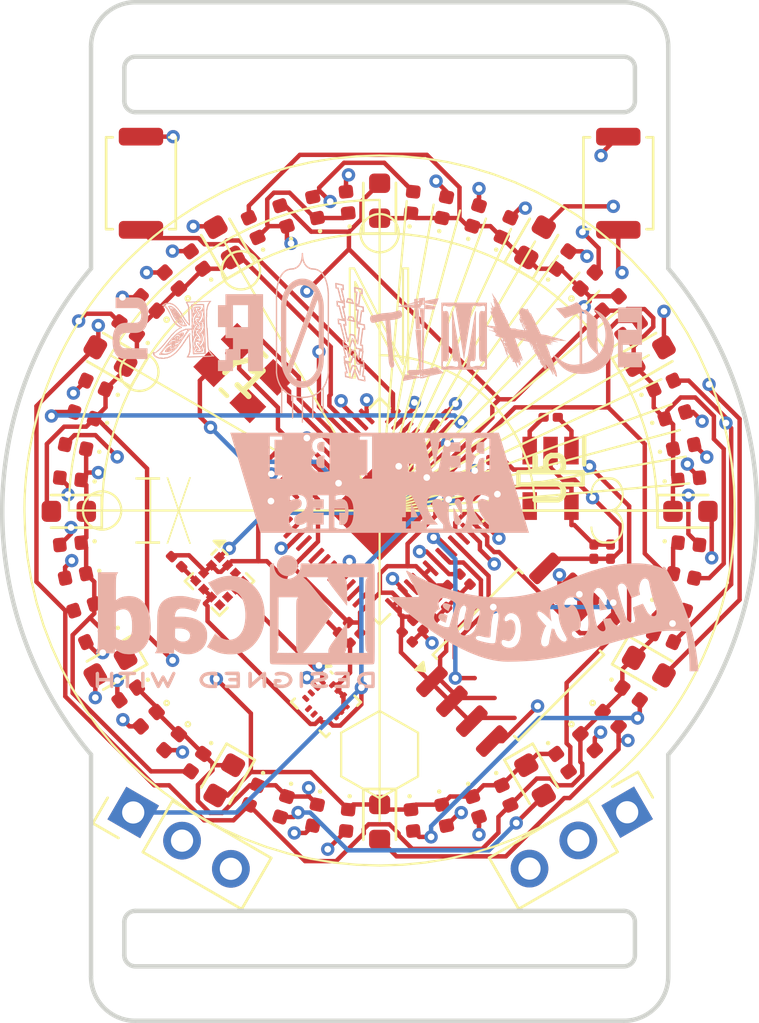
<source format=kicad_pcb>
(kicad_pcb (version 20221018) (generator pcbnew)
  (layers (0 "F.Cu" signal) (1 "In1.Cu" signal) (2 "In2.Cu" signal) (31 "B.Cu" signal) (34 "B.Paste" user) (35 "F.Paste" user) (36 "B.SilkS" user "B.Silkscreen") (37 "F.SilkS" user "F.Silkscreen") (38 "B.Mask" user) (39 "F.Mask" user) (44 "Edge.Cuts" user))
  (net 0 "")
  (net 1 "GND")
  (net 2 "VCC")
  (net 3 "/CA2")
  (net 4 "/CA3")
  (net 5 "/CA4")
  (net 6 "/CA5")
  (net 7 "/CA6")
  (net 8 "/CA7")
  (net 9 "/CA8")
  (net 10 "/CA9")
  (net 11 "+BATT")
  (net 13 "Net-(U1-XIN)")
  (net 14 "Net-(U1-XOUT)")
  (net 23 "Net-(U5-EN)")
  (net 27 "+1V1")
  (net 28 "/IO")
  (net 29 "/CLK")
  (net 38 "Net-(U1-QSPI_SS)")
  (net 39 "Net-(U1-QSPI_SD1)")
  (net 40 "Net-(U1-QSPI_SD2)")
  (net 41 "Net-(U1-QSPI_SD0)")
  (net 42 "Net-(U1-QSPI_SCLK)")
  (net 43 "Net-(U1-QSPI_SD3)")
  (net 45 "/SDA")
  (net 46 "/SCL")
  (net 47 "/TX")
  (net 48 "/RX")
  (net 49 "Net-(U2-C1)")
  (net 54 "/CA1")
  (net 56 "Net-(U1-GPIO11)")
  (net 57 "Net-(U1-GPIO10)")
  (footprint "LED_SMD:LED_0402_1005Metric" (layer "F.Cu") (at 117.7896 59.5932 24)
    (fp_text reference "D12" hide)
    (fp_text value "LED")
  )
  (footprint "LED_SMD:LED_0603_1608Metric" (layer "F.Cu") (at 92.8756 58.2875 150)
    (fp_text reference "D51" hide)
    (fp_text value "LED")
  )
  (footprint "LED_SMD:LED_0402_1005Metric" (layer "F.Cu") (at 103.5366 79.2108 -96)
    (fp_text reference "D32" hide)
    (fp_text value "LED")
  )
  (footprint "LED_SMD:LED_0402_1005Metric" (layer "F.Cu") (at 91.3059 68.1983 -168)
    (fp_text reference "D44" hide)
    (fp_text value "LED")
  )
  (footprint "LED_SMD:LED_0603_1608Metric" (layer "F.Cu") (at 98 53.1631 120)
    (fp_text reference "D56" hide)
    (fp_text value "LED")
  )
  (footprint "LED_SMD:LED_0402_1005Metric" (layer "F.Cu") (at 102.0892 78.9816 -102)
    (fp_text reference "D33" hide)
    (fp_text value "LED")
  )
  (footprint "LED_SMD:LED_0402_1005Metric" (layer "F.Cu") (at 115.404 74.6553 -42)
    (fp_text reference "D23" hide)
    (fp_text value "LED")
  )
  (footprint "LED_SMD:LED_0402_1005Metric" (layer "F.Cu") (at 99.3057 52.4979 114)
    (fp_text reference "D57" hide)
    (fp_text value "LED")
  )
  (footprint "SamacSys_Parts:SOT94P280X100-5N" (layer "F.Cu") (at 112.7 63.8 -90)
    (fp_text reference "U5")
    (fp_text value "RT9080-33GJ5" hide)
  )
  (footprint "LED_SMD:LED_0402_1005Metric" (layer "F.Cu") (at 107.9108 78.9816 -78)
    (fp_text reference "D29" hide)
    (fp_text value "LED")
  )
  (footprint "LED_SMD:LED_0603_1608Metric" (layer "F.Cu") (at 112 77.4119 -60)
    (fp_text reference "D26" hide)
    (fp_text value "LED")
  )
  (footprint "LED_SMD:LED_0402_1005Metric" (layer "F.Cu") (at 102.0892 51.5934 102)
    (fp_text reference "D59" hide)
    (fp_text value "LED")
  )
  (footprint "LED_SMD:LED_0402_1005Metric" (layer "F.Cu") (at 117.7896 70.9818 -24)
    (fp_text reference "D20" hide)
    (fp_text value "LED")
  )
  (footprint "LED_SMD:LED_0402_1005Metric" (layer "F.Cu") (at 94.596 74.6553 -138)
    (fp_text reference "D39" hide)
    (fp_text value "LED")
  )
  (footprint "LED_SMD:LED_0603_1608Metric" (layer "F.Cu") (at 98 77.4119 -120)
    (fp_text reference "D36" hide)
    (fp_text value "LED")
  )
  (footprint "LED_SMD:LED_0402_1005Metric" (layer "F.Cu") (at 106.4634 79.2108 -84)
    (fp_text reference "D30" hide)
    (fp_text value "LED")
  )
  (footprint "LED_SMD:LED_0402_1005Metric" (layer "F.Cu") (at 113.229 76.6137 -54)
    (fp_text reference "D25" hide)
    (fp_text value "LED")
  )
  (footprint "LED_SMD:LED_0402_1005Metric" (layer "F.Cu") (at 118.6941 62.3767 12)
    (fp_text reference "D14" hide)
    (fp_text value "LED")
  )
  (footprint "LED_SMD:LED_0402_1005Metric" (layer "F.Cu") (at 113.229 53.9613 54)
    (fp_text reference "D7" hide)
    (fp_text value "LED")
  )
  (footprint "LED_SMD:LED_0402_1005Metric" (layer "F.Cu") (at 96.771 53.9613 126)
    (fp_text reference "D55" hide)
    (fp_text value "LED")
  )
  (footprint "Capacitor_SMD:C_0201_0603Metric" (layer "F.Cu") (at 106.244 70.944 135)
    (fp_text reference "C10" hide)
    (fp_text value "0.1uF")
  )
  (footprint "LED_SMD:LED_0603_1608Metric" (layer "F.Cu") (at 91 65.2875 180)
    (fp_text reference "D46" hide)
    (fp_text value "LED")
  )
  (footprint "LED_SMD:LED_0402_1005Metric" (layer "F.Cu") (at 116.3262 57.0585 36)
    (fp_text reference "D10" hide)
    (fp_text value "LED")
  )
  (footprint "LED_SMD:LED_0402_1005Metric" (layer "F.Cu") (at 114.3678 54.8835 48)
    (fp_text reference "D8" hide)
    (fp_text value "LED")
  )
  (footprint "LED_SMD:LED_0402_1005Metric" (layer "F.Cu") (at 91.6852 69.6137 -162)
    (fp_text reference "D43" hide)
    (fp_text value "LED")
  )
  (footprint "LED_SMD:LED_0603_1608Metric" (layer "F.Cu") (at 105 79.2875 -90)
    (fp_text reference "D31" hide)
    (fp_text value "LED")
  )
  (footprint "LED_SMD:LED_0402_1005Metric" (layer "F.Cu") (at 118.9233 63.8241 6)
    (fp_text reference "D15" hide)
    (fp_text value "LED")
  )
  (footprint "LED_SMD:LED_0402_1005Metric" (layer "F.Cu") (at 91.0767 63.8241 174)
    (fp_text reference "D47" hide)
    (fp_text value "LED")
  )
  (footprint "LED_SMD:LED_0402_1005Metric" (layer "F.Cu") (at 106.4634 51.3642 84)
    (fp_text reference "D2" hide)
    (fp_text value "LED")
  )
  (footprint "Capacitor_SMD:C_0201_0603Metric" (layer "F.Cu") (at 108.306 68.856 135)
    (fp_text reference "C4" hide)
    (fp_text value "0.1uF")
  )
  (footprint "LED_SMD:LED_0402_1005Metric" (layer "F.Cu") (at 103.5366 51.3642 96)
    (fp_text reference "D60" hide)
    (fp_text value "LED")
  )
  (footprint "Capacitor_SMD:C_0201_0603Metric" (layer "F.Cu") (at 95.856 67.556 -45)
    (fp_text reference "C1" hide)
    (fp_text value "100nF")
  )
  (footprint "LED_SMD:LED_0402_1005Metric" (layer "F.Cu") (at 93.6738 57.0585 144)
    (fp_text reference "D52" hide)
    (fp_text value "LED")
  )
  (footprint "Connector_PinHeader_2.54mm:PinHeader_1x03_P2.54mm_Vertical" (layer "F.Cu") (at 93.9006 78.86 60)
    (fp_text reference "J2" hide)
    (fp_text value "Conn_01x03")
  )
  (footprint "Capacitor_SMD:C_0201_0603Metric" (layer "F.Cu") (at 107.244 69.894 135)
    (fp_text reference "C13" hide)
    (fp_text value "1uF")
  )
  (footprint "Capacitor_SMD:C_0201_0603Metric" (layer "F.Cu") (at 100.844 68.006 45)
    (fp_text reference "C7" hide)
    (fp_text value "0.1uF")
  )
  (footprint "LED_SMD:LED_0402_1005Metric" (layer "F.Cu") (at 95.6322 54.8835 132)
    (fp_text reference "D54" hide)
    (fp_text value "LED")
  )
  (footprint "LED_SMD:LED_0402_1005Metric" (layer "F.Cu") (at 92.2104 70.9818 -156)
    (fp_text reference "D42" hide)
    (fp_text value "LED")
  )
  (footprint "Capacitor_SMD:C_0201_0603Metric" (layer "F.Cu") (at 101.1263 62.2763 -45)
    (fp_text reference "C14" hide)
    (fp_text value "0.1uF")
  )
  (footprint "LED_SMD:LED_0402_1005Metric" (layer "F.Cu") (at 118.9233 66.7509 -6)
    (fp_text reference "D17" hide)
    (fp_text value "LED")
  )
  (footprint "LED_SMD:LED_0603_1608Metric" (layer "F.Cu") (at 117.1244 58.2875 30)
    (fp_text reference "D11" hide)
    (fp_text value "LED")
  )
  (footprint "Package_LGA:LGA-12_2x2mm_P0.5mm" (layer "F.Cu") (at 97.7876 68.434 -45)
    (fp_text reference "U2" hide)
    (fp_text value "LIS3MDL")
  )
  (footprint "LED_SMD:LED_0603_1608Metric" (layer "F.Cu") (at 105 51.2875 90)
    (fp_text reference "D1" hide)
    (fp_text value "LED")
  )
  (footprint "Capacitor_SMD:C_0201_0603Metric" (layer "F.Cu") (at 115.4 67.105 90)
    (fp_text reference "C6" hide)
    (fp_text value "10uF")
  )
  (footprint "LED_SMD:LED_0402_1005Metric" (layer "F.Cu") (at 109.3262 78.6023 -72)
    (fp_text reference "D28" hide)
    (fp_text value "LED")
  )
  (footprint "LED_SMD:LED_0402_1005Metric" (layer "F.Cu") (at 109.3262 51.9727 72)
    (fp_text reference "D4" hide)
    (fp_text value "LED")
  )
  (footprint "LED_SMD:LED_0402_1005Metric" (layer "F.Cu") (at 118.3148 60.9613 18)
    (fp_text reference "D13" hide)
    (fp_text value "LED")
  )
  (footprint "Resistor_SMD:R_0201_0603Metric" (layer "F.Cu") (at 112.705 61.05 180)
    (fp_text reference "R9" hide)
    (fp_text value "10k")
  )
  (footprint "LED_SMD:LED_0402_1005Metric" (layer "F.Cu") (at 94.596 55.9197 138)
    (fp_text reference "D53" hide)
    (fp_text value "LED")
  )
  (footprint "LED_SMD:LED_0402_1005Metric" (layer "F.Cu") (at 115.404 55.9197 42)
    (fp_text reference "D9" hide)
    (fp_text value "LED")
  )
  (footprint "LED_SMD:LED_0603_1608Metric" (layer "F.Cu") (at 119 65.2875)
    (fp_text reference "D16" hide)
    (fp_text value "LED")
  )
  (footprint "Capacitor_SMD:C_0201_0603Metric" (layer "F.Cu") (at 107.794 69.394 135)
    (fp_text reference "C5" hide)
    (fp_text value "0.1uF")
  )
  (footprint "LED_SMD:LED_0603_1608Metric" (layer "F.Cu") (at 112 53.1631 60)
    (fp_text reference "D6" hide)
    (fp_text value "LED")
  )
  (footprint "LED_SMD:LED_0402_1005Metric" (layer "F.Cu") (at 91.6852 60.9613 162)
    (fp_text reference "D49" hide)
    (fp_text value "LED")
  )
  (footprint "Button_Switch_SMD:SW_Push_SPST_NO_Alps_SKRK" (layer "F.Cu") (at 115.75 50.5 90)
    (fp_text reference "SW1" hide)
    (fp_text value "SW_User1")
  )
  (footprint "LED_SMD:LED_0402_1005Metric" (layer "F.Cu") (at 118.3148 69.6137 -18)
    (fp_text reference "D19" hide)
    (fp_text value "LED")
  )
  (footprint "Capacitor_SMD:C_0201_0603Metric" (layer "F.Cu") (at 103.3737 70.5263 45)
    (fp_text reference "C11" hide)
    (fp_text value "0.1uF")
  )
  (footprint "LED_SMD:LED_0402_1005Metric" (layer "F.Cu") (at 96.771 76.6137 -126)
    (fp_text reference "D37" hide)
    (fp_text value "LED")
  )
  (footprint "LED_SMD:LED_0402_1005Metric" (layer "F.Cu") (at 95.6322 75.6915 -132)
    (fp_text reference "D38" hide)
    (fp_text value "LED")
  )
  (footprint "LED_SMD:LED_0603_1608Metric" (layer "F.Cu") (at 92.8756 72.2875 -150)
    (fp_text reference "D41" hide)
    (fp_text value "LED")
  )
  (footprint "LED_SMD:LED_0402_1005Metric" (layer "F.Cu") (at 100.6738 51.9727 108)
    (fp_text reference "D58" hide)
    (fp_text value "LED")
  )
  (footprint "Capacitor_SMD:C_0201_0603Metric" (layer "F.Cu") (at 110 63.295 -90)
    (fp_text reference "C9" hide)
    (fp_text value "0.1uF")
  )
  (footprint "LED_SMD:LED_0402_1005Metric" (layer "F.Cu") (at 92.2104 59.5932 156)
    (fp_text reference "D50" hide)
    (fp_text value "LED")
  )
  (footprint "LED_SMD:LED_0402_1005Metric" (layer "F.Cu") (at 107.9108 51.5934 78)
    (fp_text reference "D3" hide)
    (fp_text value "LED")
  )
  (footprint "LED_SMD:LED_0402_1005Metric" (layer "F.Cu") (at 93.6738 73.5165 -144)
    (fp_text reference "D40" hide)
    (fp_text value "LED")
  )
  (footprint "Capacitor_SMD:C_0201_0603Metric" (layer "F.Cu") (at 106.7263 70.4263 135)
    (fp_text reference "C3" hide)
    (fp_text value "1uF")
  )
  (footprint "Package_SO:SOIC-8_5.23x5.23mm_P1.27mm" (layer "F.Cu") (at 111.25 71.75 45)
    (fp_text reference "U4" hide)
    (fp_text value "W25Q128JVS")
  )
  (footprint "Capacitor_SMD:C_0201_0603Metric" (layer "F.Cu") (at 107.744 61.156 -135)
    (fp_text reference "C8" hide)
    (fp_text value "0.1uF")
  )
  (footprint "Connector_PinHeader_2.54mm:PinHeader_1x03_P2.54mm_Vertical" (layer "F.Cu") (at 116.15 78.85 -60)
    (fp_text reference "J3" hide)
    (fp_text value "Conn_01x03")
  )
  (footprint "Package_LGA:LGA-14_2x2mm_P0.35mm_LayoutBorder3x4y" (layer "F.Cu") (at 102.5846 73.8871 -45)
    (fp_text reference "U3" hide)
    (fp_text value "LIS2DH")
  )
  (footprint "Capacitor_SMD:C_0201_0603Metric" (layer "F.Cu") (at 114.65 67.105 90)
    (fp_text reference "C2" hide)
    (fp_text value "10uF")
  )
  (footprint "LED_SMD:LED_0402_1005Metric" (layer "F.Cu") (at 91.3059 62.3767 168)
    (fp_text reference "D48" hide)
    (fp_text value "LED")
  )
  (footprint "LED_SMD:LED_0402_1005Metric" (layer "F.Cu") (at 110.6943 78.0771 -66)
    (fp_text reference "D27" hide)
    (fp_text value "LED")
  )
  (footprint "LED_SMD:LED_0402_1005Metric" (layer "F.Cu") (at 114.3678 75.6915 -48)
    (fp_text reference "D24" hide)
    (fp_text value "LED")
  )
  (footprint "LED_SMD:LED_0402_1005Metric" (layer "F.Cu") (at 110.6943 52.4979 66)
    (fp_text reference "D5" hide)
    (fp_text value "LED")
  )
  (footprint "LED_SMD:LED_0402_1005Metric" (layer "F.Cu") (at 99.3057 78.0771 -114)
    (fp_text reference "D35" hide)
    (fp_text value "LED")
  )
  (footprint "Package_DFN_QFN:QFN-56-1EP_7x7mm_P0.4mm_EP3.2x3.2mm" (layer "F.Cu") (at 105.0078 65.2808 -135)
    (fp_text reference "U1" hide)
    (fp_text value "RP2040")
  )
  (footprint "SamacSys_Parts:ABM8272T3" (layer "F.Cu") (at 98.8681 59.0555 135)
    (fp_text reference "Y1")
    (fp_text value "12 MHz" hide)
  )
  (footprint "LED_SMD:LED_0402_1005Metric" (layer "F.Cu") (at 116.3262 73.5165 -36)
    (fp_text reference "D22" hide)
    (fp_text value "LED")
  )
  (footprint "Button_Switch_SMD:SW_Push_SPST_NO_Alps_SKRK" (layer "F.Cu") (at 94.25 50.5 90)
    (fp_text reference "SW2" hide)
    (fp_text value "SW_User2")
  )
  (footprint "Capacitor_SMD:C_0201_0603Metric" (layer "F.Cu") (at 103.894 71.006 45)
    (fp_text reference "C12" hide)
    (fp_text value "0.1uF")
  )
  (footprint "LED_SMD:LED_0402_1005Metric" (layer "F.Cu") (at 91.0767 66.7509 -174)
    (fp_text reference "D45" hide)
    (fp_text value "LED")
  )
  (footprint "LED_SMD:LED_0603_1608Metric" (layer "F.Cu") (at 117.1244 72.2875 -30)
    (fp_text reference "D21" hide)
    (fp_text value "LED")
  )
  (footprint "LED_SMD:LED_0402_1005Metric" (layer "F.Cu") (at 100.6738 78.6023 -108)
    (fp_text reference "D34" hide)
    (fp_text value "LED")
  )
  (footprint "LED_SMD:LED_0402_1005Metric" (layer "F.Cu") (at 118.6941 68.1983 -12)
    (fp_text reference "D18" hide)
    (fp_text value "LED")
  )
  (footprint "Capacitor_SMD:C_0201_0603Metric" (layer "F.Cu") (at 108.844 68.344 135)
    (fp_text reference "C15" hide)
    (fp_text value "0.1uF")
  )
  (footprint "Symbol:KiCad-Logo2_5mm_SilkScreen" (layer "B.Cu") (at 98.5 70.25 180)
    (fp_text reference "REF**" hide)
    (fp_text value "KiCad-Logo2_5mm_SilkScreen" hide)
  )
  (footprint "kibuzzard-66C6528B" (layer "B.Cu") (at 105 64 180)
    (fp_text reference "kibuzzard-66C6528B" hide)
    (fp_text value "G***" hide)
  )
  (gr_line (start 104.099284 58.036828) (end 104.247397 58.069417) (stroke (width 0.063528)) (layer "B.SilkS"))
  (gr_line (start 103.971833 55.417819) (end 103.889231 55.399644) (stroke (width 0.063528)) (layer "B.SilkS"))
  (gr_line (start 104.283983 58.701157) (end 103.999151 58.638485) (stroke (width 0.063528)) (layer "B.SilkS"))
  (gr_line (start 103.889231 55.399644) (end 103.875981 55.207631) (stroke (width 0.063528)) (layer "B.SilkS"))
  (gr_line (start 101.880649 54.34423) (end 101.915988 54.35457) (stroke (width 0.060872)) (layer "B.SilkS"))
  (gr_line (start 101.669756 54.195896) (end 101.690589 54.220074) (stroke (width 0.060872)) (layer "B.SilkS"))
  (gr_line (start 103.777271 58.715729) (end 103.945321 58.752705) (stroke (width 0.063528)) (layer "B.SilkS"))
  (gr_line (start 102.689339 58.994539) (end 102.687059 59.044266) (stroke (width 0.060872)) (layer "B.SilkS"))
  (gr_line (start 101.163389 54.34423) (end 101.128051 54.35457) (stroke (width 0.060872)) (layer "B.SilkS"))
  (gr_line (start 103.944679 56.203067) (end 103.931544 56.012738) (stroke (width 0.063528)) (layer "B.SilkS"))
  (gr_line (start 104.057514 58.427396) (end 104.099284 58.036828) (stroke (width 0.063528)) (layer "B.SilkS"))
  (gr_line (start 102.681644 59.101339) (end 102.6711 59.175365) (stroke (width 0.060872)) (layer "B.SilkS"))
  (gr_line (start 101.415967 60.148501) (end 101.316541 60.138824) (stroke (width 0.060872)) (layer "B.SilkS"))
  (gr_line (start 103.873618 58.912755) (end 103.752705 59.274298) (stroke (width 0.063528)) (layer "B.SilkS"))
  (gr_line (start 102.063216 60.045021) (end 101.988156 60.075889) (stroke (width 0.060872)) (layer "B.SilkS"))
  (gr_line (start 103.39201 56.872686) (end 103.566244 57.629261) (stroke (width 0.063528)) (layer "B.SilkS"))
  (gr_line (start 103.77679 57.509712) (end 103.655877 57.871255) (stroke (width 0.063528)) (layer "B.SilkS"))
  (gr_line (start 101.128051 54.35457) (end 101.098184 54.360843) (stroke (width 0.060872)) (layer "B.SilkS"))
  (gr_line (start 102.627781 59.360711) (end 102.591587 59.46525) (stroke (width 0.060872)) (layer "B.SilkS"))
  (gr_poly (pts (xy 114.911648 69.199162) (xy 114.910625 69.199256) (xy 114.909618 69.199407) (xy 114.902611 69.202261) (xy 114.896528 69.208027) (xy 114.891325 69.216508) (xy 114.886954 69.227507) (xy 114.88337 69.240827) (xy 114.880527 69.256272) (xy 114.876879 69.292746) (xy 114.875641 69.335353) (xy 114.876444 69.38252) (xy 114.87892 69.432671) (xy 114.8827 69.48423) (xy 114.892699 69.585273) (xy 114.903491 69.673048) (xy 114.915664 69.75839) (xy 115.267683 69.698291) (xy 114.927859 69.203954) (xy 114.926581 69.203219) (xy 114.925321 69.202546) (xy 114.924081 69.201936) (xy 114.922859 69.201386) (xy 114.921656 69.200897) (xy 114.920472 69.200469) (xy 114.919306 69.200101) (xy 114.918158 69.199792) (xy 114.917029 69.199543) (xy 114.915917 69.199351) (xy 114.914824 69.199218) (xy 114.913748 69.199143) (xy 114.912689 69.199124)) (fill solid) (layer "B.SilkS"))
  (gr_poly (pts (xy 107.01825 56.156379) (xy 107.461731 56.185007) (xy 107.512707 56.048913) (xy 107.022129 55.970814)) (stroke (width 0.019939)) (fill solid) (layer "B.SilkS"))
  (gr_poly (pts (xy 107.0254 55.81435) (xy 107.02379 55.891356) (xy 107.541571 55.971851) (xy 107.646894 55.690664)) (stroke (width 0.019939)) (fill solid) (layer "B.SilkS"))
  (gr_line (start 102.591587 59.46525) (end 102.569109 59.519003) (stroke (width 0.060872)) (layer "B.SilkS"))
  (gr_line (start 100.452452 59.46525) (end 100.416258 59.360711) (stroke (width 0.060872)) (layer "B.SilkS"))
  (gr_line (start 104.319204 59.211506) (end 104.332339 59.401835) (stroke (width 0.063528)) (layer "B.SilkS"))
  (gr_line (start 100.562458 59.68111) (end 100.52972 59.627357) (stroke (width 0.060872)) (layer "B.SilkS"))
  (gr_line (start 102.630686 55.051989) (end 102.652402 55.156529) (stroke (width 0.060872)) (layer "B.SilkS"))
  (gr_poly (pts (xy 105.887771 56.229915) (xy 105.884731 56.230155) (xy 105.88167 56.230523) (xy 105.878587 56.231017) (xy 105.875484 56.231638) (xy 105.864731 56.234121) (xy 105.851048 56.237685) (xy 105.834434 56.24233) (xy 105.814889 56.248056) (xy 105.792414 56.254864) (xy 105.767008 56.262753) (xy 105.707403 56.281774) (xy 105.681778 56.289531) (xy 105.657352 56.296519) (xy 105.634127 56.302735) (xy 105.612101 56.308181) (xy 105.591276 56.312856) (xy 105.571651 56.316761) (xy 105.553225 56.319894) (xy 105.536 56.322258) (xy 105.499641 56.326373) (xy 105.454921 56.331065) (xy 105.401838 56.336334) (xy 105.340394 56.342178) (xy 105.278864 56.347301) (xy 105.22572 56.352054) (xy 105.180963 56.356437) (xy 105.144592 56.36045) (xy 105.122738 56.363338) (xy 105.098471 56.367088) (xy 105.071791 56.371701) (xy 105.042699 56.377176) (xy 105.011193 56.383515) (xy 104.977275 56.390715) (xy 104.940944 56.398779) (xy 104.9022 56.407705) (xy 104.826655 56.42475) (xy 104.760896 56.43833) (xy 104.731686 56.443819) (xy 104.704923 56.448442) (xy 104.680606 56.452199) (xy 104.658735 56.455089) (xy 104.653051 56.455961) (xy 104.647531 56.457206) (xy 104.642174 56.458824) (xy 104.636981 56.460816) (xy 104.631951 56.46318) (xy 104.627084 56.465918) (xy 104.62238 56.469028) (xy 104.61784 56.472512) (xy 104.613464 56.476368) (xy 104.60925 56.480598) (xy 104.6052 56.4852) (xy 104.601314 56.490176) (xy 104.59759 56.495524) (xy 104.59403 56.501246) (xy 104.590634 56.50734) (xy 104.5874 56.513808) (xy 104.584357 56.520338) (xy 104.58158 56.527033) (xy 104.579069 56.533892) (xy 104.576824 56.540915) (xy 104.574845 56.548103) (xy 104.573132 56.555456) (xy 104.571685 56.562974) (xy 104.570504 56.570655) (xy 104.569589 56.578502) (xy 104.56894 56.586513) (xy 104.568557 56.594689) (xy 104.568441 56.603029) (xy 104.56859 56.611534) (xy 104.569005 56.620203) (xy 104.569686 56.629037) (xy 104.570634 56.638036) (xy 104.571801 56.646812) (xy 104.573191 56.655392) (xy 104.574804 56.663775) (xy 104.576641 56.671961) (xy 104.5787 56.679951) (xy 104.580983 56.687744) (xy 104.583489 56.695341) (xy 104.586217 56.702741) (xy 104.589169 56.709944) (xy 104.592344 56.716951) (xy 104.595742 56.723761) (xy 104.599363 56.730375) (xy 104.603207 56.736792) (xy 104.607274 56.743012) (xy 104.611565 56.749036) (xy 104.616078 56.754863) (xy 104.620715 56.760192) (xy 104.625424 56.765132) (xy 104.630206 56.769685) (xy 104.635061 56.77385) (xy 104.639989 56.777626) (xy 104.64499 56.781015) (xy 104.650064 56.784015) (xy 104.65521 56.786627) (xy 104.660429 56.788852) (xy 104.665721 56.790688) (xy 104.671086 56.792136) (xy 104.676523 56.793197) (xy 104.682034 56.793869) (xy 104.687617 56.794153) (xy 104.693273 56.79405) (xy 104.699002 56.793558) (xy 104.699001 56.793558) (xy 104.699001 56.793559) (xy 104.699001 56.79356) (xy 104.699001 56.793561) (xy 104.699001 56.793562) (xy 104.699001 56.793564) (xy 104.699001 56.793565) (xy 104.699001 56.793567) (xy 104.720147 56.790737) (xy 104.743902 56.786969) (xy 104.770265 56.782263) (xy 104.799235 56.776619) (xy 104.830813 56.770037) (xy 104.864999 56.762517) (xy 104.901794 56.754058) (xy 104.941196 56.744661) (xy 105.015881 56.727823) (xy 105.049714 56.720763) (xy 105.081207 56.714609) (xy 105.110361 56.709362) (xy 105.137175 56.70502) (xy 105.161649 56.701585) (xy 105.183784 56.699056) (xy 105.259938 56.689996) (xy 105.272586 56.822029) (xy 105.286642 56.989894) (xy 105.302105 57.193591) (xy 105.318975 57.433122) (xy 105.33545 57.659618) (xy 105.351708 57.859139) (xy 105.367748 58.031687) (xy 105.383571 58.177259) (xy 105.385283 58.192649) (xy 105.386981 58.209923) (xy 105.390337 58.250129) (xy 105.393638 58.297876) (xy 105.396884 58.353165) (xy 105.400143 58.408557) (xy 105.40348 58.456613) (xy 105.406897 58.497335) (xy 105.410394 58.530722) (xy 105.414043 58.558256) (xy 105.418314 58.584722) (xy 105.423205 58.61012) (xy 105.428717 58.63445) (xy 105.43485 58.657712) (xy 105.441603 58.679905) (xy 105.448978 58.701031) (xy 105.456973 58.721088) (xy 105.462427 58.733822) (xy 105.468039 58.745674) (xy 105.473809 58.756643) (xy 105.479739 58.76673) (xy 105.485826 58.775934) (xy 105.492073 58.784257) (xy 105.498477 58.791697) (xy 105.50504 58.798255) (xy 105.511762 58.803931) (xy 105.518642 58.808724) (xy 105.522142 58.81079) (xy 105.525681 58.812635) (xy 105.52926 58.81426) (xy 105.532878 58.815664) (xy 105.536536 58.816848) (xy 105.540234 58.817811) (xy 105.543971 58.818554) (xy 105.547748 58.819076) (xy 105.551565 58.819377) (xy 105.555421 58.819458) (xy 105.559317 58.819318) (xy 105.563252 58.818958) (xy 105.56856 58.818143) (xy 105.573758 58.816976) (xy 105.578846 58.815455) (xy 105.583824 58.81358) (xy 105.588692 58.811353) (xy 105.59345 58.808772) (xy 105.598098 58.805839) (xy 105.602636 58.802552) (xy 105.607064 58.798911) (xy 105.611382 58.794918) (xy 105.61559 58.790571) (xy 105.619688 58.785872) (xy 105.623676 58.780819) (xy 105.627554 58.775413) (xy 105.631322 58.769653) (xy 105.63498 58.763541) (xy 105.638437 58.757164) (xy 105.6416 58.750613) (xy 105.644471 58.743888) (xy 105.64705 58.736988) (xy 105.649336 58.729913) (xy 105.651329 58.722664) (xy 105.653029 58.715241) (xy 105.654436 58.707643) (xy 105.655551 58.699871) (xy 105.656374 58.691924) (xy 105.656903 58.683803) (xy 105.65714 58.675507) (xy 105.657084 58.667037) (xy 105.656736 58.658392) (xy 105.656094 58.649573) (xy 105.65516 58.640579) (xy 105.654294 58.634011) (xy 105.653168 58.626688) (xy 105.651782 58.618612) (xy 105.650137 58.609781) (xy 105.648232 58.600197) (xy 105.646067 58.589858) (xy 105.643642 58.578766) (xy 105.640958 58.56692) (xy 105.63585 58.54398) (xy 105.63178 58.524057) (xy 105.630135 58.515227) (xy 105.628749 58.50715) (xy 105.627623 58.499827) (xy 105.626757 58.493258) (xy 105.621812 58.447696) (xy 105.616603 58.391908) (xy 105.61113 58.325896) (xy 105.605391 58.249659) (xy 105.599172 58.173374) (xy 105.593327 58.107092) (xy 105.587855 58.050812) (xy 105.582758 58.004534) (xy 105.568831 57.874329) (xy 105.55514 57.719817) (xy 105.541685 57.540997) (xy 105.528465 57.337869) (xy 105.514369 57.121661) (xy 105.501337 56.938395) (xy 105.489369 56.788073) (xy 105.478464 56.670694) (xy 105.576266 56.660728) (xy 105.633317 56.653103) (xy 105.687022 56.644203) (xy 105.737378 56.634026) (xy 105.784388 56.622573) (xy 105.828051 56.609843) (xy 105.848627 56.603) (xy 105.868366 56.595838) (xy 105.887268 56.588356) (xy 105.905334 56.580556) (xy 105.922563 56.572436) (xy 105.938955 56.563997) (xy 105.944031 56.561103) (xy 105.948916 56.558044) (xy 105.953609 56.554822) (xy 105.958111 56.551436) (xy 105.962421 56.547887) (xy 105.96654 56.544174) (xy 105.970467 56.540298) (xy 105.974203 56.536257) (xy 105.977747 56.532054) (xy 105.981099 56.527686) (xy 105.98426 56.523155) (xy 105.987229 56.51846) (xy 105.990007 56.513602) (xy 105.992593 56.50858) (xy 105.994988 56.503394) (xy 105.997191 56.498045) (xy 105.999202 56.492532) (xy 106.001022 56.486856) (xy 106.002651 56.481016) (xy 106.004088 56.475012) (xy 106.005333 56.468845) (xy 106.006387 56.462514) (xy 106.007249 56.456019) (xy 106.00792 56.449361) (xy 106.008399 56.442539) (xy 106.008686 56.435554) (xy 106.008782 56.428405) (xy 106.008687 56.421092) (xy 106.008399 56.413616) (xy 106.007921 56.405976) (xy 106.006389 56.390206) (xy 106.005281 56.381821) (xy 106.003971 56.373592) (xy 106.002458 56.365518) (xy 106.000742 56.357598) (xy 105.998824 56.349833) (xy 105.996704 56.342224) (xy 105.994381 56.334769) (xy 105.991855 56.327469) (xy 105.989127 56.320324) (xy 105.986196 56.313334) (xy 105.983063 56.306499) (xy 105.979727 56.299818) (xy 105.976189 56.293293) (xy 105.972448 56.286923) (xy 105.968505 56.280707) (xy 105.964359 56.274646) (xy 105.959435 56.268155) (xy 105.954428 56.262171) (xy 105.949336 56.256694) (xy 105.94416 56.251724) (xy 105.938899 56.247261) (xy 105.936238 56.24522) (xy 105.933555 56.243305) (xy 105.930851 56.241517) (xy 105.928127 56.239856) (xy 105.925381 56.238322) (xy 105.922614 56.236915) (xy 105.919826 56.235634) (xy 105.917017 56.23448) (xy 105.914187 56.233453) (xy 105.911336 56.232553) (xy 105.908464 56.231779) (xy 105.905571 56.231133) (xy 105.902657 56.230613) (xy 105.899722 56.230219) (xy 105.896766 56.229953) (xy 105.893789 56.229813) (xy 105.89079 56.229801)) (fill solid) (layer "B.SilkS"))
  (gr_line (start 100.991462 54.36874) (end 100.931806 54.378417) (stroke (width 0.060872)) (layer "B.SilkS"))
  (gr_line (start 101.522017 53.67105) (end 101.523357 53.734134) (stroke (width 0.060872)) (layer "B.SilkS"))
  (gr_line (start 100.650179 54.546245) (end 100.614762 54.588555) (stroke (width 0.060872)) (layer "B.SilkS"))
  (gr_line (start 100.552648 54.681652) (end 100.525695 54.73159) (stroke (width 0.060872)) (layer "B.SilkS"))
  (gr_line (start 102.689337 55.522699) (end 102.689337 57.83726) (stroke (width 0.060872)) (layer "B.SilkS"))
  (gr_line (start 102.653715 59.262952) (end 102.627781 59.360711) (stroke (width 0.060872)) (layer "B.SilkS"))
  (gr_line (start 103.916692 55.939803) (end 103.971833 55.417819) (stroke (width 0.063528)) (layer "B.SilkS"))
  (gr_line (start 100.775411 54.441352) (end 100.730375 54.47222) (stroke (width 0.060872)) (layer "B.SilkS"))
  (gr_line (start 101.733622 54.261311) (end 101.755481 54.278624) (stroke (width 0.060872)) (layer "B.SilkS"))
  (gr_poly (pts (xy 93.105881 56.130595) (xy 94.027503 56.130595) (xy 94.04247 56.130991) (xy 94.056911 56.132168) (xy 94.070828 56.134113) (xy 94.084224 56.136811) (xy 94.097104 56.140248) (xy 94.10947 56.144409) (xy 94.121326 56.14928) (xy 94.132674 56.154848) (xy 94.14352 56.161096) (xy 94.153866 56.168012) (xy 94.163715 56.175581) (xy 94.173071 56.183788) (xy 94.181938 56.19262) (xy 94.190318 56.202061) (xy 94.198215 56.212098) (xy 94.205633 56.222716) (xy 94.212575 56.233901) (xy 94.219044 56.245639) (xy 94.230579 56.270715) (xy 94.240264 56.297829) (xy 94.248127 56.326867) (xy 94.254195 56.357715) (xy 94.258495 56.390257) (xy 94.261055 56.424379) (xy 94.261903 56.459966) (xy 94.261223 56.491483) (xy 94.259088 56.522584) (xy 94.255354 56.553045) (xy 94.249875 56.582644) (xy 94.246436 56.597051) (xy 94.242508 56.611158) (xy 94.238071 56.624938) (xy 94.233107 56.638362) (xy 94.2276 56.651404) (xy 94.22153 56.664035) (xy 94.21488 56.676228) (xy 94.207631 56.687953) (xy 94.199766 56.699184) (xy 94.191266 56.709893) (xy 94.182114 56.720051) (xy 94.172291 56.729631) (xy 94.161779 56.738605) (xy 94.150561 56.746945) (xy 94.138618 56.754623) (xy 94.125932 56.761612) (xy 94.112485 56.767882) (xy 94.098259 56.773407) (xy 94.083236 56.778159) (xy 94.067399 56.782109) (xy 94.050728 56.78523) (xy 94.033206 56.787493) (xy 94.014815 56.788872) (xy 93.995536 56.789338) (xy 93.574683 56.789338) (xy 93.529827 56.790555) (xy 93.487125 56.794152) (xy 93.446527 56.800048) (xy 93.407986 56.808163) (xy 93.371455 56.818415) (xy 93.336886 56.830725) (xy 93.30423 56.845012) (xy 93.273441 56.861195) (xy 93.244469 56.879193) (xy 93.217268 56.898926) (xy 93.19179 56.920312) (xy 93.167987 56.943272) (xy 93.145811 56.967725) (xy 93.125214 56.99359) (xy 93.106148 57.020786) (xy 93.088566 57.049232) (xy 93.072421 57.078849) (xy 93.057663 57.109555) (xy 93.03212 57.173912) (xy 93.011556 57.241659) (xy 92.995588 57.31215) (xy 92.983835 57.384739) (xy 92.975913 57.458783) (xy 92.97144 57.533634) (xy 92.970034 57.608648) (xy 92.971959 57.69515) (xy 92.977817 57.778431) (xy 92.987733 57.858166) (xy 92.994252 57.896602) (xy 93.001832 57.93403) (xy 93.010488 57.970408) (xy 93.020238 58.005696) (xy 93.031095 58.039853) (xy 93.043077 58.072838) (xy 93.056197 58.104612) (xy 93.070473 58.135132) (xy 93.085919 58.164359) (xy 93.102551 58.192251) (xy 93.120385 58.218769) (xy 93.139436 58.24387) (xy 93.15972 58.267516) (xy 93.181253 58.289664) (xy 93.20405 58.310274) (xy 93.228127 58.329305) (xy 93.253499 58.346717) (xy 93.280183 58.362469) (xy 93.308192 58.376521) (xy 93.337544 58.388831) (xy 93.368254 58.399359) (xy 93.400338 58.408064) (xy 93.43381 58.414905) (xy 93.468687 58.419842) (xy 93.504984 58.422834) (xy 93.542717 58.423841) (xy 94.544248 58.423841) (xy 94.544248 57.938019) (xy 93.532063 57.938019) (xy 93.516354 57.9376) (xy 93.501188 57.936352) (xy 93.486562 57.934291) (xy 93.472474 57.931433) (xy 93.458921 57.927795) (xy 93.445899 57.923391) (xy 93.433406 57.918238) (xy 93.421438 57.912351) (xy 93.409994 57.905747) (xy 93.399069 57.898441) (xy 93.388661 57.890449) (xy 93.378768 57.881786) (xy 93.369385 57.87247) (xy 93.360511 57.862514) (xy 93.352142 57.851936) (xy 93.344275 57.840751) (xy 93.336908 57.828976) (xy 93.330038 57.816624) (xy 93.317774 57.79026) (xy 93.307462 57.761785) (xy 93.299077 57.731325) (xy 93.292596 57.699008) (xy 93.287995 57.66496) (xy 93.285252 57.629308) (xy 93.284343 57.592179) (xy 93.285085 57.558441) (xy 93.287408 57.525307) (xy 93.291454 57.492993) (xy 93.29737 57.461717) (xy 93.301074 57.446535) (xy 93.305299 57.431695) (xy 93.310064 57.417222) (xy 93.315386 57.403144) (xy 93.321284 57.389489) (xy 93.327775 57.376282) (xy 93.334878 57.363552) (xy 93.34261 57.351326) (xy 93.35099 57.339631) (xy 93.360036 57.328493) (xy 93.369766 57.31794) (xy 93.380198 57.308) (xy 93.391349 57.298698) (xy 93.403239 57.290064) (xy 93.415884 57.282122) (xy 93.429304 57.274902) (xy 93.443515 57.268429) (xy 93.458537 57.262731) (xy 93.474387 57.257836) (xy 93.491083 57.253769) (xy 93.508643 57.250559) (xy 93.527086 57.248233) (xy 93.546429 57.246817) (xy 93.566691 57.246339) (xy 93.984882 57.246339) (xy 94.028762 57.245134) (xy 94.070535 57.241575) (xy 94.110248 57.235741) (xy 94.147948 57.227715) (xy 94.18368 57.217579) (xy 94.217494 57.205413) (xy 94.249434 57.191299) (xy 94.279548 57.175318) (xy 94.307883 57.157553) (xy 94.334486 57.138083) (xy 94.359403 57.116992) (xy 94.382681 57.094359) (xy 94.404368 57.070267) (xy 94.424509 57.044797) (xy 94.443152 57.01803) (xy 94.460343 56.990047) (xy 94.47613 56.960932) (xy 94.490559 56.930763) (xy 94.515531 56.867595) (xy 94.535633 56.801194) (xy 94.55124 56.732212) (xy 94.562727 56.6613) (xy 94.570468 56.589109) (xy 94.574839 56.516291) (xy 94.576212 56.443497) (xy 94.57432 56.358537) (xy 94.568564 56.276786) (xy 94.558829 56.198556) (xy 94.552433 56.160861) (xy 94.544997 56.124163) (xy 94.536509 56.088502) (xy 94.526952 56.053918) (xy 94.516312 56.02045) (xy 94.504575 55.988137) (xy 94.491725 55.957018) (xy 94.47775 55.927132) (xy 94.462632 55.898518) (xy 94.446359 55.871217) (xy 94.428916 55.845266) (xy 94.410287 55.820705) (xy 94.390459 55.797574) (xy 94.369416 55.775912) (xy 94.347143 55.755757) (xy 94.323628 55.737149) (xy 94.298853 55.720127) (xy 94.272806 55.70473) (xy 94.245472 55.690998) (xy 94.216835 55.67897) (xy 94.186881 55.668685) (xy 94.155596 55.660182) (xy 94.122964 55.6535) (xy 94.088972 55.648679) (xy 94.053604 55.645757) (xy 94.016846 55.644775) (xy 93.105881 55.644773)) (fill solid) (layer "B.SilkS"))
  (gr_line (start 104.235511 57.998792) (end 103.950678 57.936121) (stroke (width 0.063528)) (layer "B.SilkS"))
  (gr_poly (pts (xy 98.055379 55.995151) (xy 97.716455 55.995151) (xy 97.716455 56.985455) (xy 98.055379 56.985455) (xy 98.055379 57.480606) (xy 98.394304 57.480606) (xy 98.394304 57.975759) (xy 98.055379 57.975759) (xy 98.055379 58.47091) (xy 97.716455 58.47091) (xy 97.716455 58.966063) (xy 98.394304 58.966063) (xy 98.394304 58.470912) (xy 98.73323 58.470912) (xy 98.73323 57.975761) (xy 99.072151 57.975761) (xy 99.072151 58.966063) (xy 99.75 58.966063) (xy 99.75 55.995151) (xy 99.072151 55.995151) (xy 99.072151 56.985455) (xy 98.394304 56.985455) (xy 98.394304 55.995151) (xy 99.072151 55.995151) (xy 99.75 55.995151) (xy 99.75 55.5) (xy 98.055379 55.5)) (fill solid) (layer "B.SilkS"))
  (gr_line (start 101.907326 60.102094) (end 101.820511 60.123214) (stroke (width 0.060872)) (layer "B.SilkS"))
  (gr_line (start 104.332339 59.401835) (end 104.047507 59.339164) (stroke (width 0.063528)) (layer "B.SilkS"))
  (gr_poly (pts (xy 110.054028 55.482826) (xy 110.062085 55.482826) (xy 110.062085 55.471314)) (fill solid) (layer "B.SilkS"))
  (gr_line (start 103.896965 58.052026) (end 104.057514 58.427396) (stroke (width 0.063528)) (layer "B.SilkS"))
  (gr_line (start 104.141198 57.790603) (end 104.222375 57.808464) (stroke (width 0.063528)) (layer "B.SilkS"))
  (gr_poly (pts (xy 106.907439 57.01093) (xy 106.931589 57.007533) (xy 106.899671 58.80039) (xy 106.912337 58.916258) (xy 106.96058 58.915108) (xy 107.01825 56.156379) (xy 106.812568 56.143102)) (stroke (width 0.019939)) (fill solid) (layer "B.SilkS"))
  (gr_line (start 104.270847 58.510828) (end 104.283983 58.701157) (stroke (width 0.063528)) (layer "B.SilkS"))
  (gr_line (start 101.24501 54.307273) (end 101.223664 54.318865) (stroke (width 0.060872)) (layer "B.SilkS"))
  (gr_line (start 102.052576 54.36874) (end 102.112232 54.378417) (stroke (width 0.060872)) (layer "B.SilkS"))
  (gr_poly (pts (xy 110.075516 55.50585) (xy 110.075072 55.504738) (xy 110.074739 55.503563) (xy 110.074501 55.502328) (xy 110.074341 55.501039) (xy 110.074244 55.499699) (xy 110.074194 55.498313) (xy 110.074173 55.495418) (xy 110.074152 55.492388) (xy 110.074102 55.490833) (xy 110.074005 55.489257) (xy 110.073845 55.487664) (xy 110.073606 55.486058) (xy 110.073273 55.484444) (xy 110.07283 55.482826) (xy 110.062085 55.482826)) (fill solid) (layer "B.SilkS"))
  (gr_line (start 104.254829 56.083871) (end 104.267963 56.2742) (stroke (width 0.063528)) (layer "B.SilkS"))
  (gr_line (start 104.009159 57.726716) (end 104.082727 57.024666) (stroke (width 0.063528)) (layer "B.SilkS"))
  (gr_line (start 103.336563 56.069263) (end 103.466679 56.633668) (stroke (width 0.063528)) (layer "B.SilkS"))
  (gr_line (start 100.911321 60.009916) (end 100.847163 59.970996) (stroke (width 0.060872)) (layer "B.SilkS"))
  (gr_line (start 103.825262 58.212077) (end 103.704349 58.573618) (stroke (width 0.063528)) (layer "B.SilkS"))
  (gr_line (start 103.868292 56.722035) (end 103.572066 56.656857) (stroke (width 0.063528)) (layer "B.SilkS"))
  (gr_line (start 103.139615 56.629713) (end 103.461475 56.700533) (stroke (width 0.063528)) (layer "B.SilkS"))
  (gr_line (start 101.820511 60.123214) (end 101.727497 60.138824) (stroke (width 0.060872)) (layer "B.SilkS"))
  (gr_line (start 101.098184 54.360843) (end 101.075157 54.364064) (stroke (width 0.060872)) (layer "B.SilkS"))
  (gr_poly (pts (xy 117.794681 67.786662) (xy 117.790037 67.786958) (xy 117.785249 67.787465) (xy 117.780577 67.788235) (xy 117.776273 67.789303) (xy 117.772327 67.790656) (xy 117.768727 67.792281) (xy 117.765464 67.794163) (xy 117.762526 67.796289) (xy 117.759903 67.798646) (xy 117.757585 67.80122) (xy 117.755561 67.803997) (xy 117.75382 67.806964) (xy 117.752351 67.810108) (xy 117.751145 67.813414) (xy 117.75019 67.816869) (xy 117.749476 67.82046) (xy 117.748992 67.824173) (xy 117.748728 67.827994) (xy 117.748673 67.83191) (xy 117.748816 67.835908) (xy 117.749147 67.839973) (xy 117.749656 67.844093) (xy 117.750331 67.848253) (xy 117.751162 67.852441) (xy 117.75325 67.860842) (xy 117.755835 67.86919) (xy 117.758833 67.877374) (xy 117.762158 67.885287) (xy 117.765725 67.89282) (xy 117.859414 68.090677) (xy 117.954853 68.301307) (xy 118.073186 68.573273) (xy 118.207288 68.896729) (xy 118.278025 69.074687) (xy 118.350031 69.261825) (xy 118.422416 69.456911) (xy 118.49429 69.658715) (xy 118.56476 69.866005) (xy 118.632937 70.07755) (xy 118.69528 70.291428) (xy 118.749245 70.505335) (xy 118.795432 70.717474) (xy 118.834444 70.926047) (xy 118.86688 71.129257) (xy 118.893342 71.325306) (xy 118.930749 71.688731) (xy 118.951473 72.00194) (xy 118.960322 72.250553) (xy 118.961631 72.496466) (xy 119.353169 72.496466) (xy 119.350978 72.40574) (xy 119.338541 72.230781) (xy 119.313069 71.983472) (xy 119.27177 71.675694) (xy 119.244313 71.502842) (xy 119.211853 71.31933) (xy 119.174041 71.126642) (xy 119.130528 70.926263) (xy 119.080965 70.719679) (xy 119.025003 70.508376) (xy 118.962294 70.293838) (xy 118.892488 70.07755) (xy 118.737945 69.650094) (xy 118.57386 69.24177) (xy 118.408725 68.863628) (xy 118.251032 68.52672) (xy 118.109272 68.242096) (xy 117.991937 68.020808) (xy 117.907519 67.873907) (xy 117.86451 67.812444) (xy 117.86323 67.811101) (xy 117.861637 67.809575) (xy 117.859415 67.807616) (xy 117.856567 67.805326) (xy 117.853099 67.802806) (xy 117.851133 67.801493) (xy 117.849014 67.80016) (xy 117.846742 67.798821) (xy 117.844317 67.797488) (xy 117.841741 67.796175) (xy 117.839014 67.794894) (xy 117.836135 67.793658) (xy 117.833107 67.792479) (xy 117.829928 67.79137) (xy 117.826601 67.790345) (xy 117.823125 67.789415) (xy 117.819501 67.788594) (xy 117.81573 67.787894) (xy 117.811812 67.787328) (xy 117.807747 67.786909) (xy 117.803537 67.78665) (xy 117.799181 67.786563)) (fill solid) (layer "B.SilkS"))
  (gr_line (start 100.823909 54.415147) (end 100.775411 54.441352) (stroke (width 0.060872)) (layer "B.SilkS"))
  (gr_line (start 101.612046 54.107595) (end 101.630313 54.139784) (stroke (width 0.060872)) (layer "B.SilkS"))
  (gr_line (start 101.522019 53.67105) (end 101.52068 53.734134) (stroke (width 0.060872)) (layer "B.SilkS"))
  (gr_line (start 101.711935 54.241837) (end 101.733622 54.261311) (stroke (width 0.060872)) (layer "B.SilkS"))
  (gr_poly (pts (xy 110.059399 55.520241) (xy 110.064772 55.52312) (xy 110.064772 55.520241) (xy 110.06477 55.520241) (xy 110.064708 55.51805) (xy 110.064529 55.5158) (xy 110.064239 55.5135) (xy 110.063847 55.511157) (xy 110.06336 55.508781) (xy 110.062787 55.506379) (xy 110.062136 55.503961) (xy 110.061413 55.501534) (xy 110.060627 55.499107) (xy 110.059787 55.496688) (xy 110.057972 55.491911) (xy 110.056031 55.487268) (xy 110.054027 55.482827)) (fill solid) (layer "B.SilkS"))
  (gr_line (start 100.599044 59.734016) (end 100.562458 59.68111) (stroke (width 0.060872)) (layer "B.SilkS"))
  (gr_line (start 103.655877 57.871255) (end 103.372468 57.808896) (stroke (width 0.063528)) (layer "B.SilkS"))
  (gr_line (start 102.689339 57.83726) (end 102.689339 58.994539) (stroke (width 0.060872)) (layer "B.SilkS"))
  (gr_line (start 103.370113 57.876388) (end 103.518226 57.908977) (stroke (width 0.063528)) (layer "B.SilkS"))
  (gr_line (start 102.112232 54.378417) (end 102.16804 54.394027) (stroke (width 0.060872)) (layer "B.SilkS"))
  (gr_line (start 102.461744 54.633832) (end 102.49139 54.681652) (stroke (width 0.060872)) (layer "B.SilkS"))
  (gr_line (start 103.042205 55.218248) (end 103.028605 55.021182) (stroke (width 0.063528)) (layer "B.SilkS"))
  (gr_line (start 103.282888 55.271206) (end 103.282539 55.266153) (stroke (width 0.063528)) (layer "B.SilkS"))
  (gr_line (start 101.628071 60.148501) (end 101.522019 60.151821) (stroke (width 0.060872)) (layer "B.SilkS"))
  (gr_line (start 101.915988 54.35457) (end 101.945855 54.360843) (stroke (width 0.060872)) (layer "B.SilkS"))
  (gr_line (start 101.413723 54.139784) (end 101.39443 54.169175) (stroke (width 0.060872)) (layer "B.SilkS"))
  (gr_poly (pts (xy 96.269303 55.844939) (xy 96.270267 55.86965) (xy 96.274944 55.876476) (xy 96.279811 55.884054) (xy 96.284868 55.892385) (xy 96.290113 55.901467) (xy 96.301172 55.921889) (xy 96.312988 55.94532) (xy 96.325562 55.971759) (xy 96.338892 56.001207) (xy 96.35298 56.033663) (xy 96.367825 56.069129) (xy 96.392458 56.700993) (xy 96.412165 56.762094) (xy 96.413197 56.788569) (xy 96.413029 56.790073) (xy 96.412795 56.791484) (xy 96.412496 56.792801) (xy 96.412132 56.794023) (xy 96.411702 56.795152) (xy 96.411207 56.796186) (xy 96.410936 56.796668) (xy 96.410647 56.797126) (xy 96.410343 56.797561) (xy 96.410022 56.797972) (xy 96.409685 56.79836) (xy 96.409331 56.798724) (xy 96.408962 56.799064) (xy 96.408576 56.799382) (xy 96.408173 56.799675) (xy 96.407754 56.799945) (xy 96.407319 56.800192) (xy 96.406868 56.800415) (xy 96.4064 56.800614) (xy 96.405916 56.80079) (xy 96.405416 56.800942) (xy 96.404899 56.801071) (xy 96.404366 56.801177) (xy 96.403817 56.801258) (xy 96.402669 56.801352) (xy 96.391661 56.801781) (xy 96.375788 56.78475) (xy 96.359356 56.766029) (xy 96.342367 56.745618) (xy 96.324819 56.723516) (xy 96.306713 56.699723) (xy 96.288049 56.674239) (xy 96.268827 56.647065) (xy 96.249047 56.6182) (xy 96.199098 56.538945) (xy 96.163351 56.48057) (xy 96.150803 56.459211) (xy 96.141806 56.443073) (xy 96.136359 56.432155) (xy 96.134967 56.428653) (xy 96.134463 56.426456) (xy 96.123286 56.40742) (xy 96.11339 56.390931) (xy 96.104774 56.376987) (xy 96.09744 56.36559) (xy 96.091385 56.356739) (xy 96.086611 56.350434) (xy 96.084705 56.348237) (xy 96.083118 56.346676) (xy 96.081851 56.345752) (xy 96.080905 56.345464) (xy 96.06922 56.327304) (xy 96.056843 56.30906) (xy 96.043774 56.290733) (xy 96.030013 56.272322) (xy 96.015559 56.253828) (xy 96.000413 56.23525) (xy 95.984574 56.216589) (xy 95.968043 56.197845) (xy 95.964069 56.19028) (xy 95.959825 56.182753) (xy 95.955313 56.175265) (xy 95.950531 56.167814) (xy 95.945479 56.160402) (xy 95.940159 56.153028) (xy 95.934569 56.145692) (xy 95.92871 56.138394) (xy 95.922582 56.131134) (xy 95.916185 56.123912) (xy 95.909518 56.116728) (xy 95.902582 56.109583) (xy 95.895377 56.102475) (xy 95.887903 56.095406) (xy 95.88016 56.088375) (xy 95.872147 56.081382) (xy 95.850006 56.05573) (xy 95.839669 56.044201) (xy 95.829821 56.033537) (xy 95.820463 56.023738) (xy 95.811593 56.014803) (xy 95.803212 56.006734) (xy 95.79532 55.999529) (xy 95.787917 55.993189) (xy 95.781003 55.987714) (xy 95.774579 55.983103) (xy 95.768643 55.979357) (xy 95.763196 55.976476) (xy 95.758239 55.97446) (xy 95.75377 55.973309) (xy 95.749791 55.973022) (xy 95.740393 55.964274) (xy 95.731828 55.956708) (xy 95.727859 55.953369) (xy 95.724098 55.950326) (xy 95.720545 55.947578) (xy 95.717201 55.945126) (xy 95.714065 55.942969) (xy 95.711138 55.941109) (xy 95.708419 55.939543) (xy 95.705908 55.938274) (xy 95.703606 55.9373) (xy 95.701513 55.936622) (xy 95.699627 55.93624) (xy 95.69795 55.936153) (xy 95.696868 55.936172) (xy 95.695784 55.936141) (xy 95.694699 55.936063) (xy 95.693611 55.935936) (xy 95.692521 55.935761) (xy 95.69143 55.935538) (xy 95.689241 55.934947) (xy 95.687044 55.934162) (xy 95.684841 55.933185) (xy 95.682629 55.932014) (xy 95.68041 55.930651) (xy 95.678183 55.929094) (xy 95.675949 55.927345) (xy 95.673708 55.925402) (xy 95.671459 55.923266) (xy 95.669202 55.920937) (xy 95.666938 55.918415) (xy 95.664667 55.9157) (xy 95.662388 55.912792) (xy 95.657426 55.912882) (xy 95.65237 55.912768) (xy 95.64722 55.912451) (xy 95.641976 55.91193) (xy 95.636638 55.911206) (xy 95.631205 55.910279) (xy 95.625679 55.909148) (xy 95.620059 55.907813) (xy 95.614344 55.906275) (xy 95.608536 55.904534) (xy 95.602633 55.902589) (xy 95.596637 55.90044) (xy 95.590546 55.898089) (xy 95.584361 55.895533) (xy 95.578082 55.892774) (xy 95.571709 55.889812) (xy 95.55835 55.888013) (xy 95.548359 55.886745) (xy 95.541735 55.886009) (xy 95.539686 55.88584) (xy 95.538478 55.885804) (xy 95.483194 55.891937) (xy 95.467014 55.893562) (xy 95.458477 55.894227) (xy 95.379635 55.891998) (xy 95.362329 55.898038) (xy 95.345777 55.904172) (xy 95.32998 55.910402) (xy 95.314937 55.916726) (xy 95.300648 55.923146) (xy 95.287114 55.92966) (xy 95.274334 55.936269) (xy 95.262309 55.942973) (xy 95.251038 55.949772) (xy 95.240521 55.956666) (xy 95.230758 55.963654) (xy 95.22175 55.970738) (xy 95.213496 55.977916) (xy 95.205996 55.985189) (xy 95.199251 55.992558) (xy 95.19326 56.000021) (xy 95.194016 56.019436) (xy 95.194112 56.020098) (xy 95.194351 56.020762) (xy 95.19473 56.021428) (xy 95.195252 56.022094) (xy 95.195915 56.022763) (xy 95.196719 56.023432) (xy 95.197665 56.024103) (xy 95.198753 56.024775) (xy 95.199982 56.025449) (xy 95.201353 56.026124) (xy 95.202865 56.0268) (xy 95.204519 56.027478) (xy 95.208252 56.028838) (xy 95.21255 56.030203) (xy 95.217415 56.031574) (xy 95.222846 56.03295) (xy 95.228844 56.034332) (xy 95.235408 56.03572) (xy 95.242538 56.037113) (xy 95.250234 56.038511) (xy 95.258496 56.039915) (xy 95.267325 56.041325) (xy 95.287184 56.056894) (xy 95.30617 56.072484) (xy 95.324283 56.088095) (xy 95.341523 56.103725) (xy 95.35789 56.119376) (xy 95.373384 56.135047) (xy 95.388006 56.150738) (xy 95.401754 56.166449) (xy 95.41463 56.182181) (xy 95.426633 56.197933) (xy 95.437762 56.213705) (xy 95.448019 56.229497) (xy 95.457403 56.245309) (xy 95.465914 56.261142) (xy 95.473553 56.276995) (xy 95.480318 56.292869) (xy 95.481653 56.293897) (xy 95.483026 56.295097) (xy 95.485883 56.29801) (xy 95.48889 56.301607) (xy 95.492047 56.30589) (xy 95.495354 56.310857) (xy 95.498811 56.316508) (xy 95.502417 56.322845) (xy 95.506173 56.329866) (xy 95.510079 56.337571) (xy 95.514135 56.345961) (xy 95.518341 56.355036) (xy 95.522696 56.364796) (xy 95.527201 56.37524) (xy 95.531855 56.386369) (xy 95.53666 56.398182) (xy 95.541614 56.41068) (xy 95.54241 56.410818) (xy 95.543216 56.411073) (xy 95.544034 56.411445) (xy 95.544862 56.411933) (xy 95.545701 56.412539) (xy 95.54655 56.413262) (xy 95.54741 56.414102) (xy 95.548281 56.415058) (xy 95.549163 56.416132) (xy 95.550055 56.417323) (xy 95.550958 56.418631) (xy 95.551872 56.420055) (xy 95.552797 56.421597) (xy 95.553732 56.423256) (xy 95.554678 56.425031) (xy 95.555634 56.426924) (xy 95.55758 56.43106) (xy 95.559568 56.435664) (xy 95.561599 56.440736) (xy 95.563673 56.446276) (xy 95.56579 56.452284) (xy 95.567949 56.45876) (xy 95.570152 56.465704) (xy 95.572397 56.473116) (xy 95.588125 56.472502) (xy 95.589569 56.509567) (xy 95.589639 56.51076) (xy 95.589753 56.511914) (xy 95.589912 56.513028) (xy 95.590116 56.514102) (xy 95.590364 56.515137) (xy 95.590656 56.516132) (xy 95.590994 56.517087) (xy 95.591376 56.518002) (xy 95.591802 56.518878) (xy 95.592273 56.519714) (xy 95.592789 56.520511) (xy 95.593349 56.521267) (xy 95.593954 56.521984) (xy 95.594603 56.522662) (xy 95.595297 56.523299) (xy 95.596036 56.523897) (xy 95.596819 56.524455) (xy 95.597647 56.524974) (xy 95.598519 56.525452) (xy 95.599436 56.525891) (xy 95.600398 56.52629) (xy 95.601404 56.52665) (xy 95.602455 56.52697) (xy 95.60355 56.52725) (xy 95.60469 56.52749) (xy 95.605874 56.527691) (xy 95.607103 56.527852) (xy 95.608377 56.527973) (xy 95.609695 56.528055) (xy 95.611058 56.528096) (xy 95.612465 56.528098) (xy 95.613917 56.528061) (xy 95.614675 56.547475) (xy 95.614833 56.549319) (xy 95.61517 56.551322) (xy 95.615685 56.553484) (xy 95.616378 56.555805) (xy 95.61725 56.558284) (xy 95.6183 56.560923) (xy 95.619529 56.56372) (xy 95.620936 56.566675) (xy 95.622522 56.56979) (xy 95.624286 56.573063) (xy 95.626229 56.576495) (xy 95.62835 56.580086) (xy 95.63065 56.583835) (xy 95.633128 56.587744) (xy 95.635785 56.591811) (xy 95.63862 56.596037) (xy 95.65712 56.629923) (xy 95.675266 56.662332) (xy 95.69306 56.693263) (xy 95.710501 56.722716) (xy 95.727589 56.750692) (xy 95.744324 56.77719) (xy 95.760706 56.80221) (xy 95.776735 56.825752) (xy 95.782697 56.833654) (xy 95.788939 56.841462) (xy 95.79546 56.849176) (xy 95.80226 56.856796) (xy 95.80934 56.864323) (xy 95.816699 56.871756) (xy 95.824337 56.879095) (xy 95.832255 56.88634) (xy 95.840453 56.893492) (xy 95.848929 56.90055) (xy 95.857685 56.907514) (xy 95.866721 56.914384) (xy 95.876035 56.921161) (xy 95.88563 56.927844) (xy 95.895503 56.934433) (xy 95.905656 56.940928) (xy 95.905727 56.941491) (xy 95.905897 56.942078) (xy 95.906167 56.942689) (xy 95.906537 56.943324) (xy 95.907005 56.943982) (xy 95.907573 56.944664) (xy 95.908241 56.94537) (xy 95.909007 56.9461) (xy 95.909873 56.946853) (xy 95.910839 56.94763) (xy 95.911904 56.948431) (xy 95.913068 56.949256) (xy 95.915695 56.950976) (xy 95.918719 56.952792) (xy 95.92214 56.954702) (xy 95.925959 56.956707) (xy 95.930176 56.958808) (xy 95.93479 56.961003) (xy 95.939802 56.963294) (xy 95.945211 56.965679) (xy 95.951018 56.968159) (xy 95.957222 56.970735) (xy 95.95728 56.971494) (xy 95.957391 56.972227) (xy 95.957557 56.972933) (xy 95.957777 56.973613) (xy 95.958052 56.974267) (xy 95.958381 56.974895) (xy 95.958764 56.975496) (xy 95.959202 56.976071) (xy 95.959694 56.97662) (xy 95.960241 56.977142) (xy 95.960841 56.977639) (xy 95.961496 56.978108) (xy 95.962206 56.978552) (xy 95.96297 56.978969) (xy 95.963788 56.97936) (xy 95.96466 56.979725) (xy 95.965587 56.980063) (xy 95.966568 56.980376) (xy 95.967604 56.980661) (xy 95.968694 56.980921) (xy 95.969838 56.981154) (xy 95.971036 56.981361) (xy 95.972289 56.981542) (xy 95.973597 56.981696) (xy 95.974958 56.981824) (xy 95.976374 56.981926) (xy 95.977845 56.982002) (xy 95.979369 56.982051) (xy 95.980948 56.982074) (xy 95.982582 56.982071) (xy 95.98427 56.982041) (xy 95.986012 56.981985) (xy 96.003311 56.981312) (xy 96.004547 57.013081) (xy 95.97624 57.014184) (xy 95.975177 57.014257) (xy 95.97415 57.01439) (xy 95.973159 57.014584) (xy 95.972205 57.014839) (xy 95.971287 57.015154) (xy 95.970405 57.01553) (xy 95.969559 57.015967) (xy 95.968749 57.016465) (xy 95.967976 57.017023) (xy 95.967239 57.017642) (xy 95.966538 57.018322) (xy 95.965873 57.019063) (xy 95.965244 57.019864) (xy 95.964652 57.020726) (xy 95.964096 57.021649) (xy 95.963576 57.022632) (xy 95.963092 57.023677) (xy 95.962645 57.024782) (xy 95.962233 57.025947) (xy 95.961858 57.027174) (xy 95.961519 57.028461) (xy 95.961216 57.029809) (xy 95.96095 57.031217) (xy 95.960719 57.032687) (xy 95.960525 57.034217) (xy 95.960367 57.035808) (xy 95.960246 57.037459) (xy 95.96016 57.039171) (xy 95.960111 57.040945) (xy 95.960098 57.042778) (xy 95.960121 57.044673) (xy 95.96018 57.046628) (xy 95.916143 57.048345) (xy 95.917383 57.080114) (xy 95.871776 57.081892) (xy 95.871795 57.0832) (xy 95.871747 57.084476) (xy 95.871634 57.08572) (xy 95.871455 57.086932) (xy 95.871211 57.088111) (xy 95.8709 57.089259) (xy 95.870524 57.090376) (xy 95.870081 57.09146) (xy 95.869573 57.092512) (xy 95.868999 57.093532) (xy 95.868359 57.09452) (xy 95.867653 57.095476) (xy 95.866882 57.096401) (xy 95.866044 57.097293) (xy 95.865141 57.098154) (xy 95.864172 57.098982) (xy 95.863137 57.099778) (xy 95.862036 57.100543) (xy 95.86087 57.101275) (xy 95.859637 57.101976) (xy 95.858339 57.102645) (xy 95.856975 57.103281) (xy 95.855544 57.103886) (xy 95.854049 57.104459) (xy 95.852487 57.104999) (xy 95.850859 57.105508) (xy 95.849166 57.105985) (xy 95.847407 57.10643) (xy 95.843691 57.107224) (xy 95.839711 57.10789) (xy 95.839722 57.109319) (xy 95.839644 57.110737) (xy 95.839476 57.112145) (xy 95.839218 57.113543) (xy 95.838871 57.114931) (xy 95.838434 57.116308) (xy 95.837907 57.117676) (xy 95.837291 57.119032) (xy 95.836586 57.120379) (xy 95.83579 57.121715) (xy 95.834905 57.12304) (xy 95.833931 57.124356) (xy 95.832866 57.125661) (xy 95.831712 57.126956) (xy 95.830469 57.12824) (xy 95.829136 57.129514) (xy 95.827713 57.130778) (xy 95.826201 57.132032) (xy 95.824599 57.133275) (xy 95.822907 57.134508) (xy 95.821126 57.135731) (xy 95.819255 57.136943) (xy 95.815245 57.139336) (xy 95.810876 57.141689) (xy 95.806148 57.144) (xy 95.801063 57.14627) (xy 95.795618 57.148498) (xy 95.779865 57.165491) (xy 95.763574 57.18256) (xy 95.746744 57.199705) (xy 95.729376 57.216927) (xy 95.711469 57.234224) (xy 95.693024 57.251598) (xy 95.67404 57.269048) (xy 95.654519 57.286575) (xy 95.647349 57.293331) (xy 95.640284 57.300222) (xy 95.633322 57.307247) (xy 95.626464 57.314405) (xy 95.619709 57.321698) (xy 95.613059 57.329124) (xy 95.606512 57.336685) (xy 95.600068 57.34438) (xy 95.593728 57.352208) (xy 95.587492 57.360171) (xy 95.58136 57.368268) (xy 95.575331 57.376499) (xy 95.569406 57.384864) (xy 95.563585 57.393363) (xy 95.557867 57.401996) (xy 95.552253 57.410763) (xy 95.55161 57.411097) (xy 95.550465 57.412069) (xy 95.546671 57.415924) (xy 95.53307 57.431286) (xy 95.511449 57.456849) (xy 95.481809 57.492612) (xy 95.444149 57.538576) (xy 95.39847 57.59474) (xy 95.283054 57.73767) (xy 95.265847 57.755217) (xy 95.249088 57.772912) (xy 95.232778 57.790755) (xy 95.216917 57.808746) (xy 95.201504 57.826886) (xy 95.18654 57.845173) (xy 95.172025 57.863608) (xy 95.157959 57.882192) (xy 95.137693 57.900217) (xy 95.118017 57.918218) (xy 95.098931 57.936197) (xy 95.080434 57.954153) (xy 95.062527 57.972086) (xy 95.04521 57.989996) (xy 95.028483 58.007883) (xy 95.012346 58.025748) (xy 95.010568 58.025874) (xy 95.008773 58.026115) (xy 95.006961 58.02647) (xy 95.005132 58.02694) (xy 95.003286 58.027525) (xy 95.001423 58.028224) (xy 94.999542 58.029038) (xy 94.997645 58.029966) (xy 94.995731 58.031009) (xy 94.993799 58.032167) (xy 94.991851 58.033439) (xy 94.989885 58.034826) (xy 94.985903 58.037943) (xy 94.981853 58.041519) (xy 94.977734 58.045553) (xy 94.973547 58.050045) (xy 94.969291 58.054996) (xy 94.964968 58.060406) (xy 94.960576 58.066273) (xy 94.956116 58.0726) (xy 94.951587 58.079384) (xy 94.94699 58.086627) (xy 94.942803 58.086859) (xy 94.938892 58.087219) (xy 94.935256 58.087706) (xy 94.931896 58.088321) (xy 94.928812 58.089063) (xy 94.926004 58.089932) (xy 94.923471 58.090928) (xy 94.921213 58.092052) (xy 94.919232 58.093303) (xy 94.917526 58.094682) (xy 94.916776 58.095419) (xy 94.916095 58.096188) (xy 94.915484 58.096988) (xy 94.914941 58.097821) (xy 94.914467 58.098685) (xy 94.914062 58.099581) (xy 94.913726 58.100509) (xy 94.913459 58.101469) (xy 94.913261 58.102461) (xy 94.913131 58.103484) (xy 94.913071 58.10454) (xy 94.91308 58.105627) (xy 94.913354 58.112685) (xy 94.913815 58.113863) (xy 94.914318 58.115002) (xy 94.914862 58.116101) (xy 94.915448 58.117161) (xy 94.916075 58.11818) (xy 94.916744 58.119161) (xy 94.917454 58.120101) (xy 94.918206 58.121003) (xy 94.919 58.121864) (xy 94.919835 58.122686) (xy 94.920711 58.123468) (xy 94.921629 58.124211) (xy 94.922589 58.124914) (xy 94.92359 58.125578) (xy 94.924632 58.126202) (xy 94.925716 58.126786) (xy 94.926842 58.127331) (xy 94.928009 58.127836) (xy 94.929218 58.128302) (xy 94.930468 58.128728) (xy 94.93176 58.129114) (xy 94.933093 58.129461) (xy 94.934468 58.129768) (xy 94.935884 58.130036) (xy 94.937342 58.130264) (xy 94.938842 58.130452) (xy 94.940383 58.130601) (xy 94.941965 58.13071) (xy 94.943589 58.13078) (xy 94.945255 58.13081) (xy 94.946962 58.1308) (xy 94.94871 58.130751) (xy 94.953428 58.130568) (xy 94.960144 58.123242) (xy 94.966705 58.116378) (xy 94.973113 58.109976) (xy 94.979366 58.104035) (xy 94.985466 58.098557) (xy 94.991411 58.09354) (xy 94.997201 58.088984) (xy 95.002838 58.084891) (xy 95.00832 58.081259) (xy 95.013648 58.078089) (xy 95.018821 58.075381) (xy 95.023841 58.073135) (xy 95.028706 58.07135) (xy 95.033417 58.070027) (xy 95.037973 58.069166) (xy 95.042376 58.068766) (xy 95.042411 58.067848) (xy 95.042584 58.066859) (xy 95.042897 58.065799) (xy 95.043348 58.064668) (xy 95.043938 58.063466) (xy 95.044667 58.062193) (xy 95.045534 58.060849) (xy 95.04654 58.059434) (xy 95.047685 58.057948) (xy 95.048969 58.056391) (xy 95.051952 58.053064) (xy 95.05549 58.049453) (xy 95.059584 58.045558) (xy 95.064232 58.041378) (xy 95.069435 58.036915) (xy 95.075194 58.032168) (xy 95.081507 58.027137) (xy 95.088375 58.021822) (xy 95.095799 58.016222) (xy 95.103777 58.010339) (xy 95.11231 58.004172) (xy 95.112455 58.003231) (xy 95.11295 58.001951) (xy 95.114989 57.998378) (xy 95.118426 57.993452) (xy 95.123264 57.987173) (xy 95.1295 57.979542) (xy 95.137136 57.970558) (xy 95.146171 57.960221) (xy 95.156606 57.948531) (xy 95.181673 57.921094) (xy 95.212337 57.888247) (xy 95.248599 57.849988) (xy 95.290458 57.806319) (xy 95.290536 57.805771) (xy 95.290807 57.805008) (xy 95.291922 57.802838) (xy 95.293803 57.799809) (xy 95.296451 57.795922) (xy 95.299866 57.791176) (xy 95.304047 57.785572) (xy 95.314707 57.771789) (xy 95.328433 57.754571) (xy 95.345225 57.73392) (xy 95.365082 57.709834) (xy 95.388004 57.682314) (xy 95.555037 57.472079) (xy 95.603974 57.411727) (xy 95.629857 57.381221) (xy 95.726862 57.283753) (xy 95.746887 57.258943) (xy 95.764924 57.237414) (xy 95.780973 57.219167) (xy 95.795032 57.204201) (xy 95.801317 57.197949) (xy 95.807103 57.192517) (xy 95.812393 57.187906) (xy 95.817186 57.184114) (xy 95.821481 57.181143) (xy 95.82528 57.178993) (xy 95.828581 57.177663) (xy 95.831385 57.177153) (xy 95.832077 57.177097) (xy 95.832775 57.176981) (xy 95.833481 57.176807) (xy 95.834193 57.176574) (xy 95.834913 57.176282) (xy 95.835639 57.175931) (xy 95.836372 57.17552) (xy 95.837112 57.175051) (xy 95.837859 57.174523) (xy 95.838613 57.173936) (xy 95.839374 57.17329) (xy 95.840142 57.172586) (xy 95.840916 57.171822) (xy 95.841698 57.170999) (xy 95.842487 57.170117) (xy 95.843282 57.169176) (xy 95.844894 57.167118) (xy 95.846533 57.164824) (xy 95.8482 57.162294) (xy 95.849895 57.159528) (xy 95.851618 57.156526) (xy 95.853368 57.153288) (xy 95.855147 57.149815) (xy 95.856953 57.146106) (xy 95.858033 57.146038) (xy 95.859111 57.145918) (xy 95.860187 57.145746) (xy 95.861261 57.145523) (xy 95.862333 57.145248) (xy 95.863403 57.144922) (xy 95.864471 57.144543) (xy 95.865537 57.144114) (xy 95.866601 57.143632) (xy 95.867663 57.143098) (xy 95.868723 57.142513) (xy 95.869781 57.141877) (xy 95.871892 57.140448) (xy 95.873994 57.138812) (xy 95.876088 57.13697) (xy 95.878174 57.134921) (xy 95.880252 57.132665) (xy 95.882322 57.130202) (xy 95.884384 57.127532) (xy 95.886438 57.124656) (xy 95.888484 57.121572) (xy 95.890521 57.118282) (xy 95.894517 57.11803) (xy 95.898247 57.117594) (xy 95.901711 57.116976) (xy 95.90491 57.116175) (xy 95.907843 57.11519) (xy 95.90921 57.114629) (xy 95.91051 57.114023) (xy 95.911745 57.11337) (xy 95.912913 57.112672) (xy 95.914014 57.111928) (xy 95.915049 57.111139) (xy 95.916018 57.110304) (xy 95.91692 57.109423) (xy 95.917756 57.108496) (xy 95.918526 57.107523) (xy 95.919229 57.106505) (xy 95.919866 57.105441) (xy 95.920436 57.104331) (xy 95.92094 57.103175) (xy 95.921378 57.101974) (xy 95.921749 57.100727) (xy 95.922054 57.099434) (xy 95.922292 57.098095) (xy 95.922464 57.096711) (xy 95.92257 57.095281) (xy 95.922609 57.093805) (xy 95.922582 57.092284) (xy 95.922308 57.085225) (xy 95.935164 57.091793) (xy 95.957183 57.090935) (xy 95.957859 57.090878) (xy 95.958511 57.090759) (xy 95.95914 57.090579) (xy 95.959744 57.090338) (xy 95.960325 57.090036) (xy 95.960881 57.089673) (xy 95.961414 57.089248) (xy 95.961923 57.088762) (xy 95.962407 57.088215) (xy 95.962868 57.087606) (xy 95.963305 57.086937) (xy 95.963718 57.086206) (xy 95.964107 57.085414) (xy 95.964473 57.084561) (xy 95.964814 57.083647) (xy 95.965131 57.082671) (xy 95.965425 57.081634) (xy 95.965694 57.080536) (xy 95.96594 57.079377) (xy 95.966162 57.078157) (xy 95.966359 57.076875) (xy 95.966533 57.075532) (xy 95.966683 57.074128) (xy 95.966809 57.072663) (xy 95.966911 57.071136) (xy 95.966989 57.069548) (xy 95.967043 57.067899) (xy 95.967074 57.066189) (xy 95.96708 57.064418) (xy 95.967062 57.062585) (xy 95.967021 57.060691) (xy 95.966955 57.058736) (xy 96.006549 57.064263) (xy 96.039908 57.031145) (xy 96.047333 57.030779) (xy 96.054272 57.030281) (xy 96.060727 57.029649) (xy 96.066696 57.028885) (xy 96.07218 57.027987) (xy 96.077179 57.026957) (xy 96.081693 57.025793) (xy 96.085722 57.024497) (xy 96.089265 57.023068) (xy 96.092324 57.021505) (xy 96.094897 57.01981) (xy 96.096985 57.017981) (xy 96.098589 57.01602) (xy 96.099208 57.014989) (xy 96.099706 57.013926) (xy 96.100083 57.012829) (xy 96.100339 57.011698) (xy 96.100474 57.010535) (xy 96.100487 57.009338) (xy 96.100213 57.00228) (xy 96.095603 56.99561) (xy 96.090974 56.989382) (xy 96.086325 56.983598) (xy 96.081656 56.978256) (xy 96.076967 56.973356) (xy 96.072259 56.9689) (xy 96.067531 56.964886) (xy 96.062784 56.961314) (xy 96.058016 56.958186) (xy 96.053229 56.9555) (xy 96.048423 56.953257) (xy 96.043596 56.951456) (xy 96.03875 56.950099) (xy 96.03632 56.949586) (xy 96.033884 56.949183) (xy 96.031444 56.948892) (xy 96.028999 56.948711) (xy 96.026549 56.948641) (xy 96.024094 56.948681) (xy 96.020273 56.944259) (xy 96.016249 56.939984) (xy 96.012021 56.935854) (xy 96.00759 56.93187) (xy 96.002955 56.928032) (xy 95.998116 56.92434) (xy 95.993074 56.920794) (xy 95.987829 56.917394) (xy 95.98238 56.91414) (xy 95.976728 56.911032) (xy 95.970872 56.90807) (xy 95.964812 56.905254) (xy 95.958549 56.902584) (xy 95.952082 56.90006) (xy 95.945412 56.897682) (xy 95.938539 56.89545) (xy 95.938389 56.894181) (xy 95.938036 56.892798) (xy 95.937477 56.891303) (xy 95.936715 56.889694) (xy 95.935748 56.887973) (xy 95.934577 56.886139) (xy 95.933201 56.884192) (xy 95.931621 56.882132) (xy 95.927848 56.877674) (xy 95.923257 56.872764) (xy 95.917849 56.867402) (xy 95.911623 56.861589) (xy 95.90458 56.855325) (xy 95.89672 56.848609) (xy 95.888042 56.841442) (xy 95.878546 56.833823) (xy 95.868233 56.825752) (xy 95.857103 56.81723) (xy 95.845155 56.808257) (xy 95.83239 56.798832) (xy 95.829717 56.793226) (xy 95.826862 56.787696) (xy 95.823825 56.782242) (xy 95.820607 56.776865) (xy 95.817207 56.771563) (xy 95.813626 56.766337) (xy 95.809863 56.761188) (xy 95.805918 56.756115) (xy 95.801791 56.751117) (xy 95.797483 56.746196) (xy 95.792994 56.741351) (xy 95.788322 56.736582) (xy 95.78347 56.73189) (xy 95.778435 56.727273) (xy 95.773219 56.722732) (xy 95.767821 56.718268) (xy 95.751841 56.693426) (xy 95.73745 56.671505) (xy 95.72465 56.652504) (xy 95.71344 56.636424) (xy 95.703821 56.623265) (xy 95.695792 56.613028) (xy 95.689354 56.605711) (xy 95.686732 56.603148) (xy 95.684507 56.601315) (xy 95.684306 56.599003) (xy 95.683876 56.596479) (xy 95.683215 56.593743) (xy 95.682325 56.590794) (xy 95.681205 56.587634) (xy 95.679855 56.584262) (xy 95.678276 56.580677) (xy 95.676467 56.576881) (xy 95.674428 56.572873) (xy 95.672159 56.568652) (xy 95.669661 56.56422) (xy 95.666932 56.559576) (xy 95.663974 56.55472) (xy 95.660787 56.549651) (xy 95.657369 56.544371) (xy 95.653721 56.538879) (xy 95.646246 56.520113) (xy 95.639558 56.503857) (xy 95.633657 56.490112) (xy 95.628543 56.478877) (xy 95.624216 56.470152) (xy 95.620676 56.463937) (xy 95.619201 56.461772) (xy 95.617923 56.460233) (xy 95.616841 56.459323) (xy 95.615957 56.459039) (xy 95.615076 56.459012) (xy 95.614202 56.458859) (xy 95.613336 56.458582) (xy 95.612478 56.458181) (xy 95.611626 56.457655) (xy 95.610783 56.457004) (xy 95.609946 56.456229) (xy 95.609118 56.455329) (xy 95.608296 56.454304) (xy 95.607482 56.453155) (xy 95.606676 56.451882) (xy 95.605877 56.450483) (xy 95.605085 56.448961) (xy 95.604301 56.447313) (xy 95.603524 56.445541) (xy 95.602755 56.443645) (xy 95.601993 56.441624) (xy 95.601239 56.439478) (xy 95.600492 56.437208) (xy 95.599753 56.434813) (xy 95.598296 56.42965) (xy 95.596869 56.423988) (xy 95.595472 56.417828) (xy 95.594105 56.41117) (xy 95.592768 56.404014) (xy 95.59146 56.396359) (xy 95.591121 56.396255) (xy 95.590692 56.395919) (xy 95.589569 56.394554) (xy 95.588089 56.392264) (xy 95.586254 56.389049) (xy 95.584062 56.384909) (xy 95.581514 56.379843) (xy 95.57535 56.366937) (xy 95.567762 56.350329) (xy 95.558751 56.330021) (xy 95.548315 56.306012) (xy 95.536455 56.278302) (xy 95.51661 56.237038) (xy 95.497473 56.200055) (xy 95.479044 56.167353) (xy 95.470095 56.152608) (xy 95.461323 56.138933) (xy 95.452729 56.126328) (xy 95.444311 56.114794) (xy 95.436071 56.104329) (xy 95.428007 56.094935) (xy 95.420121 56.086612) (xy 95.412412 56.079358) (xy 95.40488 56.073175) (xy 95.397525 56.068063) (xy 95.397375 56.066187) (xy 95.397071 56.06431) (xy 95.396614 56.062433) (xy 95.396002 56.060554) (xy 95.395237 56.058675) (xy 95.394318 56.056794) (xy 95.393244 56.054913) (xy 95.392017 56.053031) (xy 95.390637 56.051148) (xy 95.389102 56.049264) (xy 95.387413 56.047379) (xy 95.385571 56.045494) (xy 95.383575 56.043607) (xy 95.381424 56.041719) (xy 95.37912 56.039831) (xy 95.376663 56.037942) (xy 95.374051 56.036051) (xy 95.371285 56.03416) (xy 95.368366 56.032268) (xy 95.365293 56.030375) (xy 95.358685 56.026586) (xy 95.351461 56.022794) (xy 95.343622 56.018998) (xy 95.335168 56.015199) (xy 95.326098 56.011396) (xy 95.316413 56.007589) (xy 95.315735 56.007591) (xy 95.315077 56.007544) (xy 95.314438 56.007449) (xy 95.313818 56.007304) (xy 95.313219 56.007109) (xy 95.312639 56.006866) (xy 95.312078 56.006574) (xy 95.311538 56.006232) (xy 95.311016 56.005842) (xy 95.310515 56.005402) (xy 95.310033 56.004914) (xy 95.309571 56.004376) (xy 95.309128 56.003789) (xy 95.308705 56.003153) (xy 95.308301 56.002468) (xy 95.307917 56.001733) (xy 95.307553 56.00095) (xy 95.307208 56.000118) (xy 95.306883 55.999236) (xy 95.306578 55.998305) (xy 95.306292 55.997326) (xy 95.306026 55.996297) (xy 95.305779 55.995219) (xy 95.305552 55.994092) (xy 95.305345 55.992916) (xy 95.305157 55.99169) (xy 95.304989 55.990416) (xy 95.304841 55.989092) (xy 95.304712 55.98772) (xy 95.304603 55.986298) (xy 95.304443 55.983307) (xy 95.308994 55.98215) (xy 95.313672 55.980793) (xy 95.318478 55.979239) (xy 95.323412 55.977486) (xy 95.328473 55.975535) (xy 95.333662 55.973385) (xy 95.338979 55.971038) (xy 95.344423 55.968491) (xy 95.349995 55.965747) (xy 95.355695 55.962804) (xy 95.361522 55.959663) (xy 95.367477 55.956324) (xy 95.37977 55.94905) (xy 95.392573 55.940983) (xy 95.404457 55.942177) (xy 95.415595 55.943179) (xy 95.425988 55.943989) (xy 95.435635 55.944607) (xy 95.444536 55.945033) (xy 95.452691 55.945267) (xy 95.4601 55.94531) (xy 95.466764 55.945161) (xy 95.472879 55.944812) (xy 95.479428 55.944225) (xy 95.48641 55.9434) (xy 95.493826 55.942338) (xy 95.501675 55.941038) (xy 95.509959 55.939499) (xy 95.518676 55.937723) (xy 95.527826 55.93571) (xy 95.531069 55.935707) (xy 95.534505 55.935946) (xy 95.538135 55.936426) (xy 95.541959 55.937147) (xy 95.545977 55.938109) (xy 95.55019 55.939312) (xy 95.554596 55.940756) (xy 95.559196 55.942441) (xy 95.563991 55.944367) (xy 95.568979 55.946534) (xy 95.574161 55.948942) (xy 95.579538 55.951591) (xy 95.585108 55.954481) (xy 95.590873 55.957613) (xy 95.596831 55.960985) (xy 95.602983 55.964598) (xy 95.609333 55.964454) (xy 95.615409 55.964528) (xy 95.62121 55.96482) (xy 95.626736 55.965329) (xy 95.631988 55.966057) (xy 95.636965 55.967002) (xy 95.641668 55.968165) (xy 95.646097 55.969546) (xy 95.65025 55.971145) (xy 95.65413 55.972962) (xy 95.657735 55.974996) (xy 95.661065 55.977249) (xy 95.664121 55.979719) (xy 95.666902 55.982407) (xy 95.669409 55.985313) (xy 95.671641 55.988437) (xy 95.675608 55.988719) (xy 95.679826 55.989422) (xy 95.684293 55.990548) (xy 95.689011 55.992095) (xy 95.693979 55.994065) (xy 95.699198 55.996456) (xy 95.704667 55.999268) (xy 95.710386 56.002503) (xy 95.722574 56.010238) (xy 95.735764 56.01966) (xy 95.749954 56.030769) (xy 95.765146 56.043565) (xy 95.781339 56.058049) (xy 95.798532 56.07422) (xy 95.816727 56.092078) (xy 95.835922 56.111623) (xy 95.856119 56.132856) (xy 95.877316 56.155775) (xy 95.899515 56.180382) (xy 95.922714 56.206677) (xy 95.928854 56.213605) (xy 95.934927 56.220729) (xy 95.940935 56.228049) (xy 95.946876 56.235564) (xy 95.952751 56.243276) (xy 95.958559 56.251184) (xy 95.964302 56.259287) (xy 95.969978 56.267587) (xy 95.981132 56.284774) (xy 95.992021 56.302744) (xy 96.002645 56.321498) (xy 96.013005 56.341035) (xy 96.013623 56.341085) (xy 96.014295 56.341282) (xy 96.015022 56.341624) (xy 96.015804 56.342114) (xy 96.016641 56.342749) (xy 96.017533 56.343531) (xy 96.018479 56.344459) (xy 96.019481 56.345533) (xy 96.020538 56.346754) (xy 96.021649 56.348121) (xy 96.024037 56.351294) (xy 96.026644 56.355052) (xy 96.029472 56.359395) (xy 96.032519 56.364324) (xy 96.035785 56.369838) (xy 96.039271 56.375937) (xy 96.042977 56.382622) (xy 96.046903 56.389891) (xy 96.051049 56.397746) (xy 96.055414 56.406187) (xy 96.059999 56.415212) (xy 96.071774 56.431271) (xy 96.084697 56.450267) (xy 96.098768 56.472201) (xy 96.113987 56.497073) (xy 96.130355 56.524883) (xy 96.147871 56.555631) (xy 96.166535 56.589317) (xy 96.186347 56.625942) (xy 96.212575 56.664913) (xy 96.23688 56.699982) (xy 96.25926 56.731148) (xy 96.279716 56.758412) (xy 96.298248 56.781774) (xy 96.314856 56.801234) (xy 96.329539 56.816792) (xy 96.336159 56.823107) (xy 96.342299 56.828447) (xy 96.359545 56.84849) (xy 96.374963 56.865842) (xy 96.388554 56.880503) (xy 96.400317 56.892473) (xy 96.405514 56.897449) (xy 96.410253 56.901753) (xy 96.414535 56.905383) (xy 96.41836 56.908342) (xy 96.421729 56.910627) (xy 96.42464 56.91224) (xy 96.427094 56.91318) (xy 96.429092 56.913447) (xy 96.446391 56.912772) (xy 96.456712 56.894693) (xy 96.456232 56.882339) (xy 96.455854 56.870118) (xy 96.455614 56.856401) (xy 96.45555 56.824476) (xy 96.456041 56.786562) (xy 96.457086 56.742661) (xy 96.450795 56.742906) (xy 96.452153 56.739843) (xy 96.453319 56.736953) (xy 96.453832 56.735573) (xy 96.454296 56.734236) (xy 96.454713 56.732942) (xy 96.455083 56.731692) (xy 96.455405 56.730485) (xy 96.455679 56.729321) (xy 96.455906 56.7282) (xy 96.456086 56.727123) (xy 96.456218 56.726089) (xy 96.456302 56.725099) (xy 96.456339 56.724151) (xy 96.456328 56.723247) (xy 96.456154 56.721293) (xy 96.455734 56.718077) (xy 96.455067 56.713601) (xy 96.454154 56.707864) (xy 96.45159 56.692608) (xy 96.448043 56.672307) (xy 96.453852 56.659705) (xy 96.446115 56.622886) (xy 96.446105 56.621982) (xy 96.446142 56.621034) (xy 96.446227 56.620044) (xy 96.446359 56.61901) (xy 96.446538 56.617933) (xy 96.446765 56.616812) (xy 96.44704 56.615648) (xy 96.447361 56.614441) (xy 96.447731 56.613191) (xy 96.448148 56.611897) (xy 96.448612 56.61056) (xy 96.449124 56.60918) (xy 96.449684 56.607756) (xy 96.450291 56.606289) (xy 96.450946 56.604779) (xy 96.451648 56.603226) (xy 96.451566 56.601731) (xy 96.451438 56.600334) (xy 96.451264 56.599036) (xy 96.451045 56.597837) (xy 96.450781 56.596735) (xy 96.450471 56.595733) (xy 96.450116 56.594828) (xy 96.449716 56.594022) (xy 96.44927 56.593315) (xy 96.448779 56.592706) (xy 96.448516 56.592438) (xy 96.448242 56.592195) (xy 96.447957 56.591976) (xy 96.44766 56.591783) (xy 96.447353 56.591613) (xy 96.447033 56.591469) (xy 96.446703 56.591349) (xy 96.446361 56.591253) (xy 96.446007 56.591182) (xy 96.445643 56.591136) (xy 96.445267 56.591115) (xy 96.444879 56.591117) (xy 96.446469 56.561227) (xy 96.447428 56.535338) (xy 96.447756 56.51345) (xy 96.447683 56.504007) (xy 96.447452 56.495564) (xy 96.43665 56.218462) (xy 96.436282 56.211571) (xy 96.435697 56.204137) (xy 96.434894 56.196158) (xy 96.433872 56.187636) (xy 96.432633 56.17857) (xy 96.431176 56.16896) (xy 96.429501 56.158805) (xy 96.427607 56.148108) (xy 96.433416 56.135508) (xy 96.425374 56.091464) (xy 96.416655 56.051535) (xy 96.412042 56.033112) (xy 96.40726 56.015719) (xy 96.402309 55.999354) (xy 96.397188 55.984017) (xy 96.391899 55.969709) (xy 96.38644 55.95643) (xy 96.380813 55.944179) (xy 96.375016 55.932956) (xy 96.36905 55.922762) (xy 96.362916 55.913597) (xy 96.356612 55.90546) (xy 96.350139 55.898352) (xy 96.349383 55.878938) (xy 97.318167 55.84117) (xy 97.318649 55.853526) (xy 97.30001 55.879829) (xy 97.283706 55.904163) (xy 97.269738 55.926527) (xy 97.26363 55.93697) (xy 97.258105 55.946922) (xy 97.253164 55.956381) (xy 97.248807 55.965348) (xy 97.245033 55.973822) (xy 97.241844 55.981804) (xy 97.239238 55.989294) (xy 97.237216 55.996291) (xy 97.235777 56.002797) (xy 97.234923 56.008809) (xy 97.229038 56.026412) (xy 97.223444 56.045163) (xy 97.218141 56.065062) (xy 97.213129 56.086111) (xy 97.208408 56.108308) (xy 97.203977 56.131653) (xy 97.199837 56.156148) (xy 97.195988 56.181791) (xy 97.195312 56.181853) (xy 97.19466 56.181987) (xy 97.194033 56.182193) (xy 97.19343 56.18247) (xy 97.192851 56.182819) (xy 97.192297 56.18324) (xy 97.191767 56.183731) (xy 97.191261 56.184295) (xy 97.19078 56.18493) (xy 97.190323 56.185637) (xy 97.18989 56.186415) (xy 97.189482 56.187264) (xy 97.189098 56.188186) (xy 97.188738 56.189178) (xy 97.188403 56.190243) (xy 97.188092 56.191379) (xy 97.187805 56.192586) (xy 97.187543 56.193865) (xy 97.187304 56.195216) (xy 97.187091 56.196638) (xy 97.186901 56.198131) (xy 97.186736 56.199697) (xy 97.186595 56.201333) (xy 97.186479 56.203042) (xy 97.186387 56.204822) (xy 97.186319 56.206673) (xy 97.186257 56.210591) (xy 97.186291 56.214795) (xy 97.186423 56.219285) (xy 97.18758 56.257796) (xy 97.187886 56.292144) (xy 97.18734 56.322326) (xy 97.185942 56.348343) (xy 97.183693 56.370195) (xy 97.182249 56.379559) (xy 97.180592 56.387882) (xy 97.178723 56.395164) (xy 97.17664 56.401404) (xy 97.174345 56.406603) (xy 97.171837 56.410761) (xy 97.174542 56.427117) (xy 97.175638 56.434393) (xy 97.176563 56.441069) (xy 97.177316 56.447144) (xy 97.177899 56.452618) (xy 97.17831 56.457491) (xy 97.17855 56.461763) (xy 97.176501 56.475486) (xy 97.174758 56.488204) (xy 97.17332 56.499915) (xy 97.172187 56.510621) (xy 97.171359 56.52032) (xy 97.170837 56.529013) (xy 97.17062 56.536699) (xy 97.170708 56.543379) (xy 97.181304 56.815187) (xy 97.185252 56.898777) (xy 97.190214 56.973047) (xy 97.193076 57.006687) (xy 97.196191 57.037997) (xy 97.19956 57.066977) (xy 97.203183 57.093628) (xy 97.203192 57.094318) (xy 97.203165 57.095064) (xy 97.203105 57.095868) (xy 97.203009 57.096728) (xy 97.202879 57.097644) (xy 97.202714 57.098617) (xy 97.202514 57.099647) (xy 97.202279 57.100733) (xy 97.20201 57.101876) (xy 97.201706 57.103075) (xy 97.200994 57.105644) (xy 97.200143 57.108439) (xy 97.199154 57.111461) (xy 97.202517 57.144694) (xy 97.205204 57.175744) (xy 97.207216 57.204612) (xy 97.208551 57.231296) (xy 97.215707 57.414854) (xy 97.221598 57.442244) (xy 97.225855 57.463069) (xy 97.228478 57.477329) (xy 97.229177 57.481997) (xy 97.229468 57.485024) (xy 97.239032 57.730357) (xy 97.241944 57.791173) (xy 97.245693 57.845658) (xy 97.250277 57.893814) (xy 97.255698 57.93564) (xy 97.261954 57.971136) (xy 97.265396 57.98651) (xy 97.269047 58.000302) (xy 97.272907 58.012511) (xy 97.276976 58.023138) (xy 97.281254 58.032183) (xy 97.285741 58.039645) (xy 97.291759 58.05369) (xy 97.298077 58.067558) (xy 97.304695 58.081248) (xy 97.311615 58.09476) (xy 97.318835 58.108095) (xy 97.326356 58.121253) (xy 97.334177 58.134233) (xy 97.342299 58.147036) (xy 97.350722 58.159661) (xy 97.359446 58.172109) (xy 97.368471 58.18438) (xy 97.377796 58.196473) (xy 97.387422 58.208388) (xy 97.397349 58.220127) (xy 97.407576 58.231687) (xy 97.418104 58.243071) (xy 97.418587 58.255424) (xy 97.418412 58.25693) (xy 97.41816 58.258341) (xy 97.41783 58.259659) (xy 97.417636 58.260283) (xy 97.417422 58.260884) (xy 97.41719 58.261461) (xy 97.416938 58.262014) (xy 97.416666 58.262545) (xy 97.416375 58.263051) (xy 97.416065 58.263535) (xy 97.415735 58.263995) (xy 97.415386 58.264431) (xy 97.415018 58.264845) (xy 97.41463 58.265234) (xy 97.414223 58.265601) (xy 97.413796 58.265944) (xy 97.41335 58.266263) (xy 97.412885 58.266559) (xy 97.4124 58.266832) (xy 97.411896 58.267081) (xy 97.411372 58.267307) (xy 97.410829 58.26751) (xy 97.410267 58.267689) (xy 97.409686 58.267844) (xy 97.409084 58.267976) (xy 97.408464 58.268085) (xy 97.407824 58.268171) (xy 97.406486 58.268271) (xy 96.410964 58.307081) (xy 96.410287 58.307096) (xy 96.40963 58.307085) (xy 96.408993 58.30705) (xy 96.408377 58.306989) (xy 96.407782 58.306903) (xy 96.407207 58.306793) (xy 96.406653 58.306657) (xy 96.406119 58.306497) (xy 96.405606 58.306312) (xy 96.405113 58.306101) (xy 96.404641 58.305866) (xy 96.40419 58.305606) (xy 96.403759 58.30532) (xy 96.403349 58.30501) (xy 96.402959 58.304675) (xy 96.40259 58.304314) (xy 96.402241 58.303929) (xy 96.401913 58.303519) (xy 96.401605 58.303084) (xy 96.401318 58.302624) (xy 96.401052 58.302139) (xy 96.400806 58.301629) (xy 96.400581 58.301094) (xy 96.400376 58.300534) (xy 96.400192 58.299949) (xy 96.400028 58.299339) (xy 96.399885 58.298704) (xy 96.399763 58.298044) (xy 96.399661 58.297359) (xy 96.399579 58.296649) (xy 96.399478 58.295154) (xy 96.405933 58.285547) (xy 96.412241 58.275351) (xy 96.418404 58.264567) (xy 96.424421 58.253195) (xy 96.430291 58.241234) (xy 96.436016 58.228686) (xy 96.441595 58.215549) (xy 96.447028 58.201824) (xy 96.452315 58.187511) (xy 96.457456 58.17261) (xy 96.462452 58.157121) (xy 96.467301 58.141043) (xy 96.472004 58.124378) (xy 96.476561 58.107124) (xy 96.480972 58.089282) (xy 96.485238 58.070852) (xy 96.485184 58.06995) (xy 96.485092 58.069007) (xy 96.484961 58.068025) (xy 96.484792 58.067003) (xy 96.484585 58.065941) (xy 96.484339 58.064839) (xy 96.484055 58.063697) (xy 96.483732 58.062515) (xy 96.483371 58.061293) (xy 96.482971 58.060031) (xy 96.482532 58.058729) (xy 96.482055 58.057388) (xy 96.480986 58.054584) (xy 96.479762 58.051621) (xy 96.481305 58.020489) (xy 96.483009 57.993493) (xy 96.484875 57.970634) (xy 96.486901 57.951912) (xy 96.489089 57.937326) (xy 96.490244 57.931585) (xy 96.491439 57.926877) (xy 96.492674 57.923204) (xy 96.493949 57.920565) (xy 96.495265 57.91896) (xy 96.496621 57.918389) (xy 96.490703 57.766601) (xy 96.48549 57.73703) (xy 96.480736 57.705342) (xy 96.47644 57.671537) (xy 96.472604 57.635615) (xy 96.469226 57.597576) (xy 96.466307 57.55742) (xy 96.463846 57.515147) (xy 96.461845 57.470757) (xy 96.458335 57.380745) (xy 96.479243 57.310991) (xy 96.478485 57.291576) (xy 96.470958 57.260052) (xy 96.453659 57.260727) (xy 96.451131 57.261005) (xy 96.448465 57.261647) (xy 96.445658 57.262654) (xy 96.442712 57.264026) (xy 96.439626 57.265762) (xy 96.436401 57.267862) (xy 96.433036 57.270327) (xy 96.429532 57.273157) (xy 96.425888 57.276351) (xy 96.422104 57.27991) (xy 96.418181 57.283833) (xy 96.414118 57.28812) (xy 96.405573 57.297789) (xy 96.39647 57.308916) (xy 96.386809 57.3215) (xy 96.376589 57.335543) (xy 96.365811 57.351043) (xy 96.354474 57.368002) (xy 96.342579 57.386419) (xy 96.330125 57.406293) (xy 96.317113 57.427625) (xy 96.303543 57.450416) (xy 96.293262 57.463826) (xy 96.281934 57.479431) (xy 96.269559 57.497231) (xy 96.256138 57.517227) (xy 96.24167 57.539417) (xy 96.226156 57.563802) (xy 96.209596 57.590383) (xy 96.191989 57.619159) (xy 96.188366 57.622338) (xy 96.184743 57.625849) (xy 96.181121 57.629691) (xy 96.1775 57.633865) (xy 96.173879 57.63837) (xy 96.170259 57.643207) (xy 96.166639 57.648375) (xy 96.163021 57.653874) (xy 96.159403 57.659705) (xy 96.155785 57.665867) (xy 96.152168 57.672361) (xy 96.148552 57.679186) (xy 96.144936 57.686342) (xy 96.141321 57.69383) (xy 96.137706 57.701649) (xy 96.134093 57.709799) (xy 96.076186 57.787514) (xy 96.05261 57.818456) (xy 96.032617 57.844121) (xy 96.016209 57.864509) (xy 96.003386 57.87962) (xy 95.994147 57.889454) (xy 95.990871 57.892392) (xy 95.988492 57.894011) (xy 95.983059 57.904262) (xy 95.976994 57.914732) (xy 95.970298 57.925419) (xy 95.962971 57.936325) (xy 95.955012 57.947448) (xy 95.946422 57.958789) (xy 95.9372 57.970349) (xy 95.927347 57.982126) (xy 95.916863 57.994121) (xy 95.905747 58.006334) (xy 95.894 58.018765) (xy 95.881622 58.031414) (xy 95.868612 58.044281) (xy 95.854971 58.057366) (xy 95.840698 58.070669) (xy 95.825794 58.08419) (xy 95.825772 58.085322) (xy 95.82562 58.08651) (xy 95.825339 58.087755) (xy 95.824926 58.089057) (xy 95.824384 58.090416) (xy 95.823712 58.091832) (xy 95.82291 58.093305) (xy 95.821977 58.094834) (xy 95.820915 58.096421) (xy 95.819722 58.098064) (xy 95.816947 58.101521) (xy 95.813651 58.105206) (xy 95.809835 58.109118) (xy 95.805499 58.113257) (xy 95.800642 58.117624) (xy 95.795265 58.122218) (xy 95.789368 58.12704) (xy 95.782951 58.132089) (xy 95.776013 58.137365) (xy 95.768555 58.142869) (xy 95.760577 58.1486) (xy 95.756577 58.153306) (xy 95.752471 58.157837) (xy 95.74826 58.162193) (xy 95.743944 58.166373) (xy 95.739523 58.170378) (xy 95.734996 58.174207) (xy 95.730364 58.177861) (xy 95.725627 58.181339) (xy 95.720785 58.184642) (xy 95.715837 58.18777) (xy 95.710784 58.190722) (xy 95.705625 58.193499) (xy 95.700361 58.1961) (xy 95.694992 58.198526) (xy 95.689518 58.200777) (xy 95.683939 58.202852) (xy 95.683905 58.20408) (xy 95.68371 58.205339) (xy 95.683352 58.206629) (xy 95.682833 58.207949) (xy 95.682152 58.2093) (xy 95.681309 58.210681) (xy 95.680304 58.212092) (xy 95.679138 58.213534) (xy 95.677809 58.215007) (xy 95.676319 58.21651) (xy 95.674667 58.218043) (xy 95.672853 58.219607) (xy 95.670877 58.221201) (xy 95.668739 58.222826) (xy 95.666439 58.224482) (xy 95.663978 58.226167) (xy 95.658569 58.229631) (xy 95.652513 58.233216) (xy 95.645809 58.236923) (xy 95.638458 58.240752) (xy 95.63046 58.244702) (xy 95.621814 58.248775) (xy 95.61252 58.25297) (xy 95.602579 58.257287) (xy 95.601523 58.260325) (xy 95.600471 58.263169) (xy 95.599424 58.26582) (xy 95.598381 58.268278) (xy 95.597343 58.270542) (xy 95.59631 58.272612) (xy 95.595282 58.274489) (xy 95.594259 58.276172) (xy 95.59324 58.277662) (xy 95.592226 58.278958) (xy 95.591217 58.280061) (xy 95.590213 58.28097) (xy 95.589214 58.281686) (xy 95.588219 58.282208) (xy 95.587229 58.282537) (xy 95.586244 58.282672) (xy 95.540637 58.28445) (xy 95.540636 58.286407) (xy 95.54048 58.288309) (xy 95.540167 58.290154) (xy 95.539698 58.291944) (xy 95.539073 58.293677) (xy 95.538293 58.295354) (xy 95.537356 58.296975) (xy 95.536263 58.29854) (xy 95.535015 58.30005) (xy 95.53361 58.301502) (xy 95.532049 58.302899) (xy 95.530333 58.30424) (xy 95.52846 58.305525) (xy 95.526431 58.306754) (xy 95.524247 58.307927) (xy 95.521906 58.309043) (xy 95.51941 58.310104) (xy 95.516757 58.311108) (xy 95.513948 58.312057) (xy 95.510984 58.312949) (xy 95.507863 58.313785) (xy 95.504587 58.314566) (xy 95.501154 58.31529) (xy 95.497565 58.315958) (xy 95.493821 58.31657) (xy 95.48992 58.317126) (xy 95.485864 58.317626) (xy 95.481651 58.31807) (xy 95.477283 58.318457) (xy 95.472758 58.318789) (xy 95.463241 58.319284) (xy 95.463239 58.320379) (xy 95.463147 58.321456) (xy 95.462965 58.322516) (xy 95.462694 58.323559) (xy 95.462332 58.324585) (xy 95.461881 58.325593) (xy 95.461339 58.326585) (xy 95.460708 58.327559) (xy 95.459987 58.328515) (xy 95.459176 58.329455) (xy 95.458275 58.330378) (xy 95.457285 58.331283) (xy 95.456204 58.332171) (xy 95.455034 58.333042) (xy 95.453773 58.333895) (xy 95.452423 58.334732) (xy 95.450983 58.335551) (xy 95.449453 58.336353) (xy 95.447833 58.337137) (xy 95.446123 58.337905) (xy 95.444323 58.338655) (xy 95.442434 58.339388) (xy 95.440454 58.340104) (xy 95.438385 58.340803) (xy 95.436226 58.341485) (xy 95.433977 58.342149) (xy 95.429209 58.343426) (xy 95.424081 58.344634) (xy 95.418594 58.345773) (xy 95.391654 58.341521) (xy 95.367564 58.34478) (xy 95.356246 58.346133) (xy 95.345414 58.347301) (xy 95.335066 58.348284) (xy 95.325203 58.349082) (xy 95.315826 58.349696) (xy 95.306933 58.350126) (xy 95.300495 58.355431) (xy 95.294923 58.360206) (xy 95.290215 58.364449) (xy 95.288186 58.366372) (xy 95.286373 58.368162) (xy 95.284777 58.36982) (xy 95.283396 58.371344) (xy 95.282232 58.372736) (xy 95.281285 58.373996) (xy 95.280553 58.375122) (xy 95.280039 58.376116) (xy 95.27974 58.376977) (xy 95.279658 58.377705) (xy 95.271454 58.374172) (xy 95.262879 58.370902) (xy 95.253932 58.367895) (xy 95.244615 58.365151) (xy 95.234926 58.36267) (xy 95.224866 58.360452) (xy 95.214435 58.358497) (xy 95.203632 58.356805) (xy 95.192459 58.355377) (xy 95.180914 58.354211) (xy 95.168998 58.353309) (xy 95.156711 58.352669) (xy 95.144052 58.352292) (xy 95.131023 58.352179) (xy 95.117622 58.352328) (xy 95.10385 58.352741) (xy 95.069456 58.359384) (xy 95.065308 58.356059) (xy 95.061005 58.352837) (xy 95.056546 58.349717) (xy 95.05193 58.3467) (xy 95.047159 58.343786) (xy 95.042232 58.340974) (xy 95.037149 58.338265) (xy 95.03191 58.335659) (xy 95.026515 58.333156) (xy 95.020964 58.330755) (xy 95.015257 58.328457) (xy 95.009395 58.326262) (xy 95.003376 58.32417) (xy 94.997201 58.32218) (xy 94.990871 58.320293) (xy 94.984384 58.318509) (xy 94.965429 58.306377) (xy 94.948125 58.294954) (xy 94.932473 58.28424) (xy 94.918473 58.274235) (xy 94.906125 58.264939) (xy 94.895429 58.256352) (xy 94.886384 58.248475) (xy 94.878992 58.241306) (xy 94.878826 58.239275) (xy 94.878485 58.237154) (xy 94.877968 58.234944) (xy 94.877276 58.232644) (xy 94.876407 58.230254) (xy 94.875363 58.227775) (xy 94.874143 58.225205) (xy 94.872748 58.222546) (xy 94.871176 58.219797) (xy 94.869429 58.216958) (xy 94.867506 58.21403) (xy 94.865407 58.211011) (xy 94.863132 58.207903) (xy 94.860682 58.204705) (xy 94.858055 58.201417) (xy 94.855253 58.19804) (xy 94.854703 58.18392) (xy 94.855169 58.182379) (xy 94.855704 58.180884) (xy 94.856309 58.179434) (xy 94.856984 58.17803) (xy 94.857727 58.176672) (xy 94.858541 58.175359) (xy 94.859423 58.174092) (xy 94.860376 58.172871) (xy 94.861397 58.171695) (xy 94.862488 58.170565) (xy 94.863649 58.169481) (xy 94.864879 58.168442) (xy 94.866179 58.167449) (xy 94.867548 58.166501) (xy 94.868986 58.165599) (xy 94.870494 58.164743) (xy 94.872071 58.163932) (xy 94.873718 58.163167) (xy 94.875434 58.162448) (xy 94.87722 58.161774) (xy 94.879075 58.161146) (xy 94.881 58.160563) (xy 94.882994 58.160026) (xy 94.885058 58.159535) (xy 94.887191 58.15909) (xy 94.889393 58.15869) (xy 94.891665 58.158335) (xy 94.894007 58.158026) (xy 94.896418 58.157763) (xy 94.898898 58.157546) (xy 94.904067 58.157248) (xy 94.915076 58.156818) (xy 94.913632 58.119754) (xy 94.896178 58.11712) (xy 94.87948 58.114898) (xy 94.863535 58.113089) (xy 94.848345 58.111693) (xy 94.83391 58.110709) (xy 94.820229 58.110138) (xy 94.807302 58.109979) (xy 94.79513 58.110233) (xy 94.784879 58.130075) (xy 94.787079 58.186556) (xy 94.788958 58.194803) (xy 94.791186 58.202885) (xy 94.793765 58.210801) (xy 94.796694 58.218552) (xy 94.799974 58.226137) (xy 94.803604 58.233556) (xy 94.807585 58.24081) (xy 94.811916 58.247898) (xy 94.816597 58.254821) (xy 94.821629 58.261578) (xy 94.827011 58.26817) (xy 94.832743 58.274596) (xy 94.838826 58.280856) (xy 94.84526 58.286951) (xy 94.852043 58.29288) (xy 94.859177 58.298644) (xy 94.859349 58.300524) (xy 94.859718 58.302414) (xy 94.860284 58.304313) (xy 94.861048 58.306222) (xy 94.862009 58.30814) (xy 94.863167 58.310068) (xy 94.864522 58.312006) (xy 94.866075 58.313953) (xy 94.867825 58.31591) (xy 94.869772 58.317876) (xy 94.871916 58.319852) (xy 94.874258 58.321837) (xy 94.876797 58.323832) (xy 94.879533 58.325837) (xy 94.882467 58.327851) (xy 94.885597 58.329875) (xy 94.888925 58.331908) (xy 94.892451 58.333951) (xy 94.896173 58.336003) (xy 94.900093 58.338065) (xy 94.908524 58.342218) (xy 94.917744 58.346409) (xy 94.927754 58.350638) (xy 94.938552 58.354906) (xy 94.95014 58.359212) (xy 94.962516 58.363556) (xy 94.96259 58.364749) (xy 94.962718 58.365902) (xy 94.9629 58.367015) (xy 94.963135 58.368088) (xy 94.963424 58.369121) (xy 94.963768 58.370114) (xy 94.964165 58.371067) (xy 94.964615 58.37198) (xy 94.96512 58.372853) (xy 94.965679 58.373685) (xy 94.966291 58.374478) (xy 94.966957 58.37523) (xy 94.967677 58.375943) (xy 94.968451 58.376615) (xy 94.969278 58.377247) (xy 94.97016 58.37784) (xy 94.971095 58.378392) (xy 94.972084 58.378904) (xy 94.973127 58.379376) (xy 94.974224 58.379808) (xy 94.975374 58.3802) (xy 94.976579 58.380552) (xy 94.977837 58.380863) (xy 94.979149 58.381135) (xy 94.980515 58.381367) (xy 94.981934 58.381558) (xy 94.983407 58.38171) (xy 94.984935 58.381821) (xy 94.986516 58.381892) (xy 94.988151 58.381923) (xy 94.989839 58.381914) (xy 94.991582 58.381865) (xy 95.030898 58.380333) (xy 95.031035 58.382285) (xy 95.031293 58.38417) (xy 95.031672 58.385989) (xy 95.032171 58.387741) (xy 95.032791 58.389425) (xy 95.03353 58.391043) (xy 95.034391 58.392595) (xy 95.035372 58.394079) (xy 95.036473 58.395496) (xy 95.037695 58.396847) (xy 95.039037 58.398131) (xy 95.0405 58.399348) (xy 95.042083 58.400498) (xy 95.043786 58.401581) (xy 95.04561 58.402597) (xy 95.047555 58.403547) (xy 95.049619 58.40443) (xy 95.051805 58.405245) (xy 95.05411 58.405994) (xy 95.056537 58.406677) (xy 95.059083 58.407292) (xy 95.06175 58.407841) (xy 95.064538 58.408322) (xy 95.067445 58.408737) (xy 95.070474 58.409085) (xy 95.073623 58.409366) (xy 95.076892 58.409581) (xy 95.080281 58.409728) (xy 95.083791 58.409809) (xy 95.087422 58.409823) (xy 95.091173 58.40977) (xy 95.095044 58.40965) (xy 95.095848 58.409591) (xy 95.096686 58.409475) (xy 95.09756 58.409303) (xy 95.098468 58.409074) (xy 95.09941 58.408789) (xy 95.100388 58.408447) (xy 95.1014 58.408049) (xy 95.102447 58.407594) (xy 95.103528 58.407082) (xy 95.104644 58.406514) (xy 95.105795 58.405889) (xy 95.106981 58.405208) (xy 95.108201 58.40447) (xy 95.109456 58.403676) (xy 95.110745 58.402825) (xy 95.112069 58.401917) (xy 95.125573 58.403627) (xy 95.137605 58.405451) (xy 95.148164 58.407387) (xy 95.157252 58.409435) (xy 95.161243 58.410502) (xy 95.164867 58.411596) (xy 95.168122 58.412719) (xy 95.17101 58.41387) (xy 95.173529 58.415049) (xy 95.175681 58.416257) (xy 95.177464 58.417492) (xy 95.178879 58.418756) (xy 95.337721 58.412564) (xy 95.337681 58.411067) (xy 95.337682 58.409665) (xy 95.337724 58.408358) (xy 95.337806 58.407146) (xy 95.337929 58.40603) (xy 95.338092 58.405009) (xy 95.338296 58.404083) (xy 95.338541 58.403251) (xy 95.338826 58.402516) (xy 95.339152 58.401875) (xy 95.339518 58.401329) (xy 95.339925 58.400878) (xy 95.340144 58.400688) (xy 95.340373 58.400522) (xy 95.340612 58.40038) (xy 95.340861 58.400262) (xy 95.341121 58.400167) (xy 95.341391 58.400096) (xy 95.34196 58.400026) (xy 95.348099 58.399676) (xy 95.354721 58.399086) (xy 95.361825 58.398257) (xy 95.369412 58.397188) (xy 95.377483 58.395879) (xy 95.386036 58.39433) (xy 95.395072 58.392542) (xy 95.404591 58.390514) (xy 95.444185 58.396041) (xy 95.45024 58.391952) (xy 95.456132 58.388118) (xy 95.461863 58.384538) (xy 95.46743 58.381214) (xy 95.472836 58.378144) (xy 95.478079 58.37533) (xy 95.48316 58.37277) (xy 95.488078 58.370466) (xy 95.492834 58.368416) (xy 95.497428 58.366621) (xy 95.501859 58.365081) (xy 95.506128 58.363796) (xy 95.510235 58.362765) (xy 95.514179 58.36199) (xy 95.517961 58.36147) (xy 95.521581 58.361204) (xy 95.592962 58.333674) (xy 95.597121 58.329424) (xy 95.601278 58.325395) (xy 95.60543 58.321587) (xy 95.609579 58.318001) (xy 95.613724 58.314635) (xy 95.617865 58.311491) (xy 95.622003 58.308567) (xy 95.626137 58.305865) (xy 95.630267 58.303384) (xy 95.634393 58.301124) (xy 95.638516 58.299085) (xy 95.642635 58.297267) (xy 95.646751 58.295671) (xy 95.650863 58.294295) (xy 95.654971 58.293141) (xy 95.659075 58.292208) (xy 95.659841 58.29097) (xy 95.660659 58.289743) (xy 95.662453 58.287326) (xy 95.664458 58.284955) (xy 95.666675 58.282632) (xy 95.669102 58.280355) (xy 95.671741 58.278125) (xy 95.674591 58.275943) (xy 95.677652 58.273807) (xy 95.680923 58.271719) (xy 95.684406 58.269677) (xy 95.6881 58.267682) (xy 95.692005 58.265735) (xy 95.696121 58.263834) (xy 95.700448 58.261981) (xy 95.704986 58.260175) (xy 95.709735 58.258415) (xy 95.721299 58.247607) (xy 95.731688 58.238225) (xy 95.740903 58.230271) (xy 95.748942 58.223743) (xy 95.752522 58.221014) (xy 95.755807 58.218642) (xy 95.758799 58.216626) (xy 95.761497 58.214967) (xy 95.763901 58.213665) (xy 95.766012 58.21272) (xy 95.767829 58.212131) (xy 95.769352 58.211899) (xy 95.786267 58.196325) (xy 95.801294 58.182813) (xy 95.814433 58.171363) (xy 95.825683 58.161976) (xy 95.835045 58.154651) (xy 95.842518 58.149388) (xy 95.845547 58.14753) (xy 95.848103 58.146187) (xy 95.850187 58.14536) (xy 95.851799 58.145049) (xy 95.921212 58.06451) (xy 95.981725 57.993046) (xy 96.033338 57.930657) (xy 96.076051 57.877343) (xy 96.109865 57.833103) (xy 96.134778 57.797939) (xy 96.150792 57.771849) (xy 96.155461 57.762207) (xy 96.157905 57.754834) (xy 96.176504 57.731295) (xy 96.194738 57.707218) (xy 96.212606 57.682603) (xy 96.230108 57.65745) (xy 96.247244 57.631758) (xy 96.264015 57.605528) (xy 96.280421 57.57876) (xy 96.296461 57.551455) (xy 96.302393 57.545016) (xy 96.308466 57.538088) (xy 96.31468 57.530672) (xy 96.321035 57.522766) (xy 96.327531 57.514372) (xy 96.334168 57.505489) (xy 96.347864 57.486257) (xy 96.362125 57.465069) (xy 96.376949 57.441926) (xy 96.392337 57.416827) (xy 96.408289 57.389773) (xy 96.414578 57.389528) (xy 96.425932 57.680751) (xy 96.426019 57.682501) (xy 96.426141 57.684223) (xy 96.426299 57.685915) (xy 96.426493 57.687579) (xy 96.426723 57.689213) (xy 96.426989 57.690819) (xy 96.427291 57.692395) (xy 96.427628 57.693942) (xy 96.428001 57.695461) (xy 96.42841 57.69695) (xy 96.428854 57.69841) (xy 96.429335 57.699841) (xy 96.429851 57.701243) (xy 96.430402 57.702616) (xy 96.43099 57.70396) (xy 96.431613 57.705275) (xy 96.431094 57.706635) (xy 96.430613 57.708022) (xy 96.43017 57.709434) (xy 96.429764 57.710872) (xy 96.429397 57.712337) (xy 96.429067 57.713827) (xy 96.428776 57.715344) (xy 96.428522 57.716887) (xy 96.428307 57.718456) (xy 96.428129 57.720051) (xy 96.427989 57.721672) (xy 96.427887 57.72332) (xy 96.427824 57.724993) (xy 96.427798 57.726693) (xy 96.42781 57.728419) (xy 96.42786 57.730171) (xy 96.43529 57.920789) (xy 96.431089 57.97274) (xy 96.426766 58.017791) (xy 96.422322 58.055941) (xy 96.417757 58.087192) (xy 96.41307 58.111542) (xy 96.410682 58.121129) (xy 96.408263 58.128992) (xy 96.405813 58.135129) (xy 96.403334 58.139541) (xy 96.400824 58.142229) (xy 96.398283 58.143191) (xy 96.398163 58.14863) (xy 96.397407 58.154798) (xy 96.396014 58.161695) (xy 96.393986 58.169321) (xy 96.391321 58.177676) (xy 96.388021 58.186761) (xy 96.384084 58.196574) (xy 96.379511 58.207117) (xy 96.374302 58.218388) (xy 96.368457 58.230389) (xy 96.361976 58.243119) (xy 96.354859 58.256578) (xy 96.347106 58.270766) (xy 96.338717 58.285683) (xy 96.329692 58.301329) (xy 96.320031 58.317705) (xy 96.309022 58.318133) (xy 96.309984 58.342844) (xy 96.316755 58.354952) (xy 96.369266 58.355999) (xy 96.414862 58.356431) (xy 96.453544 58.356248) (xy 96.48531 58.355452) (xy 97.347152 58.321852) (xy 97.361645 58.321177) (xy 97.376818 58.320254) (xy 97.392671 58.319084) (xy 97.409203 58.317666) (xy 97.426415 58.316) (xy 97.444306 58.314088) (xy 97.482127 58.30952) (xy 97.483217 58.310334) (xy 97.484453 58.311087) (xy 97.485833 58.311778) (xy 97.487359 58.312409) (xy 97.48903 58.312979) (xy 97.490847 58.313488) (xy 97.492809 58.313937) (xy 97.494916 58.314324) (xy 97.497168 58.314651) (xy 97.499566 58.314916) (xy 97.502109 58.315121) (xy 97.504797 58.315265) (xy 97.50763 58.315347) (xy 97.510609 58.315369) (xy 97.513733 58.31533) (xy 97.517002 58.315231) (xy 97.520941 58.31353) (xy 97.524622 58.31184) (xy 97.528045 58.31016) (xy 97.53121 58.308489) (xy 97.534117 58.306829) (xy 97.536766 58.305179) (xy 97.539157 58.303539) (xy 97.54129 58.301909) (xy 97.543165 58.300289) (xy 97.544782 58.29868) (xy 97.546141 58.29708) (xy 97.547242 58.29549) (xy 97.548086 58.29391) (xy 97.548671 58.292341) (xy 97.548998 58.290781) (xy 97.549067 58.289232) (xy 97.548791 58.282173) (xy 97.496745 58.240011) (xy 97.479953 58.222326) (xy 97.464051 58.205048) (xy 97.449039 58.188178) (xy 97.434916 58.171715) (xy 97.421683 58.155659) (xy 97.40934 58.14001) (xy 97.397886 58.124768) (xy 97.387322 58.109934) (xy 97.377647 58.095506) (xy 97.368862 58.081487) (xy 97.360967 58.067874) (xy 97.353961 58.054668) (xy 97.347845 58.04187) (xy 97.342618 58.02948) (xy 97.338281 58.017496) (xy 97.334834 58.00592) (xy 97.333843 58.00581) (xy 97.332838 58.005404) (xy 97.331819 58.004701) (xy 97.330785 58.003702) (xy 97.329736 58.002407) (xy 97.328672 58.000816) (xy 97.327594 57.998928) (xy 97.326502 57.996743) (xy 97.325394 57.994263) (xy 97.324272 57.991486) (xy 97.321985 57.985043) (xy 97.319638 57.977415) (xy 97.317234 57.968601) (xy 97.31477 57.958602) (xy 97.312248 57.947418) (xy 97.309668 57.935048) (xy 97.307029 57.921493) (xy 97.304332 57.906752) (xy 97.301576 57.890827) (xy 97.298761 57.873715) (xy 97.295888 57.855419) (xy 97.295146 57.838876) (xy 97.294292 57.824547) (xy 97.293327 57.812432) (xy 97.292252 57.80253) (xy 97.291066 57.794843) (xy 97.290432 57.79183) (xy 97.28977 57.789369) (xy 97.28908 57.787463) (xy 97.288363 57.78611) (xy 97.287618 57.78531) (xy 97.286845 57.785064) (xy 97.289044 57.770727) (xy 97.290584 57.75973) (xy 97.291108 57.755484) (xy 97.291467 57.752073) (xy 97.291662 57.749496) (xy 97.291692 57.747755) (xy 97.258085 57.0473) (xy 97.257929 57.045055) (xy 97.257636 57.042732) (xy 97.257203 57.040333) (xy 97.256633 57.037855) (xy 97.255924 57.0353) (xy 97.255077 57.032668) (xy 97.254092 57.029958) (xy 97.252968 57.027171) (xy 97.251705 57.024307) (xy 97.250305 57.021365) (xy 97.248766 57.018345) (xy 97.247088 57.015248) (xy 97.245273 57.012073) (xy 97.243318 57.008821) (xy 97.241226 57.005492) (xy 97.238995 57.002085) (xy 97.222551 56.580253) (xy 97.222534 56.578093) (xy 97.222639 56.575582) (xy 97.222866 56.572722) (xy 97.223214 56.569511) (xy 97.224276 56.56204) (xy 97.225826 56.553169) (xy 97.227862 56.542898) (xy 97.230385 56.531227) (xy 97.233395 56.518156) (xy 97.236892 56.503684) (xy 97.236166 56.474989) (xy 97.23578 56.43479) (xy 97.235733 56.383088) (xy 97.236027 56.319882) (xy 97.229736 56.320127) (xy 97.235545 56.307528) (xy 97.234513 56.281053) (xy 97.234414 56.276313) (xy 97.234479 56.27136) (xy 97.234708 56.266193) (xy 97.235101 56.260813) (xy 97.235658 56.255219) (xy 97.236379 56.249411) (xy 97.237264 56.24339) (xy 97.238313 56.237156) (xy 97.239526 56.230708) (xy 97.240903 56.224046) (xy 97.244149 56.210082) (xy 97.248051 56.195263) (xy 97.252609 56.179591) (xy 97.252478 56.174023) (xy 97.252515 56.168353) (xy 97.25272 56.162579) (xy 97.253094 56.156702) (xy 97.253635 56.150722) (xy 97.254346 56.144639) (xy 97.255224 56.138452) (xy 97.256271 56.132162) (xy 97.257486 56.125769) (xy 97.258869 56.119273) (xy 97.260421 56.112673) (xy 97.262141 56.10597) (xy 97.264029 56.099165) (xy 97.266086 56.092255) (xy 97.26831 56.085243) (xy 97.270704 56.078127) (xy 97.273459 56.067518) (xy 97.276635 56.056657) (xy 97.280231 56.045544) (xy 97.284249 56.034181) (xy 97.288688 56.022566) (xy 97.293547 56.010701) (xy 97.298828 55.998584) (xy 97.304529 55.986216) (xy 97.310651 55.973596) (xy 97.317194 55.960726) (xy 97.324158 55.947604) (xy 97.331543 55.934231) (xy 97.347576 55.906732) (xy 97.365292 55.878228) (xy 97.374276 55.867521) (xy 97.382429 55.858226) (xy 97.389751 55.850346) (xy 97.3931 55.846935) (xy 97.396242 55.843878) (xy 97.399176 55.841175) (xy 97.401902 55.838824) (xy 97.404421 55.836827) (xy 97.406732 55.835184) (xy 97.408835 55.833893) (xy 97.41073 55.832956) (xy 97.412418 55.832372) (xy 97.413898 55.832142) (xy 97.412658 55.800365)) (fill solid) (layer "B.SilkS"))
  (gr_line (start 100.474931 59.519003) (end 100.452452 59.46525) (stroke (width 0.060872)) (layer "B.SilkS"))
  (gr_line (start 101.727497 60.138824) (end 101.628071 60.148501) (stroke (width 0.060872)) (layer "B.SilkS"))
  (gr_line (start 103.234393 56.844641) (end 103.153216 56.826779) (stroke (width 0.063528)) (layer "B.SilkS"))
  (gr_line (start 102.404349 59.78565) (end 102.359427 59.835589) (stroke (width 0.060872)) (layer "B.SilkS"))
  (gr_line (start 103.535915 59.039159) (end 103.418585 58.57875) (stroke (width 0.063528)) (layer "B.SilkS"))
  (gr_line (start 101.316541 60.138824) (end 101.223528 60.123214) (stroke (width 0.060872)) (layer "B.SilkS"))
  (gr_line (start 103.737482 55.741132) (end 103.812728 55.916928) (stroke (width 0.063528)) (layer "B.SilkS"))
  (gr_line (start 103.931544 56.012738) (end 104.254829 56.083871) (stroke (width 0.063528)) (layer "B.SilkS"))
  (gr_poly (pts (xy 111.913937 57.940698) (xy 111.912264 57.940804) (xy 111.910513 57.940986) (xy 111.908707 57.941248) (xy 111.90687 57.941594) (xy 111.905024 57.942029) (xy 111.903195 57.942557) (xy 111.901404 57.943182) (xy 111.899677 57.943908) (xy 111.898844 57.94431) (xy 111.898036 57.944739) (xy 111.897256 57.945195) (xy 111.896506 57.94568) (xy 111.895789 57.946193) (xy 111.895109 57.946734) (xy 111.894468 57.947306) (xy 111.893869 57.947907) (xy 111.893316 57.948539) (xy 111.892811 57.949202) (xy 111.892357 57.949896) (xy 111.891957 57.950623) (xy 111.891614 57.951383) (xy 111.891331 57.952175) (xy 111.904761 58.001101) (xy 111.907012 58.003495) (xy 111.909672 58.006227) (xy 111.911126 58.007656) (xy 111.912647 58.009094) (xy 111.914223 58.010515) (xy 111.915842 58.011893) (xy 111.917493 58.013205) (xy 111.919163 58.014423) (xy 111.920842 58.015523) (xy 111.922516 58.01648) (xy 111.923348 58.016897) (xy 111.924174 58.017269) (xy 111.924994 58.017592) (xy 111.925805 58.017863) (xy 111.926607 58.01808) (xy 111.927397 58.018238) (xy 111.928174 58.018336) (xy 111.928937 58.018369) (xy 111.92967 58.018344) (xy 111.930356 58.018271) (xy 111.930998 58.018151) (xy 111.931597 58.017987) (xy 111.932155 58.017781) (xy 111.932673 58.017534) (xy 111.933153 58.01725) (xy 111.933596 58.01693) (xy 111.934003 58.016576) (xy 111.934377 58.016191) (xy 111.934718 58.015776) (xy 111.935028 58.015334) (xy 111.935308 58.014866) (xy 111.935561 58.014375) (xy 111.935787 58.013864) (xy 111.935988 58.013333) (xy 111.93632 58.012223) (xy 111.93657 58.011062) (xy 111.936749 58.009868) (xy 111.936869 58.008656) (xy 111.936942 58.007445) (xy 111.936979 58.00625) (xy 111.936995 58.003979) (xy 111.936933 58.001845) (xy 111.936754 57.999758) (xy 111.936464 57.997715) (xy 111.936072 57.99571) (xy 111.935585 57.993742) (xy 111.935012 57.991806) (xy 111.933637 57.988015) (xy 111.932011 57.984308) (xy 111.930196 57.980657) (xy 111.92625 57.9734) (xy 111.924246 57.969736) (xy 111.922305 57.966008) (xy 111.92049 57.962188) (xy 111.918863 57.958245) (xy 111.917489 57.954151) (xy 111.916916 57.952038) (xy 111.916429 57.949875) (xy 111.916037 57.94766) (xy 111.915747 57.945389) (xy 111.915567 57.943057) (xy 111.915506 57.940663)) (fill solid) (layer "B.SilkS"))
  (gr_poly (pts (xy 113.2129 57.517591) (xy 113.213463 57.517558) (xy 113.214133 57.517457) (xy 113.214889 57.517288) (xy 113.215712 57.517052) (xy 113.216582 57.516748) (xy 113.21748 57.516377) (xy 113.218385 57.515939) (xy 113.218835 57.515694) (xy 113.219279 57.515433) (xy 113.219715 57.515155) (xy 113.220141 57.51486) (xy 113.220554 57.514548) (xy 113.220952 57.514219) (xy 113.221333 57.513873) (xy 113.221693 57.513511) (xy 113.22203 57.513131) (xy 113.222342 57.512735) (xy 113.222627 57.512322) (xy 113.222882 57.511892) (xy 113.223104 57.511445) (xy 113.223292 57.510981) (xy 113.223442 57.5105) (xy 113.223552 57.510003) (xy 113.22362 57.509488) (xy 113.223643 57.508957)) (fill solid) (layer "B.SilkS"))
  (gr_line (start 103.439086 57.636116) (end 103.235352 56.838217) (stroke (width 0.063528)) (layer "B.SilkS"))
  (gr_line (start 103.728915 58.01505) (end 103.896965 58.052026) (stroke (width 0.063528)) (layer "B.SilkS"))
  (gr_line (start 103.456162 59.021611) (end 103.535915 59.039159) (stroke (width 0.063528)) (layer "B.SilkS"))
  (gr_line (start 103.337986 56.069576) (end 103.336563 56.069263) (stroke (width 0.063528)) (layer "B.SilkS"))
  (gr_line (start 103.752705 59.274298) (end 103.469297 59.211939) (stroke (width 0.063528)) (layer "B.SilkS"))
  (gr_line (start 103.235352 56.838217) (end 103.234393 56.844641) (stroke (width 0.063528)) (layer "B.SilkS"))
  (gr_line (start 103.097769 56.023355) (end 103.084169 55.826289) (stroke (width 0.063528)) (layer "B.SilkS"))
  (gr_line (start 102.569109 59.519003) (end 102.543424 59.57318) (stroke (width 0.060872)) (layer "B.SilkS"))
  (gr_line (start 104.310276 56.887295) (end 104.32341 57.077623) (stroke (width 0.063528)) (layer "B.SilkS"))
  (gr_line (start 101.081541 61.077646) (end 101.081541 60.075595) (stroke (width 0.060872)) (layer "B.SilkS"))
  (gr_line (start 104.114671 56.776247) (end 103.972255 56.744911) (stroke (width 0.063528)) (layer "B.SilkS"))
  (gr_line (start 104.000126 57.006491) (end 103.986991 56.816162) (stroke (width 0.063528)) (layer "B.SilkS"))
  (gr_line (start 102.678393 55.341874) (end 102.687969 55.472972) (stroke (width 0.060872)) (layer "B.SilkS"))
  (gr_poly (pts (xy 106.781252 56.14108) (xy 106.812568 56.143102) (xy 106.80811 56.102316)) (stroke (width 0.019939)) (fill solid) (layer "B.SilkS"))
  (gr_line (start 100.354701 58.994539) (end 100.354701 57.83726) (stroke (width 0.060872)) (layer "B.SilkS"))
  (gr_line (start 104.129914 55.452602) (end 104.059108 55.971139) (stroke (width 0.063528)) (layer "B.SilkS"))
  (gr_line (start 102.667963 55.254287) (end 102.678393 55.341874) (stroke (width 0.060872)) (layer "B.SilkS"))
  (gr_poly (pts (xy 106.0426 59.406577) (xy 106.820776 59.251709) (xy 106.73201 59.216192) (xy 106.147924 59.125389)) (stroke (width 0.019939)) (fill solid) (layer "B.SilkS"))
  (gr_poly (pts (xy 106.972568 58.902953) (xy 106.965953 58.91498) (xy 106.96058 58.915108) (xy 106.960371 58.925128) (xy 106.929652 58.980978) (xy 106.920307 58.989176) (xy 106.921109 58.99651) (xy 106.847463 59.130404) (xy 106.847082 59.18082) (xy 106.833749 59.182608) (xy 106.840406 59.247803) (xy 106.820776 59.251709) (xy 106.841657 59.260065) (xy 106.84615 59.304062) (xy 106.846468 59.261989) (xy 106.906127 59.28586) (xy 106.951319 59.27288) (xy 106.952815 59.286567) (xy 106.953112 59.272365) (xy 107.111982 59.226733) (xy 106.946275 59.226733) (xy 106.846584 59.246573) (xy 106.846468 59.261989) (xy 106.841657 59.260065) (xy 106.840406 59.247803) (xy 106.846584 59.246573) (xy 106.847082 59.18082) (xy 106.939896 59.168376) (xy 106.946275 59.226733) (xy 107.111982 59.226733) (xy 107.358486 59.155931) (xy 107.85811 59.045266) (xy 106.954099 59.225176) (xy 106.955329 59.166307) (xy 107.85811 59.045266) (xy 107.712809 58.914026) (xy 107.005973 58.914026) (xy 106.959755 58.95457) (xy 106.960371 58.925128) (xy 106.965953 58.91498) (xy 107.005973 58.914026) (xy 107.712809 58.914026) (xy 107.580543 58.79456)) (stroke (width 0.019939)) (fill solid) (layer "B.SilkS"))
  (gr_line (start 101.353448 54.220074) (end 101.332103 54.241837) (stroke (width 0.060872)) (layer "B.SilkS"))
  (gr_line (start 101.491383 53.948328) (end 101.478929 53.992976) (stroke (width 0.060872)) (layer "B.SilkS"))
  (gr_line (start 103.516502 55.851749) (end 103.569431 55.704155) (stroke (width 0.063528)) (layer "B.SilkS"))
  (gr_poly (pts (xy 96.943921 55.93971) (xy 96.919519 55.940178) (xy 96.893318 55.94091) (xy 96.865318 55.941905) (xy 96.577514 55.953125) (xy 96.56968 55.953555) (xy 96.562298 55.954216) (xy 96.555368 55.955107) (xy 96.54889 55.95623) (xy 96.542864 55.957583) (xy 96.53729 55.959167) (xy 96.532168 55.960983) (xy 96.527498 55.963029) (xy 96.52328 55.965306) (xy 96.519514 55.967814) (xy 96.5162 55.970554) (xy 96.513338 55.973524) (xy 96.510928 55.976725) (xy 96.50897 55.980157) (xy 96.507464 55.98382) (xy 96.50641 55.987715) (xy 96.532319 56.531146) (xy 96.529125 56.572921) (xy 96.527039 56.607803) (xy 96.526412 56.622659) (xy 96.526063 56.635792) (xy 96.525992 56.647202) (xy 96.526197 56.656889) (xy 96.534112 56.859863) (xy 96.53413 56.860188) (xy 96.534161 56.860503) (xy 96.534203 56.860807) (xy 96.534258 56.8611) (xy 96.534324 56.861382) (xy 96.534402 56.861654) (xy 96.534492 56.861914) (xy 96.534594 56.862164) (xy 96.534708 56.862403) (xy 96.534834 56.862631) (xy 96.534972 56.862849) (xy 96.535121 56.863055) (xy 96.535282 56.863251) (xy 96.535456 56.863436) (xy 96.535641 56.86361) (xy 96.535838 56.863773) (xy 96.536047 56.863925) (xy 96.536268 56.864067) (xy 96.536501 56.864198) (xy 96.536745 56.864318) (xy 96.537002 56.864427) (xy 96.53727 56.864525) (xy 96.53755 56.864613) (xy 96.537842 56.864689) (xy 96.538146 56.864755) (xy 96.538462 56.86481) (xy 96.53879 56.864854) (xy 96.539129 56.864888) (xy 96.539481 56.86491) (xy 96.539844 56.864922) (xy 96.540219 56.864923) (xy 96.540607 56.864913) (xy 96.536949 56.875247) (xy 96.5338 56.884733) (xy 96.531159 56.893371) (xy 96.529026 56.90116) (xy 96.527402 56.9081) (xy 96.526286 56.914192) (xy 96.525918 56.91692) (xy 96.525678 56.919436) (xy 96.525565 56.92174) (xy 96.525579 56.923831) (xy 96.528537 56.999725) (xy 96.52863 57.001476) (xy 96.528771 57.003197) (xy 96.52896 57.004888) (xy 96.529197 57.00655) (xy 96.529482 57.008182) (xy 96.529815 57.009785) (xy 96.530197 57.011358) (xy 96.530626 57.012902) (xy 96.531103 57.014416) (xy 96.531629 57.015901) (xy 96.532202 57.017356) (xy 96.532824 57.018782) (xy 96.533493 57.020179) (xy 96.534211 57.021546) (xy 96.534977 57.022883) (xy 96.53579 57.024191) (xy 96.519455 57.049575) (xy 96.462632 57.046488) (xy 96.429607 57.047776) (xy 96.401408 57.049207) (xy 96.370287 57.051414) (xy 96.336243 57.054398) (xy 96.299277 57.058159) (xy 96.270763 57.053969) (xy 96.265736 57.05491) (xy 96.260826 57.056013) (xy 96.256033 57.057277) (xy 96.251357 57.058702) (xy 96.246798 57.060289) (xy 96.242356 57.062036) (xy 96.238031 57.063945) (xy 96.233823 57.066014) (xy 96.229732 57.068245) (xy 96.225759 57.070637) (xy 96.221902 57.07319) (xy 96.218162 57.075905) (xy 96.214539 57.07878) (xy 96.211034 57.081817) (xy 96.207645 57.085015) (xy 96.204373 57.088374) (xy 96.165057 57.089907) (xy 96.152628 57.096192) (xy 96.140808 57.10168) (xy 96.135126 57.104124) (xy 96.129596 57.10637) (xy 96.124219 57.108416) (xy 96.118993 57.110264) (xy 96.11392 57.111911) (xy 96.108999 57.11336) (xy 96.10423 57.114609) (xy 96.099613 57.115659) (xy 96.095149 57.11651) (xy 96.090836 57.117162) (xy 96.086676 57.117614) (xy 96.082668 57.117867) (xy 96.08171 57.119439) (xy 96.08068 57.12099) (xy 96.079578 57.122519) (xy 96.078405 57.124027) (xy 96.07716 57.125514) (xy 96.075843 57.126979) (xy 96.074455 57.128422) (xy 96.072995 57.129845) (xy 96.069861 57.132625) (xy 96.066441 57.13532) (xy 96.062734 57.13793) (xy 96.058741 57.140454) (xy 96.054461 57.142892) (xy 96.049895 57.145245) (xy 96.045043 57.147513) (xy 96.039904 57.149694) (xy 96.034479 57.151791) (xy 96.028768 57.153802) (xy 96.02277 57.155727) (xy 96.016487 57.157567) (xy 96.016466 57.158348) (xy 96.016345 57.159147) (xy 96.016123 57.159963) (xy 96.0158 57.160798) (xy 96.015377 57.16165) (xy 96.014852 57.162519) (xy 96.014227 57.163407) (xy 96.013501 57.164312) (xy 96.012674 57.165235) (xy 96.011746 57.166176) (xy 96.010718 57.167134) (xy 96.009588 57.16811) (xy 96.008358 57.169104) (xy 96.007027 57.170116) (xy 96.005595 57.171145) (xy 96.004062 57.172193) (xy 96.002428 57.173258) (xy 96.000694 57.17434) (xy 95.996923 57.176559) (xy 95.992748 57.178848) (xy 95.98817 57.181209) (xy 95.983189 57.18364) (xy 95.977804 57.186142) (xy 95.972016 57.188716) (xy 95.965825 57.19136) (xy 95.965802 57.192034) (xy 95.965681 57.192733) (xy 95.965463 57.193456) (xy 95.965148 57.194204) (xy 95.964735 57.194976) (xy 95.964225 57.195773) (xy 95.963617 57.196594) (xy 95.962912 57.19744) (xy 95.962109 57.19831) (xy 95.961208 57.199205) (xy 95.960211 57.200124) (xy 95.959115 57.201068) (xy 95.957923 57.202036) (xy 95.956632 57.203029) (xy 95.955244 57.204046) (xy 95.953759 57.205088) (xy 95.950496 57.207245) (xy 95.946843 57.209501) (xy 95.942801 57.211854) (xy 95.938368 57.214305) (xy 95.933545 57.216855) (xy 95.928333 57.219502) (xy 95.922731 57.222248) (xy 95.916738 57.225092) (xy 95.916734 57.226079) (xy 95.916643 57.227057) (xy 95.916465 57.228024) (xy 95.916201 57.22898) (xy 95.91585 57.229926) (xy 95.915413 57.230861) (xy 95.914889 57.231786) (xy 95.914279 57.232701) (xy 95.913582 57.233605) (xy 95.912799 57.234499) (xy 95.911929 57.235382) (xy 95.910972 57.236255) (xy 95.909929 57.237117) (xy 95.9088 57.237969) (xy 95.907583 57.238811) (xy 95.906281 57.239642) (xy 95.904892 57.240462) (xy 95.903416 57.241273) (xy 95.901853 57.242072) (xy 95.900204 57.242862) (xy 95.898469 57.243641) (xy 95.896647 57.244409) (xy 95.894738 57.245167) (xy 95.892743 57.245915) (xy 95.888494 57.247378) (xy 95.883898 57.248801) (xy 95.878955 57.250181) (xy 95.873667 57.25152) (xy 95.870468 57.25549) (xy 95.866871 57.259656) (xy 95.862876 57.264017) (xy 95.858482 57.268573) (xy 95.853689 57.273324) (xy 95.848498 57.27827) (xy 95.842909 57.283411) (xy 95.836921 57.288747) (xy 95.830535 57.294278) (xy 95.823751 57.300005) (xy 95.816567 57.305926) (xy 95.808986 57.312043) (xy 95.792627 57.324861) (xy 95.774675 57.338459) (xy 95.774552 57.339255) (xy 95.774132 57.340317) (xy 95.773414 57.341647) (xy 95.7724 57.343244) (xy 95.769479 57.347238) (xy 95.765369 57.352301) (xy 95.760071 57.358432) (xy 95.753584 57.365631) (xy 95.745907 57.373899) (xy 95.737042 57.383235) (xy 95.715745 57.405111) (xy 95.689693 57.431261) (xy 95.658885 57.461683) (xy 95.623321 57.496379) (xy 95.587981 57.538082) (xy 95.544511 57.590928) (xy 95.433181 57.730053) (xy 95.289332 57.913753) (xy 95.112961 58.142029) (xy 95.107619 58.146884) (xy 95.102633 58.151739) (xy 95.098005 58.156594) (xy 95.093733 58.161449) (xy 95.089818 58.166304) (xy 95.086261 58.171159) (xy 95.08306 58.176014) (xy 95.080216 58.180869) (xy 95.077728 58.185723) (xy 95.075598 58.190578) (xy 95.073825 58.195432) (xy 95.072408 58.200286) (xy 95.071348 58.20514) (xy 95.070646 58.209994) (xy 95.0703 58.214848) (xy 95.07031 58.219702) (xy 95.070378 58.220895) (xy 95.070488 58.222049) (xy 95.070639 58.223164) (xy 95.070832 58.224238) (xy 95.071066 58.225274) (xy 95.071342 58.226269) (xy 95.071659 58.227225) (xy 95.072018 58.228141) (xy 95.072418 58.229018) (xy 95.07286 58.229855) (xy 95.073343 58.230653) (xy 95.073868 58.231411) (xy 95.074434 58.23213) (xy 95.075042 58.232808) (xy 95.075691 58.233448) (xy 95.076382 58.234047) (xy 95.077115 58.234607) (xy 95.077889 58.235128) (xy 95.078704 58.235609) (xy 95.079561 58.23605) (xy 95.08046 58.236452) (xy 95.0814 58.236814) (xy 95.082382 58.237136) (xy 95.083405 58.237419) (xy 95.084469 58.237662) (xy 95.085576 58.237866) (xy 95.086723 58.23803) (xy 95.087913 58.238155) (xy 95.089143 58.23824) (xy 95.090416 58.238285) (xy 95.09173 58.238291) (xy 95.093085 58.238257) (xy 95.135959 58.237028) (xy 95.185944 58.236405) (xy 95.243041 58.236388) (xy 95.307248 58.236979) (xy 95.347822 58.232303) (xy 95.38489 58.228649) (xy 95.418455 58.226015) (xy 95.433924 58.22508) (xy 95.448517 58.224401) (xy 95.449788 58.22402) (xy 95.451259 58.223411) (xy 95.452931 58.222573) (xy 95.454803 58.221506) (xy 95.456875 58.22021) (xy 95.459148 58.218686) (xy 95.461621 58.216932) (xy 95.464294 58.21495) (xy 95.467167 58.212739) (xy 95.470241 58.210299) (xy 95.473515 58.20763) (xy 95.476989 58.204732) (xy 95.480663 58.201606) (xy 95.484538 58.198251) (xy 95.492888 58.190854) (xy 95.500177 58.192226) (xy 95.506966 58.193398) (xy 95.513255 58.194368) (xy 95.519044 58.195136) (xy 95.524332 58.195703) (xy 95.529121 58.196069) (xy 95.533409 58.196233) (xy 95.537197 58.196196) (xy 95.537216 58.19498) (xy 95.537367 58.193759) (xy 95.53765 58.192533) (xy 95.538065 58.191301) (xy 95.538612 58.190065) (xy 95.539291 58.188823) (xy 95.540103 58.187576) (xy 95.541046 58.186324) (xy 95.542121 58.185067) (xy 95.543329 58.183804) (xy 95.544668 58.182537) (xy 95.54614 58.181264) (xy 95.547744 58.179986) (xy 95.549479 58.178703) (xy 95.551347 58.177415) (xy 95.553347 58.176122) (xy 95.555479 58.174824) (xy 95.557743 58.17352) (xy 95.560139 58.172211) (xy 95.562668 58.170897) (xy 95.56812 58.168254) (xy 95.574101 58.16559) (xy 95.580611 58.162906) (xy 95.587648 58.1602) (xy 95.595214 58.157475) (xy 95.603309 58.154729) (xy 95.60331 58.153627) (xy 95.603402 58.152529) (xy 95.603582 58.151435) (xy 95.603852 58.150344) (xy 95.604211 58.149256) (xy 95.60466 58.148172) (xy 95.605197 58.147091) (xy 95.605825 58.146013) (xy 95.606541 58.144939) (xy 95.607347 58.143869) (xy 95.608242 58.142802) (xy 95.609227 58.141738) (xy 95.610301 58.140678) (xy 95.611464 58.139621) (xy 95.612717 58.138567) (xy 95.614058 58.137517) (xy 95.61549 58.136471) (xy 95.61701 58.135428) (xy 95.61862 58.134388) (xy 95.62032 58.133351) (xy 95.622108 58.132318) (xy 95.623986 58.131289) (xy 95.62801 58.12924) (xy 95.632391 58.127205) (xy 95.63713 58.125183) (xy 95.642226 58.123176) (xy 95.64768 58.121181) (xy 95.647678 58.120308) (xy 95.647742 58.119453) (xy 95.647871 58.118616) (xy 95.648065 58.117797) (xy 95.648324 58.116996) (xy 95.648649 58.116213) (xy 95.649039 58.115449) (xy 95.649495 58.114702) (xy 95.650016 58.113974) (xy 95.650602 58.113264) (xy 95.651253 58.112573) (xy 95.65197 58.111899) (xy 95.652752 58.111244) (xy 95.6536 58.110607) (xy 95.654512 58.109987) (xy 95.65549 58.109387) (xy 95.656533 58.108804) (xy 95.657642 58.108239) (xy 95.658816 58.107693) (xy 95.660055 58.107165) (xy 95.66136 58.106655) (xy 95.662729 58.106163) (xy 95.664165 58.105689) (xy 95.665665 58.105234) (xy 95.667231 58.104797) (xy 95.668862 58.104377) (xy 95.670558 58.103977) (xy 95.672319 58.103594) (xy 95.676038 58.102883) (xy 95.680019 58.102244) (xy 95.68007 58.101431) (xy 95.680284 58.100535) (xy 95.680661 58.099558) (xy 95.681201 58.098497) (xy 95.681904 58.097355) (xy 95.68277 58.09613) (xy 95.683799 58.094823) (xy 95.684991 58.093433) (xy 95.686345 58.091962) (xy 95.687863 58.090407) (xy 95.691387 58.087052) (xy 95.695562 58.083368) (xy 95.700389 58.079355) (xy 95.705868 58.075012) (xy 95.711999 58.07034) (xy 95.718781 58.065339) (xy 95.726215 58.060008) (xy 95.7343 58.054348) (xy 95.743038 58.048359) (xy 95.752427 58.042041) (xy 95.762468 58.035393) (xy 95.762516 58.034235) (xy 95.762748 58.032966) (xy 95.763163 58.031586) (xy 95.763762 58.030095) (xy 95.764544 58.028494) (xy 95.765509 58.026782) (xy 95.765934 58.026108) (xy 95.68335 58.026108) (xy 95.682238 58.026207) (xy 95.681067 58.026418) (xy 95.679835 58.026742) (xy 95.678543 58.027179) (xy 95.677191 58.027729) (xy 95.675778 58.028392) (xy 95.674306 58.029167) (xy 95.672773 58.030055) (xy 95.669527 58.032171) (xy 95.66604 58.034737) (xy 95.662312 58.037755) (xy 95.658343 58.041224) (xy 95.654134 58.045144) (xy 95.649684 58.049516) (xy 95.644993 58.054339) (xy 95.640061 58.059613) (xy 95.634888 58.065339) (xy 95.629475 58.071516) (xy 95.623821 58.078144) (xy 95.617926 58.085223) (xy 95.616032 58.085421) (xy 95.61389 58.085878) (xy 95.6115 58.086593) (xy 95.608861 58.087565) (xy 95.605974 58.088797) (xy 95.602839 58.090286) (xy 95.599455 58.092033) (xy 95.595823 58.094039) (xy 95.591943 58.096303) (xy 95.587814 58.098826) (xy 95.583437 58.101606) (xy 95.578812 58.104645) (xy 95.573938 58.107943) (xy 95.568816 58.111498) (xy 95.563446 58.115312) (xy 95.557827 58.119384) (xy 95.556377 58.119465) (xy 95.554974 58.119592) (xy 95.55362 58.119766) (xy 95.552313 58.119986) (xy 95.551054 58.120252) (xy 95.549844 58.120565) (xy 95.548681 58.120925) (xy 95.547566 58.121331) (xy 95.546499 58.121783) (xy 95.54548 58.122282) (xy 95.54451 58.122827) (xy 95.543587 58.123419) (xy 95.542712 58.124058) (xy 95.541884 58.124742) (xy 95.541105 58.125474) (xy 95.540374 58.126251) (xy 95.539691 58.127076) (xy 95.539056 58.127946) (xy 95.538469 58.128863) (xy 95.537929 58.129827) (xy 95.537438 58.130837) (xy 95.536995 58.131894) (xy 95.536599 58.132997) (xy 95.536252 58.134146) (xy 95.535952 58.135342) (xy 95.535701 58.136585) (xy 95.535497 58.137873) (xy 95.535342 58.139209) (xy 95.535234 58.140591) (xy 95.535174 58.142019) (xy 95.535163 58.143494) (xy 95.535199 58.145015) (xy 95.491166 58.146732) (xy 95.470519 58.153751) (xy 95.450529 58.159916) (xy 95.431195 58.165227) (xy 95.412517 58.169684) (xy 95.394494 58.173286) (xy 95.377128 58.176035) (xy 95.360417 58.177929) (xy 95.344362 58.178969) (xy 95.336046 58.179189) (xy 95.327612 58.179208) (xy 95.319058 58.179023) (xy 95.310386 58.178636) (xy 95.301596 58.178047) (xy 95.292687 58.177255) (xy 95.283659 58.176261) (xy 95.274512 58.175064) (xy 95.255863 58.172062) (xy 95.236739 58.16825) (xy 95.217141 58.163629) (xy 95.197069 58.158196) (xy 95.20154 58.146629) (xy 95.207164 58.134326) (xy 95.21394 58.121288) (xy 95.221869 58.107514) (xy 95.230951 58.093005) (xy 95.241186 58.07776) (xy 95.252573 58.06178) (xy 95.265113 58.045064) (xy 95.278805 58.027614) (xy 95.29365 58.009427) (xy 95.309648 57.990506) (xy 95.326799 57.970848) (xy 95.345102 57.950456) (xy 95.364557 57.929328) (xy 95.385166 57.907465) (xy 95.406927 57.884866) (xy 95.417049 57.875267) (xy 95.426924 57.866271) (xy 95.436552 57.857879) (xy 95.445933 57.85009) (xy 95.455067 57.842905) (xy 95.463953 57.836323) (xy 95.472592 57.830345) (xy 95.480984 57.82497) (xy 95.489129 57.820199) (xy 95.497026 57.816031) (xy 95.504677 57.812467) (xy 95.51208 57.809506) (xy 95.519236 57.807148) (xy 95.526144 57.805395) (xy 95.532806 57.804244) (xy 95.53922 57.803697) (xy 95.542582 57.800128) (xy 95.545865 57.796755) (xy 95.54907 57.793578) (xy 95.552197 57.790597) (xy 95.555245 57.787813) (xy 95.558214 57.785226) (xy 95.561105 57.782834) (xy 95.563918 57.780639) (xy 95.566651 57.778641) (xy 95.569307 57.776839) (xy 95.571884 57.775233) (xy 95.574382 57.773823) (xy 95.576802 57.77261) (xy 95.579144 57.771594) (xy 95.581407 57.770774) (xy 95.583591 57.77015) (xy 95.616892 57.775922) (xy 95.618216 57.775014) (xy 95.619506 57.774163) (xy 95.620761 57.773368) (xy 95.621982 57.77263) (xy 95.623167 57.771949) (xy 95.624318 57.771324) (xy 95.625434 57.770756) (xy 95.626516 57.770244) (xy 95.627563 57.769789) (xy 95.628575 57.769391) (xy 95.629552 57.769049) (xy 95.630494 57.768763) (xy 95.631402 57.768535) (xy 95.632274 57.768362) (xy 95.633112 57.768247) (xy 95.633915 57.768188) (xy 95.633915 57.768185) (xy 95.633969 57.769087) (xy 95.634061 57.77003) (xy 95.634191 57.771012) (xy 95.634361 57.772034) (xy 95.634568 57.773096) (xy 95.634814 57.774198) (xy 95.635099 57.77534) (xy 95.635422 57.776522) (xy 95.635783 57.777744) (xy 95.636183 57.779006) (xy 95.636621 57.780308) (xy 95.637098 57.781649) (xy 95.638167 57.784452) (xy 95.639391 57.787415) (xy 95.639394 57.788617) (xy 95.639311 57.789794) (xy 95.63914 57.790946) (xy 95.638882 57.792075) (xy 95.638538 57.793179) (xy 95.638106 57.79426) (xy 95.637587 57.795316) (xy 95.636981 57.796347) (xy 95.636289 57.797355) (xy 95.635509 57.798338) (xy 95.634641 57.799297) (xy 95.633687 57.800232) (xy 95.632646 57.801143) (xy 95.631518 57.802029) (xy 95.630302 57.802892) (xy 95.629 57.803729) (xy 95.62761 57.804543) (xy 95.626134 57.805333) (xy 95.62457 57.806098) (xy 95.622919 57.806839) (xy 95.621181 57.807556) (xy 95.619357 57.808249) (xy 95.617444 57.808917) (xy 95.615445 57.809561) (xy 95.613359 57.810181) (xy 95.611186 57.810777) (xy 95.608926 57.811348) (xy 95.606578 57.811896) (xy 95.601622 57.812917) (xy 95.596317 57.813842) (xy 95.596313 57.815151) (xy 95.596197 57.816429) (xy 95.595968 57.817678) (xy 95.595628 57.818896) (xy 95.595176 57.820084) (xy 95.594612 57.821242) (xy 95.593936 57.82237) (xy 95.593148 57.823467) (xy 95.592249 57.824534) (xy 95.591237 57.825572) (xy 95.590114 57.826579) (xy 95.588878 57.827556) (xy 95.587531 57.828502) (xy 95.586071 57.829419) (xy 95.5845 57.830306) (xy 95.582817 57.831162) (xy 95.581022 57.831988) (xy 95.579115 57.832784) (xy 95.577096 57.83355) (xy 95.574965 57.834285) (xy 95.572722 57.834991) (xy 95.570367 57.835666) (xy 95.567901 57.836311) (xy 95.565322 57.836926) (xy 95.562632 57.837511) (xy 95.559829 57.838066) (xy 95.556915 57.83859) (xy 95.553889 57.839085) (xy 95.5475 57.839983) (xy 95.540664 57.84076) (xy 95.540652 57.841869) (xy 95.540529 57.842989) (xy 95.540297 57.84412) (xy 95.539954 57.845262) (xy 95.5395 57.846416) (xy 95.538936 57.847581) (xy 95.538262 57.848757) (xy 95.537478 57.849944) (xy 95.536583 57.851142) (xy 95.535578 57.852352) (xy 95.534463 57.853573) (xy 95.533237 57.854805) (xy 95.531901 57.856048) (xy 95.530455 57.857302) (xy 95.528898 57.858568) (xy 95.527232 57.859844) (xy 95.525454 57.861132) (xy 95.523567 57.862432) (xy 95.519461 57.865064) (xy 95.514914 57.867741) (xy 95.509926 57.870462) (xy 95.504496 57.873229) (xy 95.498625 57.87604) (xy 95.492314 57.878896) (xy 95.485561 57.881797) (xy 95.461343 57.900087) (xy 95.439964 57.916719) (xy 95.421425 57.931693) (xy 95.405725 57.945011) (xy 95.392865 57.956671) (xy 95.382845 57.966673) (xy 95.3789 57.971053) (xy 95.375664 57.975018) (xy 95.373138 57.978569) (xy 95.371323 57.981706) (xy 95.366559 57.992719) (xy 95.361631 58.003296) (xy 95.356539 58.013438) (xy 95.351281 58.023144) (xy 95.345859 58.032415) (xy 95.340273 58.04125) (xy 95.334522 58.04965) (xy 95.328606 58.057614) (xy 95.32888 58.064673) (xy 95.329211 58.069231) (xy 95.329845 58.073639) (xy 95.33078 58.077898) (xy 95.332017 58.082006) (xy 95.333556 58.085965) (xy 95.335396 58.089774) (xy 95.337538 58.093433) (xy 95.339982 58.096942) (xy 95.342728 58.100301) (xy 95.345776 58.10351) (xy 95.349125 58.10657) (xy 95.352777 58.10948) (xy 95.35673 58.11224) (xy 95.360985 58.11485) (xy 95.365541 58.11731) (xy 95.3704 58.11962) (xy 95.426811 58.112119) (xy 95.500728 58.109237) (xy 95.605954 58.060943) (xy 95.618377 58.0501) (xy 95.629774 58.040679) (xy 95.635087 58.036502) (xy 95.640143 58.032679) (xy 95.644942 58.029212) (xy 95.649484 58.0261) (xy 95.65377 58.023344) (xy 95.657798 58.020942) (xy 95.66157 58.018896) (xy 95.665085 58.017206) (xy 95.668343 58.01587) (xy 95.671344 58.01489) (xy 95.674089 58.014265) (xy 95.676576 58.013996) (xy 95.68335 58.026108) (xy 95.765934 58.026108) (xy 95.766658 58.024959) (xy 95.76799 58.023026) (xy 95.771204 58.018826) (xy 95.775151 58.014184) (xy 95.779832 58.009099) (xy 95.785246 58.003572) (xy 95.791394 57.997601) (xy 95.798275 57.991187) (xy 95.805889 57.984331) (xy 95.814237 57.977032) (xy 95.823318 57.969289) (xy 95.833132 57.961104) (xy 95.84368 57.952476) (xy 95.854961 57.943405) (xy 95.865116 57.930552) (xy 95.877536 57.91391) (xy 95.892219 57.893479) (xy 95.909167 57.869258) (xy 95.928379 57.841248) (xy 95.937157 57.82825) (xy 95.861495 57.82825) (xy 95.857943 57.835458) (xy 95.854198 57.842449) (xy 95.850259 57.849222) (xy 95.846128 57.855779) (xy 95.841804 57.862119) (xy 95.837286 57.868242) (xy 95.832576 57.874148) (xy 95.827672 57.879838) (xy 95.822576 57.88531) (xy 95.817286 57.890565) (xy 95.811804 57.895604) (xy 95.806128 57.900426) (xy 95.80026 57.905031) (xy 95.794198 57.909419) (xy 95.787943 57.91359) (xy 95.781496 57.917544) (xy 95.774855 57.921281) (xy 95.768021 57.924802) (xy 95.760994 57.928105) (xy 95.753775 57.931192) (xy 95.746362 57.934062) (xy 95.738756 57.936714) (xy 95.730957 57.93915) (xy 95.722965 57.94137) (xy 95.71478 57.943372) (xy 95.706402 57.945157) (xy 95.697831 57.946725) (xy 95.689067 57.948077) (xy 95.670959 57.950129) (xy 95.65208 57.951314) (xy 95.612762 57.952847) (xy 95.606606 57.951512) (xy 95.600842 57.950108) (xy 95.595469 57.948632) (xy 95.590486 57.947087) (xy 95.585895 57.94547) (xy 95.581695 57.943784) (xy 95.577885 57.942026) (xy 95.574467 57.940199) (xy 95.57144 57.938301) (xy 95.568803 57.936332) (xy 95.566558 57.934293) (xy 95.564704 57.932183) (xy 95.563241 57.930003) (xy 95.562169 57.927752) (xy 95.561488 57.925431) (xy 95.561197 57.923039) (xy 95.559959 57.891269) (xy 95.570966 57.890841) (xy 95.57976 57.896706) (xy 95.588341 57.902178) (xy 95.596711 57.907259) (xy 95.604868 57.911947) (xy 95.612813 57.916243) (xy 95.620545 57.920146) (xy 95.628066 57.923658) (xy 95.635374 57.926777) (xy 95.64247 57.929504) (xy 95.649354 57.931839) (xy 95.656025 57.933781) (xy 95.662485 57.935332) (xy 95.668732 57.93649) (xy 95.674767 57.937255) (xy 95.68059 57.937629) (xy 95.686201 57.93761) (xy 95.712079 57.926603) (xy 95.723789 57.921272) (xy 95.734679 57.916055) (xy 95.744749 57.910954) (xy 95.753998 57.905967) (xy 95.762428 57.901095) (xy 95.770038 57.896338) (xy 95.776828 57.891695) (xy 95.782799 57.887168) (xy 95.787949 57.882755) (xy 95.792279 57.878457) (xy 95.795789 57.874274) (xy 95.79848 57.870206) (xy 95.80035 57.866252) (xy 95.8014 57.862413) (xy 95.843716 57.816572) (xy 95.861013 57.815897) (xy 95.861495 57.82825) (xy 95.937157 57.82825) (xy 95.945515 57.815875) (xy 95.725554 57.815875) (xy 95.724739 57.820402) (xy 95.723901 57.82464) (xy 95.72304 57.828588) (xy 95.722155 57.832248) (xy 95.721247 57.835618) (xy 95.720315 57.8387) (xy 95.719359 57.841492) (xy 95.71838 57.843995) (xy 95.717377 57.84621) (xy 95.716351 57.848135) (xy 95.715302 57.849771) (xy 95.714229 57.851118) (xy 95.713132 57.852176) (xy 95.712012 57.852944) (xy 95.710868 57.853424) (xy 95.7097 57.853614) (xy 95.704981 57.853798) (xy 95.702985 57.802612) (xy 95.70297 57.801115) (xy 95.703044 57.79971) (xy 95.703115 57.799043) (xy 95.703208 57.798399) (xy 95.703324 57.797778) (xy 95.703462 57.797181) (xy 95.703623 57.796607) (xy 95.703806 57.796056) (xy 95.704012 57.795529) (xy 95.70424 57.795024) (xy 95.70449 57.794543) (xy 95.704763 57.794086) (xy 95.705058 57.793651) (xy 95.705376 57.79324) (xy 95.705716 57.792852) (xy 95.706079 57.792488) (xy 95.706464 57.792147) (xy 95.706871 57.791829) (xy 95.707301 57.791534) (xy 95.707754 57.791263) (xy 95.708228 57.791015) (xy 95.708726 57.79079) (xy 95.709245 57.790589) (xy 95.709787 57.79041) (xy 95.710352 57.790256) (xy 95.710939 57.790124) (xy 95.711548 57.790016) (xy 95.71218 57.789931) (xy 95.713511 57.789831) (xy 95.713513 57.78983) (xy 95.725554 57.815875) (xy 95.945515 57.815875) (xy 95.949855 57.80945) (xy 95.973595 57.773861) (xy 95.999599 57.734484) (xy 96.001286 57.73364) (xy 96.003056 57.732561) (xy 96.004909 57.731247) (xy 96.006845 57.729699) (xy 96.008864 57.727916) (xy 96.010967 57.725899) (xy 96.015421 57.721161) (xy 96.020208 57.715485) (xy 96.025328 57.708871) (xy 96.03078 57.701318) (xy 96.036564 57.692827) (xy 96.042682 57.683398) (xy 96.049131 57.673031) (xy 96.055914 57.661726) (xy 96.063029 57.649482) (xy 96.070477 57.636301) (xy 96.078257 57.622181) (xy 96.08637 57.607122) (xy 96.094816 57.591126) (xy 96.097207 57.587795) (xy 96.044281 57.587795) (xy 96.0366 57.602408) (xy 96.028542 57.616498) (xy 96.020107 57.630063) (xy 96.011294 57.643105) (xy 96.002104 57.655623) (xy 95.992536 57.667617) (xy 95.982592 57.679088) (xy 95.97227 57.690034) (xy 95.96157 57.700457) (xy 95.950494 57.710355) (xy 95.93904 57.71973) (xy 95.927208 57.728581) (xy 95.915 57.736908) (xy 95.902414 57.744711) (xy 95.889451 57.75199) (xy 95.87611 57.758745) (xy 95.876051 57.759188) (xy 95.875837 57.759633) (xy 95.875471 57.76008) (xy 95.87495 57.76053) (xy 95.874275 57.760983) (xy 95.873447 57.761438) (xy 95.872465 57.761896) (xy 95.87133 57.762356) (xy 95.868597 57.763284) (xy 95.86525 57.764222) (xy 95.861288 57.765171) (xy 95.85671 57.766129) (xy 95.851518 57.767098) (xy 95.845711 57.768077) (xy 95.839289 57.769066) (xy 95.832253 57.770065) (xy 95.824601 57.771075) (xy 95.816334 57.772094) (xy 95.807453 57.773124) (xy 95.797956 57.774164) (xy 95.796491 57.773869) (xy 95.795071 57.773531) (xy 95.793695 57.773149) (xy 95.792363 57.772725) (xy 95.791076 57.772257) (xy 95.789833 57.771746) (xy 95.788635 57.771192) (xy 95.787481 57.770595) (xy 95.786372 57.769955) (xy 95.785307 57.769271) (xy 95.784286 57.768544) (xy 95.78331 57.767775) (xy 95.782379 57.766962) (xy 95.781492 57.766105) (xy 95.780649 57.765206) (xy 95.779851 57.764264) (xy 95.779097 57.763278) (xy 95.778388 57.762249) (xy 95.777723 57.761177) (xy 95.777103 57.760062) (xy 95.776527 57.758904) (xy 95.775996 57.757702) (xy 95.775509 57.756458) (xy 95.775067 57.75517) (xy 95.774669 57.753839) (xy 95.774315 57.752465) (xy 95.774006 57.751048) (xy 95.773741 57.749587) (xy 95.773521 57.748084) (xy 95.773346 57.746537) (xy 95.773128 57.743314) (xy 95.789756 57.735512) (xy 95.806412 57.728427) (xy 95.823096 57.72206) (xy 95.839808 57.716409) (xy 95.856548 57.711475) (xy 95.873316 57.707258) (xy 95.890111 57.703759) (xy 95.89852 57.702278) (xy 95.906935 57.700976) (xy 95.906956 57.700088) (xy 95.907087 57.699189) (xy 95.907328 57.698278) (xy 95.90768 57.697357) (xy 95.908142 57.696424) (xy 95.908715 57.69548) (xy 95.909397 57.694524) (xy 95.91019 57.693558) (xy 95.911094 57.69258) (xy 95.912107 57.691591) (xy 95.913231 57.690591) (xy 95.914465 57.68958) (xy 95.91581 57.688557) (xy 95.917265 57.687524) (xy 95.91883 57.686479) (xy 95.920505 57.685422) (xy 95.922291 57.684355) (xy 95.924187 57.683276) (xy 95.926194 57.682187) (xy 95.92831 57.681086) (xy 95.932875 57.67885) (xy 95.93788 57.67657) (xy 95.943327 57.674244) (xy 95.949215 57.671874) (xy 95.955544 57.669459) (xy 95.962314 57.667) (xy 95.97322 57.65445) (xy 95.983309 57.642428) (xy 95.992582 57.630936) (xy 96.001039 57.619973) (xy 96.008679 57.609539) (xy 96.015504 57.599634) (xy 96.019279 57.593742) (xy 95.891731 57.593742) (xy 95.891009 57.608685) (xy 95.889964 57.621651) (xy 95.889321 57.627393) (xy 95.888597 57.632642) (xy 95.887791 57.637396) (xy 95.886906 57.641656) (xy 95.885939 57.645423) (xy 95.884891 57.648695) (xy 95.883763 57.651473) (xy 95.882554 57.653758) (xy 95.881264 57.655548) (xy 95.879893 57.656845) (xy 95.878442 57.657647) (xy 95.876909 57.657956) (xy 95.876231 57.657968) (xy 95.875574 57.657952) (xy 95.874937 57.657908) (xy 95.87432 57.657836) (xy 95.873724 57.657735) (xy 95.873148 57.657605) (xy 95.872592 57.657447) (xy 95.872057 57.657261) (xy 95.871543 57.657046) (xy 95.871049 57.656803) (xy 95.870575 57.656532) (xy 95.870122 57.656232) (xy 95.869689 57.655904) (xy 95.869277 57.655547) (xy 95.868885 57.655162) (xy 95.868514 57.654748) (xy 95.868163 57.654306) (xy 95.867832 57.653836) (xy 95.867522 57.653337) (xy 95.867232 57.65281) (xy 95.866963 57.652254) (xy 95.866714 57.65167) (xy 95.866486 57.651057) (xy 95.866278 57.650416) (xy 95.86609 57.649747) (xy 95.865923 57.649049) (xy 95.865776 57.648323) (xy 95.86565 57.647569) (xy 95.865544 57.646786) (xy 95.865459 57.645974) (xy 95.865349 57.644266) (xy 95.865319 57.642389) (xy 95.865366 57.640288) (xy 95.865491 57.637963) (xy 95.865693 57.635414) (xy 95.866329 57.629644) (xy 95.867275 57.622979) (xy 95.86853 57.615417) (xy 95.870095 57.60696) (xy 95.87197 57.597606) (xy 95.874155 57.587356) (xy 95.880444 57.587111) (xy 95.891731 57.593742) (xy 96.019279 57.593742) (xy 96.021512 57.590257) (xy 96.026704 57.581409) (xy 96.044005 57.580736) (xy 96.044281 57.587795) (xy 96.097207 57.587795) (xy 96.104849 57.577148) (xy 95.818628 57.577148) (xy 95.80133 57.577823) (xy 95.78422 57.584014) (xy 95.769403 57.589673) (xy 95.756879 57.594802) (xy 95.746648 57.599399) (xy 95.738709 57.603465) (xy 95.7356 57.605298) (xy 95.733063 57.606999) (xy 95.7311 57.608567) (xy 95.72971 57.610002) (xy 95.728893 57.611305) (xy 95.72865 57.612474) (xy 95.717367 57.605844) (xy 95.678049 57.607377) (xy 95.611662 57.641783) (xy 95.609891 57.641926) (xy 95.608116 57.642218) (xy 95.606338 57.642658) (xy 95.604557 57.643247) (xy 95.602772 57.643985) (xy 95.600984 57.644871) (xy 95.599192 57.645906) (xy 95.597397 57.647089) (xy 95.595599 57.648421) (xy 95.593797 57.649902) (xy 95.591991 57.651531) (xy 95.590183 57.653309) (xy 95.58837 57.655235) (xy 95.586555 57.65731) (xy 95.584736 57.659534) (xy 95.582913 57.661906) (xy 95.581087 57.664427) (xy 95.579258 57.667096) (xy 95.577425 57.669914) (xy 95.575588 57.67288) (xy 95.571906 57.679259) (xy 95.568209 57.686232) (xy 95.564499 57.693799) (xy 95.560775 57.701961) (xy 95.557037 57.710717) (xy 95.553285 57.720068) (xy 95.54991 57.721567) (xy 95.54676 57.72314) (xy 95.543834 57.724787) (xy 95.541133 57.726508) (xy 95.538655 57.728303) (xy 95.536403 57.730173) (xy 95.534374 57.732116) (xy 95.53257 57.734134) (xy 95.531752 57.73517) (xy 95.530991 57.736225) (xy 95.530285 57.737299) (xy 95.529635 57.738391) (xy 95.529042 57.739502) (xy 95.528504 57.740631) (xy 95.528023 57.741779) (xy 95.527598 57.742945) (xy 95.527229 57.74413) (xy 95.526916 57.745333) (xy 95.526659 57.746555) (xy 95.526458 57.747795) (xy 95.526313 57.749054) (xy 95.526225 57.750331) (xy 95.526192 57.751627) (xy 95.526216 57.752941) (xy 95.504197 57.753799) (xy 95.503441 57.734385) (xy 95.515163 57.714374) (xy 95.526748 57.695914) (xy 95.53249 57.687266) (xy 95.538198 57.679006) (xy 95.543871 57.671135) (xy 95.54951 57.663651) (xy 95.555116 57.656555) (xy 95.560687 57.649847) (xy 95.566224 57.643527) (xy 95.571727 57.637595) (xy 95.577196 57.632052) (xy 95.582631 57.626896) (xy 95.588031 57.622128) (xy 95.593398 57.617748) (xy 95.59345 57.617065) (xy 95.593658 57.616343) (xy 95.59402 57.615579) (xy 95.594538 57.614775) (xy 95.595211 57.613931) (xy 95.59604 57.613046) (xy 95.597023 57.61212) (xy 95.598163 57.611154) (xy 95.599457 57.610147) (xy 95.600907 57.6091) (xy 95.604272 57.606883) (xy 95.608258 57.604504) (xy 95.612866 57.601963) (xy 95.618095 57.59926) (xy 95.623945 57.596394) (xy 95.630417 57.593366) (xy 95.637509 57.590176) (xy 95.645223 57.586823) (xy 95.653558 57.583308) (xy 95.662515 57.579631) (xy 95.672092 57.575792) (xy 95.671886 57.570497) (xy 95.673078 57.571092) (xy 95.674244 57.571648) (xy 95.675384 57.572163) (xy 95.676498 57.572637) (xy 95.677586 57.573071) (xy 95.678647 57.573465) (xy 95.679682 57.573818) (xy 95.680691 57.574131) (xy 95.681674 57.574403) (xy 95.68263 57.574635) (xy 95.683561 57.574826) (xy 95.684465 57.574978) (xy 95.685343 57.575088) (xy 95.686195 57.575159) (xy 95.68702 57.575188) (xy 95.68782 57.575178) (xy 95.691226 57.574976) (xy 95.695156 57.574616) (xy 95.704584 57.57342) (xy 95.716104 57.57159) (xy 95.729717 57.569126) (xy 95.745421 57.566028) (xy 95.763217 57.562296) (xy 95.783104 57.55793) (xy 95.805084 57.552931) (xy 95.818352 57.570089) (xy 95.818628 57.577148) (xy 96.104849 57.577148) (xy 96.229272 57.403814) (xy 96.257638 57.361251) (xy 96.283985 57.322467) (xy 96.308314 57.287463) (xy 96.330625 57.256239) (xy 96.350918 57.228795) (xy 96.369192 57.205131) (xy 96.385447 57.185246) (xy 96.399684 57.169142) (xy 96.399733 57.168536) (xy 96.399922 57.167821) (xy 96.400251 57.166996) (xy 96.400721 57.166063) (xy 96.40133 57.165021) (xy 96.402081 57.16387) (xy 96.404002 57.16124) (xy 96.406485 57.158174) (xy 96.40953 57.154672) (xy 96.413135 57.150733) (xy 96.417302 57.146359) (xy 96.422031 57.141548) (xy 96.42732 57.136301) (xy 96.433172 57.130618) (xy 96.439584 57.124499) (xy 96.446558 57.117944) (xy 96.451773 57.113104) (xy 96.340795 57.113104) (xy 96.340795 57.113105) (xy 96.340794 57.113106) (xy 96.340793 57.113107) (xy 96.339774 57.117111) (xy 96.338014 57.121999) (xy 96.335514 57.127772) (xy 96.332273 57.13443) (xy 96.328291 57.141974) (xy 96.323568 57.150403) (xy 96.318105 57.159716) (xy 96.311901 57.169915) (xy 96.29727 57.192968) (xy 96.279676 57.219562) (xy 96.25912 57.249695) (xy 96.2356 57.283369) (xy 96.200951 57.33775) (xy 96.184593 57.362252) (xy 96.168878 57.38496) (xy 96.153807 57.405876) (xy 96.13938 57.424999) (xy 96.125597 57.442329) (xy 96.112458 57.457867) (xy 96.099962 57.471611) (xy 96.08811 57.483563) (xy 96.076902 57.493722) (xy 96.066338 57.502089) (xy 96.056417 57.508662) (xy 96.047141 57.513443) (xy 96.038508 57.516431) (xy 96.030519 57.517626) (xy 96.030492 57.518622) (xy 96.030332 57.519623) (xy 96.030041 57.520628) (xy 96.029617 57.521639) (xy 96.029062 57.522655) (xy 96.028374 57.523676) (xy 96.027554 57.524703) (xy 96.026602 57.525734) (xy 96.025519 57.526771) (xy 96.024302 57.527813) (xy 96.022954 57.528859) (xy 96.021474 57.529911) (xy 96.019862 57.530969) (xy 96.018117 57.532031) (xy 96.016241 57.533098) (xy 96.014232 57.534171) (xy 96.012092 57.535249) (xy 96.009819 57.536331) (xy 96.007414 57.537419) (xy 96.004877 57.538513) (xy 96.002208 57.539611) (xy 95.999407 57.540714) (xy 95.993408 57.542937) (xy 95.986882 57.545179) (xy 95.979827 57.547443) (xy 95.972243 57.549727) (xy 95.964131 57.552032) (xy 95.952435 57.534811) (xy 95.954095 57.53273) (xy 95.956084 57.530581) (xy 95.958404 57.528364) (xy 95.961052 57.526079) (xy 95.964031 57.523725) (xy 95.967339 57.521304) (xy 95.970976 57.518814) (xy 95.974943 57.516257) (xy 95.97924 57.513631) (xy 95.983867 57.510937) (xy 95.988823 57.508175) (xy 95.994108 57.505345) (xy 95.999723 57.502447) (xy 96.005668 57.499481) (xy 96.011943 57.496447) (xy 96.018547 57.493345) (xy 96.019847 57.492464) (xy 95.905106 57.492464) (xy 95.896423 57.517218) (xy 95.893027 57.527322) (xy 95.890261 57.535909) (xy 95.888125 57.54298) (xy 95.886619 57.548535) (xy 95.885742 57.552575) (xy 95.88554 57.554026) (xy 95.885495 57.555098) (xy 95.879206 57.555343) (xy 95.878942 57.5511) (xy 95.87846 57.546312) (xy 95.877759 57.540981) (xy 95.876841 57.535107) (xy 95.875705 57.528688) (xy 95.874351 57.521725) (xy 95.872779 57.514219) (xy 95.870989 57.506169) (xy 95.876246 57.479449) (xy 95.868513 57.442629) (xy 95.891345 57.422296) (xy 95.896063 57.42211) (xy 95.896146 57.423605) (xy 95.896274 57.425002) (xy 95.896448 57.4263) (xy 95.896667 57.4275) (xy 95.896931 57.428601) (xy 95.897241 57.429604) (xy 95.897596 57.430508) (xy 95.897997 57.431314) (xy 95.898443 57.432022) (xy 95.898934 57.432631) (xy 95.899197 57.432899) (xy 95.899471 57.433142) (xy 95.899757 57.43336) (xy 95.900053 57.433554) (xy 95.900361 57.433723) (xy 95.900681 57.433868) (xy 95.901012 57.433988) (xy 95.901354 57.434083) (xy 95.901707 57.434154) (xy 95.902072 57.4342) (xy 95.902448 57.434222) (xy 95.902836 57.434219) (xy 95.897027 57.44682) (xy 95.897783 57.466234) (xy 95.897876 57.467991) (xy 95.898018 57.469733) (xy 95.898209 57.471459) (xy 95.898448 57.473169) (xy 95.898735 57.474863) (xy 95.899071 57.476542) (xy 95.899456 57.478205) (xy 95.899889 57.479852) (xy 95.900371 57.481484) (xy 95.900902 57.483099) (xy 95.901481 57.4847) (xy 95.902109 57.486284) (xy 95.902785 57.487853) (xy 95.90351 57.489406) (xy 95.904284 57.490943) (xy 95.905106 57.492464) (xy 96.019847 57.492464) (xy 96.028113 57.486868) (xy 96.036851 57.480589) (xy 96.04476 57.474508) (xy 96.048404 57.471542) (xy 96.05184 57.468625) (xy 96.055069 57.465758) (xy 96.058091 57.46294) (xy 96.060906 57.460172) (xy 96.063513 57.457454) (xy 96.065913 57.454785) (xy 96.068106 57.452165) (xy 96.070092 57.449595) (xy 96.07187 57.447075) (xy 96.08129 57.440617) (xy 96.090357 57.433925) (xy 96.095541 57.429804) (xy 96.01607 57.429804) (xy 95.998771 57.430479) (xy 95.985437 57.416084) (xy 95.973409 57.403627) (xy 95.962687 57.393108) (xy 95.957816 57.388575) (xy 95.953272 57.384526) (xy 95.949053 57.380962) (xy 95.945162 57.377883) (xy 95.941597 57.375287) (xy 95.938358 57.373176) (xy 95.935446 57.37155) (xy 95.93286 57.370408) (xy 95.9306 57.36975) (xy 95.928667 57.369577) (xy 95.914962 57.370263) (xy 95.902152 57.371218) (xy 95.890239 57.372442) (xy 95.879222 57.373935) (xy 95.869102 57.375697) (xy 95.859879 57.377727) (xy 95.851551 57.380027) (xy 95.84412 57.382595) (xy 95.837586 57.385432) (xy 95.831948 57.388538) (xy 95.827207 57.391913) (xy 95.823362 57.395557) (xy 95.820413 57.39947) (xy 95.819275 57.401527) (xy 95.818361 57.403651) (xy 95.817671 57.405843) (xy 95.817206 57.408102) (xy 95.816964 57.410428) (xy 95.816947 57.412821) (xy 95.816016 57.412938) (xy 95.814993 57.413222) (xy 95.813879 57.413671) (xy 95.812672 57.414286) (xy 95.811374 57.415067) (xy 95.809983 57.416013) (xy 95.8085 57.417126) (xy 95.806926 57.418404) (xy 95.803501 57.421458) (xy 95.799708 57.425176) (xy 95.795547 57.429557) (xy 95.791019 57.434602) (xy 95.786122 57.44031) (xy 95.780858 57.446681) (xy 95.775225 57.453716) (xy 95.769225 57.461414) (xy 95.762857 57.469776) (xy 95.756122 57.478801) (xy 95.749018 57.488489) (xy 95.741547 57.498841) (xy 95.735256 57.499086) (xy 95.735242 57.49562) (xy 95.735468 57.492062) (xy 95.735933 57.488412) (xy 95.736638 57.48467) (xy 95.737582 57.480836) (xy 95.738766 57.476909) (xy 95.740189 57.47289) (xy 95.741851 57.468779) (xy 95.745894 57.46028) (xy 95.750895 57.451413) (xy 95.756854 57.442177) (xy 95.76377 57.432571) (xy 95.771644 57.422598) (xy 95.780476 57.412255) (xy 95.790266 57.401543) (xy 95.801013 57.390463) (xy 95.812718 57.379014) (xy 95.825381 57.367196) (xy 95.839002 57.35501) (xy 95.853581 57.342455) (xy 95.855273 57.342313) (xy 95.857206 57.342009) (xy 95.859378 57.341545) (xy 95.86179 57.340919) (xy 95.864442 57.340132) (xy 95.867334 57.339184) (xy 95.870465 57.338074) (xy 95.873837 57.336803) (xy 95.877448 57.335371) (xy 95.881299 57.333778) (xy 95.88972 57.330108) (xy 95.8991 57.325793) (xy 95.90944 57.320834) (xy 95.917271 57.323311) (xy 95.924829 57.326061) (xy 95.932115 57.329084) (xy 95.939128 57.33238) (xy 95.94587 57.33595) (xy 95.952338 57.339792) (xy 95.958535 57.343908) (xy 95.964459 57.348296) (xy 95.97011 57.352958) (xy 95.975489 57.357892) (xy 95.980596 57.3631) (xy 95.98543 57.368581) (xy 95.989992 57.374334) (xy 95.994281 57.380361) (xy 95.998298 57.38666) (xy 96.002042 57.393233) (xy 96.002136 57.394362) (xy 96.00233 57.395542) (xy 96.002624 57.396773) (xy 96.003019 57.398056) (xy 96.003514 57.39939) (xy 96.004109 57.400775) (xy 96.004805 57.402212) (xy 96.005602 57.4037) (xy 96.006499 57.405239) (xy 96.007496 57.40683) (xy 96.008594 57.408472) (xy 96.009792 57.410165) (xy 96.01109 57.41191) (xy 96.012489 57.413706) (xy 96.013989 57.415553) (xy 96.015588 57.417452) (xy 96.015588 57.417451) (xy 96.01607 57.429804) (xy 96.095541 57.429804) (xy 96.09907 57.426998) (xy 96.107429 57.419836) (xy 96.115435 57.41244) (xy 96.123087 57.404808) (xy 96.130385 57.396942) (xy 96.13733 57.388841) (xy 96.143921 57.380505) (xy 96.150158 57.371935) (xy 96.156041 57.363129) (xy 96.161571 57.354089) (xy 96.166747 57.344814) (xy 96.171569 57.335304) (xy 96.176038 57.32556) (xy 96.180153 57.315581) (xy 96.177467 57.246747) (xy 96.176882 57.245247) (xy 96.176232 57.243798) (xy 96.175516 57.2424) (xy 96.174735 57.241053) (xy 96.173887 57.239756) (xy 96.172975 57.238511) (xy 96.171996 57.237317) (xy 96.170952 57.236173) (xy 96.169841 57.23508) (xy 96.168666 57.234039) (xy 96.167424 57.233048) (xy 96.166117 57.232108) (xy 96.164744 57.231219) (xy 96.163306 57.230381) (xy 96.161801 57.229593) (xy 96.160232 57.228857) (xy 96.158596 57.228172) (xy 96.156895 57.227537) (xy 96.155128 57.226953) (xy 96.153295 57.226421) (xy 96.151396 57.225939) (xy 96.149432 57.225508) (xy 96.147402 57.225128) (xy 96.145307 57.224799) (xy 96.143146 57.22452) (xy 96.140919 57.224293) (xy 96.138626 57.224117) (xy 96.136268 57.223991) (xy 96.133844 57.223916) (xy 96.131355 57.223893) (xy 96.128799 57.22392) (xy 96.126178 57.223998) (xy 96.124109 57.224748) (xy 96.122176 57.225507) (xy 96.120379 57.226275) (xy 96.118717 57.227051) (xy 96.117191 57.227835) (xy 96.1158 57.228628) (xy 96.114546 57.22943) (xy 96.113427 57.23024) (xy 96.112443 57.231058) (xy 96.111596 57.231885) (xy 96.110884 57.232721) (xy 96.110308 57.233565) (xy 96.109868 57.234417) (xy 96.109563 57.235278) (xy 96.109394 57.236148) (xy 96.109361 57.237026) (xy 96.098077 57.230396) (xy 96.080777 57.231071) (xy 96.07993 57.231161) (xy 96.078961 57.231369) (xy 96.07666 57.232143) (xy 96.073872 57.23339) (xy 96.070598 57.235113) (xy 96.066838 57.23731) (xy 96.062593 57.239982) (xy 96.057861 57.243129) (xy 96.052643 57.24675) (xy 96.046939 57.250846) (xy 96.040749 57.255417) (xy 96.034073 57.260462) (xy 96.026911 57.265982) (xy 96.011129 57.278447) (xy 95.993403 57.29281) (xy 95.982395 57.29324) (xy 95.981806 57.293244) (xy 95.981218 57.29321) (xy 95.980632 57.293137) (xy 95.980048 57.293027) (xy 95.979466 57.292879) (xy 95.978885 57.292693) (xy 95.978305 57.292468) (xy 95.977727 57.292206) (xy 95.977151 57.291906) (xy 95.976577 57.291567) (xy 95.976003 57.291191) (xy 95.975432 57.290776) (xy 95.974862 57.290324) (xy 95.974294 57.289833) (xy 95.973727 57.289305) (xy 95.973162 57.288738) (xy 95.972599 57.288133) (xy 95.972037 57.287491) (xy 95.971477 57.28681) (xy 95.970918 57.286091) (xy 95.969806 57.284539) (xy 95.9687 57.282836) (xy 95.9676 57.28098) (xy 95.966507 57.278972) (xy 95.96542 57.276812) (xy 95.964339 57.274499) (xy 95.964366 57.273925) (xy 95.96449 57.273306) (xy 95.96471 57.272641) (xy 95.965027 57.271932) (xy 95.965441 57.271177) (xy 95.965951 57.270376) (xy 95.966558 57.269531) (xy 95.967262 57.268641) (xy 95.968062 57.267705) (xy 95.968959 57.266724) (xy 95.971043 57.264626) (xy 95.973514 57.262348) (xy 95.976371 57.259889) (xy 95.979616 57.257249) (xy 95.983247 57.254428) (xy 95.987264 57.251427) (xy 95.991669 57.248244) (xy 95.99646 57.244881) (xy 96.001638 57.241338) (xy 96.007202 57.237613) (xy 96.013154 57.233707) (xy 96.025196 57.225698) (xy 96.036778 57.218534) (xy 96.042397 57.21527) (xy 96.047902 57.212218) (xy 96.053291 57.209377) (xy 96.058566 57.206748) (xy 96.063726 57.20433) (xy 96.068771 57.202124) (xy 96.073702 57.20013) (xy 96.078518 57.198347) (xy 96.083218 57.196776) (xy 96.087805 57.195416) (xy 96.092276 57.194268) (xy 96.096633 57.193332) (xy 96.09666 57.192336) (xy 96.096819 57.191336) (xy 96.097111 57.19033) (xy 96.097535 57.189319) (xy 96.09809 57.188303) (xy 96.098778 57.187282) (xy 96.099598 57.186256) (xy 96.10055 57.185224) (xy 96.101634 57.184188) (xy 96.10285 57.183146) (xy 96.104199 57.182099) (xy 96.105679 57.181047) (xy 96.107291 57.17999) (xy 96.109036 57.178928) (xy 96.110912 57.17786) (xy 96.112921 57.176788) (xy 96.115061 57.17571) (xy 96.117334 57.174627) (xy 96.119739 57.173539) (xy 96.122276 57.172446) (xy 96.124945 57.171347) (xy 96.127746 57.170244) (xy 96.133744 57.168021) (xy 96.140271 57.165778) (xy 96.147326 57.163515) (xy 96.154909 57.16123) (xy 96.16302 57.158926) (xy 96.163032 57.157403) (xy 96.163186 57.155922) (xy 96.163484 57.154485) (xy 96.163925 57.15309) (xy 96.164509 57.151738) (xy 96.165236 57.150429) (xy 96.166106 57.149162) (xy 96.16712 57.147938) (xy 96.168277 57.146757) (xy 96.169577 57.145619) (xy 96.17102 57.144524) (xy 96.172606 57.143471) (xy 96.174336 57.142461) (xy 96.176209 57.141494) (xy 96.178225 57.14057) (xy 96.180384 57.139688) (xy 96.182686 57.138849) (xy 96.185131 57.138053) (xy 96.18772 57.1373) (xy 96.190452 57.136589) (xy 96.193327 57.135921) (xy 96.196345 57.135296) (xy 96.199506 57.134713) (xy 96.202811 57.134174) (xy 96.206258 57.133677) (xy 96.209849 57.133223) (xy 96.213583 57.132811) (xy 96.217461 57.132443) (xy 96.221481 57.132117) (xy 96.225644 57.131834) (xy 96.234401 57.131396) (xy 96.234422 57.130513) (xy 96.234553 57.129629) (xy 96.234796 57.128744) (xy 96.235149 57.127858) (xy 96.235613 57.126972) (xy 96.236187 57.126085) (xy 96.236872 57.125197) (xy 96.237668 57.124308) (xy 96.238575 57.123418) (xy 96.239592 57.122527) (xy 96.24072 57.121636) (xy 96.241959 57.120743) (xy 96.243309 57.11985) (xy 96.244769 57.118956) (xy 96.24634 57.118061) (xy 96.248022 57.117165) (xy 96.249814 57.116268) (xy 96.251718 57.11537) (xy 96.253731 57.114472) (xy 96.255856 57.113573) (xy 96.258091 57.112672) (xy 96.260437 57.111771) (xy 96.265462 57.109967) (xy 96.270929 57.108158) (xy 96.276838 57.106347) (xy 96.283191 57.104532) (xy 96.289986 57.102713) (xy 96.291212 57.103521) (xy 96.292459 57.104274) (xy 96.293729 57.10497) (xy 96.295022 57.10561) (xy 96.296337 57.106194) (xy 96.297674 57.106722) (xy 96.299034 57.107193) (xy 96.300416 57.107609) (xy 96.301821 57.107969) (xy 96.303248 57.108272) (xy 96.304697 57.108519) (xy 96.306169 57.108711) (xy 96.307664 57.108846) (xy 96.30918 57.108925) (xy 96.31072 57.108948) (xy 96.312281 57.108914) (xy 96.312005 57.101855) (xy 96.318707 57.103333) (xy 96.324523 57.104791) (xy 96.329451 57.106228) (xy 96.331583 57.106939) (xy 96.333494 57.107645) (xy 96.335182 57.108345) (xy 96.336649 57.109041) (xy 96.337894 57.109731) (xy 96.338918 57.110416) (xy 96.339719 57.111096) (xy 96.3403 57.11177) (xy 96.340658 57.11244) (xy 96.340795 57.113104) (xy 96.451773 57.113104) (xy 96.454093 57.110952) (xy 96.470847 57.095661) (xy 96.485295 57.096948) (xy 96.497832 57.098475) (xy 96.503385 57.099329) (xy 96.50846 57.100243) (xy 96.513057 57.101217) (xy 96.517177 57.102251) (xy 96.520819 57.103345) (xy 96.523984 57.104499) (xy 96.52667 57.105713) (xy 96.52888 57.106987) (xy 96.530612 57.108321) (xy 96.531866 57.109715) (xy 96.532642 57.11117) (xy 96.532942 57.112684) (xy 96.539822 57.289184) (xy 96.540068 57.297405) (xy 96.540155 57.3053) (xy 96.540081 57.312871) (xy 96.539846 57.320116) (xy 96.539452 57.327036) (xy 96.538897 57.333631) (xy 96.538182 57.339901) (xy 96.537307 57.345846) (xy 96.538737 57.354132) (xy 96.540016 57.362313) (xy 96.541143 57.37039) (xy 96.542118 57.378361) (xy 96.542941 57.386228) (xy 96.543613 57.393991) (xy 96.544133 57.401649) (xy 96.544502 57.409202) (xy 96.55317 57.63159) (xy 96.557794 57.646021) (xy 96.561844 57.659646) (xy 96.565322 57.672464) (xy 96.568227 57.684476) (xy 96.570559 57.695681) (xy 96.572317 57.70608) (xy 96.573503 57.715673) (xy 96.574116 57.72446) (xy 96.57515 57.750935) (xy 96.571269 57.812954) (xy 96.577558 57.812709) (xy 96.571817 57.827074) (xy 96.582139 58.091821) (xy 96.582197 58.092675) (xy 96.582302 58.093472) (xy 96.582372 58.093849) (xy 96.582454 58.094211) (xy 96.582547 58.09456) (xy 96.582652 58.094894) (xy 96.582769 58.095214) (xy 96.582898 58.09552) (xy 96.583039 58.095811) (xy 96.583191 58.096088) (xy 96.583355 58.096351) (xy 96.583531 58.0966) (xy 96.583718 58.096834) (xy 96.583917 58.097054) (xy 96.584129 58.09726) (xy 96.584351 58.097451) (xy 96.584586 58.097628) (xy 96.584832 58.097791) (xy 96.58509 58.09794) (xy 96.58536 58.098075) (xy 96.585641 58.098195) (xy 96.585935 58.098301) (xy 96.58624 58.098392) (xy 96.586556 58.09847) (xy 96.586885 58.098533) (xy 96.587225 58.098582) (xy 96.587577 58.098616) (xy 96.587941 58.098637) (xy 96.588317 58.098643) (xy 96.588704 58.098634) (xy 96.582895 58.111234) (xy 96.585099 58.167713) (xy 96.585354 58.171425) (xy 96.585828 58.175059) (xy 96.58652 58.178616) (xy 96.587431 58.182095) (xy 96.58856 58.185497) (xy 96.589908 58.188821) (xy 96.591474 58.192068) (xy 96.593259 58.195237) (xy 96.595262 58.198328) (xy 96.597484 58.201342) (xy 96.599924 58.204278) (xy 96.602582 58.207137) (xy 96.605459 58.209917) (xy 96.608555 58.212621) (xy 96.611869 58.215246) (xy 96.615401 58.217795) (xy 96.654445 58.209204) (xy 97.121535 58.190994) (xy 97.15641 58.196704) (xy 97.159409 58.195033) (xy 97.162236 58.193355) (xy 97.164889 58.19167) (xy 97.167371 58.189979) (xy 97.16968 58.18828) (xy 97.171816 58.186573) (xy 97.17378 58.18486) (xy 97.175571 58.18314) (xy 97.177189 58.181413) (xy 97.178635 58.179679) (xy 97.179909 58.177937) (xy 97.18101 58.176189) (xy 97.181938 58.174434) (xy 97.182694 58.172671) (xy 97.183277 58.170902) (xy 97.183688 58.169125) (xy 97.181919 58.123755) (xy 97.09212 58.123755) (xy 97.092091 58.124309) (xy 97.092028 58.124864) (xy 97.091931 58.12542) (xy 97.0918 58.125978) (xy 97.091636 58.126536) (xy 97.091438 58.127096) (xy 97.091206 58.127658) (xy 97.09094 58.128221) (xy 97.090641 58.128785) (xy 97.090307 58.12935) (xy 97.08994 58.129917) (xy 97.089539 58.130485) (xy 97.089105 58.131054) (xy 97.088636 58.131625) (xy 97.088134 58.132197) (xy 97.087028 58.133345) (xy 97.085787 58.134498) (xy 97.084411 58.135657) (xy 97.0829 58.136821) (xy 97.081254 58.13799) (xy 97.079472 58.139164) (xy 97.077556 58.140344) (xy 97.075504 58.141528) (xy 96.669746 58.157347) (xy 96.651965 58.145667) (xy 96.65578 58.081883) (xy 96.65461 58.051878) (xy 96.657086 58.043129) (xy 96.660077 58.034291) (xy 96.66358 58.025365) (xy 96.667597 58.016349) (xy 96.672127 58.007244) (xy 96.677171 57.99805) (xy 96.682728 57.988767) (xy 96.688798 57.979395) (xy 96.695382 57.969935) (xy 96.702479 57.960385) (xy 96.710089 57.950746) (xy 96.718213 57.941017) (xy 96.72685 57.9312) (xy 96.736 57.921294) (xy 96.745664 57.911299) (xy 96.755841 57.901214) (xy 96.755909 57.902408) (xy 96.756019 57.903562) (xy 96.75617 57.904676) (xy 96.756363 57.905751) (xy 96.756597 57.906786) (xy 96.756873 57.907782) (xy 96.75719 57.908738) (xy 96.757549 57.909655) (xy 96.757949 57.910531) (xy 96.758391 57.911369) (xy 96.758874 57.912166) (xy 96.759399 57.912924) (xy 96.759966 57.913643) (xy 96.760574 57.914322) (xy 96.761223 57.914961) (xy 96.761914 57.915561) (xy 96.762647 57.916121) (xy 96.763421 57.916641) (xy 96.764236 57.917122) (xy 96.765093 57.917564) (xy 96.765992 57.917965) (xy 96.766932 57.918328) (xy 96.767914 57.91865) (xy 96.768937 57.918933) (xy 96.770002 57.919176) (xy 96.771108 57.91938) (xy 96.772256 57.919544) (xy 96.773445 57.919669) (xy 96.774676 57.919754) (xy 96.775949 57.919799) (xy 96.777262 57.919805) (xy 96.778618 57.919771) (xy 96.778892 57.926831) (xy 96.769327 57.937319) (xy 96.760287 57.94769) (xy 96.751771 57.957944) (xy 96.74378 57.968081) (xy 96.736314 57.978101) (xy 96.729372 57.988004) (xy 96.722955 57.99779) (xy 96.717063 58.007459) (xy 96.711695 58.017011) (xy 96.706851 58.026445) (xy 96.702532 58.035763) (xy 96.698738 58.044963) (xy 96.695468 58.054047) (xy 96.692723 58.063013) (xy 96.690503 58.071862) (xy 96.688807 58.080594) (xy 96.724919 58.118075) (xy 96.768584 58.119466) (xy 96.806514 58.120196) (xy 96.838707 58.120267) (xy 96.865164 58.119677) (xy 96.86489 58.112618) (xy 96.876172 58.119248) (xy 96.895972 58.118297) (xy 96.914479 58.117036) (xy 96.931695 58.115468) (xy 96.947619 58.11359) (xy 96.962251 58.111404) (xy 96.975591 58.108909) (xy 96.98764 58.106106) (xy 96.998396 58.102993) (xy 97.007861 58.099573) (xy 97.016034 58.095843) (xy 97.022916 58.091805) (xy 97.028505 58.087458) (xy 97.032803 58.082802) (xy 97.035809 58.077838) (xy 97.036827 58.07524) (xy 97.037523 58.072565) (xy 97.037896 58.069813) (xy 97.037945 58.066983) (xy 97.037944 58.065851) (xy 97.038027 58.06466) (xy 97.038194 58.06341) (xy 97.038444 58.062103) (xy 97.038779 58.060736) (xy 97.039197 58.059311) (xy 97.039699 58.057828) (xy 97.040285 58.056286) (xy 97.040954 58.054685) (xy 97.041708 58.053026) (xy 97.042545 58.051309) (xy 97.043466 58.049533) (xy 97.044471 58.047698) (xy 97.04556 58.045805) (xy 97.046733 58.043853) (xy 97.04799 58.041843) (xy 97.047671 58.033659) (xy 96.940566 58.033659) (xy 96.940271 58.036667) (xy 96.939931 58.039484) (xy 96.939547 58.042109) (xy 96.939119 58.044542) (xy 96.938646 58.046784) (xy 96.93813 58.048835) (xy 96.937568 58.050693) (xy 96.936963 58.05236) (xy 96.936313 58.053835) (xy 96.935619 58.055119) (xy 96.93488 58.056211) (xy 96.934097 58.057112) (xy 96.93327 58.057821) (xy 96.932398 58.058338) (xy 96.931482 58.058664) (xy 96.930522 58.058798) (xy 96.923793 58.059171) (xy 96.916974 58.059768) (xy 96.910066 58.06059) (xy 96.903068 58.061636) (xy 96.89598 58.062907) (xy 96.888802 58.064402) (xy 96.881535 58.066121) (xy 96.874178 58.068065) (xy 96.866593 58.068236) (xy 96.859169 58.068153) (xy 96.851908 58.067814) (xy 96.84481 58.067221) (xy 96.837874 58.066373) (xy 96.8311 58.06527) (xy 96.824488 58.063912) (xy 96.818039 58.062299) (xy 96.811752 58.060431) (xy 96.805628 58.058308) (xy 96.799666 58.055931) (xy 96.793866 58.053298) (xy 96.788228 58.050411) (xy 96.782753 58.047268) (xy 96.77744 58.043871) (xy 96.77229 58.040219) (xy 96.765999 58.040465) (xy 96.769517 58.03287) (xy 96.771198 58.029449) (xy 96.772828 58.026278) (xy 96.774406 58.023358) (xy 96.775932 58.020688) (xy 96.777407 58.018269) (xy 96.77883 58.016101) (xy 96.780201 58.014183) (xy 96.78152 58.012516) (xy 96.782788 58.011099) (xy 96.784004 58.009933) (xy 96.785168 58.009018) (xy 96.78628 58.008353) (xy 96.78734 58.007939) (xy 96.788349 58.007776) (xy 96.792164 58.010624) (xy 96.795899 58.013282) (xy 96.799552 58.015749) (xy 96.803123 58.018027) (xy 96.806613 58.020114) (xy 96.810022 58.022011) (xy 96.81335 58.023718) (xy 96.816596 58.025235) (xy 96.819761 58.026562) (xy 96.822845 58.027698) (xy 96.825847 58.028645) (xy 96.828769 58.029401) (xy 96.831609 58.029967) (xy 96.834367 58.030343) (xy 96.837045 58.030528) (xy 96.839641 58.030524) (xy 96.867949 58.029419) (xy 96.868626 58.029381) (xy 96.86928 58.029319) (xy 96.869912 58.029234) (xy 96.870522 58.029126) (xy 96.871109 58.028994) (xy 96.871673 58.028839) (xy 96.872216 58.028661) (xy 96.872735 58.028459) (xy 96.873233 58.028234) (xy 96.873707 58.027986) (xy 96.87416 58.027715) (xy 96.87459 58.02742) (xy 96.874997 58.027102) (xy 96.875382 58.026761) (xy 96.875745 58.026396) (xy 96.876085 58.026008) (xy 96.876403 58.025597) (xy 96.876698 58.025163) (xy 96.876971 58.024705) (xy 96.877221 58.024224) (xy 96.877449 58.023719) (xy 96.877655 58.023192) (xy 96.877838 58.022641) (xy 96.877998 58.022066) (xy 96.878136 58.021469) (xy 96.878252 58.020848) (xy 96.878345 58.020204) (xy 96.878416 58.019536) (xy 96.878465 58.018845) (xy 96.878491 58.018131) (xy 96.878494 58.017394) (xy 96.878475 58.016633) (xy 96.876755 57.97251) (xy 96.861619 57.949761) (xy 96.847196 57.928918) (xy 96.833488 57.90998) (xy 96.820493 57.892948) (xy 96.808213 57.877821) (xy 96.796648 57.8646) (xy 96.785797 57.853285) (xy 96.780639 57.848342) (xy 96.77566 57.843875) (xy 96.761241 57.825655) (xy 96.748594 57.808693) (xy 96.742935 57.800683) (xy 96.737719 57.792987) (xy 96.732946 57.785605) (xy 96.728616 57.778537) (xy 96.724729 57.771784) (xy 96.721284 57.765345) (xy 96.718283 57.75922) (xy 96.715724 57.753409) (xy 96.713608 57.747913) (xy 96.711936 57.74273) (xy 96.710706 57.737862) (xy 96.709919 57.733308) (xy 96.71043 57.731734) (xy 96.710904 57.730148) (xy 96.71134 57.728549) (xy 96.711739 57.726939) (xy 96.7121 57.725316) (xy 96.712424 57.72368) (xy 96.712711 57.722033) (xy 96.71296 57.720373) (xy 96.713172 57.7187) (xy 96.713346 57.717016) (xy 96.713483 57.715319) (xy 96.713582 57.71361) (xy 96.713644 57.711888) (xy 96.713669 57.710154) (xy 96.713656 57.708408) (xy 96.713606 57.706649) (xy 96.707649 57.675063) (xy 96.708303 57.671185) (xy 96.709004 57.667553) (xy 96.709752 57.664168) (xy 96.710546 57.66103) (xy 96.711387 57.658139) (xy 96.712275 57.655494) (xy 96.713209 57.653096) (xy 96.714189 57.650945) (xy 96.715217 57.649041) (xy 96.71629 57.647383) (xy 96.717411 57.645973) (xy 96.718578 57.644809) (xy 96.719791 57.643891) (xy 96.721051 57.643221) (xy 96.722357 57.642797) (xy 96.72371 57.64262) (xy 96.730999 57.643993) (xy 96.737789 57.645164) (xy 96.744078 57.646134) (xy 96.749866 57.646902) (xy 96.755155 57.647469) (xy 96.759944 57.647835) (xy 96.764233 57.647999) (xy 96.768021 57.647962) (xy 96.789764 57.640044) (xy 96.887693 57.687488) (xy 96.89188 57.690722) (xy 96.893767 57.692244) (xy 96.895516 57.693701) (xy 96.897127 57.695096) (xy 96.8986 57.696426) (xy 96.899935 57.697693) (xy 96.901133 57.698896) (xy 96.902192 57.700035) (xy 96.903114 57.701111) (xy 96.903898 57.702123) (xy 96.904544 57.703071) (xy 96.905052 57.703956) (xy 96.905422 57.704777) (xy 96.905654 57.705534) (xy 96.905749 57.706228) (xy 96.905749 57.706229) (xy 96.895705 57.73137) (xy 96.867189 57.727179) (xy 96.845376 57.733332) (xy 96.844956 57.733317) (xy 96.844481 57.733242) (xy 96.843951 57.733108) (xy 96.843366 57.732913) (xy 96.842034 57.732343) (xy 96.840483 57.731534) (xy 96.838713 57.730484) (xy 96.836724 57.729195) (xy 96.834518 57.727665) (xy 96.832092 57.725895) (xy 96.829448 57.723885) (xy 96.826586 57.721635) (xy 96.823505 57.719145) (xy 96.820205 57.716415) (xy 96.816687 57.713445) (xy 96.81295 57.710235) (xy 96.808994 57.706784) (xy 96.80482 57.703094) (xy 96.776789 57.711257) (xy 96.778713 57.760677) (xy 96.797868 57.782358) (xy 96.815819 57.803423) (xy 96.832564 57.823871) (xy 96.848103 57.843704) (xy 96.862438 57.862921) (xy 96.875567 57.881522) (xy 96.887491 57.899507) (xy 96.898209 57.916876) (xy 96.907722 57.93363) (xy 96.91603 57.949767) (xy 96.923132 57.965289) (xy 96.92903 57.980194) (xy 96.933722 57.994484) (xy 96.937208 58.008158) (xy 96.93949 58.021216) (xy 96.940566 58.033659) (xy 97.047671 58.033659) (xy 97.046751 58.010074) (xy 97.045233 58.007571) (xy 97.043601 58.004369) (xy 97.041855 58.000467) (xy 97.039996 57.995864) (xy 97.038024 57.990562) (xy 97.035938 57.98456) (xy 97.031426 57.970457) (xy 97.02646 57.953554) (xy 97.02104 57.933851) (xy 97.015167 57.911349) (xy 97.00884 57.886047) (xy 97.008162 57.88606) (xy 97.007505 57.886044) (xy 97.006868 57.886) (xy 97.006251 57.885927) (xy 97.005655 57.885826) (xy 97.005079 57.885697) (xy 97.004523 57.885539) (xy 97.003988 57.885353) (xy 97.003474 57.885138) (xy 97.00298 57.884895) (xy 97.002506 57.884623) (xy 97.002053 57.884323) (xy 97.00162 57.883995) (xy 97.001208 57.883638) (xy 97.000816 57.883253) (xy 97.000444 57.88284) (xy 97.000093 57.882398) (xy 96.999763 57.881927) (xy 96.999452 57.881428) (xy 96.999163 57.880901) (xy 96.998893 57.880346) (xy 96.998644 57.879761) (xy 96.998416 57.879149) (xy 96.998208 57.878508) (xy 96.99802 57.877839) (xy 96.997853 57.877141) (xy 96.997706 57.876415) (xy 96.99758 57.87566) (xy 96.997474 57.874877) (xy 96.997388 57.874066) (xy 96.997278 57.872358) (xy 96.99659 57.854707) (xy 97.024626 57.846543) (xy 97.031351 57.857122) (xy 97.037708 57.867742) (xy 97.043698 57.878405) (xy 97.049321 57.88911) (xy 97.054576 57.899856) (xy 97.059463 57.910645) (xy 97.063983 57.921475) (xy 97.068135 57.932347) (xy 97.07192 57.943261) (xy 97.075338 57.954218) (xy 97.078388 57.965216) (xy 97.08107 57.976255) (xy 97.083385 57.987337) (xy 97.085332 57.998461) (xy 97.086911 58.009627) (xy 97.088123 58.020835) (xy 97.092115 58.123203) (xy 97.09212 58.123755) (xy 97.181919 58.123755) (xy 97.158163 57.514405) (xy 97.083933 57.514405) (xy 97.083789 57.525865) (xy 97.083257 57.537465) (xy 97.082337 57.549205) (xy 97.081028 57.561084) (xy 97.079331 57.573103) (xy 97.077246 57.585261) (xy 97.074772 57.597558) (xy 97.07191 57.609995) (xy 97.068659 57.622572) (xy 97.06502 57.635288) (xy 97.060993 57.648143) (xy 97.056577 57.661138) (xy 97.051773 57.674272) (xy 97.046581 57.687546) (xy 97.041 57.700959) (xy 97.040563 57.701062) (xy 97.040037 57.701342) (xy 97.039422 57.701797) (xy 97.038719 57.702429) (xy 97.037048 57.70422) (xy 97.035023 57.706716) (xy 97.032643 57.709916) (xy 97.02991 57.71382) (xy 97.026823 57.718429) (xy 97.023381 57.723742) (xy 97.019586 57.729759) (xy 97.015436 57.73648) (xy 97.006076 57.752036) (xy 96.995299 57.770409) (xy 96.983106 57.791599) (xy 96.978565 57.794434) (xy 96.974172 57.797278) (xy 96.969927 57.800129) (xy 96.96583 57.802989) (xy 96.961881 57.805856) (xy 96.95808 57.808732) (xy 96.954428 57.811615) (xy 96.950922 57.814507) (xy 96.947565 57.817407) (xy 96.944356 57.820315) (xy 96.941295 57.823231) (xy 96.938382 57.826155) (xy 96.935617 57.829087) (xy 96.932999 57.832027) (xy 96.93053 57.834975) (xy 96.928208 57.837931) (xy 96.917198 57.83836) (xy 96.916793 57.838351) (xy 96.916365 57.838295) (xy 96.915913 57.838192) (xy 96.915438 57.838042) (xy 96.91494 57.837844) (xy 96.914418 57.837598) (xy 96.913873 57.837305) (xy 96.913304 57.836965) (xy 96.912712 57.836577) (xy 96.912097 57.836142) (xy 96.910796 57.83513) (xy 96.909402 57.833927) (xy 96.907914 57.832535) (xy 96.906333 57.830954) (xy 96.904658 57.829182) (xy 96.902889 57.827221) (xy 96.901027 57.82507) (xy 96.899072 57.82273) (xy 96.897023 57.820199) (xy 96.89488 57.817479) (xy 96.892644 57.814569) (xy 96.892671 57.813976) (xy 96.892797 57.8133) (xy 96.893021 57.81254) (xy 96.893343 57.811697) (xy 96.893764 57.810771) (xy 96.894283 57.809762) (xy 96.895616 57.807493) (xy 96.897342 57.804892) (xy 96.899461 57.801958) (xy 96.901973 57.79869) (xy 96.904879 57.79509) (xy 96.908177 57.791157) (xy 96.911868 57.786891) (xy 96.915953 57.782292) (xy 96.920431 57.777359) (xy 96.925301 57.772094) (xy 96.930565 57.766497) (xy 96.936222 57.760566) (xy 96.942272 57.754302) (xy 96.957922 57.729) (xy 96.972235 57.704744) (xy 96.985211 57.681534) (xy 96.99685 57.659372) (xy 97.007151 57.638255) (xy 97.016114 57.618185) (xy 97.02374 57.599162) (xy 97.028806 57.584679) (xy 96.940387 57.584679) (xy 96.919332 57.610248) (xy 96.916352 57.607989) (xy 96.913106 57.605851) (xy 96.909594 57.603833) (xy 96.905816 57.601937) (xy 96.901772 57.600161) (xy 96.897462 57.598506) (xy 96.892886 57.596972) (xy 96.888044 57.595559) (xy 96.882936 57.594266) (xy 96.877562 57.593095) (xy 96.871922 57.592044) (xy 96.866016 57.591114) (xy 96.859844 57.590305) (xy 96.853406 57.589617) (xy 96.846702 57.58905) (xy 96.839732 57.588604) (xy 96.838653 57.586688) (xy 96.837537 57.584836) (xy 96.836383 57.583048) (xy 96.835191 57.581323) (xy 96.833962 57.579662) (xy 96.832695 57.578065) (xy 96.831391 57.576531) (xy 96.83005 57.575061) (xy 96.828671 57.573654) (xy 96.827254 57.572311) (xy 96.8258 57.571032) (xy 96.824308 57.569816) (xy 96.822779 57.568664) (xy 96.821212 57.567575) (xy 96.819608 57.56655) (xy 96.817966 57.565589) (xy 96.816287 57.564691) (xy 96.81457 57.563857) (xy 96.812816 57.563086) (xy 96.811024 57.562379) (xy 96.809195 57.561736) (xy 96.807328 57.561156) (xy 96.805424 57.56064) (xy 96.803482 57.560188) (xy 96.801502 57.559799) (xy 96.799486 57.559473) (xy 96.797431 57.559212) (xy 96.795339 57.559014) (xy 96.79321 57.558879) (xy 96.791043 57.558808) (xy 96.788838 57.558801) (xy 96.786596 57.558857) (xy 96.786536 57.557877) (xy 96.786434 57.556923) (xy 96.78629 57.555995) (xy 96.786104 57.555092) (xy 96.785876 57.554215) (xy 96.785606 57.553364) (xy 96.785294 57.552539) (xy 96.78494 57.55174) (xy 96.784544 57.550967) (xy 96.784106 57.550219) (xy 96.783625 57.549497) (xy 96.783103 57.548801) (xy 96.782538 57.548131) (xy 96.781932 57.547487) (xy 96.781283 57.546868) (xy 96.780593 57.546275) (xy 96.77986 57.545708) (xy 96.779085 57.545167) (xy 96.778269 57.544652) (xy 96.77741 57.544162) (xy 96.776509 57.543699) (xy 96.775566 57.543261) (xy 96.774581 57.542849) (xy 96.773553 57.542462) (xy 96.772484 57.542102) (xy 96.771373 57.541767) (xy 96.770219 57.541458) (xy 96.769024 57.541175) (xy 96.766507 57.540687) (xy 96.763821 57.540301) (xy 96.762857 57.515591) (xy 96.779547 57.520741) (xy 96.795322 57.525152) (xy 96.810183 57.528826) (xy 96.824129 57.531763) (xy 96.83716 57.533962) (xy 96.849276 57.535423) (xy 96.854991 57.535877) (xy 96.860478 57.536146) (xy 96.865736 57.536231) (xy 96.870765 57.536132) (xy 96.881015 57.516289) (xy 96.879571 57.479224) (xy 96.879417 57.476972) (xy 96.879127 57.474629) (xy 96.87814 57.469668) (xy 96.876609 57.464342) (xy 96.874535 57.45865) (xy 96.871918 57.452593) (xy 96.868757 57.44617) (xy 96.865053 57.439382) (xy 96.860806 57.432229) (xy 96.856015 57.424709) (xy 96.850681 57.416825) (xy 96.844804 57.408575) (xy 96.838383 57.399959) (xy 96.834789 57.395325) (xy 96.76447 57.395325) (xy 96.747405 57.422229) (xy 96.732609 57.446724) (xy 96.720081 57.468812) (xy 96.709823 57.48849) (xy 96.705544 57.497427) (xy 96.701833 57.505761) (xy 96.698689 57.513493) (xy 96.696112 57.520623) (xy 96.694103 57.52715) (xy 96.692661 57.533076) (xy 96.691786 57.538399) (xy 96.691478 57.54312) (xy 96.690597 57.543236) (xy 96.689721 57.543513) (xy 96.688852 57.543953) (xy 96.687989 57.544554) (xy 96.687133 57.545318) (xy 96.686283 57.546244) (xy 96.685439 57.547331) (xy 96.684602 57.548581) (xy 96.683771 57.549993) (xy 96.682946 57.551566) (xy 96.682128 57.553302) (xy 96.681315 57.5552) (xy 96.68051 57.557259) (xy 96.67971 57.559481) (xy 96.67813 57.564411) (xy 96.676576 57.569989) (xy 96.675046 57.576215) (xy 96.673542 57.583088) (xy 96.672064 57.59061) (xy 96.670611 57.59878) (xy 96.669183 57.607599) (xy 96.66778 57.617065) (xy 96.666403 57.627179) (xy 96.663707 57.631434) (xy 96.66121 57.636026) (xy 96.65891 57.640957) (xy 96.656808 57.646224) (xy 96.654903 57.651829) (xy 96.653197 57.657772) (xy 96.651688 57.664052) (xy 96.650377 57.67067) (xy 96.649264 57.677625) (xy 96.648349 57.684918) (xy 96.647631 57.692548) (xy 96.647111 57.700516) (xy 96.646789 57.708821) (xy 96.646665 57.717464) (xy 96.646738 57.726444) (xy 96.647008 57.735762) (xy 96.64749 57.748116) (xy 96.647847 57.75442) (xy 96.648435 57.760978) (xy 96.649255 57.767788) (xy 96.650305 57.774853) (xy 96.651588 57.78217) (xy 96.653101 57.789741) (xy 96.654846 57.797565) (xy 96.656822 57.805643) (xy 96.65903 57.813974) (xy 96.661468 57.822559) (xy 96.66704 57.840488) (xy 96.673538 57.85943) (xy 96.68096 57.879386) (xy 96.676384 57.888265) (xy 96.672156 57.89597) (xy 96.668276 57.902501) (xy 96.666466 57.905327) (xy 96.664744 57.907859) (xy 96.663108 57.910098) (xy 96.66156 57.912043) (xy 96.660099 57.913695) (xy 96.658724 57.915054) (xy 96.657437 57.916119) (xy 96.656237 57.916891) (xy 96.655123 57.91737) (xy 96.654097 57.917555) (xy 96.649377 57.917738) (xy 96.646289 57.912383) (xy 96.643318 57.906236) (xy 96.640464 57.899297) (xy 96.637726 57.891567) (xy 96.635105 57.883045) (xy 96.632601 57.873731) (xy 96.630214 57.863625) (xy 96.627943 57.852728) (xy 96.625789 57.841039) (xy 96.623752 57.828558) (xy 96.621832 57.815286) (xy 96.620029 57.801222) (xy 96.618342 57.786366) (xy 96.616773 57.770719) (xy 96.61532 57.75428) (xy 96.613984 57.737049) (xy 96.614847 57.7308) (xy 96.615561 57.724502) (xy 96.616126 57.718155) (xy 96.616541 57.711759) (xy 96.616806 57.705313) (xy 96.616922 57.698818) (xy 96.616888 57.692273) (xy 96.616705 57.685679) (xy 96.613953 57.615079) (xy 96.618927 57.600661) (xy 96.623193 57.586988) (xy 96.62675 57.574062) (xy 96.629598 57.561881) (xy 96.631736 57.550446) (xy 96.632539 57.545008) (xy 96.633165 57.539757) (xy 96.633614 57.534692) (xy 96.633885 57.529813) (xy 96.633978 57.525121) (xy 96.633895 57.520615) (xy 96.634359 57.520473) (xy 96.634963 57.520077) (xy 96.636594 57.518521) (xy 96.638789 57.51595) (xy 96.641547 57.512362) (xy 96.644869 57.507758) (xy 96.648754 57.502138) (xy 96.653202 57.495502) (xy 96.658214 57.487849) (xy 96.669927 57.469494) (xy 96.683894 57.447075) (xy 96.700114 57.420591) (xy 96.718587 57.390041) (xy 96.745931 57.364227) (xy 96.746711 57.364228) (xy 96.747478 57.364291) (xy 96.748232 57.364417) (xy 96.748973 57.364606) (xy 96.749701 57.364857) (xy 96.750416 57.365171) (xy 96.751118 57.365547) (xy 96.751808 57.365986) (xy 96.752484 57.366488) (xy 96.753148 57.367053) (xy 96.753798 57.36768) (xy 96.754436 57.36837) (xy 96.75506 57.369122) (xy 96.755672 57.369937) (xy 96.756271 57.370815) (xy 96.756857 57.371755) (xy 96.75743 57.372758) (xy 96.757989 57.373824) (xy 96.758536 57.374952) (xy 96.759071 57.376143) (xy 96.759592 57.377397) (xy 96.7601 57.378713) (xy 96.760595 57.380092) (xy 96.761077 57.381534) (xy 96.761547 57.383038) (xy 96.762003 57.384605) (xy 96.762877 57.387927) (xy 96.7637 57.391499) (xy 96.76447 57.395322) (xy 96.76447 57.395325) (xy 96.834789 57.395325) (xy 96.831418 57.390978) (xy 96.823911 57.381631) (xy 96.81586 57.371919) (xy 96.807265 57.361842) (xy 96.797882 57.34652) (xy 96.78909 57.3325) (xy 96.780891 57.319783) (xy 96.773284 57.308369) (xy 96.76627 57.298257) (xy 96.759848 57.289448) (xy 96.754019 57.281942) (xy 96.748782 57.275738) (xy 96.748672 57.274665) (xy 96.748412 57.273212) (xy 96.748002 57.271377) (xy 96.747441 57.269162) (xy 96.74587 57.263589) (xy 96.743699 57.256492) (xy 96.740926 57.247872) (xy 96.737553 57.237729) (xy 96.733579 57.226063) (xy 96.729004 57.212873) (xy 96.728248 57.193459) (xy 96.731093 57.175533) (xy 96.734031 57.159979) (xy 96.735534 57.153092) (xy 96.737061 57.146797) (xy 96.73861 57.141095) (xy 96.740183 57.135986) (xy 96.741779 57.13147) (xy 96.743398 57.127547) (xy 96.74504 57.124217) (xy 96.746705 57.12148) (xy 96.748394 57.119336) (xy 96.750105 57.117785) (xy 96.75184 57.116826) (xy 96.753598 57.116461) (xy 96.792914 57.114928) (xy 96.806561 57.124091) (xy 96.818402 57.132385) (xy 96.828438 57.139811) (xy 96.836667 57.146367) (xy 96.840105 57.14932) (xy 96.843091 57.152055) (xy 96.845626 57.154573) (xy 96.847709 57.156874) (xy 96.849341 57.158958) (xy 96.850521 57.160825) (xy 96.85125 57.162474) (xy 96.851527 57.163906) (xy 96.851352 57.165409) (xy 96.8511 57.166821) (xy 96.85077 57.168138) (xy 96.850576 57.168762) (xy 96.850363 57.169362) (xy 96.85013 57.169939) (xy 96.849878 57.170493) (xy 96.849607 57.171023) (xy 96.849316 57.17153) (xy 96.849006 57.172013) (xy 96.848676 57.172473) (xy 96.848327 57.172909) (xy 96.847958 57.173322) (xy 96.847571 57.173712) (xy 96.847163 57.174078) (xy 96.846737 57.174421) (xy 96.846291 57.174741) (xy 96.845825 57.175037) (xy 96.845341 57.175309) (xy 96.844837 57.175558) (xy 96.844313 57.175784) (xy 96.84377 57.175987) (xy 96.843208 57.176166) (xy 96.842626 57.176321) (xy 96.842025 57.176454) (xy 96.841405 57.176562) (xy 96.840765 57.176648) (xy 96.839427 57.176748) (xy 96.837059 57.176764) (xy 96.834673 57.17663) (xy 96.832268 57.176343) (xy 96.829845 57.175906) (xy 96.827404 57.175318) (xy 96.824945 57.174578) (xy 96.822468 57.173687) (xy 96.819973 57.172645) (xy 96.817459 57.171452) (xy 96.814927 57.170108) (xy 96.812377 57.168612) (xy 96.809809 57.166965) (xy 96.807222 57.165167) (xy 96.804617 57.163218) (xy 96.801994 57.161118) (xy 96.799353 57.158867) (xy 96.796936 57.159004) (xy 96.794599 57.159225) (xy 96.792342 57.159529) (xy 96.790165 57.159916) (xy 96.788069 57.160386) (xy 96.786052 57.160939) (xy 96.784116 57.161575) (xy 96.78226 57.162295) (xy 96.780484 57.163098) (xy 96.778788 57.163984) (xy 96.777172 57.164953) (xy 96.775637 57.166006) (xy 96.774181 57.167141) (xy 96.772806 57.16836) (xy 96.771511 57.169662) (xy 96.770296 57.171047) (xy 96.769161 57.172516) (xy 96.768106 57.174067) (xy 96.767131 57.175702) (xy 96.766237 57.17742) (xy 96.765423 57.179221) (xy 96.764689 57.181105) (xy 96.764035 57.183073) (xy 96.763461 57.185123) (xy 96.762967 57.187257) (xy 96.762554 57.189474) (xy 96.76222 57.191774) (xy 96.761967 57.194158) (xy 96.761794 57.196624) (xy 96.761701 57.199174) (xy 96.761688 57.201807) (xy 96.761755 57.204523) (xy 96.765559 57.214166) (xy 96.76951 57.2235) (xy 96.773609 57.232524) (xy 96.777856 57.241238) (xy 96.782251 57.249643) (xy 96.786793 57.257738) (xy 96.791484 57.265523) (xy 96.796322 57.272999) (xy 96.801308 57.280165) (xy 96.806442 57.287022) (xy 96.811724 57.293569) (xy 96.817154 57.299806) (xy 96.822732 57.305734) (xy 96.828457 57.311353) (xy 96.834331 57.316661) (xy 96.840352 57.321661) (xy 96.847804 57.330982) (xy 96.855281 57.340965) (xy 96.862784 57.35161) (xy 96.870313 57.362917) (xy 96.877867 57.374886) (xy 96.885447 57.387517) (xy 96.893053 57.400809) (xy 96.900686 57.414764) (xy 96.901485 57.414869) (xy 96.90231 57.415246) (xy 96.903162 57.415894) (xy 96.904039 57.416815) (xy 96.904942 57.418007) (xy 96.905871 57.419471) (xy 96.906827 57.421207) (xy 96.907808 57.423214) (xy 96.909848 57.428044) (xy 96.911992 57.433961) (xy 96.91424 57.440965) (xy 96.916592 57.449055) (xy 96.919048 57.458233) (xy 96.921608 57.468497) (xy 96.924272 57.479849) (xy 96.927039 57.492287) (xy 96.929911 57.505813) (xy 96.932886 57.520425) (xy 96.935965 57.536124) (xy 96.939149 57.55291) (xy 96.940387 57.584679) (xy 97.028806 57.584679) (xy 97.030029 57.581185) (xy 97.029832 57.573597) (xy 97.029756 57.564071) (xy 97.029967 57.539205) (xy 97.030665 57.506586) (xy 97.031848 57.466215) (xy 97.031206 57.454805) (xy 97.030176 57.443521) (xy 97.028756 57.432363) (xy 97.026948 57.42133) (xy 97.02475 57.410423) (xy 97.022164 57.399642) (xy 97.019189 57.388986) (xy 97.015825 57.378456) (xy 97.012073 57.368052) (xy 97.007931 57.357773) (xy 97.003401 57.34762) (xy 96.998481 57.337592) (xy 96.993173 57.32769) (xy 96.987476 57.317914) (xy 96.98139 57.308264) (xy 96.974915 57.298739) (xy 96.973883 57.272263) (xy 97.002193 57.271159) (xy 97.037216 57.321057) (xy 97.040417 57.328203) (xy 97.043572 57.335752) (xy 97.046682 57.343703) (xy 97.049745 57.352056) (xy 97.055735 57.369969) (xy 97.061541 57.389491) (xy 97.067164 57.410622) (xy 97.072603 57.433361) (xy 97.07786 57.45771) (xy 97.082932 57.483668) (xy 97.083688 57.503083) (xy 97.083933 57.514405) (xy 97.158163 57.514405) (xy 97.138445 57.008644) (xy 97.070715 57.008644) (xy 97.065026 57.027647) (xy 97.058669 57.046234) (xy 97.051644 57.064405) (xy 97.04395 57.082161) (xy 97.035587 57.099501) (xy 97.026557 57.116425) (xy 97.016857 57.132933) (xy 97.00649 57.149025) (xy 96.995454 57.164701) (xy 96.983749 57.179962) (xy 96.971377 57.194806) (xy 96.958335 57.209235) (xy 96.944626 57.223248) (xy 96.930248 57.236845) (xy 96.915201 57.250026) (xy 96.899487 57.262792) (xy 96.878224 57.283065) (xy 96.866458 57.264079) (xy 96.866252 57.258785) (xy 96.895132 57.223078) (xy 96.920111 57.190838) (xy 96.939841 57.163904) (xy 96.851527 57.163904) (xy 96.851527 57.163907) (xy 96.851527 57.163906) (xy 96.851527 57.163904) (xy 96.939841 57.163904) (xy 96.941189 57.162064) (xy 96.958365 57.136757) (xy 96.965491 57.125403) (xy 96.971641 57.114916) (xy 96.976815 57.105296) (xy 96.981015 57.096543) (xy 96.984239 57.088656) (xy 96.986488 57.081635) (xy 96.987761 57.075482) (xy 96.98806 57.070195) (xy 96.991998 57.063571) (xy 96.995643 57.056393) (xy 96.998997 57.04866) (xy 97.002058 57.040372) (xy 97.004826 57.03153) (xy 97.007303 57.022132) (xy 97.009487 57.01218) (xy 97.011355 57.001806) (xy 96.92869 57.001806) (xy 96.927706 57.008908) (xy 96.926544 57.015562) (xy 96.925205 57.021766) (xy 96.923688 57.027522) (xy 96.921994 57.032829) (xy 96.920122 57.037688) (xy 96.918073 57.042097) (xy 96.915846 57.046057) (xy 96.913442 57.049569) (xy 96.91086 57.052632) (xy 96.908101 57.055246) (xy 96.905165 57.057411) (xy 96.90363 57.058326) (xy 96.902051 57.059128) (xy 96.900427 57.059818) (xy 96.898759 57.060395) (xy 96.897047 57.060861) (xy 96.895291 57.061214) (xy 96.891644 57.061584) (xy 96.877247 57.059204) (xy 96.863765 57.05665) (xy 96.851199 57.053922) (xy 96.83955 57.05102) (xy 96.828816 57.047945) (xy 96.818999 57.044695) (xy 96.810098 57.041272) (xy 96.802113 57.037675) (xy 96.795044 57.033904) (xy 96.788892 57.02996) (xy 96.783655 57.025841) (xy 96.779335 57.021549) (xy 96.77593 57.017083) (xy 96.773442 57.012443) (xy 96.77187 57.00763) (xy 96.771214 57.002642) (xy 96.788032 56.989614) (xy 96.850538 57.017229) (xy 96.874129 57.016309) (xy 96.874805 57.01627) (xy 96.87546 57.016209) (xy 96.876092 57.016124) (xy 96.876701 57.016015) (xy 96.877288 57.015884) (xy 96.877852 57.015729) (xy 96.878395 57.01555) (xy 96.878914 57.015349) (xy 96.879411 57.015124) (xy 96.879886 57.014876) (xy 96.880339 57.014604) (xy 96.880769 57.01431) (xy 96.881176 57.013992) (xy 96.881561 57.01365) (xy 96.881924 57.013286) (xy 96.882264 57.012898) (xy 96.882582 57.012487) (xy 96.882877 57.012052) (xy 96.88315 57.011594) (xy 96.8834 57.011113) (xy 96.883628 57.010609) (xy 96.883834 57.010081) (xy 96.884017 57.00953) (xy 96.884178 57.008956) (xy 96.884316 57.008358) (xy 96.884432 57.007737) (xy 96.884525 57.007093) (xy 96.884596 57.006426) (xy 96.884644 57.005735) (xy 96.88467 57.005021) (xy 96.884674 57.004284) (xy 96.884655 57.003523) (xy 96.882727 56.954103) (xy 96.882503 56.951351) (xy 96.882037 56.948392) (xy 96.880379 56.941848) (xy 96.877754 56.934472) (xy 96.87416 56.926264) (xy 96.869599 56.917224) (xy 96.864071 56.907352) (xy 96.857575 56.896647) (xy 96.85594 56.89412) (xy 96.789033 56.89412) (xy 96.773102 56.912535) (xy 96.758121 56.930706) (xy 96.74409 56.948632) (xy 96.73101 56.966315) (xy 96.71888 56.983753) (xy 96.7077 57.000947) (xy 96.697471 57.017897) (xy 96.688191 57.034603) (xy 96.679863 57.051064) (xy 96.672484 57.067282) (xy 96.666056 57.083255) (xy 96.660578 57.098984) (xy 96.656051 57.114469) (xy 96.652473 57.129709) (xy 96.649847 57.144706) (xy 96.64817 57.159458) (xy 96.643278 57.176027) (xy 96.639092 57.19174) (xy 96.63561 57.206597) (xy 96.632833 57.220598) (xy 96.630762 57.233743) (xy 96.629395 57.246032) (xy 96.628976 57.251855) (xy 96.628733 57.257465) (xy 96.628666 57.26286) (xy 96.628776 57.268041) (xy 96.63146 57.336876) (xy 96.64576 57.38051) (xy 96.644512 57.383997) (xy 96.643244 57.387292) (xy 96.641956 57.390394) (xy 96.640648 57.393304) (xy 96.639321 57.396021) (xy 96.637973 57.398545) (xy 96.636606 57.400877) (xy 96.635219 57.403017) (xy 96.633812 57.404964) (xy 96.632386 57.406718) (xy 96.630939 57.40828) (xy 96.629473 57.409649) (xy 96.627987 57.410825) (xy 96.626481 57.411809) (xy 96.624955 57.4126) (xy 96.62341 57.413199) (xy 96.618693 57.413383) (xy 96.618191 57.413341) (xy 96.617669 57.413175) (xy 96.617127 57.412885) (xy 96.616564 57.412472) (xy 96.615982 57.411935) (xy 96.615379 57.411275) (xy 96.614756 57.410492) (xy 96.614113 57.409584) (xy 96.61345 57.408554) (xy 96.612767 57.4074) (xy 96.611339 57.404721) (xy 96.609831 57.401548) (xy 96.608242 57.397882) (xy 96.606572 57.393721) (xy 96.604822 57.389067) (xy 96.60299 57.383918) (xy 96.601078 57.378275) (xy 96.599085 57.372139) (xy 96.597012 57.365508) (xy 96.594857 57.358383) (xy 96.592622 57.350764) (xy 96.591944 57.350779) (xy 96.591287 57.350768) (xy 96.590651 57.350733) (xy 96.590035 57.350672) (xy 96.58944 57.350587) (xy 96.588865 57.350476) (xy 96.58831 57.350341) (xy 96.587777 57.35018) (xy 96.587264 57.349995) (xy 96.586771 57.349784) (xy 96.586299 57.349549) (xy 96.585847 57.349289) (xy 96.585416 57.349004) (xy 96.585006 57.348693) (xy 96.584616 57.348358) (xy 96.584247 57.347998) (xy 96.583898 57.347613) (xy 96.58357 57.347203) (xy 96.583263 57.346768) (xy 96.582976 57.346308) (xy 96.582709 57.345823) (xy 96.582463 57.345313) (xy 96.582238 57.344778) (xy 96.582033 57.344218) (xy 96.581849 57.343633) (xy 96.581686 57.343023) (xy 96.581543 57.342388) (xy 96.58142 57.341728) (xy 96.581318 57.341044) (xy 96.581237 57.340334) (xy 96.581136 57.338839) (xy 96.578658 57.275301) (xy 96.5795 57.27418) (xy 96.580335 57.272874) (xy 96.581984 57.269702) (xy 96.583603 57.265786) (xy 96.585193 57.261125) (xy 96.586755 57.25572) (xy 96.588287 57.24957) (xy 96.58979 57.242675) (xy 96.591264 57.235036) (xy 96.592709 57.226652) (xy 96.594125 57.217524) (xy 96.595512 57.207651) (xy 96.59687 57.197034) (xy 96.598198 57.185672) (xy 96.599498 57.173565) (xy 96.602011 57.147118) (xy 96.609202 57.127669) (xy 96.616562 57.108767) (xy 96.624091 57.09041) (xy 96.631789 57.072599) (xy 96.639656 57.055334) (xy 96.647692 57.038614) (xy 96.655897 57.02244) (xy 96.664271 57.006812) (xy 96.666317 57.001215) (xy 96.668936 56.995167) (xy 96.672128 56.988669) (xy 96.675894 56.981721) (xy 96.680232 56.974323) (xy 96.685143 56.966473) (xy 96.690628 56.958174) (xy 96.696685 56.949424) (xy 96.703316 56.940224) (xy 96.710519 56.930573) (xy 96.718296 56.920472) (xy 96.726646 56.90992) (xy 96.73557 56.898918) (xy 96.745066 56.887466) (xy 96.765778 56.86321) (xy 96.771197 56.86968) (xy 96.775899 56.875407) (xy 96.779884 56.880389) (xy 96.78315 56.884626) (xy 96.785698 56.888118) (xy 96.787528 56.890864) (xy 96.788174 56.891957) (xy 96.78864 56.892864) (xy 96.788926 56.893585) (xy 96.789033 56.89412) (xy 96.85594 56.89412) (xy 96.850111 56.88511) (xy 96.841679 56.87274) (xy 96.834894 56.863209) (xy 96.765778 56.863209) (xy 96.765778 56.86321) (xy 96.765776 56.863207) (xy 96.765778 56.863209) (xy 96.834894 56.863209) (xy 96.83228 56.859538) (xy 96.821913 56.845504) (xy 96.810579 56.830638) (xy 96.798277 56.814939) (xy 96.785007 56.798408) (xy 96.77077 56.781045) (xy 96.755565 56.762849) (xy 96.748532 56.753691) (xy 96.741935 56.744654) (xy 96.735773 56.735739) (xy 96.730047 56.726944) (xy 96.724756 56.718271) (xy 96.7199 56.709719) (xy 96.71548 56.701288) (xy 96.711495 56.692978) (xy 96.707946 56.684789) (xy 96.704832 56.676721) (xy 96.702153 56.668774) (xy 96.69991 56.660949) (xy 96.698102 56.653244) (xy 96.69673 56.645661) (xy 96.695793 56.638199) (xy 96.695291 56.630858) (xy 96.695273 56.626446) (xy 96.695563 56.622036) (xy 96.69616 56.617628) (xy 96.697065 56.613222) (xy 96.698278 56.608818) (xy 96.699798 56.604415) (xy 96.701626 56.600015) (xy 96.703761 56.595616) (xy 96.706205 56.591219) (xy 96.708955 56.586823) (xy 96.712014 56.58243) (xy 96.715381 56.578038) (xy 96.719055 56.573648) (xy 96.723036 56.56926) (xy 96.727326 56.564874) (xy 96.731923 56.560489) (xy 96.804268 56.557668) (xy 96.808307 56.561364) (xy 96.81225 56.564815) (xy 96.816097 56.568021) (xy 96.819849 56.570982) (xy 96.823505 56.573698) (xy 96.827065 56.576169) (xy 96.83053 56.578396) (xy 96.833899 56.580378) (xy 96.837172 56.582114) (xy 96.84035 56.583606) (xy 96.843431 56.584853) (xy 96.846418 56.585856) (xy 96.849308 56.586613) (xy 96.852103 56.587125) (xy 96.854803 56.587393) (xy 96.857406 56.587416) (xy 96.857457 56.59155) (xy 96.857281 56.595568) (xy 96.85688 56.599472) (xy 96.856252 56.603259) (xy 96.855399 56.606931) (xy 96.854319 56.610488) (xy 96.853014 56.613929) (xy 96.851482 56.617255) (xy 96.849725 56.620465) (xy 96.847741 56.62356) (xy 96.845531 56.62654) (xy 96.843096 56.629403) (xy 96.840434 56.632152) (xy 96.837546 56.634785) (xy 96.834433 56.637302) (xy 96.831093 56.639704) (xy 96.824802 56.63995) (xy 96.824706 56.638323) (xy 96.824548 56.636749) (xy 96.824327 56.63523) (xy 96.824044 56.633765) (xy 96.823698 56.632354) (xy 96.82329 56.630998) (xy 96.822819 56.629696) (xy 96.822286 56.628448) (xy 96.821691 56.627254) (xy 96.821033 56.626114) (xy 96.820312 56.625029) (xy 96.819529 56.623998) (xy 96.818684 56.623021) (xy 96.817776 56.622098) (xy 96.816805 56.62123) (xy 96.815772 56.620415) (xy 96.814677 56.619655) (xy 96.813519 56.61895) (xy 96.812298 56.618298) (xy 96.811015 56.617701) (xy 96.80967 56.617158) (xy 96.808262 56.616669) (xy 96.806791 56.616234) (xy 96.805258 56.615854) (xy 96.803663 56.615527) (xy 96.802005 56.615255) (xy 96.800285 56.615038) (xy 96.798502 56.614874) (xy 96.796656 56.614765) (xy 96.794748 56.61471) (xy 96.792778 56.614709) (xy 96.790745 56.614762) (xy 96.784456 56.615008) (xy 96.780804 56.615254) (xy 96.77732 56.6157) (xy 96.774004 56.616347) (xy 96.770856 56.617195) (xy 96.767875 56.618243) (xy 96.765063 56.619492) (xy 96.762418 56.620942) (xy 96.759942 56.622592) (xy 96.758766 56.623492) (xy 96.757633 56.624443) (xy 96.755492 56.626494) (xy 96.753518 56.628746) (xy 96.751713 56.631199) (xy 96.750075 56.633852) (xy 96.748606 56.636706) (xy 96.747304 56.63976) (xy 96.74617 56.643016) (xy 96.746858 56.660665) (xy 96.749629 56.672889) (xy 96.752638 56.684579) (xy 96.755885 56.695735) (xy 96.759369 56.706357) (xy 96.763091 56.716445) (xy 96.76705 56.725999) (xy 96.771247 56.735019) (xy 96.775682 56.743505) (xy 96.780354 56.751457) (xy 96.785264 56.758875) (xy 96.790412 56.765759) (xy 96.795797 56.772109) (xy 96.80142 56.777924) (xy 96.80728 56.783206) (xy 96.813378 56.787954) (xy 96.819714 56.792167) (xy 96.829502 56.803993) (xy 96.839886 56.817232) (xy 96.850868 56.831885) (xy 96.862445 56.84795) (xy 96.87462 56.865428) (xy 96.887391 56.88432) (xy 96.900758 56.904624) (xy 96.914722 56.926341) (xy 96.915116 56.9264) (xy 96.915514 56.926607) (xy 96.915914 56.926963) (xy 96.916316 56.927467) (xy 96.916722 56.928119) (xy 96.91713 56.928919) (xy 96.917541 56.929868) (xy 96.917954 56.930966) (xy 96.918789 56.933605) (xy 96.919635 56.936838) (xy 96.920492 56.940664) (xy 96.921359 56.945084) (xy 96.922238 56.950097) (xy 96.923127 56.955704) (xy 96.924027 56.961904) (xy 96.924938 56.968698) (xy 96.92586 56.976085) (xy 96.926792 56.984065) (xy 96.927736 56.992639) (xy 96.92869 57.001806) (xy 97.011355 57.001806) (xy 97.011379 57.001673) (xy 97.012978 56.990611) (xy 97.014285 56.978995) (xy 97.015299 56.966823) (xy 97.016022 56.954097) (xy 97.016451 56.940816) (xy 97.016589 56.92698) (xy 97.016434 56.912589) (xy 97.015986 56.897643) (xy 97.015024 56.872933) (xy 97.014223 56.865314) (xy 97.013206 56.857869) (xy 97.011975 56.850597) (xy 97.010529 56.8435) (xy 97.008868 56.836577) (xy 97.006993 56.829828) (xy 97.004903 56.823254) (xy 97.002598 56.816853) (xy 97.000078 56.810626) (xy 96.997344 56.804573) (xy 96.994396 56.798695) (xy 96.991232 56.79299) (xy 96.987855 56.78746) (xy 96.984262 56.782104) (xy 96.980455 56.776921) (xy 96.976434 56.771913) (xy 96.97749 56.768875) (xy 96.978542 56.76603) (xy 96.979589 56.763379) (xy 96.980632 56.760922) (xy 96.981669 56.758658) (xy 96.982702 56.756587) (xy 96.98373 56.754711) (xy 96.984753 56.753027) (xy 96.985772 56.751538) (xy 96.986786 56.750241) (xy 96.987795 56.749139) (xy 96.988799 56.74823) (xy 96.989799 56.747514) (xy 96.990793 56.746992) (xy 96.991783 56.746663) (xy 96.992769 56.746528) (xy 97.010068 56.745857) (xy 97.017197 56.758284) (xy 97.024254 56.771377) (xy 97.031238 56.785135) (xy 97.03815 56.799559) (xy 97.044989 56.814649) (xy 97.051756 56.830405) (xy 97.05845 56.846827) (xy 97.065073 56.863914) (xy 97.065204 56.869819) (xy 97.065152 56.876064) (xy 97.064916 56.882646) (xy 97.064497 56.889568) (xy 97.063894 56.896827) (xy 97.063107 56.904426) (xy 97.062136 56.912363) (xy 97.060982 56.920639) (xy 97.062857 56.930841) (xy 97.064543 56.941271) (xy 97.066042 56.951929) (xy 97.067353 56.962815) (xy 97.068476 56.97393) (xy 97.06941 56.985273) (xy 97.070156 56.996844) (xy 97.070715 57.008644) (xy 97.138445 57.008644) (xy 97.114568 56.396192) (xy 97.046838 56.396192) (xy 97.042597 56.440825) (xy 97.037272 56.481633) (xy 97.034203 56.500604) (xy 97.030863 56.518618) (xy 97.027252 56.535676) (xy 97.02337 56.551778) (xy 97.019217 56.566923) (xy 97.014793 56.581113) (xy 97.010098 56.594347) (xy 97.005131 56.606624) (xy 96.999894 56.617945) (xy 96.994386 56.62831) (xy 96.988606 56.637719) (xy 96.982556 56.646172) (xy 96.982523 56.648009) (xy 96.982286 56.649987) (xy 96.981846 56.652109) (xy 96.981202 56.654373) (xy 96.980354 56.656779) (xy 96.979303 56.659328) (xy 96.976589 56.664855) (xy 96.973062 56.670951) (xy 96.968719 56.677618) (xy 96.963562 56.684855) (xy 96.957591 56.692662) (xy 96.950805 56.70104) (xy 96.943205 56.709988) (xy 96.93479 56.719507) (xy 96.925561 56.729596) (xy 96.915517 56.740255) (xy 96.904658 56.751485) (xy 96.892985 56.763285) (xy 96.880498 56.775655) (xy 96.879988 56.775638) (xy 96.879442 56.775551) (xy 96.878858 56.775392) (xy 96.878239 56.775163) (xy 96.877582 56.774862) (xy 96.876889 56.77449) (xy 96.87616 56.774047) (xy 96.875394 56.773534) (xy 96.874591 56.772949) (xy 96.873752 56.772293) (xy 96.871963 56.770767) (xy 96.870028 56.768958) (xy 96.867947 56.766864) (xy 96.865719 56.764486) (xy 96.863345 56.761823) (xy 96.860825 56.758877) (xy 96.858158 56.755646) (xy 96.855345 56.75213) (xy 96.852385 56.748331) (xy 96.849279 56.744247) (xy 96.846027 56.739879) (xy 96.845751 56.732819) (xy 96.857263 56.720528) (xy 96.868335 56.707992) (xy 96.878967 56.695211) (xy 96.889159 56.682184) (xy 96.89891 56.668912) (xy 96.908221 56.655395) (xy 96.917092 56.641633) (xy 96.925523 56.627626) (xy 96.933514 56.613373) (xy 96.941064 56.598875) (xy 96.948174 56.584132) (xy 96.954844 56.569144) (xy 96.961074 56.55391) (xy 96.966863 56.538432) (xy 96.972212 56.522708) (xy 96.977122 56.506738) (xy 96.979036 56.502051) (xy 96.980801 56.496983) (xy 96.982416 56.491534) (xy 96.98388 56.485705) (xy 96.985195 56.479494) (xy 96.986359 56.472903) (xy 96.986903 56.469164) (xy 96.89679 56.469164) (xy 96.896591 56.472562) (xy 96.896166 56.475872) (xy 96.895516 56.479094) (xy 96.894641 56.482228) (xy 96.893542 56.485275) (xy 96.892217 56.488233) (xy 96.890668 56.491104) (xy 96.888894 56.493887) (xy 96.886895 56.496582) (xy 96.884671 56.499189) (xy 96.882222 56.501708) (xy 96.879548 56.50414) (xy 96.87665 56.506483) (xy 96.873526 56.508739) (xy 96.870178 56.510907) (xy 96.858894 56.504276) (xy 96.854176 56.50446) (xy 96.852426 56.504556) (xy 96.850716 56.504705) (xy 96.849044 56.504909) (xy 96.847411 56.505166) (xy 96.845817 56.505476) (xy 96.844262 56.505841) (xy 96.842747 56.506259) (xy 96.84127 56.506731) (xy 96.839832 56.507256) (xy 96.838434 56.507836) (xy 96.837074 56.508469) (xy 96.835754 56.509155) (xy 96.834472 56.509896) (xy 96.83323 56.51069) (xy 96.832026 56.511538) (xy 96.830862 56.512439) (xy 96.820742 56.505376) (xy 96.811448 56.499276) (xy 96.80711 56.496586) (xy 96.802978 56.494137) (xy 96.799052 56.491929) (xy 96.795333 56.489961) (xy 96.79182 56.488233) (xy 96.788513 56.486747) (xy 96.785413 56.4855) (xy 96.782519 56.484495) (xy 96.779831 56.483729) (xy 96.777349 56.483205) (xy 96.775074 56.482921) (xy 96.773004 56.482877) (xy 96.772798 56.477582) (xy 96.778537 56.463217) (xy 96.835431 56.468069) (xy 96.85273 56.467395) (xy 96.856207 56.435441) (xy 96.852313 56.422826) (xy 96.84833 56.410752) (xy 96.844256 56.399221) (xy 96.840093 56.388232) (xy 96.83584 56.377785) (xy 96.83239 56.369915) (xy 96.7686 56.369915) (xy 96.7686 56.369916) (xy 96.768599 56.369917) (xy 96.768598 56.369917) (xy 96.768598 56.369918) (xy 96.742412 56.408419) (xy 96.719767 56.443081) (xy 96.700665 56.473904) (xy 96.685104 56.500887) (xy 96.673086 56.524032) (xy 96.668405 56.534165) (xy 96.664609 56.543337) (xy 96.661699 56.55155) (xy 96.659675 56.558804) (xy 96.658536 56.565097) (xy 96.658282 56.570431) (xy 96.656733 56.570657) (xy 96.655231 56.571212) (xy 96.653775 56.572098) (xy 96.652366 56.573312) (xy 96.651003 56.574857) (xy 96.649687 56.576731) (xy 96.648418 56.578935) (xy 96.647196 56.581468) (xy 96.64602 56.584331) (xy 96.644891 56.587524) (xy 96.643808 56.591046) (xy 96.642772 56.594898) (xy 96.641783 56.59908) (xy 96.640841 56.603591) (xy 96.639096 56.613602) (xy 96.637538 56.624932) (xy 96.636167 56.63758) (xy 96.634983 56.651547) (xy 96.633985 56.666832) (xy 96.633174 56.683435) (xy 96.63255 56.701357) (xy 96.632112 56.720597) (xy 96.631862 56.741156) (xy 96.632189 56.746246) (xy 96.632794 56.751808) (xy 96.633675 56.757844) (xy 96.634833 56.764351) (xy 96.636268 56.771331) (xy 96.63798 56.778784) (xy 96.639969 56.786709) (xy 96.642234 56.795107) (xy 96.647596 56.813321) (xy 96.654064 56.833424) (xy 96.66164 56.855418) (xy 96.670323 56.879303) (xy 96.670805 56.891659) (xy 96.67081 56.892213) (xy 96.670781 56.892772) (xy 96.670718 56.893335) (xy 96.670622 56.893903) (xy 96.670492 56.894476) (xy 96.670329 56.895054) (xy 96.670131 56.895637) (xy 96.6699 56.896224) (xy 96.669636 56.896816) (xy 96.669338 56.897413) (xy 96.669006 56.898014) (xy 96.66864 56.898621) (xy 96.668241 56.899232) (xy 96.667808 56.899848) (xy 96.666842 56.901094) (xy 96.66574 56.902359) (xy 96.664504 56.903643) (xy 96.663134 56.904946) (xy 96.661629 56.906268) (xy 96.659989 56.907609) (xy 96.658215 56.908969) (xy 96.656307 56.910348) (xy 96.654264 56.911747) (xy 96.651461 56.909467) (xy 96.648739 56.907046) (xy 96.646098 56.904484) (xy 96.643538 56.90178) (xy 96.641058 56.898935) (xy 96.638659 56.895949) (xy 96.63634 56.892822) (xy 96.634103 56.889554) (xy 96.629869 56.882593) (xy 96.625958 56.875067) (xy 96.622369 56.866976) (xy 96.619103 56.85832) (xy 96.61616 56.8491) (xy 96.613539 56.839314) (xy 96.61124 56.828963) (xy 96.609264 56.818047) (xy 96.607611 56.806566) (xy 96.60628 56.794521) (xy 96.605272 56.78191) (xy 96.604586 56.768734) (xy 96.600229 56.761143) (xy 96.598259 56.757484) (xy 96.596428 56.753917) (xy 96.594736 56.750441) (xy 96.593183 56.747056) (xy 96.591768 56.743762) (xy 96.590493 56.740559) (xy 96.589356 56.737448) (xy 96.588359 56.734428) (xy 96.5875 56.731499) (xy 96.58678 56.728662) (xy 96.5862 56.725916) (xy 96.585758 56.723261) (xy 96.585455 56.720697) (xy 96.585291 56.718225) (xy 96.583571 56.674098) (xy 96.587951 56.653875) (xy 96.591699 56.635113) (xy 96.594815 56.617812) (xy 96.597298 56.601971) (xy 96.599149 56.587592) (xy 96.600368 56.574674) (xy 96.600955 56.563216) (xy 96.600909 56.55322) (xy 96.601528 56.553102) (xy 96.602204 56.552797) (xy 96.602937 56.552302) (xy 96.603727 56.551619) (xy 96.604574 56.550747) (xy 96.605479 56.549686) (xy 96.606441 56.548437) (xy 96.60746 56.546999) (xy 96.60967 56.543557) (xy 96.612109 56.53936) (xy 96.614777 56.534409) (xy 96.617674 56.528703) (xy 96.6208 56.522243) (xy 96.624155 56.515027) (xy 96.627739 56.507057) (xy 96.631552 56.498333) (xy 96.635593 56.488853) (xy 96.639864 56.478619) (xy 96.644364 56.46763) (xy 96.649093 56.455887) (xy 96.667782 56.432786) (xy 96.684819 56.412733) (xy 96.692717 56.403849) (xy 96.700202 56.395727) (xy 96.707274 56.388367) (xy 96.713932 56.381769) (xy 96.720178 56.375932) (xy 96.726009 56.370857) (xy 96.731428 56.366545) (xy 96.736433 56.362994) (xy 96.741025 56.360205) (xy 96.745204 56.358177) (xy 96.748969 56.356912) (xy 96.752321 56.356408) (xy 96.757038 56.356225) (xy 96.75839 56.356642) (xy 96.759657 56.357117) (xy 96.760841 56.357651) (xy 96.761402 56.35794) (xy 96.761941 56.358244) (xy 96.76246 56.358562) (xy 96.762957 56.358895) (xy 96.763434 56.359242) (xy 96.76389 56.359604) (xy 96.764324 56.359981) (xy 96.764738 56.360372) (xy 96.765131 56.360778) (xy 96.765503 56.361198) (xy 96.765854 56.361634) (xy 96.766183 56.362083) (xy 96.766492 56.362548) (xy 96.76678 56.363027) (xy 96.767047 56.36352) (xy 96.767293 56.364029) (xy 96.767518 56.364552) (xy 96.767722 56.365089) (xy 96.767906 56.365641) (xy 96.768068 56.366208) (xy 96.768209 56.366789) (xy 96.768329 56.367385) (xy 96.768428 56.367996) (xy 96.768507 56.368621) (xy 96.7686 56.369915) (xy 96.83239 56.369915) (xy 96.831498 56.36788) (xy 96.827066 56.358517) (xy 96.822545 56.349696) (xy 96.817933 56.341418) (xy 96.813233 56.333681) (xy 96.808442 56.326486) (xy 96.803562 56.319834) (xy 96.798592 56.313723) (xy 96.793533 56.308155) (xy 96.788384 56.303129) (xy 96.783146 56.298645) (xy 96.768893 56.273928) (xy 96.756506 56.251624) (xy 96.745985 56.231734) (xy 96.737329 56.214256) (xy 96.73054 56.199192) (xy 96.725617 56.186541) (xy 96.723855 56.18112) (xy 96.722559 56.176302) (xy 96.72173 56.172088) (xy 96.721368 56.168477) (xy 96.721166 56.168466) (xy 96.720954 56.168417) (xy 96.720731 56.168331) (xy 96.720497 56.168207) (xy 96.720252 56.168046) (xy 96.719997 56.167847) (xy 96.719731 56.16761) (xy 96.719455 56.167336) (xy 96.719167 56.167025) (xy 96.718869 56.166676) (xy 96.718561 56.166289) (xy 96.718241 56.165864) (xy 96.717911 56.165403) (xy 96.71757 56.164903) (xy 96.716857 56.163792) (xy 96.7161 56.16253) (xy 96.715301 56.161118) (xy 96.714459 56.159556) (xy 96.713574 56.157844) (xy 96.712646 56.155981) (xy 96.711675 56.153969) (xy 96.710662 56.151806) (xy 96.709606 56.149493) (xy 96.710245 56.147184) (xy 96.710966 56.144945) (xy 96.711771 56.142775) (xy 96.712657 56.140674) (xy 96.713627 56.138642) (xy 96.71468 56.13668) (xy 96.715815 56.134787) (xy 96.717032 56.132963) (xy 96.718333 56.131209) (xy 96.719716 56.129523) (xy 96.721182 56.127907) (xy 96.72273 56.126361) (xy 96.724362 56.124883) (xy 96.726076 56.123475) (xy 96.727872 56.122136) (xy 96.729752 56.120867) (xy 96.731714 56.119667) (xy 96.733759 56.118536) (xy 96.735886 56.117474) (xy 96.738096 56.116481) (xy 96.740389 56.115558) (xy 96.742765 56.114704) (xy 96.745223 56.11392) (xy 96.747764 56.113204) (xy 96.750387 56.112558) (xy 96.753094 56.111982) (xy 96.755883 56.111474) (xy 96.758754 56.111036) (xy 96.761709 56.110667) (xy 96.764746 56.110367) (xy 96.771068 56.109976) (xy 96.8216 56.113308) (xy 96.832405 56.107584) (xy 96.837848 56.109589) (xy 96.842997 56.111618) (xy 96.847852 56.113673) (xy 96.852412 56.115753) (xy 96.856678 56.117859) (xy 96.86065 56.11999) (xy 96.864327 56.122146) (xy 96.86771 56.124327) (xy 96.870798 56.126533) (xy 96.873592 56.128765) (xy 96.876092 56.131022) (xy 96.878298 56.133305) (xy 96.880209 56.135612) (xy 96.881826 56.137945) (xy 96.883149 56.140303) (xy 96.884177 56.142687) (xy 96.884176 56.142687) (xy 96.884175 56.142687) (xy 96.884175 56.142686) (xy 96.884174 56.142686) (xy 96.884173 56.142686) (xy 96.884173 56.142685) (xy 96.884172 56.142685) (xy 96.884171 56.142685) (xy 96.856895 56.170264) (xy 96.845887 56.170693) (xy 96.816545 56.145321) (xy 96.78352 56.146609) (xy 96.783028 56.146647) (xy 96.782534 56.146723) (xy 96.782038 56.146838) (xy 96.781541 56.14699) (xy 96.781042 56.14718) (xy 96.780542 56.147409) (xy 96.78004 56.147675) (xy 96.779537 56.147979) (xy 96.779032 56.148322) (xy 96.778525 56.148703) (xy 96.778017 56.149121) (xy 96.777507 56.149578) (xy 96.776996 56.150072) (xy 96.776483 56.150605) (xy 96.775968 56.151176) (xy 96.775452 56.151785) (xy 96.774934 56.152432) (xy 96.774415 56.153117) (xy 96.773371 56.1546) (xy 96.772322 56.156236) (xy 96.771266 56.158025) (xy 96.770203 56.159965) (xy 96.769134 56.162057) (xy 96.768059 56.164302) (xy 96.766977 56.166698) (xy 96.768491 56.205528) (xy 96.768639 56.207459) (xy 96.768935 56.209502) (xy 96.76938 56.211656) (xy 96.769975 56.213922) (xy 96.77161 56.218788) (xy 96.773842 56.224101) (xy 96.776669 56.22986) (xy 96.780092 56.236065) (xy 96.78411 56.242717) (xy 96.788725 56.249815) (xy 96.793935 56.257359) (xy 96.799741 56.26535) (xy 96.806143 56.273787) (xy 96.81314 56.28267) (xy 96.820734 56.291999) (xy 96.828923 56.301775) (xy 96.837708 56.311997) (xy 96.847088 56.322666) (xy 96.867978 56.363613) (xy 96.876211 56.380361) (xy 96.882969 56.394625) (xy 96.888252 56.406406) (xy 96.89206 56.415703) (xy 96.894393 56.422517) (xy 96.895007 56.424993) (xy 96.895251 56.426848) (xy 96.896765 56.465678) (xy 96.89679 56.469164) (xy 96.986903 56.469164) (xy 96.987373 56.465931) (xy 96.988237 56.458578) (xy 96.98895 56.450845) (xy 96.989514 56.44273) (xy 96.989927 56.434235) (xy 96.99019 56.425359) (xy 96.990303 56.416102) (xy 96.990266 56.406464) (xy 96.990078 56.396445) (xy 96.989741 56.386046) (xy 96.987632 56.365413) (xy 96.985385 56.347547) (xy 96.983 56.332449) (xy 96.980477 56.320119) (xy 96.979164 56.314991) (xy 96.977816 56.310555) (xy 96.976433 56.306812) (xy 96.975016 56.30376) (xy 96.973564 56.3014) (xy 96.972078 56.299731) (xy 96.970557 56.298755) (xy 96.969001 56.298471) (xy 96.974187 56.289458) (xy 96.978672 56.281411) (xy 96.982456 56.274331) (xy 96.985541 56.268217) (xy 96.987924 56.26307) (xy 96.989608 56.258889) (xy 96.990186 56.257161) (xy 96.99059 56.255674) (xy 96.990818 56.254429) (xy 96.990872 56.253426) (xy 97.001878 56.252996) (xy 97.002683 56.253095) (xy 97.003526 56.25345) (xy 97.004407 56.254063) (xy 97.005325 56.254934) (xy 97.006281 56.256062) (xy 97.007275 56.257447) (xy 97.008307 56.25909) (xy 97.009376 56.26099) (xy 97.011628 56.265564) (xy 97.014031 56.271166) (xy 97.016584 56.277799) (xy 97.019289 56.285462) (xy 97.022144 56.294155) (xy 97.025151 56.303877) (xy 97.028308 56.314629) (xy 97.031616 56.326411) (xy 97.035074 56.339223) (xy 97.038684 56.353065) (xy 97.042445 56.367937) (xy 97.046356 56.383838) (xy 97.046838 56.396192) (xy 97.114568 56.396192) (xy 97.100229 56.028399) (xy 97.049825 56.028399) (xy 97.046406 56.045643) (xy 97.042652 56.06221) (xy 97.038565 56.078098) (xy 97.034144 56.09331) (xy 97.029388 56.107844) (xy 97.024299 56.1217) (xy 97.018875 56.134879) (xy 97.013117 56.14738) (xy 97.007026 56.159204) (xy 97.0006 56.170351) (xy 96.99384 56.18082) (xy 96.986746 56.190611) (xy 96.979318 56.199725) (xy 96.971557 56.208162) (xy 96.963461 56.215921) (xy 96.955031 56.223003) (xy 96.884682 56.277009) (xy 96.884631 56.276141) (xy 96.884548 56.275302) (xy 96.884432 56.274492) (xy 96.884283 56.27371) (xy 96.884101 56.272958) (xy 96.883887 56.272234) (xy 96.88364 56.27154) (xy 96.88336 56.270874) (xy 96.883047 56.270237) (xy 96.882702 56.269629) (xy 96.882324 56.26905) (xy 96.881914 56.2685) (xy 96.88147 56.267979) (xy 96.880994 56.267486) (xy 96.880485 56.267023) (xy 96.879944 56.266588) (xy 96.87937 56.266183) (xy 96.878763 56.265806) (xy 96.878123 56.265458) (xy 96.877451 56.265139) (xy 96.876746 56.264849) (xy 96.876008 56.264588) (xy 96.875238 56.264355) (xy 96.874435 56.264152) (xy 96.873599 56.263977) (xy 96.87273 56.263832) (xy 96.871829 56.263715) (xy 96.870895 56.263627) (xy 96.869929 56.263568) (xy 96.868929 56.263538) (xy 96.867897 56.263537) (xy 96.866833 56.263565) (xy 96.86635 56.251207) (xy 96.878752 56.236617) (xy 96.890338 56.22257) (xy 96.901108 56.209065) (xy 96.911062 56.196103) (xy 96.920201 56.183684) (xy 96.928524 56.171807) (xy 96.936032 56.160474) (xy 96.942724 56.149683) (xy 96.9486 56.139435) (xy 96.953661 56.129729) (xy 96.957906 56.120567) (xy 96.961335 56.111947) (xy 96.963949 56.10387) (xy 96.965747 56.096336) (xy 96.966729 56.089344) (xy 96.966896 56.082895) (xy 96.966414 56.070541) (xy 96.96628 56.06935) (xy 96.965972 56.068203) (xy 96.965491 56.067102) (xy 96.964836 56.066045) (xy 96.964008 56.065033) (xy 96.963006 56.064066) (xy 96.96183 56.063143) (xy 96.960481 56.062265) (xy 96.958958 56.061432) (xy 96.957262 56.060644) (xy 96.955392 56.059901) (xy 96.953348 56.059202) (xy 96.95113 56.058548) (xy 96.948739 56.057938) (xy 96.946175 56.057374) (xy 96.943437 56.056854) (xy 96.940525 56.056379) (xy 96.937439 56.055948) (xy 96.93418 56.055563) (xy 96.930748 56.055222) (xy 96.923362 56.054674) (xy 96.915281 56.054306) (xy 96.906507 56.054116) (xy 96.897037 56.054106) (xy 96.886874 56.054274) (xy 96.876016 56.054621) (xy 96.769072 56.058791) (xy 96.768685 56.058813) (xy 96.768311 56.058848) (xy 96.76795 56.058896) (xy 96.767602 56.058958) (xy 96.767266 56.059033) (xy 96.766944 56.059122) (xy 96.766634 56.059224) (xy 96.766337 56.059339) (xy 96.766053 56.059467) (xy 96.765781 56.059609) (xy 96.765523 56.059764) (xy 96.765277 56.059932) (xy 96.765044 56.060114) (xy 96.764824 56.060309) (xy 96.764617 56.060517) (xy 96.764422 56.060739) (xy 96.764241 56.060974) (xy 96.764072 56.061222) (xy 96.763916 56.061484) (xy 96.763773 56.061758) (xy 96.763643 56.062047) (xy 96.763525 56.062348) (xy 96.763421 56.062663) (xy 96.763329 56.062991) (xy 96.76325 56.063333) (xy 96.763184 56.063687) (xy 96.763131 56.064055) (xy 96.76309 56.064437) (xy 96.763063 56.064831) (xy 96.763048 56.065239) (xy 96.763046 56.065661) (xy 96.763057 56.066095) (xy 96.751771 56.059464) (xy 96.734636 56.060284) (xy 96.71862 56.061364) (xy 96.703721 56.062705) (xy 96.68994 56.064306) (xy 96.677276 56.066167) (xy 96.66573 56.068288) (xy 96.655302 56.070669) (xy 96.645991 56.073311) (xy 96.637798 56.076213) (xy 96.630723 56.079375) (xy 96.624765 56.082797) (xy 96.619925 56.08648) (xy 96.616203 56.090423) (xy 96.613598 56.094626) (xy 96.612714 56.096825) (xy 96.61211 56.099089) (xy 96.611786 56.101418) (xy 96.61174 56.103813) (xy 96.615662 56.204418) (xy 96.620195 56.213045) (xy 96.624455 56.221614) (xy 96.628441 56.230124) (xy 96.632155 56.238576) (xy 96.635596 56.246969) (xy 96.638763 56.255304) (xy 96.641658 56.263581) (xy 96.64428 56.271799) (xy 96.646628 56.279959) (xy 96.648704 56.28806) (xy 96.650506 56.296103) (xy 96.652036 56.304088) (xy 96.653292 56.312014) (xy 96.654275 56.319882) (xy 96.654986 56.327691) (xy 96.655423 56.335442) (xy 96.627872 56.355961) (xy 96.625834 56.353258) (xy 96.623861 56.35029) (xy 96.62195 56.347057) (xy 96.620104 56.343559) (xy 96.61832 56.339796) (xy 96.616601 56.335769) (xy 96.614944 56.331476) (xy 96.613352 56.326919) (xy 96.611822 56.322097) (xy 96.610357 56.317009) (xy 96.608954 56.311658) (xy 96.607616 56.306041) (xy 96.60634 56.300159) (xy 96.605128 56.294013) (xy 96.60398 56.287601) (xy 96.602895 56.280925) (xy 96.602105 56.280838) (xy 96.60131 56.280517) (xy 96.600508 56.279962) (xy 96.599701 56.279172) (xy 96.598887 56.278147) (xy 96.598067 56.276888) (xy 96.597242 56.275394) (xy 96.59641 56.273665) (xy 96.595572 56.271703) (xy 96.594728 56.269505) (xy 96.593021 56.264407) (xy 96.591291 56.25837) (xy 96.589536 56.251396) (xy 96.587757 56.243483) (xy 96.585954 56.234632) (xy 96.584126 56.224843) (xy 96.582274 56.214116) (xy 96.580398 56.20245) (xy 96.578498 56.189847) (xy 96.576573 56.176305) (xy 96.574624 56.161826) (xy 96.574334 56.161825) (xy 96.574051 56.1618) (xy 96.573777 56.16175) (xy 96.573511 56.161676) (xy 96.573253 56.161577) (xy 96.573004 56.161454) (xy 96.572763 56.161306) (xy 96.57253 56.161134) (xy 96.572306 56.160937) (xy 96.572089 56.160716) (xy 96.571881 56.16047) (xy 96.571682 56.1602) (xy 96.57149 56.159906) (xy 96.571307 56.159586) (xy 96.571132 56.159243) (xy 96.570966 56.158875) (xy 96.570808 56.158482) (xy 96.570658 56.158065) (xy 96.570516 56.157623) (xy 96.570382 56.157157) (xy 96.570257 56.156667) (xy 96.57014 56.156152) (xy 96.570032 56.155612) (xy 96.569932 56.155048) (xy 96.56984 56.154459) (xy 96.569756 56.153846) (xy 96.56968 56.153209) (xy 96.569613 56.152547) (xy 96.569554 56.15186) (xy 96.569504 56.151149) (xy 96.569427 56.149654) (xy 96.571561 56.138135) (xy 96.57339 56.127623) (xy 96.574914 56.118118) (xy 96.576132 56.109619) (xy 96.577046 56.102125) (xy 96.577654 56.095639) (xy 96.577957 56.090158) (xy 96.577955 56.085684) (xy 96.577897 56.08483) (xy 96.577793 56.084034) (xy 96.577723 56.083657) (xy 96.577641 56.083294) (xy 96.577547 56.082946) (xy 96.577442 56.082611) (xy 96.577325 56.082291) (xy 96.577196 56.081986) (xy 96.577056 56.081694) (xy 96.576903 56.081417) (xy 96.576739 56.081154) (xy 96.576564 56.080906) (xy 96.576376 56.080672) (xy 96.576177 56.080451) (xy 96.575966 56.080246) (xy 96.575743 56.080054) (xy 96.575508 56.079877) (xy 96.575262 56.079714) (xy 96.575004 56.079565) (xy 96.574734 56.079431) (xy 96.574453 56.079311) (xy 96.57416 56.079205) (xy 96.573855 56.079113) (xy 96.573538 56.079036) (xy 96.573209 56.078973) (xy 96.572869 56.078924) (xy 96.572517 56.078889) (xy 96.572153 56.078869) (xy 96.571778 56.078863) (xy 96.57139 56.078871) (xy 96.572407 56.062673) (xy 96.573656 56.048621) (xy 96.575136 56.036714) (xy 96.575963 56.031565) (xy 96.576848 56.026952) (xy 96.57779 56.022876) (xy 96.578791 56.019336) (xy 96.579849 56.016333) (xy 96.580964 56.013866) (xy 96.582138 56.011935) (xy 96.583369 56.010541) (xy 96.584659 56.009682) (xy 96.586005 56.00936) (xy 97.020071 55.992439) (xy 97.023585 55.994518) (xy 97.026879 55.99662) (xy 97.029952 55.998744) (xy 97.032805 56.000891) (xy 97.035436 56.00306) (xy 97.037848 56.005252) (xy 97.040038 56.007466) (xy 97.042008 56.009702) (xy 97.043758 56.011961) (xy 97.045287 56.014242) (xy 97.046595 56.016546) (xy 97.047682 56.018872) (xy 97.048549 56.02122) (xy 97.049195 56.023591) (xy 97.04962 56.025984) (xy 97.049825 56.028399) (xy 97.100229 56.028399) (xy 97.097469 55.957603) (xy 97.097184 55.956091) (xy 97.09645 55.954645) (xy 97.095266 55.953266) (xy 97.093632 55.951952) (xy 97.091548 55.950704) (xy 97.089015 55.949521) (xy 97.086032 55.948405) (xy 97.082599 55.947355) (xy 97.078717 55.94637) (xy 97.074385 55.945451) (xy 97.064373 55.943812) (xy 97.052561 55.942435) (xy 97.038951 55.941322) (xy 97.023542 55.940473) (xy 97.006335 55.939887) (xy 96.987329 55.939565) (xy 96.966524 55.939506)) (fill solid) (layer "B.SilkS"))
  (gr_line (start 104.32341 57.077623) (end 104.240809 57.059448) (stroke (width 0.063528)) (layer "B.SilkS"))
  (gr_line (start 103.986991 56.816162) (end 104.310276 56.887295) (stroke (width 0.063528)) (layer "B.SilkS"))
  (gr_line (start 101.968882 54.364064) (end 101.988945 54.36542) (stroke (width 0.060872)) (layer "B.SilkS"))
  (gr_line (start 103.406029 55.897108) (end 103.419629 56.094175) (stroke (width 0.063528)) (layer "B.SilkS"))
  (gr_line (start 100.931806 54.378417) (end 100.875998 54.394027) (stroke (width 0.060872)) (layer "B.SilkS"))
  (gr_line (start 102.481581 59.68111) (end 102.444995 59.734016) (stroke (width 0.060872)) (layer "B.SilkS"))
  (gr_line (start 103.572066 56.656857) (end 103.624995 56.509262) (stroke (width 0.063528)) (layer "B.SilkS"))
  (gr_line (start 100.413352 55.051989) (end 100.391635 55.156529) (stroke (width 0.060872)) (layer "B.SilkS"))
  (gr_line (start 103.466679 56.633668) (end 103.325686 56.602645) (stroke (width 0.063528)) (layer "B.SilkS"))
  (gr_line (start 102.429276 54.588555) (end 102.461744 54.633832) (stroke (width 0.060872)) (layer "B.SilkS"))
  (gr_line (start 102.359427 59.835589) (end 102.310017 59.883409) (stroke (width 0.060872)) (layer "B.SilkS"))
  (gr_poly (pts (xy 101.473782 54.829784) (xy 101.426464 54.834139) (xy 101.380063 54.841398) (xy 101.334579 54.85156) (xy 101.290013 54.864626) (xy 101.246363 54.880595) (xy 101.203631 54.899468) (xy 101.161816 54.921244) (xy 101.120918 54.945924) (xy 101.080938 54.973507) (xy 101.041874 55.003994) (xy 101.003728 55.037384) (xy 100.966499 55.073678) (xy 100.930187 55.112875) (xy 100.894792 55.154976) (xy 100.860314 55.19998) (xy 100.827358 55.247062) (xy 100.796528 55.295397) (xy 100.767825 55.344984) (xy 100.741247 55.395823) (xy 100.716796 55.447915) (xy 100.694471 55.50126) (xy 100.674272 55.555857) (xy 100.6562 55.611707) (xy 100.640253 55.668809) (xy 100.626433 55.727164) (xy 100.614739 55.786771) (xy 100.605171 55.847631) (xy 100.597729 55.909743) (xy 100.592414 55.973108) (xy 100.589225 56.037725) (xy 100.588161 56.103595) (xy 100.588161 58.413643) (xy 100.588787 58.461665) (xy 100.590663 58.509174) (xy 100.59379 58.556171) (xy 100.598167 58.602656) (xy 100.603796 58.648628) (xy 100.610675 58.694088) (xy 100.618804 58.739035) (xy 100.628185 58.78347) (xy 100.638816 58.827393) (xy 100.650698 58.870803) (xy 100.66383 58.913701) (xy 100.678213 58.956086) (xy 100.693847 58.997959) (xy 100.710732 59.039319) (xy 100.728867 59.080167) (xy 100.748253 59.120503) (xy 100.782543 59.189333) (xy 100.818709 59.253723) (xy 100.856751 59.313672) (xy 100.896669 59.369181) (xy 100.938463 59.420248) (xy 100.982133 59.466875) (xy 101.027679 59.509062) (xy 101.051155 59.52849) (xy 101.075101 59.546807) (xy 101.099515 59.564015) (xy 101.124399 59.580112) (xy 101.149752 59.5951) (xy 101.175573 59.608977) (xy 101.201864 59.621744) (xy 101.228624 59.633401) (xy 101.255852 59.643947) (xy 101.28355 59.653384) (xy 101.311717 59.66171) (xy 101.340353 59.668926) (xy 101.369458 59.675032) (xy 101.399032 59.680028) (xy 101.429074 59.683913) (xy 101.459586 59.686689) (xy 101.522017 59.688909) (xy 101.569607 59.687457) (xy 101.61632 59.683102) (xy 101.662159 59.675843) (xy 101.707122 59.665681) (xy 101.751209 59.652615) (xy 101.794421 59.636646) (xy 101.836757 59.617773) (xy 101.878218 59.595996) (xy 101.918803 59.571316) (xy 101.958513 59.543733) (xy 101.997348 59.513246) (xy 102.035306 59.479855) (xy 102.07239 59.443561) (xy 102.108597 59.404364) (xy 102.143929 59.362263) (xy 102.178386 59.317258) (xy 102.211988 59.270176) (xy 102.243423 59.221841) (xy 102.272689 59.172254) (xy 102.299788 59.121414) (xy 102.324719 59.069322) (xy 102.347482 59.015977) (xy 102.368077 58.96138) (xy 102.386504 58.90553) (xy 102.402763 58.848428) (xy 102.416854 58.790073) (xy 102.428777 58.730466) (xy 102.438533 58.669607) (xy 102.446121 58.607494) (xy 102.45154 58.54413) (xy 102.454792 58.479513) (xy 102.455876 58.413643) (xy 102.28511 58.413643) (xy 102.284235 58.466903) (xy 102.281608 58.519195) (xy 102.277231 58.570518) (xy 102.271103 58.620874) (xy 102.263223 58.670263) (xy 102.253593 58.718683) (xy 102.242212 58.766135) (xy 102.229079 58.81262) (xy 102.214196 58.858136) (xy 102.197562 58.902685) (xy 102.179177 58.946266) (xy 102.159041 58.988878) (xy 102.137153 59.030523) (xy 102.113515 59.071201) (xy 102.088126 59.11091) (xy 102.060986 59.149651) (xy 102.032616 59.186714) (xy 102.003538 59.221385) (xy 101.97375 59.253666) (xy 101.943254 59.283555) (xy 101.912049 59.311053) (xy 101.880135 59.33616) (xy 101.847513 59.358876) (xy 101.814182 59.379201) (xy 101.780142 59.397135) (xy 101.745393 59.412677) (xy 101.709936 59.425828) (xy 101.67377 59.436588) (xy 101.636895 59.444957) (xy 101.599311 59.450935) (xy 101.561018 59.454522) (xy 101.522017 59.455717) (xy 101.480369 59.454294) (xy 101.439472 59.450024) (xy 101.399325 59.442908) (xy 101.359928 59.432945) (xy 101.321281 59.420135) (xy 101.283385 59.404479) (xy 101.24624 59.385976) (xy 101.209844 59.364627) (xy 101.174199 59.340431) (xy 101.139305 59.313388) (xy 101.105161 59.283499) (xy 101.071767 59.250763) (xy 101.039124 59.215181) (xy 101.007231 59.176752) (xy 100.976088 59.135477) (xy 100.945696 59.091355) (xy 102.210406 55.651789) (xy 102.227915 55.70667) (xy 102.235794 55.734282) (xy 102.243089 55.762007) (xy 102.249801 55.789847) (xy 102.255929 55.8178) (xy 102.261473 55.845867) (xy 102.266434 55.874048) (xy 102.270811 55.902343) (xy 102.274605 55.930751) (xy 102.280441 55.98791) (xy 102.283943 56.045525) (xy 102.28511 56.103595) (xy 102.28511 58.413643) (xy 102.455876 58.413643) (xy 102.455876 56.103595) (xy 102.455251 56.056456) (xy 102.453375 56.009772) (xy 102.450248 55.963544) (xy 102.44587 55.917771) (xy 102.440242 55.872453) (xy 102.433363 55.827591) (xy 102.425233 55.783185) (xy 102.415853 55.739234) (xy 102.405222 55.695738) (xy 102.39334 55.652698) (xy 102.380208 55.610113) (xy 102.365824 55.567984) (xy 102.35019 55.52631) (xy 102.333306 55.485092) (xy 102.31517 55.444329) (xy 102.306298 55.425883) (xy 102.098342 55.425883) (xy 100.838971 58.872737) (xy 100.829924 58.845324) (xy 100.821461 58.817741) (xy 100.813582 58.789987) (xy 100.806286 58.762062) (xy 100.799574 58.733966) (xy 100.793446 58.7057) (xy 100.787901 58.677262) (xy 100.78294 58.648654) (xy 100.778563 58.619875) (xy 100.774769 58.590926) (xy 100.771559 58.561805) (xy 100.768933 58.532514) (xy 100.765431 58.47342) (xy 100.764263 58.413642) (xy 100.764261 56.103595) (xy 100.765116 56.050336) (xy 100.76768 55.998044) (xy 100.771953 55.94672) (xy 100.777936 55.896364) (xy 100.785627 55.846976) (xy 100.795029 55.798556) (xy 100.806139 55.751104) (xy 100.818959 55.704619) (xy 100.833488 55.659102) (xy 100.849726 55.614554) (xy 100.867674 55.570973) (xy 100.887331 55.528359) (xy 100.908697 55.486714) (xy 100.931772 55.446036) (xy 100.956557 55.406327) (xy 100.983051 55.367585) (xy 101.011421 55.330523) (xy 101.0405 55.295852) (xy 101.070288 55.263572) (xy 101.100784 55.233683) (xy 101.131989 55.206185) (xy 101.163903 55.181078) (xy 101.196525 55.158363) (xy 101.229856 55.138038) (xy 101.263896 55.120105) (xy 101.298644 55.104563) (xy 101.334102 55.091412) (xy 101.370268 55.080652) (xy 101.407143 55.072283) (xy 101.444726 55.066305) (xy 101.483018 55.062719) (xy 101.522019 55.061523) (xy 101.564918 55.062946) (xy 101.6069 55.067216) (xy 101.647965 55.074333) (xy 101.688112 55.084296) (xy 101.727342 55.097105) (xy 101.765655 55.112761) (xy 101.803051 55.131264) (xy 101.83953 55.152613) (xy 101.875092 55.176809) (xy 101.909736 55.203851) (xy 101.943463 55.23374) (xy 101.976273 55.266476) (xy 102.008166 55.302058) (xy 102.039142 55.340486) (xy 102.069201 55.381761) (xy 102.098342 55.425883) (xy 102.306298 55.425883) (xy 102.295784 55.404021) (xy 102.260869 55.334309) (xy 102.224161 55.269094) (xy 102.185661 55.208377) (xy 102.145367 55.152157) (xy 102.103282 55.100435) (xy 102.059403 55.053211) (xy 102.013732 55.010484) (xy 101.990224 54.990807) (xy 101.966268 54.972254) (xy 101.941863 54.954826) (xy 101.917011 54.938523) (xy 101.89171 54.923343) (xy 101.865961 54.909288) (xy 101.839764 54.896358) (xy 101.813119 54.884552) (xy 101.786026 54.87387) (xy 101.758484 54.864313) (xy 101.730495 54.85588) (xy 101.702057 54.848571) (xy 101.673171 54.842387) (xy 101.643836 54.837327) (xy 101.614054 54.833392) (xy 101.583823 54.830581) (xy 101.522017 54.828332)) (stroke (width 0.060952)) (fill solid) (layer "B.SilkS"))
  (gr_poly (pts (xy 113.298855 57.552128) (xy 113.298863 57.55239) (xy 113.298886 57.552635) (xy 113.298923 57.552864) (xy 113.298975 57.553079) (xy 113.299041 57.553278) (xy 113.29912 57.553463) (xy 113.299212 57.553634) (xy 113.299316 57.553793) (xy 113.299432 57.553938) (xy 113.29956 57.554072) (xy 113.299698 57.554193) (xy 113.299846 57.554304) (xy 113.300005 57.554405) (xy 113.300172 57.554495) (xy 113.300349 57.554575) (xy 113.300534 57.554647) (xy 113.300926 57.554766) (xy 113.301347 57.554855) (xy 113.301791 57.554919) (xy 113.302254 57.554962) (xy 113.302734 57.554988) (xy 113.303225 57.555001) (xy 113.304227 57.555007) (xy 113.304479 57.554999) (xy 113.30473 57.554974) (xy 113.304981 57.554934) (xy 113.305229 57.554878) (xy 113.305476 57.554807) (xy 113.305721 57.554722) (xy 113.305962 57.554624) (xy 113.3062 57.554512) (xy 113.306434 57.554388) (xy 113.306664 57.554252) (xy 113.306889 57.554104) (xy 113.307108 57.553944) (xy 113.307322 57.553775) (xy 113.307529 57.553595) (xy 113.307729 57.553406) (xy 113.307921 57.553208) (xy 113.308283 57.552787) (xy 113.30845 57.552565) (xy 113.308609 57.552337) (xy 113.308757 57.552102) (xy 113.308895 57.551861) (xy 113.309023 57.551615) (xy 113.309139 57.551364) (xy 113.309243 57.551109) (xy 113.309335 57.55085) (xy 113.309414 57.550589) (xy 113.30948 57.550324) (xy 113.309532 57.550058) (xy 113.30957 57.549789) (xy 113.309593 57.54952) (xy 113.3096 57.549251) (xy 113.3096 57.546372)) (fill solid) (layer "B.SilkS"))
  (gr_line (start 100.390324 59.262952) (end 100.37294 59.175365) (stroke (width 0.060872)) (layer "B.SilkS"))
  (gr_line (start 100.479355 54.83613) (end 100.44225 54.94406) (stroke (width 0.060872)) (layer "B.SilkS"))
  (gr_line (start 102.393859 54.546245) (end 102.429276 54.588555) (stroke (width 0.060872)) (layer "B.SilkS"))
  (gr_line (start 103.999151 58.638485) (end 103.825262 58.212077) (stroke (width 0.063528)) (layer "B.SilkS"))
  (gr_line (start 102.220129 54.415147) (end 102.268627 54.441352) (stroke (width 0.060872)) (layer "B.SilkS"))
  (gr_line (start 103.566699 58.61134) (end 103.663073 59.032303) (stroke (width 0.063528)) (layer "B.SilkS"))
  (gr_line (start 103.124457 55.23137) (end 103.123034 55.231056) (stroke (width 0.063528)) (layer "B.SilkS"))
  (gr_line (start 101.478929 53.992976) (end 101.464765 54.034319) (stroke (width 0.060872)) (layer "B.SilkS"))
  (gr_line (start 103.950678 57.936121) (end 103.77679 57.509712) (stroke (width 0.063528)) (layer "B.SilkS"))
  (gr_line (start 100.416258 59.360711) (end 100.390324 59.262952) (stroke (width 0.060872)) (layer "B.SilkS"))
  (gr_poly (pts (xy 111.915506 57.940663) (xy 111.915507 57.940663) (xy 111.915506 57.940662)) (fill solid) (layer "B.SilkS"))
  (gr_line (start 100.582294 54.633832) (end 100.552648 54.681652) (stroke (width 0.060872)) (layer "B.SilkS"))
  (gr_line (start 100.847163 59.970996) (end 100.788135 59.928685) (stroke (width 0.060872)) (layer "B.SilkS"))
  (gr_line (start 103.972255 56.744911) (end 104.02728 56.221242) (stroke (width 0.063528)) (layer "B.SilkS"))
  (gr_line (start 102.313663 54.47222) (end 102.355364 54.507325) (stroke (width 0.060872)) (layer "B.SilkS"))
  (gr_line (start 103.282539 55.266153) (end 103.281115 55.265839) (stroke (width 0.063528)) (layer "B.SilkS"))
  (gr_line (start 100.980823 60.045021) (end 100.911321 60.009916) (stroke (width 0.060872)) (layer "B.SilkS"))
  (gr_line (start 104.02728 56.221242) (end 103.944679 56.203067) (stroke (width 0.063528)) (layer "B.SilkS"))
  (gr_line (start 101.182683 54.337215) (end 101.163389 54.34423) (stroke (width 0.060872)) (layer "B.SilkS"))
  (gr_poly (pts (xy 110.747082 58.122827) (xy 110.747339 58.131287) (xy 110.747619 58.135949) (xy 110.748036 58.140758) (xy 110.748619 58.14561) (xy 110.749395 58.150399) (xy 110.750391 58.155019) (xy 110.751635 58.159364) (xy 110.752359 58.161402) (xy 110.753155 58.163331) (xy 110.754027 58.165139) (xy 110.754977 58.166813) (xy 110.756011 58.168339) (xy 110.75713 58.169704) (xy 110.758339 58.170895) (xy 110.759641 58.1719) (xy 110.76104 58.172704) (xy 110.762538 58.173295) (xy 110.76414 58.173659) (xy 110.765848 58.173783) (xy 110.765811 58.168004) (xy 110.765554 58.159932) (xy 110.765274 58.155332) (xy 110.764856 58.150511) (xy 110.764273 58.14559) (xy 110.763498 58.140686) (xy 110.762501 58.135916) (xy 110.761257 58.131399) (xy 110.760534 58.129273) (xy 110.759738 58.127254) (xy 110.758866 58.125357) (xy 110.757915 58.123597) (xy 110.756882 58.121989) (xy 110.755762 58.120548) (xy 110.754553 58.119287) (xy 110.753251 58.118223) (xy 110.751853 58.11737) (xy 110.750355 58.116742) (xy 110.748753 58.116355) (xy 110.747045 58.116222)) (fill solid) (layer "B.SilkS"))
  (gr_line (start 103.084169 55.826289) (end 103.406029 55.897108) (stroke (width 0.063528)) (layer "B.SilkS"))
  (gr_line (start 104.247397 58.069417) (end 104.18967 58.492966) (stroke (width 0.063528)) (layer "B.SilkS"))
  (gr_line (start 103.793046 56.546239) (end 103.868292 56.722035) (stroke (width 0.063528)) (layer "B.SilkS"))
  (gr_line (start 100.500615 59.57318) (end 100.474931 59.519003) (stroke (width 0.060872)) (layer "B.SilkS"))
  (gr_line (start 104.147756 58.73919) (end 104.295869 58.77178) (stroke (width 0.063528)) (layer "B.SilkS"))
  (gr_line (start 101.945855 54.360843) (end 101.968882 54.364064) (stroke (width 0.060872)) (layer "B.SilkS"))
  (gr_line (start 100.588161 60.846189) (end 100.588161 59.718983) (stroke (width 0.060872)) (layer "B.SilkS"))
  (gr_line (start 101.52068 53.734134) (end 101.516775 53.793277) (stroke (width 0.060872)) (layer "B.SilkS"))
  (gr_line (start 102.564682 54.83613) (end 102.601788 54.94406) (stroke (width 0.060872)) (layer "B.SilkS"))
  (gr_line (start 102.444995 59.734016) (end 102.404349 59.78565) (stroke (width 0.060872)) (layer "B.SilkS"))
  (gr_line (start 101.841206 54.328803) (end 101.861355 54.337215) (stroke (width 0.060872)) (layer "B.SilkS"))
  (gr_line (start 103.518226 57.908977) (end 103.614601 58.329941) (stroke (width 0.063528)) (layer "B.SilkS"))
  (gr_line (start 101.288556 54.278624) (end 101.266698 54.293902) (stroke (width 0.060872)) (layer "B.SilkS"))
  (gr_line (start 102.310017 59.883409) (end 102.255904 59.928685) (stroke (width 0.060872)) (layer "B.SilkS"))
  (gr_line (start 103.461475 56.700533) (end 103.475076 56.897599) (stroke (width 0.063528)) (layer "B.SilkS"))
  (gr_line (start 102.542731 54.783224) (end 102.564682 54.83613) (stroke (width 0.060872)) (layer "B.SilkS"))
  (gr_line (start 100.37294 59.175365) (end 100.362395 59.101339) (stroke (width 0.060872)) (layer "B.SilkS"))
  (gr_line (start 103.123034 55.231056) (end 103.123383 55.23611) (stroke (width 0.063528)) (layer "B.SilkS"))
  (gr_line (start 100.44225 54.94406) (end 100.413352 55.051989) (stroke (width 0.060872)) (layer "B.SilkS"))
  (gr_line (start 101.39443 54.169175) (end 101.374281 54.195896) (stroke (width 0.060872)) (layer "B.SilkS"))
  (gr_line (start 101.861355 54.337215) (end 101.880649 54.34423) (stroke (width 0.060872)) (layer "B.SilkS"))
  (gr_line (start 101.988156 60.075889) (end 101.907326 60.102094) (stroke (width 0.060872)) (layer "B.SilkS"))
  (gr_line (start 101.77734 54.293902) (end 101.799028 54.307273) (stroke (width 0.060872)) (layer "B.SilkS"))
  (gr_line (start 103.663073 59.032303) (end 103.777271 58.715729) (stroke (width 0.063528)) (layer "B.SilkS"))
  (gr_line (start 102.514319 59.627357) (end 102.481581 59.68111) (stroke (width 0.060872)) (layer "B.SilkS"))
  (gr_line (start 101.820373 54.318865) (end 101.841206 54.328803) (stroke (width 0.060872)) (layer "B.SilkS"))
  (gr_line (start 103.350465 55.092001) (end 103.364066 55.289067) (stroke (width 0.063528)) (layer "B.SilkS"))
  (gr_line (start 101.552654 53.948328) (end 101.565108 53.992976) (stroke (width 0.060872)) (layer "B.SilkS"))
  (gr_line (start 104.267963 56.2742) (end 104.185362 56.256025) (stroke (width 0.063528)) (layer "B.SilkS"))
  (gr_line (start 101.579272 54.034319) (end 101.594975 54.072483) (stroke (width 0.060872)) (layer "B.SilkS"))
  (gr_line (start 103.42094 58.51126) (end 103.407806 58.320932) (stroke (width 0.063528)) (layer "B.SilkS"))
  (gr_line (start 103.704349 58.573618) (end 103.42094 58.51126) (stroke (width 0.063528)) (layer "B.SilkS"))
  (gr_line (start 101.799028 54.307273) (end 101.820373 54.318865) (stroke (width 0.060872)) (layer "B.SilkS"))
  (gr_line (start 102.6711 59.175365) (end 102.653715 59.262952) (stroke (width 0.060872)) (layer "B.SilkS"))
  (gr_line (start 104.185362 56.256025) (end 104.114671 56.776247) (stroke (width 0.063528)) (layer "B.SilkS"))
  (gr_line (start 101.533559 53.848605) (end 101.54208 53.900247) (stroke (width 0.060872)) (layer "B.SilkS"))
  (gr_line (start 102.132717 60.009916) (end 102.063216 60.045021) (stroke (width 0.060872)) (layer "B.SilkS"))
  (gr_line (start 101.522019 60.151821) (end 101.415967 60.148501) (stroke (width 0.060872)) (layer "B.SilkS"))
  (gr_line (start 103.281115 55.265839) (end 103.411115 55.82856) (stroke (width 0.063528)) (layer "B.SilkS"))
  (gr_line (start 101.690589 54.220074) (end 101.711935 54.241837) (stroke (width 0.060872)) (layer "B.SilkS"))
  (gr_line (start 103.624995 56.509262) (end 103.793046 56.546239) (stroke (width 0.063528)) (layer "B.SilkS"))
  (gr_line (start 102.268627 54.441352) (end 102.313663 54.47222) (stroke (width 0.060872)) (layer "B.SilkS"))
  (gr_line (start 103.270124 55.797538) (end 103.124457 55.23137) (stroke (width 0.063528)) (layer "B.SilkS"))
  (gr_line (start 100.688674 54.507325) (end 100.650179 54.546245) (stroke (width 0.060872)) (layer "B.SilkS"))
  (gr_line (start 103.411115 55.82856) (end 103.270124 55.797538) (stroke (width 0.063528)) (layer "B.SilkS"))
  (gr_line (start 100.788135 59.928685) (end 100.734022 59.883409) (stroke (width 0.060872)) (layer "B.SilkS"))
  (gr_line (start 101.075157 54.364064) (end 101.055093 54.36542) (stroke (width 0.060872)) (layer "B.SilkS"))
  (gr_poly (pts (xy 107.941545 69.427318) (xy 107.931861 69.428225) (xy 107.927162 69.428918) (xy 107.922561 69.429777) (xy 107.918062 69.430805) (xy 107.913666 69.432008) (xy 107.909377 69.433389) (xy 107.905197 69.434953) (xy 107.901128 69.436705) (xy 107.897173 69.438647) (xy 107.893334 69.440786) (xy 107.889616 69.443124) (xy 107.886018 69.445667) (xy 107.882546 69.448419) (xy 107.8792 69.451383) (xy 107.875984 69.454565) (xy 107.8729 69.457969) (xy 107.869952 69.461598) (xy 107.86714 69.465458) (xy 107.864469 69.469553) (xy 107.86194 69.473886) (xy 107.859556 69.478463) (xy 107.85732 69.483287) (xy 107.855234 69.488364) (xy 107.853301 69.493696) (xy 107.851524 69.499289) (xy 107.849905 69.505147) (xy 107.848447 69.511274) (xy 107.846211 69.525477) (xy 107.84573 69.539442) (xy 107.846894 69.553155) (xy 107.849591 69.566602) (xy 107.853712 69.579769) (xy 107.859147 69.592642) (xy 107.865784 69.605207) (xy 107.873513 69.617449) (xy 107.882225 69.629356) (xy 107.891807 69.640914) (xy 107.902151 69.652107) (xy 107.913145 69.662923) (xy 107.92468 69.673347) (xy 107.936644 69.683365) (xy 107.96142 69.702129) (xy 107.98659 69.719104) (xy 108.01127 69.734177) (xy 108.034577 69.747237) (xy 108.055627 69.758173) (xy 108.087425 69.773225) (xy 108.099594 69.778441) (xy 108.217055 69.503367) (xy 108.083788 69.455413) (xy 108.051379 69.445062) (xy 108.035553 69.440534) (xy 108.020039 69.436536) (xy 108.004881 69.43314) (xy 107.990122 69.43042) (xy 107.975807 69.428449) (xy 107.96198 69.427299) (xy 107.951591 69.427021)) (fill solid) (layer "B.SilkS"))
  (gr_line (start 103.028605 55.021182) (end 103.350465 55.092001) (stroke (width 0.063528)) (layer "B.SilkS"))
  (gr_line (start 103.123383 55.23611) (end 103.042205 55.218248) (stroke (width 0.063528)) (layer "B.SilkS"))
  (gr_line (start 103.614601 58.329941) (end 103.728915 58.01505) (stroke (width 0.063528)) (layer "B.SilkS"))
  (gr_line (start 100.684612 59.835589) (end 100.63969 59.78565) (stroke (width 0.060872)) (layer "B.SilkS"))
  (gr_line (start 101.202832 54.328803) (end 101.182683 54.337215) (stroke (width 0.060872)) (layer "B.SilkS"))
  (gr_line (start 104.199265 55.278764) (end 104.212516 55.470777) (stroke (width 0.063528)) (layer "B.SilkS"))
  (gr_line (start 100.614762 54.588555) (end 100.582294 54.633832) (stroke (width 0.060872)) (layer "B.SilkS"))
  (gr_poly (pts (xy 106.622341 57.112054) (xy 106.806811 58.918774) (xy 106.323604 58.930294) (xy 106.251962 58.998727) (xy 106.351744 59.149723) (xy 106.74478 59.143156) (xy 106.822738 59.074768) (xy 106.831401 59.159607) (xy 106.847463 59.130404) (xy 106.848052 59.052561) (xy 106.920307 58.989176) (xy 106.912337 58.916258) (xy 106.849071 58.917766) (xy 106.862734 57.111311)) (stroke (width 0.019939)) (fill solid) (layer "B.SilkS"))
  (gr_line (start 100.501307 54.783224) (end 100.479355 54.83613) (stroke (width 0.060872)) (layer "B.SilkS"))
  (gr_line (start 100.525695 54.73159) (end 100.501307 54.783224) (stroke (width 0.060872)) (layer "B.SilkS"))
  (gr_line (start 103.364066 55.289067) (end 103.282888 55.271206) (stroke (width 0.063528)) (layer "B.SilkS"))
  (gr_line (start 102.196876 59.970996) (end 102.132717 60.009916) (stroke (width 0.060872)) (layer "B.SilkS"))
  (gr_line (start 100.734022 59.883409) (end 100.684612 59.835589) (stroke (width 0.060872)) (layer "B.SilkS"))
  (gr_line (start 100.362395 59.101339) (end 100.35698 59.044266) (stroke (width 0.060872)) (layer "B.SilkS"))
  (gr_poly (pts (xy 113.820719 55.888976) (xy 113.76358 55.920436) (xy 113.706139 55.949726) (xy 113.648396 55.976847) (xy 113.590352 56.001798) (xy 113.532007 56.024579) (xy 113.47336 56.045191) (xy 113.414411 56.063633) (xy 113.355161 56.079905) (xy 113.29561 56.094008) (xy 113.235756 56.105941) (xy 113.175602 56.115705) (xy 113.115145 56.123298) (xy 113.054388 56.128722) (xy 112.993328 56.131977) (xy 112.931968 56.133062) (xy 113.34687 56.591047) (xy 113.424965 56.559682) (xy 113.50487 56.528927) (xy 113.586584 56.498781) (xy 113.670107 56.469243) (xy 113.752725 56.437879) (xy 113.83655 56.407123) (xy 113.92158 56.376976) (xy 114.007817 56.347437) (xy 114.007817 58.656852) (xy 113.997566 58.657081) (xy 113.986108 58.657766) (xy 113.973444 58.658908) (xy 113.959574 58.660507) (xy 113.944497 58.662562) (xy 113.928215 58.665074) (xy 113.910726 58.668044) (xy 113.892031 58.67147) (xy 113.873337 58.673753) (xy 113.855849 58.675732) (xy 113.839567 58.677407) (xy 113.82449 58.678777) (xy 113.81062 58.679843) (xy 113.797955 58.680604) (xy 113.786497 58.681061) (xy 113.776245 58.681213) (xy 113.738328 58.680471) (xy 113.700562 58.678244) (xy 113.662946 58.674533) (xy 113.625482 58.669338) (xy 113.588168 58.662657) (xy 113.551004 58.654493) (xy 113.513992 58.644844) (xy 113.47713 58.63371) (xy 113.440419 58.621092) (xy 113.403859 58.606989) (xy 113.367449 58.591402) (xy 113.331191 58.574331) (xy 113.295083 58.555774) (xy 113.259126 58.535734) (xy 113.223319 58.514208) (xy 113.187664 58.491199) (xy 113.176206 58.482976) (xy 113.156305 58.468055) (xy 113.127962 58.446435) (xy 113.091176 58.418116) (xy 112.98745 58.341379) (xy 112.849953 58.237847) (xy 112.825832 58.242719) (xy 112.872095 58.331022) (xy 112.920434 58.414458) (xy 112.970846 58.493022) (xy 113.02333 58.566713) (xy 113.077888 58.635533) (xy 113.134518 58.69948) (xy 113.193222 58.758555) (xy 113.253998 58.812758) (xy 113.316848 58.862089) (xy 113.381771 58.906548) (xy 113.448766 58.946134) (xy 113.517835 58.980849) (xy 113.588977 59.010691) (xy 113.662191 59.035661) (xy 113.737479 59.055759) (xy 113.81484 59.070984) (xy 113.851626 59.075551) (xy 113.889618 59.07951) (xy 113.928817 59.08286) (xy 113.969221 59.085601) (xy 113.98867 59.087885) (xy 114.00842 59.089864) (xy 114.028472 59.091539) (xy 114.048825 59.09291) (xy 114.06948 59.093976) (xy 114.090436 59.094738) (xy 114.111694 59.095195) (xy 114.133254 59.095347) (xy 114.180085 59.094738) (xy 114.226501 59.092911) (xy 114.272503 59.089866) (xy 114.318091 59.085602) (xy 114.363263 59.080121) (xy 114.408021 59.073422) (xy 114.452365 59.065504) (xy 114.496294 59.056369) (xy 114.539808 59.046015) (xy 114.582908 59.034444) (xy 114.625593 59.021654) (xy 114.667863 59.007647) (xy 114.709719 58.992421) (xy 114.75116 58.975978) (xy 114.792186 58.958316) (xy 114.832798 58.939437) (xy 114.875558 58.916389) (xy 114.916999 58.892313) (xy 114.957121 58.86721) (xy 114.995924 58.841079) (xy 115.033408 58.813921) (xy 115.069572 58.785735) (xy 115.104417 58.756521) (xy 115.137943 58.726279) (xy 115.17015 58.69501) (xy 115.201038 58.662712) (xy 115.230607 58.629388) (xy 115.258856 58.595035) (xy 115.285786 58.559654) (xy 115.311397 58.523246) (xy 115.335689 58.48581) (xy 115.358661 58.447347) (xy 115.382614 58.402602) (xy 115.405021 58.357287) (xy 115.425883 58.3114) (xy 115.4452 58.264943) (xy 115.457281 58.232973) (xy 114.818325 58.232973) (xy 114.786212 58.269971) (xy 114.752591 58.305447) (xy 114.717463 58.3394) (xy 114.680828 58.37183) (xy 114.642684 58.402738) (xy 114.603033 58.432123) (xy 114.561875 58.459986) (xy 114.519209 58.486326) (xy 114.475035 58.511144) (xy 114.429353 58.534439) (xy 114.382164 58.556211) (xy 114.333468 58.576462) (xy 114.283264 58.595189) (xy 114.231552 58.612394) (xy 114.178332 58.628077) (xy 114.123605 58.642237) (xy 114.123607 56.269483) (xy 114.331057 56.440011) (xy 114.331057 57.355982) (xy 114.331566 57.39102) (xy 114.333092 57.425487) (xy 114.335637 57.459383) (xy 114.339198 57.492708) (xy 114.343778 57.525462) (xy 114.349375 57.557645) (xy 114.35599 57.589257) (xy 114.363622 57.620298) (xy 114.372272 57.650768) (xy 114.38194 57.680667) (xy 114.392625 57.709995) (xy 114.404328 57.738752) (xy 114.417049 57.766938) (xy 114.430787 57.794553) (xy 114.445543 57.821597) (xy 114.461317 57.84807) (xy 114.474019 57.867273) (xy 114.488002 57.887124) (xy 114.503267 57.907621) (xy 114.519813 57.928766) (xy 114.55675 57.972996) (xy 114.598813 58.019815) (xy 114.646002 58.069222) (xy 114.698317 58.121217) (xy 114.755758 58.175801) (xy 114.818325 58.232973) (xy 115.457281 58.232973) (xy 115.462971 58.217915) (xy 115.479197 58.170316) (xy 115.493878 58.122146) (xy 115.507013 58.073406) (xy 115.518603 58.024094) (xy 115.528648 57.974211) (xy 115.537147 57.923758) (xy 115.544101 57.872733) (xy 115.54951 57.821138) (xy 115.553373 57.768971) (xy 115.555691 57.716234) (xy 115.556464 57.662925) (xy 115.555503 57.599968) (xy 115.552619 57.537772) (xy 115.547814 57.476337) (xy 115.541086 57.415663) (xy 115.532436 57.355751) (xy 115.521863 57.2966) (xy 115.509369 57.23821) (xy 115.494952 57.180581) (xy 115.478613 57.123714) (xy 115.460351 57.067608) (xy 115.440168 57.012263) (xy 115.418062 56.957679) (xy 115.394034 56.903856) (xy 115.368084 56.850795) (xy 115.340211 56.798495) (xy 115.310417 56.746956) (xy 115.276514 56.693267) (xy 115.241141 56.641824) (xy 115.204298 56.592626) (xy 115.165985 56.545674) (xy 115.126202 56.500968) (xy 115.084949 56.458508) (xy 115.042227 56.418294) (xy 114.998034 56.380325) (xy 114.952371 56.344602) (xy 114.905239 56.311125) (xy 114.856636 56.279893) (xy 114.806564 56.250908) (xy 114.755022 56.224168) (xy 114.702009 56.199674) (xy 114.647527 56.177425) (xy 114.591575 56.157423) (xy 114.662264 56.219181) (xy 114.728393 56.282652) (xy 114.789961 56.347837) (xy 114.846969 56.414734) (xy 114.899416 56.483344) (xy 114.947302 56.553667) (xy 114.990628 56.625703) (xy 115.029393 56.699452) (xy 115.063597 56.774914) (xy 115.093241 56.852088) (xy 115.118325 56.930976) (xy 115.138847 57.011576) (xy 115.154809 57.093889) (xy 115.166211 57.177915) (xy 115.173052 57.263654) (xy 115.175332 57.351106) (xy 115.174183 57.406318) (xy 115.170734 57.461111) (xy 115.164986 57.515485) (xy 115.156939 57.569441) (xy 115.146593 57.622977) (xy 115.133947 57.676096) (xy 115.119003 57.728795) (xy 115.101759 57.781076) (xy 115.082216 57.832938) (xy 115.060374 57.884381) (xy 115.036233 57.935406) (xy 115.009793 57.986012) (xy 114.981054 58.036199) (xy 114.950015 58.085968) (xy 114.916677 58.135318) (xy 114.88104 58.184249) (xy 114.872862 58.167958) (xy 114.865211 58.150753) (xy 114.858087 58.132634) (xy 114.851491 58.113602) (xy 114.845423 58.093656) (xy 114.839883 58.072797) (xy 114.83487 58.051025) (xy 114.830385 58.028339) (xy 114.826427 58.004739) (xy 114.822997 57.980226) (xy 114.820095 57.954799) (xy 114.817721 57.928459) (xy 114.815874 57.901206) (xy 114.814555 57.873039) (xy 114.813499 57.813964) (xy 114.813499 56.654382) (xy 113.877557 55.855346)) (fill solid) (layer "B.SilkS"))
  (gr_line (start 103.338452 56.076313) (end 103.337986 56.069576) (stroke (width 0.063528)) (layer "B.SilkS"))
  (gr_poly (pts (xy 106.817556 59.184779) (xy 106.833749 59.182608) (xy 106.831401 59.159607)) (stroke (width 0.019939)) (fill solid) (layer "B.SilkS"))
  (gr_line (start 103.393899 56.879737) (end 103.393433 56.872999) (stroke (width 0.063528)) (layer "B.SilkS"))
  (gr_line (start 102.455876 60.846189) (end 102.455876 59.718983) (stroke (width 0.060872)) (layer "B.SilkS"))
  (gr_line (start 101.516775 53.793277) (end 101.510477 53.848605) (stroke (width 0.060872)) (layer "B.SilkS"))
  (gr_line (start 100.875998 54.394027) (end 100.823909 54.415147) (stroke (width 0.060872)) (layer "B.SilkS"))
  (gr_poly (pts (xy 110.951191 58.415537) (xy 110.950215 58.415579) (xy 110.949299 58.415701) (xy 110.948443 58.4159) (xy 110.947644 58.416172) (xy 110.9469 58.416514) (xy 110.946209 58.416922) (xy 110.945569 58.417392) (xy 110.944979 58.417921) (xy 110.944436 58.418504) (xy 110.943938 58.419138) (xy 110.943483 58.41982) (xy 110.943069 58.420546) (xy 110.942695 58.421312) (xy 110.942358 58.422114) (xy 110.941789 58.423812) (xy 110.941346 58.425612) (xy 110.941013 58.427483) (xy 110.940774 58.429396) (xy 110.940614 58.431322) (xy 110.940467 58.435094) (xy 110.940446 58.438562) (xy 110.940446 58.450074) (xy 110.97268 58.45583) (xy 110.983424 58.415537) (xy 110.982357 58.415503) (xy 110.981189 58.415397) (xy 110.979941 58.415215) (xy 110.978639 58.414953) (xy 110.977305 58.414606) (xy 110.975963 58.414171) (xy 110.975297 58.413919) (xy 110.974637 58.413644) (xy 110.973987 58.413344) (xy 110.97335 58.413019) (xy 110.972729 58.412669) (xy 110.972127 58.412293) (xy 110.971546 58.411891) (xy 110.97099 58.411462) (xy 110.970461 58.411006) (xy 110.969963 58.410521) (xy 110.969498 58.410009) (xy 110.969069 58.409467) (xy 110.96868 58.408896) (xy 110.968334 58.408294) (xy 110.968032 58.407662) (xy 110.967779 58.406999) (xy 110.967577 58.406305) (xy 110.967429 58.405578) (xy 110.967338 58.404819) (xy 110.967307 58.404026)) (fill solid) (layer "B.SilkS"))
  (gr_line (start 103.566244 57.629261) (end 103.680442 57.312686) (stroke (width 0.063528)) (layer "B.SilkS"))
  (gr_poly (pts (xy 107.788024 58.891743) (xy 109.824126 58.891743) (xy 109.824126 58.642402) (xy 109.762399 58.642402) (xy 109.762304 58.651252) (xy 109.762018 58.659822) (xy 109.761542 58.66811) (xy 109.760875 58.676117) (xy 109.760018 58.683844) (xy 109.75897 58.691289) (xy 109.757732 58.698454) (xy 109.756303 58.705338) (xy 109.754684 58.71194) (xy 109.752874 58.718262) (xy 109.750873 58.724303) (xy 109.748682 58.730063) (xy 109.746301 58.735542) (xy 109.743728 58.74074) (xy 109.740966 58.745657) (xy 109.738012 58.750293) (xy 109.734868 58.754648) (xy 109.731534 58.758722) (xy 109.728009 58.762515) (xy 109.724293 58.766028) (xy 109.720387 58.769259) (xy 109.71629 58.772209) (xy 109.712003 58.774878) (xy 109.707524 58.777267) (xy 109.702856 58.779374) (xy 109.697996 58.7812) (xy 109.692946 58.782746) (xy 109.687706 58.78401) (xy 109.682274 58.784994) (xy 109.676652 58.785696) (xy 109.67084 58.786118) (xy 109.664837 58.786258) (xy 109.652132 58.786258) (xy 109.651087 58.78576) (xy 109.650075 58.785294) (xy 109.649095 58.784861) (xy 109.648147 58.784459) (xy 109.647232 58.784089) (xy 109.64635 58.783751) (xy 109.645501 58.783446) (xy 109.644684 58.783172) (xy 109.643901 58.782931) (xy 109.643151 58.782722) (xy 109.642435 58.782545) (xy 109.641752 58.7824) (xy 109.641103 58.782287) (xy 109.640487 58.782206) (xy 109.639906 58.782158) (xy 109.639358 58.782142) (xy 109.550289 58.749213) (xy 109.545723 58.74772) (xy 109.540512 58.746325) (xy 109.528151 58.743826) (xy 109.513206 58.741716) (xy 109.495676 58.739991) (xy 109.475561 58.738652) (xy 109.45286 58.737697) (xy 109.427573 58.737125) (xy 109.399699 58.736935) (xy 109.383624 58.737125) (xy 109.368277 58.737697) (xy 109.353658 58.738652) (xy 109.339769 58.739991) (xy 109.326608 58.741716) (xy 109.314177 58.743826) (xy 109.308235 58.745027) (xy 109.302475 58.746325) (xy 109.296898 58.74772) (xy 109.291504 58.749213) (xy 109.265385 58.757183) (xy 109.240061 58.764647) (xy 109.215533 58.771597) (xy 109.191801 58.778026) (xy 109.184609 58.779953) (xy 109.177882 58.781624) (xy 109.17162 58.783039) (xy 109.165822 58.784197) (xy 109.160488 58.785098) (xy 109.155617 58.785742) (xy 109.153356 58.785968) (xy 109.15121 58.786129) (xy 109.14918 58.786226) (xy 109.147266 58.786258) (xy 109.142046 58.786118) (xy 109.136991 58.785696) (xy 109.132102 58.784994) (xy 109.127379 58.78401) (xy 109.122821 58.782746) (xy 109.11843 58.7812) (xy 109.114203 58.779374) (xy 109.110143 58.777267) (xy 109.106248 58.774878) (xy 109.102519 58.772209) (xy 109.098956 58.769259) (xy 109.095558 58.766028) (xy 109.092326 58.762515) (xy 109.08926 58.758722) (xy 109.086359 58.754648) (xy 109.083625 58.750293) (xy 109.078652 58.74074) (xy 109.074343 58.730063) (xy 109.070696 58.718262) (xy 109.067712 58.705338) (xy 109.065392 58.691289) (xy 109.063734 58.676117) (xy 109.06274 58.659822) (xy 109.062408 58.642402) (xy 109.062489 58.633552) (xy 109.062731 58.624982) (xy 109.063135 58.616694) (xy 109.0637 58.608687) (xy 109.064427 58.60096) (xy 109.065316 58.593515) (xy 109.066365 58.58635) (xy 109.067577 58.579466) (xy 109.06895 58.572864) (xy 109.070484 58.566542) (xy 109.072181 58.560501) (xy 109.074038 58.554741) (xy 109.076058 58.549262) (xy 109.078238 58.544064) (xy 109.080581 58.539147) (xy 109.083085 58.534511) (xy 109.08575 58.530156) (xy 109.088577 58.526082) (xy 109.091566 58.522289) (xy 109.094716 58.518776) (xy 109.098028 58.515545) (xy 109.101502 58.512595) (xy 109.105137 58.509926) (xy 109.108934 58.507537) (xy 109.112892 58.50543) (xy 109.117012 58.503604) (xy 109.121294 58.502058) (xy 109.125737 58.500794) (xy 109.130342 58.49981) (xy 109.135108 58.499108) (xy 109.140036 58.498686) (xy 109.145126 58.498546) (xy 109.170604 58.498546) (xy 109.180413 58.502397) (xy 109.185117 58.504129) (xy 109.189688 58.505731) (xy 109.194126 58.507205) (xy 109.198431 58.50855) (xy 109.202603 58.509766) (xy 109.206642 58.510853) (xy 109.210549 58.511812) (xy 109.214323 58.512643) (xy 109.217965 58.513346) (xy 109.221475 58.51392) (xy 109.224853 58.514367) (xy 109.228099 58.514686) (xy 109.231213 58.514877) (xy 109.234195 58.514941) (xy 109.239287 58.514648) (xy 109.244222 58.513769) (xy 109.248999 58.512305) (xy 109.253619 58.510255) (xy 109.262386 58.504397) (xy 109.270523 58.496195) (xy 109.278031 58.48565) (xy 109.28491 58.472762) (xy 109.291158 58.457529) (xy 109.296777 58.439953) (xy 109.301766 58.420033) (xy 109.306125 58.397769) (xy 109.309855 58.37316) (xy 109.312954 58.346207) (xy 109.315424 58.31691) (xy 109.317264 58.285268) (xy 109.318474 58.251281) (xy 109.319054 58.21495) (xy 109.331758 56.303798) (xy 109.331726 56.300811) (xy 109.331685 56.29939) (xy 109.331628 56.298016) (xy 109.331555 56.296691) (xy 109.331466 56.295414) (xy 109.33136 56.294184) (xy 109.331237 56.293003) (xy 109.331099 56.29187) (xy 109.330944 56.290785) (xy 109.330772 56.289748) (xy 109.330584 56.288759) (xy 109.33038 56.287818) (xy 109.330159 56.286925) (xy 109.329921 56.28608) (xy 109.329667 56.285284) (xy 109.329397 56.284536) (xy 109.32911 56.283836) (xy 109.328806 56.283184) (xy 109.328485 56.28258) (xy 109.328148 56.282025) (xy 109.327794 56.281517) (xy 109.327424 56.281058) (xy 109.327037 56.280648) (xy 109.326633 56.280285) (xy 109.326212 56.279971) (xy 109.325774 56.279705) (xy 109.32532 56.279488) (xy 109.324849 56.279318) (xy 109.324361 56.279197) (xy 109.323856 56.279125) (xy 109.323334 56.279101) (xy 109.322282 56.279197) (xy 109.321246 56.279488) (xy 109.320227 56.279971) (xy 109.319225 56.280648) (xy 109.318239 56.281517) (xy 109.31727 56.28258) (xy 109.316317 56.283836) (xy 109.315381 56.285284) (xy 109.314461 56.286925) (xy 109.313559 56.288759) (xy 109.312672 56.290785) (xy 109.311803 56.293003) (xy 109.310949 56.295414) (xy 109.310113 56.298016) (xy 109.309293 56.300811) (xy 109.308489 56.303798) (xy 108.924522 58.650635) (xy 108.922624 58.662194) (xy 108.920643 58.673239) (xy 108.918579 58.68377) (xy 108.916432 58.693786) (xy 108.914201 58.703289) (xy 108.911888 58.712277) (xy 108.909491 58.720752) (xy 108.907012 58.728713) (xy 108.90445 58.73616) (xy 108.901805 58.743093) (xy 108.899077 58.749513) (xy 108.896266 58.755419) (xy 108.893373 58.760812) (xy 108.890398 58.765691) (xy 108.887339 58.770058) (xy 108.884199 58.77391) (xy 108.880644 58.777892) (xy 108.876875 58.781616) (xy 108.87289 58.785083) (xy 108.868689 58.788292) (xy 108.864274 58.791245) (xy 108.859643 58.79394) (xy 108.854797 58.796379) (xy 108.849735 58.79856) (xy 108.844458 58.800485) (xy 108.838965 58.802153) (xy 108.833257 58.803564) (xy 108.827333 58.804718) (xy 108.821194 58.805616) (xy 108.814839 58.806257) (xy 108.808268 58.806642) (xy 108.801482 58.80677) (xy 108.79008 58.80616) (xy 108.784577 58.805398) (xy 108.779207 58.804332) (xy 108.77397 58.80296) (xy 108.768864 58.801284) (xy 108.763891 58.799302) (xy 108.759051 58.797016) (xy 108.754343 58.794425) (xy 108.749768 58.791529) (xy 108.745325 58.788328) (xy 108.741014 58.784822) (xy 108.732791 58.776895) (xy 108.725098 58.767748) (xy 108.717935 58.757381) (xy 108.711303 58.745793) (xy 108.705201 58.732985) (xy 108.69963 58.718957) (xy 108.694589 58.703708) (xy 108.69008 58.687238) (xy 108.686101 58.669547) (xy 108.682654 58.650635) (xy 108.292405 56.303799) (xy 108.291609 56.300812) (xy 108.290812 56.298017) (xy 108.290014 56.295415) (xy 108.289215 56.293004) (xy 108.288417 56.290786) (xy 108.288017 56.289749) (xy 108.287617 56.28876) (xy 108.287218 56.287819) (xy 108.286818 56.286926) (xy 108.286418 56.286081) (xy 108.286018 56.285285) (xy 108.285618 56.284537) (xy 108.285218 56.283837) (xy 108.284819 56.283185) (xy 108.284419 56.282581) (xy 108.284019 56.282026) (xy 108.283619 56.281518) (xy 108.28322 56.281059) (xy 108.282821 56.280649) (xy 108.282421 56.280286) (xy 108.282022 56.279972) (xy 108.281623 56.279706) (xy 108.281224 56.279489) (xy 108.280826 56.279319) (xy 108.280427 56.279198) (xy 108.280029 56.279126) (xy 108.279631 56.279102) (xy 108.278979 56.279126) (xy 108.278347 56.279198) (xy 108.277737 56.279319) (xy 108.277147 56.279489) (xy 108.276579 56.279706) (xy 108.276031 56.279972) (xy 108.275504 56.280286) (xy 108.274998 56.280649) (xy 108.274512 56.28106) (xy 108.274048 56.281519) (xy 108.273182 56.282581) (xy 108.272398 56.283837) (xy 108.271698 56.285285) (xy 108.271081 56.286926) (xy 108.270546 56.28876) (xy 108.270094 56.290786) (xy 108.269724 56.293004) (xy 108.269437 56.295415) (xy 108.269232 56.298018) (xy 108.269109 56.300812) (xy 108.269068 56.303799) (xy 108.269068 57.031242) (xy 108.273279 57.401138) (xy 108.274878 57.629259) (xy 108.275419 57.795731) (xy 108.275679 57.95448) (xy 108.276464 58.077266) (xy 108.277779 58.164089) (xy 108.278637 58.194015) (xy 108.27963 58.21495) (xy 108.282241 58.252277) (xy 108.285299 58.287196) (xy 108.288806 58.319705) (xy 108.292761 58.349806) (xy 108.297163 58.377498) (xy 108.299532 58.390441) (xy 108.302013 58.402782) (xy 108.304606 58.414521) (xy 108.307311 58.425658) (xy 108.310128 58.436192) (xy 108.313057 58.446125) (xy 108.316097 58.455455) (xy 108.31925 58.464184) (xy 108.322514 58.47231) (xy 108.32589 58.479835) (xy 108.329378 58.486757) (xy 108.332977 58.493077) (xy 108.336689 58.498796) (xy 108.340512 58.503912) (xy 108.344447 58.508427) (xy 108.348494 58.512339) (xy 108.352652 58.51565) (xy 108.356923 58.518358) (xy 108.361305 58.520465) (xy 108.365798 58.52197) (xy 108.370404 58.522872) (xy 108.375121 58.523173) (xy 108.377836 58.523044) (xy 108.381741 58.522658) (xy 108.393124 58.521112) (xy 108.40928 58.518539) (xy 108.43022 58.514941) (xy 108.431587 58.514443) (xy 108.433038 58.513977) (xy 108.434571 58.513543) (xy 108.436188 58.513141) (xy 108.43967 58.512434) (xy 108.443483 58.511855) (xy 108.447628 58.511404) (xy 108.452105 58.511082) (xy 108.456912 58.510889) (xy 108.46205 58.510825) (xy 108.46727 58.510961) (xy 108.472325 58.511371) (xy 108.477214 58.512054) (xy 108.481937 58.513011) (xy 108.486495 58.514241) (xy 108.490886 58.515744) (xy 108.495113 58.51752) (xy 108.499173 58.519569) (xy 108.503068 58.521892) (xy 108.506797 58.524487) (xy 108.51036 58.527356) (xy 108.513758 58.530497) (xy 108.51699 58.533912) (xy 108.520056 58.5376) (xy 108.522957 58.541561) (xy 108.525692 58.545794) (xy 108.530664 58.55508) (xy 108.534973 58.565458) (xy 108.53862 58.576927) (xy 108.541604 58.589487) (xy 108.543924 58.603138) (xy 108.545582 58.61788) (xy 108.546576 58.633712) (xy 108.546908 58.650635) (xy 108.546827 58.658979) (xy 108.546585 58.667058) (xy 108.546181 58.674873) (xy 108.545616 58.682423) (xy 108.544889 58.689707) (xy 108.544001 58.696727) (xy 108.542951 58.703482) (xy 108.541739 58.709972) (xy 108.540366 58.716197) (xy 108.538832 58.722157) (xy 108.537136 58.727852) (xy 108.535278 58.733282) (xy 108.533259 58.738448) (xy 108.531078 58.743348) (xy 108.528736 58.747983) (xy 108.526232 58.752354) (xy 108.523566 58.75646) (xy 108.520739 58.7603) (xy 108.517751 58.763876) (xy 108.5146 58.767187) (xy 108.511288 58.770233) (xy 108.507815 58.773015) (xy 108.50418 58.775531) (xy 108.500383 58.777782) (xy 108.496425 58.779769) (xy 108.492305 58.781491) (xy 108.488023 58.782947) (xy 108.48358 58.784139) (xy 108.478975 58.785066) (xy 108.474209 58.785728) (xy 108.469281 58.786126) (xy 108.464191 58.786258) (xy 108.456634 58.786065) (xy 108.448813 58.785485) (xy 108.440727 58.784519) (xy 108.432376 58.783167) (xy 108.423759 58.781429) (xy 108.414878 58.779307) (xy 108.405731 58.776801) (xy 108.396318 58.77391) (xy 108.373382 58.767165) (xy 108.350181 58.761317) (xy 108.326715 58.756365) (xy 108.302983 58.752311) (xy 108.278986 58.749157) (xy 108.254725 58.746902) (xy 108.230198 58.745548) (xy 108.205406 58.745097) (xy 108.179253 58.745613) (xy 108.151706 58.74716) (xy 108.122766 58.749736) (xy 108.092432 58.753341) (xy 108.060706 58.757974) (xy 108.027589 58.763633) (xy 107.993082 58.770318) (xy 107.957185 58.778026) (xy 107.948802 58.779953) (xy 107.941682 58.781624) (xy 107.935825 58.783039) (xy 107.931228 58.784197) (xy 107.927891 58.785099) (xy 107.926695 58.785453) (xy 107.925812 58.785743) (xy 107.925244 58.785969) (xy 107.925078 58.786057) (xy 107.92499 58.78613) (xy 107.924981 58.786186) (xy 107.92505 58.786226) (xy 107.925198 58.786251) (xy 107.925424 58.786259) (xy 107.919812 58.786114) (xy 107.914377 58.785681) (xy 107.909121 58.784958) (xy 107.904042 58.783946) (xy 107.899142 58.782646) (xy 107.894419 58.781056) (xy 107.889874 58.779177) (xy 107.885507 58.777009) (xy 107.881318 58.774553) (xy 107.877307 58.771807) (xy 107.873474 58.768772) (xy 107.86982 58.765448) (xy 107.866343 58.761835) (xy 107.863044 58.757933) (xy 107.859923 58.753743) (xy 107.856981 58.749263) (xy 107.85163 58.739436) (xy 107.846992 58.728454) (xy 107.843067 58.716315) (xy 107.839856 58.703021) (xy 107.837357 58.688571) (xy 107.835573 58.672965) (xy 107.834502 58.656204) (xy 107.834145 58.638286) (xy 107.834211 58.630195) (xy 107.834411 58.62236) (xy 107.834743 58.614782) (xy 107.835208 58.607462) (xy 107.835806 58.600398) (xy 107.836537 58.593591) (xy 107.8374 58.587041) (xy 107.838397 58.580748) (xy 107.839526 58.574712) (xy 107.840788 58.568933) (xy 107.842182 58.563411) (xy 107.84371 58.558145) (xy 107.84537 58.553137) (xy 107.847162 58.548385) (xy 107.849088 58.54389) (xy 107.851145 58.539652) (xy 107.853336 58.535672) (xy 107.855659 58.531947) (xy 107.858114 58.52848) (xy 107.860702 58.52527) (xy 107.863423 58.522316) (xy 107.866276 58.51962) (xy 107.869261 58.51718) (xy 107.872379 58.514997) (xy 107.875629 58.513071) (xy 107.879012 58.511401) (xy 107.882527 58.509989) (xy 107.886174 58.508833) (xy 107.889954 58.507934) (xy 107.893866 58.507292) (xy 107.89791 58.506907) (xy 107.902087 58.506779) (xy 107.904802 58.506905) (xy 107.908708 58.507284) (xy 107.920091 58.508805) (xy 107.936247 58.511354) (xy 107.957186 58.514941) (xy 107.960351 58.516434) (xy 107.963483 58.517832) (xy 107.966583 58.519133) (xy 107.969649 58.520338) (xy 107.972682 58.521447) (xy 107.975683 58.52246) (xy 107.97865 58.523377) (xy 107.981584 58.524198) (xy 107.984485 58.524922) (xy 107.987352 58.52555) (xy 107.990187 58.526081) (xy 107.992988 58.526516) (xy 107.995756 58.526854) (xy 107.998491 58.527096) (xy 108.001193 58.527241) (xy 108.003861 58.527289) (xy 108.010386 58.526988) (xy 108.016704 58.526085) (xy 108.022815 58.524581) (xy 108.028719 58.522474) (xy 108.034415 58.519765) (xy 108.039905 58.516455) (xy 108.050262 58.508028) (xy 108.05979 58.497193) (xy 108.06849 58.48395) (xy 108.076361 58.4683) (xy 108.083404 58.450241) (xy 108.089618 58.429773) (xy 108.095003 58.406898) (xy 108.09956 58.381614) (xy 108.103288 58.353922) (xy 108.106188 58.323821) (xy 108.108259 58.291311) (xy 108.109501 58.256393) (xy 108.109916 58.219066) (xy 108.112057 57.56969) (xy 108.112057 57.220305) (xy 108.109916 56.858642) (xy 108.109916 56.570929) (xy 108.10981 56.551965) (xy 108.109494 56.533602) (xy 108.108966 56.515842) (xy 108.108228 56.498684) (xy 108.107278 56.482128) (xy 108.106118 56.466174) (xy 108.104746 56.450823) (xy 108.103163 56.436074) (xy 108.101369 56.421926) (xy 108.099364 56.408381) (xy 108.097148 56.395438) (xy 108.094721 56.383097) (xy 108.092082 56.371359) (xy 108.089232 56.360222) (xy 108.086171 56.349687) (xy 108.082899 56.339755) (xy 108.079415 56.330424) (xy 108.07572 56.321696) (xy 108.071813 56.313569) (xy 108.067696 56.306045) (xy 108.063367 56.299123) (xy 108.058826 56.292802) (xy 108.054074 56.287084) (xy 108.049111 56.281967) (xy 108.043936 56.277453) (xy 108.03855 56.27354) (xy 108.032952 56.27023) (xy 108.027143 56.267521) (xy 108.021122 56.265415) (xy 108.014889 56.26391) (xy 108.008445 56.263007) (xy 108.00179 56.262706) (xy 107.99961 56.262754) (xy 107.997314 56.262897) (xy 107.994901 56.263135) (xy 107.992372 56.263469) (xy 107.986965 56.264424) (xy 107.981094 56.265763) (xy 107.974758 56.267487) (xy 107.96796 56.269598) (xy 107.960698 56.272097) (xy 107.952974 56.274984) (xy 107.944755 56.276911) (xy 107.937069 56.278582) (xy 107.929913 56.279997) (xy 107.923288 56.281155) (xy 107.917194 56.282057) (xy 107.91163 56.282701) (xy 107.906594 56.283088) (xy 107.904275 56.283184) (xy 107.902088 56.283217) (xy 107.897911 56.283088) (xy 107.893867 56.282703) (xy 107.889955 56.282061) (xy 107.886175 56.281162) (xy 107.882528 56.280007) (xy 107.879013 56.278594) (xy 107.87563 56.276925) (xy 107.87238 56.274999) (xy 107.869262 56.272816) (xy 107.866277 56.270376) (xy 107.863424 56.267679) (xy 107.860703 56.264726) (xy 107.85566 56.258048) (xy 107.851147 56.250343) (xy 107.847163 56.241611) (xy 107.843711 56.23185) (xy 107.840789 56.221063) (xy 107.838398 56.209247) (xy 107.836538 56.196404) (xy 107.835209 56.182534) (xy 107.834412 56.167635) (xy 107.834146 56.151709) (xy 107.834241 56.142859) (xy 107.834527 56.13429) (xy 107.835005 56.126001) (xy 107.835673 56.117994) (xy 107.836532 56.110267) (xy 107.837581 56.102822) (xy 107.838822 56.095657) (xy 107.840253 56.088773) (xy 107.841875 56.082171) (xy 107.843687 56.075849) (xy 107.845691 56.069808) (xy 107.847885 56.064048) (xy 107.850269 56.058569) (xy 107.852845 56.053371) (xy 107.855611 56.048454) (xy 107.858567 56.043818) (xy 107.861714 56.039463) (xy 107.865052 56.035389) (xy 107.86858 56.031596) (xy 107.872299 56.028084) (xy 107.876208 56.024852) (xy 107.880308 56.021902) (xy 107.884598 56.019233) (xy 107.889079 56.016844) (xy 107.89375 56.014737) (xy 107.898611 56.012911) (xy 107.903663 56.011365) (xy 107.908905 56.010101) (xy 107.914338 56.009117) (xy 107.919961 56.008415) (xy 107.925774 56.007993) (xy 107.931777 56.007853) (xy 107.934114 56.007869) (xy 107.936349 56.007917) (xy 107.938485 56.007998) (xy 107.940521 56.008111) (xy 107.942456 56.008256) (xy 107.944292 56.008433) (xy 107.946028 56.008642) (xy 107.947664 56.008883) (xy 107.949201 56.009157) (xy 107.950639 56.009462) (xy 107.951978 56.0098) (xy 107.953217 56.01017) (xy 107.954358 56.010572) (xy 107.955399 56.011005) (xy 107.956342 56.011471) (xy 107.957187 56.011969) (xy 108.03148 56.036596) (xy 108.036096 56.03809) (xy 108.040927 56.039487) (xy 108.051235 56.041994) (xy 108.062406 56.044116) (xy 108.074438 56.045853) (xy 108.087332 56.047205) (xy 108.101087 56.048172) (xy 108.115705 56.048752) (xy 108.131183 56.048945) (xy 108.145632 56.048816) (xy 108.159281 56.048429) (xy 108.172133 56.047785) (xy 108.184187 56.046884) (xy 108.195447 56.045726) (xy 108.205912 56.044311) (xy 108.215584 56.04264) (xy 108.224464 56.040713) (xy 108.226171 56.040633) (xy 108.228111 56.040393) (xy 108.230282 56.039994) (xy 108.232686 56.039434) (xy 108.238191 56.037835) (xy 108.244623 56.035595) (xy 108.251984 56.032712) (xy 108.260273 56.029186) (xy 108.269489 56.025016) (xy 108.279632 56.020202) (xy 108.287919 56.017311) (xy 108.29581 56.014804) (xy 108.299606 56.013695) (xy 108.303303 56.012682) (xy 108.3069 56.011765) (xy 108.310399 56.010945) (xy 108.313797 56.010221) (xy 108.317097 56.009593) (xy 108.320296 56.009062) (xy 108.323396 56.008627) (xy 108.326397 56.008288) (xy 108.329298 56.008047) (xy 108.332099 56.007902) (xy 108.3348 56.007853) (xy 108.345433 56.007853) (xy 108.35376 56.008527) (xy 108.357805 56.00937) (xy 108.361771 56.010549) (xy 108.369467 56.01392) (xy 108.376848 56.018639) (xy 108.383914 56.024706) (xy 108.390664 56.032121) (xy 108.397099 56.040885) (xy 108.403219 56.050998) (xy 108.409025 56.062459) (xy 108.414515 56.075269) (xy 108.419691 56.089427) (xy 108.424553 56.104934) (xy 108.429099 56.12179) (xy 108.433332 56.139996) (xy 108.43725 56.15955) (xy 108.440854 56.180453) (xy 108.799342 58.395781) (xy 109.125999 56.316076) (xy 109.140844 56.209265) (xy 109.144507 56.184878) (xy 109.148602 56.162064) (xy 109.150811 56.151246) (xy 109.153128 56.140822) (xy 109.155552 56.130791) (xy 109.158085 56.121154) (xy 109.160725 56.111909) (xy 109.163473 56.103058) (xy 109.166329 56.0946) (xy 109.169293 56.086536) (xy 109.172364 56.078865) (xy 109.175543 56.071587) (xy 109.17883 56.064703) (xy 109.182225 56.058211) (xy 109.185727 56.052114) (xy 109.189337 56.046409) (xy 109.193055 56.041098) (xy 109.19688 56.03618) (xy 109.200813 56.031656) (xy 109.204854 56.027525) (xy 109.209002 56.023787) (xy 109.213258 56.020443) (xy 109.217622 56.017492) (xy 109.222093 56.014935) (xy 109.226672 56.012771) (xy 109.231359 56.011001) (xy 109.236153 56.009623) (xy 109.241055 56.00864) (xy 109.246064 56.00805) (xy 109.251181 56.007853) (xy 109.259733 56.008111) (xy 109.26948 56.008884) (xy 109.280422 56.010172) (xy 109.292557 56.011975) (xy 109.305885 56.014291) (xy 109.320406 56.017121) (xy 109.336119 56.020463) (xy 109.353024 56.024318) (xy 109.369564 56.028169) (xy 109.385242 56.031503) (xy 109.40006 56.034321) (xy 109.414015 56.036625) (xy 109.42711 56.038415) (xy 109.439342 56.039692) (xy 109.450712 56.040458) (xy 109.461219 56.040712) (xy 109.473515 56.040522) (xy 109.486007 56.03995) (xy 109.498697 56.038995) (xy 109.511585 56.037656) (xy 109.524672 56.035932) (xy 109.537959 56.033821) (xy 109.551446 56.031322) (xy 109.565134 56.028434) (xy 109.639358 56.011969) (xy 109.643967 56.011006) (xy 109.648247 56.01017) (xy 109.652198 56.009463) (xy 109.655819 56.008883) (xy 109.659108 56.008433) (xy 109.662065 56.008111) (xy 109.664688 56.007918) (xy 109.665874 56.007869) (xy 109.666977 56.007853) (xy 109.67285 56.007993) (xy 109.678536 56.008415) (xy 109.684035 56.009117) (xy 109.689348 56.010101) (xy 109.694474 56.011365) (xy 109.699414 56.01291) (xy 109.704167 56.014737) (xy 109.708734 56.016844) (xy 109.713114 56.019232) (xy 109.717307 56.021902) (xy 109.721314 56.024852) (xy 109.725134 56.028083) (xy 109.728768 56.031596) (xy 109.732216 56.035389) (xy 109.735477 56.039463) (xy 109.738552 56.043818) (xy 109.74144 56.048454) (xy 109.744142 56.053371) (xy 109.748986 56.064048) (xy 109.753084 56.075849) (xy 109.756438 56.088773) (xy 109.759046 56.102821) (xy 109.760908 56.117994) (xy 109.762026 56.134289) (xy 109.762398 56.151709) (xy 109.762334 56.1598) (xy 109.762142 56.167635) (xy 109.761821 56.175213) (xy 109.761372 56.182533) (xy 109.760795 56.189597) (xy 109.760089 56.196404) (xy 109.759255 56.202954) (xy 109.758293 56.209247) (xy 109.757202 56.215283) (xy 109.755983 56.221062) (xy 109.754635 56.226585) (xy 109.75316 56.23185) (xy 109.751555 56.236859) (xy 109.749823 56.24161) (xy 109.747962 56.246105) (xy 109.745972 56.250343) (xy 109.743854 56.254324) (xy 109.741608 56.258048) (xy 109.739233 56.261515) (xy 109.73673 56.264726) (xy 109.734098 56.267679) (xy 109.731338 56.270376) (xy 109.728449 56.272816) (xy 109.725432 56.274998) (xy 109.722286 56.276925) (xy 109.719012 56.278594) (xy 109.715609 56.280006) (xy 109.712078 56.281162) (xy 109.708418 56.282061) (xy 109.704629 56.282703) (xy 109.700712 56.283088) (xy 109.696667 56.283216) (xy 109.692157 56.283087) (xy 109.687114 56.282701) (xy 109.681538 56.282057) (xy 109.675431 56.281155) (xy 109.668794 56.279997) (xy 109.661627 56.278582) (xy 109.653933 56.276911) (xy 109.645711 56.274984) (xy 109.637492 56.272097) (xy 109.629805 56.269598) (xy 109.62265 56.267487) (xy 109.619271 56.266577) (xy 109.616025 56.265763) (xy 109.612912 56.265045) (xy 109.609931 56.264424) (xy 109.607082 56.263898) (xy 109.604366 56.263469) (xy 109.601783 56.263135) (xy 109.599331 56.262896) (xy 109.597012 56.262754) (xy 109.594824 56.262706) (xy 109.588169 56.263007) (xy 109.581724 56.26391) (xy 109.575491 56.265414) (xy 109.569468 56.267521) (xy 109.563657 56.27023) (xy 109.558058 56.27354) (xy 109.547492 56.281967) (xy 109.537772 56.292802) (xy 109.528896 56.306045) (xy 109.520866 56.321696) (xy 109.513681 56.339754) (xy 109.507341 56.360222) (xy 109.501846 56.383097) (xy 109.497197 56.408381) (xy 109.493393 56.436073) (xy 109.490434 56.466174) (xy 109.48832 56.498684) (xy 109.487052 56.533602) (xy 109.486629 56.570929) (xy 109.486629 58.223182) (xy 109.486735 58.242146) (xy 109.487052 58.260509) (xy 109.48758 58.278269) (xy 109.48832 58.295427) (xy 109.489271 58.311983) (xy 109.490434 58.327937) (xy 109.491808 58.343288) (xy 109.493393 58.358037) (xy 109.495189 58.372185) (xy 109.497197 58.38573) (xy 109.499416 58.398673) (xy 109.501846 58.411014) (xy 109.504488 58.422752) (xy 109.507341 58.433889) (xy 109.510405 58.444424) (xy 109.513681 58.454356) (xy 109.517168 58.463687) (xy 109.520866 58.472415) (xy 109.524776 58.480542) (xy 109.528896 58.488066) (xy 109.533228 58.494988) (xy 109.537772 58.501309) (xy 109.542526 58.507027) (xy 109.547492 58.512144) (xy 109.552669 58.516658) (xy 109.558058 58.520571) (xy 109.563657 58.523881) (xy 109.569468 58.52659) (xy 109.575491 58.528696) (xy 109.581724 58.530201) (xy 109.588169 58.531104) (xy 109.594824 58.531405) (xy 109.596747 58.531357) (xy 109.598802 58.531211) (xy 109.60099 58.53097) (xy 109.603311 58.530631) (xy 109.60835 58.529665) (xy 109.61392 58.528313) (xy 109.62002 58.526576) (xy 109.62665 58.524454) (xy 109.63381 58.521947) (xy 109.6415 58.519057) (xy 109.645444 58.517564) (xy 109.649323 58.516169) (xy 109.653135 58.514871) (xy 109.656881 58.51367) (xy 109.660562 58.512566) (xy 109.664176 58.511559) (xy 109.667724 58.510649) (xy 109.671205 58.509835) (xy 109.674621 58.509117) (xy 109.67797 58.508496) (xy 109.681252 58.50797) (xy 109.684468 58.507541) (xy 109.687618 58.507207) (xy 109.690701 58.506969) (xy 109.693718 58.506826) (xy 109.696668 58.506778) (xy 109.700082 58.506939) (xy 109.703429 58.50742) (xy 109.706711 58.508222) (xy 109.709927 58.509346) (xy 109.713076 58.51079) (xy 109.716159 58.512555) (xy 109.719176 58.514642) (xy 109.722126 58.517049) (xy 109.725011 58.519778) (xy 109.727829 58.522827) (xy 109.73058 58.526198) (xy 109.733266 58.52989) (xy 109.735885 58.533903) (xy 109.738437 58.538237) (xy 109.740923 58.542893) (xy 109.743343 58.54787) (xy 109.745654 58.552574) (xy 109.747816 58.557439) (xy 109.749828 58.562464) (xy 109.75169 58.56765) (xy 109.753402 58.572996) (xy 109.754965 58.578503) (xy 109.756379 58.58417) (xy 109.757644 58.589998) (xy 109.758759 58.595987) (xy 109.759725 58.602136) (xy 109.760543 58.608446) (xy 109.761211 58.614916) (xy 109.761731 58.621547) (xy 109.762102 58.628338) (xy 109.762325 58.63529) (xy 109.762399 58.642402) (xy 109.824126 58.642402) (xy 109.824126 55.888345) (xy 107.788024 55.888345)) (stroke (width 0.017997)) (fill solid) (layer "B.SilkS"))
  (gr_line (start 103.393433 56.872999) (end 103.39201 56.872686) (stroke (width 0.063528)) (layer "B.SilkS"))
  (gr_line (start 104.059108 55.971139) (end 103.916692 55.939803) (stroke (width 0.063528)) (layer "B.SilkS"))
  (gr_line (start 101.988945 54.36542) (end 102.052576 54.36874) (stroke (width 0.060872)) (layer "B.SilkS"))
  (gr_line (start 101.266698 54.293902) (end 101.24501 54.307273) (stroke (width 0.060872)) (layer "B.SilkS"))
  (gr_line (start 100.52972 59.627357) (end 100.500615 59.57318) (stroke (width 0.060872)) (layer "B.SilkS"))
  (gr_line (start 101.055883 60.075889) (end 100.980823 60.045021) (stroke (width 0.060872)) (layer "B.SilkS"))
  (gr_line (start 103.680442 57.312686) (end 103.848493 57.349663) (stroke (width 0.063528)) (layer "B.SilkS"))
  (gr_line (start 102.16804 54.394027) (end 102.220129 54.415147) (stroke (width 0.060872)) (layer "B.SilkS"))
  (gr_poly (pts (xy 110.066159 55.450362) (xy 110.069743 55.459299) (xy 110.073168 55.468439) (xy 110.074754 55.473022) (xy 110.076217 55.477579) (xy 110.07753 55.482086) (xy 110.078667 55.486517) (xy 110.079599 55.490847) (xy 110.080298 55.49505) (xy 110.080738 55.499101) (xy 110.080891 55.502976) (xy 110.080886 55.503223) (xy 110.080849 55.503875) (xy 110.080809 55.504311) (xy 110.08075 55.504797) (xy 110.080666 55.505317) (xy 110.080555 55.505854) (xy 110.080413 55.506391) (xy 110.080235 55.506911) (xy 110.080132 55.507159) (xy 110.080018 55.507397) (xy 110.079894 55.507622) (xy 110.079758 55.507833) (xy 110.07961 55.508026) (xy 110.07945 55.508201) (xy 110.079278 55.508354) (xy 110.079092 55.508485) (xy 110.078892 55.50859) (xy 110.078678 55.508668) (xy 110.078449 55.508716) (xy 110.078205 55.508732) (xy 110.075518 55.508732) (xy 110.086262 55.523122) (xy 110.083576 55.551902) (xy 110.08558 55.552993) (xy 110.086562 55.553559) (xy 110.087521 55.554151) (xy 110.088448 55.554776) (xy 110.089336 55.555444) (xy 110.090177 55.556162) (xy 110.090962 55.556939) (xy 110.091332 55.557352) (xy 110.091685 55.557783) (xy 110.09202 55.558234) (xy 110.092337 55.558704) (xy 110.092634 55.559195) (xy 110.09291 55.559709) (xy 110.093165 55.560245) (xy 110.093397 55.560806) (xy 110.093605 55.561392) (xy 110.093789 55.562005) (xy 110.093947 55.562645) (xy 110.094079 55.563313) (xy 110.094183 55.564011) (xy 110.094258 55.564739) (xy 110.094304 55.565499) (xy 110.09432 55.566292) (xy 110.091634 55.577804) (xy 110.093191 55.579131) (xy 110.094835 55.580935) (xy 110.098359 55.585853) (xy 110.102151 55.592323) (xy 110.106155 55.600109) (xy 110.110317 55.608973) (xy 110.114581 55.618681) (xy 110.123196 55.639681) (xy 110.139229 55.681413) (xy 110.145765 55.698366) (xy 110.150728 55.710193) (xy 110.123867 55.713071) (xy 110.123599 55.713341) (xy 110.123303 55.713611) (xy 110.122634 55.714156) (xy 110.121878 55.714709) (xy 110.121055 55.715274) (xy 110.119287 55.71646) (xy 110.118381 55.717089) (xy 110.117488 55.717748) (xy 110.116625 55.71844) (xy 110.116212 55.7188) (xy 110.115814 55.71917) (xy 110.115434 55.71955) (xy 110.115074 55.719942) (xy 110.114736 55.720345) (xy 110.114424 55.72076) (xy 110.114139 55.721188) (xy 110.113884 55.721629) (xy 110.113662 55.722084) (xy 110.113474 55.722553) (xy 110.113324 55.723037) (xy 110.113214 55.723536) (xy 110.113146 55.724051) (xy 110.113123 55.724583) (xy 110.113131 55.724852) (xy 110.113154 55.725122) (xy 110.113192 55.72539) (xy 110.113244 55.725656) (xy 110.11331 55.725921) (xy 110.113389 55.726182) (xy 110.113481 55.726441) (xy 110.113585 55.726696) (xy 110.113701 55.726947) (xy 110.113828 55.727193) (xy 110.113966 55.727434) (xy 110.114115 55.727669) (xy 110.114273 55.727897) (xy 110.114441 55.728119) (xy 110.114617 55.728334) (xy 110.114802 55.72854) (xy 110.114995 55.728738) (xy 110.115195 55.728927) (xy 110.115402 55.729107) (xy 110.115615 55.729277) (xy 110.115834 55.729436) (xy 110.116059 55.729584) (xy 110.116289 55.72972) (xy 110.116523 55.729844) (xy 110.116761 55.729956) (xy 110.117002 55.730055) (xy 110.117246 55.730139) (xy 110.117493 55.73021) (xy 110.117742 55.730266) (xy 110.117992 55.730306) (xy 110.118244 55.730331) (xy 110.118495 55.730339) (xy 110.118092 55.731223) (xy 110.117883 55.732248) (xy 110.117859 55.733405) (xy 110.118007 55.734684) (xy 110.118319 55.736075) (xy 110.118785 55.737567) (xy 110.119392 55.739151) (xy 110.120132 55.740817) (xy 110.121968 55.744353) (xy 110.124209 55.748096) (xy 110.126772 55.751965) (xy 110.129576 55.755881) (xy 110.132536 55.759763) (xy 110.135572 55.763532) (xy 110.1386 55.767106) (xy 110.141537 55.770406) (xy 110.144301 55.773353) (xy 110.146809 55.775865) (xy 110.148979 55.777862) (xy 110.150728 55.779266) (xy 110.156102 55.813801) (xy 110.171211 55.838624) (xy 110.173047 55.842012) (xy 110.174752 55.84542) (xy 110.176293 55.848837) (xy 110.177633 55.85225) (xy 110.178736 55.855646) (xy 110.179569 55.859012) (xy 110.179872 55.86068) (xy 110.180094 55.862336) (xy 110.18023 55.863979) (xy 110.180277 55.865606) (xy 110.17759 55.871362) (xy 110.17067 55.861514) (xy 110.164034 55.851396) (xy 110.157712 55.841008) (xy 110.151737 55.830351) (xy 110.146139 55.819423) (xy 110.143492 55.813859) (xy 110.14095 55.808226) (xy 110.13852 55.802526) (xy 110.136203 55.796759) (xy 110.134004 55.790924) (xy 110.131927 55.785022) (xy 110.126554 55.782143) (xy 110.12631 55.78216) (xy 110.126081 55.782208) (xy 110.125867 55.782286) (xy 110.125667 55.782391) (xy 110.125481 55.782521) (xy 110.125308 55.782675) (xy 110.125149 55.782849) (xy 110.125001 55.783043) (xy 110.124865 55.783253) (xy 110.124741 55.783479) (xy 110.124627 55.783716) (xy 110.124523 55.783965) (xy 110.124346 55.784485) (xy 110.124203 55.785022) (xy 110.124093 55.785559) (xy 110.124009 55.786079) (xy 110.12395 55.786565) (xy 110.12391 55.787) (xy 110.123873 55.787653) (xy 110.123868 55.7879) (xy 110.126554 55.799412) (xy 110.125883 55.801031) (xy 110.125377 55.80265) (xy 110.125024 55.804269) (xy 110.124817 55.805887) (xy 110.124746 55.807506) (xy 110.124801 55.809125) (xy 110.124973 55.810744) (xy 110.125253 55.812363) (xy 110.125631 55.813982) (xy 110.126098 55.815601) (xy 110.127262 55.818838) (xy 110.12867 55.822076) (xy 110.130247 55.825314) (xy 110.13361 55.831789) (xy 110.135246 55.835027) (xy 110.136753 55.838265) (xy 110.138055 55.841503) (xy 110.138605 55.843122) (xy 110.139077 55.84474) (xy 110.13946 55.846359) (xy 110.139745 55.847978) (xy 110.139923 55.849597) (xy 110.139985 55.851216) (xy 110.137298 55.856973) (xy 110.16416 55.908777) (xy 110.163734 55.910167) (xy 110.163458 55.911636) (xy 110.163324 55.913177) (xy 110.163326 55.914786) (xy 110.163456 55.916455) (xy 110.163706 55.91818) (xy 110.164069 55.919955) (xy 110.164538 55.921773) (xy 110.165764 55.925517) (xy 110.167324 55.929367) (xy 110.16916 55.933276) (xy 110.171212 55.937197) (xy 110.173421 55.941085) (xy 110.175729 55.944892) (xy 110.180403 55.952082) (xy 110.188335 55.963459) (xy 110.187239 55.963493) (xy 110.185985 55.963599) (xy 110.184605 55.963782) (xy 110.183131 55.964044) (xy 110.181594 55.96439) (xy 110.180025 55.964825) (xy 110.178456 55.965353) (xy 110.177682 55.965653) (xy 110.176919 55.965977) (xy 110.176172 55.966327) (xy 110.175445 55.966703) (xy 110.174741 55.967105) (xy 110.174065 55.967535) (xy 110.173421 55.967991) (xy 110.172811 55.968475) (xy 110.172241 55.968988) (xy 110.171715 55.96953) (xy 110.171235 55.970101) (xy 110.170807 55.970703) (xy 110.170434 55.971335) (xy 110.17012 55.971998) (xy 110.169869 55.972692) (xy 110.169684 55.973419) (xy 110.169571 55.974178) (xy 110.169532 55.974971) (xy 110.169548 55.975502) (xy 110.169593 55.976017) (xy 110.169667 55.976516) (xy 110.169768 55.977) (xy 110.169895 55.977469) (xy 110.170046 55.977923) (xy 110.170219 55.978365) (xy 110.170414 55.978792) (xy 110.170628 55.979208) (xy 110.17086 55.979611) (xy 110.171109 55.980003) (xy 110.171373 55.980383) (xy 110.171942 55.981113) (xy 110.172554 55.981805) (xy 110.173197 55.982463) (xy 110.17386 55.983092) (xy 110.175198 55.984278) (xy 110.176472 55.985397) (xy 110.177057 55.985942) (xy 110.17759 55.986482) (xy 110.174904 56.009506) (xy 110.175909 56.010618) (xy 110.176907 56.011794) (xy 110.17789 56.013028) (xy 110.178848 56.014318) (xy 110.179776 56.015658) (xy 110.180664 56.017044) (xy 110.181504 56.018473) (xy 110.18229 56.019939) (xy 110.183013 56.02144) (xy 110.183665 56.022969) (xy 110.184238 56.024524) (xy 110.184725 56.0261) (xy 110.185117 56.027693) (xy 110.185407 56.029299) (xy 110.185587 56.030913) (xy 110.185648 56.032531) (xy 110.185648 56.038287) (xy 110.174904 56.044044) (xy 110.172217 56.055555) (xy 110.172241 56.056372) (xy 110.172309 56.057205) (xy 110.172421 56.058052) (xy 110.172574 56.058911) (xy 110.172996 56.060658) (xy 110.17356 56.062435) (xy 110.17425 56.064229) (xy 110.17505 56.066027) (xy 110.175945 56.067817) (xy 110.176918 56.069585) (xy 110.177954 56.07132) (xy 110.179037 56.073009) (xy 110.180152 56.074638) (xy 110.181283 56.076196) (xy 110.182413 56.077669) (xy 110.183528 56.079046) (xy 110.184612 56.080313) (xy 110.185648 56.081457) (xy 110.158788 56.081457) (xy 110.157308 56.078568) (xy 110.15501 56.074532) (xy 110.153613 56.072231) (xy 110.152083 56.069821) (xy 110.150442 56.067361) (xy 110.148714 56.064908) (xy 110.146924 56.062524) (xy 110.145094 56.060265) (xy 110.143249 56.058193) (xy 110.141411 56.056364) (xy 110.140503 56.05556) (xy 110.139605 56.05484) (xy 110.138721 56.054209) (xy 110.137854 56.053677) (xy 110.137007 56.053251) (xy 110.136182 56.052937) (xy 110.135383 56.052743) (xy 110.134612 56.052677) (xy 110.134368 56.052685) (xy 110.134139 56.05271) (xy 110.133925 56.05275) (xy 110.133725 56.052806) (xy 110.133539 56.052877) (xy 110.133366 56.052961) (xy 110.133206 56.05306) (xy 110.133059 56.053171) (xy 110.132923 56.053296) (xy 110.132798 56.053432) (xy 110.132685 56.05358) (xy 110.132581 56.053739) (xy 110.132488 56.053909) (xy 110.132403 56.054088) (xy 110.132261 56.054476) (xy 110.13215 56.054896) (xy 110.132067 56.055347) (xy 110.132007 56.055823) (xy 110.131967 56.056319) (xy 110.131943 56.056833) (xy 110.13193 56.057359) (xy 110.131925 56.058433) (xy 110.131956 56.059545) (xy 110.132046 56.060716) (xy 110.132191 56.061937) (xy 110.132387 56.0632) (xy 110.13263 56.064497) (xy 110.132917 56.06582) (xy 110.133243 56.067159) (xy 110.133604 56.068506) (xy 110.133997 56.069854) (xy 110.134418 56.071193) (xy 110.135326 56.073813) (xy 110.136296 56.076297) (xy 110.137298 56.07858) (xy 110.113123 56.061311) (xy 110.113351 56.060224) (xy 110.113533 56.059122) (xy 110.113668 56.058009) (xy 110.113758 56.056887) (xy 110.113802 56.055759) (xy 110.113802 56.054626) (xy 110.113757 56.053493) (xy 110.113669 56.052362) (xy 110.113537 56.051234) (xy 110.113362 56.050114) (xy 110.113146 56.049003) (xy 110.112887 56.047904) (xy 110.112587 56.04682) (xy 110.112246 56.045753) (xy 110.111865 56.044707) (xy 110.111444 56.043683) (xy 110.110984 56.042684) (xy 110.110485 56.041713) (xy 110.109947 56.040773) (xy 110.109372 56.039866) (xy 110.108759 56.038995) (xy 110.108109 56.038162) (xy 110.107423 56.03737) (xy 110.106701 56.036623) (xy 110.105944 56.035921) (xy 110.105152 56.035269) (xy 110.104325 56.034668) (xy 110.103464 56.034121) (xy 110.10257 56.033632) (xy 110.101643 56.033202) (xy 110.100684 56.032834) (xy 110.099692 56.032531) (xy 110.099135 56.031443) (xy 110.098475 56.030341) (xy 110.097721 56.029224) (xy 110.09688 56.028096) (xy 110.095961 56.026957) (xy 110.094971 56.025809) (xy 110.09281 56.023492) (xy 110.090459 56.021158) (xy 110.087983 56.018821) (xy 110.082905 56.014183) (xy 110.080428 56.011909) (xy 110.078078 56.009681) (xy 110.075917 56.007512) (xy 110.074007 56.005414) (xy 110.073166 56.004396) (xy 110.072412 56.003401) (xy 110.071752 56.00243) (xy 110.071195 56.001485) (xy 110.070748 56.000568) (xy 110.070418 55.999679) (xy 110.070215 55.998821) (xy 110.070146 55.997995) (xy 110.070161 55.997194) (xy 110.070204 55.996409) (xy 110.070361 55.994886) (xy 110.070588 55.993422) (xy 110.070859 55.992013) (xy 110.07142 55.989343) (xy 110.071656 55.988073) (xy 110.071824 55.986841) (xy 110.071875 55.986238) (xy 110.071898 55.985643) (xy 110.071891 55.985056) (xy 110.07185 55.984475) (xy 110.071772 55.9839) (xy 110.071653 55.983332) (xy 110.071489 55.982768) (xy 110.071278 55.98221) (xy 110.071016 55.981655) (xy 110.070699 55.981104) (xy 110.070324 55.980557) (xy 110.069888 55.980012) (xy 110.069387 55.979469) (xy 110.068817 55.978928) (xy 110.068176 55.978387) (xy 110.067459 55.977848) (xy 110.01911 55.877116) (xy 110.018605 55.876609) (xy 110.018097 55.876166) (xy 110.017581 55.875781) (xy 110.017053 55.875452) (xy 110.01651 55.875173) (xy 110.015946 55.874941) (xy 110.015359 55.87475) (xy 110.014745 55.874598) (xy 110.014099 55.874479) (xy 110.013418 55.87439) (xy 110.012697 55.874326) (xy 110.011933 55.874283) (xy 110.01026 55.874244) (xy 110.008366 55.874238) (xy 110.008122 55.874246) (xy 110.007893 55.874271) (xy 110.007679 55.874311) (xy 110.007479 55.874367) (xy 110.007293 55.874438) (xy 110.007121 55.874522) (xy 110.006961 55.874621) (xy 110.006813 55.874733) (xy 110.006677 55.874857) (xy 110.006553 55.874993) (xy 110.006439 55.875141) (xy 110.006336 55.8753) (xy 110.006242 55.87547) (xy 110.006158 55.875649) (xy 110.006016 55.876037) (xy 110.005905 55.876458) (xy 110.005821 55.876908) (xy 110.005762 55.877384) (xy 110.005722 55.87788) (xy 110.005698 55.878394) (xy 110.005685 55.878921) (xy 110.00568 55.879994) (xy 110.005711 55.882153) (xy 110.005806 55.884311) (xy 110.005963 55.88647) (xy 110.006183 55.888628) (xy 110.006467 55.890787) (xy 110.006813 55.892945) (xy 110.007222 55.895104) (xy 110.007694 55.897262) (xy 110.008229 55.899421) (xy 110.008827 55.901579) (xy 110.009488 55.903738) (xy 110.010212 55.905896) (xy 110.010999 55.908055) (xy 110.011849 55.910213) (xy 110.012761 55.912372) (xy 110.013737 55.91453) (xy 110.015246 55.916183) (xy 110.016743 55.917903) (xy 110.018217 55.919691) (xy 110.019655 55.921546) (xy 110.021046 55.923468) (xy 110.022378 55.925458) (xy 110.023639 55.927515) (xy 110.024817 55.92964) (xy 110.025901 55.931832) (xy 110.026879 55.934092) (xy 110.027738 55.936419) (xy 110.028468 55.938813) (xy 110.029056 55.941275) (xy 110.029491 55.943805) (xy 110.029761 55.946402) (xy 110.029853 55.949066) (xy 110.029822 55.950113) (xy 110.029733 55.951101) (xy 110.029588 55.952038) (xy 110.029391 55.952934) (xy 110.029148 55.953795) (xy 110.028862 55.954631) (xy 110.028536 55.95545) (xy 110.028174 55.956261) (xy 110.027781 55.957072) (xy 110.027361 55.957891) (xy 110.026454 55.959588) (xy 110.025483 55.961421) (xy 110.024984 55.962409) (xy 110.024481 55.963456) (xy 110.059401 55.995115) (xy 110.057894 55.99626) (xy 110.056415 55.997527) (xy 110.054992 55.998903) (xy 110.05365 56.000377) (xy 110.052419 56.001935) (xy 110.051854 56.002741) (xy 110.051326 56.003564) (xy 110.05084 56.004402) (xy 110.050398 56.005253) (xy 110.050005 56.006115) (xy 110.049663 56.006988) (xy 110.049376 56.007868) (xy 110.049148 56.008756) (xy 110.048982 56.009649) (xy 110.048881 56.010546) (xy 110.048849 56.011445) (xy 110.04889 56.012344) (xy 110.049006 56.013242) (xy 110.049201 56.014138) (xy 110.049479 56.015029) (xy 110.049843 56.015915) (xy 110.050297 56.016793) (xy 110.050843 56.017662) (xy 110.051486 56.018521) (xy 110.052229 56.019367) (xy 110.053075 56.0202) (xy 110.054028 56.021018) (xy 110.067458 56.078577) (xy 110.068937 56.079723) (xy 110.070349 56.080995) (xy 110.07169 56.082385) (xy 110.072956 56.083884) (xy 110.074144 56.085485) (xy 110.075248 56.087178) (xy 110.076267 56.088956) (xy 110.077195 56.09081) (xy 110.078028 56.092731) (xy 110.078763 56.094711) (xy 110.079396 56.096742) (xy 110.079923 56.098815) (xy 110.080339 56.100921) (xy 110.080642 56.103053) (xy 110.080826 56.105202) (xy 110.080888 56.107359) (xy 110.067458 56.121749) (xy 110.078202 56.15053) (xy 110.077462 56.150825) (xy 110.076753 56.151168) (xy 110.076075 56.151558) (xy 110.075427 56.151991) (xy 110.074808 56.152467) (xy 110.074218 56.152984) (xy 110.073657 56.153538) (xy 110.073124 56.154127) (xy 110.072618 56.154751) (xy 110.07214 56.155406) (xy 110.071262 56.156803) (xy 110.070486 56.158301) (xy 110.069809 56.159884) (xy 110.069226 56.161533) (xy 110.068733 56.163234) (xy 110.068327 56.164968) (xy 110.068004 56.166719) (xy 110.067759 56.16847) (xy 110.067589 56.170204) (xy 110.06749 56.171904) (xy 110.067458 56.173554) (xy 110.067453 56.173801) (xy 110.067416 56.174453) (xy 110.067376 56.174889) (xy 110.067317 56.175375) (xy 110.067233 56.175895) (xy 110.067123 56.176432) (xy 110.06698 56.176969) (xy 110.066803 56.177489) (xy 110.066699 56.177737) (xy 110.066585 56.177975) (xy 110.066461 56.178201) (xy 110.066325 56.178411) (xy 110.066177 56.178605) (xy 110.066018 56.178779) (xy 110.065845 56.178933) (xy 110.065659 56.179063) (xy 110.065459 56.179168) (xy 110.065245 56.179246) (xy 110.065016 56.179294) (xy 110.064772 56.17931) (xy 110.064473 56.179063) (xy 110.064083 56.178341) (xy 110.063035 56.1756) (xy 110.059945 56.16582) (xy 110.055659 56.151992) (xy 110.050334 56.13614) (xy 110.047331 56.128088) (xy 110.044127 56.120289) (xy 110.040743 56.112995) (xy 110.037197 56.106461) (xy 110.03537 56.103557) (xy 110.033509 56.100938) (xy 110.031619 56.098635) (xy 110.0297 56.09668) (xy 110.027756 56.095104) (xy 110.025788 56.09394) (xy 110.0238 56.093218) (xy 110.021794 56.09297) (xy 110.021062 56.093094) (xy 110.020375 56.093456) (xy 110.019733 56.094042) (xy 110.019134 56.094836) (xy 110.018576 56.095825) (xy 110.018058 56.096992) (xy 110.017135 56.099806) (xy 110.016355 56.103159) (xy 110.015703 56.106933) (xy 110.01517 56.111011) (xy 110.014743 56.115275) (xy 110.014161 56.123886) (xy 110.013862 56.131824) (xy 110.013736 56.141897) (xy 110.013762 56.145612) (xy 110.013825 56.147759) (xy 110.013946 56.150036) (xy 110.014146 56.152398) (xy 110.014444 56.154797) (xy 110.014861 56.157189) (xy 110.015119 56.158366) (xy 110.015415 56.159525) (xy 110.01575 56.160658) (xy 110.016126 56.16176) (xy 110.016547 56.162825) (xy 110.017015 56.163848) (xy 110.017532 56.164821) (xy 110.0181 56.165741) (xy 110.018723 56.166601) (xy 110.019402 56.167394) (xy 110.02014 56.168117) (xy 110.02094 56.168761) (xy 110.021803 56.169322) (xy 110.022733 56.169795) (xy 110.023732 56.170172) (xy 110.024802 56.170449) (xy 110.025946 56.170619) (xy 110.027166 56.170677) (xy 110.040596 56.225359) (xy 110.041092 56.225368) (xy 110.041572 56.225393) (xy 110.042036 56.225435) (xy 110.042484 56.225494) (xy 110.042917 56.22557) (xy 110.043334 56.225663) (xy 110.043736 56.225772) (xy 110.044121 56.225899) (xy 110.044491 56.226042) (xy 110.044845 56.226202) (xy 110.045184 56.226379) (xy 110.045506 56.226573) (xy 110.045813 56.226784) (xy 110.046104 56.227011) (xy 110.04638 56.227256) (xy 110.04664 56.227517) (xy 110.046884 56.227795) (xy 110.047112 56.22809) (xy 110.047324 56.228402) (xy 110.047521 56.228731) (xy 110.047702 56.229077) (xy 110.047867 56.229439) (xy 110.048017 56.229819) (xy 110.048151 56.230215) (xy 110.048269 56.230628) (xy 110.048371 56.231058) (xy 110.048457 56.231505) (xy 110.048528 56.231969) (xy 110.048583 56.232449) (xy 110.048623 56.232947) (xy 110.048654 56.233992) (xy 110.048639 56.234802) (xy 110.048593 56.235611) (xy 110.048413 56.237225) (xy 110.048123 56.238831) (xy 110.047731 56.240424) (xy 110.047244 56.242) (xy 110.046671 56.243555) (xy 110.04602 56.245084) (xy 110.045297 56.246584) (xy 110.044511 56.248051) (xy 110.043671 56.249479) (xy 110.042783 56.250866) (xy 110.041855 56.252206) (xy 110.040896 56.253495) (xy 110.039914 56.254729) (xy 110.038916 56.255905) (xy 110.03791 56.257017) (xy 110.03791 56.29731) (xy 109.994931 56.268529) (xy 109.986202 56.281481) (xy 109.985228 56.2831) (xy 109.984334 56.284719) (xy 109.983534 56.286338) (xy 109.982844 56.287957) (xy 109.98228 56.289576) (xy 109.98205 56.290385) (xy 109.981858 56.291194) (xy 109.981705 56.292004) (xy 109.981593 56.292813) (xy 109.981525 56.293623) (xy 109.981501 56.294432) (xy 109.981517 56.294955) (xy 109.981562 56.295445) (xy 109.981636 56.295904) (xy 109.981737 56.296332) (xy 109.981864 56.296731) (xy 109.982015 56.297101) (xy 109.982188 56.297444) (xy 109.982383 56.29776) (xy 109.982597 56.298051) (xy 109.982829 56.298318) (xy 109.983078 56.298562) (xy 109.983342 56.298783) (xy 109.983621 56.298984) (xy 109.983911 56.299164) (xy 109.984212 56.299325) (xy 109.984523 56.299469) (xy 109.984841 56.299596) (xy 109.985166 56.299706) (xy 109.985829 56.299885) (xy 109.9865 56.300013) (xy 109.987167 56.300099) (xy 109.987818 56.300151) (xy 109.988441 56.300177) (xy 109.989559 56.300189) (xy 110.005676 56.323212) (xy 110.00962 56.34048) (xy 110.011435 56.349114) (xy 110.013062 56.357748) (xy 110.014436 56.366382) (xy 110.015496 56.375016) (xy 110.015888 56.379333) (xy 110.016178 56.38365) (xy 110.016358 56.387967) (xy 110.016419 56.392284) (xy 110.054025 56.432578) (xy 110.062083 56.461357) (xy 110.0628 56.462175) (xy 110.063444 56.463008) (xy 110.064022 56.463856) (xy 110.064538 56.464718) (xy 110.065 56.465593) (xy 110.065412 56.466479) (xy 110.066112 56.468282) (xy 110.066687 56.470119) (xy 110.067182 56.471981) (xy 110.068127 56.475748) (xy 110.06867 56.477635) (xy 110.069323 56.479514) (xy 110.069705 56.480447) (xy 110.070133 56.481376) (xy 110.070612 56.482298) (xy 110.071148 56.483212) (xy 110.071747 56.484119) (xy 110.072415 56.485015) (xy 110.073158 56.485902) (xy 110.073981 56.486776) (xy 110.074891 56.487638) (xy 110.075893 56.488486) (xy 110.076994 56.48932) (xy 110.078199 56.490137) (xy 110.059397 56.510284) (xy 110.06213 56.512723) (xy 110.067665 56.517389) (xy 110.083236 56.53043) (xy 110.091321 56.537322) (xy 110.098304 56.543471) (xy 110.101077 56.546036) (xy 110.103209 56.548137) (xy 110.104578 56.549682) (xy 110.104938 56.550216) (xy 110.105061 56.550577) (xy 110.105046 56.551116) (xy 110.105 56.551656) (xy 110.104926 56.552193) (xy 110.104825 56.55273) (xy 110.104699 56.553264) (xy 110.104548 56.553796) (xy 110.104375 56.554324) (xy 110.10418 56.554849) (xy 110.103966 56.55537) (xy 110.103734 56.555885) (xy 110.10322 56.556901) (xy 110.102652 56.55789) (xy 110.10204 56.558851) (xy 110.101397 56.559778) (xy 110.100734 56.560666) (xy 110.100063 56.561513) (xy 110.099396 56.562313) (xy 110.098121 56.563758) (xy 110.097004 56.564967) (xy 110.11312 56.585113) (xy 110.121177 56.611015) (xy 110.115805 56.613893) (xy 110.114898 56.61494) (xy 110.114182 56.615923) (xy 110.113644 56.616849) (xy 110.113271 56.617721) (xy 110.11305 56.618545) (xy 110.112966 56.619326) (xy 110.113008 56.620067) (xy 110.113161 56.620774) (xy 110.113413 56.621451) (xy 110.11375 56.622104) (xy 110.114158 56.622737) (xy 110.114625 56.623354) (xy 110.115682 56.624562) (xy 110.116813 56.625766) (xy 110.117912 56.627003) (xy 110.118417 56.627646) (xy 110.118874 56.628312) (xy 110.119271 56.629005) (xy 110.119593 56.629731) (xy 110.119827 56.630493) (xy 110.11996 56.631297) (xy 110.11998 56.632147) (xy 110.119872 56.633049) (xy 110.119623 56.634006) (xy 110.119221 56.635024) (xy 110.118651 56.636107) (xy 110.1179 56.63726) (xy 110.116956 56.638488) (xy 110.115805 56.639796) (xy 110.126549 56.662821) (xy 110.115805 56.674333) (xy 110.114546 56.674378) (xy 110.113256 56.674484) (xy 110.112528 56.674574) (xy 110.111776 56.674692) (xy 110.111025 56.674845) (xy 110.110297 56.675035) (xy 110.109616 56.675268) (xy 110.109301 56.675401) (xy 110.109007 56.675547) (xy 110.108736 56.675705) (xy 110.108491 56.675876) (xy 110.108276 56.676061) (xy 110.108094 56.676261) (xy 110.107947 56.676475) (xy 110.107838 56.676704) (xy 110.107771 56.676949) (xy 110.107748 56.67721) (xy 110.107779 56.677488) (xy 110.107869 56.677781) (xy 110.108015 56.678088) (xy 110.108214 56.678407) (xy 110.108463 56.678737) (xy 110.108757 56.679075) (xy 110.109468 56.679773) (xy 110.110321 56.680487) (xy 110.111289 56.681206) (xy 110.112342 56.681917) (xy 110.113455 56.682606) (xy 110.114599 56.683261) (xy 110.115748 56.683871) (xy 110.116872 56.684421) (xy 110.117946 56.684899) (xy 110.118941 56.685293) (xy 110.119829 56.685591) (xy 110.120584 56.685778) (xy 110.120903 56.685827) (xy 110.121177 56.685844) (xy 110.121231 56.687986) (xy 110.121389 56.690097) (xy 110.121642 56.692179) (xy 110.121985 56.694236) (xy 110.122913 56.698283) (xy 110.124115 56.702258) (xy 110.125538 56.706182) (xy 110.127127 56.710077) (xy 110.130579 56.717862) (xy 110.134031 56.725782) (xy 110.135619 56.729846) (xy 110.137042 56.734006) (xy 110.138245 56.738284) (xy 110.139173 56.742702) (xy 110.139516 56.744969) (xy 110.139769 56.74728) (xy 110.139927 56.749635) (xy 110.13998 56.752039) (xy 110.140986 56.752072) (xy 110.141984 56.752174) (xy 110.142478 56.752249) (xy 110.142967 56.752342) (xy 110.143449 56.752452) (xy 110.143925 56.752578) (xy 110.144393 56.752721) (xy 110.144852 56.752882) (xy 110.145302 56.753059) (xy 110.14574 56.753252) (xy 110.146167 56.753463) (xy 110.146581 56.753691) (xy 110.146981 56.753935) (xy 110.147366 56.754197) (xy 110.147736 56.754475) (xy 110.148089 56.75477) (xy 110.148424 56.755082) (xy 110.148741 56.755411) (xy 110.149038 56.755756) (xy 110.149314 56.756119) (xy 110.149569 56.756498) (xy 110.149801 56.756894) (xy 110.150009 56.757308) (xy 110.150193 56.757738) (xy 110.150351 56.758184) (xy 110.150483 56.758648) (xy 110.150587 56.759129) (xy 110.150662 56.759626) (xy 110.150708 56.760141) (xy 110.150724 56.760672) (xy 110.150696 56.761782) (xy 110.150624 56.762943) (xy 110.150431 56.765349) (xy 110.150347 56.76656) (xy 110.1503 56.767755) (xy 110.150307 56.768915) (xy 110.150338 56.769478) (xy 110.150389 56.770025) (xy 110.150464 56.770556) (xy 110.150566 56.771068) (xy 110.150696 56.771559) (xy 110.150856 56.772026) (xy 110.151051 56.772469) (xy 110.151281 56.772884) (xy 110.151549 56.773269) (xy 110.151859 56.773623) (xy 110.152211 56.773943) (xy 110.152609 56.774227) (xy 110.153056 56.774473) (xy 110.153553 56.774679) (xy 110.154103 56.774843) (xy 110.154709 56.774963) (xy 110.155373 56.775037) (xy 110.156097 56.775062) (xy 110.169527 56.79233) (xy 110.180272 56.832622) (xy 110.180062 56.840762) (xy 110.180058 56.843124) (xy 110.18013 56.845524) (xy 110.180304 56.847915) (xy 110.180607 56.850251) (xy 110.180816 56.851384) (xy 110.181068 56.852486) (xy 110.181366 56.853552) (xy 110.181714 56.854574) (xy 110.182115 56.855548) (xy 110.182572 56.856468) (xy 110.18309 56.857327) (xy 110.183671 56.858121) (xy 110.184318 56.858843) (xy 110.185037 56.859488) (xy 110.185828 56.860049) (xy 110.186698 56.860521) (xy 110.187647 56.860899) (xy 110.188681 56.861175) (xy 110.189803 56.861346) (xy 110.191015 56.861404) (xy 110.191015 56.887306) (xy 110.201759 56.89594) (xy 110.201791 56.897623) (xy 110.20189 56.899419) (xy 110.20206 56.901309) (xy 110.202305 56.90327) (xy 110.202628 56.905281) (xy 110.203034 56.907322) (xy 110.203526 56.909372) (xy 110.204109 56.911409) (xy 110.204787 56.913412) (xy 110.205563 56.915361) (xy 110.206441 56.917233) (xy 110.207425 56.919009) (xy 110.207958 56.919854) (xy 110.20852 56.920666) (xy 110.209109 56.921444) (xy 110.209728 56.922185) (xy 110.210377 56.922885) (xy 110.211055 56.923543) (xy 110.211764 56.924156) (xy 110.212504 56.92472) (xy 110.223247 56.947745) (xy 110.223201 56.948007) (xy 110.223066 56.948252) (xy 110.222847 56.948481) (xy 110.222549 56.948695) (xy 110.222179 56.948895) (xy 110.221742 56.94908) (xy 110.220687 56.949409) (xy 110.219427 56.949688) (xy 110.218006 56.949921) (xy 110.216467 56.950111) (xy 110.214853 56.950264) (xy 110.211574 56.950472) (xy 110.208515 56.950579) (xy 110.204444 56.950624) (xy 110.182746 56.950489) (xy 110.172196 56.950168) (xy 110.161803 56.949544) (xy 110.156656 56.949087) (xy 110.151536 56.948516) (xy 110.14644 56.947818) (xy 110.141363 56.946981) (xy 110.136303 56.945993) (xy 110.131254 56.94484) (xy 110.126212 56.943509) (xy 110.121175 56.94199) (xy 110.121165 56.943187) (xy 110.12114 56.943855) (xy 110.121091 56.944553) (xy 110.121011 56.945267) (xy 110.120892 56.945986) (xy 110.120815 56.946343) (xy 110.120725 56.946696) (xy 110.120622 56.947045) (xy 110.120504 56.947386) (xy 110.12037 56.947719) (xy 110.120219 56.948041) (xy 110.120051 56.948353) (xy 110.119863 56.948651) (xy 110.119657 56.948934) (xy 110.119429 56.949201) (xy 110.11918 56.94945) (xy 110.118908 56.949679) (xy 110.118613 56.949888) (xy 110.118293 56.950074) (xy 110.117948 56.950235) (xy 110.117576 56.950371) (xy 110.117176 56.950479) (xy 110.116748 56.950558) (xy 110.11629 56.950607) (xy 110.115802 56.950624) (xy 110.115542 56.950599) (xy 110.115268 56.950526) (xy 110.11498 56.950408) (xy 110.114679 56.950247) (xy 110.114367 56.950046) (xy 110.114043 56.949808) (xy 110.113368 56.94923) (xy 110.112661 56.948533) (xy 110.11193 56.94774) (xy 110.111184 56.946871) (xy 110.11043 56.945947) (xy 110.10893 56.944019) (xy 110.107493 56.942125) (xy 110.106181 56.940433) (xy 110.105592 56.939715) (xy 110.105058 56.939112) (xy 110.080883 56.939112) (xy 110.072826 56.9276) (xy 110.04865 56.933356) (xy 110.042546 56.931837) (xy 110.036332 56.930512) (xy 110.030023 56.929372) (xy 110.023636 56.92841) (xy 110.017186 56.927616) (xy 110.010688 56.926982) (xy 110.004159 56.9265) (xy 109.997614 56.926161) (xy 109.98454 56.92588) (xy 109.971592 56.926071) (xy 109.958896 56.926667) (xy 109.946578 56.9276) (xy 109.938521 56.916089) (xy 109.887485 56.916089) (xy 109.874054 56.9276) (xy 109.871528 56.926048) (xy 109.868987 56.924625) (xy 109.863861 56.922148) (xy 109.858679 56.920126) (xy 109.853447 56.918517) (xy 109.848167 56.917279) (xy 109.842844 56.91637) (xy 109.837482 56.915747) (xy 109.832084 56.915369) (xy 109.826655 56.915194) (xy 109.821198 56.915178) (xy 109.810217 56.915459) (xy 109.799174 56.915875) (xy 109.788099 56.916089) (xy 109.785876 56.915997) (xy 109.783283 56.915757) (xy 109.77727 56.915054) (xy 109.773992 56.914701) (xy 109.770628 56.914419) (xy 109.767248 56.914264) (xy 109.763923 56.91429) (xy 109.762304 56.914388) (xy 109.760724 56.914552) (xy 109.759194 56.914788) (xy 109.757722 56.915104) (xy 109.756317 56.915507) (xy 109.754987 56.916003) (xy 109.753743 56.916599) (xy 109.752591 56.917302) (xy 109.751542 56.918119) (xy 109.750604 56.919057) (xy 109.749786 56.920122) (xy 109.749097 56.921321) (xy 109.748546 56.922662) (xy 109.748141 56.924151) (xy 109.747892 56.925794) (xy 109.747807 56.9276) (xy 109.707514 56.9276) (xy 109.704828 56.930479) (xy 109.70489 56.931263) (xy 109.705071 56.931998) (xy 109.705364 56.932686) (xy 109.705762 56.933328) (xy 109.706259 56.933926) (xy 109.706847 56.934481) (xy 109.707519 56.934995) (xy 109.70827 56.93547) (xy 109.709091 56.935906) (xy 109.709976 56.936306) (xy 109.711911 56.937004) (xy 109.714019 56.937575) (xy 109.716244 56.938033) (xy 109.718533 56.938389) (xy 109.72083 56.938657) (xy 109.723079 56.938848) (xy 109.725226 56.938977) (xy 109.728993 56.939095) (xy 109.73169 56.939112) (xy 109.73232 56.940215) (xy 109.733676 56.941364) (xy 109.738389 56.943777) (xy 109.745471 56.946308) (xy 109.754564 56.948915) (xy 109.777348 56.954188) (xy 109.803879 56.959258) (xy 109.831291 56.963789) (xy 109.85672 56.967442) (xy 109.877302 56.969882) (xy 109.890171 56.97077) (xy 109.890698 56.971563) (xy 109.891269 56.972322) (xy 109.891883 56.973049) (xy 109.892537 56.973743) (xy 109.893228 56.974406) (xy 109.893954 56.975038) (xy 109.895501 56.976211) (xy 109.897159 56.977265) (xy 109.898906 56.978206) (xy 109.900725 56.979037) (xy 109.902595 56.979763) (xy 109.904496 56.980387) (xy 109.906409 56.980915) (xy 109.908314 56.98135) (xy 109.910192 56.981696) (xy 109.912022 56.981958) (xy 109.913785 56.98214) (xy 109.915462 56.982246) (xy 109.917033 56.982281) (xy 109.917256 56.983621) (xy 109.91791 56.984944) (xy 109.918967 56.986247) (xy 109.920401 56.987531) (xy 109.922185 56.988793) (xy 109.924292 56.990034) (xy 109.929372 56.992444) (xy 109.935427 56.994752) (xy 109.942246 56.996952) (xy 109.949616 56.999033) (xy 109.957324 57.000988) (xy 109.972906 57.004484) (xy 109.987291 57.007373) (xy 110.005675 57.01106) (xy 110.013793 57.013379) (xy 110.022022 57.015985) (xy 110.038747 57.021853) (xy 110.072827 57.034804) (xy 110.08993 57.041078) (xy 110.098442 57.043987) (xy 110.106907 57.046676) (xy 110.115309 57.049096) (xy 110.123633 57.051196) (xy 110.131862 57.052924) (xy 110.13998 57.054231) (xy 110.129237 57.077256) (xy 110.129216 57.080353) (xy 110.129166 57.08179) (xy 110.129069 57.083147) (xy 110.128909 57.084419) (xy 110.1288 57.085023) (xy 110.12867 57.085603) (xy 110.128516 57.086161) (xy 110.128337 57.086694) (xy 110.12813 57.087204) (xy 110.127894 57.087689) (xy 110.127626 57.088148) (xy 110.127325 57.088582) (xy 110.126988 57.088989) (xy 110.126614 57.089369) (xy 110.1262 57.089722) (xy 110.125745 57.090047) (xy 110.125247 57.090344) (xy 110.124704 57.090612) (xy 110.124113 57.09085) (xy 110.123474 57.091058) (xy 110.122783 57.091235) (xy 110.122039 57.091382) (xy 110.12124 57.091497) (xy 110.120384 57.091579) (xy 110.119468 57.091629) (xy 110.118492 57.091646) (xy 110.110435 57.091646) (xy 110.110505 57.093264) (xy 110.11071 57.094879) (xy 110.111043 57.096488) (xy 110.1115 57.098088) (xy 110.112072 57.099674) (xy 110.112754 57.101245) (xy 110.11354 57.102797) (xy 110.114422 57.104327) (xy 110.115395 57.105831) (xy 110.116452 57.107307) (xy 110.117586 57.108752) (xy 110.118792 57.110162) (xy 110.121393 57.112864) (xy 110.124201 57.115389) (xy 110.127168 57.117712) (xy 110.13024 57.119807) (xy 110.133367 57.12165) (xy 110.136499 57.123214) (xy 110.139583 57.124474) (xy 110.142569 57.125406) (xy 110.144009 57.125741) (xy 110.145405 57.125984) (xy 110.146751 57.126132) (xy 110.148041 57.126182) (xy 110.16953 57.149206) (xy 110.102384 57.149206) (xy 110.101535 57.147654) (xy 110.100509 57.146231) (xy 110.099316 57.144933) (xy 110.097966 57.143754) (xy 110.096471 57.142688) (xy 110.094841 57.141731) (xy 110.093086 57.140878) (xy 110.091219 57.140123) (xy 110.08925 57.13946) (xy 110.087189 57.138885) (xy 110.082835 57.137975) (xy 110.078246 57.137353) (xy 110.073507 57.136975) (xy 110.068706 57.136799) (xy 110.063928 57.136784) (xy 110.054789 57.137065) (xy 110.046783 57.137481) (xy 110.040603 57.137695) (xy 110.019114 57.126183) (xy 109.978821 57.126183) (xy 109.965392 57.114672) (xy 109.964171 57.114639) (xy 109.963023 57.114543) (xy 109.961944 57.114387) (xy 109.960927 57.114177) (xy 109.959967 57.113917) (xy 109.959059 57.11361) (xy 109.958196 57.11326) (xy 109.957375 57.112873) (xy 109.956589 57.112452) (xy 109.955833 57.112002) (xy 109.95439 57.11103) (xy 109.953002 57.10999) (xy 109.951625 57.108916) (xy 109.950217 57.107842) (xy 109.948735 57.106802) (xy 109.947952 57.106306) (xy 109.947134 57.10583) (xy 109.946276 57.10538) (xy 109.945372 57.104959) (xy 109.944417 57.104572) (xy 109.943405 57.104222) (xy 109.942332 57.103915) (xy 109.941191 57.103655) (xy 109.939977 57.103445) (xy 109.938685 57.103289) (xy 109.937309 57.103193) (xy 109.935845 57.10316) (xy 109.932823 57.103171) (xy 109.9298 57.10325) (xy 109.928289 57.103336) (xy 109.926778 57.103464) (xy 109.925267 57.103642) (xy 109.923756 57.10388) (xy 109.922245 57.104185) (xy 109.920735 57.104565) (xy 109.919224 57.105031) (xy 109.917713 57.105589) (xy 109.916202 57.106248) (xy 109.914691 57.107016) (xy 109.91318 57.107903) (xy 109.911669 57.108917) (xy 109.912191 57.110045) (xy 109.913233 57.111266) (xy 109.916748 57.113953) (xy 109.921963 57.11691) (xy 109.928625 57.120069) (xy 109.936484 57.123363) (xy 109.945287 57.126725) (xy 109.96472 57.13338) (xy 109.984907 57.139496) (xy 110.003836 57.144532) (xy 110.012198 57.146477) (xy 110.019491 57.14795) (xy 110.025461 57.148883) (xy 110.029857 57.149209) (xy 110.040602 57.157842) (xy 110.064777 57.157842) (xy 110.072835 57.169354) (xy 110.075886 57.169485) (xy 110.078988 57.169866) (xy 110.08213 57.170473) (xy 110.0853 57.171288) (xy 110.088485 57.172288) (xy 110.091674 57.173452) (xy 110.094855 57.17476) (xy 110.098017 57.17619) (xy 110.101147 57.177721) (xy 110.104234 57.179332) (xy 110.107265 57.181002) (xy 110.11023 57.18271) (xy 110.115912 57.186156) (xy 110.121185 57.1895) (xy 110.123498 57.189601) (xy 110.126347 57.189899) (xy 110.129636 57.190392) (xy 110.133272 57.191074) (xy 110.137159 57.191942) (xy 110.141204 57.192991) (xy 110.145312 57.194217) (xy 110.149388 57.195616) (xy 110.153339 57.197184) (xy 110.157069 57.198916) (xy 110.158822 57.199842) (xy 110.160484 57.200808) (xy 110.162045 57.201813) (xy 110.163491 57.202856) (xy 110.164811 57.203937) (xy 110.165993 57.205056) (xy 110.167026 57.206211) (xy 110.167898 57.207403) (xy 110.168596 57.208631) (xy 110.169109 57.209894) (xy 110.169426 57.211192) (xy 110.169534 57.212524) (xy 110.191024 57.218281) (xy 110.19493 57.222124) (xy 110.198604 57.226094) (xy 110.202066 57.230182) (xy 110.205335 57.23438) (xy 110.208431 57.238679) (xy 110.211373 57.24307) (xy 110.214182 57.247546) (xy 110.216876 57.252098) (xy 110.222002 57.261395) (xy 110.226907 57.270894) (xy 110.236686 57.290231) (xy 110.238205 57.290273) (xy 110.239738 57.290395) (xy 110.241283 57.290594) (xy 110.24284 57.290866) (xy 110.245982 57.291616) (xy 110.249152 57.292615) (xy 110.252337 57.293832) (xy 110.255526 57.29524) (xy 110.258707 57.296808) (xy 110.261869 57.298506) (xy 110.264999 57.300306) (xy 110.268086 57.302177) (xy 110.274082 57.306016) (xy 110.285036 57.313256) (xy 110.250117 57.313256) (xy 110.248606 57.314808) (xy 110.24709 57.316229) (xy 110.245567 57.317524) (xy 110.244032 57.318697) (xy 110.242481 57.319751) (xy 110.24091 57.320692) (xy 110.239316 57.321523) (xy 110.237694 57.322249) (xy 110.236041 57.322874) (xy 110.234352 57.323401) (xy 110.232624 57.323836) (xy 110.230853 57.324182) (xy 110.229034 57.324444) (xy 110.227165 57.324626) (xy 110.22524 57.324733) (xy 110.223256 57.324767) (xy 110.204453 57.342035) (xy 110.204485 57.343686) (xy 110.204579 57.345391) (xy 110.204737 57.347139) (xy 110.204957 57.348916) (xy 110.20524 57.35071) (xy 110.205586 57.352508) (xy 110.205995 57.354297) (xy 110.206467 57.356066) (xy 110.207003 57.357801) (xy 110.207601 57.359489) (xy 110.208261 57.361119) (xy 110.208985 57.362676) (xy 110.209772 57.36415) (xy 110.210622 57.365526) (xy 110.211535 57.366793) (xy 110.212511 57.367938) (xy 110.214734 57.368006) (xy 110.217327 57.368214) (xy 110.220219 57.368564) (xy 110.22334 57.369062) (xy 110.226618 57.369712) (xy 110.229982 57.370518) (xy 110.233362 57.371484) (xy 110.236687 57.372615) (xy 110.239886 57.373914) (xy 110.241416 57.374628) (xy 110.242888 57.375386) (xy 110.244293 57.376188) (xy 110.245622 57.377035) (xy 110.246867 57.377928) (xy 110.248019 57.378866) (xy 110.249068 57.37985) (xy 110.250006 57.380882) (xy 110.250824 57.38196) (xy 110.251513 57.383087) (xy 110.252064 57.384262) (xy 110.252469 57.385487) (xy 110.252718 57.38676) (xy 110.252803 57.388084) (xy 110.319956 57.402474) (xy 110.328014 57.413986) (xy 110.352189 57.413986) (xy 110.357561 57.422619) (xy 110.384423 57.422619) (xy 110.40054 57.434131) (xy 110.416657 57.465788) (xy 110.416688 57.467113) (xy 110.416777 57.468391) (xy 110.416922 57.469627) (xy 110.417118 57.470825) (xy 110.417648 57.473124) (xy 110.418335 57.475321) (xy 110.419149 57.477452) (xy 110.420056 57.479549) (xy 110.422029 57.483776) (xy 110.42303 57.485974) (xy 110.424001 57.488273) (xy 110.424909 57.490707) (xy 110.425722 57.493309) (xy 110.426409 57.496114) (xy 110.426695 57.497603) (xy 110.426939 57.499155) (xy 110.427135 57.500775) (xy 110.42728 57.502466) (xy 110.427369 57.504233) (xy 110.4274 57.506081) (xy 110.44889 57.555007) (xy 110.459633 57.58091) (xy 110.459749 57.582146) (xy 110.460088 57.583682) (xy 110.461385 57.587571) (xy 110.463422 57.592413) (xy 110.466097 57.598043) (xy 110.469306 57.604297) (xy 110.472948 57.611011) (xy 110.481122 57.62516) (xy 110.4898 57.639173) (xy 110.498162 57.651736) (xy 110.50197 57.657063) (xy 110.505392 57.661534) (xy 110.508325 57.664985) (xy 110.510669 57.667251) (xy 110.540216 57.721933) (xy 110.540216 57.744958) (xy 110.55096 57.756469) (xy 110.550991 57.757793) (xy 110.551081 57.759069) (xy 110.551226 57.7603) (xy 110.551422 57.761488) (xy 110.551665 57.762637) (xy 110.551952 57.763747) (xy 110.552278 57.764823) (xy 110.552639 57.765867) (xy 110.553032 57.766882) (xy 110.553452 57.767869) (xy 110.55436 57.769774) (xy 110.55533 57.771603) (xy 110.556332 57.773377) (xy 110.558305 57.776845) (xy 110.559212 57.778582) (xy 110.560025 57.780347) (xy 110.560387 57.781248) (xy 110.560713 57.782164) (xy 110.560999 57.783097) (xy 110.561242 57.784052) (xy 110.561438 57.785029) (xy 110.561583 57.786032) (xy 110.561673 57.787064) (xy 110.561704 57.788127) (xy 110.561677 57.789776) (xy 110.561615 57.791472) (xy 110.561494 57.794917) (xy 110.561491 57.796626) (xy 110.561562 57.798296) (xy 110.561635 57.79911) (xy 110.561736 57.799907) (xy 110.56187 57.800684) (xy 110.56204 57.801438) (xy 110.562249 57.802167) (xy 110.562501 57.802868) (xy 110.562799 57.803538) (xy 110.563147 57.804175) (xy 110.563547 57.804777) (xy 110.564005 57.80534) (xy 110.564522 57.805861) (xy 110.565103 57.80634) (xy 110.565751 57.806771) (xy 110.566469 57.807154) (xy 110.567261 57.807485) (xy 110.56813 57.807762) (xy 110.56908 57.807982) (xy 110.570114 57.808142) (xy 110.571235 57.80824) (xy 110.572448 57.808273) (xy 110.57248 57.810431) (xy 110.572579 57.812585) (xy 110.572749 57.81473) (xy 110.572993 57.816862) (xy 110.573317 57.818978) (xy 110.573723 57.821073) (xy 110.574215 57.823142) (xy 110.574798 57.825182) (xy 110.575475 57.827188) (xy 110.576251 57.829156) (xy 110.577129 57.831082) (xy 110.578114 57.832961) (xy 110.579208 57.83479) (xy 110.580417 57.836565) (xy 110.581744 57.83828) (xy 110.583192 57.839931) (xy 110.604682 57.897497) (xy 110.606207 57.897795) (xy 110.60776 57.898662) (xy 110.609336 57.900063) (xy 110.61093 57.90196) (xy 110.614154 57.907097) (xy 110.617398 57.913776) (xy 110.620627 57.921703) (xy 110.623804 57.930583) (xy 110.626895 57.94012) (xy 110.629863 57.950021) (xy 110.644973 58.006861) (xy 110.663776 58.064422) (xy 110.685265 58.121983) (xy 110.686005 58.122547) (xy 110.686714 58.12316) (xy 110.687392 58.123818) (xy 110.68804 58.124518) (xy 110.689249 58.126037) (xy 110.690343 58.127694) (xy 110.691327 58.12947) (xy 110.692205 58.131342) (xy 110.692981 58.133291) (xy 110.693659 58.135294) (xy 110.694242 58.137331) (xy 110.694734 58.139381) (xy 110.69514 58.141422) (xy 110.695463 58.143434) (xy 110.695708 58.145395) (xy 110.695878 58.147284) (xy 110.695977 58.14908) (xy 110.696009 58.150763) (xy 110.696984 58.152415) (xy 110.697897 58.15413) (xy 110.698747 58.155904) (xy 110.699534 58.157733) (xy 110.700258 58.159613) (xy 110.700919 58.161539) (xy 110.701517 58.163507) (xy 110.702052 58.165513) (xy 110.702524 58.167553) (xy 110.702933 58.169622) (xy 110.703279 58.171717) (xy 110.703563 58.173832) (xy 110.703783 58.175965) (xy 110.70394 58.17811) (xy 110.704035 58.180263) (xy 110.704066 58.182421) (xy 110.70531 58.182554) (xy 110.706522 58.182941) (xy 110.707702 58.183569) (xy 110.708851 58.184422) (xy 110.709969 58.185487) (xy 110.711055 58.186747) (xy 110.712109 58.188188) (xy 110.713133 58.189796) (xy 110.715084 58.193453) (xy 110.71691 58.197598) (xy 110.71861 58.202115) (xy 110.720184 58.206885) (xy 110.721632 58.211789) (xy 110.722954 58.216711) (xy 110.72522 58.226132) (xy 110.728243 58.239982) (xy 110.729982 58.240115) (xy 110.731673 58.240505) (xy 110.733316 58.241139) (xy 110.734911 58.242006) (xy 110.736456 58.243091) (xy 110.737951 58.244383) (xy 110.739397 58.245869) (xy 110.740792 58.247537) (xy 110.743427 58.251365) (xy 110.745854 58.255766) (xy 110.748069 58.26064) (xy 110.750067 58.265884) (xy 110.751845 58.271398) (xy 110.753398 58.277081) (xy 110.754724 58.282832) (xy 110.755817 58.288548) (xy 110.756674 58.29413) (xy 110.757291 58.299476) (xy 110.757664 58.304484) (xy 110.757789 58.309054) (xy 110.758765 58.309431) (xy 110.759681 58.310015) (xy 110.760537 58.310793) (xy 110.761336 58.311752) (xy 110.76208 58.312879) (xy 110.76277 58.314163) (xy 110.764001 58.317148) (xy 110.765042 58.320605) (xy 110.76591 58.324433) (xy 110.766621 58.328531) (xy 110.76719 58.332797) (xy 110.767633 58.337131) (xy 110.767966 58.341432) (xy 110.768365 58.349526) (xy 110.768533 58.360858) (xy 110.787336 58.369491) (xy 110.788375 58.375933) (xy 110.788953 58.379091) (xy 110.789603 58.382173) (xy 110.790346 58.385153) (xy 110.791208 58.388007) (xy 110.79169 58.389379) (xy 110.792211 58.39071) (xy 110.792774 58.391996) (xy 110.79338 58.393235) (xy 110.794034 58.394423) (xy 110.794737 58.395558) (xy 110.795494 58.396635) (xy 110.796307 58.397653) (xy 110.79718 58.398607) (xy 110.798114 58.399495) (xy 110.799112 58.400314) (xy 110.800179 58.401059) (xy 110.801317 58.401729) (xy 110.802528 58.40232) (xy 110.803817 58.402828) (xy 110.805184 58.403251) (xy 110.806635 58.403586) (xy 110.808171 58.403829) (xy 110.809795 58.403977) (xy 110.811512 58.404027) (xy 110.814198 58.381003) (xy 110.798081 58.334953) (xy 110.797341 58.334659) (xy 110.796632 58.334315) (xy 110.795954 58.333926) (xy 110.795306 58.333492) (xy 110.794687 58.333016) (xy 110.794097 58.3325) (xy 110.793536 58.331946) (xy 110.793003 58.331356) (xy 110.792497 58.330732) (xy 110.792019 58.330077) (xy 110.791141 58.32868) (xy 110.790365 58.327182) (xy 110.789687 58.3256) (xy 110.789104 58.32395) (xy 110.788612 58.322249) (xy 110.788206 58.320515) (xy 110.787883 58.318764) (xy 110.787638 58.317013) (xy 110.787468 58.315279) (xy 110.787369 58.313579) (xy 110.787337 58.311929) (xy 110.786597 58.311635) (xy 110.785889 58.311291) (xy 110.78521 58.310902) (xy 110.784562 58.310468) (xy 110.783943 58.309992) (xy 110.783354 58.309475) (xy 110.782792 58.308921) (xy 110.782259 58.308331) (xy 110.781754 58.307708) (xy 110.781275 58.307052) (xy 110.780397 58.305655) (xy 110.779621 58.304157) (xy 110.778944 58.302575) (xy 110.778361 58.300925) (xy 110.777868 58.299225) (xy 110.777462 58.29749) (xy 110.777139 58.295739) (xy 110.776895 58.293989) (xy 110.776725 58.292254) (xy 110.776626 58.290554) (xy 110.776594 58.288905) (xy 110.775497 58.287253) (xy 110.774243 58.285538) (xy 110.771389 58.281935) (xy 110.768283 58.278129) (xy 110.766714 58.276161) (xy 110.765177 58.274155) (xy 110.763703 58.272115) (xy 110.762323 58.270046) (xy 110.761069 58.267952) (xy 110.759973 58.265836) (xy 110.759493 58.264772) (xy 110.759065 58.263704) (xy 110.758692 58.262632) (xy 110.758378 58.261558) (xy 110.758127 58.260483) (xy 110.757943 58.259405) (xy 110.757829 58.258326) (xy 110.75779 58.257247) (xy 110.757822 58.256708) (xy 110.757916 58.256174) (xy 110.758074 58.255647) (xy 110.758294 58.255134) (xy 110.758577 58.254637) (xy 110.758742 58.254396) (xy 110.758923 58.254161) (xy 110.75912 58.253932) (xy 110.759332 58.253711) (xy 110.759561 58.253496) (xy 110.759805 58.25329) (xy 110.760064 58.253092) (xy 110.76034 58.252902) (xy 110.760631 58.252723) (xy 110.760938 58.252553) (xy 110.76126 58.252394) (xy 110.761599 58.252246) (xy 110.761953 58.25211) (xy 110.762322 58.251986) (xy 110.762708 58.251874) (xy 110.763109 58.251775) (xy 110.763526 58.251691) (xy 110.763959 58.25162) (xy 110.764408 58.251564) (xy 110.764872 58.251524) (xy 110.765352 58.251499) (xy 110.765848 58.251491) (xy 110.76588 58.250348) (xy 110.765979 58.249096) (xy 110.766149 58.24776) (xy 110.766393 58.246364) (xy 110.766717 58.244935) (xy 110.767123 58.243497) (xy 110.767358 58.242783) (xy 110.767615 58.242077) (xy 110.767895 58.24138) (xy 110.768198 58.240698) (xy 110.768525 58.240032) (xy 110.768876 58.239387) (xy 110.769251 58.238765) (xy 110.769651 58.238169) (xy 110.770077 58.237602) (xy 110.770529 58.237068) (xy 110.771008 58.23657) (xy 110.771514 58.236111) (xy 110.772047 58.235694) (xy 110.772608 58.235323) (xy 110.773198 58.235) (xy 110.773816 58.234728) (xy 110.774465 58.234512) (xy 110.775143 58.234353) (xy 110.775852 58.234256) (xy 110.776591 58.234222) (xy 110.763162 58.216955) (xy 110.747045 58.150759) (xy 110.746053 58.150742) (xy 110.745093 58.150692) (xy 110.744165 58.150607) (xy 110.743268 58.150489) (xy 110.742402 58.150337) (xy 110.741568 58.150152) (xy 110.740765 58.149933) (xy 110.739994 58.14968) (xy 110.739255 58.149393) (xy 110.738546 58.149073) (xy 110.73787 58.148718) (xy 110.737224 58.148331) (xy 110.736611 58.147909) (xy 110.736028 58.147454) (xy 110.735477 58.146965) (xy 110.734958 58.146442) (xy 110.73447 58.145885) (xy 110.734014 58.145295) (xy 110.733589 58.144671) (xy 110.733195 58.144014) (xy 110.732833 58.143322) (xy 110.732503 58.142597) (xy 110.732204 58.141838) (xy 110.731936 58.141046) (xy 110.7317 58.14022) (xy 110.731495 58.13936) (xy 110.731322 58.138466) (xy 110.731181 58.137538) (xy 110.731071 58.136577) (xy 110.730992 58.135582) (xy 110.730929 58.133492) (xy 110.730929 58.127735) (xy 110.714812 58.101832) (xy 110.714828 58.100264) (xy 110.714938 58.09792) (xy 110.715058 58.096552) (xy 110.715237 58.095104) (xy 110.715487 58.093613) (xy 110.715819 58.092119) (xy 110.716246 58.090658) (xy 110.716499 58.089952) (xy 110.716779 58.089269) (xy 110.717089 58.088613) (xy 110.71743 58.087989) (xy 110.717804 58.087403) (xy 110.718211 58.086857) (xy 110.718654 58.086359) (xy 110.719134 58.085911) (xy 110.719652 58.085519) (xy 110.72021 58.085188) (xy 110.720809 58.084922) (xy 110.721451 58.084726) (xy 110.722137 58.084605) (xy 110.722869 58.084564) (xy 110.723113 58.084589) (xy 110.723342 58.084662) (xy 110.723556 58.08478) (xy 110.723756 58.084941) (xy 110.723942 58.085141) (xy 110.724115 58.08538) (xy 110.724275 58.085653) (xy 110.724422 58.085958) (xy 110.724683 58.086654) (xy 110.7249 58.087447) (xy 110.725077 58.088317) (xy 110.72522 58.08924) (xy 110.725331 58.090198) (xy 110.725414 58.091168) (xy 110.725514 58.093063) (xy 110.72555 58.094755) (xy 110.725556 58.096076) (xy 110.747045 58.116222) (xy 110.747048 58.116222) (xy 110.747788 58.115658) (xy 110.748496 58.115045) (xy 110.749175 58.114387) (xy 110.749823 58.113687) (xy 110.751031 58.112168) (xy 110.752126 58.110511) (xy 110.75311 58.108735) (xy 110.753988 58.106862) (xy 110.754764 58.104914) (xy 110.755441 58.10291) (xy 110.756024 58.100873) (xy 110.756517 58.098823) (xy 110.756923 58.096782) (xy 110.757246 58.09477) (xy 110.75749 58.092809) (xy 110.75766 58.09092) (xy 110.757759 58.089123) (xy 110.757791 58.087441) (xy 110.747048 58.05866) (xy 110.746364 58.057473) (xy 110.745353 58.055096) (xy 110.742557 58.047418) (xy 110.739068 58.036906) (xy 110.735296 58.024843) (xy 110.73165 58.01251) (xy 110.728539 58.001189) (xy 110.726372 57.992162) (xy 110.72577 57.988909) (xy 110.725559 57.98671) (xy 110.724522 57.986105) (xy 110.723439 57.985377) (xy 110.722324 57.98454) (xy 110.721194 57.983607) (xy 110.720063 57.982588) (xy 110.718948 57.981499) (xy 110.717865 57.98035) (xy 110.716829 57.979155) (xy 110.715855 57.977926) (xy 110.714961 57.976676) (xy 110.714161 57.975417) (xy 110.713471 57.974163) (xy 110.712907 57.972926) (xy 110.712677 57.972317) (xy 110.712485 57.971718) (xy 110.712331 57.971129) (xy 110.71222 57.970552) (xy 110.712151 57.969989) (xy 110.712128 57.969441) (xy 110.712151 57.968918) (xy 110.712219 57.968428) (xy 110.712329 57.967969) (xy 110.712479 57.967541) (xy 110.712667 57.967143) (xy 110.712889 57.966773) (xy 110.713144 57.96643) (xy 110.713429 57.966113) (xy 110.713741 57.965822) (xy 110.714079 57.965555) (xy 110.714439 57.965312) (xy 110.714819 57.96509) (xy 110.715217 57.96489) (xy 110.71563 57.964709) (xy 110.716493 57.964404) (xy 110.717387 57.964167) (xy 110.718292 57.963988) (xy 110.71919 57.963861) (xy 110.72006 57.963775) (xy 110.720883 57.963723) (xy 110.72164 57.963696) (xy 110.722872 57.963685) (xy 110.738988 57.983831) (xy 110.736302 58.006856) (xy 110.737308 58.00689) (xy 110.738306 58.006991) (xy 110.7388 58.007067) (xy 110.739288 58.007159) (xy 110.739771 58.007269) (xy 110.740247 58.007395) (xy 110.740715 58.007539) (xy 110.741174 58.007699) (xy 110.741624 58.007876) (xy 110.742062 58.00807) (xy 110.742489 58.00828) (xy 110.742903 58.008508) (xy 110.743303 58.008753) (xy 110.743689 58.009014) (xy 110.744059 58.009292) (xy 110.744412 58.009587) (xy 110.744747 58.009899) (xy 110.745063 58.010228) (xy 110.74536 58.010574) (xy 110.745637 58.010936) (xy 110.745891 58.011315) (xy 110.746123 58.011712) (xy 110.746332 58.012125) (xy 110.746516 58.012555) (xy 110.746674 58.013002) (xy 110.746805 58.013465) (xy 110.74691 58.013946) (xy 110.746985 58.014444) (xy 110.747031 58.014958) (xy 110.747047 58.015489) (xy 110.747019 58.017073) (xy 110.746952 58.018586) (xy 110.746795 58.02138) (xy 110.746751 58.022652) (xy 110.746763 58.023836) (xy 110.746797 58.024393) (xy 110.746854 58.024927) (xy 110.746936 58.025437) (xy 110.747046 58.025921) (xy 110.747188 58.026381) (xy 110.747365 58.026815) (xy 110.747579 58.027222) (xy 110.747833 58.027602) (xy 110.748131 58.027955) (xy 110.748474 58.02828) (xy 110.748867 58.028577) (xy 110.749312 58.028845) (xy 110.749813 58.029083) (xy 110.750371 58.029291) (xy 110.75099 58.029468) (xy 110.751673 58.029615) (xy 110.752423 58.029729) (xy 110.753243 58.029812) (xy 110.754136 58.029862) (xy 110.755104 58.029879) (xy 110.765848 58.050025) (xy 110.765428 58.069452) (xy 110.765422 58.0757) (xy 110.765565 58.082201) (xy 110.765912 58.088803) (xy 110.766519 58.095354) (xy 110.767441 58.101703) (xy 110.768733 58.107698) (xy 110.769535 58.110515) (xy 110.77045 58.113187) (xy 110.771485 58.115695) (xy 110.772647 58.118019) (xy 110.773943 58.12014) (xy 110.775379 58.122041) (xy 110.776963 58.123701) (xy 110.778702 58.125101) (xy 110.780601 58.126224) (xy 110.782669 58.127049) (xy 110.784912 58.127558) (xy 110.787337 58.127732) (xy 110.798081 58.150757) (xy 110.798173 58.153846) (xy 110.798443 58.156651) (xy 110.798878 58.159192) (xy 110.799466 58.161488) (xy 110.800196 58.163558) (xy 110.801055 58.165422) (xy 110.802033 58.167099) (xy 110.803117 58.168609) (xy 110.804296 58.169972) (xy 110.805557 58.171207) (xy 110.806889 58.172333) (xy 110.80828 58.17337) (xy 110.811192 58.175256) (xy 110.814198 58.177018) (xy 110.817204 58.178815) (xy 110.818677 58.179775) (xy 110.820116 58.180801) (xy 110.821507 58.181914) (xy 110.822839 58.183133) (xy 110.8241 58.184478) (xy 110.825278 58.185967) (xy 110.826362 58.187621) (xy 110.82734 58.189459) (xy 110.8282 58.1915) (xy 110.82893 58.193764) (xy 110.829518 58.19627) (xy 110.829953 58.199039) (xy 110.830222 58.202088) (xy 110.830315 58.205439) (xy 110.832831 58.207664) (xy 110.83534 58.210015) (xy 110.837834 58.212484) (xy 110.840303 58.215063) (xy 110.842742 58.217743) (xy 110.84514 58.220515) (xy 110.847492 58.223372) (xy 110.849789 58.226305) (xy 110.852022 58.229305) (xy 110.854185 58.232365) (xy 110.856269 58.235475) (xy 110.858267 58.238627) (xy 110.86017 58.241812) (xy 110.861971 58.245023) (xy 110.863661 58.248251) (xy 110.865234 58.251488) (xy 110.866713 58.251629) (xy 110.868131 58.252041) (xy 110.869488 58.252709) (xy 110.870784 58.253618) (xy 110.872022 58.254753) (xy 110.873202 58.256098) (xy 110.874324 58.257638) (xy 110.875391 58.259358) (xy 110.877359 58.263275) (xy 110.879116 58.267728) (xy 110.880667 58.272594) (xy 110.882022 58.27775) (xy 110.883188 58.283076) (xy 110.884173 58.288448) (xy 110.884985 58.293743) (xy 110.885632 58.298841) (xy 110.886461 58.307953) (xy 110.886723 58.314805) (xy 110.888157 58.314937) (xy 110.889444 58.315322) (xy 110.890594 58.315943) (xy 110.891618 58.316784) (xy 110.892526 58.317827) (xy 110.893328 58.319055) (xy 110.894034 58.320452) (xy 110.894656 58.322) (xy 110.895203 58.323684) (xy 110.895685 58.325485) (xy 110.896497 58.329375) (xy 110.897804 58.33783) (xy 110.898463 58.342124) (xy 110.899236 58.346284) (xy 110.900206 58.350174) (xy 110.90079 58.351975) (xy 110.901455 58.353659) (xy 110.90221 58.355208) (xy 110.903066 58.356604) (xy 110.904033 58.357833) (xy 110.905122 58.358875) (xy 110.906343 58.359716) (xy 110.907705 58.360337) (xy 110.90922 58.360722) (xy 110.910898 58.360854) (xy 110.910969 58.364996) (xy 110.91118 58.368798) (xy 110.911529 58.372273) (xy 110.912016 58.375435) (xy 110.912638 58.378298) (xy 110.913395 58.380875) (xy 110.914284 58.38318) (xy 110.915305 58.385227) (xy 110.916456 58.387029) (xy 110.917735 58.388601) (xy 110.919141 58.389955) (xy 110.920672 58.391106) (xy 110.922327 58.392068) (xy 110.924105 58.392853) (xy 110.926004 58.393476) (xy 110.928022 58.39395) (xy 110.930158 58.39429) (xy 110.932411 58.394508) (xy 110.937261 58.394636) (xy 110.942559 58.394444) (xy 110.948294 58.39404) (xy 110.961027 58.39304) (xy 110.968001 58.392661) (xy 110.975365 58.392511) (xy 110.981262 58.399959) (xy 110.986781 58.407306) (xy 110.989359 58.410995) (xy 110.991796 58.414721) (xy 110.994076 58.418506) (xy 110.996182 58.422371) (xy 110.998099 58.426338) (xy 110.999812 58.430426) (xy 111.001305 58.434659) (xy 111.002561 58.439055) (xy 111.003566 58.443637) (xy 111.004303 58.448426) (xy 111.004757 58.453442) (xy 111.004912 58.458707) (xy 111.00488 58.459785) (xy 111.004786 58.460854) (xy 111.004715 58.461383) (xy 111.004629 58.461906) (xy 111.004526 58.462424) (xy 111.004408 58.462933) (xy 111.004275 58.463435) (xy 111.004125 58.463927) (xy 111.00396 58.464408) (xy 111.003779 58.464878) (xy 111.003582 58.465335) (xy 111.00337 58.465779) (xy 111.003141 58.466208) (xy 111.002898 58.466621) (xy 111.002638 58.467017) (xy 111.002362 58.467395) (xy 111.002071 58.467754) (xy 111.001764 58.468093) (xy 111.001442 58.468411) (xy 111.001103 58.468707) (xy 111.000749 58.46898) (xy 111.000379 58.469229) (xy 110.999994 58.469452) (xy 110.999592 58.469649) (xy 110.999175 58.469818) (xy 110.998742 58.46996) (xy 110.998294 58.470071) (xy 110.997829 58.470152) (xy 110.997349 58.470201) (xy 110.996853 58.470218) (xy 110.994175 58.50763) (xy 110.99317 58.508742) (xy 110.992172 58.509918) (xy 110.991189 58.511152) (xy 110.990231 58.512442) (xy 110.989303 58.513782) (xy 110.988416 58.515168) (xy 110.987575 58.516597) (xy 110.986789 58.518063) (xy 110.986067 58.519564) (xy 110.985415 58.521093) (xy 110.984842 58.522648) (xy 110.984355 58.524224) (xy 110.983963 58.525817) (xy 110.983673 58.527423) (xy 110.983493 58.529037) (xy 110.983432 58.530655) (xy 110.983455 58.531178) (xy 110.983523 58.531668) (xy 110.983633 58.532127) (xy 110.983783 58.532555) (xy 110.983971 58.532953) (xy 110.984193 58.533323) (xy 110.984448 58.533666) (xy 110.984733 58.533983) (xy 110.985045 58.534274) (xy 110.985383 58.53454) (xy 110.985743 58.534784) (xy 110.986123 58.535006) (xy 110.986521 58.535206) (xy 110.986934 58.535387) (xy 110.987796 58.535692) (xy 110.98869 58.535929) (xy 110.989596 58.536107) (xy 110.990493 58.536235) (xy 110.991363 58.536321) (xy 110.992186 58.536373) (xy 110.992943 58.5364) (xy 110.994175 58.536411) (xy 110.999332 58.539879) (xy 111.00471 58.543651) (xy 111.010276 58.54749) (xy 111.01312 58.549361) (xy 111.016 58.551161) (xy 111.018911 58.552859) (xy 111.021849 58.554427) (xy 111.024811 58.555834) (xy 111.027793 58.557052) (xy 111.030791 58.55805) (xy 111.032294 58.558458) (xy 111.0338 58.5588) (xy 111.035308 58.559072) (xy 111.036818 58.559271) (xy 111.038328 58.559393) (xy 111.039839 58.559435) (xy 111.066701 58.542168) (xy 111.066711 58.540599) (xy 111.066785 58.538255) (xy 111.066865 58.536887) (xy 111.066984 58.535439) (xy 111.06715 58.533948) (xy 111.067372 58.532454) (xy 111.067657 58.530993) (xy 111.068012 58.529604) (xy 111.068219 58.528948) (xy 111.068446 58.528324) (xy 111.068695 58.527738) (xy 111.068967 58.527192) (xy 111.069262 58.526694) (xy 111.069582 58.526246) (xy 111.069928 58.525854) (xy 111.0703 58.525523) (xy 111.070699 58.525257) (xy 111.071127 58.525061) (xy 111.071585 58.52494) (xy 111.072073 58.524899) (xy 111.072561 58.524965) (xy 111.073019 58.525158) (xy 111.073447 58.525471) (xy 111.073847 58.525894) (xy 111.074219 58.526421) (xy 111.074564 58.527043) (xy 111.074884 58.527753) (xy 111.075179 58.528542) (xy 111.0757 58.530327) (xy 111.076134 58.532336) (xy 111.07649 58.534505) (xy 111.076775 58.536771) (xy 111.076996 58.539071) (xy 111.077163 58.541341) (xy 111.077362 58.54554) (xy 111.077446 58.550802) (xy 111.077578 58.551776) (xy 111.077962 58.553065) (xy 111.079435 58.556496) (xy 111.081749 58.560913) (xy 111.084791 58.566136) (xy 111.088447 58.571982) (xy 111.092603 58.578272) (xy 111.097144 58.584823) (xy 111.101957 58.591453) (xy 111.106928 58.597983) (xy 111.111941 58.60423) (xy 111.116884 58.610014) (xy 111.121641 58.615152) (xy 111.1261 58.619464) (xy 111.128182 58.621254) (xy 111.130146 58.622769) (xy 111.131978 58.623987) (xy 111.133664 58.624884) (xy 111.13519 58.62544) (xy 111.136541 58.62563) (xy 111.147284 58.694703) (xy 111.148345 58.696853) (xy 111.149508 58.698988) (xy 111.152101 58.703218) (xy 111.154993 58.707407) (xy 111.158113 58.711565) (xy 111.17146 58.728159) (xy 111.174659 58.73236) (xy 111.177661 58.736607) (xy 111.180396 58.740914) (xy 111.182792 58.745292) (xy 111.183841 58.747512) (xy 111.184779 58.749754) (xy 111.185597 58.752021) (xy 111.186286 58.754314) (xy 111.186837 58.756634) (xy 111.187242 58.758983) (xy 111.187492 58.761363) (xy 111.187577 58.763774) (xy 111.187609 58.765424) (xy 111.187708 58.767125) (xy 111.187878 58.768859) (xy 111.188122 58.77061) (xy 111.188446 58.772361) (xy 111.188851 58.774095) (xy 111.189344 58.775796) (xy 111.189927 58.777446) (xy 111.190254 58.778246) (xy 111.190604 58.779028) (xy 111.19098 58.779789) (xy 111.19138 58.780526) (xy 111.191806 58.781238) (xy 111.192258 58.781923) (xy 111.192737 58.782578) (xy 111.193242 58.783202) (xy 111.193776 58.783792) (xy 111.194337 58.784346) (xy 111.194926 58.784862) (xy 111.195545 58.785338) (xy 111.196193 58.785772) (xy 111.196872 58.786161) (xy 111.197581 58.786505) (xy 111.19832 58.786799) (xy 111.209065 58.81558) (xy 111.219808 58.818459) (xy 111.219688 58.812048) (xy 111.219347 58.805761) (xy 111.218817 58.799582) (xy 111.21813 58.793501) (xy 111.216409 58.781578) (xy 111.214437 58.769892) (xy 111.212464 58.75834) (xy 111.210744 58.746822) (xy 111.210056 58.741044) (xy 111.209527 58.735237) (xy 111.209186 58.729387) (xy 111.209065 58.723483) (xy 111.207996 58.723112) (xy 111.206811 58.722028) (xy 111.204133 58.717913) (xy 111.201108 58.711512) (xy 111.197816 58.703202) (xy 111.194335 58.693358) (xy 111.190744 58.682353) (xy 111.183546 58.658368) (xy 111.176852 58.634248) (xy 111.171291 58.612994) (xy 111.167492 58.597609) (xy 111.166086 58.591094) (xy 111.165347 58.591069) (xy 111.164638 58.590995) (xy 111.16396 58.590874) (xy 111.163311 58.590706) (xy 111.162693 58.590495) (xy 111.162103 58.59024) (xy 111.161541 58.589945) (xy 111.161008 58.58961) (xy 111.160503 58.589237) (xy 111.160024 58.588828) (xy 111.159572 58.588384) (xy 111.159146 58.587907) (xy 111.158745 58.587398) (xy 111.15837 58.586859) (xy 111.157692 58.585698) (xy 111.157109 58.584435) (xy 111.156617 58.583084) (xy 111.156211 58.581657) (xy 111.155887 58.580167) (xy 111.155643 58.578626) (xy 111.155473 58.577047) (xy 111.155374 58.575443) (xy 111.155342 58.573827) (xy 111.155403 58.573061) (xy 111.155583 58.571887) (xy 111.156265 58.568565) (xy 111.157325 58.564366) (xy 111.157977 58.562096) (xy 111.158699 58.559796) (xy 111.159485 58.55753) (xy 111.160326 58.555361) (xy 111.161214 58.553352) (xy 111.162141 58.551567) (xy 111.162617 58.550777) (xy 111.1631 58.550068) (xy 111.163589 58.549446) (xy 111.164082 58.548919) (xy 111.16458 58.548496) (xy 111.16508 58.548183) (xy 111.165583 58.54799) (xy 111.166086 58.547924) (xy 111.16633 58.547957) (xy 111.166559 58.548054) (xy 111.166773 58.548211) (xy 111.166973 58.548424) (xy 111.167159 58.54869) (xy 111.167332 58.549005) (xy 111.167639 58.549768) (xy 111.1679 58.550682) (xy 111.168117 58.551718) (xy 111.168294 58.552847) (xy 111.168437 58.554039) (xy 111.168631 58.556496) (xy 111.168731 58.558851) (xy 111.168773 58.562314) (xy 111.179516 58.573825) (xy 111.179516 58.599727) (xy 111.21175 58.602606) (xy 111.219807 58.576703) (xy 111.241297 58.556557) (xy 111.241302 58.55536) (xy 111.241339 58.553995) (xy 111.241379 58.55328) (xy 111.241438 58.552561) (xy 111.241522 58.551851) (xy 111.241632 58.551162) (xy 111.241775 58.550506) (xy 111.241859 58.550195) (xy 111.241952 58.549897) (xy 111.242056 58.549614) (xy 111.24217 58.549347) (xy 111.242294 58.549098) (xy 111.24243 58.548868) (xy 111.242578 58.54866) (xy 111.242737 58.548474) (xy 111.24291 58.548313) (xy 111.243096 58.548177) (xy 111.243296 58.548069) (xy 111.24351 58.547989) (xy 111.243739 58.547941) (xy 111.243983 58.547924) (xy 111.245242 58.550667) (xy 111.248012 58.556918) (xy 111.249491 58.560431) (xy 111.250781 58.563708) (xy 111.251297 58.565142) (xy 111.251694 58.566378) (xy 111.25195 58.56737) (xy 111.25204 58.56807) (xy 111.25204 58.576703) (xy 111.251301 58.575944) (xy 111.250592 58.575282) (xy 111.249914 58.574716) (xy 111.249265 58.574241) (xy 111.248647 58.573855) (xy 111.248057 58.573554) (xy 111.247496 58.573335) (xy 111.246962 58.573195) (xy 111.246457 58.573132) (xy 111.245978 58.57314) (xy 111.245526 58.573219) (xy 111.2451 58.573364) (xy 111.2447 58.573572) (xy 111.244324 58.57384) (xy 111.243974 58.574165) (xy 111.243647 58.574544) (xy 111.243344 58.574974) (xy 111.243064 58.575451) (xy 111.242807 58.575972) (xy 111.242572 58.576534) (xy 111.242166 58.57777) (xy 111.241842 58.579131) (xy 111.241598 58.580594) (xy 111.241428 58.582133) (xy 111.241329 58.583722) (xy 111.241297 58.585337) (xy 111.270843 58.640019) (xy 111.270843 58.671677) (xy 111.271646 58.671774) (xy 111.272984 58.672053) (xy 111.276887 58.673071) (xy 111.281798 58.67456) (xy 111.284395 58.675429) (xy 111.28696 58.676353) (xy 111.289399 58.677311) (xy 111.291619 58.678281) (xy 111.293523 58.679243) (xy 111.295018 58.680175) (xy 111.295583 58.680624) (xy 111.29601 58.681057) (xy 111.296287 58.681472) (xy 111.296404 58.681867) (xy 111.296347 58.682238) (xy 111.296105 58.682584) (xy 111.295666 58.682902) (xy 111.295019 58.683188) (xy 111.295514 58.683196) (xy 111.295994 58.683221) (xy 111.296459 58.683264) (xy 111.296907 58.683323) (xy 111.29734 58.683398) (xy 111.297757 58.683491) (xy 111.298158 58.683601) (xy 111.298544 58.683727) (xy 111.298914 58.683871) (xy 111.299268 58.684031) (xy 111.299606 58.684208) (xy 111.299929 58.684402) (xy 111.300236 58.684613) (xy 111.300527 58.68484) (xy 111.300802 58.685085) (xy 111.301062 58.685346) (xy 111.301306 58.685624) (xy 111.301534 58.685919) (xy 111.301746 58.686231) (xy 111.301943 58.68656) (xy 111.302124 58.686906) (xy 111.302289 58.687269) (xy 111.302439 58.687648) (xy 111.302573 58.688044) (xy 111.302691 58.688457) (xy 111.302793 58.688888) (xy 111.30288 58.689334) (xy 111.30295 58.689798) (xy 111.303005 58.690279) (xy 111.303045 58.690776) (xy 111.303076 58.691822) (xy 111.303049 58.693406) (xy 111.302982 58.694919) (xy 111.302824 58.697712) (xy 111.302781 58.698985) (xy 111.302793 58.700169) (xy 111.302827 58.700726) (xy 111.302883 58.70126) (xy 111.302965 58.701769) (xy 111.303076 58.702254) (xy 111.303218 58.702714) (xy 111.303395 58.703147) (xy 111.303609 58.703555) (xy 111.303863 58.703935) (xy 111.30416 58.704288) (xy 111.304504 58.704613) (xy 111.304897 58.70491) (xy 111.305342 58.705177) (xy 111.305842 58.705415) (xy 111.306401 58.705623) (xy 111.30702 58.705801) (xy 111.307703 58.705947) (xy 111.308453 58.706062) (xy 111.309273 58.706145) (xy 111.310165 58.706195) (xy 111.311134 58.706212) (xy 111.318227 58.706167) (xy 111.321097 58.70606) (xy 111.323557 58.705852) (xy 111.324644 58.705699) (xy 111.32564 58.705509) (xy 111.32655 58.705276) (xy 111.327377 58.704997) (xy 111.328125 58.704668) (xy 111.328798 58.704284) (xy 111.329401 58.70384) (xy 111.329937 58.703334) (xy 111.33041 58.702759) (xy 111.330823 58.702114) (xy 111.331182 58.701392) (xy 111.33149 58.70059) (xy 111.33175 58.699704) (xy 111.331967 58.69873) (xy 111.332145 58.697662) (xy 111.332287 58.696498) (xy 111.332481 58.693862) (xy 111.332581 58.690787) (xy 111.332623 58.683187) (xy 111.330953 58.683137) (xy 111.329465 58.682991) (xy 111.328151 58.682755) (xy 111.327004 58.682433) (xy 111.326016 58.682032) (xy 111.32518 58.681555) (xy 111.324489 58.681009) (xy 111.323935 58.680399) (xy 111.323511 58.679729) (xy 111.323209 58.679006) (xy 111.323022 58.678234) (xy 111.322943 58.67742) (xy 111.322965 58.676567) (xy 111.323079 58.675681) (xy 111.323279 58.674768) (xy 111.323557 58.673833) (xy 111.323906 58.672882) (xy 111.324319 58.671918) (xy 111.325304 58.669977) (xy 111.326455 58.668054) (xy 111.327712 58.666189) (xy 111.329017 58.664425) (xy 111.330309 58.662805) (xy 111.331531 58.66137) (xy 111.332623 58.660163) (xy 111.334079 58.659997) (xy 111.33543 58.659514) (xy 111.336678 58.658733) (xy 111.337827 58.657673) (xy 111.338883 58.656353) (xy 111.339847 58.654794) (xy 111.340725 58.653014) (xy 111.341521 58.651034) (xy 111.34288 58.646549) (xy 111.343955 58.641494) (xy 111.344779 58.636027) (xy 111.345382 58.630302) (xy 111.345797 58.624476) (xy 111.346054 58.618705) (xy 111.346222 58.607952) (xy 111.346054 58.593967) (xy 111.347171 58.593955) (xy 111.347794 58.593929) (xy 111.348445 58.593877) (xy 111.349112 58.593791) (xy 111.349783 58.593663) (xy 111.350116 58.593581) (xy 111.350446 58.593485) (xy 111.350771 58.593374) (xy 111.351089 58.593247) (xy 111.3514 58.593104) (xy 111.351701 58.592942) (xy 111.351991 58.592762) (xy 111.352269 58.592561) (xy 111.352534 58.59234) (xy 111.352783 58.592096) (xy 111.353015 58.591829) (xy 111.35323 58.591538) (xy 111.353424 58.591222) (xy 111.353598 58.590879) (xy 111.353748 58.590509) (xy 111.353875 58.59011) (xy 111.353976 58.589682) (xy 111.35405 58.589224) (xy 111.354096 58.588733) (xy 111.354111 58.58821) (xy 111.354096 58.587671) (xy 111.35405 58.587132) (xy 111.353974 58.586594) (xy 111.35387 58.586057) (xy 111.353738 58.585523) (xy 111.35358 58.584991) (xy 111.353396 58.584463) (xy 111.353188 58.583938) (xy 111.352956 58.583418) (xy 111.352701 58.582902) (xy 111.352128 58.581887) (xy 111.351477 58.580897) (xy 111.350754 58.579936) (xy 111.349968 58.57901) (xy 111.349128 58.578121) (xy 111.34824 58.577274) (xy 111.347312 58.576474) (xy 111.346353 58.575724) (xy 111.345371 58.575029) (xy 111.344373 58.574393) (xy 111.343367 58.573821) (xy 111.332623 58.550797) (xy 111.331647 58.550747) (xy 111.330732 58.550601) (xy 111.329876 58.550363) (xy 111.329077 58.550038) (xy 111.328333 58.549631) (xy 111.327642 58.549146) (xy 111.327002 58.548589) (xy 111.326412 58.547963) (xy 111.325869 58.547275) (xy 111.32537 58.546528) (xy 111.324916 58.545727) (xy 111.324502 58.544877) (xy 111.323791 58.54305) (xy 111.323222 58.541083) (xy 111.322779 58.539015) (xy 111.322446 58.536884) (xy 111.322207 58.534727) (xy 111.322047 58.532583) (xy 111.3219 58.528486) (xy 111.321879 58.5249) (xy 111.158021 58.5249) (xy 111.157989 58.526452) (xy 111.15789 58.527874) (xy 111.157814 58.528537) (xy 111.15772 58.529169) (xy 111.157607 58.52977) (xy 111.157475 58.530341) (xy 111.157323 58.530883) (xy 111.157152 58.531396) (xy 111.156959 58.53188) (xy 111.156746 58.532337) (xy 111.156511 58.532766) (xy 111.156253 58.533168) (xy 111.155973 58.533544) (xy 111.15567 58.533894) (xy 111.155344 58.534219) (xy 111.154993 58.534519) (xy 111.154618 58.534794) (xy 111.154217 58.535046) (xy 111.153791 58.535275) (xy 111.153339 58.535481) (xy 111.152861 58.535665) (xy 111.152355 58.535828) (xy 111.151822 58.535969) (xy 111.151261 58.53609) (xy 111.150671 58.53619) (xy 111.150052 58.536272) (xy 111.148726 58.536378) (xy 111.147277 58.536412) (xy 111.147293 58.535873) (xy 111.147339 58.535334) (xy 111.147414 58.534798) (xy 111.147518 58.534265) (xy 111.14765 58.533736) (xy 111.147808 58.533212) (xy 111.147992 58.532695) (xy 111.1482 58.532185) (xy 111.148432 58.531684) (xy 111.148687 58.531192) (xy 111.148963 58.53071) (xy 111.14926 58.53024) (xy 111.149576 58.529783) (xy 111.149912 58.52934) (xy 111.150265 58.528911) (xy 111.150634 58.528498) (xy 111.15102 58.528102) (xy 111.15142 58.527723) (xy 111.151834 58.527364) (xy 111.15226 58.527025) (xy 111.152699 58.526707) (xy 111.153148 58.526411) (xy 111.153607 58.526138) (xy 111.154076 58.52589) (xy 111.154551 58.525666) (xy 111.155034 58.525469) (xy 111.155523 58.5253) (xy 111.156017 58.525159) (xy 111.156514 58.525047) (xy 111.157015 58.524966) (xy 111.157517 58.524917) (xy 111.158021 58.5249) (xy 111.321879 58.5249) (xy 111.321879 58.524894) (xy 111.321879 58.516267) (xy 111.023714 58.516267) (xy 111.023703 58.517465) (xy 111.023678 58.518133) (xy 111.02363 58.518831) (xy 111.02355 58.519545) (xy 111.023431 58.520264) (xy 111.023354 58.520621) (xy 111.023264 58.520975) (xy 111.023161 58.521323) (xy 111.023042 58.521664) (xy 111.022908 58.521997) (xy 111.022758 58.52232) (xy 111.022589 58.522631) (xy 111.022402 58.522929) (xy 111.022195 58.523212) (xy 111.021968 58.523479) (xy 111.021719 58.523728) (xy 111.021447 58.523958) (xy 111.021152 58.524166) (xy 111.020832 58.524352) (xy 111.020487 58.524514) (xy 111.020115 58.524649) (xy 111.019715 58.524758) (xy 111.019287 58.524837) (xy 111.01883 58.524886) (xy 111.018342 58.524902) (xy 111.012969 58.524902) (xy 111.012985 58.524371) (xy 111.013031 58.523857) (xy 111.013106 58.523359) (xy 111.01321 58.522878) (xy 111.013342 58.522415) (xy 111.0135 58.521968) (xy 111.013684 58.521538) (xy 111.013892 58.521124) (xy 111.014124 58.520728) (xy 111.014379 58.520349) (xy 111.014655 58.519986) (xy 111.014952 58.51964) (xy 111.015269 58.519311) (xy 111.015604 58.518999) (xy 111.015957 58.518704) (xy 111.016326 58.518426) (xy 111.016712 58.518164) (xy 111.017112 58.51792) (xy 111.017953 58.517481) (xy 111.01884 58.51711) (xy 111.019768 58.516807) (xy 111.020726 58.516571) (xy 111.021709 58.516402) (xy 111.022707 58.516301) (xy 111.023713 58.516267) (xy 111.023714 58.516267) (xy 111.321879 58.516267) (xy 111.321879 58.487484) (xy 111.136528 58.487484) (xy 111.125785 58.498996) (xy 111.115041 58.487484) (xy 111.125785 58.475974) (xy 111.136528 58.487484) (xy 111.321879 58.487484) (xy 111.321879 58.461577) (xy 111.321165 58.461511) (xy 111.320069 58.461318) (xy 111.318651 58.461008) (xy 111.316969 58.460587) (xy 111.315082 58.460066) (xy 111.31305 58.459452) (xy 111.310931 58.458754) (xy 111.308784 58.457979) (xy 111.306669 58.457138) (xy 111.304645 58.456237) (xy 111.30277 58.455286) (xy 111.301104 58.454292) (xy 111.300367 58.453782) (xy 111.299705 58.453265) (xy 111.299124 58.452741) (xy 111.298633 58.452212) (xy 111.298237 58.451679) (xy 111.297946 58.451143) (xy 111.297766 58.450604) (xy 111.297704 58.450065) (xy 111.297719 58.449812) (xy 111.297765 58.44959) (xy 111.297839 58.4494) (xy 111.29794 58.449238) (xy 111.298067 58.449104) (xy 111.298217 58.448996) (xy 111.298391 58.448912) (xy 111.298585 58.448851) (xy 111.298799 58.44881) (xy 111.299032 58.44879) (xy 111.299545 58.4488) (xy 111.300114 58.44887) (xy 111.300725 58.448986) (xy 111.302032 58.449306) (xy 111.303369 58.44966) (xy 111.30402 58.449818) (xy 111.304644 58.449947) (xy 111.305228 58.450033) (xy 111.305761 58.450065) (xy 111.332623 58.441432) (xy 111.333363 58.441996) (xy 111.334071 58.442609) (xy 111.33475 58.443268) (xy 111.335398 58.443972) (xy 111.336606 58.445504) (xy 111.337701 58.447187) (xy 111.338685 58.449006) (xy 111.339563 58.450942) (xy 111.340339 58.45298) (xy 111.341016 58.455102) (xy 111.341599 58.457291) (xy 111.342092 58.459531) (xy 111.342498 58.461805) (xy 111.342821 58.464096) (xy 111.343066 58.466386) (xy 111.343235 58.46866) (xy 111.343334 58.4709) (xy 111.343367 58.47309) (xy 111.364856 58.487479) (xy 111.364802 58.491629) (xy 111.364677 58.49545) (xy 111.364436 58.50214) (xy 111.36443 58.505025) (xy 111.364572 58.507615) (xy 111.364717 58.508801) (xy 111.36492 58.509918) (xy 111.365188 58.510965) (xy 111.365527 58.511943) (xy 111.365946 58.512854) (xy 111.366449 58.513698) (xy 111.367046 58.514477) (xy 111.367741 58.515192) (xy 111.368543 58.515843) (xy 111.369458 58.516432) (xy 111.370493 58.516961) (xy 111.371655 58.517429) (xy 111.372951 58.517838) (xy 111.374387 58.518189) (xy 111.375971 58.518483) (xy 111.377709 58.518722) (xy 111.379609 58.518905) (xy 111.381677 58.519035) (xy 111.38392 58.519112) (xy 111.386345 58.519137) (xy 111.387085 58.519121) (xy 111.387794 58.519071) (xy 111.388472 58.518988) (xy 111.38912 58.518873) (xy 111.389739 58.518727) (xy 111.390329 58.518549) (xy 111.39089 58.518341) (xy 111.391423 58.518103) (xy 111.391929 58.517835) (xy 111.392407 58.517539) (xy 111.39286 58.517214) (xy 111.393286 58.516861) (xy 111.393686 58.51648) (xy 111.394061 58.516073) (xy 111.394412 58.51564) (xy 111.394739 58.51518) (xy 111.395042 58.514695) (xy 111.395322 58.514186) (xy 111.395579 58.513652) (xy 111.395815 58.513095) (xy 111.396221 58.511911) (xy 111.396544 58.510638) (xy 111.396789 58.509282) (xy 111.396958 58.507845) (xy 111.397058 58.506332) (xy 111.39709 58.504748) (xy 111.397028 58.501821) (xy 111.396848 58.498975) (xy 111.396558 58.496204) (xy 111.396166 58.493506) (xy 111.39568 58.490874) (xy 111.395107 58.488306) (xy 111.393732 58.483342) (xy 111.392106 58.478581) (xy 111.39029 58.473989) (xy 111.388349 58.469531) (xy 111.386345 58.465175) (xy 111.3824 58.456631) (xy 111.380585 58.452375) (xy 111.378958 58.448086) (xy 111.377584 58.44373) (xy 111.37701 58.441516) (xy 111.376524 58.439272) (xy 111.376132 58.436995) (xy 111.375842 58.43468) (xy 111.375662 58.432322) (xy 111.3756 58.429919) (xy 111.374368 58.429913) (xy 111.372788 58.429874) (xy 111.371918 58.429831) (xy 111.37102 58.429767) (xy 111.370115 58.429678) (xy 111.369221 58.429559) (xy 111.368358 58.429406) (xy 111.367547 58.429216) (xy 111.367167 58.429105) (xy 111.366807 58.428983) (xy 111.366469 58.42885) (xy 111.366157 58.428704) (xy 111.365872 58.428546) (xy 111.365617 58.428375) (xy 111.365395 58.42819) (xy 111.365207 58.427991) (xy 111.365057 58.427777) (xy 111.364947 58.427547) (xy 111.364879 58.427302) (xy 111.364856 58.427041) (xy 111.364871 58.426501) (xy 111.364917 58.425962) (xy 111.364993 58.425424) (xy 111.365097 58.424888) (xy 111.365229 58.424353) (xy 111.365387 58.423822) (xy 111.365571 58.423293) (xy 111.365779 58.422769) (xy 111.366011 58.422248) (xy 111.366266 58.421732) (xy 111.366839 58.420717) (xy 111.36749 58.419727) (xy 111.368213 58.418766) (xy 111.368999 58.41784) (xy 111.369839 58.416951) (xy 111.370727 58.416104) (xy 111.371655 58.415304) (xy 111.372614 58.414554) (xy 111.373596 58.41386) (xy 111.374594 58.413224) (xy 111.3756 58.412651) (xy 111.373947 58.40978) (xy 111.292325 58.40978) (xy 111.292295 58.410383) (xy 111.292205 58.411101) (xy 111.29206 58.411911) (xy 111.291864 58.412793) (xy 111.29162 58.413725) (xy 111.291334 58.414687) (xy 111.291008 58.415657) (xy 111.290647 58.416615) (xy 111.290254 58.417539) (xy 111.289833 58.418408) (xy 111.289389 58.419201) (xy 111.28916 58.419563) (xy 111.288926 58.419898) (xy 111.288688 58.420203) (xy 111.288446 58.420476) (xy 111.288202 58.420714) (xy 111.287955 58.420915) (xy 111.287706 58.421076) (xy 111.287456 58.421194) (xy 111.287205 58.421267) (xy 111.286953 58.421292) (xy 111.286465 58.421275) (xy 111.286007 58.421226) (xy 111.285579 58.421147) (xy 111.28518 58.421039) (xy 111.284808 58.420903) (xy 111.284462 58.420741) (xy 111.284143 58.420556) (xy 111.283847 58.420347) (xy 111.283576 58.420118) (xy 111.283327 58.419869) (xy 111.283099 58.419602) (xy 111.282892 58.419319) (xy 111.282705 58.419021) (xy 111.282537 58.41871) (xy 111.282386 58.418387) (xy 111.282252 58.418054) (xy 111.282031 58.417365) (xy 111.281864 58.416655) (xy 111.281745 58.415936) (xy 111.281665 58.415221) (xy 111.281616 58.414524) (xy 111.281591 58.413855) (xy 111.281581 58.412658) (xy 111.281589 58.412389) (xy 111.281612 58.412119) (xy 111.281649 58.411851) (xy 111.281701 58.411584) (xy 111.281767 58.41132) (xy 111.281846 58.411058) (xy 111.281938 58.410799) (xy 111.282042 58.410544) (xy 111.282158 58.410294) (xy 111.282286 58.410048) (xy 111.282424 58.409807) (xy 111.282572 58.409572) (xy 111.282731 58.409343) (xy 111.282898 58.409121) (xy 111.283075 58.408907) (xy 111.28326 58.408701) (xy 111.283452 58.408502) (xy 111.283652 58.408313) (xy 111.283859 58.408134) (xy 111.284073 58.407964) (xy 111.284292 58.407805) (xy 111.284517 58.407657) (xy 111.284746 58.407521) (xy 111.28498 58.407396) (xy 111.285218 58.407285) (xy 111.28546 58.407186) (xy 111.285704 58.407102) (xy 111.285951 58.407031) (xy 111.2862 58.406975) (xy 111.28645 58.406935) (xy 111.286701 58.40691) (xy 111.286953 58.406902) (xy 111.292325 58.40978) (xy 111.373947 58.40978) (xy 111.368843 58.400914) (xy 111.365259 58.39449) (xy 111.363513 58.391182) (xy 111.361833 58.387828) (xy 111.360248 58.384441) (xy 111.358785 58.381033) (xy 111.357472 58.377616) (xy 111.356336 58.374203) (xy 111.355404 58.370807) (xy 111.354704 58.36744) (xy 111.354264 58.364116) (xy 111.354111 58.360847) (xy 111.354119 58.360316) (xy 111.354143 58.359801) (xy 111.354182 58.359304) (xy 111.354237 58.358823) (xy 111.354308 58.35836) (xy 111.354394 58.357913) (xy 111.354497 58.357483) (xy 111.354615 58.35707) (xy 111.354748 58.356674) (xy 111.354898 58.356294) (xy 111.355063 58.355932) (xy 111.355244 58.355586) (xy 111.355441 58.355257) (xy 111.355653 58.354945) (xy 111.355881 58.35465) (xy 111.356125 58.354372) (xy 111.356385 58.354111) (xy 111.35666 58.353866) (xy 111.356951 58.353638) (xy 111.357258 58.353428) (xy 111.357581 58.353234) (xy 111.357919 58.353057) (xy 111.358273 58.352896) (xy 111.358643 58.352753) (xy 111.359029 58.352627) (xy 111.35943 58.352517) (xy 111.359847 58.352424) (xy 111.36028 58.352348) (xy 111.360729 58.352289) (xy 111.361193 58.352247) (xy 111.361673 58.352222) (xy 111.362169 58.352214) (xy 111.375598 58.380993) (xy 111.37563 58.382333) (xy 111.375722 58.383657) (xy 111.375873 58.384962) (xy 111.376081 58.386249) (xy 111.376344 58.387516) (xy 111.376661 58.388765) (xy 111.377028 58.389993) (xy 111.377445 58.391201) (xy 111.377909 58.392387) (xy 111.378419 58.393552) (xy 111.378971 58.394695) (xy 111.379565 58.395816) (xy 111.380198 58.396913) (xy 111.380869 58.397986) (xy 111.382314 58.400059) (xy 111.383885 58.402032) (xy 111.385567 58.403899) (xy 111.387343 58.405656) (xy 111.389197 58.4073) (xy 111.391115 58.408825) (xy 111.39308 58.410228) (xy 111.395076 58.411505) (xy 111.397088 58.412651) (xy 111.397109 58.416698) (xy 111.397158 58.418519) (xy 111.397256 58.420205) (xy 111.397416 58.421757) (xy 111.397524 58.422482) (xy 111.397654 58.423173) (xy 111.397808 58.423831) (xy 111.397987 58.424455) (xy 111.398194 58.425045) (xy 111.398431 58.425601) (xy 111.398699 58.426124) (xy 111.399 58.426613) (xy 111.399337 58.427069) (xy 111.399711 58.42749) (xy 111.400124 58.427878) (xy 111.400579 58.428232) (xy 111.401077 58.428553) (xy 111.401621 58.428839) (xy 111.402211 58.429092) (xy 111.402851 58.429311) (xy 111.403542 58.429497) (xy 111.404286 58.429649) (xy 111.405085 58.429767) (xy 111.405941 58.429851) (xy 111.406856 58.429902) (xy 111.407832 58.429919) (xy 111.41589 58.429919) (xy 111.41589 58.450065) (xy 111.426633 58.464454) (xy 111.426507 58.474887) (xy 111.426584 58.476779) (xy 111.426663 58.477629) (xy 111.426775 58.478417) (xy 111.426924 58.479147) (xy 111.427115 58.47982) (xy 111.427353 58.480438) (xy 111.427641 58.481003) (xy 111.427984 58.481518) (xy 111.428386 58.481984) (xy 111.428853 58.482404) (xy 111.429388 58.482779) (xy 111.429995 58.483113) (xy 111.43068 58.483406) (xy 111.431447 58.483662) (xy 111.432299 58.483881) (xy 111.433243 58.484067) (xy 111.434281 58.484221) (xy 111.436659 58.484443) (xy 111.439471 58.484564) (xy 111.44275 58.484601) (xy 111.44487 58.484584) (xy 111.445985 58.484544) (xy 111.447115 58.484466) (xy 111.448246 58.484337) (xy 111.448806 58.48425) (xy 111.44936 58.484145) (xy 111.449907 58.484022) (xy 111.450444 58.483878) (xy 111.450969 58.483711) (xy 111.45148 58.483521) (xy 111.451975 58.483306) (xy 111.452453 58.483064) (xy 111.452911 58.482793) (xy 111.453347 58.482493) (xy 111.45376 58.482161) (xy 111.454147 58.481795) (xy 111.454507 58.481395) (xy 111.454837 58.480958) (xy 111.455136 58.480484) (xy 111.455401 58.47997) (xy 111.455631 58.479415) (xy 111.455823 58.478817) (xy 111.455976 58.478175) (xy 111.456088 58.477487) (xy 111.456157 58.476752) (xy 111.45618 58.475967) (xy 111.45618 58.4587) (xy 111.426633 58.412651) (xy 111.41589 58.340701) (xy 111.414767 58.340034) (xy 111.413425 58.338605) (xy 111.41015 58.333651) (xy 111.406198 58.326219) (xy 111.401703 58.316687) (xy 111.397257 58.306172) (xy 110.994167 58.306172) (xy 110.994157 58.307369) (xy 110.994132 58.308037) (xy 110.994083 58.308735) (xy 110.994003 58.309449) (xy 110.993884 58.310168) (xy 110.993807 58.310525) (xy 110.993717 58.310878) (xy 110.993614 58.311226) (xy 110.993496 58.311567) (xy 110.993362 58.3119) (xy 110.993211 58.312223) (xy 110.993043 58.312534) (xy 110.992856 58.312832) (xy 110.992649 58.313115) (xy 110.992421 58.313382) (xy 110.992172 58.313631) (xy 110.991901 58.313861) (xy 110.991605 58.314069) (xy 110.991286 58.314255) (xy 110.99094 58.314416) (xy 110.990568 58.314552) (xy 110.990169 58.31466) (xy 110.98974 58.31474) (xy 110.989283 58.314789) (xy 110.988795 58.314805) (xy 110.983423 58.314805) (xy 110.983438 58.314274) (xy 110.983484 58.31376) (xy 110.98356 58.313262) (xy 110.983664 58.312782) (xy 110.983795 58.312318) (xy 110.983954 58.311871) (xy 110.984137 58.311441) (xy 110.984346 58.311028) (xy 110.984578 58.310632) (xy 110.984832 58.310252) (xy 110.985108 58.30989) (xy 110.985405 58.309544) (xy 110.985722 58.309215) (xy 110.986057 58.308904) (xy 110.98641 58.308608) (xy 110.98678 58.30833) (xy 110.987165 58.308069) (xy 110.987565 58.307824) (xy 110.988406 58.307386) (xy 110.989294 58.307015) (xy 110.990221 58.306712) (xy 110.99118 58.306475) (xy 110.992162 58.306307) (xy 110.99316 58.306206) (xy 110.994166 58.306172) (xy 110.994167 58.306172) (xy 111.397257 58.306172) (xy 111.391619 58.292842) (xy 111.380969 58.265152) (xy 111.370823 58.236653) (xy 111.36225 58.210379) (xy 111.356322 58.189367) (xy 111.355442 58.185293) (xy 110.951188 58.185293) (xy 110.951188 58.211195) (xy 110.940444 58.214073) (xy 110.940444 58.191049) (xy 110.951188 58.185293) (xy 111.355442 58.185293) (xy 111.354684 58.181783) (xy 111.354108 58.176652) (xy 111.352947 58.172683) (xy 111.351495 58.168373) (xy 111.349776 58.163784) (xy 111.347812 58.15898) (xy 111.345629 58.154024) (xy 111.343248 58.14898) (xy 111.340694 58.14391) (xy 111.337991 58.138879) (xy 111.335162 58.133948) (xy 111.332231 58.129182) (xy 111.32922 58.124644) (xy 111.326155 58.120396) (xy 111.323059 58.116503) (xy 111.319954 58.113027) (xy 111.316865 58.110031) (xy 111.315334 58.108733) (xy 111.313816 58.10758) (xy 111.313432 58.101829) (xy 110.878662 58.101829) (xy 110.878647 58.102352) (xy 110.878601 58.102843) (xy 110.878527 58.103301) (xy 110.878426 58.103729) (xy 110.8783 58.104128) (xy 110.878149 58.104498) (xy 110.877976 58.104841) (xy 110.877781 58.105157) (xy 110.877567 58.105448) (xy 110.877335 58.105715) (xy 110.877086 58.105959) (xy 110.876821 58.10618) (xy 110.876543 58.106381) (xy 110.876253 58.106561) (xy 110.875952 58.106723) (xy 110.875641 58.106866) (xy 110.875323 58.106993) (xy 110.874998 58.107104) (xy 110.874335 58.107282) (xy 110.873664 58.10741) (xy 110.872997 58.107496) (xy 110.872346 58.107548) (xy 110.871722 58.107575) (xy 110.870605 58.107586) (xy 110.869372 58.107575) (xy 110.868616 58.107548) (xy 110.867793 58.107496) (xy 110.866923 58.10741) (xy 110.866025 58.107282) (xy 110.86512 58.107104) (xy 110.86467 58.106993) (xy 110.864226 58.106866) (xy 110.86379 58.106723) (xy 110.863364 58.106561) (xy 110.86295 58.106381) (xy 110.862552 58.10618) (xy 110.862172 58.105959) (xy 110.861812 58.105715) (xy 110.861475 58.105448) (xy 110.861162 58.105157) (xy 110.860877 58.104841) (xy 110.860623 58.104498) (xy 110.8604 58.104128) (xy 110.860213 58.103729) (xy 110.860063 58.103301) (xy 110.859952 58.102843) (xy 110.859885 58.102352) (xy 110.859861 58.101829) (xy 110.859877 58.101282) (xy 110.859923 58.100718) (xy 110.859999 58.100142) (xy 110.860103 58.099553) (xy 110.860234 58.098953) (xy 110.860392 58.098345) (xy 110.860785 58.097107) (xy 110.861271 58.095853) (xy 110.861844 58.094595) (xy 110.862496 58.093345) (xy 110.863219 58.092116) (xy 110.864004 58.090921) (xy 110.864845 58.089772) (xy 110.865733 58.088682) (xy 110.86666 58.087664) (xy 110.867619 58.08673) (xy 110.868601 58.085893) (xy 110.869098 58.085515) (xy 110.869599 58.085166) (xy 110.870101 58.084847) (xy 110.870605 58.084561) (xy 110.871138 58.08564) (xy 110.871722 58.08672) (xy 110.872346 58.087799) (xy 110.872997 58.088878) (xy 110.874334 58.091037) (xy 110.875641 58.093195) (xy 110.876252 58.094274) (xy 110.876821 58.095354) (xy 110.877334 58.096433) (xy 110.877781 58.097512) (xy 110.878149 58.098591) (xy 110.8783 58.099131) (xy 110.878426 58.099671) (xy 110.878527 58.10021) (xy 110.878601 58.10075) (xy 110.878647 58.10129) (xy 110.878662 58.101829) (xy 111.313432 58.101829) (xy 111.31113 58.067287) (xy 111.309848 58.064417) (xy 110.859862 58.064417) (xy 110.859832 58.06502) (xy 110.859742 58.065738) (xy 110.859597 58.066548) (xy 110.859401 58.067429) (xy 110.859157 58.068362) (xy 110.858871 58.069324) (xy 110.858545 58.070294) (xy 110.858184 58.071251) (xy 110.857791 58.072175) (xy 110.85737 58.073044) (xy 110.856926 58.073838) (xy 110.856697 58.074199) (xy 110.856463 58.074534) (xy 110.856225 58.074839) (xy 110.855983 58.075112) (xy 110.855739 58.07535) (xy 110.855492 58.075551) (xy 110.855243 58.075712) (xy 110.854993 58.07583) (xy 110.854742 58.075903) (xy 110.85449 58.075928) (xy 110.854002 58.075911) (xy 110.853544 58.075862) (xy 110.853116 58.075783) (xy 110.852716 58.075675) (xy 110.852344 58.075539) (xy 110.851999 58.075378) (xy 110.851679 58.075192) (xy 110.851384 58.074984) (xy 110.851112 58.074754) (xy 110.850863 58.074505) (xy 110.850635 58.074238) (xy 110.850429 58.073955) (xy 110.850241 58.073657) (xy 110.850073 58.073346) (xy 110.849922 58.073023) (xy 110.849788 58.072691) (xy 110.849567 58.072001) (xy 110.8494 58.071291) (xy 110.849281 58.070572) (xy 110.849201 58.069858) (xy 110.849152 58.06916) (xy 110.849127 58.068492) (xy 110.849117 58.067295) (xy 110.859861 58.064417) (xy 110.859862 58.064417) (xy 111.309848 58.064417) (xy 111.299571 58.041393) (xy 110.849119 58.041393) (xy 110.849119 58.041395) (xy 110.849087 58.042473) (xy 110.848993 58.043542) (xy 110.848922 58.04407) (xy 110.848836 58.044594) (xy 110.848733 58.045111) (xy 110.848615 58.045621) (xy 110.848482 58.046123) (xy 110.848332 58.046615) (xy 110.848167 58.047096) (xy 110.847986 58.047566) (xy 110.847789 58.048023) (xy 110.847577 58.048467) (xy 110.847348 58.048895) (xy 110.847105 58.049308) (xy 110.846845 58.049704) (xy 110.846569 58.050083) (xy 110.846278 58.050442) (xy 110.845971 58.050781) (xy 110.845649 58.051099) (xy 110.84531 58.051395) (xy 110.844956 58.051668) (xy 110.844586 58.051916) (xy 110.844201 58.05214) (xy 110.843799 58.052337) (xy 110.843382 58.052506) (xy 110.842949 58.052647) (xy 110.842501 58.052759) (xy 110.842036 58.05284) (xy 110.841556 58.052889) (xy 110.84106 58.052906) (xy 110.84103 58.052905) (xy 110.830315 58.052905) (xy 110.830284 58.053509) (xy 110.830194 58.054226) (xy 110.830049 58.055036) (xy 110.829853 58.055918) (xy 110.829609 58.05685) (xy 110.829323 58.057812) (xy 110.828997 58.058783) (xy 110.828635 58.05974) (xy 110.828242 58.060664) (xy 110.827822 58.061533) (xy 110.827378 58.062327) (xy 110.827148 58.062688) (xy 110.826914 58.063023) (xy 110.826676 58.063328) (xy 110.826435 58.063601) (xy 110.82619 58.063839) (xy 110.825943 58.06404) (xy 110.825695 58.064201) (xy 110.825444 58.064319) (xy 110.825193 58.064392) (xy 110.824941 58.064417) (xy 110.824453 58.0644) (xy 110.823996 58.064351) (xy 110.823568 58.064272) (xy 110.823168 58.064164) (xy 110.822796 58.064028) (xy 110.822451 58.063867) (xy 110.822131 58.063681) (xy 110.821835 58.063473) (xy 110.821564 58.063243) (xy 110.821315 58.062994) (xy 110.821087 58.062727) (xy 110.820881 58.062444) (xy 110.820694 58.062146) (xy 110.820525 58.061835) (xy 110.820374 58.061512) (xy 110.820241 58.061179) (xy 110.820019 58.06049) (xy 110.819852 58.05978) (xy 110.819733 58.059061) (xy 110.819653 58.058347) (xy 110.819604 58.057649) (xy 110.819579 58.056981) (xy 110.819569 58.055784) (xy 110.830313 58.052905) (xy 110.830315 58.052905) (xy 110.84103 58.052905) (xy 110.840816 58.052898) (xy 110.840587 58.052873) (xy 110.840373 58.052832) (xy 110.840174 58.052777) (xy 110.839988 58.052706) (xy 110.839815 58.052621) (xy 110.839655 58.052523) (xy 110.839507 58.052411) (xy 110.839372 58.052287) (xy 110.839247 58.052151) (xy 110.839133 58.052003) (xy 110.83903 58.051844) (xy 110.838936 58.051674) (xy 110.838852 58.051494) (xy 110.83871 58.051107) (xy 110.838599 58.050686) (xy 110.838516 58.050236) (xy 110.838456 58.04976) (xy 110.838416 58.049263) (xy 110.838392 58.04875) (xy 110.838379 58.048223) (xy 110.838374 58.047149) (xy 110.838382 58.046626) (xy 110.838406 58.046136) (xy 110.838445 58.045677) (xy 110.8385 58.045249) (xy 110.838571 58.044851) (xy 110.838657 58.044481) (xy 110.83876 58.044138) (xy 110.838878 58.043821) (xy 110.839011 58.04353) (xy 110.839161 58.043263) (xy 110.839326 58.04302) (xy 110.839507 58.042798) (xy 110.839704 58.042598) (xy 110.839916 58.042417) (xy 110.840144 58.042256) (xy 110.840388 58.042112) (xy 110.840648 58.041986) (xy 110.840923 58.041875) (xy 110.841214 58.041779) (xy 110.841521 58.041696) (xy 110.842182 58.041569) (xy 110.842906 58.041483) (xy 110.843693 58.041431) (xy 110.844543 58.041404) (xy 110.846432 58.041393) (xy 110.849119 58.041393) (xy 111.299571 58.041393) (xy 111.28544 58.009733) (xy 110.819569 58.009733) (xy 110.819569 58.041392) (xy 110.79808 58.035635) (xy 110.79808 58.009733) (xy 110.819569 58.009733) (xy 111.28544 58.009733) (xy 111.281583 58.001092) (xy 111.281583 57.966556) (xy 111.260094 57.957923) (xy 111.260094 57.955051) (xy 110.787333 57.955051) (xy 110.78731 57.955329) (xy 110.787242 57.955622) (xy 110.787132 57.955929) (xy 110.786982 57.956248) (xy 110.786794 57.956577) (xy 110.786572 57.956916) (xy 110.786032 57.957613) (xy 110.785382 57.958328) (xy 110.784642 57.959047) (xy 110.783831 57.959757) (xy 110.782969 57.960446) (xy 110.782075 57.961102) (xy 110.781169 57.961711) (xy 110.780272 57.962261) (xy 110.779401 57.962739) (xy 110.778578 57.963134) (xy 110.777822 57.963431) (xy 110.777153 57.963618) (xy 110.776857 57.963667) (xy 110.776589 57.963684) (xy 110.765846 57.949294) (xy 110.765856 57.947726) (xy 110.76593 57.945382) (xy 110.76601 57.944014) (xy 110.766049 57.943541) (xy 110.714812 57.943541) (xy 110.714781 57.944144) (xy 110.714691 57.944862) (xy 110.714546 57.945672) (xy 110.71435 57.946554) (xy 110.714107 57.947486) (xy 110.71382 57.948448) (xy 110.713494 57.949418) (xy 110.713133 57.950376) (xy 110.71274 57.951299) (xy 110.71232 57.952169) (xy 110.711876 57.952962) (xy 110.711646 57.953323) (xy 110.711412 57.953658) (xy 110.711174 57.953963) (xy 110.710933 57.954236) (xy 110.710689 57.954474) (xy 110.710442 57.954675) (xy 110.710193 57.954836) (xy 110.709943 57.954954) (xy 110.709691 57.955027) (xy 110.70944 57.955052) (xy 110.708951 57.955035) (xy 110.708494 57.954987) (xy 110.708066 57.954907) (xy 110.707666 57.954799) (xy 110.707294 57.954663) (xy 110.706948 57.954502) (xy 110.706628 57.954316) (xy 110.706333 57.954108) (xy 110.706061 57.953878) (xy 110.705812 57.953629) (xy 110.705585 57.953363) (xy 110.705378 57.953079) (xy 110.705191 57.952781) (xy 110.705023 57.95247) (xy 110.704872 57.952148) (xy 110.704738 57.951815) (xy 110.704516 57.951126) (xy 110.70435 57.950415) (xy 110.70423 57.949697) (xy 110.70415 57.948982) (xy 110.704102 57.948284) (xy 110.704077 57.947616) (xy 110.704066 57.946419) (xy 110.704074 57.946149) (xy 110.704097 57.94588) (xy 110.704135 57.945612) (xy 110.704187 57.945345) (xy 110.704253 57.945081) (xy 110.704332 57.944819) (xy 110.704424 57.94456) (xy 110.704528 57.944305) (xy 110.704644 57.944054) (xy 110.704771 57.943808) (xy 110.70491 57.943568) (xy 110.705058 57.943333) (xy 110.705217 57.943104) (xy 110.705384 57.942882) (xy 110.705561 57.942668) (xy 110.705746 57.942461) (xy 110.705938 57.942263) (xy 110.706139 57.942074) (xy 110.706346 57.941894) (xy 110.706559 57.941725) (xy 110.706778 57.941566) (xy 110.707003 57.941418) (xy 110.707233 57.941281) (xy 110.707467 57.941157) (xy 110.707705 57.941045) (xy 110.707946 57.940947) (xy 110.708191 57.940862) (xy 110.708438 57.940792) (xy 110.708686 57.940736) (xy 110.708937 57.940695) (xy 110.709188 57.940671) (xy 110.70944 57.940662) (xy 110.714812 57.943541) (xy 110.766049 57.943541) (xy 110.766129 57.942565) (xy 110.766296 57.941075) (xy 110.766517 57.939581) (xy 110.766802 57.93812) (xy 110.767157 57.936731) (xy 110.767364 57.936075) (xy 110.767592 57.935451) (xy 110.767841 57.934864) (xy 110.768112 57.934319) (xy 110.768408 57.933821) (xy 110.768727 57.933373) (xy 110.769073 57.932981) (xy 110.769445 57.93265) (xy 110.769844 57.932384) (xy 110.770272 57.932188) (xy 110.77073 57.932067) (xy 110.771218 57.932026) (xy 110.771706 57.932076) (xy 110.772164 57.932221) (xy 110.772592 57.932455) (xy 110.772991 57.932774) (xy 110.773363 57.93317) (xy 110.773709 57.933639) (xy 110.774029 57.934174) (xy 110.774324 57.934769) (xy 110.774845 57.936119) (xy 110.775279 57.937642) (xy 110.775634 57.939291) (xy 110.775919 57.94102) (xy 110.776141 57.942783) (xy 110.776307 57.944533) (xy 110.776507 57.94781) (xy 110.77658 57.95048) (xy 110.77659 57.952172) (xy 110.776589 57.952172) (xy 110.777822 57.952178) (xy 110.779401 57.952217) (xy 110.780272 57.95226) (xy 110.781169 57.952324) (xy 110.782075 57.952413) (xy 110.782969 57.952532) (xy 110.783831 57.952684) (xy 110.784642 57.952875) (xy 110.785022 57.952986) (xy 110.785382 57.953108) (xy 110.78572 57.953241) (xy 110.786032 57.953387) (xy 110.786317 57.953545) (xy 110.786572 57.953716) (xy 110.786794 57.953901) (xy 110.786982 57.954101) (xy 110.787132 57.954315) (xy 110.787242 57.954544) (xy 110.78731 57.954789) (xy 110.787333 57.955051) (xy 111.260094 57.955051) (xy 111.260094 57.917631) (xy 111.259354 57.917067) (xy 111.258645 57.916454) (xy 111.257967 57.915796) (xy 111.257319 57.915096) (xy 111.25611 57.913577) (xy 111.255016 57.91192) (xy 111.254031 57.910144) (xy 111.253153 57.908271) (xy 111.252378 57.906323) (xy 111.2517 57.904319) (xy 111.251117 57.902282) (xy 111.250625 57.900232) (xy 111.250219 57.898191) (xy 111.250106 57.897491) (xy 110.714813 57.897491) (xy 110.714782 57.899175) (xy 110.714692 57.900976) (xy 110.714351 57.904866) (xy 110.713821 57.909026) (xy 110.713134 57.913321) (xy 110.712321 57.917615) (xy 110.711413 57.921775) (xy 110.710443 57.925664) (xy 110.709441 57.929149) (xy 110.707534 57.929091) (xy 110.705835 57.928923) (xy 110.704331 57.928651) (xy 110.703009 57.928284) (xy 110.701856 57.927827) (xy 110.700859 57.92729) (xy 110.700006 57.926679) (xy 110.699284 57.926001) (xy 110.698679 57.925265) (xy 110.698181 57.924477) (xy 110.697774 57.923644) (xy 110.697447 57.922775) (xy 110.697188 57.921876) (xy 110.696982 57.920955) (xy 110.696681 57.919076) (xy 110.696444 57.917197) (xy 110.696167 57.915377) (xy 110.695982 57.914508) (xy 110.695749 57.913676) (xy 110.695455 57.912887) (xy 110.695086 57.912151) (xy 110.694632 57.911473) (xy 110.694078 57.910862) (xy 110.693412 57.910325) (xy 110.692621 57.909869) (xy 110.691692 57.909501) (xy 110.690613 57.909229) (xy 110.68937 57.909061) (xy 110.687951 57.909003) (xy 110.655718 57.909003) (xy 110.655687 57.909607) (xy 110.655597 57.910324) (xy 110.655452 57.911134) (xy 110.655256 57.912016) (xy 110.655012 57.912949) (xy 110.654726 57.913911) (xy 110.6544 57.914881) (xy 110.654038 57.915839) (xy 110.653645 57.916762) (xy 110.653225 57.917632) (xy 110.652781 57.918425) (xy 110.652551 57.918786) (xy 110.652317 57.919121) (xy 110.652079 57.919426) (xy 110.651838 57.919699) (xy 110.651593 57.919938) (xy 110.651346 57.920138) (xy 110.651097 57.920299) (xy 110.650847 57.920417) (xy 110.650596 57.92049) (xy 110.650344 57.920515) (xy 110.649856 57.920498) (xy 110.649398 57.92045) (xy 110.64897 57.92037) (xy 110.648571 57.920262) (xy 110.648199 57.920126) (xy 110.647853 57.919965) (xy 110.647534 57.919779) (xy 110.647238 57.919571) (xy 110.646967 57.919341) (xy 110.646718 57.919092) (xy 110.64649 57.918825) (xy 110.646283 57.918542) (xy 110.646096 57.918244) (xy 110.645928 57.917933) (xy 110.645777 57.91761) (xy 110.645643 57.917278) (xy 110.645422 57.916588) (xy 110.645255 57.915878) (xy 110.645136 57.915159) (xy 110.645056 57.914445) (xy 110.645007 57.913747) (xy 110.644982 57.913079) (xy 110.644972 57.911882) (xy 110.655715 57.909003) (xy 110.655718 57.909003) (xy 110.687951 57.909003) (xy 110.690741 57.905931) (xy 110.693082 57.903175) (xy 110.694998 57.900717) (xy 110.696513 57.898537) (xy 110.69765 57.896613) (xy 110.698433 57.894926) (xy 110.698886 57.893457) (xy 110.699031 57.892185) (xy 110.698894 57.89109) (xy 110.698496 57.890151) (xy 110.697863 57.88935) (xy 110.697017 57.888666) (xy 110.695982 57.888079) (xy 110.694782 57.887568) (xy 110.69198 57.886699) (xy 110.685433 57.885001) (xy 110.682065 57.883853) (xy 110.68044 57.883134) (xy 110.678885 57.882292) (xy 110.677426 57.881306) (xy 110.676084 57.880157) (xy 110.674884 57.878824) (xy 110.673849 57.877289) (xy 110.673003 57.875529) (xy 110.67237 57.873527) (xy 110.671972 57.87126) (xy 110.671834 57.868711) (xy 110.671834 57.865832) (xy 110.655719 57.831296) (xy 110.685265 57.822663) (xy 110.685266 57.822663) (xy 110.714813 57.897491) (xy 111.250106 57.897491) (xy 111.249896 57.896179) (xy 111.249651 57.894218) (xy 111.249481 57.892329) (xy 111.249382 57.890532) (xy 111.24935 57.88885) (xy 111.247847 57.888767) (xy 111.246362 57.888522) (xy 111.244897 57.888124) (xy 111.243453 57.887579) (xy 111.242033 57.886895) (xy 111.240638 57.88608) (xy 111.239271 57.88514) (xy 111.237934 57.884083) (xy 111.236628 57.882916) (xy 111.235355 57.881648) (xy 111.232919 57.878833) (xy 111.230639 57.875698) (xy 111.228533 57.872301) (xy 111.226615 57.868702) (xy 111.224902 57.86496) (xy 111.22341 57.861133) (xy 111.222154 57.857281) (xy 111.221149 57.853463) (xy 111.220412 57.849737) (xy 111.219958 57.846164) (xy 111.219803 57.842801) (xy 111.211746 57.822655) (xy 111.211714 57.820497) (xy 111.211615 57.818343) (xy 111.211445 57.816198) (xy 111.2112 57.814065) (xy 111.210877 57.81195) (xy 111.210471 57.809855) (xy 111.209978 57.807786) (xy 111.209395 57.805746) (xy 111.208718 57.80374) (xy 111.207942 57.801772) (xy 111.207064 57.799846) (xy 111.20608 57.797966) (xy 111.204985 57.796137) (xy 111.203777 57.794363) (xy 111.203405 57.793884) (xy 110.65303 57.793884) (xy 110.652999 57.794422) (xy 110.652904 57.794957) (xy 110.652747 57.795483) (xy 110.652527 57.795997) (xy 110.652244 57.796494) (xy 110.652079 57.796735) (xy 110.651898 57.79697) (xy 110.651701 57.797198) (xy 110.651489 57.79742) (xy 110.65126 57.797634) (xy 110.651017 57.797841) (xy 110.650757 57.798039) (xy 110.650482 57.798228) (xy 110.65019 57.798408) (xy 110.649884 57.798577) (xy 110.649561 57.798736) (xy 110.649223 57.798885) (xy 110.648869 57.799021) (xy 110.648499 57.799145) (xy 110.648113 57.799257) (xy 110.647712 57.799355) (xy 110.647295 57.79944) (xy 110.646862 57.799511) (xy 110.646413 57.799566) (xy 110.645949 57.799607) (xy 110.645469 57.799632) (xy 110.644973 57.79964) (xy 110.644957 57.799345) (xy 110.644912 57.799004) (xy 110.644737 57.798195) (xy 110.644459 57.797243) (xy 110.644092 57.796177) (xy 110.643645 57.795027) (xy 110.643132 57.793822) (xy 110.642563 57.792592) (xy 110.641951 57.791366) (xy 110.641308 57.790173) (xy 110.640645 57.789044) (xy 110.639975 57.788008) (xy 110.639308 57.787094) (xy 110.638656 57.786332) (xy 110.638341 57.786017) (xy 110.638033 57.785751) (xy 110.637735 57.785537) (xy 110.637449 57.78538) (xy 110.637175 57.785283) (xy 110.636915 57.78525) (xy 110.636671 57.785275) (xy 110.636443 57.785347) (xy 110.636229 57.785464) (xy 110.636029 57.785621) (xy 110.635843 57.785817) (xy 110.63567 57.786047) (xy 110.63551 57.786309) (xy 110.635362 57.786599) (xy 110.635227 57.786915) (xy 110.635102 57.787253) (xy 110.634885 57.787982) (xy 110.634707 57.788762) (xy 110.634565 57.789567) (xy 110.634454 57.790372) (xy 110.634371 57.791152) (xy 110.634271 57.792535) (xy 110.634229 57.793884) (xy 110.61274 57.788127) (xy 110.601996 57.765102) (xy 110.623486 57.753591) (xy 110.623528 57.749229) (xy 110.623627 57.745952) (xy 110.623821 57.742439) (xy 110.623964 57.740709) (xy 110.624141 57.73906) (xy 110.624359 57.737538) (xy 110.624619 57.736188) (xy 110.624926 57.735057) (xy 110.625099 57.734589) (xy 110.625285 57.734193) (xy 110.625485 57.733874) (xy 110.625699 57.73364) (xy 110.625928 57.733495) (xy 110.626172 57.733445) (xy 110.626668 57.733528) (xy 110.627147 57.733769) (xy 110.627612 57.734159) (xy 110.62806 57.734687) (xy 110.628493 57.735344) (xy 110.62891 57.73612) (xy 110.629697 57.737987) (xy 110.630421 57.740208) (xy 110.631082 57.742703) (xy 110.63168 57.745392) (xy 110.632215 57.748194) (xy 110.633096 57.753821) (xy 110.633726 57.758942) (xy 110.634103 57.762916) (xy 110.634229 57.765102) (xy 110.634228 57.765102) (xy 110.639433 57.770409) (xy 110.642538 57.773703) (xy 110.644107 57.775481) (xy 110.645644 57.777334) (xy 110.647118 57.779256) (xy 110.648498 57.781236) (xy 110.649752 57.783266) (xy 110.650848 57.785339) (xy 110.651327 57.786389) (xy 110.651756 57.787446) (xy 110.652129 57.788509) (xy 110.652443 57.789578) (xy 110.652694 57.79065) (xy 110.652878 57.791726) (xy 110.652992 57.792804) (xy 110.65303 57.793884) (xy 111.203405 57.793884) (xy 111.20245 57.792648) (xy 111.201001 57.790997) (xy 111.200789 57.789908) (xy 111.200188 57.787821) (xy 111.198021 57.781238) (xy 111.19491 57.77243) (xy 111.191264 57.762576) (xy 111.187492 57.752857) (xy 111.184003 57.744454) (xy 111.182493 57.741114) (xy 111.181207 57.738546) (xy 111.180196 57.736897) (xy 111.17981 57.736463) (xy 111.179512 57.736314) (xy 111.178368 57.728647) (xy 111.177682 57.724755) (xy 111.17691 57.720845) (xy 111.176043 57.716935) (xy 111.175074 57.713043) (xy 111.173994 57.709184) (xy 111.172797 57.705375) (xy 111.171473 57.701634) (xy 111.170016 57.697978) (xy 111.168417 57.694422) (xy 111.166669 57.690985) (xy 111.166261 57.690277) (xy 110.674519 57.690277) (xy 110.663775 57.710423) (xy 110.662516 57.710365) (xy 110.661258 57.710194) (xy 110.660002 57.709916) (xy 110.658749 57.709535) (xy 110.6575 57.709057) (xy 110.656256 57.708488) (xy 110.655017 57.707832) (xy 110.653786 57.707095) (xy 110.651348 57.705399) (xy 110.648949 57.703442) (xy 110.646597 57.701265) (xy 110.6443 57.698911) (xy 110.642067 57.696422) (xy 110.639904 57.693841) (xy 110.63782 57.691209) (xy 110.635822 57.688568) (xy 110.632118 57.68343) (xy 110.628855 57.678765) (xy 110.618111 57.690277) (xy 110.61616 57.690313) (xy 110.614334 57.690429) (xy 110.612634 57.690637) (xy 110.611061 57.690951) (xy 110.610321 57.691152) (xy 110.609613 57.691384) (xy 110.608936 57.691648) (xy 110.60829 57.691946) (xy 110.607677 57.692281) (xy 110.607094 57.692652) (xy 110.606543 57.693063) (xy 110.606024 57.693515) (xy 110.605536 57.694008) (xy 110.60508 57.694545) (xy 110.604655 57.695128) (xy 110.604261 57.695757) (xy 110.603899 57.696435) (xy 110.603568 57.697163) (xy 110.603269 57.697943) (xy 110.603002 57.698776) (xy 110.602766 57.699663) (xy 110.602561 57.700607) (xy 110.602388 57.701609) (xy 110.602246 57.702671) (xy 110.602136 57.703794) (xy 110.602057 57.704979) (xy 110.601994 57.707544) (xy 110.602025 57.71038) (xy 110.602115 57.71296) (xy 110.60226 57.715298) (xy 110.602456 57.717409) (xy 110.602699 57.719308) (xy 110.602986 57.721008) (xy 110.603312 57.722523) (xy 110.603673 57.723868) (xy 110.604066 57.725057) (xy 110.604486 57.726105) (xy 110.60493 57.727025) (xy 110.605394 57.727831) (xy 110.605873 57.728539) (xy 110.606365 57.729161) (xy 110.606864 57.729713) (xy 110.607367 57.730209) (xy 110.609339 57.731912) (xy 110.610247 57.732796) (xy 110.610667 57.733295) (xy 110.61106 57.733852) (xy 110.611421 57.73448) (xy 110.611747 57.735194) (xy 110.612034 57.736009) (xy 110.612277 57.736938) (xy 110.612473 57.737995) (xy 110.612618 57.739195) (xy 110.612708 57.740553) (xy 110.612739 57.742081) (xy 110.59125 57.721935) (xy 110.572447 57.655739) (xy 110.550957 57.644228) (xy 110.540214 57.609692) (xy 110.538772 57.609331) (xy 110.537464 57.608795) (xy 110.536281 57.608093) (xy 110.535214 57.607236) (xy 110.534255 57.606233) (xy 110.533397 57.605094) (xy 110.532629 57.603831) (xy 110.531945 57.602452) (xy 110.531336 57.600967) (xy 110.530793 57.599387) (xy 110.529873 57.595982) (xy 110.529118 57.592314) (xy 110.528461 57.588466) (xy 110.527176 57.580546) (xy 110.526413 57.576634) (xy 110.525481 57.572861) (xy 110.524314 57.569308) (xy 110.52362 57.567639) (xy 110.522843 57.566054) (xy 110.521973 57.564564) (xy 110.521002 57.56318) (xy 110.519922 57.56191) (xy 110.518725 57.560765) (xy 110.518683 57.554288) (xy 110.518583 57.55105) (xy 110.518389 57.547813) (xy 110.518246 57.546194) (xy 110.518069 57.544575) (xy 110.517852 57.542956) (xy 110.517591 57.541337) (xy 110.517284 57.539718) (xy 110.516925 57.538099) (xy 110.516511 57.536481) (xy 110.516038 57.534862) (xy 110.515558 57.535214) (xy 110.515122 57.535724) (xy 110.514727 57.53638) (xy 110.51437 57.537172) (xy 110.514049 57.538088) (xy 110.513761 57.539118) (xy 110.513269 57.541472) (xy 110.512872 57.544147) (xy 110.512545 57.547054) (xy 110.51201 57.553209) (xy 110.511475 57.559229) (xy 110.511148 57.561967) (xy 110.510751 57.564406) (xy 110.510259 57.566457) (xy 110.50997 57.56731) (xy 110.509649 57.568032) (xy 110.509292 57.568613) (xy 110.508897 57.569042) (xy 110.508461 57.569307) (xy 110.50798 57.569398) (xy 110.507453 57.569274) (xy 110.506883 57.568913) (xy 110.506274 57.568331) (xy 110.50563 57.567543) (xy 110.50425 57.565414) (xy 110.502776 57.562652) (xy 110.501238 57.559385) (xy 110.49967 57.555738) (xy 110.496564 57.547812) (xy 110.49371 57.539886) (xy 110.49136 57.532972) (xy 110.489178 57.526227) (xy 110.478433 57.514716) (xy 110.478559 57.502799) (xy 110.478483 57.499662) (xy 110.478292 57.496554) (xy 110.477952 57.493522) (xy 110.477714 57.492049) (xy 110.477426 57.490612) (xy 110.477083 57.489218) (xy 110.476681 57.487871) (xy 110.476214 57.486578) (xy 110.47568 57.485345) (xy 110.475072 57.484177) (xy 110.474387 57.483081) (xy 110.473621 57.482061) (xy 110.472768 57.481124) (xy 110.471825 57.480275) (xy 110.470787 57.479521) (xy 110.469649 57.478867) (xy 110.468408 57.478319) (xy 110.467059 57.477882) (xy 110.465597 57.477563) (xy 110.464018 57.477368) (xy 110.462317 57.477301) (xy 110.459631 57.477301) (xy 110.459642 57.475609) (xy 110.459715 57.472939) (xy 110.459914 57.469662) (xy 110.460081 57.467912) (xy 110.460303 57.466149) (xy 110.460587 57.46442) (xy 110.460943 57.462771) (xy 110.461377 57.461248) (xy 110.461626 57.460549) (xy 110.461898 57.459898) (xy 110.462193 57.459303) (xy 110.462513 57.458768) (xy 110.462858 57.458299) (xy 110.46323 57.457903) (xy 110.46363 57.457584) (xy 110.464058 57.45735) (xy 110.464515 57.457205) (xy 110.465003 57.457155) (xy 110.465782 57.457204) (xy 110.466603 57.457345) (xy 110.467462 57.457568) (xy 110.468356 57.457863) (xy 110.469279 57.458222) (xy 110.470227 57.458635) (xy 110.472181 57.459583) (xy 110.476194 57.461708) (xy 110.478183 57.462733) (xy 110.480113 57.463631) (xy 110.481045 57.464008) (xy 110.481949 57.464326) (xy 110.48282 57.464574) (xy 110.483654 57.464744) (xy 110.484447 57.464824) (xy 110.485195 57.464807) (xy 110.485892 57.464682) (xy 110.486535 57.46444) (xy 110.486834 57.464272) (xy 110.487118 57.464072) (xy 110.487387 57.463837) (xy 110.487638 57.463567) (xy 110.487873 57.463261) (xy 110.488091 57.462918) (xy 110.488471 57.462113) (xy 110.488774 57.461144) (xy 110.488996 57.460001) (xy 110.489132 57.458674) (xy 110.489179 57.457155) (xy 110.518726 57.457155) (xy 110.529469 57.497447) (xy 110.550958 57.511837) (xy 110.550958 57.543495) (xy 110.552962 57.543512) (xy 110.553945 57.543552) (xy 110.554903 57.54363) (xy 110.555831 57.543759) (xy 110.55628 57.543846) (xy 110.556718 57.54395) (xy 110.557145 57.544074) (xy 110.557559 57.544218) (xy 110.557959 57.544384) (xy 110.558345 57.544574) (xy 110.558715 57.54479) (xy 110.559068 57.545032) (xy 110.559403 57.545302) (xy 110.55972 57.545603) (xy 110.560017 57.545935) (xy 110.560293 57.546301) (xy 110.560548 57.546701) (xy 110.56078 57.547137) (xy 110.560988 57.547612) (xy 110.561172 57.548126) (xy 110.56133 57.548681) (xy 110.561462 57.549279) (xy 110.561566 57.549921) (xy 110.561641 57.550609) (xy 110.561687 57.551344) (xy 110.561703 57.552128) (xy 110.561687 57.552676) (xy 110.561641 57.55324) (xy 110.561462 57.554411) (xy 110.561172 57.555632) (xy 110.56078 57.556895) (xy 110.560293 57.558192) (xy 110.55972 57.559515) (xy 110.559068 57.560854) (xy 110.558346 57.562201) (xy 110.55756 57.563549) (xy 110.556719 57.564888) (xy 110.555831 57.566211) (xy 110.554904 57.567508) (xy 110.553945 57.568771) (xy 110.552963 57.569992) (xy 110.551965 57.571163) (xy 110.550958 57.572275) (xy 110.550219 57.572308) (xy 110.54951 57.572405) (xy 110.548832 57.572564) (xy 110.548183 57.57278) (xy 110.547565 57.573052) (xy 110.546975 57.573375) (xy 110.546414 57.573746) (xy 110.54588 57.574163) (xy 110.545375 57.574622) (xy 110.544896 57.57512) (xy 110.544444 57.575654) (xy 110.544018 57.576221) (xy 110.543618 57.576817) (xy 110.543242 57.577439) (xy 110.542565 57.57875) (xy 110.541982 57.580129) (xy 110.54149 57.581549) (xy 110.541084 57.582987) (xy 110.54076 57.584416) (xy 110.540516 57.585812) (xy 110.540346 57.587148) (xy 110.540247 57.5884) (xy 110.540215 57.589543) (xy 110.542641 57.589766) (xy 110.54489 57.590416) (xy 110.546975 57.591464) (xy 110.548908 57.592882) (xy 110.550701 57.594642) (xy 110.552367 57.596714) (xy 110.553918 57.599071) (xy 110.555366 57.601685) (xy 110.558003 57.607566) (xy 110.560376 57.61413) (xy 110.564725 57.628396) (xy 110.566898 57.635644) (xy 110.569201 57.642663) (xy 110.571731 57.649227) (xy 110.573113 57.652267) (xy 110.574589 57.655108) (xy 110.57617 57.657722) (xy 110.577871 57.660079) (xy 110.579702 57.662151) (xy 110.581676 57.663911) (xy 110.583806 57.665329) (xy 110.586104 57.666377) (xy 110.588581 57.667027) (xy 110.591251 57.66725) (xy 110.599306 57.632715) (xy 110.623482 57.618325) (xy 110.615424 57.601057) (xy 110.615429 57.600933) (xy 110.615442 57.600791) (xy 110.615466 57.600607) (xy 110.615506 57.60039) (xy 110.615566 57.600146) (xy 110.615649 57.599886) (xy 110.615701 57.599753) (xy 110.61576 57.599618) (xy 110.615827 57.599483) (xy 110.615902 57.59935) (xy 110.615986 57.599218) (xy 110.61608 57.59909) (xy 110.616183 57.598966) (xy 110.616297 57.598847) (xy 110.616422 57.598734) (xy 110.616557 57.598629) (xy 110.616705 57.598532) (xy 110.616865 57.598445) (xy 110.617038 57.598368) (xy 110.617224 57.598303) (xy 110.617423 57.59825) (xy 110.617637 57.598212) (xy 110.617866 57.598187) (xy 110.61811 57.598179) (xy 110.623483 57.601057) (xy 110.634226 57.644228) (xy 110.634265 57.642431) (xy 110.634378 57.640813) (xy 110.634563 57.639368) (xy 110.634814 57.63809) (xy 110.635128 57.636972) (xy 110.635501 57.636007) (xy 110.635929 57.63519) (xy 110.636409 57.634515) (xy 110.636935 57.633974) (xy 110.637505 57.633562) (xy 110.638114 57.633272) (xy 110.638759 57.633098) (xy 110.639435 57.633034) (xy 110.640139 57.633073) (xy 110.640866 57.633209) (xy 110.641613 57.633436) (xy 110.642376 57.633747) (xy 110.64315 57.634136) (xy 110.643933 57.634596) (xy 110.644719 57.635122) (xy 110.645505 57.635707) (xy 110.646288 57.636345) (xy 110.647825 57.637753) (xy 110.649299 57.639296) (xy 110.650679 57.640923) (xy 110.651933 57.642584) (xy 110.653029 57.644228) (xy 110.653094 57.647117) (xy 110.653292 57.650338) (xy 110.653631 57.653822) (xy 110.654121 57.657494) (xy 110.654767 57.661285) (xy 110.655579 57.665122) (xy 110.656564 57.668934) (xy 110.65773 57.672649) (xy 110.659085 57.676195) (xy 110.659836 57.677883) (xy 110.660637 57.679501) (xy 110.661489 57.681042) (xy 110.662393 57.682495) (xy 110.66335 57.683853) (xy 110.664362 57.685106) (xy 110.665428 57.686244) (xy 110.666551 57.687261) (xy 110.66773 57.688145) (xy 110.668968 57.688889) (xy 110.670265 57.689483) (xy 110.671621 57.689918) (xy 110.673039 57.690186) (xy 110.674519 57.690277) (xy 111.166261 57.690277) (xy 111.164764 57.687683) (xy 111.162693 57.684532) (xy 111.160449 57.68155) (xy 111.158024 57.678754) (xy 111.158024 57.65573) (xy 111.147279 57.647097) (xy 111.147067 57.642964) (xy 111.146461 57.638187) (xy 111.145508 57.632862) (xy 111.144257 57.627085) (xy 111.141046 57.614567) (xy 111.137206 57.601408) (xy 111.133114 57.588384) (xy 111.129148 57.57627) (xy 111.123104 57.557878) (xy 111.131161 57.537731) (xy 111.131122 57.536939) (xy 111.131008 57.536179) (xy 111.130823 57.535453) (xy 111.130568 57.534758) (xy 111.130249 57.534095) (xy 111.129869 57.533463) (xy 111.12943 57.532862) (xy 111.128937 57.532291) (xy 111.128392 57.531749) (xy 111.1278 57.531236) (xy 111.127164 57.530752) (xy 111.126487 57.530295) (xy 111.125024 57.529464) (xy 111.124233 57.529102) (xy 110.612737 57.529102) (xy 110.612714 57.52938) (xy 110.612646 57.529674) (xy 110.612536 57.529983) (xy 110.612385 57.530305) (xy 110.612198 57.53064) (xy 110.611976 57.530987) (xy 110.611436 57.531711) (xy 110.610786 57.532468) (xy 110.610046 57.533251) (xy 110.609235 57.53405) (xy 110.608372 57.534858) (xy 110.606573 57.536466) (xy 110.604805 57.538006) (xy 110.603226 57.539411) (xy 110.602557 57.540042) (xy 110.601993 57.540614) (xy 110.601254 57.540581) (xy 110.600545 57.540484) (xy 110.599867 57.540325) (xy 110.599218 57.540108) (xy 110.5986 57.539837) (xy 110.59801 57.539514) (xy 110.597449 57.539142) (xy 110.596915 57.538726) (xy 110.59641 57.538267) (xy 110.595931 57.537769) (xy 110.595479 57.537235) (xy 110.595053 57.536668) (xy 110.594653 57.536072) (xy 110.594277 57.53545) (xy 110.5936 57.534139) (xy 110.593017 57.53276) (xy 110.592525 57.531339) (xy 110.592119 57.529902) (xy 110.591795 57.528473) (xy 110.591551 57.527077) (xy 110.591381 57.525741) (xy 110.591282 57.524488) (xy 110.59125 57.523346) (xy 110.59125 57.49169) (xy 110.591248 57.49169) (xy 110.588564 57.49169) (xy 110.588075 57.491665) (xy 110.587618 57.491592) (xy 110.58719 57.491474) (xy 110.58679 57.491313) (xy 110.586418 57.491112) (xy 110.586072 57.490874) (xy 110.585752 57.490601) (xy 110.585457 57.490296) (xy 110.585185 57.489961) (xy 110.584936 57.4896) (xy 110.584709 57.489214) (xy 110.584502 57.488806) (xy 110.584315 57.48838) (xy 110.584147 57.487937) (xy 110.583862 57.487013) (xy 110.58364 57.486056) (xy 110.583474 57.485085) (xy 110.583354 57.484123) (xy 110.583274 57.483191) (xy 110.583201 57.481499) (xy 110.58319 57.480178) (xy 110.583686 57.480195) (xy 110.584166 57.480244) (xy 110.58463 57.480325) (xy 110.585079 57.480436) (xy 110.585511 57.480577) (xy 110.585928 57.480747) (xy 110.58633 57.480944) (xy 110.586715 57.481167) (xy 110.587085 57.481416) (xy 110.587439 57.481688) (xy 110.587777 57.481984) (xy 110.5881 57.482302) (xy 110.588407 57.482642) (xy 110.588698 57.483001) (xy 110.588974 57.483379) (xy 110.589233 57.483775) (xy 110.589705 57.484617) (xy 110.590115 57.485518) (xy 110.590461 57.486469) (xy 110.590744 57.487463) (xy 110.590964 57.48849) (xy 110.591122 57.489542) (xy 110.591216 57.490612) (xy 110.591248 57.49169) (xy 110.59125 57.49169) (xy 110.59125 57.491689) (xy 110.592698 57.491747) (xy 110.594026 57.491918) (xy 110.595238 57.492196) (xy 110.596338 57.492577) (xy 110.597333 57.493055) (xy 110.598226 57.493624) (xy 110.599022 57.49428) (xy 110.599727 57.495016) (xy 110.600346 57.495829) (xy 110.600883 57.496713) (xy 110.601343 57.497661) (xy 110.601731 57.49867) (xy 110.602053 57.499734) (xy 110.602312 57.500847) (xy 110.602665 57.503201) (xy 110.602829 57.505689) (xy 110.602843 57.508271) (xy 110.602748 57.510903) (xy 110.602581 57.513543) (xy 110.602193 57.518681) (xy 110.60205 57.521093) (xy 110.601993 57.523346) (xy 110.603226 57.523357) (xy 110.603982 57.523384) (xy 110.604805 57.523436) (xy 110.605675 57.523522) (xy 110.606573 57.523649) (xy 110.607479 57.523828) (xy 110.607928 57.523939) (xy 110.608372 57.524065) (xy 110.608809 57.524209) (xy 110.609235 57.52437) (xy 110.609648 57.524551) (xy 110.610046 57.524751) (xy 110.610426 57.524973) (xy 110.610786 57.525216) (xy 110.611124 57.525483) (xy 110.611436 57.525774) (xy 110.611721 57.526091) (xy 110.611976 57.526434) (xy 110.612198 57.526804) (xy 110.612385 57.527202) (xy 110.612536 57.52763) (xy 110.612646 57.528089) (xy 110.612714 57.528579) (xy 110.612737 57.529102) (xy 111.124233 57.529102) (xy 111.123438 57.528739) (xy 111.121759 57.528114) (xy 111.120013 57.527586) (xy 111.118227 57.527151) (xy 111.116429 57.526805) (xy 111.114647 57.526543) (xy 111.112909 57.526361) (xy 111.111241 57.526255) (xy 111.109672 57.526221) (xy 111.096242 57.500318) (xy 111.096258 57.499255) (xy 111.096305 57.498227) (xy 111.096384 57.497232) (xy 111.096494 57.496271) (xy 111.096636 57.495343) (xy 111.096809 57.494449) (xy 111.097013 57.493589) (xy 111.097249 57.492763) (xy 111.097517 57.49197) (xy 111.097816 57.491212) (xy 111.098147 57.490486) (xy 111.098509 57.489795) (xy 111.098902 57.489137) (xy 111.099327 57.488513) (xy 111.099783 57.487923) (xy 111.100271 57.487367) (xy 111.100791 57.486844) (xy 111.101342 57.486355) (xy 111.101924 57.485899) (xy 111.102538 57.485478) (xy 111.103183 57.48509) (xy 111.10386 57.484736) (xy 111.104568 57.484415) (xy 111.105308 57.484129) (xy 111.106079 57.483876) (xy 111.106882 57.483657) (xy 111.107716 57.483471) (xy 111.108582 57.483319) (xy 111.109479 57.483201) (xy 111.110407 57.483117) (xy 111.111368 57.483066) (xy 111.112359 57.483049) (xy 111.124416 57.483373) (xy 111.136413 57.484286) (xy 111.148356 57.485705) (xy 111.160247 57.487546) (xy 111.172092 57.489725) (xy 111.183893 57.492156) (xy 111.20738 57.49744) (xy 111.230742 57.502724) (xy 111.25401 57.507334) (xy 111.265618 57.509175) (xy 111.277214 57.510594) (xy 111.288802 57.511508) (xy 111.300387 57.511831) (xy 111.300495 57.51005) (xy 111.300809 57.508481) (xy 111.301317 57.507115) (xy 111.302003 57.505945) (xy 111.302854 57.504962) (xy 111.303857 57.504159) (xy 111.304998 57.503528) (xy 111.306263 57.503061) (xy 111.307638 57.50275) (xy 111.309109 57.502586) (xy 111.310663 57.502564) (xy 111.312286 57.502673) (xy 111.313964 57.502907) (xy 111.315683 57.503257) (xy 111.31743 57.503715) (xy 111.31919 57.504275) (xy 111.320951 57.504927) (xy 111.322697 57.505664) (xy 111.324416 57.506478) (xy 111.326094 57.507361) (xy 111.327717 57.508305) (xy 111.329271 57.509302) (xy 111.330742 57.510345) (xy 111.332117 57.511425) (xy 111.333382 57.512535) (xy 111.334523 57.513666) (xy 111.335526 57.514811) (xy 111.336377 57.515961) (xy 111.337064 57.51711) (xy 111.337571 57.518249) (xy 111.337885 57.519369) (xy 111.337993 57.520464) (xy 111.337901 57.520742) (xy 111.33763 57.521035) (xy 111.336598 57.521661) (xy 111.334983 57.522329) (xy 111.332873 57.523027) (xy 111.330353 57.523741) (xy 111.327511 57.52446) (xy 111.321205 57.525859) (xy 111.314647 57.527124) (xy 111.30853 57.528153) (xy 111.303546 57.528844) (xy 111.301695 57.529032) (xy 111.300387 57.529097) (xy 111.299822 57.530207) (xy 111.299144 57.531368) (xy 111.298363 57.532563) (xy 111.297491 57.533774) (xy 111.296541 57.534985) (xy 111.295524 57.53618) (xy 111.294452 57.537341) (xy 111.293336 57.538451) (xy 111.292189 57.539493) (xy 111.291023 57.540452) (xy 111.289848 57.541309) (xy 111.288678 57.542048) (xy 111.288098 57.542368) (xy 111.287523 57.542652) (xy 111.286955 57.542898) (xy 111.286396 57.543105) (xy 111.285846 57.543269) (xy 111.285308 57.543389) (xy 111.284782 57.543462) (xy 111.284271 57.543487) (xy 111.283539 57.543404) (xy 111.282851 57.543164) (xy 111.282206 57.542775) (xy 111.281601 57.54225) (xy 111.281033 57.541598) (xy 111.2805 57.540831) (xy 111.279999 57.539958) (xy 111.279528 57.53899) (xy 111.278667 57.536812) (xy 111.277897 57.53438) (xy 111.277197 57.53178) (xy 111.276548 57.529096) (xy 111.275326 57.523812) (xy 111.274713 57.521381) (xy 111.274072 57.519203) (xy 111.273384 57.517362) (xy 111.273016 57.516594) (xy 111.272629 57.515942) (xy 111.272221 57.515417) (xy 111.271788 57.515029) (xy 111.271329 57.514788) (xy 111.27084 57.514705) (xy 111.270596 57.514722) (xy 111.270367 57.514771) (xy 111.270153 57.51485) (xy 111.269954 57.514958) (xy 111.269768 57.515094) (xy 111.269595 57.515256) (xy 111.269435 57.515441) (xy 111.269287 57.51565) (xy 111.269152 57.515879) (xy 111.269027 57.516128) (xy 111.26881 57.516678) (xy 111.268632 57.517287) (xy 111.26849 57.517943) (xy 111.268379 57.518632) (xy 111.268296 57.519342) (xy 111.268236 57.520061) (xy 111.268196 57.520776) (xy 111.268159 57.522141) (xy 111.268154 57.523339) (xy 111.266477 57.523364) (xy 111.264967 57.523437) (xy 111.263618 57.523557) (xy 111.262425 57.523721) (xy 111.261381 57.523927) (xy 111.260481 57.524173) (xy 111.259719 57.524458) (xy 111.259089 57.524778) (xy 111.258584 57.525131) (xy 111.258199 57.525517) (xy 111.257929 57.525932) (xy 111.257767 57.526374) (xy 111.257707 57.526841) (xy 111.257743 57.527332) (xy 111.25787 57.527844) (xy 111.258081 57.528375) (xy 111.258372 57.528922) (xy 111.258735 57.529485) (xy 111.259165 57.53006) (xy 111.259655 57.530646) (xy 111.260797 57.53184) (xy 111.262111 57.533051) (xy 111.263551 57.534263) (xy 111.26507 57.535457) (xy 111.268154 57.537728) (xy 111.26555 57.540123) (xy 111.263752 57.54245) (xy 111.262718 57.544708) (xy 111.262404 57.546897) (xy 111.262767 57.549016) (xy 111.263763 57.551066) (xy 111.265349 57.553045) (xy 111.267482 57.554952) (xy 111.270119 57.556788) (xy 111.273216 57.558552) (xy 111.280619 57.561861) (xy 111.289344 57.564875) (xy 111.299044 57.567589) (xy 111.309374 57.57) (xy 111.319987 57.572103) (xy 111.340679 57.575369) (xy 111.358348 57.577353) (xy 111.370226 57.578022) (xy 111.387672 57.578539) (xy 111.404783 57.58) (xy 111.421604 57.582271) (xy 111.438176 57.585217) (xy 111.454544 57.588702) (xy 111.47075 57.592592) (xy 111.502853 57.601046) (xy 111.534829 57.6095) (xy 111.550878 57.61339) (xy 111.567026 57.616875) (xy 111.583315 57.619821) (xy 111.599789 57.622092) (xy 111.616491 57.623553) (xy 111.633465 57.624071) (xy 111.641523 57.632705) (xy 111.665698 57.632705) (xy 111.673756 57.644217) (xy 111.700617 57.644217) (xy 111.708676 57.655728) (xy 111.722105 57.655728) (xy 111.722625 57.65652) (xy 111.723174 57.65728) (xy 111.723751 57.658007) (xy 111.724356 57.658701) (xy 111.724987 57.659364) (xy 111.725641 57.659996) (xy 111.727016 57.661169) (xy 111.72847 57.662224) (xy 111.729991 57.663164) (xy 111.731567 57.663996) (xy 111.733186 57.664721) (xy 111.734837 57.665346) (xy 111.736507 57.665874) (xy 111.738185 57.666309) (xy 111.73986 57.666655) (xy 111.741518 57.666917) (xy 111.743149 57.667099) (xy 111.744741 57.667205) (xy 111.746281 57.66724) (xy 111.746556 57.667256) (xy 111.746874 57.667305) (xy 111.747629 57.667493) (xy 111.748518 57.66779) (xy 111.749513 57.668184) (xy 111.750586 57.668662) (xy 111.751711 57.669212) (xy 111.752859 57.669822) (xy 111.754004 57.670477) (xy 111.755116 57.671166) (xy 111.75617 57.671877) (xy 111.757138 57.672595) (xy 111.757991 57.67331) (xy 111.758366 57.673662) (xy 111.758702 57.674008) (xy 111.758996 57.674346) (xy 111.759245 57.674676) (xy 111.759444 57.674995) (xy 111.75959 57.675302) (xy 111.759681 57.675595) (xy 111.759712 57.675873) (xy 111.759704 57.676134) (xy 111.759681 57.67638) (xy 111.759643 57.676609) (xy 111.759591 57.676823) (xy 111.759525 57.677022) (xy 111.759446 57.677207) (xy 111.759354 57.677379) (xy 111.75925 57.677537) (xy 111.759134 57.677683) (xy 111.759006 57.677816) (xy 111.758868 57.677938) (xy 111.75872 57.678049) (xy 111.758561 57.678149) (xy 111.758394 57.678239) (xy 111.758217 57.67832) (xy 111.758032 57.678392) (xy 111.757639 57.678511) (xy 111.757219 57.6786) (xy 111.756775 57.678664) (xy 111.756311 57.678707) (xy 111.755832 57.678733) (xy 111.75534 57.678746) (xy 111.754338 57.678752) (xy 111.755592 57.686119) (xy 111.757319 57.69412) (xy 111.759485 57.702643) (xy 111.762061 57.711579) (xy 111.765015 57.720818) (xy 111.768315 57.730252) (xy 111.77193 57.73977) (xy 111.775828 57.749263) (xy 111.779978 57.758621) (xy 111.784348 57.767734) (xy 111.788907 57.776493) (xy 111.793623 57.784788) (xy 111.798466 57.792511) (xy 111.803403 57.79955) (xy 111.808402 57.805796) (xy 111.813434 57.811141) (xy 111.832237 57.865823) (xy 111.833221 57.865839) (xy 111.834158 57.865889) (xy 111.83505 57.865972) (xy 111.835899 57.866087) (xy 111.836703 57.866233) (xy 111.837466 57.866411) (xy 111.838187 57.866619) (xy 111.838868 57.866857) (xy 111.839509 57.867125) (xy 111.840112 57.867421) (xy 111.840678 57.867746) (xy 111.841207 57.868099) (xy 111.841701 57.86848) (xy 111.842161 57.868887) (xy 111.842587 57.869321) (xy 111.842981 57.86978) (xy 111.843343 57.870265) (xy 111.843674 57.870774) (xy 111.843977 57.871308) (xy 111.84425 57.871865) (xy 111.844496 57.872446) (xy 111.844716 57.873049) (xy 111.84491 57.873675) (xy 111.845079 57.874322) (xy 111.845348 57.875679) (xy 111.84553 57.877115) (xy 111.845634 57.878628) (xy 111.845667 57.880212) (xy 111.845415 57.887587) (xy 111.845371 57.890105) (xy 111.845383 57.892758) (xy 111.845474 57.895479) (xy 111.845666 57.8982) (xy 111.845985 57.900853) (xy 111.846453 57.903371) (xy 111.846751 57.904559) (xy 111.847095 57.905687) (xy 111.847488 57.906748) (xy 111.847933 57.907733) (xy 111.848433 57.908634) (xy 111.848991 57.909442) (xy 111.84961 57.910149) (xy 111.850293 57.910746) (xy 111.851043 57.911225) (xy 111.851863 57.911578) (xy 111.852756 57.911796) (xy 111.853724 57.91187) (xy 111.854464 57.911813) (xy 111.855173 57.911643) (xy 111.855851 57.911368) (xy 111.856499 57.910994) (xy 111.857118 57.910527) (xy 111.857708 57.909973) (xy 111.858269 57.90934) (xy 111.858802 57.908633) (xy 111.859308 57.907858) (xy 111.859786 57.907022) (xy 111.860665 57.905193) (xy 111.86144 57.903194) (xy 111.862118 57.901078) (xy 111.862701 57.898894) (xy 111.863194 57.896693) (xy 111.8636 57.894526) (xy 111.863923 57.892444) (xy 111.864168 57.890496) (xy 111.864337 57.888734) (xy 111.864437 57.887207) (xy 111.864469 57.885968) (xy 111.853724 57.828407) (xy 111.84298 57.799626) (xy 111.824177 57.799626) (xy 111.82178 57.785955) (xy 111.820288 57.778681) (xy 111.818595 57.771205) (xy 111.816698 57.763594) (xy 111.814592 57.755916) (xy 111.812274 57.748238) (xy 111.809739 57.740627) (xy 111.806984 57.73315) (xy 111.804005 57.725877) (xy 111.800797 57.718873) (xy 111.797358 57.712206) (xy 111.793682 57.705944) (xy 111.789766 57.700155) (xy 111.785606 57.694905) (xy 111.783434 57.692503) (xy 111.781199 57.690261) (xy 111.781204 57.68894) (xy 111.781241 57.687248) (xy 111.781281 57.686316) (xy 111.78134 57.685354) (xy 111.781424 57.684384) (xy 111.781535 57.683426) (xy 111.781677 57.682502) (xy 111.781855 57.681633) (xy 111.782072 57.68084) (xy 111.782196 57.680478) (xy 111.782332 57.680143) (xy 111.78248 57.679838) (xy 111.78264 57.679565) (xy 111.782812 57.679327) (xy 111.782998 57.679126) (xy 111.783198 57.678965) (xy 111.783412 57.678847) (xy 111.783641 57.678774) (xy 111.783885 57.67875) (xy 111.784617 57.678791) (xy 111.785304 57.678912) (xy 111.785946 57.679108) (xy 111.786545 57.679373) (xy 111.787103 57.679705) (xy 111.787622 57.680096) (xy 111.788101 57.680544) (xy 111.788544 57.681043) (xy 111.788952 57.681588) (xy 111.789326 57.682175) (xy 111.789667 57.682799) (xy 111.789977 57.683454) (xy 111.79051 57.684843) (xy 111.790937 57.686304) (xy 111.79127 57.687799) (xy 111.791519 57.689289) (xy 111.791699 57.690737) (xy 111.791819 57.692105) (xy 111.791929 57.694449) (xy 111.791945 57.696018) (xy 111.813434 57.713285) (xy 111.815509 57.718142) (xy 111.817699 57.722999) (xy 111.822374 57.732712) (xy 111.827363 57.742426) (xy 111.832573 57.752139) (xy 111.843275 57.771566) (xy 111.848579 57.781279) (xy 111.853725 57.790992) (xy 111.853741 57.792685) (xy 111.853851 57.795355) (xy 111.853971 57.796941) (xy 111.85415 57.798632) (xy 111.8544 57.800382) (xy 111.854732 57.802145) (xy 111.855159 57.803874) (xy 111.855412 57.804712) (xy 111.855692 57.805523) (xy 111.856003 57.806303) (xy 111.856344 57.807046) (xy 111.856717 57.807745) (xy 111.857125 57.808396) (xy 111.857568 57.808991) (xy 111.858047 57.809526) (xy 111.858566 57.809995) (xy 111.859124 57.810391) (xy 111.859723 57.810709) (xy 111.860365 57.810944) (xy 111.861051 57.811089) (xy 111.861784 57.811139) (xy 111.862028 57.811114) (xy 111.862256 57.811041) (xy 111.86247 57.810923) (xy 111.86267 57.810762) (xy 111.862856 57.810561) (xy 111.863029 57.810323) (xy 111.863189 57.81005) (xy 111.863336 57.809745) (xy 111.863597 57.809048) (xy 111.863814 57.808255) (xy 111.863992 57.807386) (xy 111.864134 57.806462) (xy 111.864245 57.805505) (xy 111.864328 57.804534) (xy 111.864428 57.80264) (xy 111.864464 57.800948) (xy 111.86447 57.799628) (xy 111.866986 57.801313) (xy 111.86949 57.80313) (xy 111.871971 57.805072) (xy 111.874416 57.807138) (xy 111.876814 57.809321) (xy 111.879154 57.811618) (xy 111.881422 57.814024) (xy 111.883608 57.816536) (xy 111.885699 57.819149) (xy 111.887684 57.821859) (xy 111.889551 57.824662) (xy 111.891288 57.827553) (xy 111.892884 57.830529) (xy 111.894326 57.833585) (xy 111.895603 57.836717) (xy 111.896703 57.83992) (xy 111.896916 57.847539) (xy 111.897532 57.855271) (xy 111.898509 57.863097) (xy 111.899808 57.870994) (xy 111.901392 57.878941) (xy 111.903219 57.886919) (xy 111.907447 57.902877) (xy 111.926249 57.963676) (xy 111.955797 57.957919) (xy 111.977285 57.975187) (xy 111.977317 57.977376) (xy 111.977416 57.979616) (xy 111.977586 57.98189) (xy 111.977831 57.98418) (xy 111.978154 57.986471) (xy 111.97856 57.988744) (xy 111.979053 57.990984) (xy 111.979636 57.993174) (xy 111.980313 57.995296) (xy 111.981089 57.997333) (xy 111.981967 57.99927) (xy 111.982951 58.001088) (xy 111.983485 58.001948) (xy 111.984046 58.002772) (xy 111.984636 58.003558) (xy 111.985255 58.004304) (xy 111.985903 58.005007) (xy 111.986581 58.005667) (xy 111.98729 58.00628) (xy 111.98803 58.006845) (xy 111.985012 58.006786) (xy 111.982018 58.006642) (xy 111.976194 58.006305) (xy 111.973413 58.006212) (xy 111.970749 58.006237) (xy 111.969468 58.00631) (xy 111.968226 58.006431) (xy 111.967026 58.006607) (xy 111.965869 58.006845) (xy 111.96476 58.007149) (xy 111.963701 58.007527) (xy 111.962695 58.007986) (xy 111.961746 58.008531) (xy 111.960855 58.009169) (xy 111.960026 58.009905) (xy 111.959262 58.010747) (xy 111.958566 58.011701) (xy 111.957941 58.012773) (xy 111.95739 58.013969) (xy 111.956915 58.015296) (xy 111.95652 58.01676) (xy 111.956208 58.018368) (xy 111.955981 58.020125) (xy 111.955843 58.022038) (xy 111.955796 58.024113) (xy 111.969227 58.052893) (xy 111.970344 58.052905) (xy 111.970967 58.052931) (xy 111.971619 58.052983) (xy 111.972285 58.053069) (xy 111.972956 58.053197) (xy 111.973289 58.053279) (xy 111.973619 58.053376) (xy 111.973944 58.053486) (xy 111.974262 58.053613) (xy 111.974573 58.053757) (xy 111.974874 58.053918) (xy 111.975165 58.054098) (xy 111.975443 58.054299) (xy 111.975707 58.05452) (xy 111.975956 58.054764) (xy 111.976189 58.055031) (xy 111.976403 58.055322) (xy 111.976597 58.055638) (xy 111.976771 58.055981) (xy 111.976921 58.056351) (xy 111.977048 58.05675) (xy 111.977149 58.057178) (xy 111.977223 58.057637) (xy 111.977269 58.058127) (xy 111.977284 58.05865) (xy 111.977261 58.059198) (xy 111.977192 58.059761) (xy 111.977081 58.060338) (xy 111.976927 58.060927) (xy 111.976735 58.061526) (xy 111.976505 58.062135) (xy 111.97624 58.06275) (xy 111.975941 58.063372) (xy 111.975251 58.064626) (xy 111.974451 58.065884) (xy 111.973557 58.067134) (xy 111.972584 58.068363) (xy 111.971548 58.069559) (xy 111.970464 58.070707) (xy 111.969349 58.071797) (xy 111.968219 58.072815) (xy 111.967088 58.073749) (xy 111.965973 58.074586) (xy 111.96489 58.075313) (xy 111.963853 58.075918) (xy 111.988029 58.119089) (xy 111.988052 58.120143) (xy 111.988121 58.121147) (xy 111.988235 58.122103) (xy 111.988391 58.123012) (xy 111.988588 58.123874) (xy 111.988826 58.124691) (xy 111.989101 58.125464) (xy 111.989414 58.126194) (xy 111.989762 58.126881) (xy 111.990144 58.127527) (xy 111.990558 58.128133) (xy 111.991004 58.1287) (xy 111.991479 58.12923) (xy 111.991982 58.129722) (xy 111.992511 58.130179) (xy 111.993066 58.1306) (xy 111.993644 58.130988) (xy 111.994244 58.131344) (xy 111.994865 58.131667) (xy 111.995505 58.131961) (xy 111.996163 58.132224) (xy 111.996837 58.132459) (xy 111.998228 58.132849) (xy 111.999666 58.133137) (xy 112.00114 58.133332) (xy 112.002637 58.133443) (xy 112.004146 58.133478) (xy 112.009518 58.133478) (xy 112.020263 58.170893) (xy 112.009518 58.176649) (xy 112.009518 58.199674) (xy 112.028321 58.216942) (xy 112.029061 58.216925) (xy 112.02977 58.216875) (xy 112.030448 58.216792) (xy 112.031096 58.216677) (xy 112.031715 58.216531) (xy 112.032305 58.216354) (xy 112.032866 58.216145) (xy 112.033399 58.215907) (xy 112.033905 58.21564) (xy 112.034384 58.215343) (xy 112.034836 58.215018) (xy 112.035262 58.214665) (xy 112.035662 58.214285) (xy 112.036038 58.213877) (xy 112.036388 58.213444) (xy 112.036715 58.212984) (xy 112.037018 58.2125) (xy 112.037298 58.21199) (xy 112.037555 58.211456) (xy 112.037791 58.210899) (xy 112.038197 58.209715) (xy 112.03852 58.208443) (xy 112.038765 58.207086) (xy 112.038935 58.205649) (xy 112.039034 58.204136) (xy 112.039066 58.202552) (xy 112.039066 58.196796) (xy 112.057868 58.216942) (xy 112.058867 58.216967) (xy 112.05985 58.217041) (xy 112.060815 58.217165) (xy 112.061761 58.217335) (xy 112.062688 58.217552) (xy 112.063593 58.217814) (xy 112.064478 58.218121) (xy 112.065339 58.218471) (xy 112.066177 58.218863) (xy 112.066991 58.219296) (xy 112.067778 58.219769) (xy 112.06854 58.220281) (xy 112.069273 58.220831) (xy 112.069978 58.221418) (xy 112.070654 58.222041) (xy 112.071299 58.222698) (xy 112.071913 58.223389) (xy 112.072494 58.224113) (xy 112.073042 58.224869) (xy 112.073555 58.225655) (xy 112.074033 58.226471) (xy 112.074474 58.227315) (xy 112.074878 58.228186) (xy 112.075244 58.229084) (xy 112.075571 58.230007) (xy 112.075857 58.230954) (xy 112.076101 58.231925) (xy 112.076304 58.232917) (xy 112.076463 58.233931) (xy 112.076578 58.234965) (xy 112.076648 58.236017) (xy 112.076671 58.237088) (xy 112.076671 58.239967) (xy 112.090102 58.254356) (xy 112.090134 58.256039) (xy 112.090233 58.257836) (xy 112.090403 58.259725) (xy 112.090647 58.261686) (xy 112.090971 58.263698) (xy 112.091377 58.265739) (xy 112.091869 58.267789) (xy 112.092452 58.269826) (xy 112.093129 58.271829) (xy 112.093905 58.273777) (xy 112.094783 58.27565) (xy 112.095767 58.277425) (xy 112.096301 58.27827) (xy 112.096862 58.279083) (xy 112.097452 58.279861) (xy 112.09807 58.280601) (xy 112.098719 58.281302) (xy 112.099397 58.28196) (xy 112.100106 58.282572) (xy 112.100845 58.283137) (xy 112.111589 58.309039) (xy 112.111651 58.310323) (xy 112.111832 58.311483) (xy 112.112127 58.312529) (xy 112.112528 58.313475) (xy 112.11303 58.314329) (xy 112.113625 58.315104) (xy 112.114308 58.31581) (xy 112.115073 58.316459) (xy 112.115912 58.317062) (xy 112.116819 58.317629) (xy 112.118813 58.318702) (xy 112.123341 58.320911) (xy 112.125772 58.322225) (xy 112.127007 58.322972) (xy 112.128246 58.323795) (xy 112.129483 58.324704) (xy 112.130712 58.325711) (xy 112.131927 58.326826) (xy 112.13312 58.328061) (xy 112.134285 58.329427) (xy 112.135417 58.330935) (xy 112.136508 58.332595) (xy 112.137553 58.334419) (xy 112.138544 58.336418) (xy 112.139476 58.338603) (xy 112.140342 58.340986) (xy 112.141136 58.343576) (xy 112.15188 58.378112) (xy 112.133077 58.389623) (xy 112.143821 58.432794) (xy 112.145961 58.435065) (xy 112.148354 58.437471) (xy 112.149644 58.438682) (xy 112.150998 58.439877) (xy 112.152414 58.441038) (xy 112.153894 58.442148) (xy 112.155436 58.44319) (xy 112.157042 58.444149) (xy 112.15871 58.445006) (xy 112.160441 58.445745) (xy 112.161331 58.446065) (xy 112.162236 58.446349) (xy 112.163156 58.446595) (xy 112.164093 58.446802) (xy 112.165045 58.446966) (xy 112.166013 58.447086) (xy 112.166997 58.447159) (xy 112.167996 58.447184) (xy 112.168484 58.447159) (xy 112.168942 58.447086) (xy 112.16937 58.446968) (xy 112.169769 58.446807) (xy 112.170141 58.446606) (xy 112.170487 58.446368) (xy 112.170807 58.446095) (xy 112.171102 58.44579) (xy 112.171374 58.445455) (xy 112.171623 58.445094) (xy 112.17185 58.444708) (xy 112.172057 58.444301) (xy 112.172244 58.443874) (xy 112.172412 58.443431) (xy 112.172697 58.442508) (xy 112.172919 58.44155) (xy 112.173085 58.44058) (xy 112.173205 58.439618) (xy 112.173285 58.438686) (xy 112.173358 58.436994) (xy 112.173369 58.435673) (xy 112.173322 58.433809) (xy 112.173187 58.431992) (xy 112.172968 58.43022) (xy 112.172671 58.428489) (xy 112.172301 58.426796) (xy 112.171863 58.425137) (xy 112.170808 58.421912) (xy 112.169548 58.418788) (xy 112.168127 58.41574) (xy 112.166588 58.412743) (xy 112.164974 58.40977) (xy 112.161695 58.403801) (xy 112.160117 58.400753) (xy 112.158637 58.397629) (xy 112.157298 58.394404) (xy 112.156145 58.391052) (xy 112.155651 58.389321) (xy 112.155219 58.387549) (xy 112.154856 58.385733) (xy 112.154565 58.383869) (xy 112.1551 58.384471) (xy 112.155693 58.385184) (xy 112.157042 58.386836) (xy 112.157788 58.387725) (xy 112.158579 58.388623) (xy 112.159408 58.389504) (xy 112.160273 58.390343) (xy 112.16117 58.391115) (xy 112.161628 58.391467) (xy 112.162094 58.391793) (xy 112.162565 58.39209) (xy 112.163041 58.392354) (xy 112.163523 58.392582) (xy 112.164009 58.392771) (xy 112.164498 58.392919) (xy 112.164992 58.39302) (xy 112.165488 58.393073) (xy 112.165987 58.393075) (xy 112.166487 58.393022) (xy 112.166989 58.392911) (xy 112.167493 58.392738) (xy 112.167996 58.392502) (xy 112.168561 58.396279) (xy 112.169245 58.400051) (xy 112.170038 58.403815) (xy 112.170934 58.407567) (xy 112.171924 58.411301) (xy 112.173001 58.415015) (xy 112.174156 58.418703) (xy 112.175383 58.422361) (xy 112.178016 58.429573) (xy 112.180839 58.436617) (xy 112.183787 58.443458) (xy 112.186798 58.450063) (xy 112.201237 58.447904) (xy 112.203602 58.447672) (xy 112.205869 58.447533) (xy 112.207971 58.447512) (xy 112.209841 58.447634) (xy 112.210667 58.447757) (xy 112.211411 58.447925) (xy 112.212063 58.448142) (xy 112.212616 58.44841) (xy 112.21306 58.448733) (xy 112.213388 58.449114) (xy 112.21359 58.449556) (xy 112.21366 58.450063) (xy 112.213676 58.450872) (xy 112.213722 58.451679) (xy 112.213799 58.452484) (xy 112.213906 58.453284) (xy 112.214043 58.454077) (xy 112.214209 58.454862) (xy 112.214403 58.455638) (xy 112.214625 58.456403) (xy 112.214875 58.457155) (xy 112.215152 58.457893) (xy 112.215455 58.458616) (xy 112.215785 58.45932) (xy 112.21614 58.460006) (xy 112.21652 58.460672) (xy 112.216924 58.461315) (xy 112.217353 58.461934) (xy 112.217806 58.462528) (xy 112.218281 58.463096) (xy 112.218779 58.463634) (xy 112.219299 58.464143) (xy 112.219841 58.46462) (xy 112.220404 58.465064) (xy 112.220988 58.465473) (xy 112.221592 58.465846) (xy 112.222216 58.466181) (xy 112.222858 58.466476) (xy 112.22352 58.466731) (xy 112.224199 58.466942) (xy 112.224896 58.46711) (xy 112.225611 58.467231) (xy 112.226342 58.467305) (xy 112.22709 58.46733) (xy 112.232463 58.46733) (xy 112.24052 58.490355) (xy 112.237975 58.490295) (xy 112.235395 58.490147) (xy 112.230237 58.48977) (xy 112.227716 58.489635) (xy 112.225269 58.489596) (xy 112.224082 58.489628) (xy 112.222925 58.489701) (xy 112.221799 58.489821) (xy 112.22071 58.489995) (xy 112.21966 58.490228) (xy 112.218653 58.490525) (xy 112.217692 58.490894) (xy 112.21678 58.491338) (xy 112.215922 58.491865) (xy 112.215121 58.49248) (xy 112.214379 58.493189) (xy 112.213701 58.493997) (xy 112.21309 58.494911) (xy 112.212549 58.495936) (xy 112.212081 58.497078) (xy 112.211691 58.498342) (xy 112.211382 58.499735) (xy 112.211157 58.501263) (xy 112.211019 58.502931) (xy 112.210973 58.504745) (xy 112.224403 58.530647) (xy 112.225521 58.530653) (xy 112.226144 58.530666) (xy 112.226795 58.530692) (xy 112.227462 58.530735) (xy 112.228133 58.530799) (xy 112.228796 58.530888) (xy 112.229439 58.531007) (xy 112.22975 58.531079) (xy 112.230051 58.53116) (xy 112.230341 58.53125) (xy 112.230619 58.53135) (xy 112.230884 58.531461) (xy 112.231133 58.531582) (xy 112.231365 58.531716) (xy 112.23158 58.531861) (xy 112.231774 58.53202) (xy 112.231947 58.532191) (xy 112.232098 58.532376) (xy 112.232225 58.532575) (xy 112.232326 58.532789) (xy 112.2324 58.533019) (xy 112.232445 58.533264) (xy 112.232461 58.533525) (xy 112.232438 58.534073) (xy 112.232369 58.534636) (xy 112.232257 58.535213) (xy 112.232104 58.535802) (xy 112.231912 58.536401) (xy 112.231682 58.53701) (xy 112.231417 58.537625) (xy 112.231118 58.538247) (xy 112.230428 58.539501) (xy 112.229628 58.54076) (xy 112.228734 58.54201) (xy 112.227761 58.543238) (xy 112.226724 58.544434) (xy 112.225641 58.545582) (xy 112.224526 58.546672) (xy 112.223396 58.54769) (xy 112.222265 58.548624) (xy 112.22115 58.549461) (xy 112.220066 58.550188) (xy 112.21903 58.550794) (xy 112.240519 58.591086) (xy 112.240535 58.591878) (xy 112.240582 58.592638) (xy 112.240659 58.593365) (xy 112.240766 58.594059) (xy 112.240903 58.594722) (xy 112.241068 58.595354) (xy 112.241263 58.595955) (xy 112.241485 58.596527) (xy 112.241735 58.597069) (xy 112.242012 58.597581) (xy 112.242315 58.598066) (xy 112.242644 58.598522) (xy 112.242999 58.598951) (xy 112.24338 58.599353) (xy 112.243784 58.599729) (xy 112.244213 58.600079) (xy 112.244666 58.600404) (xy 112.245141 58.600704) (xy 112.245639 58.60098) (xy 112.24616 58.601232) (xy 112.246702 58.601461) (xy 112.247265 58.601667) (xy 112.248452 58.602013) (xy 112.249719 58.602275) (xy 112.25106 58.602457) (xy 112.252471 58.602563) (xy 112.25395 58.602598) (xy 112.259322 58.602598) (xy 112.270066 58.637134) (xy 112.259322 58.640011) (xy 112.259322 58.663036) (xy 112.275439 58.677426) (xy 112.276445 58.677392) (xy 112.277443 58.677291) (xy 112.277937 58.677215) (xy 112.278426 58.677123) (xy 112.278908 58.677013) (xy 112.279384 58.676887) (xy 112.279852 58.676743) (xy 112.280312 58.676583) (xy 112.280761 58.676406) (xy 112.2812 58.676212) (xy 112.281626 58.676002) (xy 112.28204 58.675774) (xy 112.28244 58.675529) (xy 112.282826 58.675268) (xy 112.283196 58.67499) (xy 112.283549 58.674695) (xy 112.283884 58.674383) (xy 112.284201 58.674054) (xy 112.284498 58.673709) (xy 112.284774 58.673346) (xy 112.285029 58.672967) (xy 112.285261 58.67257) (xy 112.285469 58.672157) (xy 112.285653 58.671727) (xy 112.285811 58.67128) (xy 112.285943 58.670817) (xy 112.286047 58.670336) (xy 112.286122 58.669838) (xy 112.286168 58.669324) (xy 112.286184 58.668793) (xy 112.286184 58.66016) (xy 112.302301 58.677427) (xy 112.3033 58.677452) (xy 112.304283 58.677527) (xy 112.305248 58.67765) (xy 112.306194 58.677821) (xy 112.307121 58.678038) (xy 112.308027 58.6783) (xy 112.308911 58.678606) (xy 112.309772 58.678956) (xy 112.31061 58.679348) (xy 112.311424 58.679781) (xy 112.312211 58.680254) (xy 112.312973 58.680766) (xy 112.313706 58.681316) (xy 112.314411 58.681903) (xy 112.315087 58.682526) (xy 112.315732 58.683184) (xy 112.316346 58.683875) (xy 112.316927 58.684599) (xy 112.317475 58.685354) (xy 112.317988 58.68614) (xy 112.318466 58.686956) (xy 112.318907 58.6878) (xy 112.319311 58.688671) (xy 112.319677 58.689569) (xy 112.320004 58.690492) (xy 112.32029 58.69144) (xy 112.320534 58.69241) (xy 112.320737 58.693403) (xy 112.320896 58.694416) (xy 112.321011 58.69545) (xy 112.321081 58.696503) (xy 112.321104 58.697573) (xy 112.331848 58.711964) (xy 112.33188 58.713614) (xy 112.331979 58.715314) (xy 112.332149 58.717048) (xy 112.332393 58.718799) (xy 112.332717 58.72055) (xy 112.333123 58.722284) (xy 112.333615 58.723985) (xy 112.334198 58.725635) (xy 112.334525 58.726435) (xy 112.334875 58.727217) (xy 112.335251 58.727978) (xy 112.335651 58.728715) (xy 112.336077 58.729427) (xy 112.336529 58.730112) (xy 112.337008 58.730767) (xy 112.337513 58.731391) (xy 112.338047 58.73198) (xy 112.338608 58.732534) (xy 112.339198 58.733051) (xy 112.339816 58.733527) (xy 112.340465 58.73396) (xy 112.341143 58.73435) (xy 112.341852 58.734693) (xy 112.342591 58.734988) (xy 112.35065 58.760891) (xy 112.353165 58.761499) (xy 112.35566 58.762246) (xy 112.358116 58.763136) (xy 112.360513 58.764174) (xy 112.362831 58.765363) (xy 112.365051 58.766709) (xy 112.367153 58.768215) (xy 112.368153 58.769029) (xy 112.369117 58.769885) (xy 112.370041 58.770783) (xy 112.370923 58.771724) (xy 112.371761 58.772708) (xy 112.372553 58.773736) (xy 112.373295 58.774808) (xy 112.373986 58.775925) (xy 112.374622 58.777087) (xy 112.375202 58.778295) (xy 112.375723 58.779549) (xy 112.376182 58.78085) (xy 112.376578 58.782199) (xy 112.376907 58.783595) (xy 112.377167 58.785041) (xy 112.377356 58.786535) (xy 112.377471 58.788078) (xy 112.37751 58.789672) (xy 112.396313 58.832842) (xy 112.397076 58.832598) (xy 112.397853 58.832403) (xy 112.39864 58.832258) (xy 112.399435 58.832162) (xy 112.400236 58.832115) (xy 112.401041 58.832115) (xy 112.401847 58.832163) (xy 112.402651 58.832258) (xy 112.403451 58.832399) (xy 112.404245 58.832586) (xy 112.40503 58.832818) (xy 112.405804 58.833095) (xy 112.406564 58.833417) (xy 112.407308 58.833782) (xy 112.408033 58.83419) (xy 112.408737 58.834641) (xy 112.409417 58.835134) (xy 112.410071 58.835669) (xy 112.410697 58.836245) (xy 112.411292 58.836862) (xy 112.411853 58.837518) (xy 112.412379 58.838214) (xy 112.412866 58.838949) (xy 112.413312 58.839723) (xy 112.413715 58.840534) (xy 112.414072 58.841383) (xy 112.414381 58.842269) (xy 112.414639 58.843191) (xy 112.414844 58.844148) (xy 112.414994 58.845142) (xy 112.415085 58.84617) (xy 112.415116 58.847232) (xy 112.416322 58.848099) (xy 112.417423 58.849075) (xy 112.418427 58.850151) (xy 112.41934 58.851318) (xy 112.420168 58.852568) (xy 112.420918 58.853891) (xy 112.421596 58.855278) (xy 112.422209 58.85672) (xy 112.422763 58.858209) (xy 112.423264 58.859735) (xy 112.424135 58.862864) (xy 112.424871 58.866035) (xy 112.425525 58.869177) (xy 112.426789 58.875085) (xy 112.427502 58.877708) (xy 112.427901 58.878905) (xy 112.428337 58.880015) (xy 112.428816 58.881027) (xy 112.429345 58.881934) (xy 112.42993 58.882725) (xy 112.430577 58.883393) (xy 112.431293 58.883928) (xy 112.432084 58.884321) (xy 112.432958 58.884564) (xy 112.433919 58.884646) (xy 112.441977 58.884646) (xy 112.442009 58.885821) (xy 112.442108 58.887165) (xy 112.442278 58.888643) (xy 112.442523 58.890223) (xy 112.442846 58.89187) (xy 112.443252 58.893551) (xy 112.443744 58.895231) (xy 112.444327 58.896878) (xy 112.444654 58.897678) (xy 112.445005 58.898458) (xy 112.44538 58.899212) (xy 112.44578 58.899936) (xy 112.446206 58.900627) (xy 112.446658 58.901279) (xy 112.447137 58.90189) (xy 112.447643 58.902454) (xy 112.448176 58.902968) (xy 112.448737 58.903427) (xy 112.449327 58.903826) (xy 112.449946 58.904163) (xy 112.450594 58.904432) (xy 112.451272 58.90463) (xy 112.451981 58.904751) (xy 112.452721 58.904793) (xy 112.453925 58.904669) (xy 112.455024 58.904306) (xy 112.456022 58.903721) (xy 112.456923 58.902926) (xy 112.457731 58.901938) (xy 112.458451 58.900771) (xy 112.459088 58.899439) (xy 112.459645 58.897957) (xy 112.460128 58.896341) (xy 112.46054 58.894604) (xy 112.461172 58.89083) (xy 112.461575 58.886752) (xy 112.461786 58.882488) (xy 112.461839 58.878157) (xy 112.46177 58.873876) (xy 112.461408 58.865939) (xy 112.460778 58.855866) (xy 112.466985 58.855905) (xy 112.469496 58.855999) (xy 112.471649 58.856181) (xy 112.472599 58.856314) (xy 112.473471 58.856481) (xy 112.474267 58.856684) (xy 112.474991 58.856928) (xy 112.475645 58.857217) (xy 112.476235 58.857553) (xy 112.476762 58.857941) (xy 112.477231 58.858384) (xy 112.477645 58.858887) (xy 112.478007 58.859452) (xy 112.47832 58.860083) (xy 112.47859 58.860785) (xy 112.478817 58.86156) (xy 112.479007 58.862413) (xy 112.479163 58.863346) (xy 112.479287 58.864365) (xy 112.479457 58.866672) (xy 112.479544 58.869362) (xy 112.479581 58.876012) (xy 112.490325 58.876012) (xy 112.533302 58.841475) (xy 112.533286 58.838119) (xy 112.533176 58.834595) (xy 112.533056 58.832801) (xy 112.532877 58.831003) (xy 112.532627 58.829213) (xy 112.532295 58.827445) (xy 112.531868 58.82571) (xy 112.531335 58.824022) (xy 112.531025 58.823199) (xy 112.530684 58.822392) (xy 112.53031 58.821603) (xy 112.529903 58.820834) (xy 112.52946 58.820086) (xy 112.52898 58.819361) (xy 112.528462 58.81866) (xy 112.527904 58.817984) (xy 112.527305 58.817336) (xy 112.526663 58.816717) (xy 112.525977 58.816129) (xy 112.525245 58.815573) (xy 112.525033 58.808526) (xy 112.524437 58.801424) (xy 112.523509 58.794281) (xy 112.522307 58.787108) (xy 112.520884 58.779917) (xy 112.519295 58.772723) (xy 112.515844 58.758372) (xy 112.51506 58.755144) (xy 112.420493 58.755144) (xy 112.415122 58.763778) (xy 112.414634 58.763761) (xy 112.414176 58.763712) (xy 112.413748 58.763633) (xy 112.413348 58.763525) (xy 112.412976 58.763389) (xy 112.412631 58.763227) (xy 112.412311 58.763042) (xy 112.412016 58.762833) (xy 112.411744 58.762604) (xy 112.411495 58.762355) (xy 112.411268 58.762088) (xy 112.411061 58.761805) (xy 112.410874 58.761507) (xy 112.410705 58.761196) (xy 112.410555 58.760873) (xy 112.410421 58.76054) (xy 112.410199 58.759851) (xy 112.410033 58.759141) (xy 112.409913 58.758422) (xy 112.409833 58.757707) (xy 112.409785 58.75701) (xy 112.40976 58.756342) (xy 112.409749 58.755144) (xy 112.420493 58.755144) (xy 112.51506 58.755144) (xy 112.512392 58.744157) (xy 112.510884 58.737156) (xy 112.411092 58.737156) (xy 112.411075 58.737821) (xy 112.411024 58.738467) (xy 112.410932 58.739089) (xy 112.410798 58.739685) (xy 112.410616 58.740252) (xy 112.410383 58.740786) (xy 112.410095 58.741284) (xy 112.409748 58.741743) (xy 112.409339 58.74216) (xy 112.408862 58.742531) (xy 112.408314 58.742854) (xy 112.407692 58.743126) (xy 112.406991 58.743342) (xy 112.406207 58.743501) (xy 112.405337 58.743598) (xy 112.404376 58.743631) (xy 112.407062 58.729242) (xy 112.409749 58.723485) (xy 112.409749 58.726363) (xy 112.409764 58.726919) (xy 112.409807 58.727506) (xy 112.409959 58.728758) (xy 112.410421 58.73149) (xy 112.410667 58.732919) (xy 112.410882 58.734357) (xy 112.411034 58.735777) (xy 112.411077 58.736473) (xy 112.411092 58.737156) (xy 112.510884 58.737156) (xy 112.50938 58.730177) (xy 112.508178 58.723307) (xy 112.50725 58.716534) (xy 112.506654 58.709871) (xy 112.506442 58.70333) (xy 112.499544 58.705545) (xy 112.496238 58.706606) (xy 112.493054 58.707557) (xy 112.490012 58.70834) (xy 112.487131 58.708895) (xy 112.485757 58.709069) (xy 112.484431 58.709164) (xy 112.483155 58.709172) (xy 112.481932 58.709087) (xy 112.480763 58.7089) (xy 112.479653 58.708605) (xy 112.478602 58.708194) (xy 112.477614 58.707659) (xy 112.47669 58.706994) (xy 112.475835 58.70619) (xy 112.475049 58.705242) (xy 112.474335 58.70414) (xy 112.473696 58.702878) (xy 112.473134 58.701449) (xy 112.472652 58.699845) (xy 112.472252 58.698058) (xy 112.471937 58.696081) (xy 112.471708 58.693908) (xy 112.47157 58.69153) (xy 112.471523 58.68894) (xy 112.47657 58.689098) (xy 112.479727 58.68932) (xy 112.483191 58.68966) (xy 112.486875 58.690135) (xy 112.490693 58.690762) (xy 112.494558 58.691557) (xy 112.498384 58.692538) (xy 112.502084 58.693721) (xy 112.503859 58.694394) (xy 112.505571 58.695124) (xy 112.507208 58.695912) (xy 112.508759 58.696762) (xy 112.510214 58.697675) (xy 112.511562 58.698654) (xy 112.512792 58.6997) (xy 112.513893 58.700815) (xy 112.514854 58.702002) (xy 112.515665 58.703263) (xy 112.516314 58.7046) (xy 112.516791 58.706014) (xy 112.517086 58.707509) (xy 112.517186 58.709086) (xy 112.544048 58.752257) (xy 112.544079 58.753876) (xy 112.544174 58.75549) (xy 112.544331 58.757096) (xy 112.544551 58.758689) (xy 112.544834 58.760265) (xy 112.545181 58.76182) (xy 112.54559 58.763349) (xy 112.546062 58.764849) (xy 112.546597 58.766316) (xy 112.547195 58.767744) (xy 112.547856 58.769131) (xy 112.54858 58.77047) (xy 112.549367 58.77176) (xy 112.550216 58.772994) (xy 112.551129 58.77417) (xy 112.552105 58.775282) (xy 112.552121 58.776075) (xy 112.552167 58.776834) (xy 112.552245 58.777561) (xy 112.552352 58.778256) (xy 112.552488 58.778919) (xy 112.552654 58.77955) (xy 112.552848 58.780152) (xy 112.553071 58.780723) (xy 112.55332 58.781265) (xy 112.553597 58.781778) (xy 112.553901 58.782262) (xy 112.55423 58.782718) (xy 112.554585 58.783147) (xy 112.554965 58.783549) (xy 112.55537 58.783925) (xy 112.555799 58.784275) (xy 112.556251 58.7846) (xy 112.556727 58.7849) (xy 112.557225 58.785175) (xy 112.557745 58.785427) (xy 112.558287 58.785656) (xy 112.55885 58.785862) (xy 112.560038 58.786209) (xy 112.561304 58.786471) (xy 112.562645 58.786653) (xy 112.564057 58.786759) (xy 112.565536 58.786793) (xy 112.570908 58.786793) (xy 112.59777 58.832842) (xy 112.597802 58.834017) (xy 112.597901 58.835361) (xy 112.598071 58.836839) (xy 112.598315 58.838418) (xy 112.598639 58.840065) (xy 112.599045 58.841746) (xy 112.599537 58.843427) (xy 112.60012 58.845074) (xy 112.600447 58.845874) (xy 112.600797 58.846653) (xy 112.601173 58.847407) (xy 112.601573 58.848132) (xy 112.601999 58.848822) (xy 112.602451 58.849475) (xy 112.60293 58.850086) (xy 112.603435 58.85065) (xy 112.603969 58.851164) (xy 112.60453 58.851622) (xy 112.60512 58.852022) (xy 112.605738 58.852359) (xy 112.606387 58.852628) (xy 112.607065 58.852825) (xy 112.607774 58.852947) (xy 112.608513 58.852988) (xy 112.608524 58.854309) (xy 112.608549 58.85512) (xy 112.608597 58.856002) (xy 112.608677 58.856934) (xy 112.608797 58.857896) (xy 112.608963 58.858866) (xy 112.609185 58.859824) (xy 112.609319 58.860291) (xy 112.60947 58.860748) (xy 112.609638 58.86119) (xy 112.609825 58.861617) (xy 112.610032 58.862024) (xy 112.610259 58.86241) (xy 112.610508 58.862772) (xy 112.61078 58.863106) (xy 112.611075 58.863412) (xy 112.611395 58.863685) (xy 112.61174 58.863923) (xy 112.612112 58.864124) (xy 112.612512 58.864284) (xy 112.61294 58.864403) (xy 112.613398 58.864475) (xy 112.613886 58.8645) (xy 112.614137 58.864484) (xy 112.614389 58.864435) (xy 112.614641 58.864356) (xy 112.614893 58.864247) (xy 112.615144 58.864112) (xy 112.615396 58.86395) (xy 112.615648 58.863764) (xy 112.6159 58.863556) (xy 112.616403 58.863078) (xy 112.616907 58.862527) (xy 112.61741 58.861918) (xy 112.617914 58.861263) (xy 112.618921 58.859863) (xy 112.619929 58.85843) (xy 112.620432 58.857732) (xy 112.620936 58.857064) (xy 112.621439 58.856438) (xy 112.621943 58.855867) (xy 112.635374 58.876013) (xy 112.656863 58.884646) (xy 112.657138 58.885431) (xy 112.657458 58.886166) (xy 112.65782 58.886854) (xy 112.658222 58.887496) (xy 112.658661 58.888094) (xy 112.659135 58.888649) (xy 112.659642 58.889163) (xy 112.660178 58.889637) (xy 112.660743 58.890074) (xy 112.661332 58.890474) (xy 112.661944 58.89084) (xy 112.662576 58.891172) (xy 112.663226 58.891473) (xy 112.663891 58.891743) (xy 112.665257 58.8922) (xy 112.666654 58.892557) (xy 112.668064 58.892824) (xy 112.669465 58.893016) (xy 112.670839 58.893145) (xy 112.672166 58.893223) (xy 112.673426 58.893263) (xy 112.675666 58.89328) (xy 112.689096 58.919182) (xy 112.689828 58.919477) (xy 112.690514 58.91982) (xy 112.691156 58.920208) (xy 112.691756 58.920638) (xy 112.692314 58.921109) (xy 112.692832 58.921617) (xy 112.693311 58.92216) (xy 112.693754 58.922735) (xy 112.694162 58.92334) (xy 112.694535 58.923971) (xy 112.694876 58.924627) (xy 112.695186 58.925304) (xy 112.695719 58.926713) (xy 112.696146 58.928176) (xy 112.696479 58.929674) (xy 112.696729 58.931183) (xy 112.696908 58.932685) (xy 112.697028 58.934157) (xy 112.697138 58.936928) (xy 112.697153 58.939328) (xy 112.698664 58.940441) (xy 112.70017 58.941616) (xy 112.701669 58.942851) (xy 112.703156 58.944141) (xy 112.704627 58.945481) (xy 112.706078 58.946867) (xy 112.707506 58.948296) (xy 112.708906 58.949762) (xy 112.710274 58.951262) (xy 112.711608 58.952792) (xy 112.712901 58.954347) (xy 112.714152 58.955923) (xy 112.715355 58.957516) (xy 112.716507 58.959121) (xy 112.717605 58.960735) (xy 112.718643 58.962353) (xy 112.745504 59.005525) (xy 112.764307 59.051573) (xy 112.772365 59.05733) (xy 112.791168 59.094743) (xy 112.791222 59.096607) (xy 112.791379 59.098425) (xy 112.791633 59.100199) (xy 112.791976 59.101933) (xy 112.792402 59.103631) (xy 112.792903 59.105298) (xy 112.794106 59.108549) (xy 112.795529 59.111716) (xy 112.797117 59.114828) (xy 112.800569 59.121005) (xy 112.802323 59.12413) (xy 112.804021 59.127318) (xy 112.805609 59.130599) (xy 112.807032 59.134002) (xy 112.807665 59.135758) (xy 112.808235 59.137556) (xy 112.808736 59.1394) (xy 112.809162 59.141293) (xy 112.809505 59.143238) (xy 112.809759 59.145239) (xy 112.809916 59.147301) (xy 112.80997 59.149427) (xy 112.818027 59.132158) (xy 112.819468 59.132133) (xy 112.820772 59.13206) (xy 112.821943 59.13194) (xy 112.822986 59.131776) (xy 112.823904 59.13157) (xy 112.824703 59.131323) (xy 112.825387 59.131039) (xy 112.82596 59.130719) (xy 112.826427 59.130365) (xy 112.826793 59.12998) (xy 112.827061 59.129565) (xy 112.827235 59.129123) (xy 112.827322 59.128655) (xy 112.827324 59.128165) (xy 112.827246 59.127653) (xy 112.827094 59.127122) (xy 112.82687 59.126574) (xy 112.82658 59.126012) (xy 112.826228 59.125437) (xy 112.825819 59.124851) (xy 112.825356 59.124257) (xy 112.824845 59.123657) (xy 112.823694 59.122445) (xy 112.822401 59.121234) (xy 112.821002 59.120039) (xy 112.819533 59.118879) (xy 112.818027 59.117768) (xy 112.820715 59.091866) (xy 112.821832 59.091854) (xy 112.822455 59.091828) (xy 112.823106 59.091776) (xy 112.823773 59.09169) (xy 112.824444 59.091562) (xy 112.824777 59.09148) (xy 112.825107 59.091384) (xy 112.825431 59.091273) (xy 112.82575 59.091146) (xy 112.826061 59.091003) (xy 112.826362 59.090841) (xy 112.826652 59.090661) (xy 112.82693 59.09046) (xy 112.827195 59.090239) (xy 112.827444 59.089995) (xy 112.827676 59.089728) (xy 112.827891 59.089437) (xy 112.828085 59.089121) (xy 112.828259 59.088778) (xy 112.828409 59.088408) (xy 112.828536 59.088009) (xy 112.828637 59.087581) (xy 112.828711 59.087123) (xy 112.828757 59.086632) (xy 112.828772 59.086109) (xy 112.828749 59.08557) (xy 112.828681 59.085031) (xy 112.828571 59.084493) (xy 112.828421 59.083956) (xy 112.828233 59.083422) (xy 112.828011 59.08289) (xy 112.827756 59.082362) (xy 112.827471 59.081837) (xy 112.827159 59.081316) (xy 112.826821 59.080801) (xy 112.826081 59.079785) (xy 112.82527 59.078795) (xy 112.824407 59.077835) (xy 112.823514 59.076908) (xy 112.822608 59.076019) (xy 112.82084 59.074372) (xy 112.819261 59.072928) (xy 112.818591 59.072292) (xy 112.818027 59.07172) (xy 112.80997 59.051573) (xy 112.808994 59.050461) (xy 112.808082 59.049285) (xy 112.807232 59.048051) (xy 112.806445 59.046761) (xy 112.805721 59.045421) (xy 112.80506 59.044035) (xy 112.804462 59.042606) (xy 112.803927 59.04114) (xy 112.803455 59.039639) (xy 112.803046 59.03811) (xy 112.8027 59.036555) (xy 112.802416 59.034979) (xy 112.802196 59.033386) (xy 112.802038 59.03178) (xy 112.801944 59.030166) (xy 112.801913 59.028548) (xy 112.791169 58.999768) (xy 112.792839 58.999718) (xy 112.794327 58.999573) (xy 112.795641 58.999336) (xy 112.796788 58.999015) (xy 112.797776 58.998613) (xy 112.798612 58.998136) (xy 112.799303 58.99759) (xy 112.799857 58.99698) (xy 112.800281 58.99631) (xy 112.800583 58.995587) (xy 112.80077 58.994816) (xy 112.800849 58.994001) (xy 112.800827 58.993148) (xy 112.800713 58.992262) (xy 112.800513 58.991349) (xy 112.800235 58.990414) (xy 112.799886 58.989462) (xy 112.799473 58.988499) (xy 112.798488 58.986558) (xy 112.797337 58.984634) (xy 112.79608 58.982769) (xy 112.794775 58.981006) (xy 112.793483 58.979385) (xy 112.792261 58.97795) (xy 112.791169 58.976743) (xy 112.790215 58.976382) (xy 112.789362 58.975846) (xy 112.788601 58.975144) (xy 112.787921 58.974286) (xy 112.787315 58.973284) (xy 112.786772 58.972145) (xy 112.785839 58.969503) (xy 112.785047 58.966438) (xy 112.784322 58.963032) (xy 112.782775 58.955517) (xy 112.781802 58.951567) (xy 112.780597 58.947596) (xy 112.779086 58.943685) (xy 112.778192 58.941776) (xy 112.777193 58.939912) (xy 112.776079 58.938103) (xy 112.774843 58.936359) (xy 112.773473 58.93469) (xy 112.771962 58.933105) (xy 112.770299 58.931615) (xy 112.768475 58.93023) (xy 112.766481 58.928961) (xy 112.764307 58.927815) (xy 112.764307 58.901913) (xy 112.783111 58.927815) (xy 112.809972 58.970987) (xy 112.812764 58.978767) (xy 112.816063 58.986956) (xy 112.819811 58.995491) (xy 112.823948 59.004309) (xy 112.833156 59.022538) (xy 112.843213 59.041139) (xy 112.853648 59.059604) (xy 112.863988 59.077429) (xy 112.882497 59.109132) (xy 112.882513 59.109941) (xy 112.88256 59.110749) (xy 112.882637 59.111553) (xy 112.882744 59.112353) (xy 112.882881 59.113146) (xy 112.883046 59.113932) (xy 112.88324 59.114708) (xy 112.883463 59.115473) (xy 112.883712 59.116225) (xy 112.883989 59.116963) (xy 112.884293 59.117685) (xy 112.884622 59.11839) (xy 112.884977 59.119076) (xy 112.885357 59.119742) (xy 112.885762 59.120385) (xy 112.886191 59.121004) (xy 112.886643 59.121598) (xy 112.887119 59.122166) (xy 112.887617 59.122705) (xy 112.888137 59.123213) (xy 112.888679 59.123691) (xy 112.889242 59.124135) (xy 112.889826 59.124544) (xy 112.890429 59.124917) (xy 112.891053 59.125251) (xy 112.891696 59.125547) (xy 112.892357 59.125801) (xy 112.893037 59.126013) (xy 112.893734 59.12618) (xy 112.894448 59.126301) (xy 112.89518 59.126376) (xy 112.895927 59.126401) (xy 112.901299 59.126401) (xy 112.909357 59.152303) (xy 112.910151 59.154715) (xy 112.911021 59.157093) (xy 112.912977 59.161747) (xy 112.9152 59.166266) (xy 112.917667 59.170651) (xy 112.920355 59.174901) (xy 112.923239 59.179015) (xy 112.926296 59.182995) (xy 112.929503 59.18684) (xy 112.932836 59.19055) (xy 112.936271 59.194125) (xy 112.939784 59.197565) (xy 112.943353 59.20087) (xy 112.946953 59.20404) (xy 112.950561 59.207076) (xy 112.954154 59.209976) (xy 112.957707 59.212742) (xy 112.957722 59.213813) (xy 112.957769 59.214865) (xy 112.957846 59.215899) (xy 112.957953 59.216913) (xy 112.95809 59.217906) (xy 112.958256 59.218876) (xy 112.95845 59.219824) (xy 112.958672 59.220747) (xy 112.958922 59.221644) (xy 112.959199 59.222516) (xy 112.959502 59.22336) (xy 112.959832 59.224176) (xy 112.960187 59.224962) (xy 112.960567 59.225717) (xy 112.960972 59.226441) (xy 112.9614 59.227132) (xy 112.961853 59.22779) (xy 112.962328 59.228412) (xy 112.962827 59.228999) (xy 112.963347 59.229549) (xy 112.963889 59.230061) (xy 112.964452 59.230534) (xy 112.965036 59.230967) (xy 112.96564 59.231359) (xy 112.966263 59.231709) (xy 112.966906 59.232015) (xy 112.967567 59.232278) (xy 112.968247 59.232495) (xy 112.968944 59.232665) (xy 112.969659 59.232788) (xy 112.97039 59.232863) (xy 112.971137 59.232888) (xy 112.973824 59.232888) (xy 112.984567 59.221376) (xy 112.96845 59.198352) (xy 112.973823 59.178206) (xy 112.973823 59.198352) (xy 112.992626 59.195473) (xy 112.987253 59.166693) (xy 112.973823 59.143668) (xy 112.981881 59.132157) (xy 112.965763 59.117766) (xy 112.97382 59.086109) (xy 112.965763 59.063084) (xy 112.967607 59.062919) (xy 112.969123 59.062436) (xy 112.970326 59.061657) (xy 112.971235 59.0606) (xy 112.971867 59.059286) (xy 112.972238 59.057734) (xy 112.972366 59.055966) (xy 112.972269 59.054001) (xy 112.971963 59.051858) (xy 112.971465 59.049559) (xy 112.969966 59.044568) (xy 112.967907 59.03919) (xy 112.965428 59.033585) (xy 112.962665 59.027912) (xy 112.959756 59.022331) (xy 112.954053 59.01209) (xy 112.94696 58.999768) (xy 112.948465 58.998625) (xy 112.949935 58.997373) (xy 112.951334 58.996037) (xy 112.952626 58.994641) (xy 112.953222 58.993929) (xy 112.953777 58.993212) (xy 112.954288 58.992493) (xy 112.954751 58.991774) (xy 112.955161 58.99106) (xy 112.955513 58.990354) (xy 112.955803 58.989658) (xy 112.956026 58.988975) (xy 112.956179 58.98831) (xy 112.956256 58.987664) (xy 112.956254 58.987042) (xy 112.956168 58.986446) (xy 112.955993 58.985879) (xy 112.955725 58.985345) (xy 112.95536 58.984847) (xy 112.954893 58.984388) (xy 112.95432 58.983971) (xy 112.953636 58.9836) (xy 112.952837 58.983277) (xy 112.951918 58.983005) (xy 112.950876 58.982789) (xy 112.949705 58.98263) (xy 112.948401 58.982533) (xy 112.94696 58.9825) (xy 112.946869 58.980339) (xy 112.946614 58.978165) (xy 112.946216 58.975967) (xy 112.945701 58.97373) (xy 112.94441 58.969093) (xy 112.942931 58.964151) (xy 112.941452 58.958806) (xy 112.940771 58.955949) (xy 112.940161 58.952954) (xy 112.939646 58.949807) (xy 112.939249 58.946495) (xy 112.938993 58.943007) (xy 112.938902 58.939328) (xy 112.937393 58.937677) (xy 112.935891 58.935962) (xy 112.934405 58.934188) (xy 112.932943 58.932359) (xy 112.931512 58.930479) (xy 112.93012 58.928553) (xy 112.928776 58.926585) (xy 112.927487 58.924579) (xy 112.926261 58.922539) (xy 112.925105 58.92047) (xy 112.924028 58.918376) (xy 112.923038 58.91626) (xy 112.922142 58.914127) (xy 112.921349 58.911982) (xy 112.920666 58.909829) (xy 112.9201 58.907671) (xy 112.920068 58.906021) (xy 112.919969 58.904321) (xy 112.919799 58.902587) (xy 112.919555 58.900836) (xy 112.919231 58.899085) (xy 112.918825 58.89735) (xy 112.918333 58.89565) (xy 112.91775 58.894) (xy 112.917423 58.8932) (xy 112.917072 58.892418) (xy 112.916697 58.891657) (xy 112.916296 58.89092) (xy 112.91587 58.890208) (xy 112.915418 58.889523) (xy 112.91494 58.888868) (xy 112.914434 58.888244) (xy 112.913901 58.887654) (xy 112.913339 58.8871) (xy 112.91275 58.886584) (xy 112.912131 58.886108) (xy 112.911483 58.885674) (xy 112.910804 58.885285) (xy 112.910096 58.884941) (xy 112.909356 58.884646) (xy 112.901298 58.832842) (xy 112.900111 58.829885) (xy 112.898602 58.826451) (xy 112.894835 58.818407) (xy 112.885853 58.799386) (xy 112.884134 58.795434) (xy 112.675676 58.795434) (xy 112.675555 58.797373) (xy 112.675214 58.800695) (xy 112.674684 58.804895) (xy 112.673997 58.809465) (xy 112.673184 58.8139) (xy 112.67274 58.815908) (xy 112.672276 58.817694) (xy 112.671796 58.819193) (xy 112.671305 58.820341) (xy 112.671057 58.820765) (xy 112.670806 58.821077) (xy 112.670555 58.82127) (xy 112.670303 58.821336) (xy 112.670059 58.821295) (xy 112.66983 58.821174) (xy 112.669616 58.820978) (xy 112.669417 58.820712) (xy 112.669231 58.820381) (xy 112.669058 58.819989) (xy 112.66875 58.819043) (xy 112.66849 58.817911) (xy 112.668273 58.816632) (xy 112.668095 58.815243) (xy 112.667953 58.813782) (xy 112.667759 58.810797) (xy 112.667659 58.807981) (xy 112.667617 58.804069) (xy 112.65956 58.783923) (xy 112.640757 58.772411) (xy 112.640751 58.770252) (xy 112.640715 58.768094) (xy 112.640615 58.765935) (xy 112.640532 58.764856) (xy 112.640421 58.763777) (xy 112.640278 58.762697) (xy 112.640101 58.761618) (xy 112.639884 58.760539) (xy 112.639623 58.75946) (xy 112.639316 58.75838) (xy 112.638957 58.757301) (xy 112.638543 58.756222) (xy 112.63807 58.755142) (xy 112.632697 58.749386) (xy 112.635383 58.726362) (xy 112.651501 58.760898) (xy 112.65154 58.762238) (xy 112.651655 58.763562) (xy 112.651842 58.764869) (xy 112.652099 58.766159) (xy 112.652423 58.767432) (xy 112.652811 58.768689) (xy 112.653261 58.769928) (xy 112.653768 58.771151) (xy 112.65433 58.772356) (xy 112.654944 58.773545) (xy 112.655608 58.774717) (xy 112.656317 58.775872) (xy 112.657864 58.778132) (xy 112.65956 58.780324) (xy 112.661381 58.782449) (xy 112.663305 58.784507) (xy 112.665308 58.786496) (xy 112.667366 58.788419) (xy 112.669455 58.790274) (xy 112.671552 58.792061) (xy 112.675676 58.795434) (xy 112.884134 58.795434) (xy 112.881519 58.78942) (xy 112.879585 58.784544) (xy 112.877878 58.779824) (xy 112.876455 58.775324) (xy 112.875371 58.771106) (xy 112.874679 58.767234) (xy 112.874499 58.765447) (xy 112.874437 58.76377) (xy 112.873232 58.763409) (xy 112.87213 58.762872) (xy 112.871124 58.762169) (xy 112.870208 58.761308) (xy 112.869375 58.7603) (xy 112.868617 58.759154) (xy 112.867929 58.757879) (xy 112.867302 58.756485) (xy 112.866207 58.753378) (xy 112.865277 58.749909) (xy 112.863693 58.742185) (xy 112.862108 58.733922) (xy 112.861179 58.729778) (xy 112.860083 58.725726) (xy 112.859324 58.723485) (xy 112.621953 58.723485) (xy 112.621458 58.723477) (xy 112.620978 58.723452) (xy 112.620514 58.723409) (xy 112.620065 58.72335) (xy 112.619632 58.723275) (xy 112.619215 58.723182) (xy 112.618814 58.723072) (xy 112.618428 58.722946) (xy 112.618059 58.722803) (xy 112.617705 58.722642) (xy 112.617366 58.722465) (xy 112.617044 58.722271) (xy 112.616737 58.722061) (xy 112.616446 58.721833) (xy 112.61617 58.721589) (xy 112.61591 58.721327) (xy 112.615667 58.721049) (xy 112.615438 58.720754) (xy 112.615226 58.720442) (xy 112.615029 58.720113) (xy 112.614848 58.719768) (xy 112.614683 58.719405) (xy 112.614533 58.719026) (xy 112.6144 58.718629) (xy 112.614282 58.718216) (xy 112.614179 58.717786) (xy 112.614093 58.717339) (xy 112.614022 58.716876) (xy 112.613967 58.716395) (xy 112.613927 58.715898) (xy 112.613896 58.714852) (xy 112.613896 58.709096) (xy 112.621953 58.723485) (xy 112.859324 58.723485) (xy 112.858768 58.721844) (xy 112.857177 58.718205) (xy 112.856261 58.716502) (xy 112.855256 58.714888) (xy 112.854154 58.713373) (xy 112.852949 58.711966) (xy 112.853035 58.709681) (xy 112.853263 58.707177) (xy 112.85375 58.703339) (xy 112.608524 58.703339) (xy 112.605838 58.70046) (xy 112.605822 58.698066) (xy 112.605784 58.696729) (xy 112.605712 58.695334) (xy 112.605592 58.693905) (xy 112.605413 58.692467) (xy 112.605163 58.691046) (xy 112.605008 58.69035) (xy 112.60483 58.689668) (xy 112.604629 58.689002) (xy 112.604403 58.688357) (xy 112.604151 58.687735) (xy 112.60387 58.687139) (xy 112.60356 58.686572) (xy 112.603219 58.686038) (xy 112.602846 58.68554) (xy 112.602438 58.685081) (xy 112.601995 58.684665) (xy 112.601516 58.684293) (xy 112.600998 58.68397) (xy 112.60044 58.683699) (xy 112.59984 58.683482) (xy 112.599198 58.683324) (xy 112.598512 58.683226) (xy 112.59778 58.683193) (xy 112.595094 58.683193) (xy 112.595094 58.668802) (xy 112.605838 58.686071) (xy 112.608524 58.703339) (xy 112.85375 58.703339) (xy 112.853956 58.701714) (xy 112.854326 58.698855) (xy 112.854649 58.69598) (xy 112.854877 58.693139) (xy 112.854964 58.690382) (xy 112.854939 58.68905) (xy 112.854861 58.687759) (xy 112.854725 58.686515) (xy 112.854523 58.685322) (xy 112.854251 58.684189) (xy 112.853902 58.683122) (xy 112.85347 58.682126) (xy 112.852949 58.681208) (xy 112.852335 58.680374) (xy 112.85162 58.679631) (xy 112.850798 58.678985) (xy 112.849865 58.678442) (xy 112.848813 58.678009) (xy 112.847638 58.677692) (xy 112.846332 58.677497) (xy 112.844891 58.67743) (xy 112.845096 58.670095) (xy 112.845521 58.661377) (xy 112.845883 58.651781) (xy 112.845952 58.646813) (xy 112.845899 58.641815) (xy 112.845688 58.636851) (xy 112.845285 58.631984) (xy 112.844653 58.627277) (xy 112.843758 58.622793) (xy 112.842564 58.618596) (xy 112.841844 58.616625) (xy 112.841036 58.61475) (xy 112.840135 58.612977) (xy 112.839137 58.611316) (xy 112.838038 58.609774) (xy 112.836834 58.608358) (xy 112.834688 58.601765) (xy 112.832259 58.595002) (xy 112.830928 58.59159) (xy 112.829534 58.588219) (xy 112.264701 58.588219) (xy 112.264693 58.588497) (xy 112.26467 58.588791) (xy 112.264632 58.589097) (xy 112.26458 58.589416) (xy 112.264435 58.590084) (xy 112.264239 58.590782) (xy 112.263996 58.591497) (xy 112.263709 58.592215) (xy 112.263383 58.592926) (xy 112.263022 58.593615) (xy 112.262629 58.59427) (xy 112.262422 58.594582) (xy 112.262208 58.59488) (xy 112.261989 58.595163) (xy 112.261764 58.59543) (xy 112.261535 58.595679) (xy 112.2613 58.595908) (xy 112.261062 58.596117) (xy 112.260821 58.596302) (xy 112.260577 58.596464) (xy 112.26033 58.5966) (xy 112.260081 58.596708) (xy 112.259831 58.596787) (xy 112.259579 58.596836) (xy 112.259328 58.596853) (xy 112.259076 58.596844) (xy 112.258825 58.59682) (xy 112.258574 58.596779) (xy 112.258326 58.596723) (xy 112.258079 58.596653) (xy 112.257834 58.596568) (xy 112.257593 58.59647) (xy 112.257355 58.596358) (xy 112.257121 58.596234) (xy 112.256891 58.596097) (xy 112.256667 58.595949) (xy 112.256447 58.59579) (xy 112.256234 58.59562) (xy 112.256027 58.595441) (xy 112.255827 58.595252) (xy 112.255634 58.595054) (xy 112.255273 58.594633) (xy 112.255105 58.594411) (xy 112.254947 58.594182) (xy 112.254798 58.593947) (xy 112.25466 58.593706) (xy 112.254533 58.59346) (xy 112.254417 58.59321) (xy 112.254313 58.592955) (xy 112.254221 58.592696) (xy 112.254142 58.592434) (xy 112.254076 58.59217) (xy 112.254024 58.591903) (xy 112.253986 58.591635) (xy 112.253963 58.591366) (xy 112.253955 58.591096) (xy 112.264699 58.588217) (xy 112.264701 58.588219) (xy 112.829534 58.588219) (xy 112.829515 58.588173) (xy 112.828015 58.584764) (xy 112.826425 58.581377) (xy 112.82474 58.578023) (xy 112.822957 58.574716) (xy 112.821071 58.571467) (xy 112.81908 58.568291) (xy 112.818931 58.568071) (xy 112.458101 58.568071) (xy 112.4581 58.568072) (xy 112.458069 58.568708) (xy 112.457974 58.569517) (xy 112.457817 58.570469) (xy 112.457597 58.571535) (xy 112.457313 58.572686) (xy 112.456967 58.573891) (xy 112.456558 58.575121) (xy 112.456086 58.576347) (xy 112.455551 58.57754) (xy 112.45526 58.578114) (xy 112.454953 58.578669) (xy 112.45463 58.5792) (xy 112.454292 58.579705) (xy 112.453938 58.580179) (xy 112.453568 58.580619) (xy 112.453183 58.581021) (xy 112.452781 58.581382) (xy 112.452364 58.581697) (xy 112.451931 58.581963) (xy 112.451483 58.582176) (xy 112.451019 58.582333) (xy 112.450539 58.58243) (xy 112.450043 58.582463) (xy 112.450043 58.576707) (xy 112.447944 58.576662) (xy 112.445793 58.576555) (xy 112.443328 58.576347) (xy 112.442075 58.576194) (xy 112.440862 58.576004) (xy 112.439728 58.575771) (xy 112.438711 58.575492) (xy 112.43826 58.575334) (xy 112.437852 58.575162) (xy 112.437494 58.574977) (xy 112.43719 58.574778) (xy 112.436945 58.574564) (xy 112.436764 58.574334) (xy 112.436651 58.574089) (xy 112.436613 58.573828) (xy 112.44635 58.57095) (xy 112.450122 58.569893) (xy 112.45361 58.568971) (xy 112.456407 58.568319) (xy 112.457417 58.568136) (xy 112.458101 58.568071) (xy 112.818931 58.568071) (xy 112.816978 58.565199) (xy 112.814762 58.562203) (xy 112.812428 58.559318) (xy 112.809972 58.556554) (xy 112.807153 58.547925) (xy 112.431238 58.547925) (xy 112.431238 58.547926) (xy 112.431206 58.548497) (xy 112.431112 58.549123) (xy 112.430954 58.549792) (xy 112.430734 58.550489) (xy 112.430451 58.551204) (xy 112.430104 58.551923) (xy 112.429695 58.552633) (xy 112.429467 58.552981) (xy 112.429223 58.553322) (xy 112.428963 58.553655) (xy 112.428688 58.553978) (xy 112.428396 58.554289) (xy 112.428089 58.554587) (xy 112.427767 58.55487) (xy 112.427428 58.555137) (xy 112.427074 58.555386) (xy 112.426704 58.555616) (xy 112.426319 58.555824) (xy 112.425917 58.55601) (xy 112.4255 58.556172) (xy 112.425067 58.556307) (xy 112.424618 58.556416) (xy 112.424154 58.556495) (xy 112.423674 58.556544) (xy 112.423178 58.55656) (xy 112.422291 58.556555) (xy 112.421933 58.556541) (xy 112.421625 58.556515) (xy 112.421489 58.556496) (xy 112.421365 58.556472) (xy 112.421251 58.556443) (xy 112.421148 58.556409) (xy 112.421054 58.556367) (xy 112.42097 58.556319) (xy 112.420895 58.556264) (xy 112.420828 58.5562) (xy 112.420769 58.556129) (xy 112.420717 58.556048) (xy 112.420672 58.555958) (xy 112.420634 58.555858) (xy 112.420601 58.555747) (xy 112.420574 58.555625) (xy 112.420552 58.555491) (xy 112.420534 58.555346) (xy 112.42051 58.555016) (xy 112.420497 58.554632) (xy 112.420492 58.553682) (xy 112.4205 58.553412) (xy 112.420523 58.553143) (xy 112.420561 58.552875) (xy 112.420613 58.552608) (xy 112.420678 58.552344) (xy 112.420758 58.552082) (xy 112.420849 58.551823) (xy 112.420954 58.551568) (xy 112.42107 58.551317) (xy 112.421197 58.551071) (xy 112.421335 58.550831) (xy 112.421484 58.550596) (xy 112.421642 58.550367) (xy 112.421809 58.550145) (xy 112.421986 58.549931) (xy 112.422171 58.549724) (xy 112.422364 58.549526) (xy 112.422564 58.549337) (xy 112.422771 58.549157) (xy 112.422984 58.548988) (xy 112.423204 58.548829) (xy 112.423428 58.548681) (xy 112.423658 58.548544) (xy 112.423892 58.54842) (xy 112.42413 58.548308) (xy 112.424372 58.54821) (xy 112.424616 58.548125) (xy 112.424863 58.548054) (xy 112.425112 58.547999) (xy 112.425362 58.547958) (xy 112.425613 58.547933) (xy 112.425865 58.547925) (xy 112.431238 58.547925) (xy 112.807153 58.547925) (xy 112.801513 58.530659) (xy 112.431241 58.530659) (xy 112.431233 58.531182) (xy 112.431209 58.531672) (xy 112.43117 58.532131) (xy 112.431115 58.532559) (xy 112.431044 58.532957) (xy 112.430957 58.533328) (xy 112.430855 58.53367) (xy 112.430737 58.533987) (xy 112.430603 58.534278) (xy 112.430453 58.534545) (xy 112.430288 58.534788) (xy 112.430107 58.53501) (xy 112.42991 58.53521) (xy 112.429698 58.535391) (xy 112.42947 58.535552) (xy 112.429226 58.535696) (xy 112.428966 58.535822) (xy 112.42869 58.535933) (xy 112.428399 58.536029) (xy 112.428092 58.536112) (xy 112.427431 58.53624) (xy 112.426707 58.536325) (xy 112.42592 58.536377) (xy 112.42507 58.536404) (xy 112.423181 58.536415) (xy 112.420495 58.536415) (xy 112.420503 58.535892) (xy 112.420526 58.535402) (xy 112.420566 58.534943) (xy 112.420621 58.534515) (xy 112.420692 58.534116) (xy 112.420778 58.533746) (xy 112.42088 58.533404) (xy 112.420998 58.533087) (xy 112.421132 58.532796) (xy 112.421282 58.532529) (xy 112.421447 58.532286) (xy 112.421628 58.532064) (xy 112.421825 58.531864) (xy 112.422037 58.531683) (xy 112.422265 58.531522) (xy 112.422509 58.531378) (xy 112.422769 58.531252) (xy 112.423044 58.531141) (xy 112.423335 58.531045) (xy 112.423642 58.530962) (xy 112.424303 58.530834) (xy 112.425027 58.530749) (xy 112.425814 58.530697) (xy 112.426664 58.53067) (xy 112.428552 58.530659) (xy 112.431241 58.530659) (xy 112.801513 58.530659) (xy 112.796812 58.516267) (xy 112.420495 58.516267) (xy 112.416476 58.513023) (xy 112.41252 58.509746) (xy 112.410586 58.508084) (xy 112.408691 58.506401) (xy 112.406843 58.504693) (xy 112.40505 58.502956) (xy 112.40332 58.501184) (xy 112.40166 58.499375) (xy 112.40134 58.499) (xy 112.283504 58.499) (xy 112.283504 58.499001) (xy 112.283496 58.499278) (xy 112.283473 58.499572) (xy 112.283435 58.499878) (xy 112.283383 58.500197) (xy 112.283238 58.500865) (xy 112.283042 58.501563) (xy 112.282799 58.502278) (xy 112.282512 58.502996) (xy 112.282187 58.503707) (xy 112.281825 58.504396) (xy 112.281432 58.505051) (xy 112.281225 58.505363) (xy 112.281012 58.505661) (xy 112.280793 58.505944) (xy 112.280568 58.506211) (xy 112.280338 58.50646) (xy 112.280104 58.506689) (xy 112.279866 58.506898) (xy 112.279625 58.507084) (xy 112.279381 58.507245) (xy 112.279134 58.507381) (xy 112.278885 58.507489) (xy 112.278635 58.507568) (xy 112.278383 58.507617) (xy 112.278132 58.507634) (xy 112.277628 58.507625) (xy 112.277125 58.507601) (xy 112.276122 58.507504) (xy 112.275127 58.507349) (xy 112.274144 58.507139) (xy 112.273177 58.506878) (xy 112.272229 58.506571) (xy 112.271305 58.506222) (xy 112.270409 58.505835) (xy 112.269544 58.505414) (xy 112.268714 58.504964) (xy 112.267924 58.504488) (xy 112.267177 58.503991) (xy 112.266477 58.503477) (xy 112.265829 58.502951) (xy 112.265235 58.502416) (xy 112.264701 58.501877) (xy 112.283504 58.499) (xy 112.40134 58.499) (xy 112.40008 58.497523) (xy 112.398586 58.495625) (xy 112.397187 58.493677) (xy 112.395889 58.491674) (xy 112.394702 58.489612) (xy 112.393633 58.487487) (xy 112.393618 58.485092) (xy 112.39358 58.483755) (xy 112.393508 58.48236) (xy 112.393388 58.480931) (xy 112.393209 58.479493) (xy 112.392959 58.478072) (xy 112.392804 58.477376) (xy 112.392626 58.476694) (xy 112.392425 58.476028) (xy 112.392199 58.475382) (xy 112.391947 58.47476) (xy 112.391666 58.474164) (xy 112.391356 58.473598) (xy 112.391015 58.473064) (xy 112.390642 58.472566) (xy 112.390234 58.472107) (xy 112.389791 58.47169) (xy 112.389312 58.471318) (xy 112.388793 58.470995) (xy 112.388236 58.470724) (xy 112.387636 58.470507) (xy 112.386994 58.470349) (xy 112.386308 58.470251) (xy 112.385576 58.470218) (xy 112.253956 58.470218) (xy 112.253956 58.47022) (xy 112.253951 58.471417) (xy 112.253914 58.472783) (xy 112.253874 58.473497) (xy 112.253815 58.474216) (xy 112.253731 58.474926) (xy 112.253621 58.475616) (xy 112.253478 58.476271) (xy 112.253394 58.476582) (xy 112.253301 58.47688) (xy 112.253197 58.477164) (xy 112.253083 58.47743) (xy 112.252959 58.477679) (xy 112.252823 58.477909) (xy 112.252675 58.478117) (xy 112.252516 58.478303) (xy 112.252343 58.478465) (xy 112.252157 58.4786) (xy 112.251957 58.478709) (xy 112.251743 58.478788) (xy 112.251514 58.478837) (xy 112.25127 58.478853) (xy 112.251026 58.478845) (xy 112.250797 58.47882) (xy 112.250583 58.47878) (xy 112.250384 58.478724) (xy 112.250198 58.478653) (xy 112.250025 58.478569) (xy 112.249865 58.47847) (xy 112.249717 58.478359) (xy 112.249581 58.478234) (xy 112.249457 58.478098) (xy 112.249343 58.47795) (xy 112.24924 58.477791) (xy 112.249146 58.477621) (xy 112.249062 58.477441) (xy 112.24892 58.477054) (xy 112.248809 58.476633) (xy 112.248726 58.476183) (xy 112.248666 58.475707) (xy 112.248626 58.47521) (xy 112.248602 58.474697) (xy 112.248589 58.47417) (xy 112.248584 58.473097) (xy 112.248589 58.472147) (xy 112.248602 58.471762) (xy 112.248626 58.471433) (xy 112.248644 58.471287) (xy 112.248666 58.471154) (xy 112.248693 58.471032) (xy 112.248726 58.470921) (xy 112.248764 58.470821) (xy 112.248809 58.47073) (xy 112.248861 58.47065) (xy 112.24892 58.470578) (xy 112.248987 58.470515) (xy 112.249062 58.470459) (xy 112.249146 58.470411) (xy 112.24924 58.47037) (xy 112.249343 58.470335) (xy 112.249457 58.470306) (xy 112.249581 58.470282) (xy 112.249717 58.470263) (xy 112.250025 58.470237) (xy 112.250384 58.470224) (xy 112.25127 58.470218) (xy 112.253956 58.470218) (xy 112.385576 58.470218) (xy 112.381683 58.464811) (xy 112.37985 58.462086) (xy 112.378105 58.459336) (xy 112.376453 58.456552) (xy 112.374904 58.453726) (xy 112.373466 58.45085) (xy 112.372145 58.447914) (xy 112.37095 58.444911) (xy 112.369889 58.441832) (xy 112.36897 58.438669) (xy 112.3682 58.435413) (xy 112.367587 58.432056) (xy 112.36714 58.428589) (xy 112.366866 58.425004) (xy 112.366773 58.421293) (xy 112.368504 58.421384) (xy 112.370173 58.421652) (xy 112.37178 58.422089) (xy 112.373326 58.422687) (xy 112.37481 58.423436) (xy 112.376234 58.424328) (xy 112.377599 58.425355) (xy 112.378903 58.426509) (xy 112.380148 58.427781) (xy 112.381335 58.429162) (xy 112.382464 58.430645) (xy 112.383536 58.43222) (xy 112.385508 58.435615) (xy 112.387255 58.43928) (xy 112.388783 58.443147) (xy 112.390093 58.44715) (xy 112.391192 58.451219) (xy 112.392082 58.455289) (xy 112.392767 58.459291) (xy 112.393252 58.463158) (xy 112.393539 58.466823) (xy 112.393634 58.470218) (xy 112.393635 58.470218) (xy 112.394131 58.470226) (xy 112.394611 58.470251) (xy 112.395075 58.470292) (xy 112.395524 58.470347) (xy 112.395957 58.470418) (xy 112.396374 58.470503) (xy 112.396775 58.470601) (xy 112.39716 58.470713) (xy 112.39753 58.470837) (xy 112.397884 58.470974) (xy 112.398223 58.471122) (xy 112.398545 58.471281) (xy 112.398852 58.47145) (xy 112.399143 58.47163) (xy 112.399419 58.471819) (xy 112.399678 58.472017) (xy 112.399922 58.472224) (xy 112.400151 58.472438) (xy 112.400363 58.47266) (xy 112.40056 58.472889) (xy 112.400741 58.473124) (xy 112.400906 58.473364) (xy 112.401056 58.47361) (xy 112.401189 58.473861) (xy 112.401307 58.474116) (xy 112.40141 58.474375) (xy 112.401496 58.474637) (xy 112.401567 58.474901) (xy 112.401622 58.475168) (xy 112.401661 58.475436) (xy 112.401685 58.475705) (xy 112.401693 58.475975) (xy 112.401709 58.479072) (xy 112.401746 58.480508) (xy 112.401819 58.481865) (xy 112.401939 58.483138) (xy 112.40202 58.483741) (xy 112.402118 58.484321) (xy 112.402233 58.484879) (xy 112.402368 58.485413) (xy 112.402523 58.485922) (xy 112.4027 58.486407) (xy 112.402901 58.486866) (xy 112.403127 58.4873) (xy 112.40338 58.487707) (xy 112.40366 58.488088) (xy 112.40397 58.488441) (xy 112.404311 58.488766) (xy 112.404685 58.489062) (xy 112.405092 58.48933) (xy 112.405535 58.489568) (xy 112.406015 58.489776) (xy 112.406533 58.489954) (xy 112.407091 58.4901) (xy 112.40769 58.490215) (xy 112.408332 58.490298) (xy 112.409018 58.490347) (xy 112.40975 58.490364) (xy 112.420495 58.516267) (xy 112.796812 58.516267) (xy 112.791169 58.498993) (xy 112.772367 58.455823) (xy 112.772077 58.455683) (xy 112.771713 58.455272) (xy 112.770788 58.45371) (xy 112.769634 58.45127) (xy 112.768296 58.448089) (xy 112.765237 58.440039) (xy 112.761958 58.43064) (xy 112.758805 58.420972) (xy 112.756124 58.412113) (xy 112.754262 58.405143) (xy 112.753745 58.402703) (xy 112.753565 58.401147) (xy 112.366773 58.401147) (xy 112.366765 58.401425) (xy 112.366742 58.401718) (xy 112.366704 58.402025) (xy 112.366652 58.402344) (xy 112.366507 58.403012) (xy 112.366311 58.40371) (xy 112.366068 58.404424) (xy 112.365781 58.405143) (xy 112.365455 58.405853) (xy 112.365094 58.406543) (xy 112.364701 58.407198) (xy 112.364494 58.407509) (xy 112.36428 58.407807) (xy 112.364061 58.408091) (xy 112.363836 58.408358) (xy 112.363606 58.408607) (xy 112.363372 58.408836) (xy 112.363134 58.409045) (xy 112.362893 58.40923) (xy 112.362648 58.409392) (xy 112.362402 58.409528) (xy 112.362153 58.409636) (xy 112.361903 58.409715) (xy 112.361651 58.409764) (xy 112.3614 58.409781) (xy 112.361148 58.409772) (xy 112.360897 58.409748) (xy 112.360646 58.409707) (xy 112.360397 58.409651) (xy 112.360151 58.409581) (xy 112.359906 58.409496) (xy 112.359665 58.409398) (xy 112.359427 58.409286) (xy 112.359193 58.409162) (xy 112.358963 58.409025) (xy 112.358739 58.408877) (xy 112.358519 58.408718) (xy 112.358306 58.408549) (xy 112.358099 58.408369) (xy 112.357899 58.40818) (xy 112.357706 58.407982) (xy 112.357345 58.407561) (xy 112.357177 58.407339) (xy 112.357019 58.407111) (xy 112.35687 58.406876) (xy 112.356732 58.406635) (xy 112.356605 58.406389) (xy 112.356489 58.406138) (xy 112.356385 58.405883) (xy 112.356293 58.405624) (xy 112.356214 58.405362) (xy 112.356148 58.405098) (xy 112.356096 58.404831) (xy 112.356058 58.404563) (xy 112.356035 58.404294) (xy 112.356027 58.404024) (xy 112.366771 58.401146) (xy 112.366773 58.401147) (xy 112.753565 58.401147) (xy 112.753564 58.40114) (xy 112.750358 58.391903) (xy 112.746801 58.382557) (xy 112.746161 58.381) (xy 112.356029 58.381) (xy 112.355998 58.381604) (xy 112.355909 58.382321) (xy 112.355764 58.383131) (xy 112.355568 58.384013) (xy 112.355324 58.384945) (xy 112.355038 58.385907) (xy 112.354712 58.386877) (xy 112.35435 58.387835) (xy 112.353958 58.388759) (xy 112.353537 58.389628) (xy 112.353093 58.390421) (xy 112.352864 58.390783) (xy 112.35263 58.391117) (xy 112.352392 58.391422) (xy 112.35215 58.391695) (xy 112.351906 58.391934) (xy 112.351659 58.392135) (xy 112.35141 58.392295) (xy 112.35116 58.392413) (xy 112.350909 58.392486) (xy 112.350657 58.392511) (xy 112.350169 58.392495) (xy 112.349711 58.392446) (xy 112.349283 58.392366) (xy 112.348883 58.392258) (xy 112.348511 58.392123) (xy 112.348166 58.391961) (xy 112.347846 58.391775) (xy 112.34755 58.391567) (xy 112.347279 58.391338) (xy 112.34703 58.391089) (xy 112.346802 58.390822) (xy 112.346595 58.390539) (xy 112.346408 58.390241) (xy 112.34624 58.389929) (xy 112.346089 58.389607) (xy 112.345955 58.389274) (xy 112.345734 58.388585) (xy 112.345567 58.387875) (xy 112.345448 58.387156) (xy 112.345368 58.386441) (xy 112.345319 58.385744) (xy 112.345294 58.385075) (xy 112.345284 58.383878) (xy 112.345291 58.383608) (xy 112.345314 58.383339) (xy 112.345352 58.383071) (xy 112.345404 58.382804) (xy 112.34547 58.38254) (xy 112.345549 58.382278) (xy 112.345641 58.382019) (xy 112.345745 58.381764) (xy 112.345861 58.381514) (xy 112.345989 58.381268) (xy 112.346127 58.381027) (xy 112.346275 58.380792) (xy 112.346434 58.380563) (xy 112.346601 58.380341) (xy 112.346778 58.380127) (xy 112.346963 58.379921) (xy 112.347155 58.379722) (xy 112.347355 58.379533) (xy 112.347562 58.379354) (xy 112.347776 58.379184) (xy 112.347995 58.379025) (xy 112.34822 58.378877) (xy 112.34845 58.37874) (xy 112.348684 58.378616) (xy 112.348922 58.378505) (xy 112.349163 58.378406) (xy 112.349408 58.378321) (xy 112.349655 58.378251) (xy 112.349903 58.378195) (xy 112.350154 58.378154) (xy 112.350405 58.37813) (xy 112.350657 58.378121) (xy 112.356029 58.381) (xy 112.746161 58.381) (xy 112.742922 58.373126) (xy 112.738789 58.36373) (xy 112.347969 58.36373) (xy 112.347953 58.363991) (xy 112.347908 58.364236) (xy 112.347834 58.364466) (xy 112.347733 58.36468) (xy 112.347606 58.364879) (xy 112.347455 58.365064) (xy 112.347282 58.365235) (xy 112.347087 58.365393) (xy 112.346873 58.365539) (xy 112.346641 58.365672) (xy 112.346392 58.365794) (xy 112.346127 58.365905) (xy 112.345559 58.366095) (xy 112.344947 58.366248) (xy 112.344303 58.366366) (xy 112.34364 58.366456) (xy 112.34297 58.36652) (xy 112.342303 58.366562) (xy 112.341028 58.366602) (xy 112.33991 58.366607) (xy 112.339376 58.366574) (xy 112.338788 58.366478) (xy 112.338152 58.366323) (xy 112.337476 58.366113) (xy 112.336769 58.365852) (xy 112.336039 58.365545) (xy 112.335293 58.365196) (xy 112.334538 58.364809) (xy 112.333784 58.364388) (xy 112.333038 58.363937) (xy 112.332308 58.363462) (xy 112.331601 58.362965) (xy 112.330925 58.362451) (xy 112.330289 58.361925) (xy 112.3297 58.36139) (xy 112.329167 58.360851) (xy 112.329182 58.360556) (xy 112.329228 58.360215) (xy 112.329403 58.359406) (xy 112.32968 58.358454) (xy 112.330048 58.357388) (xy 112.330494 58.356238) (xy 112.331008 58.355033) (xy 112.331576 58.353803) (xy 112.332188 58.352577) (xy 112.332831 58.351385) (xy 112.333494 58.350255) (xy 112.334165 58.349219) (xy 112.334832 58.348305) (xy 112.335483 58.347543) (xy 112.335799 58.347228) (xy 112.336107 58.346962) (xy 112.336404 58.346748) (xy 112.336691 58.346591) (xy 112.336965 58.346494) (xy 112.337224 58.346461) (xy 112.337468 58.346494) (xy 112.337697 58.346591) (xy 112.337911 58.346748) (xy 112.338111 58.346962) (xy 112.338297 58.347228) (xy 112.338469 58.347543) (xy 112.338777 58.348305) (xy 112.339037 58.349219) (xy 112.339254 58.350255) (xy 112.339432 58.351385) (xy 112.339575 58.352577) (xy 112.339769 58.355033) (xy 112.339868 58.357388) (xy 112.33991 58.360851) (xy 112.341169 58.360896) (xy 112.34246 58.361003) (xy 112.343188 58.361092) (xy 112.34394 58.361211) (xy 112.344691 58.361363) (xy 112.345419 58.361554) (xy 112.3461 58.361786) (xy 112.346415 58.36192) (xy 112.34671 58.362065) (xy 112.346981 58.362224) (xy 112.347225 58.362395) (xy 112.34744 58.36258) (xy 112.347622 58.362779) (xy 112.34777 58.362994) (xy 112.347878 58.363223) (xy 112.347946 58.363468) (xy 112.347969 58.36373) (xy 112.738789 58.36373) (xy 112.738748 58.363636) (xy 112.734306 58.354113) (xy 112.729625 58.344581) (xy 112.719652 58.325593) (xy 112.718432 58.32344) (xy 112.329166 58.32344) (xy 112.329166 58.323442) (xy 112.329158 58.32372) (xy 112.329135 58.324013) (xy 112.329097 58.32432) (xy 112.329045 58.324639) (xy 112.3289 58.325307) (xy 112.328704 58.326005) (xy 112.328461 58.32672) (xy 112.328174 58.327438) (xy 112.327848 58.328149) (xy 112.327487 58.328838) (xy 112.327094 58.329493) (xy 112.326887 58.329805) (xy 112.326674 58.330103) (xy 112.326454 58.330386) (xy 112.32623 58.330653) (xy 112.326 58.330902) (xy 112.325766 58.331131) (xy 112.325528 58.33134) (xy 112.325287 58.331525) (xy 112.325042 58.331687) (xy 112.324795 58.331823) (xy 112.324547 58.331931) (xy 112.324296 58.33201) (xy 112.324045 58.332059) (xy 112.323793 58.332076) (xy 112.323549 58.332067) (xy 112.323321 58.332043) (xy 112.323106 58.332002) (xy 112.322907 58.331946) (xy 112.322721 58.331876) (xy 112.322548 58.331791) (xy 112.322388 58.331693) (xy 112.32224 58.331581) (xy 112.322105 58.331457) (xy 112.32198 58.33132) (xy 112.321866 58.331172) (xy 112.321763 58.331013) (xy 112.321669 58.330843) (xy 112.321585 58.330664) (xy 112.321443 58.330277) (xy 112.321332 58.329856) (xy 112.321249 58.329405) (xy 112.321189 58.328929) (xy 112.321149 58.328433) (xy 112.321125 58.327919) (xy 112.321112 58.327393) (xy 112.321107 58.326319) (xy 112.321115 58.326058) (xy 112.321137 58.325812) (xy 112.321174 58.325583) (xy 112.321223 58.325369) (xy 112.321283 58.32517) (xy 112.321355 58.324985) (xy 112.321437 58.324813) (xy 112.321527 58.324655) (xy 112.321625 58.324509) (xy 112.32173 58.324376) (xy 112.321841 58.324254) (xy 112.321957 58.324143) (xy 112.322077 58.324043) (xy 112.3222 58.323953) (xy 112.322325 58.323872) (xy 112.32245 58.3238) (xy 112.322576 58.323737) (xy 112.322701 58.323681) (xy 112.322824 58.323633) (xy 112.322943 58.323592) (xy 112.32317 58.323528) (xy 112.323374 58.323485) (xy 112.323545 58.323459) (xy 112.323678 58.323446) (xy 112.323793 58.32344) (xy 112.329166 58.32344) (xy 112.718432 58.32344) (xy 112.709049 58.306875) (xy 112.706888 58.303294) (xy 112.321109 58.303294) (xy 112.321101 58.303572) (xy 112.321078 58.303865) (xy 112.321041 58.304172) (xy 112.320989 58.304491) (xy 112.320844 58.30516) (xy 112.320648 58.305857) (xy 112.320404 58.306572) (xy 112.320118 58.307291) (xy 112.319792 58.308001) (xy 112.31943 58.30869) (xy 112.319038 58.309346) (xy 112.318831 58.309657) (xy 112.318617 58.309955) (xy 112.318398 58.310239) (xy 112.318173 58.310506) (xy 112.317944 58.310755) (xy 112.31771 58.310984) (xy 112.317472 58.311192) (xy 112.31723 58.311378) (xy 112.316986 58.31154) (xy 112.316739 58.311675) (xy 112.31649 58.311784) (xy 112.31624 58.311863) (xy 112.315989 58.311912) (xy 112.315737 58.311928) (xy 112.315485 58.31192) (xy 112.315234 58.311895) (xy 112.314983 58.311855) (xy 112.314735 58.311799) (xy 112.314488 58.311729) (xy 112.314243 58.311644) (xy 112.314002 58.311545) (xy 112.313764 58.311434) (xy 112.31353 58.311309) (xy 112.3133 58.311173) (xy 112.313075 58.311025) (xy 112.312856 58.310866) (xy 112.312642 58.310696) (xy 112.312435 58.310517) (xy 112.312235 58.310327) (xy 112.312043 58.310129) (xy 112.311681 58.309708) (xy 112.311514 58.309487) (xy 112.311355 58.309258) (xy 112.311207 58.309023) (xy 112.311069 58.308782) (xy 112.310941 58.308536) (xy 112.310825 58.308285) (xy 112.310721 58.30803) (xy 112.310629 58.307772) (xy 112.31055 58.30751) (xy 112.310484 58.307246) (xy 112.310432 58.306979) (xy 112.310394 58.306711) (xy 112.310371 58.306442) (xy 112.310364 58.306172) (xy 112.321108 58.303293) (xy 112.321108 58.303294) (xy 112.321109 58.303294) (xy 112.706888 58.303294) (xy 112.698037 58.288628) (xy 112.694543 58.283147) (xy 112.310364 58.283147) (xy 112.310353 58.284468) (xy 112.310328 58.285278) (xy 112.31028 58.28616) (xy 112.3102 58.287092) (xy 112.31008 58.288054) (xy 112.309914 58.289024) (xy 112.309692 58.289982) (xy 112.309558 58.29045) (xy 112.309407 58.290906) (xy 112.309239 58.291349) (xy 112.309052 58.291775) (xy 112.308845 58.292183) (xy 112.308618 58.292569) (xy 112.308369 58.29293) (xy 112.308097 58.293265) (xy 112.307802 58.29357) (xy 112.307482 58.293843) (xy 112.307137 58.294081) (xy 112.306765 58.294282) (xy 112.306365 58.294443) (xy 112.305937 58.294561) (xy 112.305479 58.294634) (xy 112.304991 58.294659) (xy 112.304747 58.294642) (xy 112.304518 58.294594) (xy 112.304304 58.294514) (xy 112.304105 58.294406) (xy 112.303919 58.29427) (xy 112.303746 58.294109) (xy 112.303586 58.293923) (xy 112.303438 58.293715) (xy 112.303302 58.293485) (xy 112.303178 58.293236) (xy 112.302961 58.292686) (xy 112.302783 58.292077) (xy 112.302641 58.291421) (xy 112.30253 58.290732) (xy 112.302447 58.290022) (xy 112.302387 58.289303) (xy 112.302347 58.288588) (xy 112.30231 58.287222) (xy 112.302305 58.286025) (xy 112.310363 58.283147) (xy 112.310364 58.283147) (xy 112.694543 58.283147) (xy 112.686836 58.271056) (xy 112.675666 58.254361) (xy 112.675752 58.252044) (xy 112.675976 58.249449) (xy 112.676632 58.243659) (xy 112.676962 58.240583) (xy 112.677225 58.237465) (xy 112.67737 58.234364) (xy 112.677346 58.231338) (xy 112.677254 58.229872) (xy 112.677101 58.228447) (xy 112.67688 58.227071) (xy 112.676585 58.225751) (xy 112.676209 58.224493) (xy 112.675746 58.223307) (xy 112.67519 58.222198) (xy 112.674534 58.221175) (xy 112.673772 58.220245) (xy 112.672896 58.219414) (xy 112.671902 58.218691) (xy 112.670783 58.218083) (xy 112.669532 58.217598) (xy 112.668142 58.217242) (xy 112.666608 58.217023) (xy 112.664923 58.216948) (xy 112.664832 58.211585) (xy 112.664576 58.20629) (xy 112.664179 58.201062) (xy 112.663664 58.195902) (xy 112.662373 58.185784) (xy 112.660894 58.175936) (xy 112.660561 58.173783) (xy 112.039068 58.173783) (xy 112.039068 58.173784) (xy 112.039036 58.174862) (xy 112.038942 58.175931) (xy 112.038871 58.17646) (xy 112.038785 58.176983) (xy 112.038682 58.1775) (xy 112.038564 58.17801) (xy 112.038431 58.178512) (xy 112.038281 58.179004) (xy 112.038116 58.179485) (xy 112.037935 58.179955) (xy 112.037738 58.180412) (xy 112.037526 58.180856) (xy 112.037298 58.181284) (xy 112.037054 58.181697) (xy 112.036794 58.182093) (xy 112.036519 58.182472) (xy 112.036228 58.182831) (xy 112.035921 58.18317) (xy 112.035598 58.183488) (xy 112.03526 58.183784) (xy 112.034906 58.184057) (xy 112.034536 58.184306) (xy 112.03415 58.184529) (xy 112.033749 58.184726) (xy 112.033332 58.184895) (xy 112.032899 58.185036) (xy 112.032451 58.185148) (xy 112.031986 58.185229) (xy 112.031506 58.185278) (xy 112.03101 58.185295) (xy 112.030766 58.185287) (xy 112.030538 58.185262) (xy 112.030324 58.185221) (xy 112.030124 58.185166) (xy 112.029938 58.185095) (xy 112.029765 58.18501) (xy 112.029605 58.184912) (xy 112.029458 58.1848) (xy 112.029322 58.184676) (xy 112.029197 58.18454) (xy 112.029083 58.184392) (xy 112.02898 58.184233) (xy 112.028887 58.184063) (xy 112.028802 58.183883) (xy 112.02866 58.183496) (xy 112.028549 58.183075) (xy 112.028466 58.182625) (xy 112.028406 58.182149) (xy 112.028366 58.181652) (xy 112.028342 58.181139) (xy 112.02833 58.180612) (xy 112.028324 58.179538) (xy 112.028332 58.179015) (xy 112.028356 58.178525) (xy 112.028395 58.178067) (xy 112.02845 58.177639) (xy 112.028521 58.17724) (xy 112.028607 58.17687) (xy 112.02871 58.176527) (xy 112.028828 58.176211) (xy 112.028962 58.17592) (xy 112.029111 58.175653) (xy 112.029276 58.17541) (xy 112.029457 58.175188) (xy 112.029654 58.174988) (xy 112.029866 58.174807) (xy 112.030094 58.174646) (xy 112.030338 58.174502) (xy 112.030598 58.174376) (xy 112.030873 58.174265) (xy 112.031165 58.174169) (xy 112.031471 58.174086) (xy 112.032132 58.173959) (xy 112.032856 58.173873) (xy 112.033643 58.173821) (xy 112.034493 58.173794) (xy 112.036382 58.173783) (xy 112.039068 58.173783) (xy 112.660561 58.173783) (xy 112.659415 58.166357) (xy 112.658124 58.157049) (xy 112.657738 58.153634) (xy 112.25664 58.153634) (xy 112.256639 58.153634) (xy 112.256578 58.154302) (xy 112.256403 58.155202) (xy 112.256126 58.156296) (xy 112.255758 58.157546) (xy 112.255312 58.158914) (xy 112.254798 58.160362) (xy 112.25423 58.161852) (xy 112.253618 58.163347) (xy 112.252975 58.164807) (xy 112.252312 58.166196) (xy 112.251641 58.167476) (xy 112.250974 58.168608) (xy 112.250323 58.169554) (xy 112.250007 58.169946) (xy 112.249699 58.170277) (xy 112.249402 58.170543) (xy 112.249115 58.170739) (xy 112.248841 58.17086) (xy 112.248582 58.170901) (xy 112.248338 58.170884) (xy 112.248109 58.170836) (xy 112.247895 58.170756) (xy 112.247695 58.170648) (xy 112.247509 58.170513) (xy 112.247337 58.170351) (xy 112.247177 58.170165) (xy 112.247029 58.169957) (xy 112.246893 58.169728) (xy 112.246769 58.169479) (xy 112.246552 58.168929) (xy 112.246374 58.168319) (xy 112.246232 58.167664) (xy 112.246121 58.166975) (xy 112.246037 58.166265) (xy 112.245978 58.165546) (xy 112.245938 58.164831) (xy 112.245901 58.163465) (xy 112.245896 58.162268) (xy 112.243797 58.162223) (xy 112.241646 58.162116) (xy 112.23918 58.161908) (xy 112.237928 58.161756) (xy 112.236715 58.161565) (xy 112.23558 58.161333) (xy 112.234564 58.161054) (xy 112.234112 58.160896) (xy 112.233704 58.160724) (xy 112.233346 58.160539) (xy 112.233042 58.16034) (xy 112.232797 58.160126) (xy 112.232616 58.159897) (xy 112.232504 58.159652) (xy 112.232465 58.15939) (xy 112.243545 58.156512) (xy 112.247811 58.155455) (xy 112.25173 58.154533) (xy 112.25483 58.153881) (xy 112.255926 58.153698) (xy 112.256639 58.153634) (xy 112.25664 58.153634) (xy 112.657738 58.153634) (xy 112.657609 58.152495) (xy 112.657211 58.14801) (xy 112.656956 58.143592) (xy 112.656865 58.139241) (xy 112.653355 58.130612) (xy 112.224407 58.130612) (xy 112.224406 58.130612) (xy 112.224406 58.130613) (xy 112.224374 58.131184) (xy 112.22428 58.13181) (xy 112.224122 58.132478) (xy 112.223902 58.133175) (xy 112.223619 58.13389) (xy 112.223273 58.134609) (xy 112.222863 58.135319) (xy 112.222635 58.135667) (xy 112.222391 58.136008) (xy 112.222132 58.136341) (xy 112.221856 58.136664) (xy 112.221565 58.136975) (xy 112.221258 58.137273) (xy 112.220935 58.137556) (xy 112.220597 58.137823) (xy 112.220243 58.138072) (xy 112.219873 58.138302) (xy 112.219487 58.13851) (xy 112.219086 58.138696) (xy 112.218669 58.138857) (xy 112.218236 58.138993) (xy 112.217787 58.139101) (xy 112.217323 58.139181) (xy 112.216843 58.139229) (xy 112.216347 58.139246) (xy 112.21546 58.13924) (xy 112.215102 58.139227) (xy 112.214794 58.139201) (xy 112.214658 58.139182) (xy 112.214534 58.139158) (xy 112.21442 58.139129) (xy 112.214317 58.139094) (xy 112.214223 58.139053) (xy 112.214139 58.139005) (xy 112.214064 58.13895) (xy 112.213997 58.138886) (xy 112.213938 58.138815) (xy 112.213886 58.138734) (xy 112.213841 58.138644) (xy 112.213803 58.138543) (xy 112.21377 58.138433) (xy 112.213743 58.138311) (xy 112.213721 58.138178) (xy 112.213703 58.138032) (xy 112.213679 58.137702) (xy 112.213666 58.137318) (xy 112.213661 58.136368) (xy 112.213669 58.136099) (xy 112.213692 58.135829) (xy 112.21373 58.135561) (xy 112.213782 58.135294) (xy 112.213847 58.13503) (xy 112.213926 58.134768) (xy 112.214018 58.134509) (xy 112.214123 58.134254) (xy 112.214239 58.134004) (xy 112.214366 58.133758) (xy 112.214504 58.133517) (xy 112.214653 58.133282) (xy 112.214811 58.133053) (xy 112.214978 58.132831) (xy 112.215155 58.132617) (xy 112.21534 58.132411) (xy 112.215533 58.132212) (xy 112.215733 58.132023) (xy 112.21594 58.131844) (xy 112.216153 58.131674) (xy 112.216372 58.131515) (xy 112.216597 58.131367) (xy 112.216827 58.131231) (xy 112.217061 58.131106) (xy 112.217299 58.130995) (xy 112.21754 58.130896) (xy 112.217785 58.130812) (xy 112.218032 58.130741) (xy 112.218281 58.130685) (xy 112.218531 58.130645) (xy 112.218782 58.13062) (xy 112.219034 58.130612) (xy 112.224407 58.130612) (xy 112.653355 58.130612) (xy 112.650737 58.124176) (xy 112.647515 58.116728) (xy 112.644609 58.110467) (xy 112.224408 58.110467) (xy 112.2244 58.11099) (xy 112.224376 58.11148) (xy 112.224337 58.111939) (xy 112.224282 58.112367) (xy 112.224211 58.112765) (xy 112.224124 58.113135) (xy 112.224022 58.113478) (xy 112.223904 58.113795) (xy 112.22377 58.114086) (xy 112.223621 58.114353) (xy 112.223456 58.114596) (xy 112.223275 58.114818) (xy 112.223078 58.115018) (xy 112.222866 58.115199) (xy 112.222637 58.11536) (xy 112.222393 58.115504) (xy 112.222134 58.11563) (xy 112.221858 58.115741) (xy 112.221567 58.115837) (xy 112.22126 58.11592) (xy 112.220599 58.116047) (xy 112.219876 58.116133) (xy 112.219089 58.116185) (xy 112.218239 58.116212) (xy 112.21635 58.116223) (xy 112.213664 58.116223) (xy 112.213672 58.1157) (xy 112.213695 58.11521) (xy 112.213735 58.114751) (xy 112.21379 58.114323) (xy 112.213861 58.113924) (xy 112.213947 58.113554) (xy 112.214049 58.113212) (xy 112.214167 58.112895) (xy 112.214301 58.112604) (xy 112.214451 58.112337) (xy 112.214616 58.112094) (xy 112.214797 58.111872) (xy 112.214994 58.111672) (xy 112.215206 58.111491) (xy 112.215434 58.11133) (xy 112.215678 58.111186) (xy 112.215938 58.11106) (xy 112.216213 58.110949) (xy 112.216504 58.110853) (xy 112.216811 58.11077) (xy 112.217472 58.110642) (xy 112.218196 58.110557) (xy 112.218983 58.110505) (xy 112.219833 58.110478) (xy 112.221721 58.110467) (xy 112.224408 58.110467) (xy 112.644609 58.110467) (xy 112.644105 58.109381) (xy 112.64231 58.105756) (xy 112.640443 58.102169) (xy 112.638498 58.098625) (xy 112.637018 58.096076) (xy 112.213664 58.096076) (xy 112.20953 58.092704) (xy 112.20527 58.089061) (xy 112.203132 58.087139) (xy 112.20101 58.085149) (xy 112.198919 58.083092) (xy 112.196875 58.080967) (xy 112.194895 58.078774) (xy 112.192993 58.076515) (xy 112.192537 58.075928) (xy 112.060556 58.075928) (xy 112.06051 58.076957) (xy 112.060374 58.077889) (xy 112.060153 58.078727) (xy 112.059853 58.079475) (xy 112.059478 58.080136) (xy 112.059033 58.080715) (xy 112.058524 58.081214) (xy 112.057954 58.081639) (xy 112.057329 58.081991) (xy 112.056654 58.082276) (xy 112.055934 58.082497) (xy 112.055174 58.082656) (xy 112.054378 58.082759) (xy 112.053551 58.082809) (xy 112.052699 58.082809) (xy 112.051826 58.082763) (xy 112.050039 58.082549) (xy 112.048228 58.082196) (xy 112.046432 58.081733) (xy 112.044691 58.08119) (xy 112.043045 58.080596) (xy 112.041533 58.079981) (xy 112.040194 58.079375) (xy 112.039067 58.078806) (xy 112.060556 58.075928) (xy 112.192537 58.075928) (xy 112.191186 58.074188) (xy 112.189489 58.071793) (xy 112.187917 58.069331) (xy 112.186488 58.066801) (xy 112.185215 58.064204) (xy 112.184116 58.06154) (xy 112.184084 58.059922) (xy 112.183985 58.058313) (xy 112.183815 58.056721) (xy 112.183571 58.055154) (xy 112.183247 58.053621) (xy 112.183055 58.052869) (xy 112.182841 58.05213) (xy 112.182606 58.051403) (xy 112.182349 58.050689) (xy 112.182069 58.049991) (xy 112.181766 58.049308) (xy 112.181439 58.048642) (xy 112.181089 58.047994) (xy 112.180713 58.047365) (xy 112.180313 58.046756) (xy 112.179887 58.046168) (xy 112.179435 58.045602) (xy 112.178956 58.045059) (xy 112.178451 58.044541) (xy 112.17816 58.044273) (xy 112.02832 58.044273) (xy 112.02831 58.04547) (xy 112.028285 58.046138) (xy 112.028236 58.046835) (xy 112.028156 58.04755) (xy 112.028037 58.048268) (xy 112.02796 58.048625) (xy 112.02787 58.048979) (xy 112.027767 58.049327) (xy 112.027649 58.049668) (xy 112.027515 58.050001) (xy 112.027364 58.050324) (xy 112.027196 58.050635) (xy 112.027009 58.050933) (xy 112.026802 58.051216) (xy 112.026574 58.051483) (xy 112.026325 58.051732) (xy 112.026054 58.051961) (xy 112.025758 58.05217) (xy 112.025439 58.052356) (xy 112.025093 58.052517) (xy 112.024721 58.052653) (xy 112.024322 58.052761) (xy 112.023894 58.052841) (xy 112.023436 58.052889) (xy 112.022948 58.052906) (xy 112.022704 58.052898) (xy 112.022475 58.052873) (xy 112.022261 58.052832) (xy 112.022061 58.052777) (xy 112.021875 58.052706) (xy 112.021702 58.052621) (xy 112.021542 58.052523) (xy 112.021394 58.052411) (xy 112.021258 58.052287) (xy 112.021134 58.052151) (xy 112.02102 58.052003) (xy 112.020917 58.051844) (xy 112.020823 58.051674) (xy 112.020739 58.051494) (xy 112.020597 58.051107) (xy 112.020486 58.050686) (xy 112.020402 58.050236) (xy 112.020343 58.04976) (xy 112.020303 58.049263) (xy 112.020278 58.04875) (xy 112.020266 58.048223) (xy 112.020261 58.047149) (xy 112.020266 58.046076) (xy 112.020278 58.04555) (xy 112.020303 58.045036) (xy 112.020343 58.044539) (xy 112.02037 58.044298) (xy 112.020402 58.044063) (xy 112.020441 58.043835) (xy 112.020486 58.043613) (xy 112.020537 58.043398) (xy 112.020597 58.043192) (xy 112.020664 58.042994) (xy 112.020739 58.042805) (xy 112.020823 58.042625) (xy 112.020917 58.042455) (xy 112.02102 58.042296) (xy 112.021134 58.042148) (xy 112.021258 58.042012) (xy 112.021394 58.041888) (xy 112.021542 58.041776) (xy 112.021702 58.041678) (xy 112.021875 58.041593) (xy 112.022061 58.041522) (xy 112.022261 58.041466) (xy 112.022475 58.041426) (xy 112.022704 58.041401) (xy 112.022948 58.041393) (xy 112.02832 58.044272) (xy 112.02832 58.044273) (xy 112.17816 58.044273) (xy 112.177917 58.044048) (xy 112.177356 58.043581) (xy 112.176766 58.043142) (xy 112.176148 58.042731) (xy 112.175499 58.04235) (xy 112.174821 58.041999) (xy 112.174112 58.041679) (xy 112.173373 58.041393) (xy 112.169364 58.034912) (xy 112.165482 58.028397) (xy 112.163627 58.025117) (xy 112.161852 58.021815) (xy 112.161564 58.021247) (xy 111.998773 58.021247) (xy 111.998766 58.02177) (xy 111.998742 58.02226) (xy 111.998703 58.022719) (xy 111.998648 58.023147) (xy 111.998577 58.023545) (xy 111.99849 58.023916) (xy 111.998388 58.024258) (xy 111.99827 58.024575) (xy 111.998136 58.024866) (xy 111.997987 58.025133) (xy 111.997822 58.025376) (xy 111.997641 58.025598) (xy 111.997444 58.025798) (xy 111.997232 58.025979) (xy 111.997004 58.02614) (xy 111.99676 58.026284) (xy 111.9965 58.02641) (xy 111.996225 58.026521) (xy 111.995934 58.026617) (xy 111.995627 58.0267) (xy 111.994966 58.026828) (xy 111.994242 58.026913) (xy 111.993455 58.026965) (xy 111.992605 58.026992) (xy 111.990716 58.027003) (xy 111.98803 58.027003) (xy 111.988038 58.02648) (xy 111.988061 58.02599) (xy 111.988101 58.025531) (xy 111.988156 58.025103) (xy 111.988227 58.024704) (xy 111.988313 58.024334) (xy 111.988415 58.023992) (xy 111.988533 58.023675) (xy 111.988667 58.023384) (xy 111.988817 58.023117) (xy 111.988982 58.022874) (xy 111.989163 58.022652) (xy 111.989359 58.022452) (xy 111.989572 58.022271) (xy 111.9898 58.02211) (xy 111.990044 58.021966) (xy 111.990304 58.02184) (xy 111.990579 58.021729) (xy 111.99087 58.021633) (xy 111.991177 58.02155) (xy 111.991838 58.021422) (xy 111.992562 58.021337) (xy 111.993349 58.021285) (xy 111.994199 58.021258) (xy 111.996087 58.021247) (xy 111.998773 58.021247) (xy 112.161564 58.021247) (xy 112.16017 58.018488) (xy 112.158599 58.015131) (xy 112.157153 58.011741) (xy 112.15585 58.008313) (xy 112.154703 58.004843) (xy 112.15373 58.001326) (xy 112.152946 57.997758) (xy 112.152366 57.994136) (xy 112.152007 57.990455) (xy 112.151883 57.986711) (xy 112.153867 57.986819) (xy 112.155787 57.987135) (xy 112.157644 57.98765) (xy 112.159438 57.988352) (xy 112.16117 57.989232) (xy 112.162838 57.990277) (xy 112.164443 57.991479) (xy 112.165986 57.992827) (xy 112.167465 57.994309) (xy 112.168882 57.995915) (xy 112.170235 57.997636) (xy 112.171526 57.99946) (xy 112.173918 58.003375) (xy 112.176059 58.007577) (xy 112.177948 58.011981) (xy 112.179584 58.016503) (xy 112.180969 58.021059) (xy 112.182103 58.025564) (xy 112.182984 58.029934) (xy 112.183614 58.034086) (xy 112.183991 58.037933) (xy 112.184117 58.041393) (xy 112.184117 58.041395) (xy 112.185123 58.041429) (xy 112.186121 58.04153) (xy 112.186615 58.041606) (xy 112.187103 58.041698) (xy 112.187586 58.041808) (xy 112.188062 58.041934) (xy 112.18853 58.042078) (xy 112.188989 58.042238) (xy 112.189439 58.042415) (xy 112.189877 58.042609) (xy 112.190304 58.042819) (xy 112.190718 58.043047) (xy 112.191118 58.043292) (xy 112.191503 58.043553) (xy 112.191873 58.043831) (xy 112.192226 58.044126) (xy 112.192561 58.044438) (xy 112.192878 58.044767) (xy 112.193175 58.045112) (xy 112.193451 58.045475) (xy 112.193706 58.045854) (xy 112.193938 58.046251) (xy 112.194146 58.046664) (xy 112.19433 58.047094) (xy 112.194488 58.047541) (xy 112.19462 58.048004) (xy 112.194724 58.048485) (xy 112.194799 58.048983) (xy 112.194845 58.049497) (xy 112.194861 58.050028) (xy 112.194833 58.051138) (xy 112.194761 58.052299) (xy 112.194567 58.054705) (xy 112.194484 58.055916) (xy 112.194436 58.057111) (xy 112.194443 58.058272) (xy 112.194474 58.058834) (xy 112.194525 58.059382) (xy 112.194601 58.059912) (xy 112.194702 58.060424) (xy 112.194832 58.060915) (xy 112.194992 58.061383) (xy 112.195187 58.061825) (xy 112.195417 58.06224) (xy 112.195685 58.062625) (xy 112.195995 58.062979) (xy 112.196347 58.063299) (xy 112.196745 58.063583) (xy 112.197192 58.063829) (xy 112.197689 58.064036) (xy 112.198239 58.0642) (xy 112.198845 58.064319) (xy 112.199509 58.064393) (xy 112.200233 58.064418) (xy 112.213664 58.096076) (xy 112.637018 58.096076) (xy 112.636467 58.095126) (xy 112.634341 58.091678) (xy 112.632112 58.088285) (xy 112.629774 58.084951) (xy 112.627318 58.08168) (xy 112.627256 58.079546) (xy 112.627076 58.077459) (xy 112.626786 58.075416) (xy 112.626394 58.073411) (xy 112.625908 58.071443) (xy 112.625334 58.069507) (xy 112.62396 58.065716) (xy 112.622333 58.06201) (xy 112.620518 58.058358) (xy 112.616573 58.051101) (xy 112.614569 58.047437) (xy 112.612628 58.043709) (xy 112.610812 58.039889) (xy 112.609186 58.035946) (xy 112.607811 58.031852) (xy 112.607238 58.029738) (xy 112.606752 58.027576) (xy 112.606359 58.025361) (xy 112.60607 58.02309) (xy 112.60589 58.020758) (xy 112.605828 58.018363) (xy 112.584339 57.969436) (xy 112.583655 57.968378) (xy 112.582744 57.966565) (xy 112.151882 57.966565) (xy 112.151875 57.966843) (xy 112.151852 57.967136) (xy 112.151814 57.967443) (xy 112.151762 57.967762) (xy 112.151617 57.96843) (xy 112.151421 57.969127) (xy 112.151177 57.969842) (xy 112.15089 57.97056) (xy 112.150564 57.971271) (xy 112.150203 57.97196) (xy 112.14981 57.972616) (xy 112.149603 57.972927) (xy 112.14939 57.973225) (xy 112.14917 57.973508) (xy 112.148946 57.973775) (xy 112.148716 57.974024) (xy 112.148482 57.974253) (xy 112.148244 57.974462) (xy 112.148002 57.974648) (xy 112.147758 57.974809) (xy 112.147511 57.974945) (xy 112.147262 57.975053) (xy 112.147012 57.975132) (xy 112.146761 57.975181) (xy 112.146509 57.975198) (xy 112.146257 57.975189) (xy 112.146006 57.975165) (xy 112.145756 57.975124) (xy 112.145507 57.975069) (xy 112.14526 57.974998) (xy 112.145016 57.974913) (xy 112.144774 57.974815) (xy 112.144536 57.974703) (xy 112.144302 57.974579) (xy 112.144073 57.974443) (xy 112.143848 57.974295) (xy 112.143629 57.974135) (xy 112.143415 57.973966) (xy 112.143208 57.973786) (xy 112.143008 57.973597) (xy 112.142816 57.973399) (xy 112.142454 57.972978) (xy 112.142287 57.972756) (xy 112.142128 57.972528) (xy 112.14198 57.972293) (xy 112.141842 57.972052) (xy 112.141714 57.971806) (xy 112.141598 57.971555) (xy 112.141494 57.9713) (xy 112.141402 57.971042) (xy 112.141323 57.97078) (xy 112.141257 57.970515) (xy 112.141205 57.970249) (xy 112.141168 57.96998) (xy 112.141144 57.969711) (xy 112.141137 57.969441) (xy 112.141144 57.969172) (xy 112.141168 57.968902) (xy 112.141205 57.968634) (xy 112.141257 57.968368) (xy 112.141323 57.968103) (xy 112.141402 57.967841) (xy 112.141494 57.967583) (xy 112.141598 57.967328) (xy 112.141714 57.967077) (xy 112.141842 57.966831) (xy 112.14198 57.96659) (xy 112.142128 57.966355) (xy 112.142287 57.966127) (xy 112.142454 57.965905) (xy 112.142631 57.96569) (xy 112.142816 57.965484) (xy 112.143008 57.965286) (xy 112.143208 57.965097) (xy 112.143415 57.964917) (xy 112.143629 57.964747) (xy 112.143848 57.964588) (xy 112.144073 57.96444) (xy 112.144302 57.964304) (xy 112.144536 57.96418) (xy 112.144774 57.964068) (xy 112.145016 57.963969) (xy 112.14526 57.963885) (xy 112.145507 57.963814) (xy 112.145756 57.963758) (xy 112.146006 57.963718) (xy 112.146257 57.963693) (xy 112.146509 57.963685) (xy 112.146971 57.964135) (xy 112.147501 57.964596) (xy 112.147827 57.964856) (xy 112.148188 57.965124) (xy 112.148581 57.965393) (xy 112.149001 57.965653) (xy 112.149445 57.965896) (xy 112.149909 57.966114) (xy 112.150389 57.966298) (xy 112.150633 57.966375) (xy 112.15088 57.96644) (xy 112.151129 57.966492) (xy 112.151379 57.966531) (xy 112.151631 57.966555) (xy 112.151882 57.966564) (xy 112.151882 57.966565) (xy 112.582744 57.966565) (xy 112.582645 57.966367) (xy 112.579849 57.959992) (xy 112.57636 57.951324) (xy 112.573409 57.943541) (xy 112.14114 57.943541) (xy 112.141109 57.944144) (xy 112.141019 57.944862) (xy 112.140874 57.945672) (xy 112.140678 57.946554) (xy 112.140435 57.947486) (xy 112.140148 57.948448) (xy 112.139822 57.949418) (xy 112.139461 57.950376) (xy 112.139068 57.951299) (xy 112.138648 57.952169) (xy 112.138204 57.952962) (xy 112.137974 57.953323) (xy 112.13774 57.953658) (xy 112.137502 57.953963) (xy 112.137261 57.954236) (xy 112.137016 57.954474) (xy 112.13677 57.954675) (xy 112.136521 57.954836) (xy 112.13627 57.954954) (xy 112.136019 57.955027) (xy 112.135767 57.955052) (xy 112.135279 57.955035) (xy 112.134822 57.954987) (xy 112.134394 57.954907) (xy 112.133994 57.954799) (xy 112.133622 57.954663) (xy 112.133277 57.954502) (xy 112.132957 57.954316) (xy 112.132662 57.954108) (xy 112.13239 57.953878) (xy 112.132141 57.953629) (xy 112.131914 57.953363) (xy 112.131707 57.953079) (xy 112.13152 57.952781) (xy 112.131351 57.95247) (xy 112.131201 57.952148) (xy 112.131067 57.951815) (xy 112.130845 57.951126) (xy 112.130678 57.950415) (xy 112.130559 57.949697) (xy 112.130479 57.948982) (xy 112.130431 57.948284) (xy 112.130406 57.947616) (xy 112.130395 57.946419) (xy 112.130403 57.946149) (xy 112.130426 57.94588) (xy 112.130464 57.945612) (xy 112.130516 57.945345) (xy 112.130582 57.945081) (xy 112.130661 57.944819) (xy 112.130753 57.94456) (xy 112.130857 57.944305) (xy 112.130973 57.944054) (xy 112.1311 57.943808) (xy 112.131238 57.943568) (xy 112.131387 57.943333) (xy 112.131545 57.943104) (xy 112.131713 57.942882) (xy 112.131889 57.942668) (xy 112.132074 57.942461) (xy 112.132267 57.942263) (xy 112.132467 57.942074) (xy 112.132674 57.941894) (xy 112.132887 57.941725) (xy 112.133106 57.941566) (xy 112.133331 57.941418) (xy 112.133561 57.941281) (xy 112.133795 57.941157) (xy 112.134033 57.941045) (xy 112.134274 57.940947) (xy 112.134519 57.940862) (xy 112.134765 57.940792) (xy 112.135014 57.940736) (xy 112.135264 57.940695) (xy 112.135516 57.940671) (xy 112.135767 57.940662) (xy 112.14114 57.943541) (xy 112.573409 57.943541) (xy 112.572588 57.941375) (xy 112.568942 57.931156) (xy 112.566392 57.92339) (xy 112.130394 57.92339) (xy 112.130386 57.923659) (xy 112.130363 57.923929) (xy 112.130326 57.924197) (xy 112.130273 57.924464) (xy 112.130208 57.924728) (xy 112.130129 57.92499) (xy 112.130037 57.925249) (xy 112.129932 57.925504) (xy 112.129816 57.925754) (xy 112.129689 57.926) (xy 112.129551 57.926241) (xy 112.129403 57.926476) (xy 112.129244 57.926705) (xy 112.129077 57.926927) (xy 112.1289 57.927141) (xy 112.128715 57.927347) (xy 112.128523 57.927546) (xy 112.128322 57.927735) (xy 112.128115 57.927914) (xy 112.127902 57.928084) (xy 112.127683 57.928243) (xy 112.127458 57.928391) (xy 112.127229 57.928527) (xy 112.126994 57.928652) (xy 112.126756 57.928763) (xy 112.126515 57.928862) (xy 112.126271 57.928946) (xy 112.126024 57.929017) (xy 112.125775 57.929073) (xy 112.125525 57.929113) (xy 112.125274 57.929138) (xy 112.125022 57.929146) (xy 112.124266 57.929121) (xy 112.123513 57.929047) (xy 112.122762 57.928926) (xy 112.122015 57.928758) (xy 112.121275 57.928547) (xy 112.120542 57.928292) (xy 112.119817 57.927997) (xy 112.119103 57.927662) (xy 112.118401 57.927289) (xy 112.117712 57.92688) (xy 112.117038 57.926436) (xy 112.11638 57.925959) (xy 112.11574 57.92545) (xy 112.115119 57.924911) (xy 112.114519 57.924344) (xy 112.113941 57.92375) (xy 112.112856 57.922487) (xy 112.112354 57.921822) (xy 112.111879 57.921136) (xy 112.111433 57.920431) (xy 112.111019 57.919709) (xy 112.110637 57.918971) (xy 112.110289 57.918219) (xy 112.109976 57.917454) (xy 112.109701 57.916678) (xy 112.109463 57.915893) (xy 112.109266 57.915099) (xy 112.10911 57.9143) (xy 112.108996 57.913495) (xy 112.108927 57.912688) (xy 112.108904 57.911879) (xy 112.108935 57.911275) (xy 112.10903 57.910558) (xy 112.109187 57.909747) (xy 112.109407 57.908866) (xy 112.109691 57.907933) (xy 112.110037 57.906971) (xy 112.110446 57.906001) (xy 112.110918 57.905043) (xy 112.111178 57.904576) (xy 112.111453 57.904119) (xy 112.111744 57.903677) (xy 112.112051 57.90325) (xy 112.112374 57.902843) (xy 112.112712 57.902457) (xy 112.113066 57.902095) (xy 112.113436 57.901761) (xy 112.113822 57.901456) (xy 112.114223 57.901182) (xy 112.11464 57.900944) (xy 112.115073 57.900743) (xy 112.115522 57.900583) (xy 112.115986 57.900464) (xy 112.116466 57.900392) (xy 112.116962 57.900367) (xy 112.11745 57.900416) (xy 112.117908 57.900561) (xy 112.118336 57.900796) (xy 112.118736 57.901114) (xy 112.119108 57.901511) (xy 112.119453 57.901979) (xy 112.119773 57.902514) (xy 112.120068 57.90311) (xy 112.120589 57.90446) (xy 112.121023 57.905982) (xy 112.121378 57.907631) (xy 112.121663 57.909361) (xy 112.121885 57.911124) (xy 112.122051 57.912874) (xy 112.122251 57.916151) (xy 112.122324 57.918821) (xy 112.122335 57.920513) (xy 112.122335 57.920512) (xy 112.122336 57.920512) (xy 112.122337 57.920512) (xy 112.123454 57.920518) (xy 112.124077 57.920531) (xy 112.124728 57.920557) (xy 112.125395 57.9206) (xy 112.126066 57.920664) (xy 112.126729 57.920753) (xy 112.127372 57.920872) (xy 112.127683 57.920943) (xy 112.127984 57.921024) (xy 112.128275 57.921114) (xy 112.128553 57.921214) (xy 112.128817 57.921325) (xy 112.129066 57.921447) (xy 112.129299 57.92158) (xy 112.129513 57.921726) (xy 112.129707 57.921884) (xy 112.129881 57.922055) (xy 112.130031 57.922241) (xy 112.130158 57.92244) (xy 112.130259 57.922654) (xy 112.130333 57.922883) (xy 112.130379 57.923128) (xy 112.130394 57.92339) (xy 112.566392 57.92339) (xy 112.565831 57.921679) (xy 112.564604 57.917535) (xy 112.563664 57.913955) (xy 112.563063 57.911068) (xy 112.562851 57.908998) (xy 112.557903 57.895816) (xy 112.552988 57.882331) (xy 112.55111 57.877345) (xy 112.111593 57.877345) (xy 112.111562 57.877949) (xy 112.111472 57.878666) (xy 112.111327 57.879476) (xy 112.111131 57.880358) (xy 112.110888 57.881291) (xy 112.110602 57.882252) (xy 112.110276 57.883223) (xy 112.109914 57.88418) (xy 112.109521 57.885104) (xy 112.109101 57.885973) (xy 112.108657 57.886767) (xy 112.108427 57.887128) (xy 112.108193 57.887463) (xy 112.107955 57.887768) (xy 112.107714 57.888041) (xy 112.10747 57.888279) (xy 112.107223 57.88848) (xy 112.106974 57.888641) (xy 112.106724 57.888759) (xy 112.106473 57.888832) (xy 112.106221 57.888857) (xy 112.105733 57.88884) (xy 112.105275 57.888792) (xy 112.104847 57.888712) (xy 112.104447 57.888604) (xy 112.104075 57.888468) (xy 112.10373 57.888307) (xy 112.10341 57.888121) (xy 112.103114 57.887913) (xy 112.102843 57.887683) (xy 112.102594 57.887434) (xy 112.102366 57.887167) (xy 112.102159 57.886884) (xy 112.101972 57.886586) (xy 112.101804 57.886275) (xy 112.101653 57.885952) (xy 112.101519 57.885619) (xy 112.101297 57.88493) (xy 112.101131 57.88422) (xy 112.101011 57.883501) (xy 112.100931 57.882787) (xy 112.100883 57.882089) (xy 112.100858 57.881421) (xy 112.100847 57.880224) (xy 112.111592 57.877345) (xy 112.111593 57.877345) (xy 112.55111 57.877345) (xy 112.547883 57.868778) (xy 112.545191 57.86205) (xy 112.543135 57.857201) (xy 112.100846 57.857201) (xy 112.100839 57.857479) (xy 112.100816 57.857772) (xy 112.100778 57.858079) (xy 112.100726 57.858398) (xy 112.100581 57.859066) (xy 112.100385 57.859763) (xy 112.100141 57.860478) (xy 112.099855 57.861197) (xy 112.099528 57.861907) (xy 112.099167 57.862596) (xy 112.098774 57.863252) (xy 112.098567 57.863563) (xy 112.098354 57.863861) (xy 112.098134 57.864144) (xy 112.09791 57.864411) (xy 112.09768 57.86466) (xy 112.097446 57.86489) (xy 112.097208 57.865098) (xy 112.096966 57.865284) (xy 112.096722 57.865445) (xy 112.096475 57.865581) (xy 112.096226 57.865689) (xy 112.095976 57.865769) (xy 112.095725 57.865817) (xy 112.095473 57.865834) (xy 112.095221 57.865826) (xy 112.09497 57.865801) (xy 112.09472 57.86576) (xy 112.094471 57.865705) (xy 112.094224 57.865634) (xy 112.09398 57.865549) (xy 112.093738 57.865451) (xy 112.0935 57.865339) (xy 112.093266 57.865215) (xy 112.093037 57.865079) (xy 112.092812 57.86493) (xy 112.092593 57.864771) (xy 112.092379 57.864602) (xy 112.092172 57.864422) (xy 112.091972 57.864233) (xy 112.09178 57.864035) (xy 112.091418 57.863614) (xy 112.091251 57.863392) (xy 112.091092 57.863164) (xy 112.090944 57.862929) (xy 112.090806 57.862688) (xy 112.090678 57.862442) (xy 112.090562 57.862191) (xy 112.090458 57.861936) (xy 112.090366 57.861677) (xy 112.090287 57.861416) (xy 112.090221 57.861151) (xy 112.090169 57.860885) (xy 112.090132 57.860616) (xy 112.090109 57.860347) (xy 112.090101 57.860078) (xy 112.090109 57.859808) (xy 112.090132 57.859538) (xy 112.090169 57.85927) (xy 112.090221 57.859004) (xy 112.090287 57.858739) (xy 112.090366 57.858477) (xy 112.090458 57.858219) (xy 112.090562 57.857964) (xy 112.090678 57.857713) (xy 112.090806 57.857467) (xy 112.090944 57.857226) (xy 112.091092 57.856991) (xy 112.091251 57.856762) (xy 112.091418 57.856541) (xy 112.091595 57.856326) (xy 112.09178 57.85612) (xy 112.091972 57.855922) (xy 112.092172 57.855733) (xy 112.092379 57.855553) (xy 112.092593 57.855383) (xy 112.092812 57.855224) (xy 112.093037 57.855076) (xy 112.093266 57.85494) (xy 112.0935 57.854816) (xy 112.093738 57.854704) (xy 112.09398 57.854606) (xy 112.094224 57.854521) (xy 112.094471 57.85445) (xy 112.09472 57.854395) (xy 112.09497 57.854354) (xy 112.095221 57.854329) (xy 112.095473 57.854321) (xy 112.095935 57.854771) (xy 112.096465 57.855232) (xy 112.096791 57.855492) (xy 112.097152 57.85576) (xy 112.097545 57.856028) (xy 112.097965 57.856288) (xy 112.098409 57.856531) (xy 112.098873 57.856749) (xy 112.099353 57.856933) (xy 112.099597 57.85701) (xy 112.099844 57.857075) (xy 112.100093 57.857128) (xy 112.100343 57.857166) (xy 112.100595 57.85719) (xy 112.100846 57.857199) (xy 112.100846 57.857201) (xy 112.543135 57.857201) (xy 112.542369 57.855394) (xy 112.53939 57.848839) (xy 112.536226 57.842415) (xy 112.532849 57.836151) (xy 112.531673 57.834175) (xy 112.090103 57.834175) (xy 112.090092 57.835496) (xy 112.090067 57.836306) (xy 112.090019 57.837187) (xy 112.089939 57.83812) (xy 112.089819 57.839082) (xy 112.089653 57.840052) (xy 112.089431 57.841009) (xy 112.089297 57.841477) (xy 112.089147 57.841933) (xy 112.088978 57.842376) (xy 112.088791 57.842802) (xy 112.088584 57.84321) (xy 112.088357 57.843596) (xy 112.088108 57.843957) (xy 112.087836 57.844292) (xy 112.087541 57.844597) (xy 112.087221 57.84487) (xy 112.086876 57.845108) (xy 112.086504 57.845309) (xy 112.086104 57.84547) (xy 112.085676 57.845588) (xy 112.085219 57.845661) (xy 112.08473 57.845686) (xy 112.084486 57.845669) (xy 112.084258 57.84562) (xy 112.084044 57.845541) (xy 112.083844 57.845433) (xy 112.083658 57.845297) (xy 112.083485 57.845136) (xy 112.083325 57.84495) (xy 112.083178 57.844742) (xy 112.083042 57.844512) (xy 112.082917 57.844263) (xy 112.0827 57.843713) (xy 112.082522 57.843104) (xy 112.08238 57.842449) (xy 112.082269 57.84176) (xy 112.082186 57.841049) (xy 112.082126 57.840331) (xy 112.082086 57.839616) (xy 112.08205 57.83825) (xy 112.082044 57.837053) (xy 112.08205 57.835979) (xy 112.082062 57.835453) (xy 112.082086 57.834939) (xy 112.082126 57.834442) (xy 112.082153 57.834202) (xy 112.082186 57.833967) (xy 112.082224 57.833738) (xy 112.082269 57.833516) (xy 112.082321 57.833302) (xy 112.08238 57.833095) (xy 112.082447 57.832897) (xy 112.082522 57.832708) (xy 112.082607 57.832528) (xy 112.0827 57.832359) (xy 112.082804 57.8322) (xy 112.082917 57.832052) (xy 112.083042 57.831915) (xy 112.083178 57.831791) (xy 112.083325 57.831679) (xy 112.083485 57.831581) (xy 112.083658 57.831496) (xy 112.083844 57.831425) (xy 112.084044 57.83137) (xy 112.084258 57.831329) (xy 112.084486 57.831304) (xy 112.08473 57.831296) (xy 112.084982 57.831304) (xy 112.085233 57.831328) (xy 112.085484 57.831367) (xy 112.085733 57.83142) (xy 112.085979 57.831485) (xy 112.086224 57.831562) (xy 112.086465 57.831649) (xy 112.086703 57.831746) (xy 112.086937 57.831851) (xy 112.087167 57.831964) (xy 112.087391 57.832083) (xy 112.087611 57.832207) (xy 112.087824 57.832335) (xy 112.088031 57.832467) (xy 112.088424 57.832735) (xy 112.088785 57.833004) (xy 112.089111 57.833264) (xy 112.089398 57.833507) (xy 112.089641 57.833725) (xy 112.089982 57.834051) (xy 112.090103 57.834175) (xy 112.531673 57.834175) (xy 112.529232 57.830076) (xy 112.525348 57.824221) (xy 112.521169 57.818615) (xy 112.516667 57.813286) (xy 112.511815 57.808266) (xy 112.511761 57.806631) (xy 112.511601 57.804964) (xy 112.511341 57.80327) (xy 112.510986 57.801549) (xy 112.51054 57.799805) (xy 112.510009 57.798041) (xy 112.508709 57.794461) (xy 112.507126 57.79083) (xy 112.505299 57.78717) (xy 112.503267 57.783502) (xy 112.50107 57.779846) (xy 112.498747 57.776224) (xy 112.496338 57.772656) (xy 112.491417 57.76577) (xy 112.484432 57.756467) (xy 111.885956 57.756467) (xy 111.885956 57.779491) (xy 111.875212 57.785247) (xy 111.875212 57.762223) (xy 111.885956 57.756467) (xy 112.484432 57.756467) (xy 112.482267 57.753584) (xy 112.482257 57.751431) (xy 112.482232 57.750365) (xy 112.482183 57.749312) (xy 112.482103 57.748275) (xy 112.481984 57.74726) (xy 112.481817 57.74627) (xy 112.481596 57.74531) (xy 112.481462 57.744842) (xy 112.481311 57.744383) (xy 112.481143 57.743933) (xy 112.480956 57.743494) (xy 112.480749 57.743065) (xy 112.480522 57.742647) (xy 112.480273 57.742241) (xy 112.480001 57.741847) (xy 112.479706 57.741466) (xy 112.479386 57.741098) (xy 112.47904 57.740743) (xy 112.478668 57.740403) (xy 112.478269 57.740077) (xy 112.477841 57.739767) (xy 112.477383 57.739472) (xy 112.476895 57.739194) (xy 112.471522 57.733438) (xy 112.47407 57.733471) (xy 112.476674 57.733573) (xy 112.479324 57.733741) (xy 112.482014 57.733977) (xy 112.484736 57.734281) (xy 112.487481 57.734652) (xy 112.490242 57.73509) (xy 112.493011 57.735596) (xy 112.49578 57.736169) (xy 112.49854 57.73681) (xy 112.501286 57.737518) (xy 112.504007 57.738294) (xy 112.506697 57.739137) (xy 112.509348 57.740047) (xy 112.511952 57.741025) (xy 112.5145 57.742071) (xy 112.515042 57.743109) (xy 112.515659 57.744065) (xy 112.516347 57.744941) (xy 112.517102 57.745742) (xy 112.51792 57.746469) (xy 112.518796 57.747124) (xy 112.519728 57.747711) (xy 112.520711 57.748232) (xy 112.521741 57.74869) (xy 112.522815 57.749087) (xy 112.523928 57.749427) (xy 112.525076 57.749711) (xy 112.527463 57.750123) (xy 112.529945 57.750346) (xy 112.532489 57.7504) (xy 112.535065 57.750307) (xy 112.537641 57.750087) (xy 112.540186 57.749761) (xy 112.542667 57.749352) (xy 112.545054 57.748879) (xy 112.549419 57.747827) (xy 112.560163 57.759339) (xy 112.570907 57.750706) (xy 112.570977 57.750968) (xy 112.57118 57.751213) (xy 112.571509 57.751444) (xy 112.571956 57.751662) (xy 112.573174 57.752059) (xy 112.574768 57.752415) (xy 112.576678 57.752737) (xy 112.578839 57.753033) (xy 112.583666 57.753584) (xy 112.588744 57.754135) (xy 112.593571 57.754753) (xy 112.595732 57.755109) (xy 112.597642 57.755506) (xy 112.599237 57.755954) (xy 112.600454 57.756462) (xy 112.611834 57.760048) (xy 112.627022 57.764107) (xy 112.644791 57.768301) (xy 112.663914 57.772292) (xy 112.683163 57.775743) (xy 112.70131 57.778318) (xy 112.709587 57.779171) (xy 112.717128 57.779678) (xy 112.723779 57.779797) (xy 112.729388 57.779487) (xy 112.772366 57.779487) (xy 112.773877 57.780532) (xy 112.775388 57.78151) (xy 112.776898 57.782421) (xy 112.778409 57.783264) (xy 112.77992 57.784039) (xy 112.781431 57.784747) (xy 112.782942 57.785388) (xy 112.784453 57.785962) (xy 112.785964 57.786467) (xy 112.787475 57.786906) (xy 112.788986 57.787277) (xy 112.790497 57.78758) (xy 112.792008 57.787816) (xy 112.793519 57.787985) (xy 112.795029 57.788086) (xy 112.79654 57.78812) (xy 112.807285 57.785242) (xy 112.805241 57.785207) (xy 112.803151 57.785096) (xy 112.801029 57.784901) (xy 112.798891 57.784612) (xy 112.796753 57.784223) (xy 112.794631 57.783724) (xy 112.79254 57.783107) (xy 112.790496 57.782364) (xy 112.789497 57.781942) (xy 112.788516 57.781486) (xy 112.787554 57.780993) (xy 112.786614 57.780464) (xy 112.785698 57.779897) (xy 112.784807 57.779291) (xy 112.783943 57.778644) (xy 112.783109 57.777957) (xy 112.782307 57.777227) (xy 112.781538 57.776455) (xy 112.780805 57.775638) (xy 112.780109 57.774776) (xy 112.779452 57.773867) (xy 112.778836 57.772911) (xy 112.778264 57.771906) (xy 112.777737 57.770852) (xy 112.776532 57.771359) (xy 112.775432 57.771801) (xy 112.774431 57.772182) (xy 112.773525 57.772505) (xy 112.772706 57.772773) (xy 112.771971 57.77299) (xy 112.771314 57.773158) (xy 112.770729 57.773281) (xy 112.77021 57.773362) (xy 112.769753 57.773403) (xy 112.769353 57.773409) (xy 112.769003 57.773382) (xy 112.768698 57.773326) (xy 112.768433 57.773243) (xy 112.768202 57.773137) (xy 112.768001 57.773011) (xy 112.767823 57.772868) (xy 112.767663 57.772712) (xy 112.767377 57.77237) (xy 112.767098 57.772012) (xy 112.766948 57.771834) (xy 112.766784 57.771662) (xy 112.7666 57.771498) (xy 112.766391 57.771346) (xy 112.766151 57.771208) (xy 112.765876 57.771088) (xy 112.765559 57.77099) (xy 112.765196 57.770916) (xy 112.76478 57.770869) (xy 112.764307 57.770852) (xy 112.763184 57.770858) (xy 112.761873 57.770897) (xy 112.761166 57.77094) (xy 112.760435 57.771004) (xy 112.759689 57.771093) (xy 112.758935 57.771212) (xy 112.758181 57.771365) (xy 112.757434 57.771555) (xy 112.756704 57.771788) (xy 112.755997 57.772066) (xy 112.755322 57.772396) (xy 112.754998 57.772581) (xy 112.754685 57.77278) (xy 112.754385 57.772994) (xy 112.754097 57.773224) (xy 112.753822 57.773469) (xy 112.753563 57.77373) (xy 112.745505 57.767974) (xy 112.741477 57.767906) (xy 112.737452 57.767704) (xy 112.733436 57.767367) (xy 112.729431 57.766894) (xy 112.725442 57.766287) (xy 112.721472 57.765545) (xy 112.717526 57.764668) (xy 112.713608 57.763657) (xy 112.709721 57.76251) (xy 112.70587 57.761228) (xy 112.702058 57.759812) (xy 112.698289 57.75826) (xy 112.694567 57.756574) (xy 112.690897 57.754753) (xy 112.687281 57.752797) (xy 112.683725 57.750706) (xy 112.713269 57.719052) (xy 112.082043 57.719052) (xy 112.081982 57.719785) (xy 112.081807 57.720868) (xy 112.081162 57.723864) (xy 112.080202 57.727602) (xy 112.079022 57.731644) (xy 112.078379 57.733642) (xy 112.077716 57.735551) (xy 112.077045 57.737317) (xy 112.076378 57.738884) (xy 112.075727 57.740199) (xy 112.075103 57.741206) (xy 112.074806 57.741577) (xy 112.074519 57.74185) (xy 112.074245 57.742019) (xy 112.073986 57.742077) (xy 112.073742 57.742052) (xy 112.073513 57.74198) (xy 112.073299 57.741864) (xy 112.073099 57.741706) (xy 112.072913 57.741511) (xy 112.07274 57.74128) (xy 112.072581 57.741018) (xy 112.072433 57.740728) (xy 112.072297 57.740412) (xy 112.072173 57.740075) (xy 112.071956 57.739345) (xy 112.071778 57.738565) (xy 112.071635 57.73776) (xy 112.071525 57.736955) (xy 112.071441 57.736175) (xy 112.071342 57.734792) (xy 112.0713 57.733443) (xy 112.069858 57.733393) (xy 112.06855 57.733248) (xy 112.067367 57.733011) (xy 112.0663 57.73269) (xy 112.065342 57.732288) (xy 112.064483 57.731811) (xy 112.063716 57.731265) (xy 112.063032 57.730655) (xy 112.062423 57.729986) (xy 112.06188 57.729262) (xy 112.061395 57.728491) (xy 112.06096 57.727676) (xy 112.060205 57.725938) (xy 112.059548 57.72409) (xy 112.058263 57.720234) (xy 112.0575 57.71831) (xy 112.05706 57.717367) (xy 112.056568 57.716445) (xy 112.056018 57.715548) (xy 112.0554 57.714681) (xy 112.054707 57.713851) (xy 112.05393 57.713061) (xy 112.05306 57.712318) (xy 112.052089 57.711626) (xy 112.051009 57.710992) (xy 112.049811 57.710419) (xy 112.0713 57.690273) (xy 112.0713 57.690271) (xy 112.071332 57.691954) (xy 112.071431 57.693751) (xy 112.071601 57.69564) (xy 112.071845 57.697601) (xy 112.072169 57.699613) (xy 112.072575 57.701654) (xy 112.073067 57.703704) (xy 112.07365 57.705741) (xy 112.074327 57.707744) (xy 112.075103 57.709693) (xy 112.075981 57.711565) (xy 112.076965 57.713341) (xy 112.077499 57.714186) (xy 112.07806 57.714998) (xy 112.07865 57.715776) (xy 112.079268 57.716517) (xy 112.079917 57.717217) (xy 112.080595 57.717875) (xy 112.081304 57.718488) (xy 112.082043 57.719052) (xy 112.713269 57.719052) (xy 112.713272 57.719048) (xy 112.713865 57.718477) (xy 112.714616 57.717851) (xy 112.715492 57.717183) (xy 112.716462 57.716486) (xy 112.718561 57.715052) (xy 112.720659 57.713653) (xy 112.722505 57.712388) (xy 112.723256 57.711838) (xy 112.723848 57.711359) (xy 112.724252 57.710965) (xy 112.724374 57.710804) (xy 112.724436 57.710668) (xy 112.724435 57.71056) (xy 112.724368 57.71048) (xy 112.724229 57.710431) (xy 112.724016 57.710415) (xy 112.713272 57.713293) (xy 112.697156 57.707536) (xy 112.686411 57.696025) (xy 112.715958 57.696025) (xy 112.729388 57.707536) (xy 112.731906 57.70703) (xy 112.734425 57.706592) (xy 112.736943 57.706221) (xy 112.739461 57.705917) (xy 112.741979 57.705681) (xy 112.744497 57.705513) (xy 112.747015 57.705412) (xy 112.749534 57.705378) (xy 112.752052 57.705412) (xy 112.75457 57.705513) (xy 112.757088 57.705681) (xy 112.759607 57.705917) (xy 112.762125 57.706221) (xy 112.764643 57.706592) (xy 112.767161 57.70703) (xy 112.76968 57.707536) (xy 112.79654 57.698903) (xy 112.799227 57.684513) (xy 112.797465 57.684742) (xy 112.795704 57.684891) (xy 112.793946 57.684965) (xy 112.792192 57.684969) (xy 112.790444 57.684907) (xy 112.788704 57.684786) (xy 112.785251 57.684379) (xy 112.781846 57.683787) (xy 112.778499 57.683047) (xy 112.775223 57.682197) (xy 112.77203 57.681276) (xy 112.760321 57.677634) (xy 112.757718 57.676923) (xy 112.755269 57.676369) (xy 112.752985 57.676009) (xy 112.751908 57.675913) (xy 112.750878 57.67588) (xy 112.740133 57.678758) (xy 112.734762 57.664371) (xy 112.581662 57.664371) (xy 112.581662 57.664372) (xy 112.581159 57.664943) (xy 112.580655 57.665569) (xy 112.580152 57.666238) (xy 112.579648 57.666935) (xy 112.578641 57.668369) (xy 112.578137 57.669079) (xy 112.577634 57.669768) (xy 112.57713 57.670424) (xy 112.576627 57.671033) (xy 112.576123 57.671583) (xy 112.575871 57.671833) (xy 112.575619 57.672062) (xy 112.575367 57.67227) (xy 112.575116 57.672456) (xy 112.574864 57.672618) (xy 112.574612 57.672753) (xy 112.57436 57.672862) (xy 112.574108 57.672941) (xy 112.573856 57.67299) (xy 112.573605 57.673006) (xy 112.573361 57.672998) (xy 112.573132 57.672974) (xy 112.572918 57.672935) (xy 112.572718 57.672883) (xy 112.572532 57.672818) (xy 112.572359 57.672741) (xy 112.572199 57.672653) (xy 112.572052 57.672557) (xy 112.571916 57.672451) (xy 112.571791 57.672339) (xy 112.571678 57.67222) (xy 112.571574 57.672096) (xy 112.571481 57.671967) (xy 112.571397 57.671836) (xy 112.571321 57.671702) (xy 112.571254 57.671567) (xy 112.571195 57.671432) (xy 112.571143 57.671299) (xy 112.57106 57.671039) (xy 112.571 57.670795) (xy 112.57096 57.670577) (xy 112.570936 57.670393) (xy 112.570924 57.670251) (xy 112.570919 57.670128) (xy 112.576293 57.667248) (xy 111.834921 57.667248) (xy 111.834889 57.6688) (xy 111.83479 57.670221) (xy 111.834714 57.670884) (xy 111.83462 57.671516) (xy 111.834507 57.672117) (xy 111.834375 57.672689) (xy 111.834224 57.673231) (xy 111.834052 57.673743) (xy 111.83386 57.674228) (xy 111.833646 57.674684) (xy 111.833411 57.675113) (xy 111.833154 57.675515) (xy 111.832874 57.675891) (xy 111.832571 57.676241) (xy 111.832244 57.676566) (xy 111.831893 57.676866) (xy 111.831518 57.677142) (xy 111.831118 57.677394) (xy 111.830692 57.677623) (xy 111.83024 57.677829) (xy 111.829761 57.678013) (xy 111.829255 57.678175) (xy 111.828722 57.678316) (xy 111.828161 57.678437) (xy 111.827571 57.678538) (xy 111.826952 57.678619) (xy 111.825626 57.678725) (xy 111.824177 57.67876) (xy 111.824193 57.67822) (xy 111.824239 57.677682) (xy 111.824315 57.677146) (xy 111.824419 57.676613) (xy 111.82455 57.676084) (xy 111.824708 57.67556) (xy 111.824892 57.675043) (xy 111.825101 57.674533) (xy 111.825333 57.674032) (xy 111.825587 57.673539) (xy 111.825863 57.673058) (xy 111.82616 57.672588) (xy 111.826477 57.672131) (xy 111.826812 57.671687) (xy 111.827165 57.671259) (xy 111.827535 57.670846) (xy 111.82792 57.670449) (xy 111.82832 57.670071) (xy 111.828734 57.669712) (xy 111.829161 57.669373) (xy 111.829599 57.669055) (xy 111.830049 57.668759) (xy 111.830508 57.668486) (xy 111.830976 57.668237) (xy 111.831452 57.668014) (xy 111.831935 57.667817) (xy 111.832423 57.667648) (xy 111.832917 57.667506) (xy 111.833414 57.667395) (xy 111.833915 57.667314) (xy 111.834417 57.667265) (xy 111.834921 57.667248) (xy 112.576293 57.667248) (xy 112.581662 57.664371) (xy 112.734762 57.664371) (xy 112.734761 57.664368) (xy 112.735028 57.664343) (xy 112.735323 57.664271) (xy 112.735644 57.664155) (xy 112.735988 57.663997) (xy 112.736351 57.663802) (xy 112.736732 57.663571) (xy 112.73753 57.663019) (xy 112.73836 57.662366) (xy 112.739198 57.661636) (xy 112.740021 57.660857) (xy 112.740804 57.660051) (xy 112.741524 57.659246) (xy 112.742157 57.658466) (xy 112.74268 57.657737) (xy 112.742893 57.657399) (xy 112.74307 57.657084) (xy 112.743207 57.656793) (xy 112.743302 57.656532) (xy 112.743352 57.656301) (xy 112.743353 57.656106) (xy 112.743304 57.655948) (xy 112.743259 57.655885) (xy 112.7432 57.655832) (xy 112.743039 57.65576) (xy 112.742818 57.655735) (xy 112.734761 57.658614) (xy 112.727788 57.658338) (xy 112.717763 57.657489) (xy 112.705911 57.656033) (xy 112.699684 57.655067) (xy 112.693462 57.653937) (xy 112.687396 57.652637) (xy 112.681642 57.651165) (xy 112.676351 57.649516) (xy 112.671679 57.647686) (xy 112.669622 57.646701) (xy 112.667778 57.64567) (xy 112.666164 57.644591) (xy 112.665721 57.644225) (xy 112.535998 57.644225) (xy 112.535983 57.644756) (xy 112.535937 57.64527) (xy 112.535863 57.645768) (xy 112.535762 57.646248) (xy 112.535636 57.646712) (xy 112.535485 57.647159) (xy 112.535312 57.647589) (xy 112.535117 57.648002) (xy 112.534903 57.648398) (xy 112.534671 57.648778) (xy 112.534422 57.64914) (xy 112.534157 57.649486) (xy 112.533879 57.649815) (xy 112.533589 57.650127) (xy 112.533288 57.650422) (xy 112.532977 57.6507) (xy 112.532658 57.650961) (xy 112.532334 57.651206) (xy 112.531671 57.651644) (xy 112.531 57.652015) (xy 112.530333 57.652319) (xy 112.529682 57.652555) (xy 112.529058 57.652723) (xy 112.528473 57.652824) (xy 112.52794 57.652858) (xy 112.535998 57.644225) (xy 112.665721 57.644225) (xy 112.664801 57.643465) (xy 112.663707 57.642289) (xy 112.662902 57.641065) (xy 112.662405 57.639791) (xy 112.662235 57.638467) (xy 112.662274 57.637683) (xy 112.662388 57.636948) (xy 112.662572 57.63626) (xy 112.662823 57.635618) (xy 112.663137 57.63502) (xy 112.66351 57.634465) (xy 112.663939 57.633951) (xy 112.664418 57.633476) (xy 112.664945 57.63304) (xy 112.665514 57.63264) (xy 112.666124 57.632274) (xy 112.666768 57.631942) (xy 112.667445 57.631641) (xy 112.668148 57.631371) (xy 112.669622 57.630913) (xy 112.67116 57.630557) (xy 112.672728 57.63029) (xy 112.674297 57.630098) (xy 112.675834 57.629969) (xy 112.678688 57.629851) (xy 112.681039 57.629834) (xy 112.682549 57.629869) (xy 112.684055 57.629975) (xy 112.685554 57.630157) (xy 112.68704 57.630419) (xy 112.688511 57.630765) (xy 112.689963 57.6312) (xy 112.69139 57.631728) (xy 112.692791 57.632352) (xy 112.694159 57.633078) (xy 112.69483 57.63348) (xy 112.695492 57.633909) (xy 112.696145 57.634366) (xy 112.696786 57.63485) (xy 112.697417 57.635363) (xy 112.698037 57.635904) (xy 112.698645 57.636476) (xy 112.69924 57.637077) (xy 112.699823 57.637709) (xy 112.700393 57.638372) (xy 112.700948 57.639067) (xy 112.70149 57.639793) (xy 112.702016 57.640553) (xy 112.702528 57.641345) (xy 112.801914 57.638467) (xy 112.818032 57.644224) (xy 112.821586 57.643246) (xy 112.825193 57.64247) (xy 112.828838 57.641897) (xy 112.832511 57.641526) (xy 112.8362 57.641357) (xy 112.839893 57.64139) (xy 112.843577 57.641627) (xy 112.847243 57.642065) (xy 112.850876 57.642706) (xy 112.854467 57.643549) (xy 112.858002 57.644594) (xy 112.861471 57.645842) (xy 112.864861 57.647292) (xy 112.86816 57.648945) (xy 112.871357 57.6508) (xy 112.87444 57.652857) (xy 112.875455 57.652351) (xy 112.876485 57.651909) (xy 112.877528 57.65153) (xy 112.878585 57.65121) (xy 112.879653 57.650947) (xy 112.880732 57.650739) (xy 112.88182 57.650582) (xy 112.882918 57.650474) (xy 112.885136 57.650395) (xy 112.887377 57.65048) (xy 112.889635 57.650708) (xy 112.8919 57.651059) (xy 112.894165 57.65151) (xy 112.896422 57.652042) (xy 112.900881 57.653262) (xy 112.909359 57.655735) (xy 112.955024 57.652857) (xy 112.956595 57.653934) (xy 112.958282 57.654993) (xy 112.96007 57.656019) (xy 112.961949 57.656995) (xy 112.963906 57.657903) (xy 112.965931 57.658726) (xy 112.96801 57.659448) (xy 112.970133 57.660053) (xy 112.972287 57.660522) (xy 112.974461 57.66084) (xy 112.976643 57.660989) (xy 112.977733 57.660995) (xy 112.978821 57.660952) (xy 112.979905 57.660859) (xy 112.980983 57.660713) (xy 112.982054 57.660513) (xy 112.983117 57.660255) (xy 112.984171 57.659939) (xy 112.985212 57.659561) (xy 112.986242 57.65912) (xy 112.987256 57.658614) (xy 112.988798 57.659659) (xy 112.990399 57.660637) (xy 112.992055 57.661548) (xy 112.993762 57.662391) (xy 112.995516 57.663167) (xy 112.997314 57.663875) (xy 112.999151 57.664516) (xy 113.001023 57.665089) (xy 113.002927 57.665595) (xy 113.004858 57.666034) (xy 113.006813 57.666405) (xy 113.008788 57.666708) (xy 113.010778 57.666944) (xy 113.01278 57.667113) (xy 113.01479 57.667214) (xy 113.016804 57.667248) (xy 113.018268 57.667231) (xy 113.019289 57.667191) (xy 113.020456 57.667113) (xy 113.021733 57.666984) (xy 113.023085 57.666793) (xy 113.024475 57.666525) (xy 113.02587 57.666169) (xy 113.026558 57.665953) (xy 113.027234 57.665711) (xy 113.027892 57.665441) (xy 113.02853 57.66514) (xy 113.029142 57.664808) (xy 113.029724 57.664442) (xy 113.030272 57.664042) (xy 113.030781 57.663605) (xy 113.031246 57.663131) (xy 113.031664 57.662617) (xy 113.03203 57.662061) (xy 113.032339 57.661464) (xy 113.032587 57.660821) (xy 113.03277 57.660134) (xy 113.032882 57.659398) (xy 113.032921 57.658614) (xy 113.032859 57.658083) (xy 113.032678 57.657568) (xy 113.032385 57.657071) (xy 113.031987 57.65659) (xy 113.031491 57.656127) (xy 113.030903 57.65568) (xy 113.03023 57.65525) (xy 113.02948 57.654837) (xy 113.027773 57.654061) (xy 113.025839 57.653353) (xy 113.023731 57.652712) (xy 113.021505 57.652139) (xy 113.019217 57.651633) (xy 113.01692 57.651195) (xy 113.012524 57.65052) (xy 113.008756 57.650115) (xy 113.006059 57.64998) (xy 113.00351 57.648461) (xy 113.000902 57.647131) (xy 112.998239 57.645978) (xy 112.995525 57.644989) (xy 112.992763 57.644153) (xy 112.989959 57.643455) (xy 112.987115 57.642884) (xy 112.984235 57.642426) (xy 112.981324 57.64207) (xy 112.978385 57.641803) (xy 112.972441 57.641482) (xy 112.966434 57.641364) (xy 112.960396 57.641347) (xy 112.961991 57.639099) (xy 112.963512 57.636794) (xy 112.964317 57.635494) (xy 112.965097 57.634152) (xy 112.965815 57.63281) (xy 112.96643 57.63151) (xy 112.966903 57.630294) (xy 112.967074 57.629731) (xy 112.967196 57.629205) (xy 112.967262 57.628721) (xy 112.967268 57.628285) (xy 112.967209 57.627901) (xy 112.96708 57.627575) (xy 112.966877 57.627312) (xy 112.966593 57.627118) (xy 112.966226 57.626998) (xy 112.965768 57.626957) (xy 112.957711 57.629835) (xy 112.950097 57.626791) (xy 112.942381 57.624102) (xy 112.934586 57.621715) (xy 112.926736 57.619582) (xy 112.910966 57.615872) (xy 112.895258 57.612567) (xy 112.879803 57.609262) (xy 112.872228 57.607483) (xy 112.864788 57.605552) (xy 112.857505 57.603419) (xy 112.850403 57.601033) (xy 112.843505 57.598343) (xy 112.836836 57.595299) (xy 112.83682 57.59503) (xy 112.836775 57.59476) (xy 112.836701 57.594492) (xy 112.8366 57.594226) (xy 112.836473 57.593961) (xy 112.836322 57.593699) (xy 112.836149 57.593441) (xy 112.835954 57.593186) (xy 112.83574 57.592935) (xy 112.835508 57.592689) (xy 112.834995 57.592213) (xy 112.834426 57.591763) (xy 112.833814 57.591342) (xy 112.833171 57.590955) (xy 112.832508 57.590605) (xy 112.831837 57.590298) (xy 112.83117 57.590038) (xy 112.830519 57.589828) (xy 112.829896 57.589672) (xy 112.829311 57.589576) (xy 112.828778 57.589543) (xy 112.82072 57.592421) (xy 112.804603 57.589543) (xy 112.804603 57.583786) (xy 112.804665 57.582749) (xy 112.804845 57.581792) (xy 112.805138 57.580914) (xy 112.805537 57.58011) (xy 112.806033 57.579378) (xy 112.806621 57.578715) (xy 112.807294 57.578117) (xy 112.808044 57.577581) (xy 112.808866 57.577104) (xy 112.809751 57.576683) (xy 112.810693 57.576315) (xy 112.811685 57.575996) (xy 112.813793 57.575494) (xy 112.816019 57.575153) (xy 112.818307 57.574946) (xy 112.820604 57.574849) (xy 112.822853 57.574837) (xy 112.825 57.574883) (xy 112.831464 57.575153) (xy 112.833036 57.575219) (xy 112.834717 57.575406) (xy 112.836493 57.575703) (xy 112.838347 57.576097) (xy 112.840265 57.576576) (xy 112.84223 57.577126) (xy 112.846238 57.57839) (xy 112.850246 57.57979) (xy 112.854128 57.581223) (xy 112.861011 57.583786) (xy 112.871756 57.575153) (xy 112.875846 57.574774) (xy 112.88005 57.574687) (xy 112.884357 57.574843) (xy 112.888754 57.575198) (xy 112.897772 57.576317) (xy 112.907011 57.577671) (xy 112.916376 57.578891) (xy 112.921076 57.579335) (xy 112.925772 57.579605) (xy 112.930452 57.579656) (xy 112.935105 57.579442) (xy 112.939719 57.578916) (xy 112.944281 57.578031) (xy 112.960398 57.586664) (xy 112.984572 57.586664) (xy 112.985587 57.58615) (xy 112.986617 57.585686) (xy 112.987661 57.585271) (xy 112.988717 57.584905) (xy 112.989785 57.584588) (xy 112.990864 57.584319) (xy 112.99305 57.583922) (xy 112.995268 57.583711) (xy 112.99751 57.58368) (xy 112.999767 57.583827) (xy 113.002032 57.584147) (xy 113.004297 57.584635) (xy 113.006555 57.585288) (xy 113.008796 57.586101) (xy 113.011014 57.58707) (xy 113.013201 57.588191) (xy 113.015348 57.589459) (xy 113.017448 57.59087) (xy 113.019492 57.592421) (xy 113.02031 57.591906) (xy 113.021245 57.59144) (xy 113.023443 57.590644) (xy 113.026026 57.590018) (xy 113.028936 57.589543) (xy 113.032113 57.589202) (xy 113.035499 57.58898) (xy 113.039034 57.58886) (xy 113.04266 57.588823) (xy 113.049947 57.588936) (xy 113.056888 57.589183) (xy 113.06301 57.589431) (xy 113.067842 57.589543) (xy 113.070037 57.589606) (xy 113.072559 57.589779) (xy 113.078377 57.590352) (xy 113.084888 57.591061) (xy 113.091682 57.591702) (xy 113.095057 57.591934) (xy 113.09835 57.592073) (xy 113.101509 57.592094) (xy 113.104483 57.591971) (xy 113.10722 57.591681) (xy 113.109671 57.591196) (xy 113.110773 57.590873) (xy 113.111783 57.590492) (xy 113.112696 57.590049) (xy 113.113506 57.589543) (xy 113.113552 57.590319) (xy 113.113687 57.59103) (xy 113.113906 57.59168) (xy 113.114204 57.592269) (xy 113.114574 57.592802) (xy 113.115011 57.59328) (xy 113.11551 57.593707) (xy 113.116066 57.594085) (xy 113.116673 57.594416) (xy 113.117326 57.594704) (xy 113.118019 57.594951) (xy 113.118747 57.595159) (xy 113.120286 57.59547) (xy 113.1219 57.595659) (xy 113.123545 57.595747) (xy 113.125179 57.595755) (xy 113.126758 57.595703) (xy 113.128238 57.595614) (xy 113.132309 57.595299) (xy 113.143052 57.601056) (xy 113.149186 57.600676) (xy 113.155481 57.600584) (xy 113.16191 57.600727) (xy 113.168445 57.601056) (xy 113.195096 57.603214) (xy 113.208343 57.604091) (xy 113.214851 57.604302) (xy 113.221244 57.604293) (xy 113.227496 57.604015) (xy 113.233578 57.603417) (xy 113.239464 57.602447) (xy 113.245125 57.601056) (xy 113.258555 57.606812) (xy 113.261577 57.605832) (xy 113.264599 57.605042) (xy 113.267621 57.604428) (xy 113.270643 57.603979) (xy 113.273665 57.603682) (xy 113.276687 57.603524) (xy 113.279709 57.603492) (xy 113.282731 57.603574) (xy 113.285753 57.603758) (xy 113.288775 57.60403) (xy 113.294818 57.604788) (xy 113.300862 57.60575) (xy 113.306906 57.606812) (xy 113.344511 57.598179) (xy 113.357942 57.606812) (xy 113.403606 57.603934) (xy 113.403837 57.603804) (xy 113.404445 57.603439) (xy 113.404852 57.603178) (xy 113.405306 57.602871) (xy 113.405791 57.602522) (xy 113.406292 57.602135) (xy 113.406793 57.601714) (xy 113.407279 57.601264) (xy 113.407733 57.600788) (xy 113.407943 57.600542) (xy 113.408139 57.600291) (xy 113.40832 57.600036) (xy 113.408483 57.599777) (xy 113.408626 57.599516) (xy 113.408748 57.599251) (xy 113.408846 57.598984) (xy 113.408919 57.598716) (xy 113.408964 57.598447) (xy 113.408979 57.598177) (xy 113.408917 57.597654) (xy 113.408736 57.597164) (xy 113.408443 57.596705) (xy 113.408045 57.596277) (xy 113.407549 57.595878) (xy 113.40696 57.595508) (xy 113.406288 57.595166) (xy 113.405537 57.594849) (xy 113.403831 57.594291) (xy 113.401896 57.593826) (xy 113.399789 57.593445) (xy 113.397563 57.59314) (xy 113.395274 57.592903) (xy 113.392977 57.592724) (xy 113.388581 57.592511) (xy 113.382117 57.592421) (xy 113.369794 57.588238) (xy 113.357061 57.584326) (xy 113.344014 57.580683) (xy 113.330746 57.577311) (xy 113.317352 57.574208) (xy 113.303926 57.571375) (xy 113.293615 57.569397) (xy 111.689873 57.569397) (xy 111.689873 57.569398) (xy 111.689865 57.569676) (xy 111.689842 57.569969) (xy 111.689804 57.570276) (xy 111.689752 57.570595) (xy 111.689607 57.571263) (xy 111.689411 57.57196) (xy 111.689168 57.572675) (xy 111.688881 57.573394) (xy 111.688555 57.574104) (xy 111.688194 57.574793) (xy 111.687801 57.575449) (xy 111.687594 57.57576) (xy 111.68738 57.576058) (xy 111.687161 57.576341) (xy 111.686936 57.576608) (xy 111.686707 57.576857) (xy 111.686472 57.577087) (xy 111.686234 57.577295) (xy 111.685993 57.577481) (xy 111.685749 57.577642) (xy 111.685502 57.577778) (xy 111.685253 57.577886) (xy 111.685002 57.577966) (xy 111.684751 57.578014) (xy 111.684499 57.578031) (xy 111.683996 57.578023) (xy 111.683493 57.577998) (xy 111.68249 57.577902) (xy 111.681495 57.577746) (xy 111.680512 57.577536) (xy 111.679545 57.577276) (xy 111.678597 57.576969) (xy 111.677673 57.576619) (xy 111.676777 57.576232) (xy 111.675912 57.575811) (xy 111.675083 57.575361) (xy 111.674293 57.574885) (xy 111.673546 57.574388) (xy 111.672846 57.573875) (xy 111.672197 57.573348) (xy 111.671604 57.572814) (xy 111.671069 57.572275) (xy 111.689873 57.569397) (xy 113.293615 57.569397) (xy 113.290564 57.568812) (xy 113.277359 57.566518) (xy 113.239753 57.560762) (xy 113.22901 57.560762) (xy 113.229041 57.55996) (xy 113.229132 57.559176) (xy 113.22928 57.558407) (xy 113.229482 57.557653) (xy 113.229735 57.556914) (xy 113.230037 57.556189) (xy 113.230383 57.555478) (xy 113.230772 57.554781) (xy 113.231201 57.554095) (xy 113.231666 57.553422) (xy 113.232692 57.552111) (xy 113.23383 57.550841) (xy 113.235053 57.549609) (xy 113.235439 57.549251) (xy 112.753574 57.549251) (xy 112.737458 57.552127) (xy 112.73742 57.551629) (xy 112.737307 57.551211) (xy 112.737126 57.550869) (xy 112.736881 57.550599) (xy 112.736577 57.550395) (xy 112.736219 57.550256) (xy 112.735811 57.550175) (xy 112.73536 57.550149) (xy 112.734869 57.550173) (xy 112.734343 57.550244) (xy 112.733788 57.550358) (xy 112.733209 57.550509) (xy 112.731996 57.550908) (xy 112.730743 57.551408) (xy 112.729491 57.551976) (xy 112.728278 57.552577) (xy 112.726127 57.553746) (xy 112.724028 57.555005) (xy 112.718655 57.56364) (xy 112.715969 57.56364) (xy 112.714772 57.563599) (xy 112.713693 57.56348) (xy 112.712725 57.563289) (xy 112.711861 57.563033) (xy 112.711093 57.562718) (xy 112.710415 57.56235) (xy 112.709818 57.561936) (xy 112.709295 57.561482) (xy 112.70884 57.560993) (xy 112.708443 57.560478) (xy 112.708099 57.559941) (xy 112.7078 57.55939) (xy 112.707306 57.558269) (xy 112.706903 57.557164) (xy 112.706531 57.556127) (xy 112.706131 57.555208) (xy 112.705903 57.554808) (xy 112.705646 57.554457) (xy 112.705352 57.554161) (xy 112.705014 57.553926) (xy 112.704625 57.553758) (xy 112.704178 57.553664) (xy 112.703665 57.553651) (xy 112.703078 57.553723) (xy 112.702411 57.553889) (xy 112.701656 57.554153) (xy 112.700805 57.554523) (xy 112.699852 57.555005) (xy 112.664933 57.549249) (xy 112.660022 57.549608) (xy 112.656103 57.549856) (xy 112.653984 57.549937) (xy 112.651838 57.549968) (xy 112.649723 57.549932) (xy 112.647699 57.549811) (xy 112.645824 57.549589) (xy 112.644157 57.549249) (xy 112.643421 57.549029) (xy 112.642758 57.548774) (xy 112.642178 57.548481) (xy 112.641686 57.548147) (xy 112.641291 57.547772) (xy 112.641 57.547352) (xy 112.640819 57.546886) (xy 112.640758 57.546374) (xy 112.495705 57.546374) (xy 112.49569 57.546652) (xy 112.495644 57.546946) (xy 112.49557 57.547254) (xy 112.495469 57.547577) (xy 112.495343 57.547912) (xy 112.495192 57.548258) (xy 112.494824 57.548982) (xy 112.494377 57.549739) (xy 112.493864 57.550522) (xy 112.493295 57.551321) (xy 112.492683 57.552129) (xy 112.492039 57.552937) (xy 112.491376 57.553737) (xy 112.490038 57.555277) (xy 112.488763 57.556682) (xy 112.487646 57.557885) (xy 112.484962 57.549252) (xy 112.484963 57.549251) (xy 112.482277 57.549251) (xy 112.482276 57.549251) (xy 112.482024 57.549512) (xy 112.481772 57.549757) (xy 112.48152 57.549986) (xy 112.481269 57.5502) (xy 112.481017 57.5504) (xy 112.480765 57.550585) (xy 112.480513 57.550756) (xy 112.480262 57.550914) (xy 112.479758 57.551193) (xy 112.479254 57.551426) (xy 112.478751 57.551616) (xy 112.478247 57.551769) (xy 112.477744 57.551887) (xy 112.47724 57.551977) (xy 112.476736 57.552041) (xy 112.476233 57.552083) (xy 112.475729 57.552109) (xy 112.475225 57.552123) (xy 112.474218 57.552128) (xy 112.474218 57.552127) (xy 111.48304 57.552127) (xy 111.483016 57.552389) (xy 111.482949 57.552634) (xy 111.48284 57.552863) (xy 111.482693 57.553077) (xy 111.482511 57.553276) (xy 111.482296 57.553461) (xy 111.482052 57.553633) (xy 111.481781 57.553791) (xy 111.481486 57.553937) (xy 111.481171 57.55407) (xy 111.48049 57.554302) (xy 111.479762 57.554493) (xy 111.479011 57.554645) (xy 111.478259 57.554764) (xy 111.477531 57.554853) (xy 111.476241 57.55496) (xy 111.474982 57.555005) (xy 111.471458 57.554938) (xy 111.467941 57.554741) (xy 111.464441 57.554417) (xy 111.460964 57.553971) (xy 111.457518 57.553406) (xy 111.454112 57.552728) (xy 111.450753 57.551941) (xy 111.447449 57.551048) (xy 111.444208 57.550053) (xy 111.441038 57.548962) (xy 111.437947 57.547778) (xy 111.434942 57.546506) (xy 111.432032 57.545149) (xy 111.429224 57.543712) (xy 111.426526 57.5422) (xy 111.423946 57.540615) (xy 111.424 57.540084) (xy 111.424158 57.53957) (xy 111.424413 57.539073) (xy 111.424759 57.538592) (xy 111.42519 57.538129) (xy 111.425699 57.537682) (xy 111.42628 57.537252) (xy 111.426926 57.536839) (xy 111.428389 57.536063) (xy 111.430037 57.535355) (xy 111.431819 57.534714) (xy 111.433683 57.534141) (xy 111.435579 57.533635) (xy 111.437456 57.533196) (xy 111.439261 57.532825) (xy 111.440944 57.532522) (xy 111.443741 57.532117) (xy 111.445435 57.531982) (xy 111.446975 57.532017) (xy 111.448557 57.532123) (xy 111.450163 57.532305) (xy 111.451773 57.532567) (xy 111.453367 57.532913) (xy 111.454152 57.533119) (xy 111.454926 57.533348) (xy 111.455686 57.5336) (xy 111.456429 57.533876) (xy 111.457154 57.534176) (xy 111.457858 57.534501) (xy 111.458539 57.534851) (xy 111.459193 57.535227) (xy 111.459818 57.535629) (xy 111.460413 57.536058) (xy 111.460974 57.536514) (xy 111.4615 57.536999) (xy 111.461987 57.537511) (xy 111.462433 57.538053) (xy 111.462836 57.538625) (xy 111.463193 57.539226) (xy 111.463502 57.539858) (xy 111.46376 57.540521) (xy 111.463965 57.541215) (xy 111.464115 57.541942) (xy 111.464206 57.542702) (xy 111.464237 57.543494) (xy 111.464236 57.543494) (xy 111.46489 57.543559) (xy 111.465816 57.543747) (xy 111.466969 57.544044) (xy 111.468308 57.544438) (xy 111.469788 57.544917) (xy 111.471366 57.545467) (xy 111.473 57.546076) (xy 111.474645 57.546731) (xy 111.476259 57.54742) (xy 111.477798 57.548131) (xy 111.479219 57.548849) (xy 111.480479 57.549564) (xy 111.481534 57.550262) (xy 111.481972 57.5506) (xy 111.482342 57.55093) (xy 111.482639 57.551249) (xy 111.482858 57.551556) (xy 111.482993 57.551849) (xy 111.48304 57.552127) (xy 112.474218 57.552127) (xy 112.474218 57.549251) (xy 112.474223 57.548177) (xy 112.474236 57.54765) (xy 112.47426 57.547137) (xy 112.4743 57.54664) (xy 112.474327 57.546399) (xy 112.47436 57.546164) (xy 112.474398 57.545935) (xy 112.474443 57.545714) (xy 112.474495 57.545499) (xy 112.474554 57.545293) (xy 112.474621 57.545095) (xy 112.474696 57.544906) (xy 112.47478 57.544726) (xy 112.474874 57.544556) (xy 112.474977 57.544397) (xy 112.475091 57.544249) (xy 112.475216 57.544113) (xy 112.475351 57.543989) (xy 112.475499 57.543877) (xy 112.475659 57.543779) (xy 112.475832 57.543694) (xy 112.476018 57.543623) (xy 112.476217 57.543568) (xy 112.476431 57.543527) (xy 112.47666 57.543502) (xy 112.476904 57.543494) (xy 112.477156 57.543502) (xy 112.477407 57.543527) (xy 112.477658 57.543568) (xy 112.477906 57.543623) (xy 112.478153 57.543694) (xy 112.478398 57.543779) (xy 112.478639 57.543877) (xy 112.478877 57.543989) (xy 112.479111 57.544113) (xy 112.479341 57.544249) (xy 112.479565 57.544397) (xy 112.479785 57.544556) (xy 112.479998 57.544726) (xy 112.480205 57.544906) (xy 112.480405 57.545095) (xy 112.480598 57.545293) (xy 112.480959 57.545714) (xy 112.481127 57.545935) (xy 112.481285 57.546164) (xy 112.481433 57.546399) (xy 112.481572 57.54664) (xy 112.481699 57.546886) (xy 112.481815 57.547137) (xy 112.481919 57.547392) (xy 112.482011 57.54765) (xy 112.48209 57.547912) (xy 112.482156 57.548177) (xy 112.482208 57.548443) (xy 112.482246 57.548712) (xy 112.482269 57.548981) (xy 112.482277 57.549251) (xy 112.484963 57.549251) (xy 112.485221 57.54899) (xy 112.485495 57.548745) (xy 112.485783 57.548516) (xy 112.486084 57.548302) (xy 112.486396 57.548102) (xy 112.48672 57.547917) (xy 112.487395 57.547588) (xy 112.488102 57.547309) (xy 112.488832 57.547076) (xy 112.489579 57.546886) (xy 112.490333 57.546734) (xy 112.491087 57.546615) (xy 112.491833 57.546526) (xy 112.492564 57.546462) (xy 112.493271 57.546419) (xy 112.494583 57.54638) (xy 112.495705 57.546374) (xy 112.640758 57.546374) (xy 112.640758 57.546371) (xy 112.640781 57.54584) (xy 112.640849 57.545325) (xy 112.640959 57.544828) (xy 112.641109 57.544347) (xy 112.641296 57.543884) (xy 112.641519 57.543437) (xy 112.641774 57.543007) (xy 112.642059 57.542594) (xy 112.642371 57.542198) (xy 112.642708 57.541818) (xy 112.643068 57.541456) (xy 112.643449 57.54111) (xy 112.643847 57.540781) (xy 112.644066 57.540615) (xy 112.468847 57.540615) (xy 112.468839 57.540885) (xy 112.468816 57.541154) (xy 112.468778 57.541423) (xy 112.468726 57.541689) (xy 112.46866 57.541954) (xy 112.468581 57.542216) (xy 112.468489 57.542474) (xy 112.468385 57.542729) (xy 112.468269 57.54298) (xy 112.468142 57.543226) (xy 112.468003 57.543467) (xy 112.467855 57.543702) (xy 112.467697 57.54393) (xy 112.467529 57.544152) (xy 112.467352 57.544367) (xy 112.467167 57.544573) (xy 112.466975 57.544771) (xy 112.466775 57.54496) (xy 112.466568 57.54514) (xy 112.466354 57.545309) (xy 112.466135 57.545469) (xy 112.46591 57.545617) (xy 112.46568 57.545753) (xy 112.465446 57.545877) (xy 112.465208 57.545989) (xy 112.464967 57.546087) (xy 112.464722 57.546172) (xy 112.464476 57.546243) (xy 112.464227 57.546298) (xy 112.463977 57.546339) (xy 112.463725 57.546363) (xy 112.463474 57.546372) (xy 112.460787 57.546372) (xy 112.458101 57.543494) (xy 112.450042 57.543494) (xy 112.450049 57.543233) (xy 112.450073 57.542987) (xy 112.45011 57.542758) (xy 112.450162 57.542544) (xy 112.450228 57.542345) (xy 112.450307 57.542159) (xy 112.450399 57.541988) (xy 112.450504 57.54183) (xy 112.45062 57.541684) (xy 112.450747 57.541551) (xy 112.450885 57.541429) (xy 112.451034 57.541318) (xy 112.451192 57.541218) (xy 112.45136 57.541128) (xy 112.451536 57.541047) (xy 112.451721 57.540975) (xy 112.452114 57.540856) (xy 112.452534 57.540767) (xy 112.452978 57.540703) (xy 112.453442 57.54066) (xy 112.453922 57.540634) (xy 112.454413 57.540621) (xy 112.455415 57.540615) (xy 112.458101 57.543494) (xy 112.458102 57.543494) (xy 112.46616 57.540615) (xy 112.468847 57.540615) (xy 112.644066 57.540615) (xy 112.64426 57.540469) (xy 112.645122 57.539896) (xy 112.646016 57.53939) (xy 112.646921 57.538952) (xy 112.647819 57.538581) (xy 112.648689 57.538277) (xy 112.649512 57.538041) (xy 112.650268 57.537873) (xy 112.650938 57.537771) (xy 112.651501 57.537738) (xy 112.691794 57.537738) (xy 112.693335 57.537771) (xy 112.694931 57.537867) (xy 112.696574 57.538022) (xy 112.698257 57.538232) (xy 112.699972 57.538493) (xy 112.701709 57.5388) (xy 112.705225 57.539536) (xy 112.70874 57.540408) (xy 112.712192 57.54138) (xy 112.715518 57.54242) (xy 112.718655 57.543494) (xy 112.7207 57.543021) (xy 112.7228 57.542679) (xy 112.724947 57.542464) (xy 112.727133 57.54237) (xy 112.729351 57.542395) (xy 112.731593 57.542533) (xy 112.73385 57.542782) (xy 112.736115 57.543135) (xy 112.73838 57.543589) (xy 112.740637 57.544141) (xy 112.742879 57.544785) (xy 112.745097 57.545518) (xy 112.747283 57.546335) (xy 112.74943 57.547233) (xy 112.75153 57.548206) (xy 112.753574 57.549251) (xy 113.235439 57.549251) (xy 113.23634 57.548411) (xy 113.237666 57.547243) (xy 113.240342 57.544978) (xy 113.242891 57.54278) (xy 113.24406 57.541695) (xy 113.245126 57.540615) (xy 113.242577 57.539063) (xy 113.239969 57.537636) (xy 113.237306 57.536328) (xy 113.234592 57.53513) (xy 113.23183 57.534032) (xy 113.229026 57.533028) (xy 113.226181 57.532107) (xy 113.223302 57.531263) (xy 113.217452 57.529767) (xy 113.211508 57.528474) (xy 113.205501 57.527316) (xy 113.199463 57.526226) (xy 113.199195 57.52545) (xy 113.198898 57.524739) (xy 113.198572 57.524091) (xy 113.198219 57.523505) (xy 113.197841 57.522978) (xy 113.197438 57.522507) (xy 113.197013 57.522092) (xy 113.196566 57.521729) (xy 113.1961 57.521416) (xy 113.195616 57.521152) (xy 113.195115 57.520935) (xy 113.194599 57.520762) (xy 113.194069 57.520631) (xy 113.193527 57.52054) (xy 113.192974 57.520487) (xy 113.192411 57.520469) (xy 113.191841 57.520486) (xy 113.191264 57.520534) (xy 113.190098 57.520717) (xy 113.188923 57.521001) (xy 113.187753 57.521369) (xy 113.186598 57.521805) (xy 113.185471 57.522291) (xy 113.184383 57.522811) (xy 113.183346 57.523348) (xy 113.181271 57.522842) (xy 113.179086 57.522403) (xy 113.176806 57.522032) (xy 113.174448 57.521729) (xy 113.172027 57.521492) (xy 113.169558 57.521324) (xy 113.167058 57.521223) (xy 113.164542 57.521189) (xy 113.162027 57.521223) (xy 113.159527 57.521324) (xy 113.157058 57.521492) (xy 113.154637 57.521729) (xy 113.152279 57.522032) (xy 113.149999 57.522403) (xy 113.147814 57.522842) (xy 113.14574 57.523348) (xy 111.590486 57.523348) (xy 111.587799 57.543494) (xy 111.56631 57.534861) (xy 111.566295 57.535392) (xy 111.566249 57.535906) (xy 111.566173 57.536404) (xy 111.566069 57.536884) (xy 111.565937 57.537348) (xy 111.565779 57.537794) (xy 111.565595 57.538224) (xy 111.565387 57.538638) (xy 111.565155 57.539034) (xy 111.5649 57.539413) (xy 111.564624 57.539776) (xy 111.564327 57.540121) (xy 111.564011 57.54045) (xy 111.563675 57.540762) (xy 111.563322 57.541057) (xy 111.562953 57.541335) (xy 111.562567 57.541597) (xy 111.562167 57.541841) (xy 111.561326 57.54228) (xy 111.560438 57.542651) (xy 111.559511 57.542954) (xy 111.558552 57.543191) (xy 111.55757 57.543359) (xy 111.556572 57.54346) (xy 111.555566 57.543494) (xy 111.543711 57.542912) (xy 111.531365 57.541268) (xy 111.518601 57.538713) (xy 111.505495 57.5354) (xy 111.492122 57.531479) (xy 111.478556 57.527103) (xy 111.467727 57.523346) (xy 111.402456 57.523346) (xy 111.396291 57.525493) (xy 111.389906 57.527573) (xy 111.383333 57.529518) (xy 111.376602 57.53126) (xy 111.373187 57.532034) (xy 111.369745 57.532733) (xy 111.366279 57.533347) (xy 111.362793 57.533868) (xy 111.359292 57.534289) (xy 111.355779 57.534599) (xy 111.352258 57.534792) (xy 111.348733 57.534858) (xy 111.375595 57.520468) (xy 111.402456 57.523346) (xy 111.467727 57.523346) (xy 111.451144 57.517592) (xy 111.423858 57.508081) (xy 111.410449 57.503705) (xy 111.397296 57.499784) (xy 111.384473 57.496471) (xy 111.372056 57.493916) (xy 111.360118 57.492272) (xy 111.348736 57.49169) (xy 111.359481 57.480178) (xy 111.300383 57.480178) (xy 111.300375 57.480709) (xy 111.300351 57.481223) (xy 111.300312 57.481721) (xy 111.300257 57.482201) (xy 111.300186 57.482665) (xy 111.3001 57.483112) (xy 111.299998 57.483542) (xy 111.29988 57.483955) (xy 111.299746 57.484351) (xy 111.299596 57.48473) (xy 111.299431 57.485093) (xy 111.29925 57.485439) (xy 111.299054 57.485767) (xy 111.298841 57.486079) (xy 111.298613 57.486375) (xy 111.298369 57.486653) (xy 111.29811 57.486914) (xy 111.297834 57.487159) (xy 111.297543 57.487386) (xy 111.297236 57.487597) (xy 111.296914 57.487791) (xy 111.296575 57.487968) (xy 111.296221 57.488128) (xy 111.295851 57.488271) (xy 111.295466 57.488398) (xy 111.295064 57.488508) (xy 111.294647 57.4886) (xy 111.294214 57.488676) (xy 111.293766 57.488735) (xy 111.293301 57.488777) (xy 111.292821 57.488803) (xy 111.292325 57.488811) (xy 111.289639 57.488811) (xy 111.289655 57.48828) (xy 111.289701 57.487766) (xy 111.289776 57.487268) (xy 111.289881 57.486788) (xy 111.290012 57.486324) (xy 111.29017 57.485877) (xy 111.290354 57.485448) (xy 111.290562 57.485034) (xy 111.290794 57.484638) (xy 111.291049 57.484259) (xy 111.291325 57.483896) (xy 111.291622 57.483551) (xy 111.291939 57.483222) (xy 111.292274 57.48291) (xy 111.292627 57.482615) (xy 111.292996 57.482337) (xy 111.293382 57.482075) (xy 111.293782 57.481831) (xy 111.294623 57.481392) (xy 111.295511 57.481021) (xy 111.296438 57.480718) (xy 111.297396 57.480481) (xy 111.298379 57.480313) (xy 111.299377 57.480212) (xy 111.300383 57.480178) (xy 111.359481 57.480178) (xy 111.375597 57.480178) (xy 111.383655 57.49169) (xy 111.402946 57.492045) (xy 111.420636 57.49305) (xy 111.436886 57.494611) (xy 111.451857 57.496636) (xy 111.465711 57.499032) (xy 111.478608 57.501707) (xy 111.490711 57.504566) (xy 111.50218 57.507519) (xy 111.523863 57.513331) (xy 111.534399 57.516005) (xy 111.544948 57.518401) (xy 111.555669 57.520426) (xy 111.566725 57.521988) (xy 111.578277 57.522992) (xy 111.590486 57.523348) (xy 113.14574 57.523348) (xy 113.145724 57.522817) (xy 113.145679 57.522302) (xy 113.145605 57.521805) (xy 113.145504 57.521324) (xy 113.145377 57.520861) (xy 113.145226 57.520414) (xy 113.145053 57.519984) (xy 113.144858 57.519571) (xy 113.144644 57.519174) (xy 113.144412 57.518795) (xy 113.144163 57.518432) (xy 113.143899 57.518087) (xy 113.14362 57.517758) (xy 113.14333 57.517446) (xy 113.143029 57.517151) (xy 113.142718 57.516873) (xy 113.1424 57.516611) (xy 113.142075 57.516367) (xy 113.141412 57.515928) (xy 113.140741 57.515557) (xy 113.140074 57.515253) (xy 113.139423 57.515017) (xy 113.1388 57.514849) (xy 113.138215 57.514747) (xy 113.137682 57.514714) (xy 113.132309 57.517592) (xy 113.102762 57.503203) (xy 113.070529 57.500324) (xy 113.059786 57.491691) (xy 113.058093 57.492189) (xy 113.056535 57.492607) (xy 113.055108 57.492949) (xy 113.053805 57.49322) (xy 113.052619 57.493423) (xy 113.051546 57.493562) (xy 113.050579 57.493643) (xy 113.049712 57.493669) (xy 113.04894 57.493645) (xy 113.048256 57.493574) (xy 113.047655 57.493461) (xy 113.047131 57.49331) (xy 113.046677 57.493125) (xy 113.046289 57.49291) (xy 113.045959 57.492671) (xy 113.045683 57.49241) (xy 113.045454 57.492133) (xy 113.045266 57.491843) (xy 113.045114 57.491544) (xy 113.044991 57.491241) (xy 113.04481 57.49064) (xy 113.044676 57.490072) (xy 113.044542 57.489572) (xy 113.044461 57.489358) (xy 113.044361 57.489173) (xy 113.044238 57.489022) (xy 113.044086 57.488909) (xy 113.043898 57.488838) (xy 113.043669 57.488813) (xy 113.035608 57.491691) (xy 113.035603 57.49169) (xy 111.638835 57.49169) (xy 111.638804 57.492293) (xy 111.638714 57.493011) (xy 111.638569 57.493821) (xy 111.638373 57.494703) (xy 111.63813 57.495635) (xy 111.637843 57.496597) (xy 111.637517 57.497567) (xy 111.637156 57.498525) (xy 111.636763 57.499449) (xy 111.636343 57.500318) (xy 111.635899 57.501111) (xy 111.635669 57.501473) (xy 111.635435 57.501808) (xy 111.635197 57.502113) (xy 111.634956 57.502386) (xy 111.634711 57.502624) (xy 111.634464 57.502825) (xy 111.634216 57.502986) (xy 111.633965 57.503104) (xy 111.633714 57.503177) (xy 111.633462 57.503202) (xy 111.632974 57.503185) (xy 111.632517 57.503136) (xy 111.632089 57.503057) (xy 111.631689 57.502949) (xy 111.631317 57.502813) (xy 111.630972 57.502652) (xy 111.630652 57.502466) (xy 111.630356 57.502257) (xy 111.630085 57.502028) (xy 111.629836 57.501779) (xy 111.629608 57.501512) (xy 111.629402 57.501229) (xy 111.629214 57.500931) (xy 111.629046 57.50062) (xy 111.628895 57.500297) (xy 111.628761 57.499964) (xy 111.62854 57.499275) (xy 111.628373 57.498565) (xy 111.628254 57.497846) (xy 111.628174 57.497131) (xy 111.628125 57.496433) (xy 111.6281 57.495765) (xy 111.62809 57.494568) (xy 111.638834 57.49169) (xy 111.638835 57.49169) (xy 113.035603 57.49169) (xy 113.022179 57.488813) (xy 113.016806 57.474423) (xy 113.003375 57.474423) (xy 113.002338 57.474456) (xy 113.001245 57.474553) (xy 113.000106 57.474708) (xy 112.998927 57.474918) (xy 112.997716 57.475179) (xy 112.996482 57.475486) (xy 112.995232 57.475835) (xy 112.993974 57.476222) (xy 112.992716 57.476643) (xy 112.991467 57.477093) (xy 112.990232 57.477569) (xy 112.989022 57.478066) (xy 112.987843 57.47858) (xy 112.986703 57.479106) (xy 112.98561 57.479641) (xy 112.984572 57.48018) (xy 112.982542 57.47888) (xy 112.980483 57.477675) (xy 112.976288 57.475519) (xy 112.972007 57.473659) (xy 112.967658 57.47204) (xy 112.963262 57.470605) (xy 112.958839 57.469302) (xy 112.949989 57.466868) (xy 112.945601 57.465628) (xy 112.941264 57.464299) (xy 112.936998 57.462827) (xy 112.932823 57.461157) (xy 112.928757 57.459234) (xy 112.924822 57.457003) (xy 112.922909 57.455755) (xy 112.921036 57.454409) (xy 112.919205 57.452959) (xy 112.917419 57.451398) (xy 112.893245 57.454277) (xy 112.893473 57.453485) (xy 112.893656 57.452726) (xy 112.893792 57.452001) (xy 112.893885 57.45131) (xy 112.893934 57.450652) (xy 112.893941 57.450028) (xy 112.893907 57.449438) (xy 112.893833 57.448881) (xy 112.893754 57.448519) (xy 111.453493 57.448519) (xy 111.453462 57.449122) (xy 111.453372 57.44984) (xy 111.453227 57.45065) (xy 111.453031 57.451532) (xy 111.452788 57.452464) (xy 111.452501 57.453426) (xy 111.452175 57.454397) (xy 111.451814 57.455354) (xy 111.451421 57.456278) (xy 111.451001 57.457147) (xy 111.450557 57.45794) (xy 111.450327 57.458302) (xy 111.450093 57.458637) (xy 111.449855 57.458942) (xy 111.449614 57.459215) (xy 111.449369 57.459453) (xy 111.449123 57.459654) (xy 111.448874 57.459815) (xy 111.448623 57.459933) (xy 111.448372 57.460006) (xy 111.44812 57.460031) (xy 111.447632 57.460014) (xy 111.447175 57.459965) (xy 111.446746 57.459886) (xy 111.446347 57.459778) (xy 111.445975 57.459642) (xy 111.445629 57.459481) (xy 111.445309 57.459295) (xy 111.445014 57.459086) (xy 111.444742 57.458857) (xy 111.444493 57.458608) (xy 111.444266 57.458341) (xy 111.444059 57.458058) (xy 111.443872 57.45776) (xy 111.443703 57.457449) (xy 111.443553 57.457126) (xy 111.443419 57.456793) (xy 111.443197 57.456104) (xy 111.443031 57.455394) (xy 111.442911 57.454675) (xy 111.442831 57.45396) (xy 111.442783 57.453263) (xy 111.442758 57.452595) (xy 111.442747 57.451397) (xy 111.453492 57.448519) (xy 111.413201 57.448519) (xy 111.413171 57.449122) (xy 111.413081 57.44984) (xy 111.412936 57.45065) (xy 111.41274 57.451532) (xy 111.412496 57.452464) (xy 111.41221 57.453426) (xy 111.411884 57.454397) (xy 111.411523 57.455354) (xy 111.41113 57.456278) (xy 111.410709 57.457147) (xy 111.410265 57.45794) (xy 111.410036 57.458302) (xy 111.409802 57.458637) (xy 111.409564 57.458942) (xy 111.409322 57.459215) (xy 111.409078 57.459453) (xy 111.408831 57.459654) (xy 111.408582 57.459815) (xy 111.408332 57.459933) (xy 111.408081 57.460006) (xy 111.407829 57.460031) (xy 111.407341 57.460014) (xy 111.406884 57.459965) (xy 111.406455 57.459886) (xy 111.406056 57.459778) (xy 111.405684 57.459642) (xy 111.405338 57.459481) (xy 111.405019 57.459295) (xy 111.404723 57.459086) (xy 111.404452 57.458857) (xy 111.404203 57.458608) (xy 111.403975 57.458341) (xy 111.403768 57.458058) (xy 111.403581 57.45776) (xy 111.403413 57.457449) (xy 111.403262 57.457126) (xy 111.403128 57.456793) (xy 111.402907 57.456104) (xy 111.40274 57.455394) (xy 111.402621 57.454675) (xy 111.402541 57.45396) (xy 111.402492 57.453263) (xy 111.402467 57.452595) (xy 111.402457 57.451397) (xy 111.4132 57.448519) (xy 111.413201 57.448519) (xy 111.453492 57.448519) (xy 111.453493 57.448519) (xy 112.893754 57.448519) (xy 112.893719 57.448359) (xy 112.893566 57.44787) (xy 112.893377 57.447414) (xy 112.893151 57.446993) (xy 112.892889 57.446605) (xy 112.892593 57.446251) (xy 112.892264 57.44593) (xy 112.891902 57.445644) (xy 112.891509 57.445391) (xy 112.891085 57.445171) (xy 112.890631 57.444986) (xy 112.89015 57.444834) (xy 112.88964 57.444716) (xy 112.889104 57.444632) (xy 112.888543 57.444581) (xy 112.887957 57.444564) (xy 112.887347 57.444581) (xy 112.886715 57.444632) (xy 112.886061 57.444716) (xy 112.885386 57.444834) (xy 112.884692 57.444986) (xy 112.883979 57.445172) (xy 112.883248 57.445391) (xy 112.8825 57.445644) (xy 112.871757 57.445644) (xy 112.868614 57.443497) (xy 112.866958 57.442444) (xy 112.865251 57.441417) (xy 112.863497 57.440424) (xy 112.861699 57.439472) (xy 112.859863 57.438572) (xy 112.85799 57.43773) (xy 112.856086 57.436955) (xy 112.854155 57.436257) (xy 112.8522 57.435643) (xy 112.850226 57.435121) (xy 112.848235 57.434701) (xy 112.846233 57.434391) (xy 112.844223 57.434198) (xy 112.842209 57.434132) (xy 112.820721 57.439889) (xy 112.809977 57.425499) (xy 112.805888 57.425875) (xy 112.801688 57.425943) (xy 112.797394 57.425733) (xy 112.793021 57.425274) (xy 112.788585 57.424596) (xy 112.784102 57.423728) (xy 112.779588 57.4227) (xy 112.775058 57.421542) (xy 112.740138 57.411109) (xy 112.739131 57.411615) (xy 112.738125 57.412055) (xy 112.737121 57.412429) (xy 112.73612 57.412739) (xy 112.735123 57.412986) (xy 112.73413 57.413171) (xy 112.733144 57.413294) (xy 112.732164 57.413358) (xy 112.731193 57.413362) (xy 112.73023 57.413309) (xy 112.729277 57.413198) (xy 112.728334 57.413032) (xy 112.727404 57.412811) (xy 112.726486 57.412536) (xy 112.725583 57.412208) (xy 112.724694 57.411829) (xy 112.72382 57.411399) (xy 112.722964 57.41092) (xy 112.722125 57.410392) (xy 112.721304 57.409816) (xy 112.720504 57.409195) (xy 112.719724 57.408528) (xy 112.718965 57.407817) (xy 112.71823 57.407062) (xy 112.717518 57.406265) (xy 112.71683 57.405428) (xy 112.716168 57.40455) (xy 112.715533 57.403633) (xy 112.714925 57.402678) (xy 112.714346 57.401687) (xy 112.713796 57.400659) (xy 112.713277 57.399597) (xy 112.71007 57.40047) (xy 112.706508 57.400945) (xy 112.702613 57.401047) (xy 112.698409 57.4008) (xy 112.689161 57.399357) (xy 112.678945 57.396809) (xy 112.667942 57.39335) (xy 112.656334 57.389175) (xy 112.632022 57.37945) (xy 112.607459 57.369186) (xy 112.584092 57.359933) (xy 112.573309 57.356171) (xy 112.563369 57.353244) (xy 112.554451 57.351346) (xy 112.550433 57.350843) (xy 112.546738 57.35067) (xy 112.541366 57.35067) (xy 112.509133 57.33628) (xy 112.479585 57.344914) (xy 112.45541 57.330523) (xy 112.451614 57.330963) (xy 112.447331 57.331209) (xy 112.442638 57.33127) (xy 112.437615 57.331153) (xy 112.43234 57.330868) (xy 112.426891 57.330423) (xy 112.421348 57.329826) (xy 112.41579 57.329085) (xy 112.410294 57.32821) (xy 112.40494 57.327208) (xy 112.399807 57.326088) (xy 112.394972 57.324858) (xy 112.390516 57.323527) (xy 112.386515 57.322104) (xy 112.38305 57.320596) (xy 112.380199 57.319013) (xy 112.371799 57.320058) (xy 112.362865 57.320901) (xy 112.358266 57.321184) (xy 112.353615 57.32134) (xy 112.348942 57.321344) (xy 112.344272 57.321171) (xy 112.339633 57.320796) (xy 112.335054 57.320193) (xy 112.330561 57.319338) (xy 112.326182 57.318204) (xy 112.321945 57.316766) (xy 112.317878 57.315) (xy 112.315916 57.313985) (xy 112.314006 57.312879) (xy 112.312153 57.311678) (xy 112.310359 57.310379) (xy 112.264696 57.307501) (xy 112.264696 57.301744) (xy 112.261233 57.297739) (xy 112.257897 57.293312) (xy 112.254686 57.288515) (xy 112.251601 57.283397) (xy 112.248642 57.278009) (xy 112.245809 57.272402) (xy 112.243102 57.266626) (xy 112.240521 57.260732) (xy 112.235736 57.248793) (xy 112.231455 57.236988) (xy 112.227678 57.225723) (xy 112.224404 57.215403) (xy 112.222689 57.215287) (xy 112.221064 57.214947) (xy 112.21953 57.214395) (xy 112.218083 57.213643) (xy 112.21672 57.212704) (xy 112.215439 57.21159) (xy 112.214238 57.210312) (xy 112.213114 57.208882) (xy 112.212065 57.207314) (xy 112.211088 57.205619) (xy 112.209342 57.201895) (xy 112.207855 57.197809) (xy 112.206609 57.193458) (xy 112.205582 57.188938) (xy 112.204757 57.184346) (xy 112.204112 57.17978) (xy 112.203629 57.175336) (xy 112.203067 57.167202) (xy 112.202915 57.160721) (xy 112.201909 57.160687) (xy 112.200911 57.160586) (xy 112.200418 57.16051) (xy 112.199929 57.160417) (xy 112.199446 57.160308) (xy 112.198971 57.160181) (xy 112.198503 57.160038) (xy 112.198043 57.159878) (xy 112.197594 57.159701) (xy 112.197155 57.159507) (xy 112.196729 57.159296) (xy 112.196315 57.159069) (xy 112.195915 57.158824) (xy 112.195529 57.158563) (xy 112.19516 57.158285) (xy 112.194807 57.15799) (xy 112.194471 57.157678) (xy 112.194155 57.157349) (xy 112.193858 57.157003) (xy 112.193582 57.156641) (xy 112.193327 57.156261) (xy 112.193095 57.155865) (xy 112.192887 57.155452) (xy 112.192703 57.155022) (xy 112.192545 57.154575) (xy 112.192413 57.154111) (xy 112.192309 57.153631) (xy 112.192233 57.153133) (xy 112.192187 57.152619) (xy 112.192172 57.152088) (xy 112.1922 57.150977) (xy 112.192271 57.149817) (xy 112.192465 57.147411) (xy 112.192548 57.146199) (xy 112.192596 57.145005) (xy 112.192589 57.143844) (xy 112.192558 57.143282) (xy 112.192507 57.142734) (xy 112.192432 57.142203) (xy 112.19233 57.141691) (xy 112.192201 57.141201) (xy 112.19204 57.140733) (xy 112.191846 57.140291) (xy 112.191615 57.139876) (xy 112.191347 57.139491) (xy 112.191038 57.139137) (xy 112.190685 57.138817) (xy 112.190287 57.138533) (xy 112.18984 57.138286) (xy 112.189343 57.13808) (xy 112.188793 57.137916) (xy 112.188187 57.137796) (xy 112.187523 57.137723) (xy 112.186798 57.137698) (xy 112.173369 57.114673) (xy 112.162625 57.10604) (xy 112.162625 57.088771) (xy 112.15188 57.059991) (xy 112.133078 57.039845) (xy 112.122334 57.019699) (xy 112.122218 57.016469) (xy 112.121878 57.013256) (xy 112.121329 57.010059) (xy 112.120581 57.006877) (xy 112.119649 57.003709) (xy 112.118544 57.000556) (xy 112.117281 56.997417) (xy 112.11587 56.994291) (xy 112.112661 56.988076) (xy 112.109018 56.981907) (xy 112.105045 56.975781) (xy 112.100844 56.969692) (xy 112.092167 56.957612) (xy 112.087895 56.951612) (xy 112.083804 56.945634) (xy 112.079997 56.939672) (xy 112.076575 56.933723) (xy 112.073641 56.927782) (xy 112.073563 56.927596) (xy 111.56631 56.927596) (xy 111.534076 56.927596) (xy 111.53139 56.904572) (xy 111.555566 56.895939) (xy 111.557014 56.89759) (xy 111.558341 56.899305) (xy 111.559549 56.90108) (xy 111.560644 56.902908) (xy 111.561628 56.904788) (xy 111.562506 56.906714) (xy 111.563282 56.908682) (xy 111.56396 56.910688) (xy 111.564543 56.912728) (xy 111.565035 56.914797) (xy 111.565441 56.916892) (xy 111.565765 56.919007) (xy 111.566009 56.92114) (xy 111.566179 56.923285) (xy 111.566278 56.925438) (xy 111.56631 56.927596) (xy 112.073563 56.927596) (xy 112.072389 56.924813) (xy 112.071298 56.921845) (xy 112.068611 56.895943) (xy 112.068116 56.895934) (xy 112.067636 56.895909) (xy 112.067172 56.895867) (xy 112.066723 56.895808) (xy 112.06629 56.895732) (xy 112.065873 56.895639) (xy 112.065472 56.89553) (xy 112.065086 56.895403) (xy 112.064717 56.89526) (xy 112.064363 56.8951) (xy 112.064024 56.894923) (xy 112.063702 56.894729) (xy 112.063395 56.894518) (xy 112.063104 56.894291) (xy 112.062828 56.894046) (xy 112.062569 56.893785) (xy 112.062325 56.893507) (xy 112.062096 56.893212) (xy 112.061884 56.8929) (xy 112.061687 56.892571) (xy 112.061506 56.892225) (xy 112.061341 56.891863) (xy 112.061191 56.891483) (xy 112.061058 56.891087) (xy 112.06094 56.890674) (xy 112.060837 56.890244) (xy 112.060751 56.889797) (xy 112.06068 56.889333) (xy 112.060625 56.888853) (xy 112.060586 56.888355) (xy 112.060554 56.88731) (xy 112.060581 56.885154) (xy 112.060643 56.883015) (xy 112.060764 56.878855) (xy 112.060767 56.876868) (xy 112.060696 56.874965) (xy 112.060623 56.87405) (xy 112.060522 56.873163) (xy 112.060388 56.872306) (xy 112.060218 56.87148) (xy 112.060009 56.870687) (xy 112.059757 56.869931) (xy 112.059459 56.869213) (xy 112.059112 56.868534) (xy 112.058711 56.867898) (xy 112.058253 56.867306) (xy 112.057736 56.86676) (xy 112.057155 56.866263) (xy 112.056507 56.865817) (xy 112.055789 56.865423) (xy 112.054997 56.865084) (xy 112.054128 56.864802) (xy 112.053178 56.864579) (xy 112.052144 56.864417) (xy 112.051023 56.864318) (xy 112.04981 56.864285) (xy 112.028321 56.806724) (xy 111.998773 56.752042) (xy 111.992231 56.731889) (xy 111.496471 56.731889) (xy 111.496469 56.766426) (xy 111.48304 56.769304) (xy 111.482544 56.769296) (xy 111.482064 56.76927) (xy 111.4816 56.769228) (xy 111.481151 56.769169) (xy 111.480718 56.769093) (xy 111.480301 56.769001) (xy 111.4799 56.768891) (xy 111.479515 56.768765) (xy 111.479145 56.768621) (xy 111.478791 56.768461) (xy 111.478452 56.768284) (xy 111.47813 56.76809) (xy 111.477823 56.76788) (xy 111.477532 56.767652) (xy 111.477256 56.767407) (xy 111.476997 56.767146) (xy 111.476753 56.766868) (xy 111.476524 56.766573) (xy 111.476312 56.766261) (xy 111.476115 56.765932) (xy 111.475934 56.765586) (xy 111.475769 56.765224) (xy 111.475619 56.764845) (xy 111.475486 56.764448) (xy 111.475368 56.764035) (xy 111.475265 56.763605) (xy 111.475179 56.763158) (xy 111.475108 56.762695) (xy 111.475053 56.762214) (xy 111.475014 56.761716) (xy 111.474982 56.760671) (xy 111.474419 56.760098) (xy 111.473749 56.759462) (xy 111.47217 56.758018) (xy 111.470402 56.756371) (xy 111.469497 56.755482) (xy 111.468603 56.754556) (xy 111.46774 56.753595) (xy 111.466929 56.752605) (xy 111.466189 56.75159) (xy 111.465851 56.751074) (xy 111.465539 56.750553) (xy 111.465254 56.750029) (xy 111.464999 56.7495) (xy 111.464776 56.748968) (xy 111.464589 56.748434) (xy 111.464439 56.747898) (xy 111.464329 56.74736) (xy 111.464261 56.746821) (xy 111.464237 56.746281) (xy 111.464261 56.745758) (xy 111.464329 56.745268) (xy 111.464439 56.744809) (xy 111.464589 56.744381) (xy 111.464776 56.743982) (xy 111.464999 56.743612) (xy 111.465254 56.74327) (xy 111.465539 56.742953) (xy 111.465851 56.742662) (xy 111.466188 56.742395) (xy 111.466549 56.742152) (xy 111.466929 56.74193) (xy 111.467327 56.74173) (xy 111.46774 56.741549) (xy 111.468602 56.741244) (xy 111.469496 56.741007) (xy 111.470402 56.740828) (xy 111.4713 56.7407) (xy 111.47217 56.740615) (xy 111.472993 56.740563) (xy 111.473749 56.740536) (xy 111.474982 56.740525) (xy 111.496471 56.731889) (xy 111.992231 56.731889) (xy 111.978217 56.688719) (xy 111.391712 56.688719) (xy 111.391712 56.697354) (xy 111.39168 56.698906) (xy 111.391581 56.700327) (xy 111.391505 56.70099) (xy 111.391411 56.701622) (xy 111.391299 56.702223) (xy 111.391167 56.702794) (xy 111.391015 56.703336) (xy 111.390843 56.703849) (xy 111.390651 56.704333) (xy 111.390437 56.70479) (xy 111.390202 56.705219) (xy 111.389945 56.705621) (xy 111.389665 56.705997) (xy 111.389362 56.706347) (xy 111.389035 56.706672) (xy 111.388685 56.706972) (xy 111.388309 56.707247) (xy 111.387909 56.707499) (xy 111.387483 56.707728) (xy 111.387031 56.707934) (xy 111.386552 56.708118) (xy 111.386047 56.708281) (xy 111.385513 56.708422) (xy 111.384952 56.708543) (xy 111.384362 56.708644) (xy 111.383744 56.708725) (xy 111.382417 56.708831) (xy 111.380969 56.708866) (xy 111.380984 56.708064) (xy 111.38103 56.707279) (xy 111.381106 56.70651) (xy 111.38121 56.705757) (xy 111.381342 56.705018) (xy 111.3815 56.704293) (xy 111.381683 56.703582) (xy 111.381892 56.702884) (xy 111.382124 56.702199) (xy 111.382378 56.701526) (xy 111.382655 56.700865) (xy 111.382951 56.700214) (xy 111.383603 56.698945) (xy 111.384326 56.697713) (xy 111.385111 56.696515) (xy 111.385952 56.695347) (xy 111.38684 56.694203) (xy 111.387767 56.693081) (xy 111.388726 56.691976) (xy 111.389708 56.690884) (xy 111.391712 56.688719) (xy 111.978217 56.688719) (xy 111.977284 56.685847) (xy 111.955796 56.677214) (xy 111.955765 56.675056) (xy 111.95567 56.672902) (xy 111.955513 56.670757) (xy 111.955292 56.668624) (xy 111.955009 56.666509) (xy 111.954663 56.664414) (xy 111.954254 56.662345) (xy 111.953782 56.660305) (xy 111.953247 56.658299) (xy 111.952649 56.656331) (xy 111.951988 56.654405) (xy 111.951264 56.652525) (xy 111.950477 56.650696) (xy 111.949627 56.648922) (xy 111.948714 56.647207) (xy 111.947738 56.645555) (xy 111.947707 56.644248) (xy 111.947617 56.643019) (xy 111.947472 56.641866) (xy 111.947276 56.640783) (xy 111.947033 56.639765) (xy 111.946746 56.638808) (xy 111.94642 56.637906) (xy 111.946059 56.637056) (xy 111.945666 56.636252) (xy 111.945246 56.63549) (xy 111.944802 56.634764) (xy 111.944338 56.634071) (xy 111.943368 56.632762) (xy 111.942366 56.631525) (xy 111.941364 56.630321) (xy 111.940393 56.629113) (xy 111.93993 56.628496) (xy 111.939486 56.627863) (xy 111.939065 56.62721) (xy 111.938673 56.626533) (xy 111.938311 56.625826) (xy 111.937985 56.625085) (xy 111.937699 56.624305) (xy 111.937456 56.623481) (xy 111.937259 56.622608) (xy 111.937115 56.621683) (xy 111.937025 56.620699) (xy 111.936994 56.619653) (xy 111.922808 56.589029) (xy 111.915558 56.573565) (xy 111.908119 56.558135) (xy 111.900427 56.542839) (xy 111.892421 56.52778) (xy 111.884038 56.513059) (xy 111.879685 56.505856) (xy 111.875213 56.498776) (xy 111.873284 56.498619) (xy 111.871517 56.498162) (xy 111.869904 56.497424) (xy 111.868435 56.496426) (xy 111.867099 56.495188) (xy 111.865888 56.493729) (xy 111.86479 56.49207) (xy 111.863797 56.490231) (xy 111.862899 56.488232) (xy 111.862084 56.486093) (xy 111.860671 56.481474) (xy 111.859477 56.476534) (xy 111.858425 56.471434) (xy 111.856432 56.461395) (xy 111.855333 56.456775) (xy 111.854061 56.452637) (xy 111.853335 56.450798) (xy 111.852537 56.449139) (xy 111.851656 56.447681) (xy 111.850682 56.446442) (xy 111.849606 56.445444) (xy 111.848418 56.444707) (xy 111.847108 56.444249) (xy 111.845667 56.444093) (xy 111.84463 56.443013) (xy 111.843547 56.441928) (xy 111.841302 56.43973) (xy 111.839056 56.437465) (xy 111.837973 56.436296) (xy 111.836937 56.435098) (xy 111.835964 56.433867) (xy 111.83507 56.432597) (xy 111.83427 56.431285) (xy 111.83391 56.430612) (xy 111.83358 56.429927) (xy 111.833281 56.429229) (xy 111.833016 56.428518) (xy 111.832786 56.427794) (xy 111.832594 56.427055) (xy 111.83244 56.426301) (xy 111.832329 56.425532) (xy 111.83226 56.424747) (xy 111.832237 56.423946) (xy 111.832245 56.423685) (xy 111.832268 56.42344) (xy 111.832305 56.423211) (xy 111.832358 56.422997) (xy 111.832423 56.422797) (xy 111.832502 56.422612) (xy 111.832594 56.422441) (xy 111.832699 56.422283) (xy 111.832815 56.422137) (xy 111.832942 56.422004) (xy 111.83308 56.421882) (xy 111.833228 56.421771) (xy 111.833387 56.421671) (xy 111.833554 56.421581) (xy 111.833731 56.4215) (xy 111.833916 56.421428) (xy 111.834309 56.42131) (xy 111.834729 56.42122) (xy 111.835173 56.421157) (xy 111.835637 56.421114) (xy 111.836116 56.421088) (xy 111.836607 56.421074) (xy 111.837609 56.421069) (xy 111.845667 56.389411) (xy 111.84466 56.389925) (xy 111.843654 56.390388) (xy 111.842653 56.3908) (xy 111.841658 56.391159) (xy 111.840671 56.391466) (xy 111.839693 56.391719) (xy 111.838728 56.391919) (xy 111.837776 56.392064) (xy 111.836839 56.392155) (xy 111.835921 56.39219) (xy 111.835022 56.392169) (xy 111.834145 56.392092) (xy 111.833292 56.391958) (xy 111.832464 56.391767) (xy 111.831663 56.391518) (xy 111.830892 56.39121) (xy 111.830153 56.390843) (xy 111.829447 56.390417) (xy 111.828777 56.38993) (xy 111.828143 56.389383) (xy 111.82755 56.388775) (xy 111.826997 56.388105) (xy 111.826488 56.387373) (xy 111.826024 56.386578) (xy 111.825607 56.38572) (xy 111.82524 56.384799) (xy 111.824923 56.383813) (xy 111.82466 56.382762) (xy 111.824452 56.381646) (xy 111.824301 56.380463) (xy 111.824209 56.379215) (xy 111.824177 56.3779) (xy 111.822934 56.377867) (xy 111.821719 56.37777) (xy 111.820531 56.377615) (xy 111.819367 56.377405) (xy 111.818224 56.377144) (xy 111.817101 56.376837) (xy 111.814902 56.376101) (xy 111.812751 56.37523) (xy 111.810626 56.374257) (xy 111.806382 56.372144) (xy 111.804223 56.37107) (xy 111.802012 56.37003) (xy 111.79973 56.369058) (xy 111.797358 56.368186) (xy 111.794876 56.36745) (xy 111.793588 56.367143) (xy 111.792264 56.366882) (xy 111.790903 56.366672) (xy 111.789503 56.366517) (xy 111.78806 56.366421) (xy 111.786572 56.366388) (xy 111.773141 56.346241) (xy 111.773126 56.345187) (xy 111.773078 56.344183) (xy 111.773 56.343227) (xy 111.77289 56.342318) (xy 111.772748 56.341456) (xy 111.772575 56.340639) (xy 111.77237 56.339866) (xy 111.772134 56.339136) (xy 111.771867 56.338449) (xy 111.771567 56.337803) (xy 111.771237 56.337197) (xy 111.770875 56.33663) (xy 111.770481 56.3361) (xy 111.770057 56.335608) (xy 111.7696 56.335151) (xy 111.769112 56.33473) (xy 111.768593 56.334342) (xy 111.768042 56.333986) (xy 111.76746 56.333663) (xy 111.766846 56.333369) (xy 111.7662 56.333106) (xy 111.765524 56.332871) (xy 111.764815 56.332663) (xy 111.764076 56.332481) (xy 111.762502 56.332193) (xy 111.760802 56.331998) (xy 111.758976 56.331887) (xy 111.757024 56.331852) (xy 111.740909 56.331852) (xy 111.740847 56.329718) (xy 111.740667 56.327631) (xy 111.740377 56.325587) (xy 111.739985 56.323583) (xy 111.739499 56.321614) (xy 111.738925 56.319678) (xy 111.737551 56.315887) (xy 111.735924 56.312181) (xy 111.734109 56.308529) (xy 111.730164 56.301272) (xy 111.72816 56.297608) (xy 111.726219 56.29388) (xy 111.724403 56.29006) (xy 111.722777 56.286118) (xy 111.721402 56.282023) (xy 111.720829 56.27991) (xy 111.720343 56.277748) (xy 111.71995 56.275533) (xy 111.719661 56.273261) (xy 111.719481 56.27093) (xy 111.719419 56.268535) (xy 111.718436 56.268509) (xy 111.717498 56.268435) (xy 111.716606 56.268312) (xy 111.715758 56.268141) (xy 111.714953 56.267924) (xy 111.71419 56.267662) (xy 111.713469 56.267355) (xy 111.712788 56.267006) (xy 111.712147 56.266614) (xy 111.711544 56.266181) (xy 111.710978 56.265708) (xy 111.710448 56.265196) (xy 111.709954 56.264646) (xy 111.709495 56.264059) (xy 111.709069 56.263436) (xy 111.708675 56.262778) (xy 111.708313 56.262087) (xy 111.707981 56.261363) (xy 111.707405 56.259822) (xy 111.70694 56.258162) (xy 111.706576 56.256393) (xy 111.706307 56.254522) (xy 111.706125 56.252559) (xy 111.706021 56.250512) (xy 111.705989 56.248388) (xy 111.706088 56.244662) (xy 111.706282 56.240159) (xy 111.706413 56.235185) (xy 111.706406 56.232615) (xy 111.706324 56.230042) (xy 111.706147 56.227502) (xy 111.705857 56.225033) (xy 111.705433 56.222674) (xy 111.704855 56.220463) (xy 111.704502 56.219425) (xy 111.704104 56.218437) (xy 111.703658 56.217506) (xy 111.70316 56.216635) (xy 111.70261 56.21583) (xy 111.702004 56.215094) (xy 111.701341 56.214433) (xy 111.700616 56.213852) (xy 111.697954 56.21372) (xy 111.695501 56.213335) (xy 111.693244 56.212714) (xy 111.691173 56.211874) (xy 111.689274 56.210831) (xy 111.687537 56.209603) (xy 111.685949 56.208206) (xy 111.684499 56.206657) (xy 111.683175 56.204974) (xy 111.681965 56.203172) (xy 111.680858 56.201269) (xy 111.67984 56.199282) (xy 111.67803 56.195123) (xy 111.676441 56.190828) (xy 111.673545 56.182374) (xy 111.67205 56.178484) (xy 111.671249 56.176682) (xy 111.670397 56.174999) (xy 111.669482 56.17345) (xy 111.668492 56.172053) (xy 111.667416 56.170825) (xy 111.666242 56.169782) (xy 111.664957 56.168942) (xy 111.66355 56.168321) (xy 111.66201 56.167936) (xy 111.660324 56.167804) (xy 111.644208 56.144779) (xy 111.64286 56.14479) (xy 111.640976 56.144869) (xy 111.639903 56.144954) (xy 111.638778 56.145082) (xy 111.63763 56.145261) (xy 111.636485 56.145498) (xy 111.635372 56.145803) (xy 111.634836 56.145984) (xy 111.634318 56.146184) (xy 111.633822 56.146406) (xy 111.633351 56.146649) (xy 111.632909 56.146916) (xy 111.632498 56.147207) (xy 111.632123 56.147524) (xy 111.631786 56.147866) (xy 111.631492 56.148236) (xy 111.631244 56.148635) (xy 111.631045 56.149063) (xy 111.630898 56.149522) (xy 111.630808 56.150012) (xy 111.630777 56.150535) (xy 111.630793 56.151066) (xy 111.630838 56.151581) (xy 111.630912 56.15208) (xy 111.631013 56.152564) (xy 111.63114 56.153033) (xy 111.631291 56.153488) (xy 111.631464 56.153929) (xy 111.631658 56.154357) (xy 111.631873 56.154772) (xy 111.632105 56.155176) (xy 111.632354 56.155567) (xy 111.632618 56.155948) (xy 111.633187 56.156678) (xy 111.633799 56.15737) (xy 111.634442 56.158028) (xy 111.635105 56.158657) (xy 111.636442 56.159843) (xy 111.637717 56.160962) (xy 111.638301 56.161507) (xy 111.638835 56.162047) (xy 111.639304 56.163793) (xy 111.639695 56.165762) (xy 111.639992 56.167909) (xy 111.640178 56.170186) (xy 111.640239 56.172548) (xy 111.640157 56.174947) (xy 111.640059 56.176146) (xy 111.639919 56.177338) (xy 111.639736 56.178516) (xy 111.639507 56.179674) (xy 111.639231 56.180807) (xy 111.638906 56.181909) (xy 111.63853 56.182974) (xy 111.638101 56.183997) (xy 111.637617 56.184971) (xy 111.637075 56.18589) (xy 111.636475 56.18675) (xy 111.635814 56.187544) (xy 111.635089 56.188266) (xy 111.6343 56.18891) (xy 111.633444 56.189472) (xy 111.632519 56.189944) (xy 111.631523 56.190321) (xy 111.630454 56.190598) (xy 111.629311 56.190768) (xy 111.628091 56.190826) (xy 111.628068 56.189029) (xy 111.627999 56.187412) (xy 111.627887 56.185967) (xy 111.627734 56.184688) (xy 111.627542 56.18357) (xy 111.627312 56.182606) (xy 111.627047 56.181789) (xy 111.626748 56.181113) (xy 111.626418 56.180573) (xy 111.626058 56.180161) (xy 111.625671 56.179871) (xy 111.625258 56.179697) (xy 111.624822 56.179633) (xy 111.624364 56.179672) (xy 111.623886 56.179808) (xy 111.623391 56.180034) (xy 111.62288 56.180345) (xy 111.622355 56.180734) (xy 111.621818 56.181195) (xy 111.621271 56.181721) (xy 111.620157 56.182943) (xy 111.619026 56.184351) (xy 111.617896 56.185894) (xy 111.616781 56.187522) (xy 111.614661 56.190826) (xy 111.613595 56.189182) (xy 111.612426 56.187522) (xy 111.611179 56.185894) (xy 111.609876 56.184351) (xy 111.608542 56.182943) (xy 111.6072 56.181721) (xy 111.606534 56.181195) (xy 111.605874 56.180734) (xy 111.605225 56.180345) (xy 111.604588 56.180034) (xy 111.603967 56.179808) (xy 111.603364 56.179672) (xy 111.602783 56.179633) (xy 111.602227 56.179697) (xy 111.601698 56.179871) (xy 111.6012 56.180161) (xy 111.600735 56.180573) (xy 111.600307 56.181113) (xy 111.599918 56.181789) (xy 111.599571 56.182606) (xy 111.59927 56.18357) (xy 111.599016 56.184688) (xy 111.598814 56.185967) (xy 111.598666 56.187412) (xy 111.598575 56.189029) (xy 111.598544 56.190826) (xy 111.566311 56.18507) (xy 111.566279 56.183419) (xy 111.56618 56.181714) (xy 111.56601 56.179966) (xy 111.565766 56.178189) (xy 111.565442 56.176395) (xy 111.565037 56.174597) (xy 111.564544 56.172808) (xy 111.563961 56.171039) (xy 111.563284 56.169304) (xy 111.562508 56.167616) (xy 111.56163 56.165987) (xy 111.560645 56.164429) (xy 111.560112 56.163681) (xy 111.559551 56.162955) (xy 111.558961 56.162254) (xy 111.558342 56.161579) (xy 111.557694 56.160931) (xy 111.557015 56.160312) (xy 111.556307 56.159724) (xy 111.555567 56.159167) (xy 111.515275 56.159167) (xy 111.515222 56.16116) (xy 111.515064 56.162829) (xy 111.514811 56.164191) (xy 111.514468 56.165261) (xy 111.514042 56.166051) (xy 111.51354 56.166579) (xy 111.51297 56.166857) (xy 111.512337 56.166902) (xy 111.51165 56.166727) (xy 111.510914 56.166348) (xy 111.510137 56.165779) (xy 111.509326 56.165035) (xy 111.507628 56.163082) (xy 111.505874 56.160606) (xy 111.50412 56.157725) (xy 111.502422 56.154557) (xy 111.500833 56.151221) (xy 111.49941 56.147834) (xy 111.498208 56.144515) (xy 111.49728 56.141381) (xy 111.496684 56.138551) (xy 111.496526 56.137287) (xy 111.496472 56.136142) (xy 111.49132 56.138284) (xy 111.485979 56.140324) (xy 111.483258 56.141275) (xy 111.480512 56.142162) (xy 111.477751 56.142974) (xy 111.474983 56.143697) (xy 111.472214 56.144319) (xy 111.469453 56.144827) (xy 111.466708 56.145208) (xy 111.463986 56.14545) (xy 111.461296 56.145541) (xy 111.458646 56.145467) (xy 111.456042 56.145216) (xy 111.453494 56.144776) (xy 111.453494 56.124629) (xy 111.451954 56.124595) (xy 111.450367 56.124489) (xy 111.448748 56.124307) (xy 111.447114 56.124045) (xy 111.44548 56.123698) (xy 111.443861 56.123264) (xy 111.442274 56.122736) (xy 111.441498 56.122436) (xy 111.440735 56.122111) (xy 111.439987 56.121761) (xy 111.439258 56.121386) (xy 111.438548 56.120983) (xy 111.43786 56.120554) (xy 111.437195 56.120098) (xy 111.436556 56.119614) (xy 111.435944 56.119101) (xy 111.435362 56.118559) (xy 111.434812 56.117988) (xy 111.434295 56.117387) (xy 111.433813 56.116755) (xy 111.433369 56.116092) (xy 111.432964 56.115397) (xy 111.4326 56.11467) (xy 111.43228 56.113911) (xy 111.432005 56.113118) (xy 111.410515 56.136142) (xy 111.409279 56.136052) (xy 111.408089 56.135787) (xy 111.406942 56.13536) (xy 111.405835 56.134782) (xy 111.404769 56.134065) (xy 111.40374 56.133221) (xy 111.402746 56.132261) (xy 111.401785 56.131196) (xy 111.400856 56.130039) (xy 111.399957 56.1288) (xy 111.398238 56.126126) (xy 111.396615 56.123266) (xy 111.39507 56.120314) (xy 111.392152 56.114502) (xy 111.390749 56.111828) (xy 111.389361 56.109432) (xy 111.387974 56.107407) (xy 111.387275 56.106562) (xy 111.38657 56.105846) (xy 111.385858 56.105268) (xy 111.385136 56.104841) (xy 111.384402 56.104576) (xy 111.383654 56.104485) (xy 111.38341 56.104535) (xy 111.383181 56.10468) (xy 111.382967 56.104914) (xy 111.382767 56.105233) (xy 111.382408 56.106098) (xy 111.382101 56.107228) (xy 111.38184 56.108578) (xy 111.381623 56.110101) (xy 111.381446 56.11175) (xy 111.381303 56.113479) (xy 111.381109 56.116992) (xy 111.38101 56.120269) (xy 111.380968 56.124631) (xy 111.380852 56.127264) (xy 111.380515 56.129773) (xy 111.379972 56.132168) (xy 111.379236 56.134463) (xy 111.378324 56.136666) (xy 111.377249 56.13879) (xy 111.376027 56.140845) (xy 111.374672 56.142844) (xy 111.373199 56.144795) (xy 111.371622 56.146712) (xy 111.368219 56.150483) (xy 111.360821 56.158088) (xy 111.357064 56.162099) (xy 111.353424 56.166368) (xy 111.351685 56.168626) (xy 111.35002 56.170982) (xy 111.348444 56.173447) (xy 111.346971 56.176031) (xy 111.345616 56.178745) (xy 111.344394 56.181602) (xy 111.343319 56.184611) (xy 111.342407 56.187784) (xy 111.341671 56.191133) (xy 111.341128 56.194667) (xy 111.340791 56.198398) (xy 111.340675 56.202337) (xy 111.339195 56.20237) (xy 111.337775 56.202467) (xy 111.33641 56.202622) (xy 111.335099 56.202832) (xy 111.333836 56.203093) (xy 111.332619 56.2034) (xy 111.331445 56.203749) (xy 111.330309 56.204136) (xy 111.329208 56.204557) (xy 111.32814 56.205007) (xy 111.326086 56.20598) (xy 111.324117 56.20702) (xy 111.322208 56.208093) (xy 111.318457 56.210207) (xy 111.31656 56.211179) (xy 111.314612 56.212051) (xy 111.31361 56.212438) (xy 111.312585 56.212787) (xy 111.311533 56.213094) (xy 111.310451 56.213355) (xy 111.309336 56.213565) (xy 111.308184 56.21372) (xy 111.306992 56.213816) (xy 111.305756 56.213849) (xy 111.300383 56.242631) (xy 111.278895 56.25702) (xy 111.289638 56.288678) (xy 111.290871 56.288689) (xy 111.291627 56.288716) (xy 111.29245 56.288768) (xy 111.29332 56.288853) (xy 111.294218 56.288981) (xy 111.295124 56.28916) (xy 111.295573 56.28927) (xy 111.296017 56.289397) (xy 111.296454 56.289541) (xy 111.29688 56.289702) (xy 111.297293 56.289883) (xy 111.297691 56.290083) (xy 111.298071 56.290305) (xy 111.298431 56.290548) (xy 111.298769 56.290815) (xy 111.299081 56.291106) (xy 111.299366 56.291423) (xy 111.299621 56.291765) (xy 111.299843 56.292135) (xy 111.30003 56.292534) (xy 111.30018 56.292962) (xy 111.300291 56.293421) (xy 111.300359 56.293911) (xy 111.300382 56.294434) (xy 111.300359 56.294712) (xy 111.300291 56.295006) (xy 111.30018 56.295315) (xy 111.30003 56.295637) (xy 111.299843 56.295972) (xy 111.299621 56.296319) (xy 111.299081 56.297042) (xy 111.298431 56.2978) (xy 111.297691 56.298583) (xy 111.29688 56.299382) (xy 111.296017 56.30019) (xy 111.294218 56.301798) (xy 111.29245 56.303338) (xy 111.290871 56.304743) (xy 111.290202 56.305374) (xy 111.289638 56.305946) (xy 111.289606 56.307597) (xy 111.289507 56.309302) (xy 111.289337 56.311049) (xy 111.289093 56.312826) (xy 111.288769 56.31462) (xy 111.288363 56.316418) (xy 111.287871 56.318208) (xy 111.287288 56.319977) (xy 111.286611 56.321711) (xy 111.285835 56.3234) (xy 111.284957 56.325029) (xy 111.283973 56.326587) (xy 111.283439 56.327335) (xy 111.282878 56.328061) (xy 111.282288 56.328762) (xy 111.28167 56.329437) (xy 111.281021 56.330085) (xy 111.280343 56.330704) (xy 111.279634 56.331292) (xy 111.278895 56.331849) (xy 111.279987 56.333056) (xy 111.281214 56.334491) (xy 111.282519 56.336111) (xy 111.283847 56.337875) (xy 111.285144 56.33974) (xy 111.286355 56.341664) (xy 111.28691 56.342635) (xy 111.287424 56.343604) (xy 111.287888 56.344568) (xy 111.288296 56.34552) (xy 111.288641 56.346455) (xy 111.288916 56.347368) (xy 111.289115 56.348253) (xy 111.28923 56.349106) (xy 111.289254 56.349921) (xy 111.289181 56.350693) (xy 111.289004 56.351416) (xy 111.288715 56.352086) (xy 111.288309 56.352696) (xy 111.288059 56.352977) (xy 111.287778 56.353242) (xy 111.287115 56.353719) (xy 111.286313 56.35412) (xy 111.285365 56.354442) (xy 111.284265 56.354678) (xy 111.283006 56.354824) (xy 111.281581 56.354874) (xy 111.289638 56.409556) (xy 111.290622 56.409581) (xy 111.29156 56.409655) (xy 111.292452 56.409776) (xy 111.2933 56.409944) (xy 111.294105 56.410155) (xy 111.294867 56.410409) (xy 111.295588 56.410705) (xy 111.296269 56.41104) (xy 111.296911 56.411413) (xy 111.297514 56.411822) (xy 111.298079 56.412266) (xy 111.298609 56.412743) (xy 111.299103 56.413252) (xy 111.299562 56.413791) (xy 111.299988 56.414358) (xy 111.300382 56.414952) (xy 111.300744 56.415571) (xy 111.301076 56.416215) (xy 111.301652 56.417566) (xy 111.302117 56.418993) (xy 111.30248 56.420483) (xy 111.302749 56.422024) (xy 111.302932 56.423602) (xy 111.303035 56.425206) (xy 111.303068 56.426823) (xy 111.303068 56.43258) (xy 111.319185 56.452726) (xy 111.340674 56.513165) (xy 111.340653 56.516386) (xy 111.340603 56.517965) (xy 111.340506 56.519506) (xy 111.340346 56.520996) (xy 111.340238 56.521718) (xy 111.340108 56.522423) (xy 111.339954 56.523109) (xy 111.339775 56.523774) (xy 111.339568 56.524417) (xy 111.339331 56.525037) (xy 111.339063 56.525631) (xy 111.338762 56.526198) (xy 111.338425 56.526737) (xy 111.338051 56.527246) (xy 111.337638 56.527723) (xy 111.337183 56.528167) (xy 111.336685 56.528576) (xy 111.336142 56.528949) (xy 111.335551 56.529284) (xy 111.334912 56.529579) (xy 111.334221 56.529833) (xy 111.333477 56.530045) (xy 111.332678 56.530212) (xy 111.331822 56.530334) (xy 111.330907 56.530408) (xy 111.329931 56.530433) (xy 111.328804 56.530403) (xy 111.327465 56.530326) (xy 111.324306 56.530118) (xy 111.322566 56.530029) (xy 111.32077 56.529978) (xy 111.318959 56.529986) (xy 111.317171 56.530074) (xy 111.315446 56.530263) (xy 111.31462 56.530402) (xy 111.313824 56.530574) (xy 111.313063 56.530782) (xy 111.312343 56.531029) (xy 111.311668 56.531316) (xy 111.311043 56.531648) (xy 111.310474 56.532025) (xy 111.309964 56.532452) (xy 111.309519 56.532931) (xy 111.309144 56.533463) (xy 111.308844 56.534053) (xy 111.308624 56.534702) (xy 111.308488 56.535413) (xy 111.308441 56.536189) (xy 111.308465 56.536467) (xy 111.308532 56.536761) (xy 111.308643 56.53707) (xy 111.308793 56.537392) (xy 111.30898 56.537727) (xy 111.309203 56.538074) (xy 111.309742 56.538798) (xy 111.310392 56.539555) (xy 111.311132 56.540338) (xy 111.311944 56.541137) (xy 111.312806 56.541945) (xy 111.314605 56.543553) (xy 111.316373 56.545093) (xy 111.317952 56.546498) (xy 111.318622 56.547129) (xy 111.319185 56.547701) (xy 111.329929 56.576482) (xy 111.331409 56.577562) (xy 111.33283 56.578646) (xy 111.334196 56.579739) (xy 111.335511 56.580844) (xy 111.336779 56.581966) (xy 111.338003 56.583109) (xy 111.339188 56.584278) (xy 111.340338 56.585476) (xy 111.341456 56.586708) (xy 111.342546 56.587977) (xy 111.343613 56.589289) (xy 111.344661 56.590647) (xy 111.345692 56.592056) (xy 111.346712 56.59352) (xy 111.347724 56.595042) (xy 111.348732 56.596628) (xy 111.354104 56.631165) (xy 111.355355 56.631231) (xy 111.35659 56.631426) (xy 111.357806 56.631743) (xy 111.359004 56.632176) (xy 111.360183 56.632719) (xy 111.36134 56.633365) (xy 111.362476 56.634108) (xy 111.36359 56.634942) (xy 111.36468 56.63586) (xy 111.365745 56.636856) (xy 111.367798 56.639057) (xy 111.36974 56.641493) (xy 111.371564 56.644116) (xy 111.373263 56.646873) (xy 111.374828 56.649714) (xy 111.376251 56.652589) (xy 111.377524 56.655448) (xy 111.378641 56.658239) (xy 111.379592 56.660911) (xy 111.38037 56.663416) (xy 111.380967 56.665701) (xy 111.380951 56.665987) (xy 111.380906 56.666304) (xy 111.380832 56.66665) (xy 111.380731 56.667021) (xy 111.380453 56.667831) (xy 111.380085 56.668713) (xy 111.379639 56.669646) (xy 111.379125 56.670607) (xy 111.378557 56.671578) (xy 111.377945 56.672535) (xy 111.377302 56.673459) (xy 111.376639 56.674328) (xy 111.375968 56.675121) (xy 111.375301 56.675818) (xy 111.374973 56.676123) (xy 111.37465 56.676396) (xy 111.374334 56.676634) (xy 111.374026 56.676835) (xy 111.373728 56.676996) (xy 111.373441 56.677114) (xy 111.373168 56.677187) (xy 111.372908 56.677211) (xy 111.372664 56.677187) (xy 111.372435 56.677114) (xy 111.372221 56.676996) (xy 111.372021 56.676835) (xy 111.371835 56.676634) (xy 111.371663 56.676396) (xy 111.371503 56.676123) (xy 111.371355 56.675818) (xy 111.371095 56.675121) (xy 111.370878 56.674328) (xy 111.3707 56.673459) (xy 111.370558 56.672535) (xy 111.370447 56.671578) (xy 111.370364 56.670607) (xy 111.370264 56.668713) (xy 111.370227 56.667021) (xy 111.370222 56.665701) (xy 111.343361 56.631165) (xy 111.329932 56.62253) (xy 111.319188 56.62253) (xy 111.31113 56.602384) (xy 111.311119 56.60094) (xy 111.311046 56.598922) (xy 111.310966 56.597772) (xy 111.310846 56.596567) (xy 111.31068 56.595336) (xy 111.310458 56.59411) (xy 111.310173 56.592918) (xy 111.310005 56.592344) (xy 111.309818 56.591789) (xy 111.309611 56.591257) (xy 111.309384 56.590752) (xy 111.309135 56.590278) (xy 111.308863 56.589838) (xy 111.308568 56.589436) (xy 111.308248 56.589076) (xy 111.307903 56.588761) (xy 111.307531 56.588495) (xy 111.307131 56.588282) (xy 111.306703 56.588125) (xy 111.306245 56.588028) (xy 111.305757 56.587995) (xy 111.305261 56.588011) (xy 111.304781 56.58806) (xy 111.304315 56.588139) (xy 111.303864 56.588248) (xy 111.303426 56.588383) (xy 111.303001 56.588545) (xy 111.30259 56.58873) (xy 111.30219 56.588939) (xy 111.301803 56.589168) (xy 111.301426 56.589417) (xy 111.301061 56.589684) (xy 111.300706 56.589967) (xy 111.300024 56.590577) (xy 111.299379 56.591232) (xy 111.298764 56.591921) (xy 111.298177 56.592632) (xy 111.29707 56.594065) (xy 111.296026 56.595431) (xy 111.295518 56.596057) (xy 111.295014 56.596628) (xy 111.294762 56.596636) (xy 111.294511 56.596661) (xy 111.29426 56.596701) (xy 111.294012 56.596757) (xy 111.293765 56.596828) (xy 111.29352 56.596912) (xy 111.293279 56.597011) (xy 111.293041 56.597123) (xy 111.292807 56.597247) (xy 111.292577 56.597383) (xy 111.292352 56.597531) (xy 111.292133 56.59769) (xy 111.29192 56.59786) (xy 111.291713 56.59804) (xy 111.291512 56.598229) (xy 111.29132 56.598427) (xy 111.290958 56.598848) (xy 111.290791 56.59907) (xy 111.290632 56.599298) (xy 111.290484 56.599533) (xy 111.290346 56.599774) (xy 111.290218 56.60002) (xy 111.290102 56.600271) (xy 111.289998 56.600526) (xy 111.289906 56.600784) (xy 111.289827 56.601046) (xy 111.289761 56.601311) (xy 111.289709 56.601577) (xy 111.289671 56.601845) (xy 111.289648 56.602115) (xy 111.28964 56.602384) (xy 111.289725 56.606153) (xy 111.289975 56.609906) (xy 111.290931 56.617365) (xy 111.292438 56.624765) (xy 111.294425 56.632109) (xy 111.296822 56.639404) (xy 111.299556 56.646651) (xy 111.302559 56.653857) (xy 111.305758 56.661025) (xy 111.319105 56.6894) (xy 111.322225 56.696441) (xy 111.325117 56.70347) (xy 111.32771 56.71049) (xy 111.329933 56.717506) (xy 111.348736 56.775067) (xy 111.350184 56.775101) (xy 111.351511 56.775207) (xy 111.35213 56.775288) (xy 111.352719 56.775389) (xy 111.353281 56.77551) (xy 111.353814 56.775651) (xy 111.354319 56.775814) (xy 111.354798 56.775998) (xy 111.35525 56.776204) (xy 111.355676 56.776433) (xy 111.356076 56.776684) (xy 111.356452 56.77696) (xy 111.356802 56.77726) (xy 111.357129 56.777585) (xy 111.357432 56.777935) (xy 111.357712 56.77831) (xy 111.357969 56.778713) (xy 111.358205 56.779142) (xy 111.358418 56.779598) (xy 111.35861 56.780082) (xy 111.358782 56.780595) (xy 111.358934 56.781137) (xy 111.359066 56.781708) (xy 111.359178 56.78231) (xy 111.359348 56.783604) (xy 111.359447 56.785026) (xy 111.359479 56.786578) (xy 111.359487 56.787109) (xy 111.359511 56.787623) (xy 111.35955 56.78812) (xy 111.359605 56.788601) (xy 111.359676 56.789065) (xy 111.359763 56.789512) (xy 111.359865 56.789942) (xy 111.359983 56.790355) (xy 111.360117 56.790751) (xy 111.360266 56.79113) (xy 111.360431 56.791493) (xy 111.360612 56.791838) (xy 111.360809 56.792167) (xy 111.361021 56.792479) (xy 111.36125 56.792774) (xy 111.361493 56.793053) (xy 111.361753 56.793314) (xy 111.362029 56.793558) (xy 111.36232 56.793786) (xy 111.362627 56.793997) (xy 111.362949 56.794191) (xy 111.363287 56.794368) (xy 111.363642 56.794528) (xy 111.364011 56.794671) (xy 111.364397 56.794798) (xy 111.364798 56.794907) (xy 111.365215 56.795) (xy 111.365648 56.795076) (xy 111.366097 56.795135) (xy 111.366561 56.795177) (xy 111.367041 56.795202) (xy 111.367537 56.795211) (xy 111.391712 56.812479) (xy 111.42126 56.818236) (xy 111.413201 56.792333) (xy 111.412462 56.791777) (xy 111.411753 56.791188) (xy 111.411075 56.790569) (xy 111.410426 56.789921) (xy 111.409218 56.788545) (xy 111.408124 56.787071) (xy 111.407139 56.785513) (xy 111.406261 56.783884) (xy 111.405486 56.782195) (xy 111.404808 56.780461) (xy 111.404225 56.778692) (xy 111.403733 56.776902) (xy 111.403327 56.775104) (xy 111.403003 56.77331) (xy 111.402759 56.771533) (xy 111.402589 56.769786) (xy 111.40249 56.768081) (xy 111.402458 56.76643) (xy 111.402164 56.75937) (xy 111.402033 56.753327) (xy 111.40204 56.750017) (xy 111.402122 56.746644) (xy 111.402299 56.743304) (xy 111.402589 56.740095) (xy 111.403013 56.737114) (xy 111.403591 56.734457) (xy 111.403944 56.733281) (xy 111.404342 56.732222) (xy 111.404789 56.731293) (xy 111.405286 56.730505) (xy 111.405836 56.729872) (xy 111.406442 56.729404) (xy 111.407106 56.729115) (xy 111.40783 56.729016) (xy 111.408318 56.729049) (xy 111.408776 56.729146) (xy 111.409204 56.729303) (xy 111.409604 56.729516) (xy 111.409976 56.729782) (xy 111.410321 56.730097) (xy 111.410641 56.730458) (xy 111.410937 56.73086) (xy 111.411208 56.731299) (xy 111.411457 56.731774) (xy 111.411685 56.732278) (xy 111.411892 56.73281) (xy 111.412247 56.733939) (xy 111.412532 56.735131) (xy 111.412754 56.736358) (xy 111.41292 56.737588) (xy 111.41304 56.738793) (xy 111.41312 56.739943) (xy 111.413193 56.741961) (xy 111.413204 56.743405) (xy 111.423947 56.763552) (xy 111.432005 56.798088) (xy 111.43257 56.799927) (xy 111.433252 56.801671) (xy 111.434042 56.803327) (xy 111.434932 56.804901) (xy 111.435912 56.806398) (xy 111.436974 56.807827) (xy 111.438108 56.809192) (xy 111.439307 56.8105) (xy 111.440561 56.811757) (xy 111.441861 56.81297) (xy 111.444564 56.815289) (xy 111.450135 56.819673) (xy 111.452862 56.82184) (xy 111.455455 56.824058) (xy 111.456679 56.825202) (xy 111.457843 56.826377) (xy 111.458939 56.82759) (xy 111.459956 56.828847) (xy 111.460887 56.830155) (xy 111.461723 56.83152) (xy 111.462454 56.832948) (xy 111.463073 56.834446) (xy 111.463569 56.836019) (xy 111.463934 56.837675) (xy 111.46416 56.839419) (xy 111.464237 56.841259) (xy 111.465686 56.842943) (xy 111.467013 56.844749) (xy 111.468221 56.846665) (xy 111.469316 56.848678) (xy 111.4703 56.850776) (xy 111.471178 56.852945) (xy 111.471954 56.855173) (xy 111.472632 56.857447) (xy 111.473215 56.859756) (xy 111.473707 56.862085) (xy 111.474113 56.864423) (xy 111.474436 56.866756) (xy 111.474681 56.869073) (xy 111.474851 56.87136) (xy 111.47495 56.873605) (xy 111.474982 56.875795) (xy 111.474993 56.877363) (xy 111.475066 56.879707) (xy 111.475146 56.881075) (xy 111.475265 56.882523) (xy 111.475432 56.884014) (xy 111.475654 56.885508) (xy 111.475938 56.886969) (xy 111.476294 56.888358) (xy 111.4765 56.889014) (xy 111.476728 56.889638) (xy 111.476977 56.890224) (xy 111.477249 56.89077) (xy 111.477544 56.891268) (xy 111.477864 56.891716) (xy 111.478209 56.892108) (xy 111.478581 56.892439) (xy 111.478981 56.892705) (xy 111.479409 56.892901) (xy 111.479866 56.893022) (xy 111.480354 56.893063) (xy 111.480606 56.893046) (xy 111.480858 56.892998) (xy 111.48111 56.892918) (xy 111.481361 56.89281) (xy 111.481613 56.892674) (xy 111.481865 56.892513) (xy 111.482117 56.892327) (xy 111.482368 56.892119) (xy 111.482872 56.89164) (xy 111.483376 56.89109) (xy 111.483879 56.890481) (xy 111.484383 56.889826) (xy 111.48539 56.888426) (xy 111.486397 56.886993) (xy 111.486901 56.886295) (xy 111.487405 56.885627) (xy 111.487908 56.885001) (xy 111.488412 56.88443) (xy 111.509901 56.950625) (xy 111.544821 56.993796) (xy 111.54479 56.995104) (xy 111.5447 56.996333) (xy 111.544556 56.99749) (xy 111.544359 56.998579) (xy 111.544116 56.999608) (xy 111.54383 57.000581) (xy 111.543504 57.001505) (xy 111.543142 57.002385) (xy 111.542749 57.003227) (xy 111.542329 57.004037) (xy 111.541421 57.005583) (xy 111.539449 57.008545) (xy 111.538447 57.010054) (xy 111.537476 57.011642) (xy 111.537013 57.012481) (xy 111.536569 57.013358) (xy 111.536148 57.014277) (xy 111.535755 57.015245) (xy 111.535394 57.016269) (xy 111.535068 57.017353) (xy 111.534781 57.018503) (xy 111.534538 57.019725) (xy 111.534342 57.021026) (xy 111.534197 57.02241) (xy 111.534107 57.023884) (xy 111.534076 57.025453) (xy 111.535289 57.024768) (xy 111.53641 57.024322) (xy 111.537444 57.024104) (xy 111.538394 57.024098) (xy 111.539263 57.024293) (xy 111.540055 57.024675) (xy 111.540774 57.025231) (xy 111.541421 57.025948) (xy 111.542002 57.026812) (xy 111.54252 57.02781) (xy 111.542977 57.02893) (xy 111.543378 57.030158) (xy 111.544024 57.032885) (xy 111.544485 57.035886) (xy 111.544789 57.039055) (xy 111.544963 57.042288) (xy 111.545031 57.048522) (xy 111.544821 57.057111) (xy 111.545386 57.058221) (xy 111.546064 57.059382) (xy 111.546845 57.060577) (xy 111.547717 57.061788) (xy 111.548667 57.062999) (xy 111.549684 57.064194) (xy 111.550756 57.065355) (xy 111.551872 57.066465) (xy 111.553019 57.067507) (xy 111.554185 57.068466) (xy 111.55536 57.069323) (xy 111.55653 57.070062) (xy 111.55711 57.070382) (xy 111.557685 57.070666) (xy 111.558253 57.070912) (xy 111.558812 57.071119) (xy 111.559362 57.071283) (xy 111.5599 57.071402) (xy 111.560426 57.071476) (xy 111.560937 57.071501) (xy 111.561425 57.071484) (xy 111.561883 57.071436) (xy 111.562311 57.071356) (xy 111.562711 57.071248) (xy 111.563083 57.071112) (xy 111.563428 57.070951) (xy 111.563748 57.070765) (xy 111.564044 57.070557) (xy 111.564315 57.070327) (xy 111.564564 57.070078) (xy 111.564792 57.069811) (xy 111.564999 57.069528) (xy 111.565186 57.06923) (xy 111.565354 57.068919) (xy 111.565505 57.068596) (xy 111.565639 57.068263) (xy 111.56586 57.067574) (xy 111.566027 57.066864) (xy 111.566146 57.066145) (xy 111.566226 57.065431) (xy 111.566275 57.064733) (xy 111.5663 57.064065) (xy 111.56631 57.062868) (xy 111.566875 57.061758) (xy 111.567554 57.060597) (xy 111.568335 57.059402) (xy 111.569206 57.058191) (xy 111.570156 57.05698) (xy 111.571173 57.055785) (xy 111.572246 57.054625) (xy 111.573361 57.053515) (xy 111.574508 57.052472) (xy 111.575675 57.051513) (xy 111.576849 57.050656) (xy 111.578019 57.049917) (xy 111.5786 57.049597) (xy 111.579174 57.049313) (xy 111.579742 57.049066) (xy 111.580302 57.04886) (xy 111.580851 57.048696) (xy 111.581389 57.048576) (xy 111.581915 57.048503) (xy 111.582426 57.048478) (xy 111.582914 57.048495) (xy 111.583372 57.048543) (xy 111.5838 57.048623) (xy 111.5842 57.048731) (xy 111.584572 57.048867) (xy 111.584917 57.049028) (xy 111.585237 57.049214) (xy 111.585532 57.049422) (xy 111.585804 57.049652) (xy 111.586053 57.049901) (xy 111.58628 57.050168) (xy 111.586487 57.050451) (xy 111.586674 57.050749) (xy 111.586842 57.05106) (xy 111.586993 57.051383) (xy 111.587127 57.051716) (xy 111.587349 57.052405) (xy 111.587515 57.053116) (xy 111.587635 57.053834) (xy 111.587715 57.054549) (xy 111.587763 57.055247) (xy 111.587788 57.055915) (xy 111.587799 57.057112) (xy 111.594137 57.070108) (xy 111.59729 57.076691) (xy 111.598794 57.080018) (xy 111.600222 57.083374) (xy 111.601557 57.086764) (xy 111.602777 57.090192) (xy 111.603864 57.093663) (xy 111.604797 57.097179) (xy 111.605557 57.100747) (xy 111.606124 57.104369) (xy 111.606479 57.10805) (xy 111.606602 57.111794) (xy 111.6042 57.111142) (xy 111.602022 57.110792) (xy 111.600056 57.110725) (xy 111.598291 57.110923) (xy 111.596715 57.111368) (xy 111.595317 57.112041) (xy 111.594083 57.112924) (xy 111.593003 57.113998) (xy 111.592064 57.115245) (xy 111.591256 57.116646) (xy 111.590565 57.118183) (xy 111.589981 57.119838) (xy 111.589491 57.121592) (xy 111.589084 57.123427) (xy 111.58847 57.127264) (xy 111.586959 57.142149) (xy 111.586345 57.145016) (xy 111.585938 57.14622) (xy 111.585448 57.147247) (xy 111.584864 57.148078) (xy 111.584173 57.148694) (xy 111.583365 57.149077) (xy 111.582426 57.149209) (xy 111.581938 57.149159) (xy 111.581481 57.149014) (xy 111.581053 57.14878) (xy 111.580653 57.148461) (xy 111.580281 57.148065) (xy 111.579936 57.147596) (xy 111.579616 57.147061) (xy 111.57932 57.146466) (xy 111.5788 57.145116) (xy 111.578366 57.143594) (xy 111.57801 57.141944) (xy 111.577726 57.140215) (xy 111.577504 57.138452) (xy 111.577431 57.137692) (xy 110.223252 57.137692) (xy 110.223175 57.138721) (xy 110.222949 57.139653) (xy 110.222584 57.140491) (xy 110.222088 57.141239) (xy 110.221469 57.1419) (xy 110.220738 57.142479) (xy 110.219903 57.142979) (xy 110.218971 57.143403) (xy 110.217954 57.143756) (xy 110.216859 57.14404) (xy 110.215694 57.144261) (xy 110.21447 57.14442) (xy 110.211877 57.144573) (xy 110.209151 57.144527) (xy 110.206361 57.144313) (xy 110.203579 57.14396) (xy 110.200876 57.143497) (xy 110.198322 57.142954) (xy 110.195989 57.14236) (xy 110.193947 57.141745) (xy 110.192267 57.141139) (xy 110.19102 57.140571) (xy 110.223252 57.137692) (xy 111.577431 57.137692) (xy 111.577337 57.136702) (xy 111.577138 57.133425) (xy 111.577064 57.130755) (xy 111.577054 57.129063) (xy 111.573733 57.124606) (xy 111.569877 57.118905) (xy 111.560937 57.104465) (xy 111.55099 57.087123) (xy 111.540792 57.068264) (xy 111.531097 57.04927) (xy 111.522661 57.031524) (xy 111.519151 57.023551) (xy 111.516239 57.016409) (xy 111.51402 57.01027) (xy 111.512587 57.005307) (xy 111.510452 57.007578) (xy 111.508096 57.009984) (xy 111.506846 57.011195) (xy 111.505552 57.01239) (xy 111.504219 57.01355) (xy 111.50285 57.01466) (xy 111.50145 57.015703) (xy 111.500022 57.016661) (xy 111.498571 57.017519) (xy 111.4971 57.018258) (xy 111.496358 57.018578) (xy 111.495613 57.018862) (xy 111.494865 57.019108) (xy 111.494115 57.019314) (xy 111.493362 57.019478) (xy 111.492608 57.019598) (xy 111.491853 57.019672) (xy 111.491098 57.019697) (xy 111.490594 57.019606) (xy 111.490091 57.01934) (xy 111.489589 57.018909) (xy 111.489089 57.018325) (xy 111.488094 57.016737) (xy 111.487111 57.01466) (xy 111.486144 57.012179) (xy 111.485196 57.009376) (xy 111.483376 57.003148) (xy 111.480144 56.990557) (xy 111.478796 56.985543) (xy 111.478203 56.983652) (xy 111.477668 56.982283) (xy 111.483041 56.950625) (xy 111.453494 56.895943) (xy 111.45355 56.89369) (xy 111.453693 56.891277) (xy 111.454081 56.88614) (xy 111.454248 56.883499) (xy 111.454344 56.880867) (xy 111.454329 56.878285) (xy 111.454269 56.877027) (xy 111.454166 56.875797) (xy 111.454015 56.8746) (xy 111.453813 56.873443) (xy 111.453553 56.87233) (xy 111.453232 56.871266) (xy 111.452843 56.870257) (xy 111.452383 56.869309) (xy 111.451846 56.868425) (xy 111.451228 56.867612) (xy 111.450523 56.866875) (xy 111.449726 56.86622) (xy 111.448833 56.86565) (xy 111.447839 56.865173) (xy 111.446738 56.864792) (xy 111.445527 56.864514) (xy 111.444199 56.864343) (xy 111.44275 56.864285) (xy 111.442717 56.862) (xy 111.442614 56.859495) (xy 111.442432 56.856823) (xy 111.442163 56.854032) (xy 111.441799 56.851173) (xy 111.441334 56.848298) (xy 111.440758 56.845457) (xy 111.440064 56.8427) (xy 111.439244 56.840077) (xy 111.438785 56.838833) (xy 111.438291 56.837641) (xy 111.437761 56.836508) (xy 111.437196 56.83544) (xy 111.436592 56.834444) (xy 111.435951 56.833526) (xy 111.43527 56.832692) (xy 111.434549 56.831949) (xy 111.433786 56.831303) (xy 111.432981 56.830761) (xy 111.432133 56.830327) (xy 111.431241 56.83001) (xy 111.430303 56.829815) (xy 111.429319 56.829749) (xy 111.428824 56.829774) (xy 111.428343 56.829846) (xy 111.427877 56.829965) (xy 111.427426 56.830125) (xy 111.426988 56.830326) (xy 111.426564 56.830564) (xy 111.426152 56.830837) (xy 111.425752 56.831143) (xy 111.425365 56.831477) (xy 111.424989 56.831839) (xy 111.424268 56.832632) (xy 111.423587 56.833501) (xy 111.422941 56.834425) (xy 111.422326 56.835383) (xy 111.421739 56.836353) (xy 111.420632 56.838247) (xy 111.420105 56.839129) (xy 111.419588 56.839939) (xy 111.41908 56.840656) (xy 111.418576 56.84126) (xy 111.416946 56.840757) (xy 111.415108 56.840338) (xy 111.413105 56.84002) (xy 111.410979 56.839821) (xy 111.408775 56.839756) (xy 111.407657 56.83978) (xy 111.406535 56.839843) (xy 111.405416 56.839949) (xy 111.404304 56.840099) (xy 111.403204 56.840296) (xy 111.402123 56.84054) (xy 111.401066 56.840836) (xy 111.400037 56.841184) (xy 111.399043 56.841587) (xy 111.398089 56.842047) (xy 111.39718 56.842566) (xy 111.396321 56.843146) (xy 111.395519 56.843789) (xy 111.394778 56.844498) (xy 111.394104 56.845274) (xy 111.393503 56.846119) (xy 111.392979 56.847036) (xy 111.392538 56.848028) (xy 111.392186 56.849094) (xy 111.391927 56.850239) (xy 111.391768 56.851464) (xy 111.391714 56.852772) (xy 111.392958 56.852888) (xy 111.394169 56.853227) (xy 111.395348 56.853777) (xy 111.396494 56.854525) (xy 111.397607 56.855459) (xy 111.398685 56.856566) (xy 111.399729 56.857833) (xy 111.400739 56.859247) (xy 111.40265 56.862468) (xy 111.404416 56.866127) (xy 111.406033 56.870124) (xy 111.407496 56.874357) (xy 111.408801 56.878724) (xy 111.409946 56.883126) (xy 111.410925 56.88746) (xy 111.411735 56.891625) (xy 111.412371 56.89552) (xy 111.412831 56.899045) (xy 111.41311 56.902097) (xy 111.413204 56.904576) (xy 111.414209 56.90461) (xy 111.415207 56.904711) (xy 111.415701 56.904787) (xy 111.41619 56.904879) (xy 111.416672 56.904989) (xy 111.417148 56.905115) (xy 111.417616 56.905259) (xy 111.418075 56.905419) (xy 111.418525 56.905596) (xy 111.418963 56.90579) (xy 111.41939 56.906) (xy 111.419804 56.906228) (xy 111.420204 56.906473) (xy 111.42059 56.906734) (xy 111.420959 56.907012) (xy 111.421312 56.907307) (xy 111.421647 56.907619) (xy 111.421964 56.907948) (xy 111.422261 56.908294) (xy 111.422537 56.908656) (xy 111.422792 56.909035) (xy 111.423024 56.909432) (xy 111.423232 56.909845) (xy 111.423416 56.910275) (xy 111.423574 56.910722) (xy 111.423706 56.911185) (xy 111.42381 56.911666) (xy 111.423885 56.912164) (xy 111.423932 56.912678) (xy 111.423947 56.913209) (xy 111.42392 56.914793) (xy 111.423853 56.916306) (xy 111.423695 56.9191) (xy 111.423652 56.920372) (xy 111.423664 56.921556) (xy 111.423698 56.922113) (xy 111.423754 56.922647) (xy 111.423836 56.923157) (xy 111.423947 56.923641) (xy 111.424089 56.924101) (xy 111.424266 56.924535) (xy 111.42448 56.924942) (xy 111.424734 56.925322) (xy 111.425031 56.925675) (xy 111.425375 56.926) (xy 111.425768 56.926297) (xy 111.426213 56.926564) (xy 111.426713 56.926803) (xy 111.427271 56.927011) (xy 111.427891 56.927188) (xy 111.428574 56.927335) (xy 111.429324 56.927449) (xy 111.430144 56.927532) (xy 111.431036 56.927582) (xy 111.432005 56.927599) (xy 111.442749 56.947745) (xy 111.442279 56.949556) (xy 111.441888 56.951708) (xy 111.441592 56.954138) (xy 111.441406 56.956783) (xy 111.441345 56.959581) (xy 111.441426 56.962466) (xy 111.441665 56.965377) (xy 111.442077 56.96825) (xy 111.442353 56.969653) (xy 111.442677 56.971022) (xy 111.443054 56.972351) (xy 111.443483 56.97363) (xy 111.443967 56.974852) (xy 111.444508 56.97601) (xy 111.445109 56.977095) (xy 111.44577 56.978099) (xy 111.446494 56.979014) (xy 111.447284 56.979834) (xy 111.44814 56.980548) (xy 111.449065 56.981151) (xy 111.450061 56.981633) (xy 111.451129 56.981988) (xy 111.452273 56.982206) (xy 111.453493 56.982281) (xy 111.464236 57.005306) (xy 111.464302 57.009014) (xy 111.464509 57.012574) (xy 111.464874 57.015974) (xy 111.465412 57.019201) (xy 111.46575 57.020746) (xy 111.466138 57.022243) (xy 111.466577 57.02369) (xy 111.467069 57.025086) (xy 111.467617 57.02643) (xy 111.468221 57.027719) (xy 111.468884 57.028953) (xy 111.469609 57.030129) (xy 111.470396 57.031245) (xy 111.471248 57.032302) (xy 111.472167 57.033296) (xy 111.473155 57.034226) (xy 111.474214 57.035091) (xy 111.475346 57.035889) (xy 111.476552 57.036619) (xy 111.477835 57.037279) (xy 111.479197 57.037866) (xy 111.480639 57.038381) (xy 111.482164 57.038821) (xy 111.483774 57.039184) (xy 111.48547 57.039469) (xy 111.487255 57.039675) (xy 111.48913 57.0398) (xy 111.491098 57.039842) (xy 111.492761 57.040056) (xy 111.494232 57.040682) (xy 111.495525 57.041691) (xy 111.496654 57.043057) (xy 111.497631 57.044751) (xy 111.49847 57.046747) (xy 111.499184 57.049017) (xy 111.499786 57.051534) (xy 111.500709 57.057197) (xy 111.501344 57.063518) (xy 111.502179 57.077256) (xy 111.50259 57.084234) (xy 111.503139 57.090994) (xy 111.503932 57.097315) (xy 111.505075 57.102978) (xy 111.505811 57.105495) (xy 111.506674 57.107764) (xy 111.507678 57.10976) (xy 111.508836 57.111455) (xy 111.510162 57.11282) (xy 111.511667 57.11383) (xy 111.513367 57.114455) (xy 111.515273 57.11467) (xy 111.515241 57.116222) (xy 111.515142 57.117643) (xy 111.515066 57.118306) (xy 111.514972 57.118938) (xy 111.51486 57.119539) (xy 111.514728 57.120111) (xy 111.514576 57.120653) (xy 111.514404 57.121165) (xy 111.514212 57.12165) (xy 111.513999 57.122106) (xy 111.513763 57.122535) (xy 111.513506 57.122937) (xy 111.513226 57.123313) (xy 111.512923 57.123663) (xy 111.512596 57.123988) (xy 111.512246 57.124288) (xy 111.51187 57.124564) (xy 111.51147 57.124816) (xy 111.511044 57.125045) (xy 111.510592 57.125251) (xy 111.510113 57.125435) (xy 111.509608 57.125597) (xy 111.509075 57.125739) (xy 111.508513 57.125859) (xy 111.507924 57.12596) (xy 111.507305 57.126041) (xy 111.505978 57.126147) (xy 111.50453 57.126182) (xy 111.499434 57.12605) (xy 111.494231 57.12567) (xy 111.488943 57.125062) (xy 111.483587 57.124248) (xy 111.478184 57.123248) (xy 111.472753 57.122084) (xy 111.467315 57.120776) (xy 111.461888 57.119346) (xy 111.451149 57.116204) (xy 111.440693 57.112826) (xy 111.421261 57.106036) (xy 111.391714 57.114669) (xy 111.387683 57.106032) (xy 110.158785 57.106032) (xy 110.158258 57.105778) (xy 110.157688 57.105555) (xy 110.157079 57.10536) (xy 110.156434 57.105189) (xy 110.155054 57.104906) (xy 110.15358 57.104683) (xy 110.150474 57.104312) (xy 110.148906 57.104114) (xy 110.147368 57.103874) (xy 110.145894 57.103566) (xy 110.145191 57.103379) (xy 110.144514 57.103165) (xy 110.14387 57.102922) (xy 110.14326 57.102647) (xy 110.142691 57.102335) (xy 110.142164 57.101985) (xy 110.141685 57.101592) (xy 110.141256 57.101154) (xy 110.140883 57.100668) (xy 110.140569 57.10013) (xy 110.140318 57.099537) (xy 110.140134 57.098886) (xy 110.14002 57.098175) (xy 110.139981 57.097398) (xy 110.140005 57.097129) (xy 110.140073 57.096859) (xy 110.140183 57.096591) (xy 110.140333 57.096325) (xy 110.14052 57.09606) (xy 110.140743 57.095798) (xy 110.140998 57.095539) (xy 110.141283 57.095284) (xy 110.141933 57.094788) (xy 110.142673 57.094312) (xy 110.143484 57.093861) (xy 110.144347 57.093441) (xy 110.14524 57.093053) (xy 110.146146 57.092704) (xy 110.147044 57.092397) (xy 110.147914 57.092137) (xy 110.148737 57.091926) (xy 110.149493 57.091771) (xy 110.150163 57.091675) (xy 110.150726 57.091642) (xy 110.150727 57.091642) (xy 110.151459 57.091659) (xy 110.152145 57.091708) (xy 110.152787 57.091789) (xy 110.153387 57.0919) (xy 110.153945 57.092041) (xy 110.154463 57.092211) (xy 110.154943 57.092408) (xy 110.155385 57.092631) (xy 110.155793 57.092879) (xy 110.156166 57.093152) (xy 110.156507 57.093448) (xy 110.156817 57.093766) (xy 110.157098 57.094105) (xy 110.157351 57.094464) (xy 110.157577 57.094843) (xy 110.157777 57.095239) (xy 110.157955 57.095652) (xy 110.15811 57.09608) (xy 110.15836 57.096981) (xy 110.158539 57.097932) (xy 110.158659 57.098926) (xy 110.158731 57.099953) (xy 110.158769 57.101005) (xy 110.158785 57.103153) (xy 110.158785 57.106032) (xy 111.387683 57.106032) (xy 111.386341 57.103157) (xy 111.373629 57.103879) (xy 111.360692 57.103944) (xy 111.347559 57.103435) (xy 111.334256 57.102438) (xy 111.320812 57.101035) (xy 111.307253 57.099312) (xy 111.279904 57.095243) (xy 111.252429 57.090903) (xy 111.225049 57.086968) (xy 111.211463 57.085363) (xy 111.197983 57.084113) (xy 111.184637 57.0833) (xy 111.171452 57.083011) (xy 111.162046 57.074372) (xy 110.274287 57.074372) (xy 110.274287 57.074373) (xy 110.274287 57.074372) (xy 110.272273 57.074944) (xy 110.270258 57.07557) (xy 110.266229 57.076936) (xy 110.25817 57.079769) (xy 110.256156 57.080424) (xy 110.254141 57.081033) (xy 110.252126 57.081584) (xy 110.250112 57.082062) (xy 110.248097 57.082456) (xy 110.246083 57.082754) (xy 110.244068 57.082941) (xy 110.242053 57.083007) (xy 110.240375 57.082962) (xy 110.238654 57.082855) (xy 110.237684 57.082766) (xy 110.236682 57.082647) (xy 110.23568 57.082494) (xy 110.234709 57.082304) (xy 110.233802 57.082072) (xy 110.232989 57.081793) (xy 110.232627 57.081634) (xy 110.232301 57.081463) (xy 110.232015 57.081278) (xy 110.231771 57.081079) (xy 110.231575 57.080865) (xy 110.23143 57.080635) (xy 110.231341 57.08039) (xy 110.23131 57.080129) (xy 110.231387 57.079589) (xy 110.231613 57.079051) (xy 110.231978 57.078515) (xy 110.232474 57.077982) (xy 110.233093 57.077453) (xy 110.233824 57.076929) (xy 110.235591 57.075902) (xy 110.237704 57.074909) (xy 110.240092 57.073957) (xy 110.242685 57.073056) (xy 110.245412 57.072215) (xy 110.248201 57.07144) (xy 110.250983 57.070742) (xy 110.25624 57.069606) (xy 110.260615 57.068876) (xy 110.262295 57.068683) (xy 110.263543 57.068617) (xy 110.264776 57.068628) (xy 110.265532 57.068655) (xy 110.266355 57.068707) (xy 110.267225 57.068793) (xy 110.268123 57.068921) (xy 110.269029 57.069099) (xy 110.269478 57.06921) (xy 110.269923 57.069337) (xy 110.270359 57.06948) (xy 110.270785 57.069641) (xy 110.271198 57.069822) (xy 110.271596 57.070022) (xy 110.271976 57.070244) (xy 110.272336 57.070488) (xy 110.272674 57.070754) (xy 110.272986 57.071045) (xy 110.273271 57.071362) (xy 110.273526 57.071705) (xy 110.273748 57.072075) (xy 110.273936 57.072473) (xy 110.274086 57.072901) (xy 110.274196 57.07336) (xy 110.274264 57.07385) (xy 110.274287 57.074372) (xy 111.162046 57.074372) (xy 111.149514 57.062864) (xy 110.223252 57.062864) (xy 110.223222 57.063467) (xy 110.223132 57.064184) (xy 110.222987 57.064994) (xy 110.222791 57.065876) (xy 110.222547 57.066808) (xy 110.222261 57.06777) (xy 110.221935 57.068741) (xy 110.221574 57.069698) (xy 110.221181 57.070622) (xy 110.22076 57.071491) (xy 110.220316 57.072284) (xy 110.220087 57.072646) (xy 110.219853 57.072981) (xy 110.219615 57.073286) (xy 110.219373 57.073559) (xy 110.219129 57.073797) (xy 110.218882 57.073998) (xy 110.218633 57.074159) (xy 110.218383 57.074277) (xy 110.218132 57.07435) (xy 110.21788 57.074374) (xy 110.217392 57.074358) (xy 110.216934 57.074309) (xy 110.216506 57.07423) (xy 110.216106 57.074122) (xy 110.215734 57.073986) (xy 110.215389 57.073824) (xy 110.215069 57.073639) (xy 110.214774 57.07343) (xy 110.214502 57.073201) (xy 110.214253 57.072952) (xy 110.214025 57.072685) (xy 110.213819 57.072402) (xy 110.213631 57.072104) (xy 110.213463 57.071793) (xy 110.213312 57.07147) (xy 110.213178 57.071137) (xy 110.212957 57.070448) (xy 110.21279 57.069738) (xy 110.212671 57.069019) (xy 110.212591 57.068305) (xy 110.212542 57.067607) (xy 110.212517 57.066939) (xy 110.212507 57.065741) (xy 110.212514 57.065472) (xy 110.212538 57.065202) (xy 110.212575 57.064934) (xy 110.212627 57.064668) (xy 110.212693 57.064403) (xy 110.212772 57.064141) (xy 110.212864 57.063883) (xy 110.212968 57.063628) (xy 110.213084 57.063377) (xy 110.213212 57.063131) (xy 110.21335 57.06289) (xy 110.213367 57.062864) (xy 110.201764 57.062864) (xy 110.201718 57.063893) (xy 110.201582 57.064824) (xy 110.201361 57.065662) (xy 110.201061 57.06641) (xy 110.200686 57.067072) (xy 110.200241 57.06765) (xy 110.199732 57.06815) (xy 110.199162 57.068574) (xy 110.198537 57.068927) (xy 110.197862 57.069211) (xy 110.197142 57.069432) (xy 110.196382 57.069592) (xy 110.195586 57.069694) (xy 110.194759 57.069744) (xy 110.193907 57.069744) (xy 110.193035 57.069699) (xy 110.191247 57.069484) (xy 110.189436 57.069131) (xy 110.18764 57.068668) (xy 110.185899 57.068125) (xy 110.184253 57.067531) (xy 110.182741 57.066916) (xy 110.181402 57.06631) (xy 110.180275 57.065741) (xy 110.201764 57.062864) (xy 110.213367 57.062864) (xy 110.213498 57.062655) (xy 110.213657 57.062427) (xy 110.213824 57.062205) (xy 110.214001 57.06199) (xy 110.214186 57.061784) (xy 110.214378 57.061586) (xy 110.214579 57.061397) (xy 110.214786 57.061217) (xy 110.214999 57.061047) (xy 110.215218 57.060888) (xy 110.215443 57.06074) (xy 110.215673 57.060604) (xy 110.215907 57.06048) (xy 110.216145 57.060368) (xy 110.216386 57.060269) (xy 110.216631 57.060185) (xy 110.216878 57.060114) (xy 110.217127 57.060058) (xy 110.217377 57.060018) (xy 110.217628 57.059993) (xy 110.21788 57.059985) (xy 110.223252 57.062864) (xy 111.149514 57.062864) (xy 111.133846 57.048475) (xy 111.004913 57.045597) (xy 110.981745 57.046002) (xy 110.964684 57.045748) (xy 110.955611 57.045287) (xy 110.94649 57.044517) (xy 110.937558 57.043377) (xy 110.929051 57.041802) (xy 110.925031 57.040832) (xy 110.921205 57.03973) (xy 110.917604 57.038487) (xy 110.914257 57.037097) (xy 110.911193 57.03555) (xy 110.908441 57.03384) (xy 110.906032 57.031958) (xy 110.903995 57.029896) (xy 110.902359 57.027646) (xy 110.901154 57.025201) (xy 110.900409 57.022553) (xy 110.900155 57.019693) (xy 110.870608 57.01106) (xy 110.871078 57.009346) (xy 110.871468 57.007468) (xy 110.871765 57.005464) (xy 110.871951 57.00337) (xy 110.872011 57.001227) (xy 110.871989 57.000148) (xy 110.87193 56.99907) (xy 110.871831 56.997999) (xy 110.871691 56.996939) (xy 110.871508 56.995895) (xy 110.87128 56.994871) (xy 110.871004 56.993873) (xy 110.870679 56.992904) (xy 110.870303 56.991971) (xy 110.869874 56.991077) (xy 110.869389 56.990227) (xy 110.868848 56.989426) (xy 110.868247 56.988679) (xy 110.867586 56.987991) (xy 110.866862 56.987365) (xy 110.866073 56.986808) (xy 110.865216 56.986324) (xy 110.864291 56.985916) (xy 110.863296 56.985592) (xy 110.862227 56.985354) (xy 110.861084 56.985207) (xy 110.859863 56.985158) (xy 110.859771 56.982428) (xy 110.859501 56.979643) (xy 110.859067 56.976817) (xy 110.858478 56.97396) (xy 110.857748 56.971087) (xy 110.856889 56.96821) (xy 110.855911 56.965341) (xy 110.854827 56.962493) (xy 110.853649 56.959679) (xy 110.852388 56.956911) (xy 110.851056 56.954202) (xy 110.849665 56.951565) (xy 110.848227 56.949013) (xy 110.846753 56.946557) (xy 110.845256 56.944211) (xy 110.843747 56.941987) (xy 110.830317 56.861402) (xy 110.798084 56.823988) (xy 110.790026 56.795207) (xy 110.789957 56.790607) (xy 110.789755 56.7865) (xy 110.789429 56.782859) (xy 110.788988 56.779653) (xy 110.78844 56.776854) (xy 110.787795 56.774433) (xy 110.787062 56.77236) (xy 110.786249 56.770608) (xy 110.785365 56.769147) (xy 110.784419 56.767947) (xy 110.78342 56.766981) (xy 110.782377 56.766218) (xy 110.781299 56.76563) (xy 110.780193 56.765189) (xy 110.77907 56.764864) (xy 110.777939 56.764627) (xy 110.7735 56.763981) (xy 110.772457 56.763749) (xy 110.771458 56.763432) (xy 110.770512 56.763) (xy 110.769628 56.762424) (xy 110.768815 56.761675) (xy 110.768082 56.760724) (xy 110.767437 56.759542) (xy 110.76689 56.758101) (xy 110.766449 56.756371) (xy 110.766122 56.754323) (xy 110.76592 56.751928) (xy 110.765851 56.749158) (xy 110.765938 56.747282) (xy 110.766171 56.744948) (xy 110.7669 56.73922) (xy 110.767692 56.732615) (xy 110.768004 56.729184) (xy 110.768201 56.725774) (xy 110.768241 56.722465) (xy 110.76808 56.719338) (xy 110.767911 56.717867) (xy 110.767675 56.716472) (xy 110.767368 56.715162) (xy 110.766983 56.713947) (xy 110.766516 56.712838) (xy 110.765961 56.711844) (xy 110.765312 56.710976) (xy 110.764565 56.710243) (xy 110.763713 56.709655) (xy 110.762751 56.709223) (xy 110.761675 56.708957) (xy 110.760478 56.708866) (xy 110.736302 56.657061) (xy 110.717499 56.64555) (xy 110.717499 56.651307) (xy 110.68258 56.55921) (xy 110.683441 56.558114) (xy 110.684019 56.556986) (xy 110.684332 56.555827) (xy 110.684396 56.55464) (xy 110.684227 56.553425) (xy 110.683844 56.552184) (xy 110.683261 56.550919) (xy 110.682497 56.549631) (xy 110.681567 56.548322) (xy 110.680489 56.546994) (xy 110.677954 56.544285) (xy 110.675025 56.541517) (xy 110.671836 56.538703) (xy 110.665215 56.532987) (xy 110.662051 56.530109) (xy 110.659161 56.527236) (xy 110.657862 56.525805) (xy 110.656681 56.52438) (xy 110.655636 56.522962) (xy 110.654744 56.521553) (xy 110.654021 56.520155) (xy 110.653483 56.518769) (xy 110.653149 56.517396) (xy 110.653033 56.516039) (xy 110.65572 56.510282) (xy 110.654531 56.50818) (xy 110.653007 56.505201) (xy 110.64913 56.497151) (xy 110.639267 56.476466) (xy 110.633973 56.465988) (xy 110.631388 56.461187) (xy 110.6289 56.456859) (xy 110.626555 56.453138) (xy 110.624394 56.450158) (xy 110.623397 56.448989) (xy 110.622462 56.448056) (xy 110.621594 56.447376) (xy 110.620801 56.446965) (xy 110.621273 56.444775) (xy 110.621687 56.442525) (xy 110.622046 56.440224) (xy 110.622353 56.437882) (xy 110.622831 56.433104) (xy 110.623151 56.428258) (xy 110.623345 56.423413) (xy 110.623445 56.418635) (xy 110.623487 56.409552) (xy 110.612743 56.39804) (xy 110.623487 56.392283) (xy 110.621503 56.390631) (xy 110.619583 56.388916) (xy 110.617726 56.387142) (xy 110.615931 56.385313) (xy 110.6142 56.383434) (xy 110.612532 56.381508) (xy 110.610926 56.37954) (xy 110.609384 56.377534) (xy 110.607905 56.375494) (xy 110.606488 56.373424) (xy 110.605135 56.37133) (xy 110.603872 56.369259) (xy 110.067458 56.369259) (xy 110.067428 56.369863) (xy 110.067338 56.37058) (xy 110.067193 56.37139) (xy 110.066997 56.372272) (xy 110.066753 56.373204) (xy 110.066467 56.374166) (xy 110.066141 56.375136) (xy 110.065779 56.376094) (xy 110.065386 56.377018) (xy 110.064966 56.377887) (xy 110.064522 56.37868) (xy 110.064292 56.379042) (xy 110.064058 56.379376) (xy 110.06382 56.379681) (xy 110.063579 56.379954) (xy 110.063334 56.380193) (xy 110.063087 56.380394) (xy 110.062839 56.380554) (xy 110.062588 56.380672) (xy 110.062337 56.380745) (xy 110.062085 56.38077) (xy 110.061597 56.380754) (xy 110.061139 56.380705) (xy 110.060711 56.380626) (xy 110.060312 56.380517) (xy 110.05994 56.380382) (xy 110.059594 56.38022) (xy 110.059274 56.380034) (xy 110.058979 56.379826) (xy 110.058707 56.379597) (xy 110.058458 56.379348) (xy 110.058231 56.379081) (xy 110.058024 56.378798) (xy 110.057837 56.3785) (xy 110.057669 56.378189) (xy 110.057518 56.377866) (xy 110.057384 56.377533) (xy 110.057163 56.376844) (xy 110.056996 56.376134) (xy 110.056877 56.375415) (xy 110.056797 56.3747) (xy 110.056748 56.374003) (xy 110.056723 56.373334) (xy 110.056713 56.372137) (xy 110.067456 56.369259) (xy 110.067458 56.369259) (xy 110.603872 56.369259) (xy 110.603844 56.369214) (xy 110.602616 56.367082) (xy 110.601452 56.364936) (xy 110.60035 56.362783) (xy 110.599311 56.360625) (xy 110.597153 56.360559) (xy 110.595203 56.360366) (xy 110.59345 56.360056) (xy 110.591882 56.359636) (xy 110.590487 56.359114) (xy 110.589254 56.3585) (xy 110.58817 56.357802) (xy 110.587223 56.357028) (xy 110.586403 56.356186) (xy 110.585697 56.355285) (xy 110.585093 56.354334) (xy 110.584579 56.35334) (xy 110.584144 56.352313) (xy 110.583776 56.35126) (xy 110.583194 56.349113) (xy 110.582594 56.346234) (xy 110.056713 56.346234) (xy 110.056682 56.346838) (xy 110.056592 56.347555) (xy 110.056447 56.348365) (xy 110.056251 56.349247) (xy 110.056008 56.350179) (xy 110.055721 56.351141) (xy 110.055395 56.352112) (xy 110.055034 56.353069) (xy 110.054641 56.353993) (xy 110.054221 56.354863) (xy 110.053777 56.355656) (xy 110.053547 56.356017) (xy 110.053313 56.356352) (xy 110.053075 56.356657) (xy 110.052834 56.35693) (xy 110.052589 56.357169) (xy 110.052342 56.35737) (xy 110.052094 56.35753) (xy 110.051843 56.357649) (xy 110.051592 56.357721) (xy 110.05134 56.357746) (xy 110.050852 56.35773) (xy 110.050395 56.357681) (xy 110.049967 56.357602) (xy 110.049567 56.357493) (xy 110.049195 56.357358) (xy 110.04885 56.357196) (xy 110.04853 56.35701) (xy 110.048234 56.356802) (xy 110.047963 56.356572) (xy 110.047714 56.356323) (xy 110.047486 56.356057) (xy 110.04728 56.355773) (xy 110.047093 56.355475) (xy 110.046924 56.355164) (xy 110.046774 56.354841) (xy 110.04664 56.354509) (xy 110.046418 56.353819) (xy 110.046251 56.353109) (xy 110.046132 56.35239) (xy 110.046052 56.351676) (xy 110.046003 56.350978) (xy 110.045979 56.35031) (xy 110.045968 56.349112) (xy 110.056712 56.346234) (xy 110.056713 56.346234) (xy 110.582594 56.346234) (xy 110.582313 56.344886) (xy 110.581825 56.342941) (xy 110.581528 56.34204) (xy 110.581179 56.341199) (xy 110.580768 56.340424) (xy 110.580282 56.339726) (xy 110.57971 56.339112) (xy 110.579039 56.33859) (xy 110.578258 56.33817) (xy 110.577355 56.33786) (xy 110.576318 56.337667) (xy 110.575136 56.337601) (xy 110.573122 56.337567) (xy 110.571112 56.337466) (xy 110.56911 56.337298) (xy 110.567119 56.337062) (xy 110.565145 56.336758) (xy 110.56319 56.336387) (xy 110.561259 56.335949) (xy 110.559355 56.335443) (xy 110.557483 56.33487) (xy 110.555646 56.334229) (xy 110.553848 56.333521) (xy 110.552094 56.332745) (xy 110.550387 56.331902) (xy 110.548731 56.330992) (xy 110.547131 56.330013) (xy 110.545589 56.328968) (xy 110.545262 56.326088) (xy 110.045969 56.326088) (xy 110.045959 56.327409) (xy 110.045934 56.328219) (xy 110.045885 56.329101) (xy 110.045805 56.330033) (xy 110.045686 56.330995) (xy 110.045519 56.331966) (xy 110.045297 56.332923) (xy 110.045163 56.333391) (xy 110.045013 56.333847) (xy 110.044844 56.33429) (xy 110.044657 56.334716) (xy 110.04445 56.335124) (xy 110.044223 56.33551) (xy 110.043974 56.335871) (xy 110.043702 56.336206) (xy 110.043407 56.336511) (xy 110.043087 56.336784) (xy 110.042741 56.337023) (xy 110.042369 56.337223) (xy 110.04197 56.337384) (xy 110.041542 56.337502) (xy 110.041084 56.337575) (xy 110.040596 56.3376) (xy 110.040352 56.337583) (xy 110.040123 56.337535) (xy 110.039909 56.337455) (xy 110.039709 56.337347) (xy 110.039523 56.337211) (xy 110.03935 56.33705) (xy 110.03919 56.336864) (xy 110.039043 56.336656) (xy 110.038907 56.336426) (xy 110.038782 56.336177) (xy 110.038565 56.335627) (xy 110.038388 56.335018) (xy 110.038245 56.334362) (xy 110.038135 56.333673) (xy 110.038051 56.332963) (xy 110.037992 56.332244) (xy 110.037952 56.331529) (xy 110.037915 56.330163) (xy 110.03791 56.328966) (xy 110.037915 56.327892) (xy 110.037927 56.327366) (xy 110.037952 56.326852) (xy 110.037992 56.326356) (xy 110.038019 56.326115) (xy 110.038051 56.32588) (xy 110.03809 56.325651) (xy 110.038135 56.325429) (xy 110.038186 56.325215) (xy 110.038245 56.325008) (xy 110.038312 56.32481) (xy 110.038388 56.324621) (xy 110.038472 56.324442) (xy 110.038565 56.324272) (xy 110.038669 56.324113) (xy 110.038782 56.323965) (xy 110.038907 56.323828) (xy 110.039043 56.323704) (xy 110.03919 56.323592) (xy 110.03935 56.323494) (xy 110.039523 56.323409) (xy 110.039709 56.323339) (xy 110.039909 56.323283) (xy 110.040123 56.323242) (xy 110.040352 56.323218) (xy 110.040596 56.323209) (xy 110.040848 56.323218) (xy 110.041099 56.323242) (xy 110.041349 56.323281) (xy 110.041598 56.323333) (xy 110.041845 56.323398) (xy 110.042089 56.323475) (xy 110.042331 56.323562) (xy 110.042569 56.323659) (xy 110.042803 56.323764) (xy 110.043033 56.323877) (xy 110.043257 56.323996) (xy 110.043477 56.32412) (xy 110.04369 56.324249) (xy 110.043897 56.32438) (xy 110.04429 56.324649) (xy 110.044651 56.324917) (xy 110.044977 56.325177) (xy 110.045264 56.32542) (xy 110.045507 56.325638) (xy 110.045848 56.325964) (xy 110.045969 56.326088) (xy 110.545262 56.326088) (xy 110.541937 56.29686) (xy 110.540896 56.289022) (xy 110.539686 56.281312) (xy 110.538248 56.273753) (xy 110.536523 56.266371) (xy 110.534451 56.259191) (xy 110.531974 56.252239) (xy 110.530565 56.248857) (xy 110.529033 56.24554) (xy 110.52737 56.242294) (xy 110.525568 56.23912) (xy 110.523621 56.236022) (xy 110.521522 56.233003) (xy 110.519261 56.230066) (xy 110.516833 56.227214) (xy 110.51423 56.224451) (xy 110.511445 56.22178) (xy 110.508469 56.219203) (xy 110.505297 56.216725) (xy 110.491866 56.213846) (xy 110.491964 56.21247) (xy 110.491764 56.210524) (xy 110.490544 56.205077) (xy 110.488349 56.197809) (xy 110.485319 56.189023) (xy 110.477324 56.168112) (xy 110.467691 56.144773) (xy 110.465191 56.139017) (xy 110.405908 56.139017) (xy 110.395164 56.139017) (xy 110.395188 56.138747) (xy 110.395256 56.138479) (xy 110.395366 56.138215) (xy 110.395516 56.137954) (xy 110.395703 56.137701) (xy 110.395926 56.137455) (xy 110.39618 56.137218) (xy 110.396465 56.136993) (xy 110.396778 56.13678) (xy 110.397115 56.136582) (xy 110.397475 56.136399) (xy 110.397855 56.136234) (xy 110.398253 56.136088) (xy 110.398667 56.135962) (xy 110.399093 56.135859) (xy 110.399529 56.135779) (xy 110.399973 56.135724) (xy 110.400423 56.135697) (xy 110.400875 56.135697) (xy 110.401328 56.135728) (xy 110.401779 56.135791) (xy 110.402226 56.135886) (xy 110.402666 56.136017) (xy 110.403096 56.136184) (xy 110.403515 56.136388) (xy 110.403919 56.136633) (xy 110.404307 56.136918) (xy 110.404675 56.137246) (xy 110.405022 56.137619) (xy 110.405345 56.138037) (xy 110.405641 56.138502) (xy 110.405908 56.139017) (xy 110.465191 56.139017) (xy 110.457555 56.121434) (xy 110.448049 56.100524) (xy 110.440305 56.08447) (xy 110.437449 56.079023) (xy 110.435458 56.075701) (xy 110.435489 56.074621) (xy 110.435578 56.073542) (xy 110.435723 56.072463) (xy 110.435919 56.071384) (xy 110.436163 56.070305) (xy 110.436259 56.069942) (xy 110.295777 56.069942) (xy 110.282346 56.069942) (xy 110.281621 56.069378) (xy 110.280955 56.068767) (xy 110.280343 56.068112) (xy 110.27978 56.067418) (xy 110.279263 56.066688) (xy 110.278787 56.065926) (xy 110.278347 56.065136) (xy 110.277939 56.064321) (xy 110.277201 56.062631) (xy 110.276538 56.060886) (xy 110.275295 56.057351) (xy 110.274644 56.055619) (xy 110.273926 56.05395) (xy 110.27353 56.053148) (xy 110.273105 56.052374) (xy 110.272646 56.05163) (xy 110.272147 56.05092) (xy 110.271605 56.050248) (xy 110.271016 56.049618) (xy 110.270375 56.049033) (xy 110.269676 56.048497) (xy 110.268917 56.048014) (xy 110.268093 56.047587) (xy 110.267198 56.04722) (xy 110.26623 56.046917) (xy 110.260857 56.035405) (xy 110.25997 56.0354) (xy 110.259611 56.035386) (xy 110.259304 56.03536) (xy 110.259168 56.035341) (xy 110.259043 56.035317) (xy 110.25893 56.035288) (xy 110.258826 56.035254) (xy 110.258733 56.035212) (xy 110.258648 56.035164) (xy 110.258573 56.035109) (xy 110.258506 56.035046) (xy 110.258447 56.034974) (xy 110.258395 56.034893) (xy 110.25835 56.034803) (xy 110.258312 56.034703) (xy 110.258279 56.034592) (xy 110.258252 56.03447) (xy 110.25823 56.034337) (xy 110.258212 56.034191) (xy 110.258188 56.033862) (xy 110.258176 56.033477) (xy 110.25817 56.032528) (xy 110.258194 56.032233) (xy 110.258261 56.031892) (xy 110.258372 56.031507) (xy 110.258522 56.031083) (xy 110.258932 56.030131) (xy 110.259471 56.029065) (xy 110.260121 56.027915) (xy 110.260861 56.02671) (xy 110.261673 56.025479) (xy 110.262535 56.024253) (xy 110.263429 56.023061) (xy 110.264334 56.021932) (xy 110.265232 56.020896) (xy 110.266102 56.019981) (xy 110.266925 56.019219) (xy 110.267313 56.018904) (xy 110.267681 56.018638) (xy 110.268028 56.018425) (xy 110.268351 56.018268) (xy 110.268647 56.018171) (xy 110.268914 56.018138) (xy 110.269402 56.018188) (xy 110.26986 56.018333) (xy 110.270288 56.018567) (xy 110.270688 56.018885) (xy 110.27106 56.019282) (xy 110.271405 56.01975) (xy 110.271725 56.020285) (xy 110.27202 56.020881) (xy 110.272541 56.022231) (xy 110.272975 56.023753) (xy 110.273331 56.025402) (xy 110.273616 56.027131) (xy 110.273837 56.028894) (xy 110.274004 56.030645) (xy 110.274203 56.033922) (xy 110.274277 56.036592) (xy 110.274287 56.038284) (xy 110.274287 56.046917) (xy 110.295777 56.069942) (xy 110.436259 56.069942) (xy 110.436449 56.069225) (xy 110.436775 56.068146) (xy 110.437137 56.067067) (xy 110.437529 56.065988) (xy 110.43795 56.064909) (xy 110.438857 56.06275) (xy 110.439828 56.060592) (xy 110.44083 56.058433) (xy 110.440563 56.058163) (xy 110.440267 56.057893) (xy 110.439597 56.057348) (xy 110.438841 56.056795) (xy 110.438018 56.05623) (xy 110.43625 56.055044) (xy 110.435345 56.054415) (xy 110.434451 56.053757) (xy 110.433589 56.053064) (xy 110.433175 56.052704) (xy 110.432778 56.052334) (xy 110.432397 56.051954) (xy 110.432037 56.051562) (xy 110.4317 56.051159) (xy 110.431387 56.050744) (xy 110.431103 56.050316) (xy 110.430848 56.049875) (xy 110.430625 56.04942) (xy 110.430438 56.048951) (xy 110.430288 56.048467) (xy 110.430178 56.047968) (xy 110.43011 56.047453) (xy 110.430086 56.046921) (xy 110.430079 56.046652) (xy 110.430056 56.046382) (xy 110.430018 56.046112) (xy 110.429966 56.045843) (xy 110.4299 56.045573) (xy 110.429821 56.045303) (xy 110.429729 56.045033) (xy 110.429625 56.044764) (xy 110.429381 56.044224) (xy 110.429095 56.043685) (xy 110.428769 56.043145) (xy 110.428408 56.042606) (xy 110.428015 56.042066) (xy 110.427594 56.041526) (xy 110.42715 56.040987) (xy 110.426687 56.040447) (xy 110.425716 56.039368) (xy 110.424714 56.038288) (xy 110.422479 56.034674) (xy 110.419929 56.030419) (xy 110.417253 56.025691) (xy 110.415927 56.023203) (xy 110.414641 56.02066) (xy 110.413417 56.018084) (xy 110.41228 56.015494) (xy 110.411253 56.012914) (xy 110.41036 56.010362) (xy 110.409624 56.007861) (xy 110.409069 56.005432) (xy 110.408719 56.003096) (xy 110.408628 56.001969) (xy 110.408597 56.000874) (xy 110.411283 55.99224) (xy 110.408702 55.989587) (xy 110.40524 55.986125) (xy 110.401273 55.982123) (xy 110.397181 55.977851) (xy 110.395206 55.975698) (xy 110.393341 55.973578) (xy 110.391633 55.971527) (xy 110.39013 55.969576) (xy 110.388879 55.96776) (xy 110.388362 55.966914) (xy 110.388047 55.966336) (xy 110.276973 55.966336) (xy 110.268916 55.969214) (xy 110.267914 55.969209) (xy 110.267423 55.969195) (xy 110.266943 55.969169) (xy 110.266479 55.969127) (xy 110.266255 55.969097) (xy 110.266035 55.969063) (xy 110.265822 55.969021) (xy 110.265615 55.968973) (xy 110.265415 55.968918) (xy 110.265222 55.968855) (xy 110.265037 55.968783) (xy 110.264861 55.968702) (xy 110.264693 55.968612) (xy 110.264535 55.968512) (xy 110.264386 55.968401) (xy 110.264248 55.968279) (xy 110.264121 55.968145) (xy 110.264005 55.968) (xy 110.2639 55.967842) (xy 110.263808 55.96767) (xy 110.263729 55.967485) (xy 110.263663 55.967286) (xy 110.263611 55.967072) (xy 110.263574 55.966842) (xy 110.26355 55.966597) (xy 110.263543 55.966336) (xy 110.263574 55.965821) (xy 110.263664 55.965355) (xy 110.26381 55.964937) (xy 110.26401 55.964565) (xy 110.264258 55.964237) (xy 110.264552 55.963951) (xy 110.264888 55.963707) (xy 110.265263 55.963502) (xy 110.265674 55.963336) (xy 110.266117 55.963205) (xy 110.266588 55.96311) (xy 110.267084 55.963047) (xy 110.267602 55.963016) (xy 110.268138 55.963016) (xy 110.269251 55.963098) (xy 110.270395 55.963281) (xy 110.271543 55.963553) (xy 110.272668 55.963901) (xy 110.273742 55.964312) (xy 110.274737 55.964774) (xy 110.275625 55.965273) (xy 110.27638 55.965798) (xy 110.276699 55.966066) (xy 110.276973 55.966336) (xy 110.388047 55.966336) (xy 110.387926 55.966113) (xy 110.387577 55.965364) (xy 110.38732 55.964669) (xy 110.387162 55.964033) (xy 110.387108 55.96346) (xy 110.387146 55.962937) (xy 110.387258 55.962444) (xy 110.387438 55.961979) (xy 110.38768 55.961537) (xy 110.387979 55.961117) (xy 110.38833 55.960715) (xy 110.388727 55.960328) (xy 110.389165 55.959952) (xy 110.390141 55.959223) (xy 110.391216 55.958502) (xy 110.392346 55.957764) (xy 110.393488 55.956984) (xy 110.394598 55.956137) (xy 110.395128 55.95568) (xy 110.395633 55.955197) (xy 110.39611 55.954684) (xy 110.396551 55.954138) (xy 110.396952 55.953557) (xy 110.397307 55.952937) (xy 110.397611 55.952274) (xy 110.397858 55.951567) (xy 110.398044 55.95081) (xy 110.398162 55.950003) (xy 110.398207 55.94914) (xy 110.398175 55.948219) (xy 110.398058 55.947238) (xy 110.397853 55.946192) (xy 110.39399 55.943473) (xy 110.388608 55.938743) (xy 110.381952 55.932285) (xy 110.374265 55.924381) (xy 110.356774 55.905365) (xy 110.338086 55.883954) (xy 110.320154 55.862408) (xy 110.304929 55.842987) (xy 110.298942 55.834779) (xy 110.294363 55.82795) (xy 110.291437 55.822782) (xy 110.29067 55.82091) (xy 110.290407 55.819558) (xy 110.290438 55.818986) (xy 110.290528 55.818355) (xy 110.290673 55.817674) (xy 110.290869 55.81695) (xy 110.291112 55.816193) (xy 110.291399 55.81541) (xy 110.291725 55.81461) (xy 110.292086 55.813802) (xy 110.292479 55.812995) (xy 110.292899 55.812195) (xy 110.293343 55.811412) (xy 110.293807 55.810655) (xy 110.294286 55.809931) (xy 110.294778 55.80925) (xy 110.295277 55.808619) (xy 110.29578 55.808047) (xy 110.28235 55.787901) (xy 110.282753 55.787304) (xy 110.282962 55.786595) (xy 110.282989 55.785784) (xy 110.282843 55.784877) (xy 110.282536 55.783881) (xy 110.282078 55.782804) (xy 110.281481 55.781653) (xy 110.280755 55.780436) (xy 110.27896 55.777832) (xy 110.276779 55.775051) (xy 110.274298 55.772152) (xy 110.271606 55.769194) (xy 110.265929 55.763336) (xy 110.260442 55.757951) (xy 110.255836 55.753511) (xy 110.252803 55.750486) (xy 110.247431 55.727462) (xy 110.220568 55.690048) (xy 110.22149 55.689222) (xy 110.222247 55.688366) (xy 110.222845 55.687482) (xy 110.223291 55.686574) (xy 110.223595 55.685645) (xy 110.223762 55.684698) (xy 110.2238 55.683737) (xy 110.223717 55.682763) (xy 110.223519 55.681781) (xy 110.223215 55.680794) (xy 110.222811 55.679805) (xy 110.222316 55.678817) (xy 110.221736 55.677833) (xy 110.221078 55.676857) (xy 110.220351 55.675891) (xy 110.219561 55.674939) (xy 110.217824 55.673088) (xy 110.215926 55.67133) (xy 110.213925 55.66969) (xy 110.211881 55.668193) (xy 110.209852 55.666865) (xy 110.207899 55.665731) (xy 110.206079 55.664816) (xy 110.204452 55.664145) (xy 110.204313 55.662705) (xy 110.203906 55.661092) (xy 110.203246 55.659318) (xy 110.202349 55.657394) (xy 110.199902 55.653148) (xy 110.196688 55.648451) (xy 110.192828 55.6434) (xy 110.188446 55.638091) (xy 110.183662 55.632623) (xy 110.178598 55.627091) (xy 110.168121 55.616225) (xy 110.15799 55.60627) (xy 110.149182 55.598001) (xy 110.142671 55.592195) (xy 110.143768 55.590813) (xy 110.144552 55.589367) (xy 110.145043 55.587863) (xy 110.145258 55.586304) (xy 110.145214 55.584694) (xy 110.144932 55.583038) (xy 110.144428 55.58134) (xy 110.143721 55.579603) (xy 110.142829 55.577834) (xy 110.14177 55.576034) (xy 110.140562 55.574209) (xy 110.139225 55.572363) (xy 110.136231 55.568625) (xy 110.132934 55.564854) (xy 110.126014 55.557344) (xy 110.122682 55.553673) (xy 110.11963 55.550104) (xy 110.117002 55.546669) (xy 110.115893 55.545013) (xy 110.114945 55.543403) (xy 110.114175 55.541844) (xy 110.113603 55.54034) (xy 110.113247 55.538895) (xy 110.113124 55.537513) (xy 110.11581 55.534634) (xy 110.115295 55.533123) (xy 110.113827 55.529833) (xy 110.108507 55.518895) (xy 110.100795 55.503774) (xy 110.091635 55.486427) (xy 110.081971 55.46881) (xy 110.072748 55.45288) (xy 110.068597 55.446158) (xy 110.06491 55.440592) (xy 110.061806 55.436425) (xy 110.059402 55.433903)) (fill solid) (layer "B.SilkS"))
  (gr_line (start 102.687059 59.044266) (end 102.681644 59.101339) (stroke (width 0.060872)) (layer "B.SilkS"))
  (gr_line (start 103.178481 56.03448) (end 103.178946 56.041217) (stroke (width 0.063528)) (layer "B.SilkS"))
  (gr_line (start 103.469297 59.211939) (end 103.456162 59.021611) (stroke (width 0.063528)) (layer "B.SilkS"))
  (gr_line (start 104.240809 57.059448) (end 104.141198 57.790603) (stroke (width 0.063528)) (layer "B.SilkS"))
  (gr_line (start 101.594975 54.072483) (end 101.612046 54.107595) (stroke (width 0.060872)) (layer "B.SilkS"))
  (gr_line (start 103.325686 56.602645) (end 103.178481 56.03448) (stroke (width 0.063528)) (layer "B.SilkS"))
  (gr_line (start 104.047507 59.339164) (end 103.873618 58.912755) (stroke (width 0.063528)) (layer "B.SilkS"))
  (gr_line (start 101.431991 54.107595) (end 101.413723 54.139784) (stroke (width 0.060872)) (layer "B.SilkS"))
  (gr_line (start 102.652402 55.156529) (end 102.667963 55.254287) (stroke (width 0.060872)) (layer "B.SilkS"))
  (gr_poly (pts (xy 107.794 69.894) (xy 107.782588 69.894634) (xy 107.771351 69.895928) (xy 107.76032 69.897922) (xy 107.754893 69.899193) (xy 107.749529 69.900654) (xy 107.744233 69.902309) (xy 107.739009 69.904164) (xy 107.733861 69.906222) (xy 107.728793 69.908489) (xy 107.723808 69.91097) (xy 107.718911 69.913669) (xy 107.714107 69.916591) (xy 107.709398 69.919742) (xy 107.704789 69.923126) (xy 107.700284 69.926747) (xy 107.695887 69.930612) (xy 107.691603 69.934724) (xy 107.687434 69.939088) (xy 107.683385 69.943709) (xy 107.67946 69.948593) (xy 107.675663 69.953743) (xy 107.671999 69.959165) (xy 107.66847 69.964864) (xy 107.665082 69.970844) (xy 107.661837 69.97711) (xy 107.658741 69.983668) (xy 107.655797 69.990521) (xy 107.648916 70.010505) (xy 107.64483 70.029715) (xy 107.643368 70.048165) (xy 107.644362 70.065868) (xy 107.647642 70.082839) (xy 107.653039 70.099089) (xy 107.660385 70.114633) (xy 107.669509 70.129485) (xy 107.680242 70.143656) (xy 107.692415 70.157162) (xy 107.70586 70.170015) (xy 107.720406 70.182229) (xy 107.735884 70.193817) (xy 107.752126 70.204792) (xy 107.786222 70.22496) (xy 107.821339 70.242839) (xy 107.856124 70.258537) (xy 107.919281 70.283818) (xy 107.96486 70.301663) (xy 107.977674 70.308065) (xy 107.980994 70.310683) (xy 107.982031 70.31293) (xy 108.059287 69.990521) (xy 108.036273 69.975849) (xy 108.010189 69.960749) (xy 107.976772 69.943352) (xy 107.957873 69.934467) (xy 107.937811 69.925818) (xy 107.916811 69.917674) (xy 107.895096 69.910306) (xy 107.872889 69.903984) (xy 107.850414 69.898977) (xy 107.827895 69.895555) (xy 107.805555 69.893989)) (fill solid) (layer "B.SilkS"))
  (gr_line (start 103.875981 55.207631) (end 104.199265 55.278764) (stroke (width 0.063528)) (layer "B.SilkS"))
  (gr_line (start 103.945321 58.752705) (end 104.105986 59.129758) (stroke (width 0.063528)) (layer "B.SilkS"))
  (gr_line (start 101.522017 61.26435) (end 101.522017 60.168223) (stroke (width 0.060872)) (layer "B.SilkS"))
  (gr_line (start 101.223664 54.318865) (end 101.202832 54.328803) (stroke (width 0.060872)) (layer "B.SilkS"))
  (gr_line (start 103.812728 55.916928) (end 103.516502 55.851749) (stroke (width 0.063528)) (layer "B.SilkS"))
  (gr_line (start 100.35698 59.044266) (end 100.354701 58.994539) (stroke (width 0.060872)) (layer "B.SilkS"))
  (gr_poly (pts (xy 115.736365 56.770317) (xy 116.600364 56.770317) (xy 116.600364 57.107817) (xy 115.736365 57.107817) (xy 115.736365 58.795315) (xy 116.816364 58.795315) (xy 116.816364 58.120315) (xy 115.952364 58.120315) (xy 115.952364 57.782817) (xy 116.816364 57.782817) (xy 116.816364 56.095315) (xy 115.736365 56.095315)) (fill solid) (layer "B.SilkS"))
  (gr_poly (pts (xy 95.526335 56.018851) (xy 95.526341 56.018854) (xy 95.520307 56.020636) (xy 95.514666 56.022403) (xy 95.509418 56.024154) (xy 95.504564 56.02589) (xy 95.500102 56.027611) (xy 95.496034 56.029316) (xy 95.492359 56.031006) (xy 95.489077 56.032681) (xy 95.486188 56.03434) (xy 95.483693 56.035984) (xy 95.48159 56.037613) (xy 95.479881 56.039226) (xy 95.478565 56.040824) (xy 95.477643 56.042406) (xy 95.477113 56.043974) (xy 95.476977 56.045526) (xy 95.477735 56.064941) (xy 95.494087 56.090459) (xy 95.508803 56.114439) (xy 95.521885 56.136881) (xy 95.533332 56.157785) (xy 95.543143 56.177151) (xy 95.55132 56.194978) (xy 95.557862 56.211267) (xy 95.56052 56.218835) (xy 95.562769 56.226018) (xy 95.563447 56.226215) (xy 95.564303 56.226849) (xy 95.565335 56.227922) (xy 95.566545 56.229434) (xy 95.569495 56.233772) (xy 95.573153 56.239865) (xy 95.57752 56.247711) (xy 95.582595 56.257311) (xy 95.588378 56.268665) (xy 95.594869 56.281773) (xy 95.609976 56.313251) (xy 95.627916 56.351744) (xy 95.64869 56.397253) (xy 95.672296 56.449777) (xy 95.672814 56.449843) (xy 95.673385 56.45008) (xy 95.674008 56.450487) (xy 95.674685 56.451065) (xy 95.675414 56.451813) (xy 95.676196 56.452732) (xy 95.677031 56.453821) (xy 95.677918 56.455082) (xy 95.679851 56.458113) (xy 95.681996 56.461828) (xy 95.684352 56.466224) (xy 95.686918 56.471303) (xy 95.689696 56.477064) (xy 95.692686 56.483507) (xy 95.695886 56.490632) (xy 95.699297 56.49844) (xy 95.70292 56.50693) (xy 95.706754 56.516103) (xy 95.7108 56.525957) (xy 95.715056 56.536494) (xy 95.715631 56.536715) (xy 95.716363 56.537195) (xy 95.718301 56.538935) (xy 95.72087 56.541714) (xy 95.72407 56.545531) (xy 95.727902 56.550387) (xy 95.732364 56.556282) (xy 95.737458 56.563217) (xy 95.743183 56.571189) (xy 95.756527 56.590252) (xy 95.772396 56.61347) (xy 95.79079 56.640843) (xy 95.811708 56.672372) (xy 95.84185 56.708207) (xy 95.870308 56.741235) (xy 95.897081 56.771457) (xy 95.922169 56.798872) (xy 95.945574 56.82348) (xy 95.967294 56.845282) (xy 95.987329 56.864277) (xy 96.00568 56.880464) (xy 96.005797 56.881371) (xy 96.006079 56.882327) (xy 96.006526 56.883332) (xy 96.007137 56.884385) (xy 96.007914 56.885487) (xy 96.008856 56.886638) (xy 96.009962 56.887838) (xy 96.011234 56.889086) (xy 96.01267 56.890384) (xy 96.014271 56.89173) (xy 96.016038 56.893125) (xy 96.017969 56.894568) (xy 96.022327 56.897602) (xy 96.027344 56.900832) (xy 96.033021 56.904256) (xy 96.039358 56.907876) (xy 96.046355 56.91169) (xy 96.054012 56.915701) (xy 96.062329 56.919906) (xy 96.071305 56.924307) (xy 96.080941 56.928903) (xy 96.091238 56.933694) (xy 96.091405 56.934884) (xy 96.091814 56.936026) (xy 96.092464 56.937121) (xy 96.093356 56.938169) (xy 96.094488 56.939169) (xy 96.095862 56.940122) (xy 96.097477 56.941027) (xy 96.099333 56.941885) (xy 96.10143 56.942696) (xy 96.103769 56.943459) (xy 96.106349 56.944175) (xy 96.10917 56.944844) (xy 96.112232 56.945465) (xy 96.115535 56.946039) (xy 96.122865 56.947044) (xy 96.13116 56.94786) (xy 96.14042 56.948486) (xy 96.150644 56.948923) (xy 96.161833 56.949171) (xy 96.173987 56.949229) (xy 96.187105 56.949097) (xy 96.201189 56.948776) (xy 96.216237 56.948265) (xy 96.229183 56.947657) (xy 96.241286 56.946874) (xy 96.252545 56.945917) (xy 96.26296 56.944786) (xy 96.272532 56.943481) (xy 96.281261 56.942001) (xy 96.289145 56.940347) (xy 96.296187 56.938519) (xy 96.302384 56.936517) (xy 96.307738 56.93434) (xy 96.312249 56.931989) (xy 96.315916 56.929464) (xy 96.318739 56.926765) (xy 96.320719 56.923891) (xy 96.321855 56.920843) (xy 96.322107 56.919253) (xy 96.322148 56.917621) (xy 96.321996 56.915684) (xy 96.321685 56.913627) (xy 96.321215 56.911448) (xy 96.320587 56.909147) (xy 96.318855 56.904181) (xy 96.316489 56.898728) (xy 96.313489 56.89279) (xy 96.309854 56.886365) (xy 96.308845 56.884732) (xy 96.213758 56.884732) (xy 96.196459 56.885406) (xy 96.178737 56.880297) (xy 96.162225 56.875913) (xy 96.146922 56.872256) (xy 96.132828 56.869326) (xy 96.119945 56.867121) (xy 96.108271 56.865643) (xy 96.097806 56.864891) (xy 96.093028 56.864788) (xy 96.088551 56.864866) (xy 96.088464 56.863875) (xy 96.088278 56.862887) (xy 96.087993 56.861904) (xy 96.08761 56.860925) (xy 96.087129 56.859949) (xy 96.08655 56.858977) (xy 96.085873 56.858009) (xy 96.085097 56.857045) (xy 96.084222 56.856085) (xy 96.08325 56.855128) (xy 96.082179 56.854176) (xy 96.08101 56.853227) (xy 96.079743 56.852282) (xy 96.078377 56.851341) (xy 96.076913 56.850404) (xy 96.075351 56.849471) (xy 96.07369 56.848541) (xy 96.071931 56.847615) (xy 96.070074 56.846693) (xy 96.068119 56.845775) (xy 96.066065 56.844861) (xy 96.063913 56.843951) (xy 96.059314 56.842142) (xy 96.054322 56.840348) (xy 96.048937 56.838569) (xy 96.043158 56.836806) (xy 96.036987 56.835058) (xy 96.036889 56.834363) (xy 96.036647 56.8336) (xy 96.036261 56.832771) (xy 96.035731 56.831875) (xy 96.035056 56.830912) (xy 96.034238 56.829882) (xy 96.033275 56.828786) (xy 96.032168 56.827622) (xy 96.030918 56.826392) (xy 96.029523 56.825094) (xy 96.0263 56.822299) (xy 96.022502 56.819236) (xy 96.018126 56.815906) (xy 96.013175 56.812308) (xy 96.007647 56.808443) (xy 96.001542 56.80431) (xy 95.994861 56.79991) (xy 95.987603 56.795242) (xy 95.979769 56.790307) (xy 95.971359 56.785104) (xy 95.962372 56.779634) (xy 95.962321 56.778945) (xy 95.962218 56.778203) (xy 95.962064 56.777408) (xy 95.961858 56.77656) (xy 95.961602 56.775658) (xy 95.961294 56.774703) (xy 95.960935 56.773696) (xy 95.960524 56.772634) (xy 95.960062 56.77152) (xy 95.959549 56.770352) (xy 95.958985 56.769131) (xy 95.958369 56.767857) (xy 95.957702 56.76653) (xy 95.956984 56.76515) (xy 95.956214 56.763716) (xy 95.955393 56.762229) (xy 95.961684 56.761984) (xy 95.989089 56.77873) (xy 96.013993 56.793199) (xy 96.036397 56.80539) (xy 96.0563 56.815303) (xy 96.065313 56.819405) (xy 96.073702 56.822938) (xy 96.081465 56.825901) (xy 96.088603 56.828295) (xy 96.095116 56.83012) (xy 96.101004 56.831375) (xy 96.106266 56.83206) (xy 96.110904 56.832176) (xy 96.132922 56.831317) (xy 96.13017 56.760717) (xy 96.122336 56.746785) (xy 96.114517 56.733542) (xy 96.106712 56.72099) (xy 96.098921 56.709127) (xy 96.091146 56.697954) (xy 96.083384 56.687471) (xy 96.075687 56.67774) (xy 95.991475 56.67774) (xy 95.982963 56.680972) (xy 95.975271 56.683785) (xy 95.9684 56.68618) (xy 95.962349 56.688156) (xy 95.957119 56.689714) (xy 95.952709 56.690853) (xy 95.949119 56.691573) (xy 95.947632 56.691776) (xy 95.94635 56.691874) (xy 95.943724 56.690478) (xy 95.941076 56.689179) (xy 95.938408 56.687978) (xy 95.93572 56.686874) (xy 95.93301 56.685868) (xy 95.93028 56.684959) (xy 95.927529 56.684148) (xy 95.924757 56.683434) (xy 95.921964 56.682818) (xy 95.91915 56.682299) (xy 95.916316 56.681878) (xy 95.913461 56.681554) (xy 95.910584 56.681328) (xy 95.907687 56.681199) (xy 95.904769 56.681168) (xy 95.901831 56.681235) (xy 95.884531 56.681909) (xy 95.882886 56.67743) (xy 95.881065 56.673151) (xy 95.879066 56.669072) (xy 95.876891 56.665193) (xy 95.874539 56.661515) (xy 95.87201 56.658037) (xy 95.869304 56.654759) (xy 95.866422 56.651681) (xy 95.863362 56.648803) (xy 95.860126 56.646126) (xy 95.856713 56.643649) (xy 95.853124 56.641372) (xy 95.849358 56.639296) (xy 95.845415 56.63742) (xy 95.841295 56.635744) (xy 95.836998 56.634268) (xy 95.836242 56.614853) (xy 95.842531 56.614608) (xy 95.849908 56.622026) (xy 95.857265 56.628948) (xy 95.864604 56.635374) (xy 95.871923 56.641303) (xy 95.879222 56.646736) (xy 95.886503 56.651672) (xy 95.893764 56.656112) (xy 95.901006 56.660055) (xy 95.908228 56.663503) (xy 95.915431 56.666453) (xy 95.922615 56.668908) (xy 95.929779 56.670866) (xy 95.936925 56.672327) (xy 95.94405 56.673292) (xy 95.951157 56.673761) (xy 95.958244 56.673733) (xy 95.991269 56.672446) (xy 95.991475 56.67774) (xy 96.075687 56.67774) (xy 96.075638 56.677678) (xy 96.067906 56.668575) (xy 96.060188 56.660162) (xy 96.052485 56.652439) (xy 96.044797 56.645405) (xy 96.037123 56.639062) (xy 96.029464 56.633408) (xy 96.02182 56.628444) (xy 96.01419 56.624171) (xy 96.006574 56.620587) (xy 96.006502 56.619999) (xy 96.006328 56.61934) (xy 96.006054 56.618608) (xy 96.005678 56.617805) (xy 96.005201 56.616929) (xy 96.004622 56.615981) (xy 96.003161 56.61387) (xy 96.001296 56.611471) (xy 95.999025 56.608783) (xy 95.99635 56.605808) (xy 95.993269 56.602545) (xy 95.989784 56.598993) (xy 95.985893 56.595154) (xy 95.981598 56.591026) (xy 95.976897 56.586611) (xy 95.971792 56.581907) (xy 95.966281 56.576916) (xy 95.960366 56.571636) (xy 95.954046 56.566069) (xy 95.964778 56.558581) (xy 95.994052 56.582185) (xy 96.022359 56.58108) (xy 96.022467 56.582732) (xy 96.02266 56.584376) (xy 96.022939 56.586014) (xy 96.023305 56.587645) (xy 96.023755 56.589269) (xy 96.024292 56.590886) (xy 96.024915 56.592497) (xy 96.025624 56.594101) (xy 96.026418 56.595697) (xy 96.027298 56.597288) (xy 96.028264 56.598871) (xy 96.029316 56.600447) (xy 96.030454 56.602017) (xy 96.031678 56.60358) (xy 96.032988 56.605136) (xy 96.034383 56.606685) (xy 96.037432 56.609763) (xy 96.040824 56.612814) (xy 96.04456 56.615838) (xy 96.048639 56.618835) (xy 96.053061 56.621804) (xy 96.057827 56.624746) (xy 96.062936 56.627661) (xy 96.068389 56.630549) (xy 96.08371 56.647297) (xy 96.09763 56.663436) (xy 96.104064 56.671278) (xy 96.110148 56.678968) (xy 96.115881 56.686506) (xy 96.121263 56.693891) (xy 96.126295 56.701125) (xy 96.130977 56.708206) (xy 96.135308 56.715136) (xy 96.139288 56.721913) (xy 96.142918 56.728539) (xy 96.146198 56.735012) (xy 96.149127 56.741333) (xy 96.151705 56.747503) (xy 96.152496 56.747522) (xy 96.153298 56.747641) (xy 96.154109 56.747859) (xy 96.154931 56.748178) (xy 96.155762 56.748596) (xy 96.156604 56.749114) (xy 96.157456 56.749731) (xy 96.158317 56.750449) (xy 96.159189 56.751266) (xy 96.160071 56.752182) (xy 96.160963 56.753199) (xy 96.161864 56.754315) (xy 96.162776 56.755531) (xy 96.163698 56.756847) (xy 96.16463 56.758262) (xy 96.165572 56.759777) (xy 96.166524 56.761392) (xy 96.167486 56.763107) (xy 96.168458 56.764921) (xy 96.169441 56.766835) (xy 96.171435 56.770963) (xy 96.173469 56.775489) (xy 96.175544 56.780414) (xy 96.177659 56.785739) (xy 96.179814 56.791462) (xy 96.182009 56.797584) (xy 96.182896 56.797624) (xy 96.18379 56.797811) (xy 96.184689 56.798148) (xy 96.185594 56.798632) (xy 96.186504 56.799264) (xy 96.187421 56.800045) (xy 96.188343 56.800974) (xy 96.189271 56.802051) (xy 96.190205 56.803277) (xy 96.191144 56.804651) (xy 96.19209 56.806173) (xy 96.193041 56.807843) (xy 96.193998 56.809661) (xy 96.194961 56.811628) (xy 96.195929 56.813743) (xy 96.196903 56.816006) (xy 96.198869 56.820977) (xy 96.200858 56.826541) (xy 96.20287 56.832697) (xy 96.204905 56.839447) (xy 96.206963 56.84679) (xy 96.209045 56.854725) (xy 96.211149 56.863254) (xy 96.213276 56.872375) (xy 96.213758 56.884732) (xy 96.308845 56.884732) (xy 96.305585 56.879454) (xy 96.300682 56.872056) (xy 96.295145 56.864172) (xy 96.288974 56.855803) (xy 96.282168 56.846947) (xy 96.274728 56.837604) (xy 96.266654 56.827776) (xy 96.257946 56.817461) (xy 96.248603 56.80666) (xy 96.238626 56.795373) (xy 96.238528 56.794408) (xy 96.238305 56.793279) (xy 96.237478 56.790528) (xy 96.236145 56.787121) (xy 96.234307 56.783056) (xy 96.231964 56.778335) (xy 96.229115 56.772957) (xy 96.22576 56.766921) (xy 96.2219 56.760229) (xy 96.217534 56.75288) (xy 96.212663 56.744873) (xy 96.201404 56.72689) (xy 96.188123 56.706279) (xy 96.172819 56.68304) (xy 96.066578 56.514431) (xy 95.827601 56.514431) (xy 95.810301 56.515105) (xy 95.752172 56.478482) (xy 95.750948 56.475519) (xy 95.749879 56.472716) (xy 95.748963 56.470072) (xy 95.748202 56.467588) (xy 95.747594 56.465264) (xy 95.747348 56.464163) (xy 95.747141 56.463101) (xy 95.746972 56.462079) (xy 95.746842 56.461097) (xy 95.74675 56.460155) (xy 95.746697 56.459253) (xy 95.751414 56.459068) (xy 95.754525 56.462179) (xy 95.757704 56.46512) (xy 95.76095 56.467894) (xy 95.764263 56.470499) (xy 95.767643 56.472936) (xy 95.771091 56.475204) (xy 95.774606 56.477304) (xy 95.778189 56.479236) (xy 95.781838 56.481) (xy 95.785555 56.482595) (xy 95.78934 56.484022) (xy 95.793191 56.48528) (xy 95.79711 56.48637) (xy 95.801096 56.487292) (xy 95.805149 56.488045) (xy 95.809269 56.48863) (xy 95.809429 56.490979) (xy 95.809717 56.49317) (xy 95.80991 56.494207) (xy 95.810135 56.495204) (xy 95.810392 56.496163) (xy 95.810682 56.497082) (xy 95.811004 56.497962) (xy 95.811358 56.498802) (xy 95.811745 56.499604) (xy 95.812164 56.500366) (xy 95.812615 56.501089) (xy 95.813098 56.501773) (xy 95.813614 56.502417) (xy 95.814162 56.503022) (xy 95.814743 56.503589) (xy 95.815355 56.504115) (xy 95.816 56.504603) (xy 95.816678 56.505051) (xy 95.817388 56.50546) (xy 95.81813 56.50583) (xy 95.818904 56.506161) (xy 95.819711 56.506452) (xy 95.820549 56.506704) (xy 95.821421 56.506917) (xy 95.822324 56.507091) (xy 95.82326 56.507225) (xy 95.824228 56.507321) (xy 95.825229 56.507376) (xy 95.826262 56.507393) (xy 95.827327 56.507371) (xy 95.827327 56.507373) (xy 95.827601 56.514431) (xy 96.066578 56.514431) (xy 96.021711 56.443225) (xy 95.994036 56.402515) (xy 95.965393 56.36223) (xy 95.963051 56.359077) (xy 95.731764 56.359077) (xy 95.725475 56.359322) (xy 95.72253 56.358277) (xy 95.71968 56.357117) (xy 95.716923 56.355844) (xy 95.71426 56.354456) (xy 95.711691 56.352955) (xy 95.709216 56.351339) (xy 95.706835 56.349609) (xy 95.704548 56.347765) (xy 95.702355 56.345806) (xy 95.700256 56.343734) (xy 95.698251 56.341547) (xy 95.69634 56.339246) (xy 95.694523 56.336831) (xy 95.6928 56.334302) (xy 95.691171 56.331659) (xy 95.689636 56.328901) (xy 95.68943 56.323606) (xy 95.70673 56.322932) (xy 95.706783 56.323716) (xy 95.706884 56.324521) (xy 95.707032 56.325349) (xy 95.707226 56.3262) (xy 95.707757 56.327967) (xy 95.708475 56.329824) (xy 95.709382 56.33177) (xy 95.710476 56.333806) (xy 95.711759 56.335931) (xy 95.713229 56.338145) (xy 95.714888 56.340449) (xy 95.716735 56.342842) (xy 95.71877 56.345324) (xy 95.720992 56.347896) (xy 95.723403 56.350557) (xy 95.726002 56.353308) (xy 95.728789 56.356148) (xy 95.731764 56.359077) (xy 95.963051 56.359077) (xy 95.935782 56.322369) (xy 95.916553 56.297568) (xy 95.858524 56.297568) (xy 95.841225 56.298243) (xy 95.841172 56.297341) (xy 95.841079 56.296398) (xy 95.840949 56.295416) (xy 95.84078 56.294394) (xy 95.840572 56.293332) (xy 95.840326 56.29223) (xy 95.840042 56.291088) (xy 95.839719 56.289906) (xy 95.839358 56.288684) (xy 95.838958 56.287423) (xy 95.83852 56.286121) (xy 95.838043 56.284779) (xy 95.836974 56.281976) (xy 95.835752 56.279013) (xy 95.840469 56.278829) (xy 95.840963 56.278829) (xy 95.841461 56.278866) (xy 95.841964 56.278942) (xy 95.842471 56.279055) (xy 95.842983 56.279206) (xy 95.8435 56.279395) (xy 95.844021 56.279621) (xy 95.844547 56.279886) (xy 95.845077 56.280188) (xy 95.845611 56.280528) (xy 95.846151 56.280905) (xy 95.846695 56.281321) (xy 95.847243 56.281774) (xy 95.847796 56.282265) (xy 95.848353 56.282794) (xy 95.848915 56.283361) (xy 95.850053 56.284608) (xy 95.851208 56.286006) (xy 95.852382 56.287555) (xy 95.853574 56.289255) (xy 95.854785 56.291107) (xy 95.856013 56.293109) (xy 95.85726 56.295263) (xy 95.858524 56.297568) (xy 95.916553 56.297568) (xy 95.905204 56.282932) (xy 95.896524 56.272198) (xy 95.829185 56.272198) (xy 95.829185 56.272199) (xy 95.829185 56.272198) (xy 95.822894 56.272443) (xy 95.795952 56.26819) (xy 95.795533 56.25743) (xy 95.754578 56.25743) (xy 95.75441 56.258935) (xy 95.754176 56.260346) (xy 95.753877 56.261662) (xy 95.753513 56.262884) (xy 95.753084 56.264013) (xy 95.752589 56.265047) (xy 95.752317 56.265529) (xy 95.752029 56.265987) (xy 95.751724 56.266422) (xy 95.751404 56.266833) (xy 95.751067 56.267221) (xy 95.750713 56.267585) (xy 95.750343 56.267925) (xy 95.749957 56.268242) (xy 95.749555 56.268536) (xy 95.749136 56.268806) (xy 95.748701 56.269053) (xy 95.74825 56.269276) (xy 95.747782 56.269475) (xy 95.747298 56.269651) (xy 95.746798 56.269803) (xy 95.746281 56.269932) (xy 95.745748 56.270037) (xy 95.745199 56.270119) (xy 95.744052 56.270212) (xy 95.722035 56.271071) (xy 95.722031 56.270405) (xy 95.722069 56.26973) (xy 95.72215 56.269047) (xy 95.722274 56.268355) (xy 95.72244 56.267655) (xy 95.722649 56.266946) (xy 95.722901 56.266228) (xy 95.723196 56.265502) (xy 95.723533 56.264767) (xy 95.723913 56.264024) (xy 95.724336 56.263272) (xy 95.724802 56.262511) (xy 95.725861 56.260965) (xy 95.727092 56.259384) (xy 95.728493 56.257768) (xy 95.730066 56.256119) (xy 95.731809 56.254435) (xy 95.733723 56.252717) (xy 95.735808 56.250964) (xy 95.738065 56.249178) (xy 95.740492 56.247357) (xy 95.74309 56.245501) (xy 95.744433 56.245704) (xy 95.745692 56.245979) (xy 95.746291 56.246143) (xy 95.746869 56.246326) (xy 95.747425 56.246527) (xy 95.747961 56.246746) (xy 95.748477 56.246983) (xy 95.748971 56.247238) (xy 95.749445 56.247511) (xy 95.749897 56.247802) (xy 95.750329 56.248112) (xy 95.75074 56.248439) (xy 95.75113 56.248785) (xy 95.7515 56.249149) (xy 95.751848 56.249531) (xy 95.752176 56.249931) (xy 95.752483 56.250349) (xy 95.752769 56.250785) (xy 95.753034 56.251239) (xy 95.753279 56.251711) (xy 95.753502 56.252202) (xy 95.753705 56.25271) (xy 95.753887 56.253237) (xy 95.754048 56.253782) (xy 95.754189 56.254345) (xy 95.754308 56.254926) (xy 95.754407 56.255525) (xy 95.754485 56.256142) (xy 95.754578 56.25743) (xy 95.795533 56.25743) (xy 95.795196 56.248777) (xy 95.803086 56.252336) (xy 95.806641 56.254048) (xy 95.809936 56.255715) (xy 95.812971 56.257337) (xy 95.815746 56.258913) (xy 95.81826 56.260445) (xy 95.820515 56.261931) (xy 95.822509 56.263373) (xy 95.824243 56.264769) (xy 95.825717 56.26612) (xy 95.826931 56.267426) (xy 95.827884 56.268687) (xy 95.828578 56.269903) (xy 95.829011 56.271073) (xy 95.829185 56.272198) (xy 95.896524 56.272198) (xy 95.873658 56.243919) (xy 95.841144 56.205332) (xy 95.824698 56.186586) (xy 95.758119 56.186586) (xy 95.747109 56.187016) (xy 95.742502 56.182003) (xy 95.737744 56.177216) (xy 95.732835 56.172657) (xy 95.727774 56.168325) (xy 95.722563 56.164219) (xy 95.7172 56.16034) (xy 95.711687 56.156688) (xy 95.706022 56.153263) (xy 95.700206 56.150065) (xy 95.694239 56.147094) (xy 95.688121 56.14435) (xy 95.681851 56.141832) (xy 95.675431 56.139541) (xy 95.668859 56.137477) (xy 95.662136 56.13564) (xy 95.655262 56.13403) (xy 95.637963 56.134705) (xy 95.609929 56.142868) (xy 95.612131 56.199347) (xy 95.605842 56.199593) (xy 95.604866 56.199563) (xy 95.603903 56.199399) (xy 95.602953 56.199099) (xy 95.602016 56.198665) (xy 95.601092 56.198095) (xy 95.600182 56.19739) (xy 95.599285 56.196549) (xy 95.598401 56.195574) (xy 95.59753 56.194463) (xy 95.596672 56.193218) (xy 95.595828 56.191837) (xy 95.594996 56.190321) (xy 95.594178 56.18867) (xy 95.593373 56.186883) (xy 95.592582 56.184962) (xy 95.591803 56.182905) (xy 95.591038 56.180713) (xy 95.590286 56.178386) (xy 95.589547 56.175924) (xy 95.588821 56.173326) (xy 95.588108 56.170594) (xy 95.587409 56.167726) (xy 95.58605 56.161585) (xy 95.584743 56.154904) (xy 95.583489 56.147682) (xy 95.582288 56.139919) (xy 95.58114 56.131616) (xy 95.580057 56.131192) (xy 95.579007 56.130719) (xy 95.577988 56.130196) (xy 95.577001 56.129623) (xy 95.576046 56.129001) (xy 95.575123 56.128329) (xy 95.574232 56.127608) (xy 95.573373 56.126837) (xy 95.572546 56.126016) (xy 95.571751 56.125146) (xy 95.570987 56.124227) (xy 95.570256 56.123258) (xy 95.569556 56.122239) (xy 95.568888 56.12117) (xy 95.568253 56.120052) (xy 95.567649 56.118885) (xy 95.567077 56.117668) (xy 95.566537 56.116401) (xy 95.566029 56.115085) (xy 95.565552 56.113719) (xy 95.565108 56.112303) (xy 95.564696 56.110838) (xy 95.564315 56.109323) (xy 95.563967 56.107759) (xy 95.56365 56.106145) (xy 95.563365 56.104482) (xy 95.563112 56.102769) (xy 95.562891 56.101006) (xy 95.562702 56.099194) (xy 95.562545 56.097333) (xy 95.562326 56.09346) (xy 95.562052 56.086401) (xy 95.562039 56.08564) (xy 95.562061 56.084902) (xy 95.562118 56.084187) (xy 95.56221 56.083495) (xy 95.562336 56.082825) (xy 95.562497 56.082178) (xy 95.562692 56.081554) (xy 95.562922 56.080953) (xy 95.563188 56.080375) (xy 95.563487 56.079819) (xy 95.563822 56.079286) (xy 95.564191 56.078777) (xy 95.564595 56.078289) (xy 95.565034 56.077825) (xy 95.565507 56.077384) (xy 95.566015 56.076965) (xy 95.566558 56.076569) (xy 95.567136 56.076196) (xy 95.567748 56.075846) (xy 95.568395 56.075519) (xy 95.569077 56.075214) (xy 95.569794 56.074933) (xy 95.570545 56.074674) (xy 95.571331 56.074438) (xy 95.572152 56.074224) (xy 95.573007 56.074034) (xy 95.573897 56.073866) (xy 95.574822 56.073721) (xy 95.575782 56.073599) (xy 95.576776 56.0735) (xy 95.57887 56.07337) (xy 95.584653 56.076997) (xy 95.590291 56.080382) (xy 95.595785 56.083524) (xy 95.601134 56.086422) (xy 95.606338 56.089078) (xy 95.611397 56.091491) (xy 95.616311 56.093661) (xy 95.621081 56.095588) (xy 95.625706 56.097272) (xy 95.630186 56.098713) (xy 95.634521 56.099911) (xy 95.638711 56.100866) (xy 95.642757 56.101578) (xy 95.646657 56.102048) (xy 95.650413 56.102274) (xy 95.654024 56.102257) (xy 95.654024 56.102258) (xy 95.665035 56.10183) (xy 95.665124 56.103142) (xy 95.66529 56.10443) (xy 95.665531 56.105695) (xy 95.665849 56.106936) (xy 95.666242 56.108153) (xy 95.666712 56.109346) (xy 95.667257 56.110516) (xy 95.667879 56.111662) (xy 95.668576 56.112785) (xy 95.669349 56.113884) (xy 95.670199 56.114959) (xy 95.671124 56.11601) (xy 95.672125 56.117038) (xy 95.673203 56.118042) (xy 95.674356 56.119023) (xy 95.675585 56.11998) (xy 95.676891 56.120913) (xy 95.678272 56.121822) (xy 95.679729 56.122708) (xy 95.681262 56.12357) (xy 95.682872 56.124408) (xy 95.684557 56.125223) (xy 95.686318 56.126014) (xy 95.688155 56.126781) (xy 95.690069 56.127525) (xy 95.692058 56.128245) (xy 95.696264 56.129614) (xy 95.700774 56.130888) (xy 95.705589 56.132067) (xy 95.705694 56.133497) (xy 95.705897 56.13492) (xy 95.706198 56.136336) (xy 95.706598 56.137745) (xy 95.707096 56.139146) (xy 95.707691 56.14054) (xy 95.708385 56.141927) (xy 95.709178 56.143306) (xy 95.710068 56.144678) (xy 95.711056 56.146043) (xy 95.712143 56.147401) (xy 95.713328 56.148751) (xy 95.714611 56.150094) (xy 95.715992 56.15143) (xy 95.717471 56.152758) (xy 95.719049 56.15408) (xy 95.720724 56.155394) (xy 95.722498 56.1567) (xy 95.72437 56.158) (xy 95.72634 56.159292) (xy 95.730574 56.161854) (xy 95.735202 56.164387) (xy 95.740221 56.166891) (xy 95.745634 56.169366) (xy 95.751439 56.171812) (xy 95.757637 56.174229) (xy 95.758119 56.186586) (xy 95.824698 56.186586) (xy 95.807662 56.167168) (xy 95.773212 56.129429) (xy 95.758836 56.121759) (xy 95.744635 56.113529) (xy 95.730608 56.104741) (xy 95.716757 56.095393) (xy 95.703081 56.085486) (xy 95.68958 56.07502) (xy 95.676255 56.063994) (xy 95.663104 56.052409) (xy 95.65848 56.052486) (xy 95.654045 56.052348) (xy 95.649798 56.051995) (xy 95.64574 56.051429) (xy 95.64187 56.050647) (xy 95.638188 56.049651) (xy 95.634696 56.048441) (xy 95.631391 56.047016) (xy 95.628275 56.045377) (xy 95.625348 56.043523) (xy 95.62261 56.041455) (xy 95.620059 56.039172) (xy 95.617698 56.036675) (xy 95.615525 56.033964) (xy 95.61354 56.031037) (xy 95.611744 56.027897) (xy 95.576937 56.02395) (xy 95.566135 56.029675) (xy 95.563343 56.028285) (xy 95.560591 56.02699) (xy 95.55788 56.025791) (xy 95.55521 56.024686) (xy 95.55258 56.023677) (xy 95.549991 56.022763) (xy 95.547442 56.021944) (xy 95.544934 56.02122) (xy 95.542467 56.020591) (xy 95.54004 56.020057) (xy 95.537654 56.019618) (xy 95.535309 56.019275) (xy 95.533005 56.019026) (xy 95.530741 56.018872) (xy 95.528518 56.018814)) (fill solid) (layer "B.SilkS"))
  (gr_line (start 101.501956 53.900247) (end 101.491383 53.948328) (stroke (width 0.060872)) (layer "B.SilkS"))
  (gr_line (start 103.407806 58.320932) (end 103.487558 58.33848) (stroke (width 0.063528)) (layer "B.SilkS"))
  (gr_line (start 104.105986 59.129758) (end 104.147756 58.73919) (stroke (width 0.063528)) (layer "B.SilkS"))
  (gr_line (start 104.212516 55.470777) (end 104.129914 55.452602) (stroke (width 0.063528)) (layer "B.SilkS"))
  (gr_line (start 101.630313 54.139784) (end 101.649607 54.169175) (stroke (width 0.060872)) (layer "B.SilkS"))
  (gr_line (start 102.687969 55.472972) (end 102.689337 55.522699) (stroke (width 0.060872)) (layer "B.SilkS"))
  (gr_line (start 104.238026 59.193645) (end 104.319204 59.211506) (stroke (width 0.063528)) (layer "B.SilkS"))
  (gr_line (start 104.295869 58.77178) (end 104.238026 59.193645) (stroke (width 0.063528)) (layer "B.SilkS"))
  (gr_line (start 103.372468 57.808896) (end 103.359333 57.618568) (stroke (width 0.063528)) (layer "B.SilkS"))
  (gr_line (start 101.527261 53.793277) (end 101.533559 53.848605) (stroke (width 0.060872)) (layer "B.SilkS"))
  (gr_line (start 103.848493 57.349663) (end 104.009159 57.726716) (stroke (width 0.063528)) (layer "B.SilkS"))
  (gr_line (start 104.18967 58.492966) (end 104.270847 58.510828) (stroke (width 0.063528)) (layer "B.SilkS"))
  (gr_line (start 100.365644 55.341874) (end 100.356069 55.472972) (stroke (width 0.060872)) (layer "B.SilkS"))
  (gr_line (start 102.518343 54.73159) (end 102.542731 54.783224) (stroke (width 0.060872)) (layer "B.SilkS"))
  (gr_line (start 101.374281 54.195896) (end 101.353448 54.220074) (stroke (width 0.060872)) (layer "B.SilkS"))
  (gr_line (start 101.755481 54.278624) (end 101.77734 54.293902) (stroke (width 0.060872)) (layer "B.SilkS"))
  (gr_line (start 100.376075 55.254287) (end 100.365644 55.341874) (stroke (width 0.060872)) (layer "B.SilkS"))
  (gr_line (start 101.449062 54.072483) (end 101.431991 54.107595) (stroke (width 0.060872)) (layer "B.SilkS"))
  (gr_line (start 100.354701 55.522699) (end 100.354701 57.83726) (stroke (width 0.060872)) (layer "B.SilkS"))
  (gr_line (start 102.601788 54.94406) (end 102.630686 55.051989) (stroke (width 0.060872)) (layer "B.SilkS"))
  (gr_poly (pts (xy 116.362914 67.630562) (xy 116.06092 67.649634) (xy 115.72886 67.69039) (xy 115.551368 67.719904) (xy 115.366134 67.756044) (xy 115.173084 67.799213) (xy 114.972143 67.849811) (xy 114.763236 67.908241) (xy 114.546287 67.974905) (xy 114.321223 68.050205) (xy 114.087968 68.134541) (xy 113.846446 68.228317) (xy 113.596585 68.331934) (xy 113.338307 68.445793) (xy 113.071539 68.570298) (xy 112.778951 68.701222) (xy 112.486688 68.813967) (xy 112.195227 68.909385) (xy 111.905045 68.988327) (xy 111.61662 69.051644) (xy 111.33043 69.100188) (xy 111.046952 69.134809) (xy 110.766663 69.156359) (xy 110.490041 69.165689) (xy 110.217563 69.163651) (xy 109.949707 69.151095) (xy 109.686951 69.128873) (xy 109.429771 69.097836) (xy 109.178646 69.058835) (xy 108.934052 69.012722) (xy 108.696468 68.960347) (xy 108.244237 68.840219) (xy 107.825772 68.70526) (xy 107.444895 68.562282) (xy 107.105424 68.418092) (xy 106.811179 68.279502) (xy 106.565981 68.153321) (xy 106.238002 67.965425) (xy 106.236208 67.964457) (xy 106.23435 67.963723) (xy 106.232438 67.963212) (xy 106.230481 67.962915) (xy 106.22849 67.962824) (xy 106.226475 67.962928) (xy 106.224444 67.963218) (xy 106.22241 67.963684) (xy 106.22038 67.964318) (xy 106.218365 67.965109) (xy 106.216375 67.966048) (xy 106.21442 67.967127) (xy 106.21251 67.968334) (xy 106.210655 67.969661) (xy 106.208864 67.971098) (xy 106.207148 67.972637) (xy 106.205516 67.974267) (xy 106.203979 67.975978) (xy 106.202545 67.977762) (xy 106.201226 67.97961) (xy 106.200031 67.981511) (xy 106.19897 67.983456) (xy 106.198052 67.985435) (xy 106.197289 67.98744) (xy 106.196689 67.989461) (xy 106.196262 67.991488) (xy 106.196019 67.993512) (xy 106.195969 67.995523) (xy 106.196123 67.997512) (xy 106.19649 67.999469) (xy 106.197079 68.001386) (xy 106.197902 68.003252) (xy 106.766291 69.109644) (xy 106.76707 69.111288) (xy 106.767727 69.112946) (xy 106.768264 69.114615) (xy 106.768685 69.116291) (xy 106.768992 69.117968) (xy 106.769186 69.119643) (xy 106.769272 69.121311) (xy 106.769251 69.122968) (xy 106.769126 69.12461) (xy 106.768899 69.126232) (xy 106.768573 69.12783) (xy 106.768151 69.129399) (xy 106.767635 69.130936) (xy 106.767028 69.132435) (xy 106.766332 69.133893) (xy 106.76555 69.135304) (xy 106.764684 69.136666) (xy 106.763737 69.137972) (xy 106.762712 69.13922) (xy 106.761611 69.140405) (xy 106.760436 69.141521) (xy 106.75919 69.142566) (xy 106.757876 69.143534) (xy 106.756496 69.144422) (xy 106.755054 69.145224) (xy 106.75355 69.145937) (xy 106.751988 69.146556) (xy 106.750371 69.147077) (xy 106.748701 69.147495) (xy 106.746981 69.147807) (xy 106.745212 69.148007) (xy 106.743399 69.148092) (xy 106.28419 69.15189) (xy 105.91949 69.151875) (xy 105.502958 69.148402) (xy 105.500744 69.148452) (xy 105.498594 69.148656) (xy 105.496513 69.149007) (xy 105.494503 69.1495) (xy 105.492569 69.150125) (xy 105.490714 69.150877) (xy 105.488943 69.151748) (xy 105.487259 69.152731) (xy 105.485665 69.15382) (xy 105.484166 69.155007) (xy 105.482766 69.156285) (xy 105.481468 69.157647) (xy 105.480276 69.159087) (xy 105.479193 69.160597) (xy 105.478224 69.16217) (xy 105.477373 69.163798) (xy 105.476642 69.165476) (xy 105.476037 69.167196) (xy 105.47556 69.168952) (xy 105.475216 69.170735) (xy 105.475008 69.172539) (xy 105.474941 69.174357) (xy 105.475017 69.176182) (xy 105.475241 69.178006) (xy 105.475616 69.179824) (xy 105.476147 69.181628) (xy 105.476836 69.18341) (xy 105.477689 69.185164) (xy 105.478708 69.186883) (xy 105.479898 69.18856) (xy 105.481262 69.190187) (xy 105.482804 69.191758) (xy 105.732528 69.420249) (xy 106.167991 69.795045) (xy 106.754787 70.261663) (xy 107.094181 70.512378) (xy 107.458506 70.765617) (xy 107.84346 71.01457) (xy 108.244742 71.252425) (xy 108.658051 71.472372) (xy 109.079087 71.667601) (xy 109.503547 71.831301) (xy 109.715718 71.8992) (xy 109.927132 71.956662) (xy 110.137252 72.002837) (xy 110.34554 72.036873) (xy 110.551459 72.057918) (xy 110.754471 72.065123) (xy 111.176786 72.058945) (xy 111.576094 72.041069) (xy 111.954281 72.01248) (xy 112.313237 71.974165) (xy 112.654851 71.92711) (xy 112.981009 71.8723) (xy 113.293601 71.810722) (xy 113.594515 71.743362) (xy 113.885639 71.671205) (xy 114.168862 71.595238) (xy 114.719156 71.435818) (xy 115.260504 71.272989) (xy 115.808012 71.114639) (xy 116.012817 71.05938) (xy 113.426714 71.05938) (xy 113.425433 71.075358) (xy 113.422465 71.090233) (xy 113.417871 71.103925) (xy 113.411712 71.116356) (xy 113.404051 71.127444) (xy 113.394949 71.137112) (xy 113.384469 71.145278) (xy 113.372671 71.151863) (xy 113.359617 71.156787) (xy 113.34537 71.159971) (xy 113.329991 71.161334) (xy 113.313541 71.160797) (xy 113.296083 71.158281) (xy 113.277679 71.153705) (xy 113.258389 71.14699) (xy 113.238275 71.138056) (xy 113.217401 71.126823) (xy 113.195826 71.113211) (xy 113.173613 71.097141) (xy 113.150824 71.078534) (xy 113.127521 71.057308) (xy 113.103764 71.033385) (xy 113.079617 71.006684) (xy 113.05514 70.977127) (xy 113.030395 70.944633) (xy 113.005445 70.909122) (xy 112.993257 70.890605) (xy 112.981029 70.869332) (xy 112.968875 70.845848) (xy 112.956909 70.820698) (xy 112.945245 70.794427) (xy 112.933997 70.76758) (xy 112.913205 70.71434) (xy 112.895446 70.665339) (xy 112.881631 70.624938) (xy 112.869484 70.587384) (xy 112.753315 70.57431) (xy 112.699651 70.821554) (xy 112.657829 71.031896) (xy 112.640537 71.129956) (xy 112.628465 71.212307) (xy 112.625257 71.229373) (xy 112.620394 71.245902) (xy 112.613989 71.261822) (xy 112.606157 71.277063) (xy 112.597012 71.291553) (xy 112.586669 71.305221) (xy 112.575241 71.317997) (xy 112.562844 71.329809) (xy 112.549591 71.340587) (xy 112.535597 71.350259) (xy 112.520976 71.358754) (xy 112.505843 71.366002) (xy 112.490312 71.371931) (xy 112.474497 71.376471) (xy 112.458512 71.37955) (xy 112.442472 71.381097) (xy 112.426492 71.381042) (xy 112.410685 71.379312) (xy 112.395166 71.375839) (xy 112.380049 71.370549) (xy 112.365448 71.363373) (xy 112.351479 71.354239) (xy 112.338255 71.343076) (xy 112.32589 71.329813) (xy 112.3145 71.31438) (xy 112.304197 71.296704) (xy 112.295098 71.276716) (xy 112.287315 71.254344) (xy 112.280963 71.229518) (xy 112.276157 71.202165) (xy 112.273011 71.172216) (xy 112.27164 71.139598) (xy 112.277509 71.090962) (xy 112.286418 71.038208) (xy 112.298444 70.981315) (xy 112.313663 70.920265) (xy 112.332153 70.855038) (xy 112.353989 70.785615) (xy 112.379251 70.711975) (xy 112.408014 70.634099) (xy 112.415858 70.612834) (xy 111.362959 70.612834) (xy 111.362341 70.676112) (xy 111.360168 70.723714) (xy 111.356854 70.770008) (xy 111.352407 70.81497) (xy 111.346836 70.858575) (xy 111.340149 70.900797) (xy 111.332354 70.941613) (xy 111.32346 70.980996) (xy 111.313474 71.018923) (xy 111.302405 71.055368) (xy 111.290262 71.090307) (xy 111.277053 71.123715) (xy 111.262785 71.155567) (xy 111.247468 71.185838) (xy 111.231109 71.214504) (xy 111.213717 71.241538) (xy 111.195301 71.266918) (xy 111.175867 71.290617) (xy 111.155426 71.312611) (xy 111.133984 71.332875) (xy 111.11155 71.351385) (xy 111.088133 71.368115) (xy 111.063741 71.383041) (xy 111.038382 71.396137) (xy 111.012065 71.407379) (xy 110.984797 71.416743) (xy 110.956587 71.424202) (xy 110.927444 71.429734) (xy 110.897375 71.433311) (xy 110.866389 71.434911) (xy 110.834494 71.434507) (xy 110.801698 71.432075) (xy 110.76801 71.427591) (xy 110.735182 71.421486) (xy 110.704896 71.414271) (xy 110.677063 71.406029) (xy 110.651589 71.396845) (xy 110.628383 71.386802) (xy 110.607353 71.375983) (xy 110.588407 71.364473) (xy 110.571453 71.352356) (xy 110.5564 71.339716) (xy 110.543154 71.326635) (xy 110.531625 71.313199) (xy 110.521721 71.29949) (xy 110.513349 71.285593) (xy 110.506417 71.271592) (xy 110.500835 71.25757) (xy 110.496509 71.243611) (xy 110.493348 71.2298) (xy 110.49126 71.216219) (xy 110.490153 71.202953) (xy 110.489935 71.190085) (xy 110.490515 71.1777) (xy 110.491799 71.165881) (xy 110.493698 71.154712) (xy 110.496117 71.144277) (xy 110.498967 71.13466) (xy 110.502154 71.125944) (xy 110.505586 71.118213) (xy 110.509173 71.111552) (xy 110.512821 71.106044) (xy 110.51644 71.101772) (xy 110.519936 71.098821) (xy 110.523219 71.097275) (xy 110.528053 71.095718) (xy 110.532655 71.093763) (xy 110.542112 71.089311) (xy 110.547445 71.087138) (xy 110.553497 71.085218) (xy 110.560508 71.083712) (xy 110.568716 71.082784) (xy 110.578359 71.082595) (xy 110.589675 71.083308) (xy 110.602902 71.085085) (xy 110.618279 71.088089) (xy 110.636044 71.092482) (xy 110.656436 71.098427) (xy 110.679692 71.106085) (xy 110.70605 71.11562) (xy 110.719943 71.120523) (xy 110.733622 71.124706) (xy 110.747091 71.128161) (xy 110.760355 71.13088) (xy 110.773416 71.132856) (xy 110.786277 71.134081) (xy 110.798942 71.134548) (xy 110.811415 71.134249) (xy 110.823699 71.133177) (xy 110.835798 71.131324) (xy 110.847714 71.128683) (xy 110.859451 71.125245) (xy 110.871012 71.121005) (xy 110.882402 71.115953) (xy 110.893623 71.110083) (xy 110.904679 71.103386) (xy 110.915573 71.095857) (xy 110.926309 71.087486) (xy 110.93689 71.078266) (xy 110.947319 71.06819) (xy 110.957601 71.057251) (xy 110.967737 71.04544) (xy 110.977732 71.03275) (xy 110.98759 71.019174) (xy 110.997312 71.004704) (xy 111.006904 70.989333) (xy 111.025709 70.955856) (xy 111.04403 70.918683) (xy 111.061895 70.877753) (xy 111.07319 70.847132) (xy 111.083647 70.813504) (xy 111.093091 70.777277) (xy 111.101352 70.738857) (xy 111.108257 70.698654) (xy 111.113633 70.657073) (xy 111.117309 70.614523) (xy 111.119112 70.571412) (xy 111.118871 70.528146) (xy 111.116412 70.485134) (xy 111.111564 70.442783) (xy 111.104155 70.401501) (xy 111.094013 70.361694) (xy 111.080964 70.323772) (xy 111.073296 70.305644) (xy 111.064838 70.28814) (xy 111.055566 70.271311) (xy 111.045461 70.255208) (xy 111.042321 70.250658) (xy 111.039194 70.246313) (xy 111.036081 70.242167) (xy 111.032986 70.238214) (xy 111.029911 70.234448) (xy 111.026858 70.230863) (xy 111.020828 70.224213) (xy 111.014917 70.218216) (xy 111.009143 70.212824) (xy 111.003527 70.207989) (xy 110.998088 70.203663) (xy 110.992845 70.199799) (xy 110.987819 70.19635) (xy 110.983028 70.193266) (xy 110.978493 70.190501) (xy 110.963295 70.181672) (xy 110.957002 70.178068) (xy 110.950709 70.174916) (xy 110.944428 70.172196) (xy 110.93817 70.169888) (xy 110.931945 70.167972) (xy 110.925763 70.166427) (xy 110.919637 70.165235) (xy 110.913575 70.164373) (xy 110.90759 70.163823) (xy 110.901692 70.163564) (xy 110.895892 70.163577) (xy 110.890199 70.16384) (xy 110.884626 70.164334) (xy 110.879183 70.165038) (xy 110.87388 70.165933) (xy 110.868729 70.166998) (xy 110.86374 70.168213) (xy 110.858924 70.169559) (xy 110.849852 70.172559) (xy 110.841601 70.175838) (xy 110.834256 70.179234) (xy 110.827903 70.182586) (xy 110.822628 70.185733) (xy 110.818517 70.188513) (xy 110.815656 70.190767) (xy 110.798471 70.202693) (xy 110.782164 70.212994) (xy 110.766725 70.221725) (xy 110.752147 70.228942) (xy 110.73842 70.234699) (xy 110.725535 70.239054) (xy 110.713485 70.242061) (xy 110.70226 70.243776) (xy 110.691852 70.244255) (xy 110.682253 70.243554) (xy 110.673453 70.241727) (xy 110.665443 70.238831) (xy 110.658216 70.234921) (xy 110.651763 70.230053) (xy 110.646075 70.224283) (xy 110.641143 70.217665) (xy 110.636959 70.210256) (xy 110.633513 70.202112) (xy 110.630799 70.193287) (xy 110.628806 70.183838) (xy 110.627526 70.173821) (xy 110.626951 70.16329) (xy 110.627071 70.152301) (xy 110.627879 70.140911) (xy 110.629365 70.129174) (xy 110.631521 70.117146) (xy 110.634339 70.104884) (xy 110.637809 70.092442) (xy 110.641923 70.079876) (xy 110.646673 70.067241) (xy 110.652049 70.054594) (xy 110.658043 70.041991) (xy 110.672193 70.022784) (xy 110.686662 70.004697) (xy 110.69961 69.98985) (xy 110.357596 69.98985) (xy 110.35655 70.027954) (xy 110.354186 70.068787) (xy 110.346088 70.157364) (xy 110.334481 70.253028) (xy 110.320541 70.353226) (xy 110.29037 70.557013) (xy 110.276494 70.655497) (xy 110.264992 70.748304) (xy 110.237731 71.005769) (xy 110.232387 71.051354) (xy 110.226475 71.095256) (xy 110.219415 71.14039) (xy 110.210628 71.189673) (xy 110.206215 71.201746) (xy 110.198064 71.211875) (xy 110.186427 71.220158) (xy 110.171555 71.226698) (xy 110.153698 71.231594) (xy 110.133107 71.234947) (xy 110.110034 71.236856) (xy 110.084729 71.237424) (xy 110.02843 71.234933) (xy 109.966216 71.228278) (xy 109.900097 71.218263) (xy 109.83208 71.20569) (xy 109.698385 71.176086) (xy 109.581197 71.145897) (xy 109.496579 71.121549) (xy 109.460597 71.109471) (xy 109.456726 71.107569) (xy 109.451526 71.105596) (xy 109.437822 71.100964) (xy 109.429657 71.09807) (xy 109.420845 71.094633) (xy 109.411555 71.090537) (xy 109.401957 71.085664) (xy 109.392221 71.079895) (xy 109.387355 71.076638) (xy 109.382518 71.073113) (xy 109.377731 71.069306) (xy 109.373017 71.065201) (xy 109.368396 71.060785) (xy 109.363889 71.056041) (xy 109.359518 71.050956) (xy 109.355304 71.045515) (xy 109.351268 71.039704) (xy 109.347431 71.033506) (xy 109.343816 71.026909) (xy 109.340442 71.019896) (xy 109.337332 71.012454) (xy 109.334506 71.004568) (xy 109.331752 70.996755) (xy 109.330071 70.989223) (xy 109.329415 70.981976) (xy 109.329736 70.975017) (xy 109.330985 70.968349) (xy 109.333115 70.961976) (xy 109.336078 70.955901) (xy 109.339824 70.950128) (xy 109.344307 70.944659) (xy 109.349479 70.939499) (xy 109.35529 70.93465) (xy 109.361693 70.930117) (xy 109.36864 70.925902) (xy 109.376083 70.922009) (xy 109.392263 70.915202) (xy 109.409848 70.909722) (xy 109.428454 70.905598) (xy 109.447696 70.902856) (xy 109.467189 70.901523) (xy 109.486548 70.901627) (xy 109.505388 70.903194) (xy 109.523324 70.906251) (xy 109.539972 70.910826) (xy 109.581447 70.923163) (xy 109.638458 70.937529) (xy 109.705158 70.952011) (xy 109.740316 70.958699) (xy 109.775704 70.9647) (xy 109.810591 70.969774) (xy 109.844248 70.973684) (xy 109.875944 70.976189) (xy 109.904947 70.977052) (xy 109.930528 70.976033) (xy 109.941807 70.974744) (xy 109.951955 70.972894) (xy 109.960883 70.970455) (xy 109.968499 70.967396) (xy 109.974711 70.963687) (xy 109.979428 70.959299) (xy 109.986595 70.944206) (xy 109.992511 70.918617) (xy 109.997431 70.883644) (xy 110.001609 70.840398) (xy 110.016009 70.606919) (xy 110.025393 70.469441) (xy 110.038952 70.329992) (xy 110.047935 70.262307) (xy 110.058728 70.197464) (xy 110.071584 70.136574) (xy 110.08676 70.080748) (xy 110.08996 70.061928) (xy 110.093321 70.043854) (xy 110.096838 70.026516) (xy 110.100505 70.009903) (xy 110.104315 69.994006) (xy 110.108262 69.978813) (xy 110.11234 69.964316) (xy 110.116542 69.950502) (xy 110.120862 69.937364) (xy 110.125293 69.924889) (xy 110.12983 69.913068) (xy 110.134467 69.901891) (xy 110.139195 69.891347) (xy 110.144011 69.881427) (xy 110.148906 69.872119) (xy 110.153875 69.863415) (xy 110.158912 69.855302) (xy 110.16401 69.847772) (xy 110.169163 69.840815) (xy 110.174364 69.834419) (xy 110.179608 69.828574) (xy 110.184888 69.823271) (xy 110.190197 69.818499) (xy 110.19553 69.814248) (xy 110.20088 69.810508) (xy 110.20624 69.807269) (xy 110.211605 69.804519) (xy 110.216968 69.80225) (xy 110.222323 69.80045) (xy 110.227664 69.79911) (xy 110.232983 69.798219) (xy 110.238276 69.797768) (xy 110.244233 69.797774) (xy 110.250138 69.798316) (xy 110.255982 69.799379) (xy 110.261756 69.800948) (xy 110.26745 69.803008) (xy 110.273055 69.805545) (xy 110.278563 69.808542) (xy 110.283963 69.811986) (xy 110.289247 69.815862) (xy 110.294406 69.820155) (xy 110.30431 69.82993) (xy 110.313603 69.841193) (xy 110.32221 69.853825) (xy 110.330059 69.867706) (xy 110.337076 69.882717) (xy 110.343187 69.89874) (xy 110.34832 69.915655) (xy 110.352401 69.933342) (xy 110.355356 69.951683) (xy 110.357112 69.970559) (xy 110.357596 69.98985) (xy 110.69961 69.98985) (xy 110.701445 69.987745) (xy 110.71654 69.971941) (xy 110.731942 69.957299) (xy 110.747647 69.943835) (xy 110.763651 69.931562) (xy 110.779951 69.920495) (xy 110.796542 69.910649) (xy 110.81342 69.902037) (xy 110.830582 69.894673) (xy 110.848024 69.888573) (xy 110.865741 69.88375) (xy 110.88373 69.88022) (xy 110.901987 69.877995) (xy 110.920507 69.877091) (xy 110.935092 69.877311) (xy 110.949831 69.878345) (xy 110.964724 69.8802) (xy 110.979768 69.882884) (xy 110.994962 69.886402) (xy 111.010304 69.890762) (xy 111.025791 69.895969) (xy 111.041423 69.902032) (xy 111.057197 69.908955) (xy 111.073112 69.916747) (xy 111.089165 69.925413) (xy 111.105355 69.934961) (xy 111.12168 69.945397) (xy 111.138139 69.956727) (xy 111.154729 69.968958) (xy 111.171448 69.982098) (xy 111.193865 70.006108) (xy 111.215159 70.032628) (xy 111.235271 70.061675) (xy 111.254142 70.093263) (xy 111.271713 70.127407) (xy 111.287926 70.164123) (xy 111.30272 70.203427) (xy 111.316037 70.245333) (xy 111.327819 70.289857) (xy 111.338006 70.337014) (xy 111.34654 70.386819) (xy 111.353361 70.439289) (xy 111.358411 70.494438) (xy 111.36163 70.552281) (xy 111.362959 70.612834) (xy 112.415858 70.612834) (xy 112.417136 70.609371) (xy 112.427571 70.583596) (xy 112.441064 70.553446) (xy 112.448755 70.5378) (xy 112.456969 70.522345) (xy 112.465624 70.507507) (xy 112.474641 70.493716) (xy 112.483939 70.481399) (xy 112.488668 70.475927) (xy 112.493437 70.470984) (xy 112.498235 70.466624) (xy 112.503054 70.462899) (xy 112.507882 70.459864) (xy 112.51271 70.457573) (xy 112.455139 70.398664) (xy 112.395395 70.335311) (xy 112.325873 70.2585) (xy 112.25472 70.175086) (xy 112.221078 70.133045) (xy 112.190083 70.091924) (xy 112.162754 70.05258) (xy 112.140108 70.01587) (xy 112.123165 69.982651) (xy 112.117149 69.967618) (xy 112.112941 69.953779) (xy 112.107345 69.926716) (xy 112.10433 69.901144) (xy 112.104067 69.877498) (xy 112.105021 69.866535) (xy 112.106726 69.856217) (xy 112.109205 69.8466) (xy 112.112477 69.837738) (xy 112.116565 69.829685) (xy 112.12149 69.822497) (xy 112.127272 69.816227) (xy 112.133933 69.810932) (xy 112.141495 69.806664) (xy 112.149979 69.803479) (xy 112.159405 69.801432) (xy 112.169795 69.800577) (xy 112.181171 69.800968) (xy 112.193553 69.802661) (xy 112.206962 69.80571) (xy 112.221421 69.81017) (xy 112.23695 69.816095) (xy 112.25357 69.82354) (xy 112.271304 69.832559) (xy 112.290171 69.843208) (xy 112.310193 69.855541) (xy 112.331391 69.869612) (xy 112.353787 69.885476) (xy 112.377402 69.903188) (xy 112.402258 69.922802) (xy 112.428374 69.944374) (xy 112.454394 69.966468) (xy 112.478975 69.987619) (xy 112.50216 70.007843) (xy 112.523986 70.027156) (xy 112.544495 70.045573) (xy 112.563727 70.06311) (xy 112.581722 70.079784) (xy 112.59852 70.095609) (xy 112.614161 70.110603) (xy 112.628685 70.12478) (xy 112.642132 70.138157) (xy 112.654543 70.150749) (xy 112.665957 70.162572) (xy 112.676415 70.173643) (xy 112.685956 70.183976) (xy 112.694622 70.193589) (xy 112.709485 70.210713) (xy 112.721325 70.225143) (xy 112.730463 70.237005) (xy 112.73722 70.246426) (xy 112.741917 70.253533) (xy 112.744875 70.258452) (xy 112.746856 70.262236) (xy 112.736359 70.21122) (xy 112.725743 70.15408) (xy 112.713775 70.081745) (xy 112.702124 69.998632) (xy 112.692461 69.909163) (xy 112.688896 69.863426) (xy 112.686454 69.817756) (xy 112.685752 69.789236) (xy 109.510856 69.789236) (xy 109.510771 69.801954) (xy 109.509793 69.815028) (xy 109.502726 69.86791) (xy 109.492545 69.92319) (xy 109.478511 69.9847) (xy 109.459884 70.056268) (xy 109.405901 70.244903) (xy 109.324688 70.519739) (xy 109.31141 70.557479) (xy 109.296791 70.592548) (xy 109.280937 70.62504) (xy 109.263955 70.655051) (xy 109.245952 70.682674) (xy 109.227033 70.708004) (xy 109.207307 70.731137) (xy 109.186879 70.752166) (xy 109.165856 70.771186) (xy 109.144346 70.788293) (xy 109.122453 70.80358) (xy 109.100287 70.817142) (xy 109.077952 70.829074) (xy 109.055556 70.83947) (xy 109.033206 70.848426) (xy 109.011007 70.856035) (xy 108.989068 70.862393) (xy 108.967494 70.867593) (xy 108.925869 70.874902) (xy 108.886986 70.878719) (xy 108.8517 70.8798) (xy 108.820863 70.878903) (xy 108.795329 70.876785) (xy 108.763585 70.871914) (xy 108.747473 70.867603) (xy 108.73216 70.862561) (xy 108.717621 70.856821) (xy 108.70383 70.850411) (xy 108.690762 70.843362) (xy 108.678391 70.835704) (xy 108.666692 70.827469) (xy 108.655639 70.818685) (xy 108.645207 70.809384) (xy 108.63537 70.799595) (xy 108.626103 70.789349) (xy 108.617381 70.778677) (xy 108.601468 70.756173) (xy 108.587428 70.732325) (xy 108.575056 70.707377) (xy 108.56415 70.681569) (xy 108.554505 70.655146) (xy 108.545917 70.628349) (xy 108.531101 70.574603) (xy 108.518071 70.522272) (xy 108.512636 70.49257) (xy 108.509531 70.457407) (xy 108.508596 70.417386) (xy 108.509671 70.373109) (xy 108.512597 70.325179) (xy 108.517213 70.274201) (xy 108.530879 70.165508) (xy 108.54939 70.051857) (xy 108.571468 69.938071) (xy 108.595837 69.828977) (xy 108.621216 69.7294) (xy 108.630143 69.706514) (xy 108.639698 69.684924) (xy 108.649817 69.664657) (xy 108.660437 69.645737) (xy 108.671494 69.628191) (xy 108.677168 69.619941) (xy 108.682927 69.612044) (xy 108.688764 69.604503) (xy 108.694671 69.597321) (xy 108.70064 69.590502) (xy 108.706663 69.584048) (xy 108.712732 69.577964) (xy 108.71884 69.572251) (xy 108.724978 69.566914) (xy 108.731139 69.561955) (xy 108.737314 69.557378) (xy 108.743496 69.553186) (xy 108.749676 69.549382) (xy 108.755848 69.545969) (xy 108.762002 69.54295) (xy 108.768132 69.540329) (xy 108.774229 69.538109) (xy 108.780285 69.536293) (xy 108.786292 69.534884) (xy 108.792243 69.533886) (xy 108.79813 69.533301) (xy 108.803944 69.533133) (xy 108.812826 69.533707) (xy 108.821484 69.53531) (xy 108.829888 69.537953) (xy 108.838008 69.541648) (xy 108.845815 69.546407) (xy 108.85328 69.552242) (xy 108.860372 69.559166) (xy 108.867062 69.567188) (xy 108.87332 69.576323) (xy 108.879116 69.586582) (xy 108.884422 69.597976) (xy 108.889206 69.610518) (xy 108.893441 69.62422) (xy 108.897095 69.639093) (xy 108.900139 69.655149) (xy 108.902543 69.672401) (xy 108.902456 69.684801) (xy 108.901606 69.697764) (xy 108.900053 69.711297) (xy 108.897854 69.725403) (xy 108.891747 69.755358) (xy 108.883746 69.787668) (xy 108.863908 69.859518) (xy 108.852994 69.899137) (xy 108.84203 69.941273) (xy 108.826645 70.034217) (xy 108.81203 70.129928) (xy 108.799598 70.225591) (xy 108.794642 70.272525) (xy 108.790761 70.318393) (xy 108.788132 70.362841) (xy 108.786931 70.405518) (xy 108.787335 70.446073) (xy 108.78952 70.484153) (xy 108.793663 70.519407) (xy 108.79994 70.551484) (xy 108.808527 70.58003) (xy 108.813743 70.59287) (xy 108.819603 70.604695) (xy 108.825024 70.611893) (xy 108.83079 70.618535) (xy 108.836879 70.624628) (xy 108.843267 70.630174) (xy 108.849932 70.63518) (xy 108.856852 70.639648) (xy 108.864003 70.643584) (xy 108.871364 70.646992) (xy 108.87891 70.649876) (xy 108.886621 70.65224) (xy 108.894473 70.65409) (xy 108.902443 70.65543) (xy 108.910509 70.656264) (xy 108.918648 70.656596) (xy 108.926837 70.656431) (xy 108.935055 70.655773) (xy 108.943277 70.654627) (xy 108.951482 70.652997) (xy 108.959647 70.650888) (xy 108.96775 70.648303) (xy 108.975767 70.645249) (xy 108.983675 70.641728) (xy 108.991453 70.637745) (xy 108.999078 70.633305) (xy 109.006527 70.628412) (xy 109.013777 70.623071) (xy 109.020805 70.617286) (xy 109.02759 70.611061) (xy 109.034108 70.604401) (xy 109.040337 70.59731) (xy 109.046254 70.589793) (xy 109.051836 70.581854) (xy 109.07121 70.538307) (xy 109.089902 70.488835) (xy 109.107941 70.434445) (xy 109.125357 70.376149) (xy 109.158434 70.25187) (xy 109.189366 70.12407) (xy 109.218387 70.000822) (xy 109.245731 69.890198) (xy 109.258846 69.842143) (xy 109.27163 69.800272) (xy 109.284111 69.765593) (xy 109.296318 69.739115) (xy 109.304437 69.725591) (xy 109.312862 69.713427) (xy 109.321555 69.702591) (xy 109.330474 69.693048) (xy 109.33958 69.684765) (xy 109.348832 69.67771) (xy 109.358191 69.671847) (xy 109.367617 69.667144) (xy 109.377069 69.663568) (xy 109.386508 69.661084) (xy 109.395893 69.659659) (xy 109.405185 69.659259) (xy 109.414344 69.659852) (xy 109.423329 69.661403) (xy 109.432101 69.66388) (xy 109.440619 69.667247) (xy 109.448844 69.671473) (xy 109.456735 69.676524) (xy 109.464253 69.682365) (xy 109.471358 69.688964) (xy 109.478008 69.696286) (xy 109.484166 69.704299) (xy 109.489789 69.712969) (xy 109.49484 69.722263) (xy 109.499276 69.732146) (xy 109.50306 69.742585) (xy 109.506149 69.753547) (xy 109.508505 69.764999) (xy 109.510087 69.776906) (xy 109.510856 69.789236) (xy 112.685752 69.789236) (xy 112.685344 69.772708) (xy 112.685775 69.728831) (xy 112.684585 69.713251) (xy 112.684194 69.697873) (xy 112.684571 69.682717) (xy 112.685686 69.667803) (xy 112.68751 69.653149) (xy 112.690014 69.638776) (xy 112.693167 69.624703) (xy 112.69694 69.610949) (xy 112.701303 69.597534) (xy 112.706227 69.584477) (xy 112.711682 69.571799) (xy 112.717638 69.559517) (xy 112.724066 69.547652) (xy 112.730936 69.536224) (xy 112.738219 69.525251) (xy 112.745884 69.514753) (xy 112.753903 69.50475) (xy 112.762245 69.495261) (xy 112.770881 69.486305) (xy 112.775832 69.481631) (xy 108.426146 69.481631) (xy 108.426033 69.487042) (xy 108.425155 69.497687) (xy 108.423638 69.508117) (xy 108.421759 69.518355) (xy 108.418025 69.538352) (xy 108.282491 69.981977) (xy 108.188592 70.302355) (xy 108.157135 70.418892) (xy 108.148033 70.457711) (xy 108.144398 70.48031) (xy 108.143609 70.4837) (xy 108.142203 70.486873) (xy 108.140203 70.489833) (xy 108.137628 70.492579) (xy 108.134499 70.495114) (xy 108.130839 70.497437) (xy 108.122008 70.501457) (xy 108.111304 70.504648) (xy 108.098894 70.507019) (xy 108.084949 70.508581) (xy 108.069638 70.509342) (xy 108.05313 70.509312) (xy 108.035593 70.5085) (xy 108.017198 70.506917) (xy 107.998114 70.504571) (xy 107.978508 70.501472) (xy 107.958552 70.497629) (xy 107.938414 70.493053) (xy 107.918262 70.487752) (xy 107.860328 70.467158) (xy 107.805916 70.445117) (xy 107.7551 70.421709) (xy 107.731063 70.409517) (xy 107.707953 70.397013) (xy 107.685779 70.384208) (xy 107.66455 70.37111) (xy 107.644275 70.357731) (xy 107.624964 70.344079) (xy 107.606626 70.330165) (xy 107.58927 70.316) (xy 107.572905 70.301592) (xy 107.557541 70.286952) (xy 107.543187 70.27209) (xy 107.529852 70.257016) (xy 107.517545 70.241739) (xy 107.506276 70.22627) (xy 107.496054 70.210619) (xy 107.486888 70.194796) (xy 107.478787 70.17881) (xy 107.471761 70.162672) (xy 107.465818 70.146392) (xy 107.460969 70.129979) (xy 107.457222 70.113443) (xy 107.454586 70.096795) (xy 107.453072 70.080045) (xy 107.452687 70.063202) (xy 107.453442 70.046277) (xy 107.455345 70.029278) (xy 107.461179 69.995739) (xy 107.468724 69.963325) (xy 107.47312 69.947578) (xy 107.477922 69.932157) (xy 107.483125 69.917077) (xy 107.48872 69.902353) (xy 107.4947 69.888) (xy 107.50106 69.874034) (xy 107.507791 69.860469) (xy 107.514887 69.84732) (xy 107.52234 69.834603) (xy 107.530145 69.822331) (xy 107.538293 69.810521) (xy 107.546778 69.799187) (xy 107.555593 69.788344) (xy 107.564731 69.778007) (xy 107.574185 69.768191) (xy 107.583948 69.758911) (xy 107.594013 69.750183) (xy 107.604373 69.74202) (xy 107.615021 69.734439) (xy 107.62595 69.727454) (xy 107.637153 69.721079) (xy 107.648624 69.715331) (xy 107.660355 69.710224) (xy 107.672338 69.705773) (xy 107.684569 69.701993) (xy 107.697038 69.698899) (xy 107.70974 69.696506) (xy 107.722667 69.694828) (xy 107.715742 69.680274) (xy 107.708115 69.663212) (xy 107.698628 69.64063) (xy 107.687966 69.613284) (xy 107.676816 69.581925) (xy 107.665864 69.547309) (xy 107.660677 69.529015) (xy 107.655797 69.510188) (xy 107.653978 69.499174) (xy 107.652582 69.488069) (xy 107.651601 69.476892) (xy 107.651028 69.465661) (xy 107.650853 69.454398) (xy 107.651068 69.44312) (xy 107.651666 69.431847) (xy 107.652637 69.420598) (xy 107.655668 69.398251) (xy 107.660095 69.376232) (xy 107.665851 69.354696) (xy 107.67287 69.333797) (xy 107.681087 69.313689) (xy 107.690433 69.294526) (xy 107.700844 69.276463) (xy 107.706428 69.267892) (xy 107.712253 69.259653) (xy 107.718311 69.251767) (xy 107.724593 69.244252) (xy 107.731092 69.237127) (xy 107.737799 69.230412) (xy 107.744705 69.224127) (xy 107.751803 69.218289) (xy 107.759084 69.212919) (xy 107.76654 69.208037) (xy 107.773009 69.205783) (xy 107.779535 69.203673) (xy 107.786118 69.201707) (xy 107.792759 69.199885) (xy 107.799459 69.198206) (xy 107.806217 69.196671) (xy 107.819911 69.19403) (xy 107.833846 69.191961) (xy 107.848025 69.190463) (xy 107.862451 69.189535) (xy 107.877127 69.189175) (xy 107.899621 69.189698) (xy 107.922699 69.191497) (xy 107.946376 69.194569) (xy 107.970663 69.19891) (xy 107.995573 69.204516) (xy 108.021118 69.211385) (xy 108.047311 69.219514) (xy 108.074164 69.228898) (xy 108.10169 69.239536) (xy 108.129902 69.251423) (xy 108.158811 69.264556) (xy 108.18843 69.278932) (xy 108.218772 69.294548) (xy 108.249849 69.311401) (xy 108.281673 69.329487) (xy 108.314258 69.348803) (xy 108.326957 69.35617) (xy 108.338699 69.363414) (xy 108.34952 69.370537) (xy 108.359453 69.377544) (xy 108.368534 69.384436) (xy 108.376797 69.391217) (xy 108.384277 69.397889) (xy 108.391008 69.404456) (xy 108.397025 69.410922) (xy 108.402362 69.417288) (xy 108.407055 69.423557) (xy 108.411138 69.429734) (xy 108.414645 69.435821) (xy 108.417612 69.44182) (xy 108.420072 69.447736) (xy 108.422061 69.45357) (xy 108.423613 69.459326) (xy 108.424763 69.465007) (xy 108.425545 69.470617) (xy 108.425995 69.476157) (xy 108.426146 69.481631) (xy 112.775832 69.481631) (xy 112.779781 69.477903) (xy 112.788916 69.470073) (xy 112.798256 69.462835) (xy 112.807771 69.456209) (xy 112.817432 69.450213) (xy 112.827209 69.444868) (xy 112.837073 69.440193) (xy 112.846993 69.436207) (xy 112.85694 69.43293) (xy 112.866885 69.430381) (xy 112.876797 69.42858) (xy 112.886648 69.427546) (xy 112.896408 69.427299) (xy 112.896408 69.4273) (xy 112.905175 69.427775) (xy 112.913821 69.428932) (xy 112.922321 69.430784) (xy 112.930654 69.433347) (xy 112.938799 69.436636) (xy 112.946731 69.440664) (xy 112.950611 69.44296) (xy 112.95443 69.445446) (xy 112.958185 69.448124) (xy 112.961873 69.450996) (xy 112.965491 69.454065) (xy 112.969037 69.45733) (xy 112.972508 69.460795) (xy 112.975901 69.464462) (xy 112.979214 69.468331) (xy 112.982443 69.472405) (xy 112.988639 69.481176) (xy 112.994467 69.490787) (xy 112.999907 69.501254) (xy 113.004934 69.512591) (xy 113.009527 69.524813) (xy 113.023535 69.574376) (xy 113.03375 69.624574) (xy 113.040929 69.675715) (xy 113.045832 69.728106) (xy 113.057845 69.956323) (xy 113.062741 70.019576) (xy 113.069911 70.085923) (xy 113.080114 70.155672) (xy 113.094107 70.22913) (xy 113.11265 70.306604) (xy 113.136501 70.388402) (xy 113.166417 70.47483) (xy 113.203159 70.566197) (xy 113.213623 70.590265) (xy 113.225564 70.616293) (xy 113.25279 70.672503) (xy 113.282662 70.731375) (xy 113.313001 70.789456) (xy 113.395498 70.94483) (xy 113.40564 70.965748) (xy 113.413724 70.986041) (xy 113.419812 71.005631) (xy 113.423965 71.024437) (xy 113.426245 71.04238) (xy 113.426714 71.05938) (xy 116.012817 71.05938) (xy 116.32151 70.976092) (xy 116.775157 70.862836) (xy 116.983007 70.815749) (xy 117.180057 70.775053) (xy 117.367696 70.740771) (xy 117.54731 70.712925) (xy 117.720288 70.69154) (xy 117.888018 70.676637) (xy 118.051887 70.668239) (xy 118.213282 70.66637) (xy 118.373591 70.671053) (xy 118.534203 70.682309) (xy 118.696504 70.700163) (xy 118.861883 70.724636) (xy 118.863679 70.724875) (xy 118.865453 70.724994) (xy 118.867204 70.724998) (xy 118.868927 70.724888) (xy 118.870618 70.72467) (xy 118.872276 70.724347) (xy 118.873895 70.723923) (xy 118.875473 70.723401) (xy 118.877006 70.722785) (xy 118.87849 70.722079) (xy 118.879924 70.721286) (xy 118.881302 70.72041) (xy 118.882622 70.719456) (xy 118.88388 70.718426) (xy 118.885073 70.717324) (xy 118.886197 70.716154) (xy 118.887249 70.71492) (xy 118.888225 70.713625) (xy 118.889123 70.712273) (xy 118.889938 70.710868) (xy 118.890668 70.709414) (xy 118.891309 70.707913) (xy 118.891857 70.706371) (xy 118.892309 70.70479) (xy 118.892661 70.703174) (xy 118.892911 70.701527) (xy 118.893055 70.699853) (xy 118.893089 70.698156) (xy 118.89301 70.696438) (xy 118.892815 70.694704) (xy 118.8925 70.692957) (xy 118.892062 70.691202) (xy 118.648812 69.836989) (xy 117.474906 69.836989) (xy 117.473458 69.870304) (xy 117.469032 69.899761) (xy 117.461841 69.925477) (xy 117.452094 69.94757) (xy 117.440005 69.966157) (xy 117.425785 69.981356) (xy 117.409645 69.993284) (xy 117.391797 70.002058) (xy 117.372452 70.007796) (xy 117.351823 70.010615) (xy 117.330121 70.010632) (xy 117.307557 70.007966) (xy 117.284344 70.002733) (xy 117.260692 69.995051) (xy 117.236813 69.985037) (xy 117.21292 69.972808) (xy 117.189223 69.958483) (xy 117.165935 69.942178) (xy 117.143266 69.92401) (xy 117.121429 69.904098) (xy 117.100635 69.882558) (xy 117.081096 69.859508) (xy 117.063023 69.835065) (xy 117.046629 69.809347) (xy 117.032124 69.782472) (xy 116.969111 69.661742) (xy 116.913635 69.553581) (xy 116.859111 69.4458) (xy 116.407511 69.618916) (xy 116.430338 69.743009) (xy 116.453874 69.864212) (xy 116.481046 69.994707) (xy 116.492745 70.034639) (xy 116.501346 70.071715) (xy 116.507006 70.105977) (xy 116.50988 70.137463) (xy 116.510126 70.166215) (xy 116.5079 70.192274) (xy 116.503359 70.215679) (xy 116.496658 70.236471) (xy 116.487954 70.254692) (xy 116.477405 70.270381) (xy 116.465166 70.283578) (xy 116.451393 70.294325) (xy 116.436244 70.302662) (xy 116.419875 70.308629) (xy 116.402442 70.312268) (xy 116.384102 70.313617) (xy 116.365011 70.312719) (xy 116.345326 70.309613) (xy 116.341558 70.308625) (xy 115.834268 70.308625) (xy 115.834185 70.327456) (xy 115.832244 70.345263) (xy 115.828515 70.361905) (xy 115.823065 70.377241) (xy 115.815961 70.391133) (xy 115.80727 70.403439) (xy 115.797061 70.41402) (xy 115.785402 70.422734) (xy 115.772359 70.429442) (xy 115.758 70.434004) (xy 115.742393 70.436278) (xy 115.725606 70.436126) (xy 115.707707 70.433406) (xy 115.688762 70.427978) (xy 115.66884 70.419703) (xy 115.648008 70.408439) (xy 115.626333 70.394047) (xy 115.603884 70.376386) (xy 115.580729 70.355316) (xy 115.556933 70.330697) (xy 115.532566 70.302388) (xy 115.507695 70.27025) (xy 115.482388 70.234141) (xy 115.456712 70.193922) (xy 115.430734 70.149452) (xy 115.404523 70.100592) (xy 115.047439 70.140486) (xy 115.079778 70.237074) (xy 115.112336 70.338633) (xy 115.148828 70.458658) (xy 115.157551 70.483712) (xy 115.164135 70.507427) (xy 115.168671 70.529788) (xy 115.171251 70.550781) (xy 115.171967 70.570392) (xy 115.17091 70.588608) (xy 115.168171 70.605415) (xy 115.163841 70.620799) (xy 115.158013 70.634746) (xy 115.150777 70.647242) (xy 115.142225 70.658274) (xy 115.132449 70.667827) (xy 115.121539 70.675888) (xy 115.109587 70.682442) (xy 115.096685 70.687477) (xy 115.082924 70.690977) (xy 115.068396 70.69293) (xy 115.053191 70.693321) (xy 115.037402 70.692137) (xy 115.021119 70.689364) (xy 115.004434 70.684987) (xy 114.987439 70.678994) (xy 114.970225 70.671369) (xy 114.952884 70.6621) (xy 114.935506 70.651173) (xy 114.918183 70.638573) (xy 114.901008 70.624287) (xy 114.88407 70.6083) (xy 114.867461 70.5906) (xy 114.851274 70.571172) (xy 114.835599 70.550002) (xy 114.820528 70.527077) (xy 114.809623 70.503849) (xy 114.794636 70.460756) (xy 114.75732 70.327769) (xy 114.405705 70.327769) (xy 114.40456 70.384094) (xy 114.401054 70.442136) (xy 114.39476 70.501089) (xy 114.385252 70.560151) (xy 114.372102 70.618519) (xy 114.354883 70.67539) (xy 114.333168 70.729959) (xy 114.321738 70.754793) (xy 114.309405 70.778081) (xy 114.29624 70.799875) (xy 114.282317 70.820225) (xy 114.267707 70.839183) (xy 114.252482 70.8568) (xy 114.236715 70.873126) (xy 114.220479 70.888213) (xy 114.203845 70.902112) (xy 114.186887 70.914873) (xy 114.169675 70.926548) (xy 114.152283 70.937188) (xy 114.134782 70.946843) (xy 114.117246 70.955565) (xy 114.099747 70.963404) (xy 114.082356 70.970412) (xy 114.048189 70.982138) (xy 114.015326 70.991149) (xy 113.984343 70.997856) (xy 113.955821 71.002664) (xy 113.908469 71.008219) (xy 113.877898 71.011079) (xy 113.848989 71.001675) (xy 113.822521 70.991643) (xy 113.798405 70.98104) (xy 113.776552 70.969927) (xy 113.756872 70.958363) (xy 113.739278 70.946407) (xy 113.723679 70.934119) (xy 113.709986 70.921559) (xy 113.69811 70.908786) (xy 113.687962 70.89586) (xy 113.679453 70.882839) (xy 113.672493 70.869784) (xy 113.666994 70.856755) (xy 113.662866 70.84381) (xy 113.66002 70.831009) (xy 113.658367 70.818411) (xy 113.657817 70.806077) (xy 113.658282 70.794066) (xy 113.659673 70.782437) (xy 113.661899 70.771249) (xy 113.664872 70.760563) (xy 113.668503 70.750437) (xy 113.672703 70.740932) (xy 113.677382 70.732106) (xy 113.682451 70.72402) (xy 113.687821 70.716732) (xy 113.693403 70.710303) (xy 113.699108 70.704791) (xy 113.704846 70.700257) (xy 113.710529 70.69676) (xy 113.716067 70.694359) (xy 113.72137 70.693114) (xy 113.748718 70.692305) (xy 113.777898 70.691864) (xy 113.808405 70.690744) (xy 113.823997 70.689604) (xy 113.839731 70.687903) (xy 113.855543 70.68551) (xy 113.871371 70.682296) (xy 113.887151 70.678129) (xy 113.902819 70.672879) (xy 113.918312 70.666416) (xy 113.925974 70.662688) (xy 113.933568 70.658608) (xy 113.941087 70.65416) (xy 113.948522 70.649327) (xy 113.955867 70.644092) (xy 113.963112 70.63844) (xy 113.974864 70.628146) (xy 113.985745 70.616959) (xy 113.995782 70.60493) (xy 114.005002 70.592113) (xy 114.013433 70.578559) (xy 114.021102 70.564319) (xy 114.028035 70.549447) (xy 114.034259 70.533994) (xy 114.044693 70.501554) (xy 114.05262 70.467415) (xy 114.058256 70.431995) (xy 114.06182 70.39571) (xy 114.063529 70.358975) (xy 114.063598 70.322209) (xy 114.062246 70.285827) (xy 114.05969 70.250245) (xy 114.056147 70.215881) (xy 114.051833 70.183151) (xy 114.041764 70.12426) (xy 114.013051 70.024483) (xy 113.995859 69.969299) (xy 113.976763 69.912212) (xy 113.955753 69.854439) (xy 113.932817 69.7972) (xy 113.907946 69.741715) (xy 113.881129 69.689202) (xy 113.866987 69.664442) (xy 113.852355 69.640882) (xy 113.837231 69.618675) (xy 113.821614 69.597973) (xy 113.805503 69.578928) (xy 113.788896 69.561694) (xy 113.771793 69.546423) (xy 113.754191 69.533266) (xy 113.736089 69.522376) (xy 113.717487 69.513906) (xy 113.698382 69.508009) (xy 113.678774 69.504835) (xy 113.658661 69.504539) (xy 113.638041 69.507272) (xy 113.616915 69.513187) (xy 113.59528 69.522436) (xy 113.582267 69.538466) (xy 113.569504 69.553014) (xy 113.556999 69.56613) (xy 113.544756 69.577865) (xy 113.532781 69.588267) (xy 113.52108 69.597387) (xy 113.509658 69.605273) (xy 113.498522 69.611976) (xy 113.487677 69.617545) (xy 113.47713 69.62203) (xy 113.466885 69.62548) (xy 113.456948 69.627946) (xy 113.447326 69.629476) (xy 113.438024 69.630121) (xy 113.429047 69.629929) (xy 113.420402 69.628952) (xy 113.412095 69.627237) (xy 113.404131 69.624836) (xy 113.396515 69.621797) (xy 113.389254 69.618171) (xy 113.382354 69.614006) (xy 113.375819 69.609353) (xy 113.369657 69.604261) (xy 113.363872 69.59878) (xy 113.358471 69.59296) (xy 113.353459 69.586849) (xy 113.348842 69.580499) (xy 113.344626 69.573957) (xy 113.340817 69.567275) (xy 113.337419 69.560501) (xy 113.33444 69.553686) (xy 113.331885 69.546879) (xy 113.328162 69.534927) (xy 113.325192 69.5222) (xy 113.322991 69.508774) (xy 113.321573 69.494727) (xy 113.320953 69.480137) (xy 113.321146 69.465079) (xy 113.322167 69.449633) (xy 113.32403 69.433874) (xy 113.32675 69.41788) (xy 113.330342 69.401729) (xy 113.334821 69.385497) (xy 113.340202 69.369262) (xy 113.346499 69.353101) (xy 113.353727 69.337092) (xy 113.361901 69.321311) (xy 113.371036 69.305836) (xy 113.381146 69.290744) (xy 113.392247 69.276113) (xy 113.404353 69.262019) (xy 113.417479 69.24854) (xy 113.431639 69.235753) (xy 113.446849 69.223736) (xy 113.463123 69.212565) (xy 113.480477 69.202318) (xy 113.498924 69.193072) (xy 113.51848 69.184905) (xy 113.53916 69.177893) (xy 113.560977 69.172114) (xy 113.583948 69.167645) (xy 113.608087 69.164563) (xy 113.633408 69.162946) (xy 113.659927 69.162871) (xy 113.667202 69.163122) (xy 113.674561 69.163492) (xy 113.682006 69.163981) (xy 113.689537 69.16459) (xy 113.697155 69.165321) (xy 113.704862 69.166173) (xy 113.712658 69.167147) (xy 113.720544 69.168245) (xy 113.76556 69.17103) (xy 113.808725 69.178512) (xy 113.850067 69.190377) (xy 113.889614 69.206313) (xy 113.927393 69.226004) (xy 113.963432 69.249137) (xy 113.997758 69.275398) (xy 114.0304 69.304474) (xy 114.061384 69.33605) (xy 114.090739 69.369813) (xy 114.118492 69.405448) (xy 114.14467 69.442643) (xy 114.169303 69.481082) (xy 114.192416 69.520453) (xy 114.234196 69.600732) (xy 114.270233 69.68097) (xy 114.300747 69.758656) (xy 114.32596 69.831279) (xy 114.346092 69.896329) (xy 114.372002 69.993662) (xy 114.380245 70.03057) (xy 114.390968 70.099986) (xy 114.399247 70.177117) (xy 114.404917 70.273962) (xy 114.405705 70.327769) (xy 114.75732 70.327769) (xy 114.756017 70.323128) (xy 114.711879 70.130502) (xy 114.669431 69.899187) (xy 114.651092 69.774118) (xy 114.635879 69.645492) (xy 114.624693 69.515349) (xy 114.618434 69.385727) (xy 114.618003 69.258665) (xy 114.624302 69.136201) (xy 114.638231 69.020374) (xy 114.660693 68.913222) (xy 114.669099 68.897696) (xy 114.677781 68.882216) (xy 114.686695 68.866909) (xy 114.6958 68.851901) (xy 114.705054 68.837318) (xy 114.714415 68.823285) (xy 114.72384 68.809929) (xy 114.733287 68.797375) (xy 114.742714 68.785749) (xy 114.75208 68.775177) (xy 114.761341 68.765786) (xy 114.765919 68.761572) (xy 114.770456 68.7577) (xy 114.774945 68.754186) (xy 114.779382 68.751046) (xy 114.783762 68.748295) (xy 114.788079 68.74595) (xy 114.792327 68.744025) (xy 114.796502 68.742537) (xy 114.800599 68.741501) (xy 114.804611 68.740933) (xy 114.809232 68.740473) (xy 114.813896 68.740079) (xy 114.818608 68.739764) (xy 114.82337 68.739538) (xy 114.841634 68.739497) (xy 114.86047 68.740815) (xy 114.879814 68.743663) (xy 114.899606 68.748212) (xy 114.919785 68.754632) (xy 114.940288 68.763095) (xy 114.961055 68.773771) (xy 114.982023 68.786832) (xy 115.003131 68.802448) (xy 115.013719 68.811267) (xy 115.024319 68.82079) (xy 115.034923 68.831036) (xy 115.045524 68.842029) (xy 115.056113 68.853788) (xy 115.066684 68.866336) (xy 115.077229 68.879693) (xy 115.087739 68.893882) (xy 115.098208 68.908923) (xy 115.108627 68.924837) (xy 115.118989 68.941647) (xy 115.129286 68.959374) (xy 115.149655 68.997662) (xy 115.293749 69.272385) (xy 115.470814 69.600566) (xy 115.647883 69.923375) (xy 115.791993 70.181982) (xy 115.804469 70.204014) (xy 115.814683 70.225863) (xy 115.822703 70.247389) (xy 115.828595 70.268451) (xy 115.832427 70.28891) (xy 115.834268 70.308625) (xy 116.341558 70.308625) (xy 116.325204 70.30434) (xy 116.304799 70.296941) (xy 116.284271 70.287455) (xy 116.263773 70.275924) (xy 116.243464 70.262388) (xy 116.2235 70.246888) (xy 116.204037 70.229464) (xy 116.185231 70.210156) (xy 116.16724 70.189006) (xy 116.150219 70.166053) (xy 116.134325 70.141339) (xy 116.119715 70.114903) (xy 116.106545 70.086786) (xy 116.094972 70.057029) (xy 115.923634 69.514023) (xy 115.868605 69.329275) (xy 115.817092 69.145139) (xy 115.773292 68.971719) (xy 115.741402 68.81912) (xy 115.733414 68.796989) (xy 115.727868 68.775085) (xy 115.724651 68.753513) (xy 115.723649 68.732381) (xy 115.724748 68.711792) (xy 115.727834 68.691854) (xy 115.732794 68.672672) (xy 115.739514 68.654353) (xy 115.747881 68.637002) (xy 115.757779 68.620724) (xy 115.769097 68.605627) (xy 115.78172 68.591816) (xy 115.795534 68.579396) (xy 115.810426 68.568474) (xy 115.826282 68.559156) (xy 115.842988 68.551547) (xy 115.86043 68.545754) (xy 115.878495 68.541882) (xy 115.89707 68.540038) (xy 115.916039 68.540326) (xy 115.93529 68.542854) (xy 115.954709 68.547727) (xy 115.974182 68.555051) (xy 115.993595 68.564932) (xy 116.012835 68.577476) (xy 116.031788 68.592788) (xy 116.05034 68.610975) (xy 116.068378 68.632142) (xy 116.085787 68.656396) (xy 116.102455 68.683843) (xy 116.118267 68.714587) (xy 116.133109 68.748736) (xy 116.148971 68.777007) (xy 116.165758 68.80851) (xy 116.201032 68.878424) (xy 116.236781 68.952897) (xy 116.270853 69.026346) (xy 116.325365 69.147846) (xy 116.34736 69.19827) (xy 116.534289 69.127548) (xy 116.603252 69.100486) (xy 116.663738 69.075775) (xy 116.707064 69.056468) (xy 116.719578 69.049795) (xy 116.723073 69.04737) (xy 116.724546 69.045617) (xy 116.725737 69.041885) (xy 116.726594 69.037814) (xy 116.727384 69.028704) (xy 116.727066 69.018382) (xy 116.725793 69.006948) (xy 116.723717 68.994496) (xy 116.720991 68.981125) (xy 116.714195 68.952013) (xy 116.706623 68.920387) (xy 116.699492 68.887024) (xy 116.696472 68.869933) (xy 116.694019 68.852699) (xy 116.692284 68.835419) (xy 116.691421 68.81819) (xy 116.692944 68.785412) (xy 116.695103 68.753891) (xy 116.697877 68.72361) (xy 116.701242 68.694555) (xy 116.705176 68.666709) (xy 116.709657 68.640059) (xy 116.714663 68.614588) (xy 116.720171 68.59028) (xy 116.726159 68.567122) (xy 116.732604 68.545097) (xy 116.739485 68.52419) (xy 116.746778 68.504385) (xy 116.754462 68.485668) (xy 116.762513 68.468023) (xy 116.770911 68.451435) (xy 116.779632 68.435888) (xy 116.788653 68.421367) (xy 116.797954 68.407857) (xy 116.807511 68.395342) (xy 116.817301 68.383808) (xy 116.827303 68.373238) (xy 116.837495 68.363617) (xy 116.847853 68.354931) (xy 116.858355 68.347163) (xy 116.86898 68.340299) (xy 116.879705 68.334322) (xy 116.890506 68.329219) (xy 116.901363 68.324973) (xy 116.912253 68.321569) (xy 116.923153 68.318992) (xy 116.934041 68.317226) (xy 116.944894 68.316256) (xy 116.953297 68.316043) (xy 116.961656 68.316294) (xy 116.969958 68.317003) (xy 116.978195 68.318163) (xy 116.986355 68.319766) (xy 116.994428 68.321805) (xy 117.002403 68.324273) (xy 117.010271 68.327163) (xy 117.018019 68.330467) (xy 117.025639 68.334179) (xy 117.033119 68.338291) (xy 117.040449 68.342795) (xy 117.047618 68.347685) (xy 117.054617 68.352953) (xy 117.061433 68.358593) (xy 117.068058 68.364596) (xy 117.07448 68.370956) (xy 117.080688 68.377666) (xy 117.086674 68.384718) (xy 117.092425 68.392105) (xy 117.097931 68.39982) (xy 117.103182 68.407855) (xy 117.108168 68.416204) (xy 117.112878 68.424859) (xy 117.1173 68.433813) (xy 117.121426 68.443059) (xy 117.125244 68.452589) (xy 117.128744 68.462397) (xy 117.131915 68.472474) (xy 117.134748 68.482815) (xy 117.13723 68.493411) (xy 117.139352 68.504255) (xy 117.172445 68.679447) (xy 117.194772 68.785856) (xy 117.221608 68.904136) (xy 117.253446 69.033784) (xy 117.290777 69.174296) (xy 117.334092 69.325169) (xy 117.383885 69.485901) (xy 117.409207 69.549508) (xy 117.430071 69.608436) (xy 117.446686 69.662802) (xy 117.459266 69.712723) (xy 117.468021 69.758316) (xy 117.473164 69.799699) (xy 117.474906 69.836989) (xy 118.648812 69.836989) (xy 118.54645 69.477529) (xy 117.874605 67.93938) (xy 117.874247 67.938588) (xy 117.873873 67.937817) (xy 117.873483 67.937066) (xy 117.873076 67.936336) (xy 117.872649 67.935627) (xy 117.872203 67.934937) (xy 117.871735 67.934267) (xy 117.871245 67.933617) (xy 117.870732 67.932987) (xy 117.870194 67.932375) (xy 117.869631 67.931782) (xy 117.869041 67.931209) (xy 117.868422 67.930653) (xy 117.867775 67.930116) (xy 117.867097 67.929598) (xy 117.866388 67.929097) (xy 117.826666 67.904439) (xy 117.747145 67.862505) (xy 117.62655 67.810124) (xy 117.550453 67.782151) (xy 117.46361 67.754126) (xy 117.365862 67.726905) (xy 117.25705 67.701341) (xy 117.137014 67.678288) (xy 117.005596 67.658599) (xy 116.862636 67.643128) (xy 116.707975 67.632729) (xy 116.541454 67.628256)) (fill solid) (layer "B.SilkS"))
  (gr_line (start 102.543424 59.57318) (end 102.514319 59.627357) (stroke (width 0.060872)) (layer "B.SilkS"))
  (gr_line (start 101.055093 54.36542) (end 100.991462 54.36874) (stroke (width 0.060872)) (layer "B.SilkS"))
  (gr_line (start 102.355364 54.507325) (end 102.393859 54.546245) (stroke (width 0.060872)) (layer "B.SilkS"))
  (gr_line (start 103.418585 58.57875) (end 103.566699 58.61134) (stroke (width 0.063528)) (layer "B.SilkS"))
  (gr_line (start 103.569431 55.704155) (end 103.737482 55.741132) (stroke (width 0.063528)) (layer "B.SilkS"))
  (gr_poly (pts (xy 106.764298 55.701552) (xy 106.77652 55.813348) (xy 106.705405 55.833774) (xy 106.691881 55.711737) (xy 106.563991 55.729724) (xy 106.572847 55.871848) (xy 106.33101 55.94131) (xy 105.831385 56.051975) (xy 106.587696 56.110168) (xy 106.647194 57.06503) (xy 106.841422 57.061164) (xy 106.73731 56.12168) (xy 106.746308 56.122372) (xy 106.802447 56.050522) (xy 106.80811 56.102316) (xy 106.900969 55.968288) (xy 106.578856 55.968288) (xy 105.831385 56.051975) (xy 106.574851 55.904015) (xy 106.578856 55.968288) (xy 106.900969 55.968288) (xy 106.911429 55.95319) (xy 107.022129 55.970814) (xy 107.022678 55.944552) (xy 106.790863 55.944552) (xy 106.718578 55.952645) (xy 106.710204 55.877078) (xy 106.781926 55.862804) (xy 106.790863 55.944552) (xy 107.022678 55.944552) (xy 107.02379 55.891356) (xy 106.957486 55.881048) (xy 106.86872 55.845531) (xy 107.0254 55.81435) (xy 107.028534 55.664388)) (stroke (width 0.019939)) (fill solid) (layer "B.SilkS"))
  (gr_line (start 101.464765 54.034319) (end 101.449062 54.072483) (stroke (width 0.060872)) (layer "B.SilkS"))
  (gr_line (start 102.255904 59.928685) (end 102.196876 59.970996) (stroke (width 0.060872)) (layer "B.SilkS"))
  (gr_line (start 102.49139 54.681652) (end 102.518343 54.73159) (stroke (width 0.060872)) (layer "B.SilkS"))
  (gr_line (start 101.649607 54.169175) (end 101.669756 54.195896) (stroke (width 0.060872)) (layer "B.SilkS"))
  (gr_line (start 103.178946 56.041217) (end 103.097769 56.023355) (stroke (width 0.063528)) (layer "B.SilkS"))
  (gr_line (start 101.523357 53.734134) (end 101.527261 53.793277) (stroke (width 0.060872)) (layer "B.SilkS"))
  (gr_line (start 103.359333 57.618568) (end 103.439086 57.636116) (stroke (width 0.063528)) (layer "B.SilkS"))
  (gr_line (start 100.391635 55.156529) (end 100.376075 55.254287) (stroke (width 0.060872)) (layer "B.SilkS"))
  (gr_line (start 101.310415 54.261311) (end 101.288556 54.278624) (stroke (width 0.060872)) (layer "B.SilkS"))
  (gr_line (start 101.332103 54.241837) (end 101.310415 54.261311) (stroke (width 0.060872)) (layer "B.SilkS"))
  (gr_line (start 103.475076 56.897599) (end 103.393899 56.879737) (stroke (width 0.063528)) (layer "B.SilkS"))
  (gr_line (start 100.63969 59.78565) (end 100.599044 59.734016) (stroke (width 0.060872)) (layer "B.SilkS"))
  (gr_line (start 103.153216 56.826779) (end 103.139615 56.629713) (stroke (width 0.063528)) (layer "B.SilkS"))
  (gr_line (start 100.730375 54.47222) (end 100.688674 54.507325) (stroke (width 0.060872)) (layer "B.SilkS"))
  (gr_line (start 103.419629 56.094175) (end 103.338452 56.076313) (stroke (width 0.063528)) (layer "B.SilkS"))
  (gr_line (start 101.565108 53.992976) (end 101.579272 54.034319) (stroke (width 0.060872)) (layer "B.SilkS"))
  (gr_line (start 104.222375 57.808464) (end 104.235511 57.998792) (stroke (width 0.063528)) (layer "B.SilkS"))
  (gr_line (start 101.136713 60.102094) (end 101.055883 60.075889) (stroke (width 0.060872)) (layer "B.SilkS"))
  (gr_line (start 101.223528 60.123214) (end 101.136713 60.102094) (stroke (width 0.060872)) (layer "B.SilkS"))
  (gr_line (start 101.988945 61.077646) (end 101.988945 60.075595) (stroke (width 0.060872)) (layer "B.SilkS"))
  (gr_line (start 103.487558 58.33848) (end 103.370113 57.876388) (stroke (width 0.063528)) (layer "B.SilkS"))
  (gr_line (start 104.082727 57.024666) (end 104.000126 57.006491) (stroke (width 0.063528)) (layer "B.SilkS"))
  (gr_line (start 100.356069 55.472972) (end 100.354701 55.522699) (stroke (width 0.060872)) (layer "B.SilkS"))
  (gr_line (start 101.54208 53.900247) (end 101.552654 53.948328) (stroke (width 0.060872)) (layer "B.SilkS"))
  (gr_line (start 101.510477 53.848605) (end 101.501956 53.900247) (stroke (width 0.060872)) (layer "B.SilkS"))
  (gr_line (start 104.833292 53.59627) (end 104.888559 53.605297) (stroke (width 0.099999)) (layer "F.SilkS"))
  (gr_line (start 104.568749 53.496979) (end 104.619481 53.524058) (stroke (width 0.099999)) (layer "F.SilkS"))
  (gr_line (start 98.012613 53.977791) (end 97.991835 54.01388) (stroke (width 0.099999)) (layer "F.SilkS"))
  (gr_line (start 91.068506 63.866299) (end 91.017206 64.555809) (stroke (width 0.099999)) (layer "F.SilkS"))
  (gr_line (start 97.914806 54.209298) (end 97.905151 54.250998) (stroke (width 0.099999)) (layer "F.SilkS"))
  (gr_line (start 99.607978 54.33658) (end 99.602462 54.293443) (stroke (width 0.099999)) (layer "F.SilkS"))
  (gr_line (start 91.676451 65.506314) (end 91.69003 65.54636) (stroke (width 0.099999)) (layer "F.SilkS"))
  (gr_line (start 94.42344 77.256188) (end 95.234938 77.924883) (stroke (width 0.099999)) (layer "F.SilkS"))
  (gr_line (start 92.164453 64.455946) (end 92.126264 64.473199) (stroke (width 0.099999)) (layer "F.SilkS"))
  (gr_line (start 94.086528 59.857368) (end 94.130304 59.860695) (stroke (width 0.099999)) (layer "F.SilkS"))
  (gr_line (start 94.390088 59.834691) (end 94.430995 59.82308) (stroke (width 0.099999)) (layer "F.SilkS"))
  (gr_line (start 95.035886 58.955644) (end 95.032533 58.911872) (stroke (width 0.099999)) (layer "F.SilkS"))
  (gr_line (start 98.339089 53.666915) (end 98.302983 53.687662) (stroke (width 0.099999)) (layer "F.SilkS"))
  (gr_line (start 93.190896 64.734338) (end 93.165288 64.701785) (stroke (width 0.099999)) (layer "F.SilkS"))
  (gr_line (start 94.600142 58.315027) (end 94.273261 58.83224) (stroke (width 0.099999)) (layer "F.SilkS"))
  (gr_line (start 114.252733 56.845318) (end 113.838842 56.411201) (stroke (width 0.099999)) (layer "F.SilkS"))
  (gr_line (start 108.034794 58.94028) (end 107.724721 58.800098) (stroke (width 0.099999)) (layer "F.SilkS"))
  (gr_line (start 91.60515 61.178332) (end 91.422223 61.837518) (stroke (width 0.099999)) (layer "F.SilkS"))
  (gr_line (start 105 65.250091) (end 119.000004 65.250091) (stroke (width 0.099999)) (layer "F.SilkS"))
  (gr_line (start 118.856407 73.250004) (end 119.108095 72.79732) (stroke (width 0.099999)) (layer "F.SilkS"))
  (gr_line (start 93.509428 59.548227) (end 93.536531 59.579496) (stroke (width 0.099999)) (layer "F.SilkS"))
  (gr_line (start 94.723018 59.665054) (end 94.754305 59.637969) (stroke (width 0.099999)) (layer "F.SilkS"))
  (gr_line (start 92.018 64.535382) (end 91.984194 64.559404) (stroke (width 0.099999)) (layer "F.SilkS"))
  (gr_line (start 115.690337 58.768328) (end 115.365201 58.261165) (stroke (width 0.099999)) (layer "F.SilkS"))
  (gr_line (start 119.345069 72.336627) (end 119.56712 71.86829) (stroke (width 0.099999)) (layer "F.SilkS"))
  (gr_line (start 108.91377 59.445497) (end 108.629759 59.26342) (stroke (width 0.099999)) (layer "F.SilkS"))
  (gr_line (start 93.459805 58.518113) (end 93.437368 58.553078) (stroke (width 0.099999)) (layer "F.SilkS"))
  (gr_line (start 97.905151 54.598418) (end 97.914806 54.640116) (stroke (width 0.099999)) (layer "F.SilkS"))
  (gr_line (start 120.781024 67.890099) (end 120.859295 67.369353) (stroke (width 0.099999)) (layer "F.SilkS"))
  (gr_line (start 93.397543 58.626326) (end 93.380262 58.664502) (stroke (width 0.099999)) (layer "F.SilkS"))
  (gr_line (start 99.123737 55.201509) (end 99.160911 55.182481) (stroke (width 0.099999)) (layer "F.SilkS"))
  (gr_line (start 99.046397 55.23419) (end 99.085547 55.218763) (stroke (width 0.099999)) (layer "F.SilkS"))
  (gr_line (start 105.796412 53.081161) (end 105.806739 53.055149) (stroke (width 0.099999)) (layer "F.SilkS"))
  (gr_line (start 93.959276 58.165338) (end 93.918369 58.176948) (stroke (width 0.099999)) (layer "F.SilkS"))
  (gr_line (start 99.265807 53.734097) (end 99.232001 53.710074) (stroke (width 0.099999)) (layer "F.SilkS"))
  (gr_line (start 98.170329 55.062638) (end 98.201618 55.089721) (stroke (width 0.099999)) (layer "F.SilkS"))
  (gr_line (start 94.219061 58.139335) (end 94.174704 58.138214) (stroke (width 0.099999)) (layer "F.SilkS"))
  (gr_line (start 118.015165 74.556357) (end 118.309732 74.129886) (stroke (width 0.099999)) (layer "F.SilkS"))
  (gr_line (start 94.000982 58.155717) (end 93.959276 58.165338) (stroke (width 0.099999)) (layer "F.SilkS"))
  (gr_line (start 94.952797 57.813291) (end 94.600142 58.315027) (stroke (width 0.099999)) (layer "F.SilkS"))
  (gr_line (start 90.891905 57.70268) (end 90.654931 58.163372) (stroke (width 0.099999)) (layer "F.SilkS"))
  (gr_line (start 92.326275 64.405747) (end 92.284568 64.415366) (stroke (width 0.099999)) (layer "F.SilkS"))
  (gr_line (start 99.585194 54.209298) (end 99.57355 54.168399) (stroke (width 0.099999)) (layer "F.SilkS"))
  (gr_line (start 104.496448 52.049767) (end 104.473602 52.066768) (stroke (width 0.099999)) (layer "F.SilkS"))
  (gr_line (start 96.541501 51.668575) (end 96.094352 51.957403) (stroke (width 0.099999)) (layer "F.SilkS"))
  (gr_line (start 104.619481 53.524058) (end 104.671482 53.547527) (stroke (width 0.099999)) (layer "F.SilkS"))
  (gr_line (start 117.384626 75.380534) (end 117.706727 74.973361) (stroke (width 0.099999)) (layer "F.SilkS"))
  (gr_line (start 92.544359 64.389365) (end 92.500001 64.388245) (stroke (width 0.099999)) (layer "F.SilkS"))
  (gr_line (start 91.741835 65.660833) (end 91.762613 65.696922) (stroke (width 0.099999)) (layer "F.SilkS"))
  (gr_line (start 104.619481 51.976003) (end 104.568749 52.003082) (stroke (width 0.099999)) (layer "F.SilkS"))
  (gr_line (start 105 51.887543) (end 104.944188 51.889348) (stroke (width 0.099999)) (layer "F.SilkS"))
  (gr_line (start 91.809105 65.765673) (end 91.834713 65.798227) (stroke (width 0.099999)) (layer "F.SilkS"))
  (gr_line (start 99.440895 54.940362) (end 99.464946 54.906577) (stroke (width 0.099999)) (layer "F.SilkS"))
  (gr_line (start 93.299718 54.336069) (end 92.950925 54.722488) (stroke (width 0.099999)) (layer "F.SilkS"))
  (gr_line (start 105.854914 52.635776) (end 105.845569 52.579866) (stroke (width 0.099999)) (layer "F.SilkS"))
  (gr_line (start 92.052983 64.512971) (end 92.018 64.535382) (stroke (width 0.099999)) (layer "F.SilkS"))
  (gr_line (start 98.881275 55.276542) (end 98.923726 55.268965) (stroke (width 0.099999)) (layer "F.SilkS"))
  (gr_line (start 100.216454 53.701534) (end 99.658958 53.948548) (stroke (width 0.099999)) (layer "F.SilkS"))
  (gr_line (start 105.43125 53.496979) (end 105.455966 53.482157) (stroke (width 0.099999)) (layer "F.SilkS"))
  (gr_line (start 89.314063 62.093521) (end 89.218976 62.609901) (stroke (width 0.099999)) (layer "F.SilkS"))
  (gr_line (start 102.93269 81.116054) (end 103.964662 81.216536) (stroke (width 0.099999)) (layer "F.SilkS"))
  (gr_line (start 98.140378 55.034107) (end 98.170329 55.062638) (stroke (width 0.099999)) (layer "F.SilkS"))
  (gr_line (start 93.165288 64.701785) (end 93.138179 64.67052) (stroke (width 0.099999)) (layer "F.SilkS"))
  (gr_line (start 99.298382 53.759677) (end 99.265807 53.734097) (stroke (width 0.099999)) (layer "F.SilkS"))
  (gr_line (start 93.079672 64.612064) (end 93.048383 64.584982) (stroke (width 0.099999)) (layer "F.SilkS"))
  (gr_line (start 98.111822 53.845219) (end 98.084713 53.876486) (stroke (width 0.099999)) (layer "F.SilkS"))
  (gr_line (start 93.329941 59.173708) (end 93.339587 59.215407) (stroke (width 0.099999)) (layer "F.SilkS"))
  (gr_line (start 95.037033 59) (end 95.037034 59) (stroke (width 0.099999)) (layer "F.SilkS"))
  (gr_line (start 94.951822 59.373679) (end 94.969103 59.335503) (stroke (width 0.099999)) (layer "F.SilkS"))
  (gr_line (start 90.225964 71.392672) (end 90.654931 72.336627) (stroke (width 0.099999)) (layer "F.SilkS"))
  (gr_line (start 105.839548 52.947765) (end 105.845569 52.920184) (stroke (width 0.099999)) (layer "F.SilkS"))
  (gr_line (start 105 65.250091) (end 117.688305 59.334015) (stroke (width 0.099999)) (layer "F.SilkS"))
  (gr_line (start 91.890379 64.640594) (end 91.861822 64.67052) (stroke (width 0.099999)) (layer "F.SilkS"))
  (gr_line (start 94.431036 58.17695) (end 94.39013 58.16534) (stroke (width 0.099999)) (layer "F.SilkS"))
  (gr_line (start 98.838134 55.28202) (end 98.881275 55.276542) (stroke (width 0.099999)) (layer "F.SilkS"))
  (gr_line (start 105.773288 52.368) (end 105.746947 52.318764) (stroke (width 0.099999)) (layer "F.SilkS"))
  (gr_line (start 113.905648 51.957403) (end 113 51.393585) (stroke (width 0.099999)) (layer "F.SilkS"))
  (gr_line (start 104.149304 52.607703) (end 104.145085 52.635776) (stroke (width 0.099999)) (layer "F.SilkS"))
  (gr_line (start 105.816228 53.028784) (end 105.824866 53.002085) (stroke (width 0.099999)) (layer "F.SilkS"))
  (gr_line (start 99.527224 54.05104) (end 99.508165 54.01388) (stroke (width 0.099999)) (layer "F.SilkS"))
  (gr_line (start 107.519202 53.003987) (end 106.903644 52.894059) (stroke (width 0.099999)) (layer "F.SilkS"))
  (gr_line (start 93.626346 58.334964) (end 93.59506 58.362047) (stroke (width 0.099999)) (layer "F.SilkS"))
  (gr_line (start 104.350479 53.317537) (end 104.388786 53.358609) (stroke (width 0.099999)) (layer "F.SilkS"))
  (gr_line (start 93.364808 58.70364) (end 93.351236 58.743685) (stroke (width 0.099999)) (layer "F.SilkS"))
  (gr_line (start 106.903644 52.894059) (end 106.27807 52.814567) (stroke (width 0.099999)) (layer "F.SilkS"))
  (gr_line (start 93.364794 59.296352) (end 93.380245 59.33549) (stroke (width 0.099999)) (layer "F.SilkS"))
  (gr_line (start 99.232001 55.139323) (end 99.265807 55.1153) (stroke (width 0.099999)) (layer "F.SilkS"))
  (gr_line (start 105 65.250091) (end 119.000004 65.250091) (stroke (width 0.099999)) (layer "F.SilkS"))
  (gr_line (start 103.154127 52.887018) (end 102.549982 52.992433) (stroke (width 0.099999)) (layer "F.SilkS"))
  (gr_line (start 93.32355 65.506314) (end 93.335195 65.465415) (stroke (width 0.099999)) (layer "F.SilkS"))
  (gr_line (start 94.621662 59.737073) (end 94.656643 59.71466) (stroke (width 0.099999)) (layer "F.SilkS"))
  (gr_line (start 104.429857 53.397246) (end 104.473602 53.433292) (stroke (width 0.099999)) (layer "F.SilkS"))
  (gr_line (start 108.629759 59.26342) (end 108.33662 59.094867) (stroke (width 0.099999)) (layer "F.SilkS"))
  (gr_line (start 97.991835 54.01388) (end 97.972776 54.05104) (stroke (width 0.099999)) (layer "F.SilkS"))
  (gr_line (start 98.339089 55.182481) (end 98.376263 55.201509) (stroke (width 0.099999)) (layer "F.SilkS"))
  (gr_line (start 99.611342 54.380355) (end 99.607978 54.33658) (stroke (width 0.099999)) (layer "F.SilkS"))
  (gr_line (start 93.839166 58.20592) (end 93.800978 58.223175) (stroke (width 0.099999)) (layer "F.SilkS"))
  (gr_line (start 93.626313 59.665044) (end 93.658884 59.690626) (stroke (width 0.099999)) (layer "F.SilkS"))
  (gr_line (start 94.865539 58.48434) (end 94.839937 58.451786) (stroke (width 0.099999)) (layer "F.SilkS"))
  (gr_line (start 109.297933 53.50853) (end 108.717133 53.312008) (stroke (width 0.099999)) (layer "F.SilkS"))
  (gr_line (start 93.80094 59.776845) (end 93.839127 59.794101) (stroke (width 0.099999)) (layer "F.SilkS"))
  (gr_line (start 93.335195 65.034587) (end 93.32355 64.993688) (stroke (width 0.099999)) (layer "F.SilkS"))
  (gr_line (start 105.64952 52.182518) (end 105.611214 52.141448) (stroke (width 0.099999)) (layer "F.SilkS"))
  (gr_line (start 104.778569 51.916428) (end 104.724572 51.932675) (stroke (width 0.099999)) (layer "F.SilkS"))
  (gr_line (start 104.30578 51.267236) (end 103.616271 51.318536) (stroke (width 0.099999)) (layer "F.SilkS"))
  (gr_line (start 99.113866 54.222609) (end 98.582201 54.523293) (stroke (width 0.099999)) (layer "F.SilkS"))
  (gr_line (start 117.246045 62.730831) (end 117.106468 62.126076) (stroke (width 0.099999)) (layer "F.SilkS"))
  (gr_line (start 117.049075 75.777512) (end 117.384626 75.380534) (stroke (width 0.099999)) (layer "F.SilkS"))
  (gr_line (start 105.166707 51.90379) (end 105.11144 51.894764) (stroke (width 0.099999)) (layer "F.SilkS"))
  (gr_line (start 105.824866 53.002085) (end 105.832644 52.975072) (stroke (width 0.099999)) (layer "F.SilkS"))
  (gr_line (start 120.141625 70.421052) (end 120.301876 69.925779) (stroke (width 0.099999)) (layer "F.SilkS"))
  (gr_line (start 110.60935 61.0618) (end 110.401542 60.797361) (stroke (width 0.099999)) (layer "F.SilkS"))
  (gr_line (start 99.54451 54.089215) (end 99.527224 54.05104) (stroke (width 0.099999)) (layer "F.SilkS"))
  (gr_line (start 92.835548 64.455946) (end 92.796398 64.44052) (stroke (width 0.099999)) (layer "F.SilkS"))
  (gr_line (start 105.328517 53.547527) (end 105.380518 53.524058) (stroke (width 0.099999)) (layer "F.SilkS"))
  (gr_line (start 89.035457 66.316222) (end 89.140705 67.369353) (stroke (width 0.099999)) (layer "F.SilkS"))
  (gr_line (start 105 65.250091) (end 113.030077 53.783081) (stroke (width 0.099999)) (layer "F.SilkS"))
  (gr_line (start 119.965608 70.910138) (end 120.141625 70.421052) (stroke (width 0.099999)) (layer "F.SilkS"))
  (gr_line (start 99.359622 55.034107) (end 99.388178 55.004181) (stroke (width 0.099999)) (layer "F.SilkS"))
  (gr_line (start 117.106468 62.126076) (end 116.938026 61.532906) (stroke (width 0.099999)) (layer "F.SilkS"))
  (gr_line (start 93.294511 65.585498) (end 93.309971 65.54636) (stroke (width 0.099999)) (layer "F.SilkS"))
  (gr_line (start 93.483826 59.515671) (end 93.509428 59.548227) (stroke (width 0.099999)) (layer "F.SilkS"))
  (gr_line (start 120.685937 68.406478) (end 120.781024 67.890099) (stroke (width 0.099999)) (layer "F.SilkS"))
  (gr_line (start 105 65.250091) (end 92.875655 58.249237) (stroke (width 0.099999)) (layer "F.SilkS"))
  (gr_line (start 95.603556 54.871802) (end 95.100502 55.350525) (stroke (width 0.099999)) (layer "F.SilkS"))
  (gr_line (start 98.534568 53.590051) (end 98.493659 53.601661) (stroke (width 0.099999)) (layer "F.SilkS"))
  (gr_line (start 94.036186 53.596366) (end 93.661542 53.960574) (stroke (width 0.099999)) (layer "F.SilkS"))
  (gr_line (start 94.348425 58.155719) (end 94.305976 58.148142) (stroke (width 0.099999)) (layer "F.SilkS"))
  (gr_line (start 98.035054 53.942826) (end 98.012613 53.977791) (stroke (width 0.099999)) (layer "F.SilkS"))
  (gr_line (start 93.595028 59.637959) (end 93.626313 59.665044) (stroke (width 0.099999)) (layer "F.SilkS"))
  (gr_line (start 103.897082 59.256759) (end 103.655849 59.256759) (stroke (width 0.092029)) (layer "F.SilkS"))
  (gr_line (start 105 65.250091) (end 118.522961 61.625336) (stroke (width 0.099999)) (layer "F.SilkS"))
  (gr_line (start 116.338458 76.539426) (end 116.700282 76.163931) (stroke (width 0.099999)) (layer "F.SilkS"))
  (gr_line (start 104.724572 53.567386) (end 104.778569 53.583633) (stroke (width 0.099999)) (layer "F.SilkS"))
  (gr_line (start 98.084713 54.972915) (end 98.111822 55.004181) (stroke (width 0.099999)) (layer "F.SilkS"))
  (gr_line (start 105.715716 58.28614) (end 105.360226 58.259108) (stroke (width 0.099999)) (layer "F.SilkS"))
  (gr_line (start 105.773288 53.132048) (end 105.785258 53.106801) (stroke (width 0.099999)) (layer "F.SilkS"))
  (gr_line (start 99.658958 53.948548) (end 99.113866 54.222609) (stroke (width 0.099999)) (layer "F.SilkS"))
  (gr_line (start 91.690268 56.370113) (end 91.409784 56.805686) (stroke (width 0.099999)) (layer "F.SilkS"))
  (gr_line (start 98.923726 55.268965) (end 98.965432 55.259345) (stroke (width 0.099999)) (layer "F.SilkS"))
  (gr_line (start 92.455643 64.389365) (end 92.411867 64.392692) (stroke (width 0.099999)) (layer "F.SilkS"))
  (gr_line (start 104.282522 52.271333) (end 104.267402 52.294813) (stroke (width 0.099999)) (layer "F.SilkS"))
  (gr_line (start 99.197017 55.161735) (end 99.232001 55.139323) (stroke (width 0.099999)) (layer "F.SilkS"))
  (gr_line (start 95.027027 58.868737) (end 95.019425 58.826293) (stroke (width 0.099999)) (layer "F.SilkS"))
  (gr_line (start 105.796412 52.418886) (end 105.773288 52.368) (stroke (width 0.099999)) (layer "F.SilkS"))
  (gr_line (start 97.897538 54.555975) (end 97.905151 54.598418) (stroke (width 0.099999)) (layer "F.SilkS"))
  (gr_line (start 91.762613 64.803086) (end 91.741835 64.839174) (stroke (width 0.099999)) (layer "F.SilkS"))
  (gr_line (start 92.284568 66.084662) (end 92.326275 66.094282) (stroke (width 0.099999)) (layer "F.SilkS"))
  (gr_line (start 98.06499 54.850174) (end 97.563255 55.20283) (stroke (width 0.099999)) (layer "F.SilkS"))
  (gr_line (start 112.478959 55.233343) (end 111.988879 54.884839) (stroke (width 0.099999)) (layer "F.SilkS"))
  (gr_line (start 105.570142 53.397246) (end 105.591018 53.378241) (stroke (width 0.099999)) (layer "F.SilkS"))
  (gr_line (start 91.655151 65.076286) (end 91.647538 65.118731) (stroke (width 0.099999)) (layer "F.SilkS"))
  (gr_line (start 93.763806 58.242202) (end 93.727702 58.262949) (stroke (width 0.099999)) (layer "F.SilkS"))
  (gr_line (start 94.219018 59.860695) (end 94.262793 59.857368) (stroke (width 0.099999)) (layer "F.SilkS"))
  (gr_line (start 95.330802 57.328057) (end 94.952797 57.813291) (stroke (width 0.099999)) (layer "F.SilkS"))
  (gr_line (start 93.312332 59) (end 93.31348 59.044356) (stroke (width 0.099999)) (layer "F.SilkS"))
  (gr_line (start 105.64952 53.317537) (end 105.667609 53.296137) (stroke (width 0.099999)) (layer "F.SilkS"))
  (gr_line (start 98.059105 53.90904) (end 98.035054 53.942826) (stroke (width 0.099999)) (layer "F.SilkS"))
  (gr_line (start 93.959235 59.834689) (end 94.00094 59.84431) (stroke (width 0.099999)) (layer "F.SilkS"))
  (gr_line (start 118.309732 56.370113) (end 117.706727 55.526639) (stroke (width 0.099999)) (layer "F.SilkS"))
  (gr_poly (pts (xy 95.950247 65.139078) (xy 96.426541 63.750121) (xy 96.503363 63.750121) (xy 95.988657 65.250119) (xy 96.503363 66.750116) (xy 96.426542 66.750116) (xy 95.950247 65.361162) (xy 95.472856 66.750118) (xy 95.397131 66.750118) (xy 95.911837 65.25012) (xy 95.397131 63.750121) (xy 95.473953 63.750121)) (fill solid) (layer "F.SilkS"))
  (gr_line (start 117.435464 63.971957) (end 117.355972 63.346387) (stroke (width 0.099999)) (layer "F.SilkS"))
  (gr_line (start 94.39013 58.16534) (end 94.348425 58.155719) (stroke (width 0.099999)) (layer "F.SilkS"))
  (gr_line (start 90.034392 59.589862) (end 89.858375 60.078947) (stroke (width 0.099999)) (layer "F.SilkS"))
  (gr_line (start 103.764528 52.811197) (end 103.154127 52.887018) (stroke (width 0.099999)) (layer "F.SilkS"))
  (gr_line (start 93.437368 58.553078) (end 93.416596 58.589167) (stroke (width 0.099999)) (layer "F.SilkS"))
  (gr_line (start 91.951619 64.584982) (end 91.920329 64.612064) (stroke (width 0.099999)) (layer "F.SilkS"))
  (gr_line (start 100.928306 51.855177) (end 100.279569 52.069821) (stroke (width 0.099999)) (layer "F.SilkS"))
  (gr_line (start 105 65.250091) (end 118.155691 60.461151) (stroke (width 0.099999)) (layer "F.SilkS"))
  (gr_line (start 104.214741 52.393247) (end 104.203587 52.418886) (stroke (width 0.099999)) (layer "F.SilkS"))
  (gr_line (start 105.526398 52.066768) (end 105.48007 52.033472) (stroke (width 0.099999)) (layer "F.SilkS"))
  (gr_line (start 93.352463 65.118731) (end 93.34485 65.076286) (stroke (width 0.099999)) (layer "F.SilkS"))
  (gr_line (start 95.032533 58.911872) (end 95.027027 58.868737) (stroke (width 0.099999)) (layer "F.SilkS"))
  (gr_line (start 112.058896 79.608825) (end 113 79.106415) (stroke (width 0.099999)) (layer "F.SilkS"))
  (gr_line (start 104.671482 53.547527) (end 104.724572 53.567386) (stroke (width 0.099999)) (layer "F.SilkS"))
  (gr_line (start 91.676451 64.993688) (end 91.664806 65.034587) (stroke (width 0.099999)) (layer "F.SilkS"))
  (gr_line (start 92.326275 66.094282) (end 92.368726 66.101859) (stroke (width 0.099999)) (layer "F.SilkS"))
  (gr_line (start 92.631276 64.398171) (end 92.588135 64.392692) (stroke (width 0.099999)) (layer "F.SilkS"))
  (gr_line (start 94.621781 55.85358) (end 94.1705 56.377412) (stroke (width 0.099999)) (layer "F.SilkS"))
  (gr_line (start 93.048383 64.584982) (end 93.015808 64.559404) (stroke (width 0.099999)) (layer "F.SilkS"))
  (gr_line (start 105.86202 52.778846) (end 105.862499 52.75003) (stroke (width 0.099999)) (layer "F.SilkS"))
  (gr_line (start 104.350479 52.182518) (end 104.332391 52.203917) (stroke (width 0.099999)) (layer "F.SilkS"))
  (gr_line (start 94.043431 58.148141) (end 94.000982 58.155717) (stroke (width 0.099999)) (layer "F.SilkS"))
  (gr_line (start 92.24366 64.426975) (end 92.203603 64.44052) (stroke (width 0.099999)) (layer "F.SilkS"))
  (gr_line (start 98.794358 55.285347) (end 98.838134 55.28202) (stroke (width 0.099999)) (layer "F.SilkS"))
  (gr_line (start 105.328517 51.952534) (end 105.275427 51.932675) (stroke (width 0.099999)) (layer "F.SilkS"))
  (gr_line (start 99.585194 54.640116) (end 99.59485 54.598418) (stroke (width 0.099999)) (layer "F.SilkS"))
  (gr_line (start 98.453603 53.615206) (end 98.414453 53.630633) (stroke (width 0.099999)) (layer "F.SilkS"))
  (gr_line (start 92.873737 64.473199) (end 92.835548 64.455946) (stroke (width 0.099999)) (layer "F.SilkS"))
  (gr_line (start 98.234193 53.734097) (end 98.201618 53.759677) (stroke (width 0.099999)) (layer "F.SilkS"))
  (gr_line (start 94.548425 58.22318) (end 94.510238 58.205924) (stroke (width 0.099999)) (layer "F.SilkS"))
  (gr_line (start 92.910912 66.007798) (end 92.947018 65.987051) (stroke (width 0.099999)) (layer "F.SilkS"))
  (gr_line (start 104.139411 52.69255) (end 104.13798 52.721212) (stroke (width 0.099999)) (layer "F.SilkS"))
  (gr_line (start 98.493659 55.247735) (end 98.534568 55.259345) (stroke (width 0.099999)) (layer "F.SilkS"))
  (gr_line (start 104.944188 53.610713) (end 105 53.612518) (stroke (width 0.099999)) (layer "F.SilkS"))
  (gr_line (start 104.724572 51.932675) (end 104.671482 51.952534) (stroke (width 0.099999)) (layer "F.SilkS"))
  (gr_line (start 105.785258 53.106801) (end 105.796412 53.081161) (stroke (width 0.099999)) (layer "F.SilkS"))
  (gr_line (start 92.756342 66.073052) (end 92.796398 66.059507) (stroke (width 0.099999)) (layer "F.SilkS"))
  (gr_line (start 99.232001 53.710074) (end 99.197017 53.687662) (stroke (width 0.099999)) (layer "F.SilkS"))
  (gr_line (start 94.130304 59.860695) (end 94.174661 59.861816) (stroke (width 0.099999)) (layer "F.SilkS"))
  (gr_line (start 105.275427 51.932675) (end 105.22143 51.916428) (stroke (width 0.099999)) (layer "F.SilkS"))
  (gr_line (start 114.645613 57.298875) (end 114.252733 56.845318) (stroke (width 0.099999)) (layer "F.SilkS"))
  (gr_line (start 98.965432 53.590051) (end 98.923726 53.580431) (stroke (width 0.099999)) (layer "F.SilkS"))
  (gr_line (start 91.27149 62.506006) (end 91.153426 63.182649) (stroke (width 0.099999)) (layer "F.SilkS"))
  (gr_line (start 92.500001 64.388245) (end 92.455643 64.389365) (stroke (width 0.099999)) (layer "F.SilkS"))
  (gr_line (start 98.201618 53.759677) (end 98.170329 53.78676) (stroke (width 0.099999)) (layer "F.SilkS"))
  (gr_line (start 99.160911 53.666915) (end 99.123737 53.647888) (stroke (width 0.099999)) (layer "F.SilkS"))
  (gr_line (start 117.706727 74.973361) (end 118.015165 74.556357) (stroke (width 0.099999)) (layer "F.SilkS"))
  (gr_line (start 92.631276 66.101859) (end 92.673726 66.094282) (stroke (width 0.099999)) (layer "F.SilkS"))
  (gr_line (start 119.345069 58.163372) (end 118.856407 57.249996) (stroke (width 0.099999)) (layer "F.SilkS"))
  (gr_line (start 99.006341 55.247735) (end 99.046397 55.23419) (stroke (width 0.099999)) (layer "F.SilkS"))
  (gr_line (start 105.055811 53.610713) (end 105.11144 53.605297) (stroke (width 0.099999)) (layer "F.SilkS"))
  (gr_line (start 92.455643 66.110665) (end 92.500001 66.111786) (stroke (width 0.099999)) (layer "F.SilkS"))
  (gr_line (start 96.16116 56.411194) (end 95.733731 56.86035) (stroke (width 0.099999)) (layer "F.SilkS"))
  (gr_line (start 91.638659 65.294358) (end 91.642023 65.338133) (stroke (width 0.099999)) (layer "F.SilkS"))
  (gr_line (start 98.059105 54.940362) (end 98.084713 54.972915) (stroke (width 0.099999)) (layer "F.SilkS"))
  (gr_line (start 98.576274 55.268965) (end 98.618725 55.276542) (stroke (width 0.099999)) (layer "F.SilkS"))
  (gr_line (start 105.845569 52.579866) (end 105.832644 52.524976) (stroke (width 0.099999)) (layer "F.SilkS"))
  (gr_line (start 98.414453 55.218763) (end 98.453603 55.23419) (stroke (width 0.099999)) (layer "F.SilkS"))
  (gr_line (start 98.140378 53.815292) (end 98.111822 53.845219) (stroke (width 0.099999)) (layer "F.SilkS"))
  (gr_line (start 93.972578 59.363905) (end 93.698517 59.908999) (stroke (width 0.099999)) (layer "F.SilkS"))
  (gr_line (start 111.988879 54.884839) (end 111.481716 54.559702) (stroke (width 0.099999)) (layer "F.SilkS"))
  (gr_line (start 93.397524 59.373666) (end 93.416576 59.410826) (stroke (width 0.099999)) (layer "F.SilkS"))
  (gr_line (start 92.673726 64.405747) (end 92.631276 64.398171) (stroke (width 0.099999)) (layer "F.SilkS"))
  (gr_line (start 104.944188 51.889348) (end 104.888559 51.894764) (stroke (width 0.099999)) (layer "F.SilkS"))
  (gr_line (start 98.302983 55.161735) (end 98.339089 55.182481) (stroke (width 0.099999)) (layer "F.SilkS"))
  (gr_line (start 89.553847 61.075317) (end 89.425757 61.581872) (stroke (width 0.099999)) (layer "F.SilkS"))
  (gr_line (start 93.351223 59.256306) (end 93.364794 59.296352) (stroke (width 0.099999)) (layer "F.SilkS"))
  (gr_line (start 99.57355 54.168399) (end 99.55997 54.128353) (stroke (width 0.099999)) (layer "F.SilkS"))
  (gr_line (start 93.661542 76.539426) (end 94.42344 77.256188) (stroke (width 0.099999)) (layer "F.SilkS"))
  (gr_line (start 97.888659 54.469069) (end 97.892023 54.512841) (stroke (width 0.099999)) (layer "F.SilkS"))
  (gr_line (start 98.493659 53.601661) (end 98.453603 53.615206) (stroke (width 0.099999)) (layer "F.SilkS"))
  (gr_line (start 99.54451 54.760193) (end 99.55997 54.721057) (stroke (width 0.099999)) (layer "F.SilkS"))
  (gr_line (start 105 78.217188) (end 103.267262 77.233656) (stroke (width 0.100003)) (layer "F.SilkS"))
  (gr_line (start 91.890379 65.859421) (end 91.920329 65.887953) (stroke (width 0.099999)) (layer "F.SilkS"))
  (gr_line (start 118.590216 73.694314) (end 118.856407 73.250004) (stroke (width 0.099999)) (layer "F.SilkS"))
  (gr_line (start 93.483852 58.484327) (end 93.459805 58.518113) (stroke (width 0.099999)) (layer "F.SilkS"))
  (gr_line (start 110.958254 54.258717) (end 110.41928 53.98267) (stroke (width 0.099999)) (layer "F.SilkS"))
  (gr_line (start 93.565113 58.390579) (end 93.53656 58.420506) (stroke (width 0.099999)) (layer "F.SilkS"))
  (gr_line (start 105.832644 52.524976) (end 105.816228 52.471263) (stroke (width 0.099999)) (layer "F.SilkS"))
  (gr_line (start 105 65.250091) (end 119.000004 65.250091) (stroke (width 0.099999)) (layer "F.SilkS"))
  (gr_line (start 99.160911 55.182481) (end 99.197017 55.161735) (stroke (width 0.099999)) (layer "F.SilkS"))
  (gr_line (start 105.832644 52.975072) (end 105.839548 52.947765) (stroke (width 0.099999)) (layer "F.SilkS"))
  (gr_line (start 105 65.250091) (end 112.000002 53.126892) (stroke (width 0.099999)) (layer "F.SilkS"))
  (gr_line (start 99.59485 54.598418) (end 99.602462 54.555975) (stroke (width 0.099999)) (layer "F.SilkS"))
  (gr_line (start 93.839127 59.794101) (end 93.878274 59.80953) (stroke (width 0.099999)) (layer "F.SilkS"))
  (gr_line (start 93.352463 65.38127) (end 93.357978 65.338133) (stroke (width 0.099999)) (layer "F.SilkS"))
  (gr_line (start 92.876985 62.203159) (end 92.742402 62.800023) (stroke (width 0.099999)) (layer "F.SilkS"))
  (gr_line (start 106.749415 58.47038) (end 106.41075 58.392216) (stroke (width 0.099999)) (layer "F.SilkS"))
  (gr_line (start 95.037034 59) (end 95.035886 58.955644) (stroke (width 0.099999)) (layer "F.SilkS"))
  (gr_line (start 102.932622 51.403456) (end 102.25598 51.521519) (stroke (width 0.099999)) (layer "F.SilkS"))
  (gr_line (start 105.22143 53.583633) (end 105.275427 53.567386) (stroke (width 0.099999)) (layer "F.SilkS"))
  (gr_line (start 97.972776 54.05104) (end 97.95549 54.089215) (stroke (width 0.099999)) (layer "F.SilkS"))
  (gr_line (start 105 65.250091) (end 116.468126 57.220001) (stroke (width 0.099999)) (layer "F.SilkS"))
  (gr_line (start 90.654931 72.336627) (end 91.143593 73.250004) (stroke (width 0.099999)) (layer "F.SilkS"))
  (gr_line (start 111.094233 80.044247) (end 112.058896 79.608825) (stroke (width 0.099999)) (layer "F.SilkS"))
  (gr_line (start 93.294511 64.914507) (end 93.277224 64.876332) (stroke (width 0.099999)) (layer "F.SilkS"))
  (gr_line (start 105.850695 52.892348) (end 105.854914 52.864276) (stroke (width 0.099999)) (layer "F.SilkS"))
  (gr_line (start 105 65.250091) (end 119.000004 65.250091) (stroke (width 0.099999)) (layer "F.SilkS"))
  (gr_line (start 116.938026 61.532906) (end 116.741505 60.952107) (stroke (width 0.099999)) (layer "F.SilkS"))
  (gr_line (start 91.951619 65.915036) (end 91.984194 65.940616) (stroke (width 0.099999)) (layer "F.SilkS"))
  (gr_line (start 99.55997 54.721057) (end 99.57355 54.681013) (stroke (width 0.099999)) (layer "F.SilkS"))
  (gr_line (start 100.892304 80.714127) (end 101.907449 80.948584) (stroke (width 0.099999)) (layer "F.SilkS"))
  (gr_line (start 116.741505 60.952107) (end 116.51769 60.384464) (stroke (width 0.099999)) (layer "F.SilkS"))
  (gr_line (start 105.11144 51.894764) (end 105.055811 51.889348) (stroke (width 0.099999)) (layer "F.SilkS"))
  (gr_line (start 92.544359 66.110665) (end 92.588135 66.107338) (stroke (width 0.099999)) (layer "F.SilkS"))
  (gr_line (start 91.920329 65.887953) (end 91.951619 65.915036) (stroke (width 0.099999)) (layer "F.SilkS"))
  (gr_line (start 94.812805 59.579508) (end 94.83991 59.548239) (stroke (width 0.099999)) (layer "F.SilkS"))
  (gr_line (start 96.670848 53.997155) (end 96.127387 54.420521) (stroke (width 0.099999)) (layer "F.SilkS"))
  (gr_line (start 98.268 53.710074) (end 98.234193 53.734097) (stroke (width 0.099999)) (layer "F.SilkS"))
  (gr_line (start 105 65.250091) (end 119.000004 65.250091) (stroke (width 0.099999)) (layer "F.SilkS"))
  (gr_line (start 99.55997 54.128353) (end 99.54451 54.089215) (stroke (width 0.099999)) (layer "F.SilkS"))
  (gr_line (start 99.197017 53.687662) (end 99.160911 53.666915) (stroke (width 0.099999)) (layer "F.SilkS"))
  (gr_line (start 100.892304 49.785891) (end 99.890621 50.087333) (stroke (width 0.099999)) (layer "F.SilkS"))
  (gr_line (start 92.284568 64.415366) (end 92.24366 64.426975) (stroke (width 0.099999)) (layer "F.SilkS"))
  (gr_line (start 93.258166 65.660833) (end 93.277224 65.623673) (stroke (width 0.099999)) (layer "F.SilkS"))
  (gr_line (start 98.905766 50.455763) (end 97.941103 50.891181) (stroke (width 0.099999)) (layer "F.SilkS"))
  (gr_line (start 105 65.250091) (end 118.946716 64.030365) (stroke (width 0.099999)) (layer "F.SilkS"))
  (gr_line (start 120.991101 65.784565) (end 121 65.25) (stroke (width 0.099999)) (layer "F.SilkS"))
  (gr_line (start 93.878314 58.190493) (end 93.839166 58.20592) (stroke (width 0.099999)) (layer "F.SilkS"))
  (gr_line (start 115.576559 53.243812) (end 114.765062 52.575117) (stroke (width 0.099999)) (layer "F.SilkS"))
  (gr_poly (pts (xy 95.109599 63.863045) (xy 94.712321 63.863045) (xy 94.712321 66.637194) (xy 95.109599 66.637194) (xy 95.109599 66.750116) (xy 94.003367 66.750116) (xy 94.003367 66.637194) (xy 94.646474 66.637194) (xy 94.646474 63.863046) (xy 94.003367 63.863046) (xy 94.003367 63.750121) (xy 95.109599 63.750121)) (fill solid) (layer "F.SilkS"))
  (gr_line (start 91.785054 65.731887) (end 91.809105 65.765673) (stroke (width 0.099999)) (layer "F.SilkS"))
  (gr_line (start 94.510238 58.205924) (end 94.471091 58.190497) (stroke (width 0.099999)) (layer "F.SilkS"))
  (gr_line (start 93.380245 59.33549) (end 93.397524 59.373666) (stroke (width 0.099999)) (layer "F.SilkS"))
  (gr_line (start 93.437346 59.446917) (end 93.459781 59.481883) (stroke (width 0.099999)) (layer "F.SilkS"))
  (gr_line (start 94.690446 59.690635) (end 94.723018 59.665054) (stroke (width 0.099999)) (layer "F.SilkS"))
  (gr_line (start 105 65.250091) (end 108.623468 51.727264) (stroke (width 0.099999)) (layer "F.SilkS"))
  (gr_line (start 93.31348 59.044356) (end 93.316833 59.088128) (stroke (width 0.099999)) (layer "F.SilkS"))
  (gr_line (start 104.519929 52.033472) (end 104.496448 52.049767) (stroke (width 0.099999)) (layer "F.SilkS"))
  (gr_line (start 93.316838 58.911867) (end 93.313482 58.955642) (stroke (width 0.099999)) (layer "F.SilkS"))
  (gr_line (start 92.950925 75.777512) (end 93.661542 76.539426) (stroke (width 0.099999)) (layer "F.SilkS"))
  (gr_line (start 93.918369 58.176948) (end 93.878314 58.190493) (stroke (width 0.099999)) (layer "F.SilkS"))
  (gr_line (start 91.861822 65.829494) (end 91.890379 65.859421) (stroke (width 0.099999)) (layer "F.SilkS"))
  (gr_line (start 106.732738 75.26659) (end 106.732738 77.233656) (stroke (width 0.100003)) (layer "F.SilkS"))
  (gr_line (start 92.24366 66.073052) (end 92.284568 66.084662) (stroke (width 0.099999)) (layer "F.SilkS"))
  (gr_line (start 105 65.250091) (end 107.431074 51.462677) (stroke (width 0.099999)) (layer "F.SilkS"))
  (gr_line (start 104.408982 52.121816) (end 104.388786 52.141448) (stroke (width 0.099999)) (layer "F.SilkS"))
  (gr_line (start 93.214947 64.768123) (end 93.190896 64.734338) (stroke (width 0.099999)) (layer "F.SilkS"))
  (gr_line (start 93.32995 58.826285) (end 93.322345 58.86873) (stroke (width 0.099999)) (layer "F.SilkS"))
  (gr_line (start 93.277224 65.623673) (end 93.294511 65.585498) (stroke (width 0.099999)) (layer "F.SilkS"))
  (gr_line (start 92.982001 64.535382) (end 92.947018 64.512971) (stroke (width 0.099999)) (layer "F.SilkS"))
  (gr_line (start 97.563255 55.20283) (end 97.078022 55.580834) (stroke (width 0.099999)) (layer "F.SilkS"))
  (gr_line (start 105.611214 53.358609) (end 105.630718 53.338367) (stroke (width 0.099999)) (layer "F.SilkS"))
  (gr_line (start 93.190896 65.765673) (end 93.214947 65.731887) (stroke (width 0.099999)) (layer "F.SilkS"))
  (gr_line (start 105 65.250091) (end 110.916664 52.560699) (stroke (width 0.099999)) (layer "F.SilkS"))
  (gr_line (start 94.174704 58.138214) (end 94.130346 58.139335) (stroke (width 0.099999)) (layer "F.SilkS"))
  (gr_line (start 98.407531 52.89931) (end 97.812067 53.236075) (stroke (width 0.099999)) (layer "F.SilkS"))
  (gr_line (start 94.690481 58.309393) (end 94.656679 58.285369) (stroke (width 0.099999)) (layer "F.SilkS"))
  (gr_line (start 92.411867 66.107338) (end 92.455643 66.110665) (stroke (width 0.099999)) (layer "F.SilkS"))
  (gr_line (start 94.96912 58.664515) (end 94.951841 58.62634) (stroke (width 0.099999)) (layer "F.SilkS"))
  (gr_line (start 104.239485 52.343166) (end 104.226711 52.368) (stroke (width 0.099999)) (layer "F.SilkS"))
  (gr_line (start 99.890621 80.412681) (end 100.892304 80.714127) (stroke (width 0.099999)) (layer "F.SilkS"))
  (gr_line (start 90.43288 58.63171) (end 90.225964 59.107328) (stroke (width 0.099999)) (layer "F.SilkS"))
  (gr_line (start 105.643267 52.766295) (end 105.000019 52.75003) (stroke (width 0.099999)) (layer "F.SilkS"))
  (gr_line (start 93.361342 65.205642) (end 93.357978 65.161867) (stroke (width 0.099999)) (layer "F.SilkS"))
  (gr_line (start 105 51.25003) (end 104.30578 51.267236) (stroke (width 0.099999)) (layer "F.SilkS"))
  (gr_line (start 98.881275 53.572854) (end 98.838134 53.567375) (stroke (width 0.099999)) (layer "F.SilkS"))
  (gr_line (start 93.727666 59.737066) (end 93.763768 59.757815) (stroke (width 0.099999)) (layer "F.SilkS"))
  (gr_line (start 93.309971 65.54636) (end 93.32355 65.506314) (stroke (width 0.099999)) (layer "F.SilkS"))
  (gr_line (start 110.804511 61.336245) (end 110.60935 61.0618) (stroke (width 0.099999)) (layer "F.SilkS"))
  (gr_line (start 91.638659 65.205642) (end 91.637501 65.25) (stroke (width 0.099999)) (layer "F.SilkS"))
  (gr_line (start 106.053097 54.33688) (end 106.286791 54.33688) (stroke (width 0.092029)) (layer "F.SilkS"))
  (gr_line (start 94.984572 58.703652) (end 94.96912 58.664515) (stroke (width 0.099999)) (layer "F.SilkS"))
  (gr_line (start 101.907449 80.948584) (end 102.93269 81.116054) (stroke (width 0.099999)) (layer "F.SilkS"))
  (gr_line (start 98.618725 53.572854) (end 98.576274 53.580431) (stroke (width 0.099999)) (layer "F.SilkS"))
  (gr_line (start 119.108095 72.79732) (end 119.345069 72.336627) (stroke (width 0.099999)) (layer "F.SilkS"))
  (gr_line (start 104.253053 52.318764) (end 104.239485 52.343166) (stroke (width 0.099999)) (layer "F.SilkS"))
  (gr_line (start 104.1375 52.75003) (end 104.139411 52.807506) (stroke (width 0.099999)) (layer "F.SilkS"))
  (gr_line (start 91.834713 65.798227) (end 91.861822 65.829494) (stroke (width 0.099999)) (layer "F.SilkS"))
  (gr_line (start 94.262836 58.142662) (end 94.219061 58.139335) (stroke (width 0.099999)) (layer "F.SilkS"))
  (gr_line (start 107.067309 81.116054) (end 108.09255 80.948584) (stroke (width 0.099999)) (layer "F.SilkS"))
  (gr_line (start 91.834713 64.701785) (end 91.809105 64.734338) (stroke (width 0.099999)) (layer "F.SilkS"))
  (gr_line (start 94.548386 59.77685) (end 94.585559 59.757821) (stroke (width 0.099999)) (layer "F.SilkS"))
  (gr_line (start 94.656643 59.71466) (end 94.690446 59.690635) (stroke (width 0.099999)) (layer "F.SilkS"))
  (gr_line (start 94.784252 59.609436) (end 94.812805 59.579508) (stroke (width 0.099999)) (layer "F.SilkS"))
  (gr_line (start 93.313482 58.955642) (end 93.312332 59) (stroke (width 0.099999)) (layer "F.SilkS"))
  (gr_line (start 91.153426 63.182649) (end 91.068506 63.866299) (stroke (width 0.099999)) (layer "F.SilkS"))
  (gr_line (start 91.017206 64.555809) (end 91.000001 65.25003) (stroke (width 0.099999)) (layer "F.SilkS"))
  (gr_line (start 92.203603 66.059507) (end 92.24366 66.073052) (stroke (width 0.099999)) (layer "F.SilkS"))
  (gr_line (start 98.661866 53.567375) (end 98.618725 53.572854) (stroke (width 0.099999)) (layer "F.SilkS"))
  (gr_line (start 105.275427 53.567386) (end 105.328517 53.547527) (stroke (width 0.099999)) (layer "F.SilkS"))
  (gr_line (start 93.309971 64.953644) (end 93.294511 64.914507) (stroke (width 0.099999)) (layer "F.SilkS"))
  (gr_line (start 94.174661 59.861816) (end 94.219018 59.860695) (stroke (width 0.099999)) (layer "F.SilkS"))
  (gr_line (start 105 65.250091) (end 109.788271 52.095032) (stroke (width 0.099999)) (layer "F.SilkS"))
  (gr_line (start 99.59485 54.250998) (end 99.585194 54.209298) (stroke (width 0.099999)) (layer "F.SilkS"))
  (gr_line (start 102.25598 51.521519) (end 101.587492 51.672251) (stroke (width 0.099999)) (layer "F.SilkS"))
  (gr_line (start 91.642023 65.161867) (end 91.638659 65.205642) (stroke (width 0.099999)) (layer "F.SilkS"))
  (gr_line (start 93.918328 59.823077) (end 93.959235 59.834689) (stroke (width 0.099999)) (layer "F.SilkS"))
  (gr_line (start 105.611214 52.141448) (end 105.570142 52.102812) (stroke (width 0.099999)) (layer "F.SilkS"))
  (gr_line (start 106.286791 59.256759) (end 106.098328 59.256759) (stroke (width 0.092029)) (layer "F.SilkS"))
  (gr_line (start 92.873737 66.026825) (end 92.910912 66.007798) (stroke (width 0.099999)) (layer "F.SilkS"))
  (gr_line (start 97.941103 79.608825) (end 98.905766 80.044247) (stroke (width 0.099999)) (layer "F.SilkS"))
  (gr_line (start 91.664806 65.465415) (end 91.676451 65.506314) (stroke (width 0.099999)) (layer "F.SilkS"))
  (gr_line (start 92.950925 54.722488) (end 92.615373 55.119466) (stroke (width 0.099999)) (layer "F.SilkS"))
  (gr_line (start 105 65.250091) (end 113.999035 54.52652) (stroke (width 0.099999)) (layer "F.SilkS"))
  (gr_line (start 112 65.25) (end 111.990892 64.889783) (stroke (width 0.099999)) (layer "F.SilkS"))
  (gr_line (start 91.920329 64.612064) (end 91.890379 64.640594) (stroke (width 0.099999)) (layer "F.SilkS"))
  (gr_line (start 111.449906 62.525295) (end 111.309725 62.215222) (stroke (width 0.099999)) (layer "F.SilkS"))
  (gr_line (start 94.865513 59.515684) (end 94.88956 59.481896) (stroke (width 0.099999)) (layer "F.SilkS"))
  (gr_line (start 97.812067 53.236075) (end 97.23279 53.602182) (stroke (width 0.099999)) (layer "F.SilkS"))
  (gr_line (start 99.602462 54.293443) (end 99.59485 54.250998) (stroke (width 0.099999)) (layer "F.SilkS"))
  (gr_line (start 107.40684 58.674761) (end 107.081591 58.564708) (stroke (width 0.099999)) (layer "F.SilkS"))
  (gr_line (start 98.035054 54.906577) (end 98.059105 54.940362) (stroke (width 0.099999)) (layer "F.SilkS"))
  (gr_line (start 97.95549 54.760193) (end 97.972776 54.798367) (stroke (width 0.099999)) (layer "F.SilkS"))
  (gr_line (start 114.341239 78.240295) (end 114.765062 77.924883) (stroke (width 0.099999)) (layer "F.SilkS"))
  (gr_line (start 107.724721 58.800098) (end 107.40684 58.674761) (stroke (width 0.099999)) (layer "F.SilkS"))
  (gr_line (start 99.611342 54.469069) (end 99.6125 54.424713) (stroke (width 0.099999)) (layer "F.SilkS"))
  (gr_line (start 91.637501 65.25) (end 91.638659 65.294358) (stroke (width 0.099999)) (layer "F.SilkS"))
  (gr_line (start 106.098328 59.256759) (end 103.897082 54.949099) (stroke (width 0.092029)) (layer "F.SilkS"))
  (gr_line (start 105.717477 52.271333) (end 105.684972 52.225865) (stroke (width 0.099999)) (layer "F.SilkS"))
  (gr_line (start 99.57355 54.681013) (end 99.585194 54.640116) (stroke (width 0.099999)) (layer "F.SilkS"))
  (gr_line (start 105 65.250091) (end 119.000004 65.250091) (stroke (width 0.099999)) (layer "F.SilkS"))
  (gr_line (start 94.656679 58.285369) (end 94.621699 58.262956) (stroke (width 0.099999)) (layer "F.SilkS"))
  (gr_line (start 112.058896 50.891181) (end 111.094233 50.455763) (stroke (width 0.099999)) (layer "F.SilkS"))
  (gr_line (start 104.888559 51.894764) (end 104.833292 51.90379) (stroke (width 0.099999)) (layer "F.SilkS"))
  (gr_line (start 91.69003 64.953644) (end 91.676451 64.993688) (stroke (width 0.099999)) (layer "F.SilkS"))
  (gr_line (start 93.658884 59.690626) (end 93.692686 59.714652) (stroke (width 0.099999)) (layer "F.SilkS"))
  (gr_line (start 104.145085 52.864276) (end 104.15443 52.920184) (stroke (width 0.099999)) (layer "F.SilkS"))
  (gr_line (start 99.607978 54.512841) (end 99.611342 54.469069) (stroke (width 0.099999)) (layer "F.SilkS"))
  (gr_line (start 89.858375 60.078947) (end 89.698123 60.574221) (stroke (width 0.099999)) (layer "F.SilkS"))
  (gr_line (start 94.932789 58.589181) (end 94.912019 58.553092) (stroke (width 0.099999)) (layer "F.SilkS"))
  (gr_line (start 94.998129 59.256317) (end 95.009767 59.215417) (stroke (width 0.099999)) (layer "F.SilkS"))
  (gr_line (start 105.760514 53.156883) (end 105.773288 53.132048) (stroke (width 0.099999)) (layer "F.SilkS"))
  (gr_line (start 106.035337 49.283486) (end 104.999999 49.249992) (stroke (width 0.099999)) (layer "F.SilkS"))
  (gr_line (start 93.079672 65.887953) (end 93.109622 65.859421) (stroke (width 0.099999)) (layer "F.SilkS"))
  (gr_line (start 97.94003 54.721057) (end 97.95549 54.760193) (stroke (width 0.099999)) (layer "F.SilkS"))
  (gr_line (start 91.664806 65.034587) (end 91.655151 65.076286) (stroke (width 0.099999)) (layer "F.SilkS"))
  (gr_line (start 98.453603 55.23419) (end 98.493659 55.247735) (stroke (width 0.099999)) (layer "F.SilkS"))
  (gr_line (start 105 65.250091) (end 119.000004 65.250091) (stroke (width 0.099999)) (layer "F.SilkS"))
  (gr_line (start 93.509455 58.451773) (end 93.483852 58.484327) (stroke (width 0.099999)) (layer "F.SilkS"))
  (gr_line (start 98.618725 55.276542) (end 98.661866 55.28202) (stroke (width 0.099999)) (layer "F.SilkS"))
  (gr_line (start 90.654931 58.163372) (end 90.43288 58.63171) (stroke (width 0.099999)) (layer "F.SilkS"))
  (gr_line (start 91.409784 56.805686) (end 91.143593 57.249996) (stroke (width 0.099999)) (layer "F.SilkS"))
  (gr_line (start 92.411867 64.392692) (end 92.368726 64.398171) (stroke (width 0.099999)) (layer "F.SilkS"))
  (gr_line (start 92.089089 64.492226) (end 92.052983 64.512971) (stroke (width 0.099999)) (layer "F.SilkS"))
  (gr_line (start 92.203603 64.44052) (end 92.164453 64.455946) (stroke (width 0.099999)) (layer "F.SilkS"))
  (gr_line (start 111.309725 62.215222) (end 111.155139 61.913396) (stroke (width 0.099999)) (layer "F.SilkS"))
  (gr_line (start 92.164453 66.04408) (end 92.203603 66.059507) (stroke (width 0.099999)) (layer "F.SilkS"))
  (gr_line (start 93.658918 58.309384) (end 93.626346 58.334964) (stroke (width 0.099999)) (layer "F.SilkS"))
  (gr_line (start 99.329671 53.78676) (end 99.298382 53.759677) (stroke (width 0.099999)) (layer "F.SilkS"))
  (gr_line (start 93.747135 56.920874) (end 93.352161 57.482817) (stroke (width 0.099999)) (layer "F.SilkS"))
  (gr_line (start 105.380518 51.976003) (end 105.328517 51.952534) (stroke (width 0.099999)) (layer "F.SilkS"))
  (gr_line (start 105.816228 52.471263) (end 105.796412 52.418886) (stroke (width 0.099999)) (layer "F.SilkS"))
  (gr_line (start 92.756342 64.426975) (end 92.715433 64.415366) (stroke (width 0.099999)) (layer "F.SilkS"))
  (gr_line (start 99.440895 53.90904) (end 99.415288 53.876486) (stroke (width 0.099999)) (layer "F.SilkS"))
  (gr_line (start 91.984194 65.940616) (end 92.018 65.964639) (stroke (width 0.099999)) (layer "F.SilkS"))
  (gr_line (start 99.123737 53.647888) (end 99.085547 53.630633) (stroke (width 0.099999)) (layer "F.SilkS"))
  (gr_line (start 99.085547 53.630633) (end 99.046397 53.615206) (stroke (width 0.099999)) (layer "F.SilkS"))
  (gr_line (start 92.500001 66.111786) (end 92.544359 66.110665) (stroke (width 0.099999)) (layer "F.SilkS"))
  (gr_line (start 94.889584 58.518127) (end 94.865539 58.48434) (stroke (width 0.099999)) (layer "F.SilkS"))
  (gr_line (start 117.706727 55.526639) (end 117.049075 54.722488) (stroke (width 0.099999)) (layer "F.SilkS"))
  (gr_line (start 105.854914 52.864276) (end 105.858216 52.835989) (stroke (width 0.099999)) (layer "F.SilkS"))
  (gr_line (start 94.984556 59.296364) (end 94.998129 59.256317) (stroke (width 0.099999)) (layer "F.SilkS"))
  (gr_line (start 97.94003 54.128353) (end 97.926451 54.168399) (stroke (width 0.099999)) (layer "F.SilkS"))
  (gr_line (start 111.155139 61.913396) (end 110.986588 61.620257) (stroke (width 0.099999)) (layer "F.SilkS"))
  (gr_line (start 115.963814 76.903633) (end 116.338458 76.539426) (stroke (width 0.099999)) (layer "F.SilkS"))
  (gr_line (start 99.415288 53.876486) (end 99.388178 53.845219) (stroke (width 0.099999)) (layer "F.SilkS"))
  (gr_line (start 93.763768 59.757815) (end 93.80094 59.776845) (stroke (width 0.099999)) (layer "F.SilkS"))
  (gr_line (start 111.685294 63.168424) (end 111.575242 62.843176) (stroke (width 0.099999)) (layer "F.SilkS"))
  (gr_line (start 94.754305 59.637969) (end 94.784252 59.609436) (stroke (width 0.099999)) (layer "F.SilkS"))
  (gr_line (start 104.15443 52.579866) (end 104.149304 52.607703) (stroke (width 0.099999)) (layer "F.SilkS"))
  (gr_line (start 105.684972 53.274187) (end 105.701598 53.251708) (stroke (width 0.099999)) (layer "F.SilkS"))
  (gr_line (start 94.585559 59.757821) (end 94.621662 59.737073) (stroke (width 0.099999)) (layer "F.SilkS"))
  (gr_line (start 99.487388 54.871613) (end 99.508165 54.835525) (stroke (width 0.099999)) (layer "F.SilkS"))
  (gr_line (start 91.722776 65.623673) (end 91.741835 65.660833) (stroke (width 0.099999)) (layer "F.SilkS"))
  (gr_line (start 89.858375 70.421052) (end 90.225964 71.392672) (stroke (width 0.099999)) (layer "F.SilkS"))
  (gr_line (start 99.464946 54.906577) (end 99.487388 54.871613) (stroke (width 0.099999)) (layer "F.SilkS"))
  (gr_line (start 92.052983 65.987051) (end 92.089089 66.007798) (stroke (width 0.099999)) (layer "F.SilkS"))
  (gr_line (start 91.655151 65.423715) (end 91.664806 65.465415) (stroke (width 0.099999)) (layer "F.SilkS"))
  (gr_line (start 94.912019 58.553092) (end 94.889584 58.518127) (stroke (width 0.099999)) (layer "F.SilkS"))
  (gr_line (start 113 79.106415) (end 113.458498 78.831425) (stroke (width 0.099999)) (layer "F.SilkS"))
  (gr_line (start 105 65.250091) (end 119.000004 65.250091) (stroke (width 0.099999)) (layer "F.SilkS"))
  (gr_line (start 90.225964 59.107328) (end 90.034392 59.589862) (stroke (width 0.099999)) (layer "F.SilkS"))
  (gr_line (start 105 65.250091) (end 117.124344 58.249237) (stroke (width 0.099999)) (layer "F.SilkS"))
  (gr_line (start 103.267262 75.26659) (end 105 74.283058) (stroke (width 0.100003)) (layer "F.SilkS"))
  (gr_line (start 105.503551 53.450293) (end 105.526398 53.433292) (stroke (width 0.099999)) (layer "F.SilkS"))
  (gr_line (start 120.446153 61.075317) (end 120.141625 60.078947) (stroke (width 0.099999)) (layer "F.SilkS"))
  (gr_line (start 105 65.250091) (end 119.000004 65.250091) (stroke (width 0.099999)) (layer "F.SilkS"))
  (gr_line (start 97.905151 54.250998) (end 97.897538 54.293443) (stroke (width 0.099999)) (layer "F.SilkS"))
  (gr_line (start 97.892023 54.512841) (end 97.897538 54.555975) (stroke (width 0.099999)) (layer "F.SilkS"))
  (gr_line (start 92.947018 64.512971) (end 92.910912 64.492226) (stroke (width 0.099999)) (layer "F.SilkS"))
  (gr_line (start 105.630718 53.338367) (end 105.64952 53.317537) (stroke (width 0.099999)) (layer "F.SilkS"))
  (gr_line (start 101.587492 51.672251) (end 100.928306 51.855177) (stroke (width 0.099999)) (layer "F.SilkS"))
  (gr_line (start 91.819795 60.529596) (end 91.60515 61.178332) (stroke (width 0.099999)) (layer "F.SilkS"))
  (gr_line (start 94.784282 58.390591) (end 94.754337 58.362058) (stroke (width 0.099999)) (layer "F.SilkS"))
  (gr_line (start 114.765062 77.924883) (end 115.176905 77.596726) (stroke (width 0.099999)) (layer "F.SilkS"))
  (gr_line (start 94.951841 58.62634) (end 94.932789 58.589181) (stroke (width 0.099999)) (layer "F.SilkS"))
  (gr_line (start 117.355972 63.346387) (end 117.246045 62.730831) (stroke (width 0.099999)) (layer "F.SilkS"))
  (gr_line (start 104.282522 53.228718) (end 104.315028 53.274187) (stroke (width 0.099999)) (layer "F.SilkS"))
  (gr_line (start 99.527224 54.798367) (end 99.54451 54.760193) (stroke (width 0.099999)) (layer "F.SilkS"))
  (gr_line (start 119.774036 71.392672) (end 119.965608 70.910138) (stroke (width 0.099999)) (layer "F.SilkS"))
  (gr_line (start 93.692721 58.285361) (end 93.658918 58.309384) (stroke (width 0.099999)) (layer "F.SilkS"))
  (gr_line (start 118.309732 74.129886) (end 118.590216 73.694314) (stroke (width 0.099999)) (layer "F.SilkS"))
  (gr_line (start 93.352161 57.482817) (end 92.986054 58.062094) (stroke (width 0.099999)) (layer "F.SilkS"))
  (gr_line (start 92.649288 58.657558) (end 92.342339 59.268061) (stroke (width 0.099999)) (layer "F.SilkS"))
  (gr_line (start 97.914806 54.640116) (end 97.926451 54.681013) (stroke (width 0.099999)) (layer "F.SilkS"))
  (gr_line (start 110.401542 60.797361) (end 110.181529 60.543369) (stroke (width 0.099999)) (layer "F.SilkS"))
  (gr_line (start 94.42344 53.243812) (end 94.036186 53.596366) (stroke (width 0.099999)) (layer "F.SilkS"))
  (gr_poly (pts (xy 115.410119 63.750933) (xy 115.441543 63.753602) (xy 115.472339 63.75805) (xy 115.502508 63.764277) (xy 115.532048 63.772283) (xy 115.560961 63.782068) (xy 115.589246 63.793632) (xy 115.616904 63.806976) (xy 115.643933 63.822098) (xy 115.670335 63.839) (xy 115.696109 63.857681) (xy 115.721255 63.878141) (xy 115.745773 63.90038) (xy 115.769664 63.924398) (xy 115.792926 63.950195) (xy 115.815561 63.977772) (xy 115.837185 64.006444) (xy 115.857414 64.035998) (xy 115.876247 64.066434) (xy 115.893686 64.097753) (xy 115.909729 64.129954) (xy 115.924378 64.163037) (xy 115.937631 64.197002) (xy 115.949489 64.23185) (xy 115.959952 64.26758) (xy 115.96902 64.304192) (xy 115.976693 64.341686) (xy 115.982971 64.380062) (xy 115.987853 64.419321) (xy 115.991341 64.459462) (xy 115.993434 64.500485) (xy 115.994131 64.54239) (xy 115.993701 64.572532) (xy 115.992411 64.602263) (xy 115.99026 64.631582) (xy 115.987249 64.660489) (xy 115.983378 64.688984) (xy 115.978647 64.717068) (xy 115.973055 64.74474) (xy 115.966604 64.772) (xy 115.959291 64.798849) (xy 115.951119 64.825286) (xy 115.942087 64.851311) (xy 115.932194 64.876925) (xy 115.921441 64.902127) (xy 115.909827 64.926917) (xy 115.897354 64.951295) (xy 115.88402 64.975262) (xy 115.870035 64.998611) (xy 115.855608 65.021137) (xy 115.840739 65.042839) (xy 115.825429 65.063718) (xy 115.809676 65.083774) (xy 115.793482 65.103006) (xy 115.776845 65.121415) (xy 115.759767 65.139001) (xy 115.742247 65.155763) (xy 115.724285 65.171702) (xy 115.705882 65.186817) (xy 115.687036 65.201109) (xy 115.667749 65.214578) (xy 115.648019 65.227223) (xy 115.627848 65.239044) (xy 115.607235 65.250043) (xy 115.628022 65.261063) (xy 115.648343 65.27295) (xy 115.6682 65.285706) (xy 115.687591 65.299328) (xy 115.706518 65.313818) (xy 115.724979 65.329176) (xy 115.742976 65.345401) (xy 115.760507 65.362494) (xy 115.777574 65.380454) (xy 115.794175 65.399282) (xy 115.810311 65.418977) (xy 115.825983 65.43954) (xy 115.841189 65.460971) (xy 115.85593 65.483269) (xy 115.870207 65.506435) (xy 115.884018 65.530468) (xy 115.897352 65.554913) (xy 115.909825 65.579784) (xy 115.921439 65.605081) (xy 115.932192 65.630805) (xy 115.942085 65.656955) (xy 115.951117 65.683532) (xy 115.95929 65.710535) (xy 115.966602 65.737965) (xy 115.973053 65.765821) (xy 115.978645 65.794103) (xy 115.983376 65.822812) (xy 115.987247 65.851947) (xy 115.990258 65.881509) (xy 115.992409 65.911497) (xy 115.993699 65.941911) (xy 115.994129 65.972752) (xy 115.99342 66.012165) (xy 115.991292 66.050887) (xy 115.987747 66.088917) (xy 115.982782 66.126257) (xy 115.9764 66.162906) (xy 115.968599 66.198864) (xy 115.95938 66.23413) (xy 115.948742 66.268706) (xy 115.936686 66.30259) (xy 115.923212 66.335784) (xy 115.908319 66.368286) (xy 115.892009 66.400097) (xy 115.874279 66.431217) (xy 115.855132 66.461646) (xy 115.834566 66.491384) (xy 115.812582 66.520431) (xy 115.789784 66.548236) (xy 115.766406 66.574247) (xy 115.742445 66.598463) (xy 115.717904 66.620886) (xy 115.692781 66.641515) (xy 115.667077 66.660351) (xy 115.640792 66.677392) (xy 115.613925 66.69264) (xy 115.586477 66.706093) (xy 115.558448 66.717753) (xy 115.529838 66.727619) (xy 115.500646 66.735691) (xy 115.470873 66.74197) (xy 115.440518 66.746454) (xy 115.409582 66.749145) (xy 115.378065 66.750042) (xy 115.378048 66.750036) (xy 115.110193 66.750036) (xy 115.07867 66.749147) (xy 115.047717 66.746478) (xy 115.017334 66.74203) (xy 114.98752 66.735803) (xy 114.958275 66.727797) (xy 114.929601 66.718012) (xy 114.901496 66.706448) (xy 114.873961 66.693104) (xy 114.846995 66.677982) (xy 114.8206 66.66108) (xy 114.794773 66.642399) (xy 114.769517 66.62194) (xy 114.74483 66.5997) (xy 114.720712 66.575682) (xy 114.697165 66.549885) (xy 114.674187 66.522308) (xy 114.652383 66.493475) (xy 114.631986 66.463906) (xy 114.612995 66.433602) (xy 114.595411 66.402562) (xy 114.579234 66.370788) (xy 114.564464 66.338278) (xy 114.5511 66.305033) (xy 114.539143 66.271053) (xy 114.528593 66.236338) (xy 114.51945 66.200888) (xy 114.511713 66.164702) (xy 114.505383 66.127781) (xy 114.500459 66.090125) (xy 114.496943 66.051734) (xy 114.494833 66.012607) (xy 114.494129 65.972746) (xy 114.583408 65.972746) (xy 114.584007 66.006785) (xy 114.585803 66.040206) (xy 114.588797 66.07301) (xy 114.592988 66.105196) (xy 114.598376 66.136764) (xy 114.604962 66.167715) (xy 114.612745 66.198049) (xy 114.621726 66.227765) (xy 114.631905 66.256863) (xy 114.64328 66.285344) (xy 114.655853 66.313207) (xy 114.669624 66.340453) (xy 114.684592 66.367081) (xy 114.700758 66.393092) (xy 114.718121 66.418485) (xy 114.736681 66.44326) (xy 114.756276 66.466734) (xy 114.776371 66.488694) (xy 114.796966 66.509139) (xy 114.818061 66.52807) (xy 114.839655 66.545486) (xy 114.86175 66.561388) (xy 114.884344 66.575776) (xy 114.907439 66.588649) (xy 114.931033 66.600007) (xy 114.955127 66.609851) (xy 114.979721 66.618181) (xy 115.004815 66.624996) (xy 115.030409 66.630297) (xy 115.056502 66.634083) (xy 115.083096 66.636354) (xy 115.110189 66.637112) (xy 115.378044 66.637112) (xy 115.404777 66.636354) (xy 115.431033 66.634083) (xy 115.456813 66.630297) (xy 115.482116 66.624996) (xy 115.506942 66.618181) (xy 115.531292 66.609851) (xy 115.555165 66.600007) (xy 115.578562 66.588649) (xy 115.601482 66.575776) (xy 115.623925 66.561388) (xy 115.645892 66.545486) (xy 115.667382 66.52807) (xy 115.688395 66.509139) (xy 115.708932 66.488694) (xy 115.728992 66.466734) (xy 115.748575 66.44326) (xy 115.767496 66.418705) (xy 115.785196 66.393503) (xy 115.801675 66.367655) (xy 115.816934 66.341159) (xy 115.830972 66.314016) (xy 115.843789 66.286226) (xy 115.855386 66.25779) (xy 115.865762 66.228706) (xy 115.874917 66.198975) (xy 115.882851 66.168598) (xy 115.889565 66.137573) (xy 115.895058 66.105902) (xy 115.89933 66.073583) (xy 115.902382 66.040618) (xy 115.904213 66.007005) (xy 115.904823 65.972746) (xy 115.904213 65.938486) (xy 115.902382 65.904874) (xy 115.89933 65.871908) (xy 115.895058 65.83959) (xy 115.889565 65.807918) (xy 115.882851 65.776894) (xy 115.874917 65.746516) (xy 115.865762 65.716786) (xy 115.855386 65.687702) (xy 115.843789 65.659265) (xy 115.830972 65.631476) (xy 115.816934 65.604333) (xy 115.801675 65.577837) (xy 115.785196 65.551988) (xy 115.767496 65.526786) (xy 115.748575 65.502232) (xy 115.728992 65.47853) (xy 115.708932 65.456357) (xy 115.688395 65.435713) (xy 115.667382 65.416599) (xy 115.645892 65.399014) (xy 115.623925 65.382958) (xy 115.601482 65.368431) (xy 115.578562 65.355433) (xy 115.555165 65.343964) (xy 115.531292 65.334024) (xy 115.506942 65.325614) (xy 115.482116 65.318733) (xy 115.456813 65.313381) (xy 115.431033 65.309558) (xy 115.404777 65.307264) (xy 115.378044 65.306499) (xy 114.973289 65.306499) (xy 114.973289 65.193582) (xy 115.378046 65.193582) (xy 115.404779 65.192824) (xy 115.431035 65.190553) (xy 115.456815 65.186766) (xy 115.482118 65.181466) (xy 115.506944 65.174651) (xy 115.531294 65.166321) (xy 115.555167 65.156477) (xy 115.578563 65.145119) (xy 115.601483 65.132246) (xy 115.623926 65.117859) (xy 115.645893 65.101957) (xy 115.667383 65.08454) (xy 115.688396 65.06561) (xy 115.708932 65.045165) (xy 115.728992 65.023205) (xy 115.748575 64.999731) (xy 115.767496 64.975176) (xy 115.785196 64.949974) (xy 115.801675 64.924125) (xy 115.816934 64.897629) (xy 115.830972 64.870486) (xy 115.843789 64.842697) (xy 115.855386 64.81426) (xy 115.865762 64.785176) (xy 115.874917 64.755446) (xy 115.882851 64.725068) (xy 115.889565 64.694044) (xy 115.895058 64.662372) (xy 115.89933 64.630054) (xy 115.902382 64.597088) (xy 115.904213 64.563476) (xy 115.904823 64.529217) (xy 115.904213 64.494957) (xy 115.902382 64.461345) (xy 115.89933 64.428379) (xy 115.895058 64.396061) (xy 115.889565 64.364389) (xy 115.882851 64.333364) (xy 115.874917 64.302987) (xy 115.865762 64.273256) (xy 115.855386 64.244172) (xy 115.843789 64.215736) (xy 115.830972 64.187946) (xy 115.816934 64.160803) (xy 115.801675 64.134307) (xy 115.785196 64.108458) (xy 115.767496 64.083256) (xy 115.748575 64.058701) (xy 115.728818 64.034999) (xy 115.708607 64.012826) (xy 115.687942 63.992182) (xy 115.666825 63.973068) (xy 115.645254 63.955482) (xy 115.623229 63.939426) (xy 115.600751 63.924899) (xy 115.57782 63.911901) (xy 115.554435 63.900432) (xy 115.530597 63.890493) (xy 115.506305 63.882082) (xy 115.48156 63.875201) (xy 115.456362 63.869849) (xy 115.43071 63.866026) (xy 115.404605 63.863732) (xy 115.378046 63.862967) (xy 115.110191 63.862967) (xy 115.079912 63.863695) (xy 115.050459 63.865879) (xy 115.021831 63.869518) (xy 114.994028 63.874613) (xy 114.967051 63.881163) (xy 114.940899 63.889169) (xy 114.915572 63.898631) (xy 114.891071 63.909548) (xy 114.867396 63.921921) (xy 114.844545 63.93575) (xy 114.82252 63.951034) (xy 114.801321 63.967774) (xy 114.780947 63.98597) (xy 114.761398 64.005621) (xy 114.742675 64.026728) (xy 114.724777 64.049291) (xy 114.707833 64.07278) (xy 114.691969 64.097136) (xy 114.677187 64.12236) (xy 114.663487 64.148452) (xy 114.650867 64.175411) (xy 114.639329 64.203237) (xy 114.628872 64.231931) (xy 114.619496 64.261493) (xy 114.611202 64.291922) (xy 114.603988 64.323219) (xy 114.597856 64.355383) (xy 114.592806 64.388414) (xy 114.588836 64.422314) (xy 114.585948 64.457081) (xy 114.584142 64.492715) (xy 114.583416 64.529217) (xy 114.494146 64.529217) (xy 114.49485 64.489355) (xy 114.49696 64.450229) (xy 114.500476 64.411838) (xy 114.5054 64.374182) (xy 114.51173 64.337261) (xy 114.519467 64.301076) (xy 114.52861 64.265625) (xy 114.53916 64.23091) (xy 114.551117 64.19693) (xy 114.564481 64.163685) (xy 114.579251 64.131175) (xy 114.595428 64.099401) (xy 114.613012 64.068361) (xy 114.632003 64.038057) (xy 114.6524 64.008488) (xy 114.674204 63.979654) (xy 114.697182 63.95185) (xy 114.72073 63.925839) (xy 114.744847 63.901623) (xy 114.769534 63.8792) (xy 114.794791 63.858571) (xy 114.820617 63.839736) (xy 114.847013 63.822694) (xy 114.873979 63.807447) (xy 114.901514 63.793993) (xy 114.929619 63.782333) (xy 114.958294 63.772467) (xy 114.987538 63.764394) (xy 115.017352 63.758116) (xy 115.047736 63.753631) (xy 115.078689 63.750941) (xy 115.110212 63.750044) (xy 115.378067 63.750044)) (fill solid) (layer "F.SilkS"))
  (gr_line (start 99.018034 52.592363) (end 98.407531 52.89931) (stroke (width 0.099999)) (layer "F.SilkS"))
  (gr_line (start 93.335195 65.465415) (end 93.34485 65.423715) (stroke (width 0.099999)) (layer "F.SilkS"))
  (gr_line (start 104.778569 53.583633) (end 104.833292 53.59627) (stroke (width 0.099999)) (layer "F.SilkS"))
  (gr_line (start 119.774036 59.107328) (end 119.345069 58.163372) (stroke (width 0.099999)) (layer "F.SilkS"))
  (gr_line (start 93.237388 64.803086) (end 93.214947 64.768123) (stroke (width 0.099999)) (layer "F.SilkS"))
  (gr_line (start 92.368726 64.398171) (end 92.326275 64.405747) (stroke (width 0.099999)) (layer "F.SilkS"))
  (gr_line (start 92.835548 66.04408) (end 92.873737 66.026825) (stroke (width 0.099999)) (layer "F.SilkS"))
  (gr_line (start 98.705642 53.564048) (end 98.661866 53.567375) (stroke (width 0.099999)) (layer "F.SilkS"))
  (gr_line (start 116.51769 60.384464) (end 116.267367 59.830763) (stroke (width 0.099999)) (layer "F.SilkS"))
  (gr_line (start 97.941103 50.891181) (end 96.999999 51.393585) (stroke (width 0.099999)) (layer "F.SilkS"))
  (gr_line (start 116.700282 76.163931) (end 117.049075 75.777512) (stroke (width 0.099999)) (layer "F.SilkS"))
  (gr_line (start 120.446153 69.424683) (end 120.574243 68.918128) (stroke (width 0.099999)) (layer "F.SilkS"))
  (gr_line (start 92.293273 55.526639) (end 91.984834 55.943643) (stroke (width 0.099999)) (layer "F.SilkS"))
  (gr_line (start 97.888659 54.380355) (end 97.887501 54.424713) (stroke (width 0.099999)) (layer "F.SilkS"))
  (gr_line (start 99.508165 54.835525) (end 99.527224 54.798367) (stroke (width 0.099999)) (layer "F.SilkS"))
  (gr_line (start 99.415288 54.972915) (end 99.440895 54.940362) (stroke (width 0.099999)) (layer "F.SilkS"))
  (gr_line (start 93.040312 61.6146) (end 92.876985 62.203159) (stroke (width 0.099999)) (layer "F.SilkS"))
  (gr_line (start 105 65.250091) (end 119.000004 65.250091) (stroke (width 0.099999)) (layer "F.SilkS"))
  (gr_line (start 102.93269 49.383967) (end 101.907449 49.551435) (stroke (width 0.099999)) (layer "F.SilkS"))
  (gr_line (start 95.035883 59.044358) (end 95.037033 59) (stroke (width 0.099999)) (layer "F.SilkS"))
  (gr_line (start 97.95549 54.089215) (end 97.94003 54.128353) (stroke (width 0.099999)) (layer "F.SilkS"))
  (gr_line (start 110.986588 61.620257) (end 110.804511 61.336245) (stroke (width 0.099999)) (layer "F.SilkS"))
  (gr_line (start 94.932768 59.41084) (end 94.951822 59.373679) (stroke (width 0.099999)) (layer "F.SilkS"))
  (gr_line (start 106.732738 77.233656) (end 105 78.217188) (stroke (width 0.100003)) (layer "F.SilkS"))
  (gr_line (start 92.982001 65.964639) (end 93.015808 65.940616) (stroke (width 0.099999)) (layer "F.SilkS"))
  (gr_line (start 93.380262 58.664502) (end 93.364808 58.70364) (stroke (width 0.099999)) (layer "F.SilkS"))
  (gr_line (start 91.143593 73.250004) (end 91.690268 74.129886) (stroke (width 0.099999)) (layer "F.SilkS"))
  (gr_line (start 104.226711 53.132048) (end 104.253053 53.181286) (stroke (width 0.099999)) (layer "F.SilkS"))
  (gr_line (start 105.11144 53.605297) (end 105.166707 53.59627) (stroke (width 0.099999)) (layer "F.SilkS"))
  (gr_line (start 120.141625 60.078947) (end 119.774036 59.107328) (stroke (width 0.099999)) (layer "F.SilkS"))
  (gr_line (start 98.794358 53.564048) (end 98.75 53.562927) (stroke (width 0.099999)) (layer "F.SilkS"))
  (gr_line (start 111.779622 63.5006) (end 111.685294 63.168424) (stroke (width 0.099999)) (layer "F.SilkS"))
  (gr_line (start 104.315028 52.225865) (end 104.298401 52.248344) (stroke (width 0.099999)) (layer "F.SilkS"))
  (gr_line (start 108.09255 49.551435) (end 107.067309 49.383967) (stroke (width 0.099999)) (layer "F.SilkS"))
  (gr_line (start 104.13798 52.721212) (end 104.1375 52.75003) (stroke (width 0.099999)) (layer "F.SilkS"))
  (gr_line (start 104.429857 52.102812) (end 104.408982 52.121816) (stroke (width 0.099999)) (layer "F.SilkS"))
  (gr_line (start 98.576274 53.580431) (end 98.534568 53.590051) (stroke (width 0.099999)) (layer "F.SilkS"))
  (gr_line (start 93.048383 65.915036) (end 93.079672 65.887953) (stroke (width 0.099999)) (layer "F.SilkS"))
  (gr_line (start 93.727702 58.262949) (end 93.692721 58.285361) (stroke (width 0.099999)) (layer "F.SilkS"))
  (gr_line (start 109.706645 60.068482) (end 109.452653 59.848468) (stroke (width 0.099999)) (layer "F.SilkS"))
  (gr_line (start 97.991835 54.835525) (end 98.012613 54.871613) (stroke (width 0.099999)) (layer "F.SilkS"))
  (gr_line (start 93.109622 64.640594) (end 93.079672 64.612064) (stroke (width 0.099999)) (layer "F.SilkS"))
  (gr_line (start 96.999999 79.106415) (end 97.941103 79.608825) (stroke (width 0.099999)) (layer "F.SilkS"))
  (gr_line (start 99.890621 50.087333) (end 98.905766 50.455763) (stroke (width 0.099999)) (layer "F.SilkS"))
  (gr_line (start 92.588135 64.392692) (end 92.544359 64.389365) (stroke (width 0.099999)) (layer "F.SilkS"))
  (gr_line (start 101.953118 53.127016) (end 101.364559 53.290344) (stroke (width 0.099999)) (layer "F.SilkS"))
  (gr_line (start 94.086571 58.142662) (end 94.043431 58.148141) (stroke (width 0.099999)) (layer "F.SilkS"))
  (gr_line (start 112.951169 55.604428) (end 112.478959 55.233343) (stroke (width 0.099999)) (layer "F.SilkS"))
  (gr_line (start 98.084713 53.876486) (end 98.059105 53.90904) (stroke (width 0.099999)) (layer "F.SilkS"))
  (gr_line (start 91.984834 55.943643) (end 91.690268 56.370113) (stroke (width 0.099999)) (layer "F.SilkS"))
  (gr_line (start 93.357978 65.338133) (end 93.361342 65.294358) (stroke (width 0.099999)) (layer "F.SilkS"))
  (gr_line (start 99.388178 55.004181) (end 99.415288 54.972915) (stroke (width 0.099999)) (layer "F.SilkS"))
  (gr_line (start 92.796398 64.44052) (end 92.756342 64.426975) (stroke (width 0.099999)) (layer "F.SilkS"))
  (gr_line (start 94.305933 59.851889) (end 94.348383 59.844312) (stroke (width 0.099999)) (layer "F.SilkS"))
  (gr_line (start 116.267367 59.830763) (end 115.991321 59.29179) (stroke (width 0.099999)) (layer "F.SilkS"))
  (gr_line (start 105.43125 52.003082) (end 105.380518 51.976003) (stroke (width 0.099999)) (layer "F.SilkS"))
  (gr_line (start 111.481716 54.559702) (end 110.958254 54.258717) (stroke (width 0.099999)) (layer "F.SilkS"))
  (gr_line (start 111.919344 64.183975) (end 111.857785 63.839263) (stroke (width 0.099999)) (layer "F.SilkS"))
  (gr_line (start 105 65.250091) (end 119.000004 65.250091) (stroke (width 0.099999)) (layer "F.SilkS"))
  (gr_line (start 92.561166 64.014565) (end 92.515363 64.630195) (stroke (width 0.099999)) (layer "F.SilkS"))
  (gr_line (start 94.130346 58.139335) (end 94.086571 58.142662) (stroke (width 0.099999)) (layer "F.SilkS"))
  (gr_line (start 104.203587 53.081161) (end 104.226711 53.132048) (stroke (width 0.099999)) (layer "F.SilkS"))
  (gr_line (start 104.226711 52.368) (end 104.214741 52.393247) (stroke (width 0.099999)) (layer "F.SilkS"))
  (gr_line (start 95.009778 58.784595) (end 94.998143 58.743697) (stroke (width 0.099999)) (layer "F.SilkS"))
  (gr_line (start 97.926451 54.681013) (end 97.94003 54.721057) (stroke (width 0.099999)) (layer "F.SilkS"))
  (gr_line (start 92.018 65.964639) (end 92.052983 65.987051) (stroke (width 0.099999)) (layer "F.SilkS"))
  (gr_line (start 93.109622 65.859421) (end 93.138179 65.829494) (stroke (width 0.099999)) (layer "F.SilkS"))
  (gr_line (start 103.964662 81.216536) (end 104.999999 81.25003) (stroke (width 0.099999)) (layer "F.SilkS"))
  (gr_line (start 107.067309 49.383967) (end 106.035337 49.283486) (stroke (width 0.099999)) (layer "F.SilkS"))
  (gr_line (start 94.998143 58.743697) (end 94.984572 58.703652) (stroke (width 0.099999)) (layer "F.SilkS"))
  (gr_line (start 117.5 65.25) (end 117.483735 64.606757) (stroke (width 0.099999)) (layer "F.SilkS"))
  (gr_line (start 105 65.250091) (end 115.724621 56.251617) (stroke (width 0.099999)) (layer "F.SilkS"))
  (gr_line (start 96.094352 51.957403) (end 95.65876 52.259705) (stroke (width 0.099999)) (layer "F.SilkS"))
  (gr_line (start 93.237388 65.696922) (end 93.258166 65.660833) (stroke (width 0.099999)) (layer "F.SilkS"))
  (gr_line (start 97.897538 54.293443) (end 97.892023 54.33658) (stroke (width 0.099999)) (layer "F.SilkS"))
  (gr_line (start 105 51.250976) (end 105 65.250091) (stroke (width 0.099999)) (layer "F.SilkS"))
  (gr_line (start 91.861822 64.67052) (end 91.834713 64.701785) (stroke (width 0.099999)) (layer "F.SilkS"))
  (gr_line (start 106.053097 58.64454) (end 106.053097 54.33688) (stroke (width 0.092029)) (layer "F.SilkS"))
  (gr_line (start 95.65876 52.259705) (end 95.234938 52.575117) (stroke (width 0.099999)) (layer "F.SilkS"))
  (gr_line (start 108.09255 80.948584) (end 109.107695 80.714127) (stroke (width 0.099999)) (layer "F.SilkS"))
  (gr_line (start 100.785329 53.481991) (end 100.216454 53.701534) (stroke (width 0.099999)) (layer "F.SilkS"))
  (gr_line (start 91.741835 64.839174) (end 91.722776 64.876332) (stroke (width 0.099999)) (layer "F.SilkS"))
  (gr_line (start 94.723052 58.334974) (end 94.690481 58.309393) (stroke (width 0.099999)) (layer "F.SilkS"))
  (gr_line (start 95.032528 59.088133) (end 95.035883 59.044358) (stroke (width 0.099999)) (layer "F.SilkS"))
  (gr_line (start 98.661866 55.28202) (end 98.705642 55.285347) (stroke (width 0.099999)) (layer "F.SilkS"))
  (gr_line (start 92.515363 64.630195) (end 92.500001 65.25003) (stroke (width 0.099999)) (layer "F.SilkS"))
  (gr_line (start 104.999999 81.25003) (end 106.035337 81.216536) (stroke (width 0.099999)) (layer "F.SilkS"))
  (gr_line (start 109.94975 60.300262) (end 109.706645 60.068482) (stroke (width 0.099999)) (layer "F.SilkS"))
  (gr_line (start 94.471091 58.190497) (end 94.431036 58.17695) (stroke (width 0.099999)) (layer "F.SilkS"))
  (gr_line (start 98.376263 53.647888) (end 98.339089 53.666915) (stroke (width 0.099999)) (layer "F.SilkS"))
  (gr_line (start 104.999999 49.249992) (end 103.964662 49.283486) (stroke (width 0.099999)) (layer "F.SilkS"))
  (gr_line (start 105 65.250091) (end 119.000004 65.250091) (stroke (width 0.099999)) (layer "F.SilkS"))
  (gr_line (start 93.138179 65.829494) (end 93.165288 65.798227) (stroke (width 0.099999)) (layer "F.SilkS"))
  (gr_line (start 95.733731 56.86035) (end 95.330802 57.328057) (stroke (width 0.099999)) (layer "F.SilkS"))
  (gr_line (start 103.964662 49.283486) (end 102.93269 49.383967) (stroke (width 0.099999)) (layer "F.SilkS"))
  (gr_line (start 92.615373 55.119466) (end 92.293273 55.526639) (stroke (width 0.099999)) (layer "F.SilkS"))
  (gr_line (start 91.69003 65.54636) (end 91.70549 65.585498) (stroke (width 0.099999)) (layer "F.SilkS"))
  (gr_line (start 102.549982 52.992433) (end 101.953118 53.127016) (stroke (width 0.099999)) (layer "F.SilkS"))
  (gr_line (start 91.785054 64.768123) (end 91.762613 64.803086) (stroke (width 0.099999)) (layer "F.SilkS"))
  (gr_line (start 105 65.250091) (end 118.787304 62.818603) (stroke (width 0.099999)) (layer "F.SilkS"))
  (gr_line (start 104.167356 52.524976) (end 104.160451 52.552283) (stroke (width 0.099999)) (layer "F.SilkS"))
  (gr_line (start 105 65.250091) (end 119.000004 65.250091) (stroke (width 0.099999)) (layer "F.SilkS"))
  (gr_line (start 93.322338 59.131264) (end 93.329941 59.173708) (stroke (width 0.099999)) (layer "F.SilkS"))
  (gr_line (start 94.348383 59.844312) (end 94.390088 59.834691) (stroke (width 0.099999)) (layer "F.SilkS"))
  (gr_line (start 94.812834 58.420518) (end 94.784282 58.390591) (stroke (width 0.099999)) (layer "F.SilkS"))
  (gr_line (start 106.066038 58.330656) (end 105.715716 58.28614) (stroke (width 0.099999)) (layer "F.SilkS"))
  (gr_line (start 98.302983 53.687662) (end 98.268 53.710074) (stroke (width 0.099999)) (layer "F.SilkS"))
  (gr_line (start 105.845569 52.920184) (end 105.850695 52.892348) (stroke (width 0.099999)) (layer "F.SilkS"))
  (gr_line (start 94.430995 59.82308) (end 94.47105 59.809533) (stroke (width 0.099999)) (layer "F.SilkS"))
  (gr_line (start 104.167356 52.975072) (end 104.183772 53.028784) (stroke (width 0.099999)) (layer "F.SilkS"))
  (gr_line (start 96.127387 54.420521) (end 95.603556 54.871802) (stroke (width 0.099999)) (layer "F.SilkS"))
  (gr_line (start 93.451502 60.466495) (end 93.231959 61.035371) (stroke (width 0.099999)) (layer "F.SilkS"))
  (gr_line (start 92.742402 62.800023) (end 92.636987 63.404166) (stroke (width 0.099999)) (layer "F.SilkS"))
  (gr_line (start 120.920538 66.844606) (end 120.964543 66.316222) (stroke (width 0.099999)) (layer "F.SilkS"))
  (gr_line (start 104.139411 52.807506) (end 104.145085 52.864276) (stroke (width 0.099999)) (layer "F.SilkS"))
  (gr_line (start 91.647538 65.118731) (end 91.642023 65.161867) (stroke (width 0.099999)) (layer "F.SilkS"))
  (gr_line (start 120.964543 66.316222) (end 120.991101 65.784565) (stroke (width 0.099999)) (layer "F.SilkS"))
  (gr_line (start 91.143593 57.249996) (end 90.891905 57.70268) (stroke (width 0.099999)) (layer "F.SilkS"))
  (gr_line (start 91.422223 61.837518) (end 91.27149 62.506006) (stroke (width 0.099999)) (layer "F.SilkS"))
  (gr_line (start 111.094233 50.455763) (end 110.109377 50.087333) (stroke (width 0.099999)) (layer "F.SilkS"))
  (gr_line (start 98.75 55.286468) (end 98.794358 55.285347) (stroke (width 0.099999)) (layer "F.SilkS"))
  (gr_line (start 115.991321 59.29179) (end 115.690337 58.768328) (stroke (width 0.099999)) (layer "F.SilkS"))
  (gr_line (start 97.23279 53.602182) (end 96.670848 53.997155) (stroke (width 0.099999)) (layer "F.SilkS"))
  (gr_line (start 110.109377 80.412681) (end 111.094233 80.044247) (stroke (width 0.099999)) (layer "F.SilkS"))
  (gr_line (start 89.140705 63.130647) (end 89.079462 63.655394) (stroke (width 0.099999)) (layer "F.SilkS"))
  (gr_line (start 105 65.250091) (end 90.999997 65.250091) (stroke (width 0.099999)) (layer "F.SilkS"))
  (gr_line (start 105.860588 52.807506) (end 105.86202 52.778846) (stroke (width 0.099999)) (layer "F.SilkS"))
  (gr_line (start 105 65.250091) (end 119.000004 65.250091) (stroke (width 0.099999)) (layer "F.SilkS"))
  (gr_line (start 106.286791 54.33688) (end 106.286791 59.256759) (stroke (width 0.092029)) (layer "F.SilkS"))
  (gr_line (start 97.078022 55.580834) (end 96.610316 55.983764) (stroke (width 0.099999)) (layer "F.SilkS"))
  (gr_line (start 96.999999 51.393585) (end 96.541501 51.668575) (stroke (width 0.099999)) (layer "F.SilkS"))
  (gr_line (start 105.862499 52.75003) (end 105.860588 52.69255) (stroke (width 0.099999)) (layer "F.SilkS"))
  (gr_line (start 98.111822 55.004181) (end 98.140378 55.034107) (stroke (width 0.099999)) (layer "F.SilkS"))
  (gr_line (start 94.043389 59.851888) (end 94.086528 59.857368) (stroke (width 0.099999)) (layer "F.SilkS"))
  (gr_line (start 104.253053 53.181286) (end 104.282522 53.228718) (stroke (width 0.099999)) (layer "F.SilkS"))
  (gr_line (start 105.591018 53.378241) (end 105.611214 53.358609) (stroke (width 0.099999)) (layer "F.SilkS"))
  (gr_line (start 103.851851 54.33688) (end 106.053097 58.64454) (stroke (width 0.092029)) (layer "F.SilkS"))
  (gr_line (start 98.582201 54.523293) (end 98.06499 54.850174) (stroke (width 0.099999)) (layer "F.SilkS"))
  (gr_line (start 119.56712 71.86829) (end 119.774036 71.392672) (stroke (width 0.099999)) (layer "F.SilkS"))
  (gr_line (start 104.833292 51.90379) (end 104.778569 51.916428) (stroke (width 0.099999)) (layer "F.SilkS"))
  (gr_line (start 104.544034 52.017904) (end 104.519929 52.033472) (stroke (width 0.099999)) (layer "F.SilkS"))
  (gr_line (start 94.88956 59.481896) (end 94.911996 59.44693) (stroke (width 0.099999)) (layer "F.SilkS"))
  (gr_line (start 98.376263 55.201509) (end 98.414453 55.218763) (stroke (width 0.099999)) (layer "F.SilkS"))
  (gr_line (start 92.368726 66.101859) (end 92.411867 66.107338) (stroke (width 0.099999)) (layer "F.SilkS"))
  (gr_line (start 105 65.250091) (end 97.999998 53.126892) (stroke (width 0.099999)) (layer "F.SilkS"))
  (gr_line (start 110.109377 50.087333) (end 109.107695 49.785891) (stroke (width 0.099999)) (layer "F.SilkS"))
  (gr_line (start 99.487388 53.977791) (end 99.464946 53.942826) (stroke (width 0.099999)) (layer "F.SilkS"))
  (gr_line (start 92.065683 59.892456) (end 91.819795 60.529596) (stroke (width 0.099999)) (layer "F.SilkS"))
  (gr_line (start 105.055811 51.889348) (end 105 51.887543) (stroke (width 0.099999)) (layer "F.SilkS"))
  (gr_line (start 99.464946 53.942826) (end 99.440895 53.90904) (stroke (width 0.099999)) (layer "F.SilkS"))
  (gr_line (start 95.234938 52.575117) (end 94.823094 52.903274) (stroke (width 0.099999)) (layer "F.SilkS"))
  (gr_line (start 98.705642 55.285347) (end 98.75 55.286468) (stroke (width 0.099999)) (layer "F.SilkS"))
  (gr_line (start 105.548599 53.415603) (end 105.570142 53.397246) (stroke (width 0.099999)) (layer "F.SilkS"))
  (gr_line (start 109.107695 80.714127) (end 110.109377 80.412681) (stroke (width 0.099999)) (layer "F.SilkS"))
  (gr_line (start 93.322345 58.86873) (end 93.316838 58.911867) (stroke (width 0.099999)) (layer "F.SilkS"))
  (gr_line (start 105.806739 53.055149) (end 105.816228 53.028784) (stroke (width 0.099999)) (layer "F.SilkS"))
  (gr_line (start 89 65.25) (end 89.035457 66.316222) (stroke (width 0.099999)) (layer "F.SilkS"))
  (gr_line (start 95.019415 59.173716) (end 95.02702 59.131271) (stroke (width 0.099999)) (layer "F.SilkS"))
  (gr_line (start 98.75 53.562927) (end 98.705642 53.564048) (stroke (width 0.099999)) (layer "F.SilkS"))
  (gr_line (start 95.009767 59.215417) (end 95.019415 59.173716) (stroke (width 0.099999)) (layer "F.SilkS"))
  (gr_line (start 92.126264 64.473199) (end 92.089089 64.492226) (stroke (width 0.099999)) (layer "F.SilkS"))
  (gr_line (start 104.160451 52.552283) (end 104.15443 52.579866) (stroke (width 0.099999)) (layer "F.SilkS"))
  (gr_line (start 94.510198 59.794105) (end 94.548386 59.77685) (stroke (width 0.099999)) (layer "F.SilkS"))
  (gr_line (start 104.175133 52.497963) (end 104.167356 52.524976) (stroke (width 0.099999)) (layer "F.SilkS"))
  (gr_line (start 115.016698 57.771086) (end 114.645613 57.298875) (stroke (width 0.099999)) (layer "F.SilkS"))
  (gr_line (start 91.70549 65.585498) (end 91.722776 65.623673) (stroke (width 0.099999)) (layer "F.SilkS"))
  (gr_line (start 103.897082 54.949099) (end 103.897082 59.256759) (stroke (width 0.092029)) (layer "F.SilkS"))
  (gr_line (start 91.690268 74.129886) (end 92.293273 74.973361) (stroke (width 0.099999)) (layer "F.SilkS"))
  (gr_line (start 92.126264 66.026825) (end 92.164453 66.04408) (stroke (width 0.099999)) (layer "F.SilkS"))
  (gr_line (start 92.673726 66.094282) (end 92.715433 66.084662) (stroke (width 0.099999)) (layer "F.SilkS"))
  (gr_line (start 101.364559 53.290344) (end 100.785329 53.481991) (stroke (width 0.099999)) (layer "F.SilkS"))
  (gr_line (start 103.616271 51.318536) (end 102.932622 51.403456) (stroke (width 0.099999)) (layer "F.SilkS"))
  (gr_line (start 98.838134 53.567375) (end 98.794358 53.564048) (stroke (width 0.099999)) (layer "F.SilkS"))
  (gr_line (start 91.809105 64.734338) (end 91.785054 64.768123) (stroke (width 0.099999)) (layer "F.SilkS"))
  (gr_line (start 91.642023 65.338133) (end 91.647538 65.38127) (stroke (width 0.099999)) (layer "F.SilkS"))
  (gr_line (start 116.338458 53.960574) (end 115.576559 53.243812) (stroke (width 0.099999)) (layer "F.SilkS"))
  (gr_line (start 105.570142 52.102812) (end 105.526398 52.066768) (stroke (width 0.099999)) (layer "F.SilkS"))
  (gr_line (start 93.015808 64.559404) (end 92.982001 64.535382) (stroke (width 0.099999)) (layer "F.SilkS"))
  (gr_line (start 105 65.250091) (end 114.89949 55.349396) (stroke (width 0.099999)) (layer "F.SilkS"))
  (gr_line (start 104.519929 53.466588) (end 104.568749 53.496979) (stroke (width 0.099999)) (layer "F.SilkS"))
  (gr_line (start 93.416576 59.410826) (end 93.437346 59.446917) (stroke (width 0.099999)) (layer "F.SilkS"))
  (gr_line (start 93.698517 59.908999) (end 93.451502 60.466495) (stroke (width 0.099999)) (layer "F.SilkS"))
  (gr_line (start 105.701598 53.251708) (end 105.717477 53.228718) (stroke (width 0.099999)) (layer "F.SilkS"))
  (gr_line (start 105.732597 53.205237) (end 105.746947 53.181286) (stroke (width 0.099999)) (layer "F.SilkS"))
  (gr_line (start 105 65.250091) (end 119.000004 65.250091) (stroke (width 0.099999)) (layer "F.SilkS"))
  (gr_line (start 106.035337 81.216536) (end 107.067309 81.116054) (stroke (width 0.099999)) (layer "F.SilkS"))
  (gr_line (start 93.231959 61.035371) (end 93.040312 61.6146) (stroke (width 0.099999)) (layer "F.SilkS"))
  (gr_line (start 105 65.250091) (end 119.000004 65.250091) (stroke (width 0.099999)) (layer "F.SilkS"))
  (gr_line (start 93.351236 58.743685) (end 93.339598 58.784585) (stroke (width 0.099999)) (layer "F.SilkS"))
  (gr_line (start 98.170329 53.78676) (end 98.140378 53.815292) (stroke (width 0.099999)) (layer "F.SilkS"))
  (gr_line (start 99.64243 52.315708) (end 99.018034 52.592363) (stroke (width 0.099999)) (layer "F.SilkS"))
  (gr_line (start 91.762613 65.696922) (end 91.785054 65.731887) (stroke (width 0.099999)) (layer "F.SilkS"))
  (gr_line (start 105 53.612518) (end 105.055811 53.610713) (stroke (width 0.099999)) (layer "F.SilkS"))
  (gr_line (start 93.59506 58.362047) (end 93.565113 58.390579) (stroke (width 0.099999)) (layer "F.SilkS"))
  (gr_line (start 120.685937 62.093521) (end 120.446153 61.075317) (stroke (width 0.099999)) (layer "F.SilkS"))
  (gr_line (start 95.234938 77.924883) (end 96.094352 78.542597) (stroke (width 0.099999)) (layer "F.SilkS"))
  (gr_line (start 104.267402 52.294813) (end 104.253053 52.318764) (stroke (width 0.099999)) (layer "F.SilkS"))
  (gr_line (start 99.388178 53.845219) (end 99.359622 53.815292) (stroke (width 0.099999)) (layer "F.SilkS"))
  (gr_line (start 105 52.75003) (end 104.380161 52.765393) (stroke (width 0.099999)) (layer "F.SilkS"))
  (gr_line (start 104.183772 53.028784) (end 104.203587 53.081161) (stroke (width 0.099999)) (layer "F.SilkS"))
  (gr_line (start 93.565083 59.609425) (end 93.595028 59.637959) (stroke (width 0.099999)) (layer "F.SilkS"))
  (gr_line (start 105 74.283058) (end 106.732738 75.26659) (stroke (width 0.100003)) (layer "F.SilkS"))
  (gr_line (start 113 51.393585) (end 112.058896 50.891181) (stroke (width 0.099999)) (layer "F.SilkS"))
  (gr_line (start 105.455966 53.482157) (end 105.48007 53.466588) (stroke (width 0.099999)) (layer "F.SilkS"))
  (gr_line (start 95.019425 58.826293) (end 95.009778 58.784595) (stroke (width 0.099999)) (layer "F.SilkS"))
  (gr_line (start 104.19326 52.444898) (end 104.183772 52.471263) (stroke (width 0.099999)) (layer "F.SilkS"))
  (gr_line (start 108.33662 59.094867) (end 108.034794 58.94028) (stroke (width 0.099999)) (layer "F.SilkS"))
  (gr_line (start 93.34485 65.423715) (end 93.352463 65.38127) (stroke (width 0.099999)) (layer "F.SilkS"))
  (gr_line (start 93.536531 59.579496) (end 93.565083 59.609425) (stroke (width 0.099999)) (layer "F.SilkS"))
  (gr_line (start 104.315028 53.274187) (end 104.350479 53.317537) (stroke (width 0.099999)) (layer "F.SilkS"))
  (gr_line (start 105 65.250091) (end 119.000004 65.250091) (stroke (width 0.099999)) (layer "F.SilkS"))
  (gr_line (start 105 65.250091) (end 119.000004 65.250091) (stroke (width 0.099999)) (layer "F.SilkS"))
  (gr_line (start 93.878274 59.80953) (end 93.918328 59.823077) (stroke (width 0.099999)) (layer "F.SilkS"))
  (gr_line (start 104.473602 52.066768) (end 104.451401 52.084456) (stroke (width 0.099999)) (layer "F.SilkS"))
  (gr_line (start 115.365201 58.261165) (end 115.016698 57.771086) (stroke (width 0.099999)) (layer "F.SilkS"))
  (gr_line (start 93.258166 64.839174) (end 93.237388 64.803086) (stroke (width 0.099999)) (layer "F.SilkS"))
  (gr_line (start 120.574243 68.918128) (end 120.685937 68.406478) (stroke (width 0.099999)) (layer "F.SilkS"))
  (gr_line (start 113.458498 78.831425) (end 113.905648 78.542597) (stroke (width 0.099999)) (layer "F.SilkS"))
  (gr_line (start 98.201618 55.089721) (end 98.234193 55.1153) (stroke (width 0.099999)) (layer "F.SilkS"))
  (gr_line (start 114.765062 52.575117) (end 113.905648 51.957403) (stroke (width 0.099999)) (layer "F.SilkS"))
  (gr_line (start 117.483735 64.606757) (end 117.435464 63.971957) (stroke (width 0.099999)) (layer "F.SilkS"))
  (gr_line (start 109.452653 59.848468) (end 109.188215 59.64066) (stroke (width 0.099999)) (layer "F.SilkS"))
  (gr_line (start 104.369281 52.161689) (end 104.350479 52.182518) (stroke (width 0.099999)) (layer "F.SilkS"))
  (gr_line (start 95.02702 59.131271) (end 95.032528 59.088133) (stroke (width 0.099999)) (layer "F.SilkS"))
  (gr_line (start 109.188215 59.64066) (end 108.91377 59.445497) (stroke (width 0.099999)) (layer "F.SilkS"))
  (gr_line (start 93.3625 65.25) (end 93.361342 65.205642) (stroke (width 0.099999)) (layer "F.SilkS"))
  (gr_line (start 120.859295 67.369353) (end 120.920538 66.844606) (stroke (width 0.099999)) (layer "F.SilkS"))
  (gr_line (start 94.47105 59.809533) (end 94.510198 59.794105) (stroke (width 0.099999)) (layer "F.SilkS"))
  (gr_line (start 104.15443 52.920184) (end 104.167356 52.975072) (stroke (width 0.099999)) (layer "F.SilkS"))
  (gr_line (start 105 65.250091) (end 119.000004 65.250091) (stroke (width 0.099999)) (layer "F.SilkS"))
  (gr_line (start 104.298401 52.248344) (end 104.282522 52.271333) (stroke (width 0.099999)) (layer "F.SilkS"))
  (gr_line (start 93.138179 64.67052) (end 93.109622 64.640594) (stroke (width 0.099999)) (layer "F.SilkS"))
  (gr_line (start 99.508165 54.01388) (end 99.487388 53.977791) (stroke (width 0.099999)) (layer "F.SilkS"))
  (gr_line (start 111.575242 62.843176) (end 111.449906 62.525295) (stroke (width 0.099999)) (layer "F.SilkS"))
  (gr_line (start 105.746947 53.181286) (end 105.760514 53.156883) (stroke (width 0.099999)) (layer "F.SilkS"))
  (gr_line (start 111.96386 64.534295) (end 111.919344 64.183975) (stroke (width 0.099999)) (layer "F.SilkS"))
  (gr_line (start 106.27807 52.814567) (end 105.643267 52.766295) (stroke (width 0.099999)) (layer "F.SilkS"))
  (gr_line (start 94.1705 56.377412) (end 93.747135 56.920874) (stroke (width 0.099999)) (layer "F.SilkS"))
  (gr_line (start 104.145085 52.635776) (end 104.141783 52.664065) (stroke (width 0.099999)) (layer "F.SilkS"))
  (gr_line (start 103.655849 54.33688) (end 103.851851 54.33688) (stroke (width 0.092029)) (layer "F.SilkS"))
  (gr_line (start 94.585596 58.242208) (end 94.548425 58.22318) (stroke (width 0.099999)) (layer "F.SilkS"))
  (gr_line (start 107.081591 58.564708) (end 106.749415 58.47038) (stroke (width 0.099999)) (layer "F.SilkS"))
  (gr_line (start 105.746947 52.318764) (end 105.717477 52.271333) (stroke (width 0.099999)) (layer "F.SilkS"))
  (gr_line (start 93.316833 59.088128) (end 93.322338 59.131264) (stroke (width 0.099999)) (layer "F.SilkS"))
  (gr_line (start 101.907449 49.551435) (end 100.892304 49.785891) (stroke (width 0.099999)) (layer "F.SilkS"))
  (gr_line (start 97.892023 54.33658) (end 97.888659 54.380355) (stroke (width 0.099999)) (layer "F.SilkS"))
  (gr_line (start 92.342339 59.268061) (end 92.065683 59.892456) (stroke (width 0.099999)) (layer "F.SilkS"))
  (gr_line (start 93.416596 58.589167) (end 93.397543 58.626326) (stroke (width 0.099999)) (layer "F.SilkS"))
  (gr_line (start 93.214947 65.731887) (end 93.237388 65.696922) (stroke (width 0.099999)) (layer "F.SilkS"))
  (gr_line (start 97.972776 54.798367) (end 97.991835 54.835525) (stroke (width 0.099999)) (layer "F.SilkS"))
  (gr_line (start 94.305976 58.148142) (end 94.262836 58.142662) (stroke (width 0.099999)) (layer "F.SilkS"))
  (gr_line (start 93.32355 64.993688) (end 93.309971 64.953644) (stroke (width 0.099999)) (layer "F.SilkS"))
  (gr_line (start 105.166707 53.59627) (end 105.22143 53.583633) (stroke (width 0.099999)) (layer "F.SilkS"))
  (gr_line (start 92.588135 66.107338) (end 92.631276 66.101859) (stroke (width 0.099999)) (layer "F.SilkS"))
  (gr_line (start 89.218976 62.609901) (end 89.140705 63.130647) (stroke (width 0.099999)) (layer "F.SilkS"))
  (gr_line (start 105 65.250091) (end 119.000004 65.250091) (stroke (width 0.099999)) (layer "F.SilkS"))
  (gr_line (start 121 65.25) (end 120.964543 64.183778) (stroke (width 0.099999)) (layer "F.SilkS"))
  (gr_line (start 110.181529 60.543369) (end 109.94975 60.300262) (stroke (width 0.099999)) (layer "F.SilkS"))
  (gr_line (start 98.414453 53.630633) (end 98.376263 53.647888) (stroke (width 0.099999)) (layer "F.SilkS"))
  (gr_line (start 111.990892 64.889783) (end 111.96386 64.534295) (stroke (width 0.099999)) (layer "F.SilkS"))
  (gr_line (start 89.314063 68.406478) (end 89.553847 69.424683) (stroke (width 0.099999)) (layer "F.SilkS"))
  (gr_line (start 89.035457 64.183778) (end 89.008899 64.715435) (stroke (width 0.099999)) (layer "F.SilkS"))
  (gr_line (start 98.923726 53.580431) (end 98.881275 53.572854) (stroke (width 0.099999)) (layer "F.SilkS"))
  (gr_line (start 93.53656 58.420506) (end 93.509455 58.451773) (stroke (width 0.099999)) (layer "F.SilkS"))
  (gr_line (start 105.717477 53.228718) (end 105.732597 53.205237) (stroke (width 0.099999)) (layer "F.SilkS"))
  (gr_line (start 92.089089 66.007798) (end 92.126264 66.026825) (stroke (width 0.099999)) (layer "F.SilkS"))
  (gr_line (start 103.655849 59.256759) (end 103.655849 54.33688) (stroke (width 0.092029)) (layer "F.SilkS"))
  (gr_line (start 97.887501 54.424713) (end 97.888659 54.469069) (stroke (width 0.099999)) (layer "F.SilkS"))
  (gr_line (start 98.012613 54.871613) (end 98.035054 54.906577) (stroke (width 0.099999)) (layer "F.SilkS"))
  (gr_line (start 93.339598 58.784585) (end 93.32995 58.826285) (stroke (width 0.099999)) (layer "F.SilkS"))
  (gr_line (start 104.332391 52.203917) (end 104.315028 52.225865) (stroke (width 0.099999)) (layer "F.SilkS"))
  (gr_line (start 118.856407 57.249996) (end 118.309732 56.370113) (stroke (width 0.099999)) (layer "F.SilkS"))
  (gr_line (start 99.006341 53.601661) (end 98.965432 53.590051) (stroke (width 0.099999)) (layer "F.SilkS"))
  (gr_line (start 103.267262 77.233656) (end 103.267262 75.26659) (stroke (width 0.100003)) (layer "F.SilkS"))
  (gr_line (start 99.6125 54.424713) (end 99.611342 54.380355) (stroke (width 0.099999)) (layer "F.SilkS"))
  (gr_line (start 94.621699 58.262956) (end 94.585596 58.242208) (stroke (width 0.099999)) (layer "F.SilkS"))
  (gr_line (start 98.234193 55.1153) (end 98.268 55.139323) (stroke (width 0.099999)) (layer "F.SilkS"))
  (gr_line (start 93.361342 65.294358) (end 93.3625 65.25) (stroke (width 0.099999)) (layer "F.SilkS"))
  (gr_line (start 92.715433 66.084662) (end 92.756342 66.073052) (stroke (width 0.099999)) (layer "F.SilkS"))
  (gr_line (start 94.754337 58.362058) (end 94.723052 58.334974) (stroke (width 0.099999)) (layer "F.SilkS"))
  (gr_line (start 113.838842 56.411201) (end 113.404726 55.99731) (stroke (width 0.099999)) (layer "F.SilkS"))
  (gr_line (start 105 65.250091) (end 105 79.249206) (stroke (width 0.099999)) (layer "F.SilkS"))
  (gr_line (start 99.602462 54.555975) (end 99.607978 54.512841) (stroke (width 0.099999)) (layer "F.SilkS"))
  (gr_line (start 99.085547 55.218763) (end 99.123737 55.201509) (stroke (width 0.099999)) (layer "F.SilkS"))
  (gr_line (start 92.947018 65.987051) (end 92.982001 65.964639) (stroke (width 0.099999)) (layer "F.SilkS"))
  (gr_line (start 94.262793 59.857368) (end 94.305933 59.851889) (stroke (width 0.099999)) (layer "F.SilkS"))
  (gr_line (start 117.049075 54.722488) (end 116.338458 53.960574) (stroke (width 0.099999)) (layer "F.SilkS"))
  (gr_line (start 105.22143 51.916428) (end 105.166707 51.90379) (stroke (width 0.099999)) (layer "F.SilkS"))
  (gr_line (start 120.301876 69.925779) (end 120.446153 69.424683) (stroke (width 0.099999)) (layer "F.SilkS"))
  (gr_line (start 105 65.250091) (end 106.220179 51.303924) (stroke (width 0.099999)) (layer "F.SilkS"))
  (gr_line (start 105.667609 53.296137) (end 105.684972 53.274187) (stroke (width 0.099999)) (layer "F.SilkS"))
  (gr_line (start 94.823094 52.903274) (end 94.42344 53.243812) (stroke (width 0.099999)) (layer "F.SilkS"))
  (gr_line (start 115.176905 77.596726) (end 115.576559 77.256188) (stroke (width 0.099999)) (layer "F.SilkS"))
  (gr_line (start 104.671482 51.952534) (end 104.619481 51.976003) (stroke (width 0.099999)) (layer "F.SilkS"))
  (gr_line (start 91.647538 65.38127) (end 91.655151 65.423715) (stroke (width 0.099999)) (layer "F.SilkS"))
  (gr_line (start 98.905766 80.044247) (end 99.890621 80.412681) (stroke (width 0.099999)) (layer "F.SilkS"))
  (gr_line (start 93.459781 59.481883) (end 93.483826 59.515671) (stroke (width 0.099999)) (layer "F.SilkS"))
  (gr_line (start 91.70549 64.914507) (end 91.69003 64.953644) (stroke (width 0.099999)) (layer "F.SilkS"))
  (gr_line (start 89.425757 61.581872) (end 89.314063 62.093521) (stroke (width 0.099999)) (layer "F.SilkS"))
  (gr_line (start 89.079462 63.655394) (end 89.035457 64.183778) (stroke (width 0.099999)) (layer "F.SilkS"))
  (gr_line (start 92.293273 74.973361) (end 92.950925 75.777512) (stroke (width 0.099999)) (layer "F.SilkS"))
  (gr_line (start 113.404726 55.99731) (end 112.951169 55.604428) (stroke (width 0.099999)) (layer "F.SilkS"))
  (gr_line (start 104.888559 53.605297) (end 104.944188 53.610713) (stroke (width 0.099999)) (layer "F.SilkS"))
  (gr_line (start 91.984194 64.559404) (end 91.951619 64.584982) (stroke (width 0.099999)) (layer "F.SilkS"))
  (gr_line (start 105.48007 52.033472) (end 105.43125 52.003082) (stroke (width 0.099999)) (layer "F.SilkS"))
  (gr_line (start 99.046397 53.615206) (end 99.006341 53.601661) (stroke (width 0.099999)) (layer "F.SilkS"))
  (gr_line (start 105.360226 58.259108) (end 105.000008 58.25) (stroke (width 0.099999)) (layer "F.SilkS"))
  (gr_line (start 93.800978 58.223175) (end 93.763806 58.242202) (stroke (width 0.099999)) (layer "F.SilkS"))
  (gr_line (start 110.41928 53.98267) (end 109.865578 53.732346) (stroke (width 0.099999)) (layer "F.SilkS"))
  (gr_line (start 115.576559 77.256188) (end 115.963814 76.903633) (stroke (width 0.099999)) (layer "F.SilkS"))
  (gr_line (start 98.534568 55.259345) (end 98.576274 55.268965) (stroke (width 0.099999)) (layer "F.SilkS"))
  (gr_line (start 105.858216 52.835989) (end 105.860588 52.807506) (stroke (width 0.099999)) (layer "F.SilkS"))
  (gr_line (start 100.279569 52.069821) (end 99.64243 52.315708) (stroke (width 0.099999)) (layer "F.SilkS"))
  (gr_line (start 93.165288 65.798227) (end 93.190896 65.765673) (stroke (width 0.099999)) (layer "F.SilkS"))
  (gr_line (start 93.357978 65.161867) (end 93.352463 65.118731) (stroke (width 0.099999)) (layer "F.SilkS"))
  (gr_line (start 99.359622 53.815292) (end 99.329671 53.78676) (stroke (width 0.099999)) (layer "F.SilkS"))
  (gr_line (start 105.684972 52.225865) (end 105.64952 52.182518) (stroke (width 0.099999)) (layer "F.SilkS"))
  (gr_line (start 105.860588 52.69255) (end 105.854914 52.635776) (stroke (width 0.099999)) (layer "F.SilkS"))
  (gr_line (start 104.141783 52.664065) (end 104.139411 52.69255) (stroke (width 0.099999)) (layer "F.SilkS"))
  (gr_line (start 95.100502 55.350525) (end 94.621781 55.85358) (stroke (width 0.099999)) (layer "F.SilkS"))
  (gr_line (start 108.717133 53.312008) (end 108.12396 53.143565) (stroke (width 0.099999)) (layer "F.SilkS"))
  (gr_line (start 93.34485 65.076286) (end 93.335195 65.034587) (stroke (width 0.099999)) (layer "F.SilkS"))
  (gr_line (start 109.107695 49.785891) (end 108.09255 49.551435) (stroke (width 0.099999)) (layer "F.SilkS"))
  (gr_line (start 94.839937 58.451786) (end 94.812834 58.420518) (stroke (width 0.099999)) (layer "F.SilkS"))
  (gr_line (start 120.964543 64.183778) (end 120.859295 63.130647) (stroke (width 0.099999)) (layer "F.SilkS"))
  (gr_line (start 89.008899 64.715435) (end 89 65.25) (stroke (width 0.099999)) (layer "F.SilkS"))
  (gr_line (start 94.969103 59.335503) (end 94.984556 59.296364) (stroke (width 0.099999)) (layer "F.SilkS"))
  (gr_line (start 93.661542 53.960574) (end 93.299718 54.336069) (stroke (width 0.099999)) (layer "F.SilkS"))
  (gr_line (start 99.329671 55.062638) (end 99.359622 55.034107) (stroke (width 0.099999)) (layer "F.SilkS"))
  (gr_line (start 94.911996 59.44693) (end 94.932768 59.41084) (stroke (width 0.099999)) (layer "F.SilkS"))
  (gr_line (start 104.473602 53.433292) (end 104.519929 53.466588) (stroke (width 0.099999)) (layer "F.SilkS"))
  (gr_line (start 89.698123 60.574221) (end 89.553847 61.075317) (stroke (width 0.099999)) (layer "F.SilkS"))
  (gr_line (start 104.451401 52.084456) (end 104.429857 52.102812) (stroke (width 0.099999)) (layer "F.SilkS"))
  (gr_line (start 89.140705 67.369353) (end 89.314063 68.406478) (stroke (width 0.099999)) (layer "F.SilkS"))
  (gr_line (start 94.83991 59.548239) (end 94.865513 59.515684) (stroke (width 0.099999)) (layer "F.SilkS"))
  (gr_line (start 94.273261 58.83224) (end 93.972578 59.363905) (stroke (width 0.099999)) (layer "F.SilkS"))
  (gr_line (start 96.610316 55.983764) (end 96.16116 56.411194) (stroke (width 0.099999)) (layer "F.SilkS"))
  (gr_line (start 98.965432 55.259345) (end 99.006341 55.247735) (stroke (width 0.099999)) (layer "F.SilkS"))
  (gr_line (start 99.265807 55.1153) (end 99.298382 55.089721) (stroke (width 0.099999)) (layer "F.SilkS"))
  (gr_line (start 105.526398 53.433292) (end 105.548599 53.415603) (stroke (width 0.099999)) (layer "F.SilkS"))
  (gr_line (start 92.636987 63.404166) (end 92.561166 64.014565) (stroke (width 0.099999)) (layer "F.SilkS"))
  (gr_line (start 91.722776 64.876332) (end 91.70549 64.914507) (stroke (width 0.099999)) (layer "F.SilkS"))
  (gr_line (start 93.692686 59.714652) (end 93.727666 59.737066) (stroke (width 0.099999)) (layer "F.SilkS"))
  (gr_line (start 109.865578 53.732346) (end 109.297933 53.50853) (stroke (width 0.099999)) (layer "F.SilkS"))
  (gr_line (start 113.905648 78.542597) (end 114.341239 78.240295) (stroke (width 0.099999)) (layer "F.SilkS"))
  (gr_line (start 96.094352 78.542597) (end 96.999999 79.106415) (stroke (width 0.099999)) (layer "F.SilkS"))
  (gr_line (start 99.298382 55.089721) (end 99.329671 55.062638) (stroke (width 0.099999)) (layer "F.SilkS"))
  (gr_line (start 111.857785 63.839263) (end 111.779622 63.5006) (stroke (width 0.099999)) (layer "F.SilkS"))
  (gr_line (start 104.203587 52.418886) (end 104.19326 52.444898) (stroke (width 0.099999)) (layer "F.SilkS"))
  (gr_line (start 98.268 55.139323) (end 98.302983 55.161735) (stroke (width 0.099999)) (layer "F.SilkS"))
  (gr_line (start 105.380518 53.524058) (end 105.43125 53.496979) (stroke (width 0.099999)) (layer "F.SilkS"))
  (gr_line (start 93.277224 64.876332) (end 93.258166 64.839174) (stroke (width 0.099999)) (layer "F.SilkS"))
  (gr_line (start 104.183772 52.471263) (end 104.175133 52.497963) (stroke (width 0.099999)) (layer "F.SilkS"))
  (gr_line (start 92.986054 58.062094) (end 92.649288 58.657558) (stroke (width 0.099999)) (layer "F.SilkS"))
  (gr_line (start 106.41075 58.392216) (end 106.066038 58.330656) (stroke (width 0.099999)) (layer "F.SilkS"))
  (gr_line (start 92.715433 64.415366) (end 92.673726 64.405747) (stroke (width 0.099999)) (layer "F.SilkS"))
  (gr_line (start 104.388786 52.141448) (end 104.369281 52.161689) (stroke (width 0.099999)) (layer "F.SilkS"))
  (gr_line (start 104.388786 53.358609) (end 104.429857 53.397246) (stroke (width 0.099999)) (layer "F.SilkS"))
  (gr_line (start 97.926451 54.168399) (end 97.914806 54.209298) (stroke (width 0.099999)) (layer "F.SilkS"))
  (gr_line (start 120.859295 63.130647) (end 120.685937 62.093521) (stroke (width 0.099999)) (layer "F.SilkS"))
  (gr_line (start 93.015808 65.940616) (end 93.048383 65.915036) (stroke (width 0.099999)) (layer "F.SilkS"))
  (gr_line (start 93.339587 59.215407) (end 93.351223 59.256306) (stroke (width 0.099999)) (layer "F.SilkS"))
  (gr_line (start 94.00094 59.84431) (end 94.043389 59.851888) (stroke (width 0.099999)) (layer "F.SilkS"))
  (gr_line (start 92.796398 66.059507) (end 92.835548 66.04408) (stroke (width 0.099999)) (layer "F.SilkS"))
  (gr_line (start 105.48007 53.466588) (end 105.503551 53.450293) (stroke (width 0.099999)) (layer "F.SilkS"))
  (gr_line (start 104.380161 52.765393) (end 103.764528 52.811197) (stroke (width 0.099999)) (layer "F.SilkS"))
  (gr_line (start 92.910912 64.492226) (end 92.873737 64.473199) (stroke (width 0.099999)) (layer "F.SilkS"))
  (gr_line (start 108.12396 53.143565) (end 107.519202 53.003987) (stroke (width 0.099999)) (layer "F.SilkS"))
  (gr_line (start 89.553847 69.424683) (end 89.858375 70.421052) (stroke (width 0.099999)) (layer "F.SilkS"))
  (gr_line (start 104.568749 52.003082) (end 104.544034 52.017904) (stroke (width 0.099999)) (layer "F.SilkS"))
  (gr_arc (start 92 76.25) (mid 88.000001 65.295549) (end 92 54.341097) (stroke (width 0.2)) (layer "Edge.Cuts"))
  (gr_line (start 116 88.25) (end 94 88.25) (stroke (width 0.2)) (layer "Edge.Cuts"))
  (gr_arc (start 116 83.295549) (mid 116.353571 83.441993) (end 116.5 83.795549) (stroke (width 0.2)) (layer "Edge.Cuts"))
  (gr_arc (start 118.000001 54.341098) (mid 122.000001 65.29555) (end 118 76.25) (stroke (width 0.2)) (layer "Edge.Cuts"))
  (gr_arc (start 94 47.295549) (mid 93.646429 47.149105) (end 93.5 46.795549) (stroke (width 0.2)) (layer "Edge.Cuts"))
  (gr_arc (start 94 88.25) (mid 92.585786 87.664214) (end 92 86.25) (stroke (width 0.2)) (layer "Edge.Cuts"))
  (gr_line (start 116 47.295549) (end 94 47.295549) (stroke (width 0.2)) (layer "Edge.Cuts"))
  (gr_line (start 94 44.795549) (end 116 44.795549) (stroke (width 0.2)) (layer "Edge.Cuts"))
  (gr_line (start 116 83.295549) (end 94 83.295549) (stroke (width 0.2)) (layer "Edge.Cuts"))
  (gr_line (start 93.5 83.795549) (end 93.5 85.295549) (stroke (width 0.2)) (layer "Edge.Cuts"))
  (gr_arc (start 116.5 85.295549) (mid 116.353536 85.649071) (end 116 85.795549) (stroke (width 0.2)) (layer "Edge.Cuts"))
  (gr_arc (start 93.5 83.795549) (mid 93.646465 83.442029) (end 94 83.295549) (stroke (width 0.2)) (layer "Edge.Cuts"))
  (gr_line (start 118.000001 54.341098) (end 118.000001 44.341097) (stroke (width 0.2)) (layer "Edge.Cuts"))
  (gr_line (start 116.5 45.295549) (end 116.5 46.795549) (stroke (width 0.2)) (layer "Edge.Cuts"))
  (gr_arc (start 92 44.341097) (mid 92.585758 42.926856) (end 94 42.341097) (stroke (width 0.2)) (layer "Edge.Cuts"))
  (gr_arc (start 116.000001 42.341097) (mid 117.414215 42.926884) (end 118.000001 44.341097) (stroke (width 0.2)) (layer "Edge.Cuts"))
  (gr_line (start 92 86.25) (end 92 76.25) (stroke (width 0.2)) (layer "Edge.Cuts"))
  (gr_arc (start 118 86.25) (mid 117.414184 87.664184) (end 116 88.25) (stroke (width 0.2)) (layer "Edge.Cuts"))
  (gr_arc (start 116 44.795549) (mid 116.353571 44.941993) (end 116.5 45.295549) (stroke (width 0.2)) (layer "Edge.Cuts"))
  (gr_line (start 118 76.25) (end 118 86.25) (stroke (width 0.2)) (layer "Edge.Cuts"))
  (gr_line (start 92 44.341097) (end 92 54.341097) (stroke (width 0.2)) (layer "Edge.Cuts"))
  (gr_line (start 94 85.795549) (end 116 85.795549) (stroke (width 0.2)) (layer "Edge.Cuts"))
  (gr_line (start 116.5 85.295549) (end 116.5 83.795549) (stroke (width 0.2)) (layer "Edge.Cuts"))
  (gr_arc (start 93.5 45.295549) (mid 93.646465 44.942029) (end 94 44.795549) (stroke (width 0.2)) (layer "Edge.Cuts"))
  (gr_line (start 116.000001 42.341097) (end 94 42.341097) (stroke (width 0.2)) (layer "Edge.Cuts"))
  (gr_line (start 93.5 46.795549) (end 93.5 45.295549) (stroke (width 0.2)) (layer "Edge.Cuts"))
  (gr_arc (start 116.5 46.795549) (mid 116.353536 47.149071) (end 116 47.295549) (stroke (width 0.2)) (layer "Edge.Cuts"))
  (gr_arc (start 94 85.795549) (mid 93.646429 85.649105) (end 93.5 85.295549) (stroke (width 0.2)) (layer "Edge.Cuts"))
  (segment (start 110.0515 75.6426) (end 110.5357 75.6426) (width 0.2) (layer "F.Cu") (net 1))
  (segment (start 103.371 74.055) (end 103.371 73.5954) (width 0.2) (layer "F.Cu") (net 1))
  (segment (start 102.8763 73.1004) (end 102.876 73.1004) (width 0.2) (layer "F.Cu") (net 1))
  (segment (start 108.0015 69.6391) (end 108.0012 69.6391) (width 0.2) (layer "F.Cu") (net 1))
  (segment (start 106.4702 71.1702) (end 106.47 71.1703) (width 0.2) (layer "F.Cu") (net 1))
  (segment (start 112.7 62.55) (end 112.7 63.3212) (width 0.2) (layer "F.Cu") (net 1))
  (segment (start 114.594 64.6726) (end 113.789 63.8672) (width 0.2) (layer "F.Cu") (net 1))
  (segment (start 103.124 73.3479) (end 103.124 73.1004) (width 0.2) (layer "F.Cu") (net 1))
  (segment (start 108.558 69.0823) (end 109.0512 68.5891) (width 0.2) (layer "F.Cu") (net 1))
  (segment (start 97.1432 68.0001) (end 96.4121 67.269) (width 0.2) (layer "F.Cu") (net 1))
  (segment (start 103.2475 74.3025) (end 103.248 74.3025) (width 0.2) (layer "F.Cu") (net 1))
  (segment (start 106.83 70.8105) (end 106.4702 71.1702) (width 0.2) (layer "F.Cu") (net 1))
  (segment (start 103.6677 71.2323) (end 103.627 71.2323) (width 0.2) (layer "F.Cu") (net 1))
  (segment (start 107.97 60.9297) (end 107.97 60.8825) (width 0.2) (layer "F.Cu") (net 1))
  (segment (start 103.124 73.1004) (end 102.8763 73.1004) (width 0.2) (layer "F.Cu") (net 1))
  (segment (start 100.9 62.05) (end 100.42 61.5699) (width 0.2) (layer "F.Cu") (net 1))
  (segment (start 108.5323 69.0823) (end 108.558 69.0823) (width 0.2) (layer "F.Cu") (net 1))
  (segment (start 106.4703 71.1703) (end 106.4702 71.1702) (width 0.2) (layer "F.Cu") (net 1))
  (segment (start 115.4 67.425) (end 115.479 67.425) (width 0.2) (layer "F.Cu") (net 1))
  (segment (start 95.6904 67.269) (end 95.6297 67.3297) (width 0.2) (layer "F.Cu") (net 1))
  (segment (start 94.25 48.4) (end 95.6984 48.4) (width 0.2) (layer "F.Cu") (net 1))
  (segment (start 108.0203 69.6203) (end 108.0015 69.6391) (width 0.2) (layer "F.Cu") (net 1))
  (segment (start 103.371 73.5954) (end 103.124 73.3479) (width 0.2) (layer "F.Cu") (net 1))
  (segment (start 106.953 70.6526) (end 107.47 70.1349) (width 0.2) (layer "F.Cu") (net 1))
  (segment (start 97.0717 68.0716) (end 97.1432 68.0001) (width 0.2) (layer "F.Cu") (net 1))
  (segment (start 106.953 70.8105) (end 107.359 71.2166) (width 0.2) (layer "F.Cu") (net 1))
  (segment (start 99.2067 57.0905) (end 98.6736 57.6236) (width 0.2) (layer "F.Cu") (net 1))
  (segment (start 97.1432 68.0001) (end 97.4252 67.7181) (width 0.2) (layer "F.Cu") (net 1))
  (segment (start 113.789 63.8672) (end 113.246 63.8672) (width 0.2) (layer "F.Cu") (net 1))
  (segment (start 107.52 70.1203) (end 108.0012 69.6391) (width 0.2) (layer "F.Cu") (net 1))
  (segment (start 98.15 67.7181) (end 98.3327 67.5354) (width 0.2) (layer "F.Cu") (net 1))
  (segment (start 108.532 69.1083) (end 108.532 69.0823) (width 0.2) (layer "F.Cu") (net 1))
  (segment (start 103.715 63.9876) (end 103.715 62.5734) (width 0.2) (layer "F.Cu") (net 1))
  (segment (start 114.972 49.1776) (end 114.972 49.2537) (width 0.2) (layer "F.Cu") (net 1))
  (segment (start 98.6736 58.861) (end 98.6736 58.6899) (width 0.2) (layer "F.Cu") (net 1))
  (segment (start 109.0515 68.5891) (end 109.0512 68.5891) (width 0.2) (layer "F.Cu") (net 1))
  (segment (start 101.36 60.2185) (end 101.36 59.2435) (width 0.2) (layer "F.Cu") (net 1))
  (segment (start 103.147 70.7526) (end 100.627 68.2323) (width 0.2) (layer "F.Cu") (net 1))
  (segment (start 115.862 67.0426) (end 115.862 65.9398) (width 0.2) (layer "F.Cu") (net 1))
  (segment (start 100.618 68.2323) (end 99.9208 67.5354) (width 0.2) (layer "F.Cu") (net 1))
  (segment (start 100.42 61.5699) (end 100.42 60.6073) (width 0.2) (layer "F.Cu") (net 1))
  (segment (start 100.6177 68.2323) (end 100.618 68.2323) (width 0.2) (layer "F.Cu") (net 1))
  (segment (start 115.862 65.9398) (end 114.594 64.6726) (width 0.2) (layer "F.Cu") (net 1))
  (segment (start 113.246 63.8672) (end 112.7 63.3212) (width 0.2) (layer "F.Cu") (net 1))
  (segment (start 103.371 74.055) (end 103.495 74.055) (width 0.2) (layer "F.Cu") (net 1))
  (segment (start 103.668 71.2323) (end 103.6677 71.2323) (width 0.2) (layer "F.Cu") (net 1))
  (segment (start 103.715 62.5734) (end 103.4995 62.3582) (width 0.2) (layer "F.Cu") (net 1))
  (segment (start 114.65 67.425) (end 112.861 67.425) (width 0.2) (layer "F.Cu") (net 1))
  (segment (start 100.42 60.6073) (end 98.6736 58.861) (width 0.2) (layer "F.Cu") (net 1))
  (segment (start 104.866 65.1394) (end 105.861 64.1451) (width 0.2) (layer "F.Cu") (net 1))
  (segment (start 106.9526 70.6526) (end 106.953 70.6526) (width 0.2) (layer "F.Cu") (net 1))
  (segment (start 100.627 68.2323) (end 100.618 68.2323) (width 0.2) (layer "F.Cu") (net 1))
  (segment (start 109.0703 68.5703) (end 109.0515 68.5891) (width 0.2) (layer "F.Cu") (net 1))
  (segment (start 103.4994 62.3582) (end 103.2842 62.143) (width 0.2) (layer "F.Cu") (net 1))
  (segment (start 104.9371 65.2101) (end 105.0078 65.2808) (width 0.2) (layer "F.Cu") (net 1))
  (segment (start 98.1405 58.1567) (end 98.6736 57.6236) (width 0.2) (layer "F.Cu") (net 1))
  (segment (start 99.5328 67.5354) (end 99.5328 63.4172) (width 0.2) (layer "F.Cu") (net 1))
  (segment (start 109.0512 68.5891) (end 109.07 68.5703) (width 0.2) (layer "F.Cu") (net 1))
  (segment (start 98.3327 67.5354) (end 99.5328 67.5354) (width 0.2) (layer "F.Cu") (net 1))
  (segment (start 98.15 67.7181) (end 97.8556 68.0125) (width 0.2) (layer "F.Cu") (net 1))
  (segment (start 103.4995 62.3582) (end 103.284 62.143) (width 0.2) (layer "F.Cu") (net 1))
  (segment (start 112.861 67.425) (end 112.201 68.0847) (width 0.2) (layer "F.Cu") (net 1))
  (segment (start 107.4703 70.1203) (end 107.52 70.1203) (width 0.2) (layer "F.Cu") (net 1))
  (segment (start 112.617 63.4039) (end 111.027 63.4039) (width 0.2) (layer "F.Cu") (net 1))
  (segment (start 108.532 69.0823) (end 108.5323 69.0823) (width 0.2) (layer "F.Cu") (net 1))
  (segment (start 106.953 70.8105) (end 106.83 70.8105) (width 0.2) (layer "F.Cu") (net 1))
  (segment (start 96.4121 67.269) (end 95.6904 67.269) (width 0.2) (layer "F.Cu") (net 1))
  (segment (start 104.866 65.1394) (end 104.937 65.2101) (width 0.2) (layer "F.Cu") (net 1))
  (segment (start 99.9208 67.5354) (end 99.5328 67.5354) (width 0.2) (layer "F.Cu") (net 1))
  (segment (start 104.866 65.1394) (end 103.715 63.9876) (width 0.2) (layer "F.Cu") (net 1))
  (segment (start 110.598 62.975) (end 110 62.975) (width 0.2) (layer "F.Cu") (net 1))
  (segment (start 103.668 72.5565) (end 103.668 71.2323) (width 0.2) (layer "F.Cu") (net 1))
  (segment (start 98.6736 58.6899) (end 98.1405 58.1567) (width 0.2) (layer "F.Cu") (net 1))
  (segment (start 103.248 74.3025) (end 103 74.55) (width 0.2) (layer "F.Cu") (net 1))
  (segment (start 103.3713 73.5954) (end 103.371 73.5954) (width 0.2) (layer "F.Cu") (net 1))
  (segment (start 115.479 67.425) (end 115.862 67.0426) (width 0.2) (layer "F.Cu") (net 1))
  (segment (start 114.65 67.425) (end 115.4 67.425) (width 0.2) (layer "F.Cu") (net 1))
  (segment (start 110.5357 75.6426) (end 112.1149 74.0634) (width 0.2) (layer "F.Cu") (net 1))
  (segment (start 103.1474 70.7526) (end 103.147 70.7526) (width 0.2) (layer "F.Cu") (net 1))
  (segment (start 103.1238 73.3479) (end 103.124 73.3479) (width 0.2) (layer "F.Cu") (net 1))
  (segment (start 107.9703 60.9297) (end 107.97 60.9297) (width 0.2) (layer "F.Cu") (net 1))
  (segment (start 105.861 64.1451) (end 105.861 63.2564) (width 0.2) (layer "F.Cu") (net 1))
  (segment (start 103.284 62.143) (end 101.36 60.2185) (width 0.2) (layer "F.Cu") (net 1))
  (segment (start 107.47 70.1349) (end 107.47 70.1203) (width 0.2) (layer "F.Cu") (net 1))
  (segment (start 97.7196 68.0125) (end 97.4252 67.7181) (width 0.2) (layer "F.Cu") (net 1))
  (segment (start 108.0012 69.6391) (end 108.532 69.1083) (width 0.2) (layer "F.Cu") (net 1))
  (segment (start 103.124 73.1004) (end 103.668 72.5565) (width 0.2) (layer "F.Cu") (net 1))
  (segment (start 115.75 48.4) (end 114.972 49.1776) (width 0.2) (layer "F.Cu") (net 1))
  (segment (start 99.5328 63.4172) (end 100.9 62.05) (width 0.2) (layer "F.Cu") (net 1))
  (segment (start 111.027 63.4039) (end 110.598 62.975) (width 0.2) (layer "F.Cu") (net 1))
  (segment (start 107.47 70.1203) (end 107.4703 70.1203) (width 0.2) (layer "F.Cu") (net 1))
  (segment (start 101.36 59.2435) (end 99.2067 57.0905) (width 0.2) (layer "F.Cu") (net 1))
  (segment (start 103.371 74.1787) (end 103.248 74.3025) (width 0.2) (layer "F.Cu") (net 1))
  (segment (start 103.627 71.2323) (end 103.147 70.7526) (width 0.2) (layer "F.Cu") (net 1))
  (segment (start 107.97 60.8825) (end 108.418 60.4353) (width 0.2) (layer "F.Cu") (net 1))
  (segment (start 104.937 65.2101) (end 105.008 65.2808) (width 0.2) (layer "F.Cu") (net 1))
  (segment (start 103.371 74.055) (end 103.371 74.1787) (width 0.2) (layer "F.Cu") (net 1))
  (segment (start 112.7 63.3212) (end 112.617 63.4039) (width 0.2) (layer "F.Cu") (net 1))
  (segment (start 106.953 70.8105) (end 106.953 70.6526) (width 0.2) (layer "F.Cu") (net 1))
  (segment (start 103.4995 62.3582) (end 103.4994 62.3582) (width 0.2) (layer "F.Cu") (net 1))
  (segment (start 104.937 65.2101) (end 104.9371 65.2101) (width 0.2) (layer "F.Cu") (net 1))
  (segment (start 97.8556 68.0125) (end 97.7196 68.0125) (width 0.2) (layer "F.Cu") (net 1))
  (via (at 114.972 49.2537) (size 0.6) (drill 0.3) (layers "F.Cu" "B.Cu") (net 1))
  (via (at 107.359 71.2166) (size 0.6) (drill 0.3) (layers "F.Cu" "B.Cu") (net 1))
  (via (at 108.418 60.4353) (size 0.6) (drill 0.3) (layers "F.Cu" "B.Cu") (net 1))
  (via (at 114.594 64.6726) (size 0.6) (drill 0.3) (layers "F.Cu" "B.Cu") (net 1))
  (via (at 112.1149 74.0634) (size 0.6) (drill 0.3) (layers "F.Cu" "B.Cu") (net 1))
  (via (at 105.861 63.2564) (size 0.6) (drill 0.3) (layers "F.Cu" "B.Cu") (net 1))
  (via (at 95.6984 48.4) (size 0.6) (drill 0.3) (layers "F.Cu" "B.Cu") (net 1))
  (segment (start 106.7314 62.143) (end 106.731 62.143) (width 0.2) (layer "F.Cu") (net 2))
  (segment (start 102.752 74.7975) (end 102.417 74.7975) (width 0.2) (layer "F.Cu") (net 2))
  (segment (start 102.782 63.6226) (end 101.94 64.4655) (width 0.2) (layer "F.Cu") (net 2))
  (segment (start 105.958 71.6384) (end 108.916 74.5971) (width 0.2) (layer "F.Cu") (net 2))
  (segment (start 106.427 63.9657) (end 106.427 62.8792) (width 0.2) (layer "F.Cu") (net 2))
  (segment (start 106.638 67.76) (end 106.259 67.76) (width 0.2) (layer "F.Cu") (net 2))
  (segment (start 107.0141 68.1356) (end 107.014 68.1357) (width 0.2) (layer "F.Cu") (net 2))
  (segment (start 106.259 67.76) (end 105.349 67.76) (width 0.2) (layer "F.Cu") (net 2))
  (segment (start 104.178 73.2345) (end 104.178 73.9889) (width 0.2) (layer "F.Cu") (net 2))
  (segment (start 105.01 68.9552) (end 105.014 68.9552) (width 0.2) (layer "F.Cu") (net 2))
  (segment (start 104.12 70.3) (end 104.12 70.7797) (width 0.2) (layer "F.Cu") (net 2))
  (segment (start 106.259 67.76) (end 106.259 66.75) (width 0.2) (layer "F.Cu") (net 2))
  (segment (start 101.0703 67.7797) (end 101.07 67.7797) (width 0.2) (layer "F.Cu") (net 2))
  (segment (start 106.089 70.0364) (end 106.336 70.0364) (width 0.2) (layer "F.Cu") (net 2))
  (segment (start 102.417 74.7975) (end 102.293 74.6738) (width 0.2) (layer "F.Cu") (net 2))
  (segment (start 104.178 73.9889) (end 103.223 74.944) (width 0.2) (layer "F.Cu") (net 2))
  (segment (start 104.12 69.8453) (end 104.4158 69.5502) (width 0.2) (layer "F.Cu") (net 2))
  (segment (start 101.94 64.4655) (end 102.224 64.7501) (width 0.2) (layer "F.Cu") (net 2))
  (segment (start 97.2484 70.2356) (end 97.2484 69.562) (width 0.2) (layer "F.Cu") (net 2))
  (segment (start 102.096 74.8702) (end 101.883 74.8702) (width 0.2) (layer "F.Cu") (net 2))
  (segment (start 109.277 64.6886) (end 110 63.9656) (width 0.2) (layer "F.Cu") (net 2))
  (segment (start 101.3043 64.1229) (end 101.304 64.1229) (width 0.2) (layer "F.Cu") (net 2))
  (segment (start 102.899 74.944) (end 102.752 74.7975) (width 0.2) (layer "F.Cu") (net 2))
  (segment (start 106.0177 70.7177) (end 105.9989 70.7365) (width 0.2) (layer "F.Cu") (net 2))
  (segment (start 107.014 68.1357) (end 107.568 68.6892) (width 0.2) (layer "F.Cu") (net 2))
  (segment (start 107.568 68.6892) (end 107.568 69.1677) (width 0.2) (layer "F.Cu") (net 2))
  (segment (start 102.224 66.6502) (end 101.87 67.0044) (width 0.2) (layer "F.Cu") (net 2))
  (segment (start 104.4156 69.55) (end 104.4158 69.5502) (width 0.2) (layer "F.Cu") (net 2))
  (segment (start 114.65 66.785) (end 115.4 66.785) (width 0.2) (layer "F.Cu") (net 2))
  (segment (start 105.349 67.76) (end 105.014 68.0951) (width 0.2) (layer "F.Cu") (net 2))
  (segment (start 104.416 69.55) (end 105.01 68.9552) (width 0.2) (layer "F.Cu") (net 2))
  (segment (start 105.6 69.55) (end 105.6 69.5499) (width 0.2) (layer "F.Cu") (net 2))
  (segment (start 106.336 70.0364) (end 106.5 70.2) (width 0.2) (layer "F.Cu") (net 2))
  (segment (start 106.047 69.9951) (end 106.089 70.0363) (width 0.2) (layer "F.Cu") (net 2))
  (segment (start 103.223 74.944) (end 102.899 74.944) (width 0.2) (layer "F.Cu") (net 2))
  (segment (start 107.2971 67.8529) (end 107.297 67.8529) (width 0.2) (layer "F.Cu") (net 2))
  (segment (start 113.64 64.1961) (end 113.64 65.05) (width 0.2) (layer "F.Cu") (net 2))
  (segment (start 101.94 64.4655) (end 101.647 64.4655) (width 0.2) (layer "F.Cu") (net 2))
  (segment (start 105.014 68.0951) (end 105.014 68.9552) (width 0.2) (layer "F.Cu") (net 2))
  (segment (start 107.514 65.495) (end 107.514 65.0528) (width 0.2) (layer "F.Cu") (net 2))
  (segment (start 107.5677 69.1677) (end 107.568 69.1677) (width 0.2) (layer "F.Cu") (net 2))
  (segment (start 97.2484 69.562) (end 97.1308 69.4443) (width 0.2) (layer "F.Cu") (net 2))
  (segment (start 97.1308 69.4443) (end 97.4252 69.1499) (width 0.2) (layer "F.Cu") (net 2))
  (segment (start 110.23 64.1961) (end 110.305 64.1961) (width 0.2) (layer "F.Cu") (net 2))
  (segment (start 105.958 70.7778) (end 105.958 71.6384) (width 0.2) (layer "F.Cu") (net 2))
  (segment (start 110 63.9656) (end 110.23 64.1961) (width 0.2) (layer "F.Cu") (net 2))
  (segment (start 107.514 65.0528) (end 106.427 63.9657) (width 0.2) (layer "F.Cu") (net 2))
  (segment (start 102.7525 74.7975) (end 102.752 74.7975) (width 0.2) (layer "F.Cu") (net 2))
  (segment (start 104.12 70.3) (end 104.12 69.8453) (width 0.2) (layer "F.Cu") (net 2))
  (segment (start 110.305 64.1961) (end 110.305 64.5131) (width 0.2) (layer "F.Cu") (net 2))
  (segment (start 107.0142 68.1357) (end 107.0141 68.1356) (width 0.2) (layer "F.Cu") (net 2))
  (segment (start 105.9989 70.7368) (end 105.958 70.7778) (width 0.2) (layer "F.Cu") (net 2))
  (segment (start 106.018 70.1073) (end 106.018 70.7177) (width 0.2) (layer "F.Cu") (net 2))
  (segment (start 108.08 68.6297) (end 108.0797 68.6297) (width 0.2) (layer "F.Cu") (net 2))
  (segment (start 105.906 69.2906) (end 105.906 69.9367) (width 0.2) (layer "F.Cu") (net 2))
  (segment (start 106.731 62.143) (end 107.492 61.3823) (width 0.2) (layer "F.Cu") (net 2))
  (segment (start 105.6 69.5499) (end 105.883 69.2671) (width 0.2) (layer "F.Cu") (net 2))
  (segment (start 105.9989 70.7365) (end 105.9989 70.7368) (width 0.2) (layer "F.Cu") (net 2))
  (segment (start 108.916 74.5971) (end 111.077 74.5971) (width 0.2) (layer "F.Cu") (net 2))
  (segment (start 105.8828 69.2671) (end 105.883 69.2671) (width 0.2) (layer "F.Cu") (net 2))
  (segment (start 101.647 64.4655) (end 101.304 64.1229) (width 0.2) (layer "F.Cu") (net 2))
  (segment (start 113.64 65.9039) (end 113.769 65.9039) (width 0.2) (layer "F.Cu") (net 2))
  (segment (start 107.492 61.3823) (end 107.5177 61.3823) (width 0.2) (layer "F.Cu") (net 2))
  (segment (start 104.12 70.7797) (end 104.178 70.8376) (width 0.2) (layer "F.Cu") (net 2))
  (segment (start 106.089 70.0364) (end 106.018 70.1073) (width 0.2) (layer "F.Cu") (net 2))
  (segment (start 104.1203 70.7797) (end 104.12 70.7797) (width 0.2) (layer "F.Cu") (net 2))
  (segment (start 106.018 70.7177) (end 105.9989 70.7368) (width 0.2) (layer "F.Cu") (net 2))
  (segment (start 105.965 69.9951) (end 106.047 69.9951) (width 0.2) (layer "F.Cu") (net 2))
  (segment (start 101.87 67.0044) (end 101.095 67.7797) (width 0.2) (layer "F.Cu") (net 2))
  (segment (start 107.014 68.1357) (end 106.638 67.76) (width 0.2) (layer "F.Cu") (net 2))
  (segment (start 102.782 63.3383) (end 102.782 63.6226) (width 0.2) (layer "F.Cu") (net 2))
  (segment (start 105.014 68.9552) (end 105.571 68.9552) (width 0.2) (layer "F.Cu") (net 2))
  (segment (start 106.259 66.75) (end 107.514 65.495) (width 0.2) (layer "F.Cu") (net 2))
  (segment (start 97.4252 69.1499) (end 97.0717 68.7964) (width 0.2) (layer "F.Cu") (net 2))
  (segment (start 107.627 68.6297) (end 107.568 68.6892) (width 0.2) (layer "F.Cu") (net 2))
  (segment (start 113.769 65.9039) (end 114.65 66.785) (width 0.2) (layer "F.Cu") (net 2))
  (segment (start 107.5177 61.3823) (end 107.518 61.3823) (width 0.2) (layer "F.Cu") (net 2))
  (segment (start 105.906 69.9367) (end 105.965 69.9951) (width 0.2) (layer "F.Cu") (net 2))
  (segment (start 104.178 70.8376) (end 104.178 73.2345) (width 0.2) (layer "F.Cu") (net 2))
  (segment (start 102.2929 74.6738) (end 102.293 74.6738) (width 0.2) (layer "F.Cu") (net 2))
  (segment (start 103.6 70.3) (end 101.095 67.7947) (width 0.2) (layer "F.Cu") (net 2))
  (segment (start 101.883 74.8702) (end 97.2484 70.2356) (width 0.2) (layer "F.Cu") (net 2))
  (segment (start 106.345 62.7968) (end 106.345 62.5295) (width 0.2) (layer "F.Cu") (net 2))
  (segment (start 110 63.9656) (end 110 63.615) (width 0.2) (layer "F.Cu") (net 2))
  (segment (start 106.427 62.8792) (end 106.345 62.7968) (width 0.2) (layer "F.Cu") (net 2))
  (segment (start 108.0797 68.6297) (end 107.627 68.6297) (width 0.2) (layer "F.Cu") (net 2))
  (segment (start 102.293 74.6738) (end 102.096 74.8702) (width 0.2) (layer "F.Cu") (net 2))
  (segment (start 105.883 69.2671) (end 105.906 69.2906) (width 0.2) (layer "F.Cu") (net 2))
  (segment (start 107.297 67.8529) (end 107.0141 68.1356) (width 0.2) (layer "F.Cu") (net 2))
  (segment (start 106.345 62.5295) (end 106.731 62.143) (width 0.2) (layer "F.Cu") (net 2))
  (segment (start 104.4158 69.5502) (end 104.416 69.55) (width 0.2) (layer "F.Cu") (net 2))
  (segment (start 102.4357 62.9915) (end 102.436 62.9915) (width 0.2) (layer "F.Cu") (net 2))
  (segment (start 105.571 68.9552) (end 105.883 69.2671) (width 0.2) (layer "F.Cu") (net 2))
  (segment (start 103.6 70.3) (end 104.12 70.3) (width 0.2) (layer "F.Cu") (net 2))
  (segment (start 101.095 67.7947) (end 101.095 67.7797) (width 0.2) (layer "F.Cu") (net 2))
  (segment (start 102.436 62.9915) (end 102.782 63.3383) (width 0.2) (layer "F.Cu") (net 2))
  (segment (start 110.305 64.1961) (end 113.64 64.1961) (width 0.2) (layer "F.Cu") (net 2))
  (segment (start 106.089 70.0363) (end 106.089 70.0364) (width 0.2) (layer "F.Cu") (net 2))
  (segment (start 102.224 64.7501) (end 102.224 66.6502) (width 0.2) (layer "F.Cu") (net 2))
  (segment (start 113.64 65.05) (end 113.64 65.9039) (width 0.2) (layer "F.Cu") (net 2))
  (segment (start 101.095 67.7797) (end 101.0703 67.7797) (width 0.2) (layer "F.Cu") (net 2))
  (via (at 104.178 73.2345) (size 0.6) (drill 0.3) (layers "F.Cu" "B.Cu") (net 2))
  (via (at 110.305 64.5131) (size 0.6) (drill 0.3) (layers "F.Cu" "B.Cu") (net 2))
  (segment (start 104.178 67.9308) (end 107.931 64.1776) (width 0.2) (layer "B.Cu") (net 2))
  (segment (start 93.9006 78.86) (end 98.5527 78.86) (width 0.2) (layer "B.Cu") (net 2))
  (segment (start 104.178 73.2345) (end 104.178 67.9308) (width 0.2) (layer "B.Cu") (net 2))
  (segment (start 98.5527 78.86) (end 104.178 73.2345) (width 0.2) (layer "B.Cu") (net 2))
  (segment (start 109.97 64.1776) (end 110.305 64.5131) (width 0.2) (layer "B.Cu") (net 2))
  (segment (start 107.931 64.1776) (end 109.97 64.1776) (width 0.2) (layer "B.Cu") (net 2))
  (segment (start 100.524 51.5114) (end 100.5239 51.5114) (width 0.2) (layer "F.Cu") (net 3))
  (segment (start 103.617 52.6833) (end 103.617 53.4683) (width 0.2) (layer "F.Cu") (net 3))
  (segment (start 111.898 78.5897) (end 112.3938 78.0939) (width 0.2) (layer "F.Cu") (net 3))
  (segment (start 116.074 56.2442) (end 115.044 56.2442) (width 0.2) (layer "F.Cu") (net 3))
  (segment (start 104.183 52.1175) (end 103.617 52.6833) (width 0.2) (layer "F.Cu") (net 3))
  (segment (start 116.446 57.8554) (end 117.325 56.9757) (width 0.2) (layer "F.Cu") (net 3))
  (segment (start 117.346 60.0947) (end 117.3465 60.0942) (width 0.2) (layer "F.Cu") (net 3))
  (segment (start 118.22 61.3715) (end 117.959 61.1112) (width 0.2) (layer "F.Cu") (net 3))
  (segment (start 116.4424 58.6812) (end 116.442 58.6812) (width 0.2) (layer "F.Cu") (net 3))
  (segment (start 119.843 68.2991) (end 119.1685 68.2991) (width 0.2) (layer "F.Cu") (net 3))
  (segment (start 107.863 63.2744) (end 110.077 61.0604) (width 0.2) (layer "F.Cu") (net 3))
  (segment (start 115.0436 56.2442) (end 115.044 56.2442) (width 0.2) (layer "F.Cu") (net 3))
  (segment (start 116.928 56.1718) (end 116.147 56.1718) (width 0.2) (layer "F.Cu") (net 3))
  (segment (start 111.05 60.2376) (end 110.387 60.2376) (width 0.2) (layer "F.Cu") (net 3))
  (segment (start 104.183 51.3169) (end 104.183 52.1175) (width 0.2) (layer "F.Cu") (net 3))
  (segment (start 116.147 56.1718) (end 116.074 56.2442) (width 0.2) (layer "F.Cu") (net 3))
  (segment (start 92.2475 71.6593) (end 92.528 71.6593) (width 0.2) (layer "F.Cu") (net 3))
  (segment (start 105 50.5) (end 104.183 51.3169) (width 0.2) (layer "F.Cu") (net 3))
  (segment (start 115.9485 57.3583) (end 115.9487 57.3583) (width 0.2) (layer "F.Cu") (net 3))
  (segment (start 103.617 53.4683) (end 101.722 55.3636) (width 0.2) (layer "F.Cu") (net 3))
  (segment (start 110.077 60.5475) (end 110.387 60.2376) (width 0.2) (layer "F.Cu") (net 3))
  (segment (start 101.918 52.6833) (end 100.746 51.5114) (width 0.2) (layer "F.Cu") (net 3))
  (segment (start 117.959 61.1112) (end 117.959 60.7563) (width 0.2) (layer "F.Cu") (net 3))
  (segment (start 119.1685 68.2991) (end 119.168 68.2991) (width 0.2) (layer "F.Cu") (net 3))
  (segment (start 103.617 52.6833) (end 101.918 52.6833) (width 0.2) (layer "F.Cu") (net 3))
  (segment (start 100.524 79.0636) (end 100.5239 79.0636) (width 0.2) (layer "F.Cu") (net 3))
  (segment (start 115.934 57.3436) (end 115.9487 57.3583) (width 0.2) (layer "F.Cu") (net 3))
  (segment (start 118.2125 65.2875) (end 118.212 65.2875) (width 0.2) (layer "F.Cu") (net 3))
  (segment (start 91.7673 71.1791) (end 92.2475 71.6593) (width 0.2) (layer "F.Cu") (net 3))
  (segment (start 118.22 62.4775) (end 118.22 61.3715) (width 0.2) (layer "F.Cu") (net 3))
  (segment (start 116.442 57.8587) (end 116.442 58.6812) (width 0.2) (layer "F.Cu") (net 3))
  (segment (start 117.346 60.0947) (end 117.346 60.6042) (width 0.2) (layer "F.Cu") (net 3))
  (segment (start 117.325 56.9757) (end 117.325 56.5697) (width 0.2) (layer "F.Cu") (net 3))
  (segment (start 118.441 63.8748) (end 118.22 63.6535) (width 0.2) (layer "F.Cu") (net 3))
  (segment (start 101.127 79.0636) (end 101.328 78.8628) (width 0.2) (layer "F.Cu") (net 3))
  (segment (start 115.9338 57.3436) (end 115.9485 57.3583) (width 0.2) (layer "F.Cu") (net 3))
  (segment (start 115.044 56.2442) (end 111.05 60.2376) (width 0.2) (layer "F.Cu") (net 3))
  (segment (start 110.077 61.0604) (end 110.077 60.5475) (width 0.2) (layer "F.Cu") (net 3))
  (segment (start 118.56 60.1559) (end 119.217 60.1559) (width 0.2) (layer "F.Cu") (net 3))
  (segment (start 116.442 58.6812) (end 117.346 59.5853) (width 0.2) (layer "F.Cu") (net 3))
  (segment (start 118.22 63.6535) (end 118.22 62.4775) (width 0.2) (layer "F.Cu") (net 3))
  (segment (start 118.212 64.1033) (end 118.212 65.2875) (width 0.2) (layer "F.Cu") (net 3))
  (segment (start 118.441 63.8748) (end 118.212 64.1033) (width 0.2) (layer "F.Cu") (net 3))
  (segment (start 111.898 78.5897) (end 112.394 78.0939) (width 0.2) (layer "F.Cu") (net 3))
  (segment (start 116.446 57.8554) (end 116.442 57.8587) (width 0.2) (layer "F.Cu") (net 3))
  (segment (start 117.3465 60.0942) (end 117.3465 59.7905) (width 0.2) (layer "F.Cu") (net 3))
  (segment (start 120.5 67.6416) (end 119.843 68.2991) (width 0.2) (layer "F.Cu") (net 3))
  (segment (start 117.346 60.6042) (end 117.854 61.1112) (width 0.2) (layer "F.Cu") (net 3))
  (segment (start 100.746 51.5114) (end 100.524 51.5114) (width 0.2) (layer "F.Cu") (net 3))
  (segment (start 107.8627 63.2744) (end 107.863 63.2744) (width 0.2) (layer "F.Cu") (net 3))
  (segment (start 120.5 62.4732) (end 120.5 67.6416) (width 0.2) (layer "F.Cu") (net 3))
  (segment (start 118.2197 62.4775) (end 118.22 62.4775) (width 0.2) (layer "F.Cu") (net 3))
  (segment (start 115.9487 57.3583) (end 116.446 57.8554) (width 0.2) (layer "F.Cu") (net 3))
  (segment (start 120.056 60.9953) (end 120.056 62.0293) (width 0.2) (layer "F.Cu") (net 3))
  (segment (start 110.387 60.2376) (end 103.617 53.4683) (width 0.2) (layer "F.Cu") (net 3))
  (segment (start 111.154 79.3334) (end 111.898 78.5897) (width 0.2) (layer "F.Cu") (net 3))
  (segment (start 117.854 61.1112) (end 117.959 61.1112) (width 0.2) (layer "F.Cu") (net 3))
  (segment (start 91.7673 59.3959) (end 91.2053 59.9579) (width 0.2) (layer "F.Cu") (net 3))
  (segment (start 117.346 59.5853) (end 117.346 60.0947) (width 0.2) (layer "F.Cu") (net 3))
  (segment (start 120.056 62.0293) (end 120.5 62.4732) (width 0.2) (layer "F.Cu") (net 3))
  (segment (start 117.325 56.5697) (end 116.928 56.1718) (width 0.2) (layer "F.Cu") (net 3))
  (segment (start 117.959 60.7563) (end 118.56 60.1559) (width 0.2) (layer "F.Cu") (net 3))
  (segment (start 100.524 79.0636) (end 101.127 79.0636) (width 0.2) (layer "F.Cu") (net 3))
  (segment (start 119.217 60.1559) (end 120.056 60.9953) (width 0.2) (layer "F.Cu") (net 3))
  (segment (start 117.8535 61.1112) (end 117.854 61.1112) (width 0.2) (layer "F.Cu") (net 3))
  (via (at 101.722 55.3636) (size 0.6) (drill 0.3) (layers "F.Cu" "B.Cu") (net 3))
  (via (at 111.154 79.3334) (size 0.6) (drill 0.3) (layers "F.Cu" "B.Cu") (net 3))
  (via (at 101.328 78.8628) (size 0.6) (drill 0.3) (layers "F.Cu" "B.Cu") (net 3))
  (via (at 92.528 71.6593) (size 0.6) (drill 0.3) (layers "F.Cu" "B.Cu") (net 3))
  (via (at 91.2053 59.9579) (size 0.6) (drill 0.3) (layers "F.Cu" "B.Cu") (net 3))
  (segment (start 109.923 80.5647) (end 103.57 80.5647) (width 0.2) (layer "B.Cu") (net 3))
  (segment (start 101.868 78.8628) (end 101.328 78.8628) (width 0.2) (layer "B.Cu") (net 3))
  (segment (start 111.154 79.3334) (end 109.923 80.5647) (width 0.2) (layer "B.Cu") (net 3))
  (segment (start 103.57 80.5647) (end 101.868 78.8628) (width 0.2) (layer "B.Cu") (net 3))
  (segment (start 105.851 79.8828) (end 105.851 79.8041) (width 0.2) (layer "F.Cu") (net 4))
  (segment (start 117.3465 70.7845) (end 117.3465 70.8455) (width 0.2) (layer "F.Cu") (net 4))
  (segment (start 115.0438 74.331) (end 114.043 75.3311) (width 0.2) (layer "F.Cu") (net 4))
  (segment (start 115.296 60.6016) (end 116.943 62.2489) (width 0.2) (layer "F.Cu") (net 4))
  (segment (start 115.296 60.6016) (end 111.101 60.6016) (width 0.2) (layer "F.Cu") (net 4))
  (segment (start 117.346 69.9708) (end 117.346 70.846) (width 0.2) (layer "F.Cu") (net 4))
  (segment (start 115.934 72.4023) (end 115.934 73.2314) (width 0.2) (layer "F.Cu") (net 4))
  (segment (start 92.1936 57.8938) (end 89.5421 60.5453) (width 0.2) (layer "F.Cu") (net 4))
  (segment (start 103.041 81.0529) (end 101.641 81.0529) (width 0.2) (layer "F.Cu") (net 4))
  (segment (start 118.22 68.0975) (end 118.2197 68.0975) (width 0.2) (layer "F.Cu") (net 4))
  (segment (start 102.277 50.8305) (end 102.277 50.6986) (width 0.2) (layer "F.Cu") (net 4))
  (segment (start 118.441 66.7002) (end 118.22 66.9215) (width 0.2) (layer "F.Cu") (net 4))
  (segment (start 105.211 49.5785) (end 106.1883 50.556) (width 0.2) (layer "F.Cu") (net 4))
  (segment (start 104.284 79.8097) (end 103.041 81.0529) (width 0.2) (layer "F.Cu") (net 4))
  (segment (start 94.847 77.6353) (end 95.517 77.6353) (width 0.2) (layer "F.Cu") (net 4))
  (segment (start 106.467 80.4988) (end 105.851 79.8828) (width 0.2) (layer "F.Cu") (net 4))
  (segment (start 115.296 57.1185) (end 115.296 60.6016) (width 0.2) (layer "F.Cu") (net 4))
  (segment (start 106.1883 50.556) (end 106.5141 50.8819) (width 0.2) (layer "F.Cu") (net 4))
  (segment (start 116.4424 71.8937) (end 116.442 71.8937) (width 0.2) (layer "F.Cu") (net 4))
  (segment (start 117.3465 70.8455) (end 117.346 70.846) (width 0.2) (layer "F.Cu") (net 4))
  (segment (start 110.351 79.0607) (end 110.351 79.775) (width 0.2) (layer "F.Cu") (net 4))
  (segment (start 116.719 56.7734) (end 116.7188 56.7732) (width 0.2) (layer "F.Cu") (net 4))
  (segment (start 117.346 70.846) (end 117.346 70.9896) (width 0.2) (layer "F.Cu") (net 4))
  (segment (start 109.627 80.4988) (end 106.467 80.4988) (width 0.2) (layer "F.Cu") (net 4))
  (segment (start 101.9882 51.1188) (end 102.277 50.8305) (width 0.2) (layer "F.Cu") (net 4))
  (segment (start 104.506 79.3929) (end 104.284 79.6142) (width 0.2) (layer "F.Cu") (net 4))
  (segment (start 110.892 78.5202) (end 110.8918 78.5204) (width 0.2) (layer "F.Cu") (net 4))
  (segment (start 114.127 76.6638) (end 114.127 77.1747) (width 0.2) (layer "F.Cu") (net 4))
  (segment (start 115.934 73.2314) (end 115.934 73.4406) (width 0.2) (layer "F.Cu") (net 4))
  (segment (start 90.8407 73.629) (end 94.847 77.6353) (width 0.2) (layer "F.Cu") (net 4))
  (segment (start 114.0433 75.3311) (end 114.043 75.3311) (width 0.2) (layer "F.Cu") (net 4))
  (segment (start 114.127 77.1747) (end 113.667 77.6343) (width 0.2) (layer "F.Cu") (net 4))
  (segment (start 115.9338 73.2314) (end 115.934 73.2314) (width 0.2) (layer "F.Cu") (net 4))
  (segment (start 116.7186 56.7734) (end 116.7188 56.7732) (width 0.2) (layer "F.Cu") (net 4))
  (segment (start 101.9884 51.119) (end 101.9882 51.1188) (width 0.2) (layer "F.Cu") (net 4))
  (segment (start 112.082 77.3297) (end 110.892 78.5202) (width 0.2) (layer "F.Cu") (net 4))
  (segment (start 101.988 51.119) (end 101.9882 51.1188) (width 0.2) (layer "F.Cu") (net 4))
  (segment (start 115.0436 74.3308) (end 115.0438 74.331) (width 0.2) (layer "F.Cu") (net 4))
  (segment (start 113.667 77.6343) (end 112.996 77.6343) (width 0.2) (layer "F.Cu") (net 4))
  (segment (start 116.943 67.1874) (end 117.854 68.0975) (width 0.2) (layer "F.Cu") (net 4))
  (segment (start 117.854 69.4638) (end 117.8537 69.464) (width 0.2) (layer "F.Cu") (net 4))
  (segment (start 95.517 77.6353) (end 97.0941 79.2124) (width 0.2) (layer "F.Cu") (net 4))
  (segment (start 102.277 50.6986) (end 103.397 49.5785) (width 0.2) (layer "F.Cu") (net 4))
  (segment (start 112.691 77.3297) (end 112.082 77.3297) (width 0.2) (layer "F.Cu") (net 4))
  (segment (start 103.397 49.5785) (end 105.211 49.5785) (width 0.2) (layer "F.Cu") (net 4))
  (segment (start 106.1883 50.556) (end 106.514 50.8819) (width 0.2) (layer "F.Cu") (net 4))
  (segment (start 115.044 74.3308) (end 115.0438 74.331) (width 0.2) (layer "F.Cu") (net 4))
  (segment (start 108.1456 63.5572) (end 108.146 63.5572) (width 0.2) (layer "F.Cu") (net 4))
  (segment (start 101.641 81.0529) (end 99.1084 78.5202) (width 0.2) (layer "F.Cu") (net 4))
  (segment (start 115.934 73.4406) (end 115.044 74.3308) (width 0.2) (layer "F.Cu") (net 4))
  (segment (start 117.8537 69.464) (end 117.346 69.9708) (width 0.2) (layer "F.Cu") (net 4))
  (segment (start 90.8407 69.7636) (end 91.2239 69.7636) (width 0.2) (layer "F.Cu") (net 4))
  (segment (start 104.284 79.6142) (end 104.284 79.8097) (width 0.2) (layer "F.Cu") (net 4))
  (segment (start 89.5421 60.5453) (end 89.5421 68.465) (width 0.2) (layer "F.Cu") (net 4))
  (segment (start 116.943 62.2489) (end 116.943 67.1874) (width 0.2) (layer "F.Cu") (net 4))
  (segment (start 118.22 66.9215) (end 118.22 68.0975) (width 0.2) (layer "F.Cu") (net 4))
  (segment (start 111.101 60.6016) (end 108.146 63.5572) (width 0.2) (layer "F.Cu") (net 4))
  (segment (start 117.854 68.0975) (end 118.2197 68.0975) (width 0.2) (layer "F.Cu") (net 4))
  (segment (start 117.8535 69.4638) (end 117.8537 69.464) (width 0.2) (layer "F.Cu") (net 4))
  (segment (start 98.4162 79.2124) (end 99.1084 78.5202) (width 0.2) (layer "F.Cu") (net 4))
  (segment (start 115.714 56.7009) (end 115.296 57.1185) (width 0.2) (layer "F.Cu") (net 4))
  (segment (start 89.5421 68.465) (end 90.8407 69.7636) (width 0.2) (layer "F.Cu") (net 4))
  (segment (start 110.8916 78.5202) (end 110.8918 78.5204) (width 0.2) (layer "F.Cu") (net 4))
  (segment (start 105.851 79.8041) (end 105.44 79.3929) (width 0.2) (layer "F.Cu") (net 4))
  (segment (start 92.3289 56.9115) (end 92.3289 57.7585) (width 0.2) (layer "F.Cu") (net 4))
  (segment (start 117.346 70.9896) (end 116.442 71.8937) (width 0.2) (layer "F.Cu") (net 4))
  (segment (start 116.442 71.8937) (end 115.934 72.4023) (width 0.2) (layer "F.Cu") (net 4))
  (segment (start 117.854 68.0975) (end 117.854 69.4638) (width 0.2) (layer "F.Cu") (net 4))
  (segment (start 112.996 77.6343) (end 112.691 77.3297) (width 0.2) (layer "F.Cu") (net 4))
  (segment (start 110.351 79.775) (end 109.627 80.4988) (width 0.2) (layer "F.Cu") (net 4))
  (segment (start 105.44 79.3929) (end 104.506 79.3929) (width 0.2) (layer "F.Cu") (net 4))
  (segment (start 110.8918 78.5204) (end 110.351 79.0607) (width 0.2) (layer "F.Cu") (net 4))
  (segment (start 116.7188 56.7732) (end 116.646 56.7009) (width 0.2) (layer "F.Cu") (net 4))
  (segment (start 97.0941 79.2124) (end 98.4162 79.2124) (width 0.2) (layer "F.Cu") (net 4))
  (segment (start 102.277 50.8305) (end 102.771 51.3242) (width 0.2) (layer "F.Cu") (net 4))
  (segment (start 92.3289 57.7585) (end 92.1936 57.8938) (width 0.2) (layer "F.Cu") (net 4))
  (segment (start 90.8407 69.7636) (end 90.8407 73.629) (width 0.2) (layer "F.Cu") (net 4))
  (segment (start 114.043 75.3311) (end 114.043 76.5802) (width 0.2) (layer "F.Cu") (net 4))
  (segment (start 114.043 76.5802) (end 114.127 76.6638) (width 0.2) (layer "F.Cu") (net 4))
  (segment (start 116.646 56.7009) (end 115.714 56.7009) (width 0.2) (layer "F.Cu") (net 4))
  (via (at 102.771 51.3242) (size 0.6) (drill 0.3) (layers "F.Cu" "B.Cu") (net 4))
  (via (at 92.3289 56.9115) (size 0.6) (drill 0.3) (layers "F.Cu" "B.Cu") (net 4))
  (segment (start 103.486 50.5597) (end 103.486 50.8819) (width 0.2) (layer "F.Cu") (net 5))
  (segment (start 93.2814 56.7734) (end 92.8893 56.3813) (width 0.2) (layer "F.Cu") (net 5))
  (segment (start 111.8605 76.4756) (end 111.606 76.7299) (width 0.2) (layer "F.Cu") (net 5))
  (segment (start 103.2842 68.4186) (end 103.2841 68.4185) (width 0.2) (layer "F.Cu") (net 5))
  (segment (start 108.012 51.119) (end 108.012 50.8751) (width 0.2) (layer "F.Cu") (net 5))
  (segment (start 103.599 50.1241) (end 103.486 50.2375) (width 0.2) (layer "F.Cu") (net 5))
  (segment (start 99.2006 74.3953) (end 97.6459 72.8406) (width 0.2) (layer "F.Cu") (net 5))
  (segment (start 103.4859 50.5598) (end 103.4859 50.8819) (width 0.2) (layer "F.Cu") (net 5))
  (segment (start 117.806 57.8938) (end 117.806 56.2735) (width 0.2) (layer "F.Cu") (net 5))
  (segment (start 117.8064 57.8938) (end 117.806 57.8938) (width 0.2) (layer "F.Cu") (net 5))
  (segment (start 111.606 76.7299) (end 111.401 76.7299) (width 0.2) (layer "F.Cu") (net 5))
  (segment (start 105 78.5) (end 103.816 78.5) (width 0.2) (layer "F.Cu") (net 5))
  (segment (start 108.176 78.141) (end 107.81 78.5072) (width 0.2) (layer "F.Cu") (net 5))
  (segment (start 108.0116 51.119) (end 108.012 51.119) (width 0.2) (layer "F.Cu") (net 5))
  (segment (start 103.2841 68.4185) (end 103.635 68.0679) (width 0.2) (layer "F.Cu") (net 5))
  (segment (start 103.587 78.7285) (end 101.897 77.038) (width 0.2) (layer "F.Cu") (net 5))
  (segment (start 92.8893 56.3813) (end 91.7693 56.3813) (width 0.2) (layer "F.Cu") (net 5))
  (segment (start 99.2006 77.038) (end 99.2006 74.3953) (width 0.2) (layer "F.Cu") (net 5))
  (segment (start 106.634 78.5072) (end 106.413 78.7285) (width 0.2) (layer "F.Cu") (net 5))
  (segment (start 112.115 76.2213) (end 111.8605 76.4756) (width 0.2) (layer "F.Cu") (net 5))
  (segment (start 103.486 50.2375) (end 103.486 50.5597) (width 0.2) (layer "F.Cu") (net 5))
  (segment (start 103.5872 78.7284) (end 103.587 78.7285) (width 0.2) (layer "F.Cu") (net 5))
  (segment (start 111.401 76.7299) (end 110.497 77.634) (width 0.2) (layer "F.Cu") (net 5))
  (segment (start 118.776 69.7636) (end 118.7761 69.7636) (width 0.2) (layer "F.Cu") (net 5))
  (segment (start 91.1322 67.5082) (end 90.8315 67.8089) (width 0.2) (layer "F.Cu") (net 5))
  (segment (start 117.806 56.2735) (end 117.808 56.2735) (width 0.2) (layer "F.Cu") (net 5))
  (segment (start 103.635 68.0679) (end 103.635 67.5431) (width 0.2) (layer "F.Cu") (net 5))
  (segment (start 109.1763 78.141) (end 109.176 78.141) (width 0.2) (layer "F.Cu") (net 5))
  (segment (start 107.81 78.5072) (end 106.634 78.5072) (width 0.2) (layer "F.Cu") (net 5))
  (segment (start 105.228 78.7285) (end 105 78.5) (width 0.2) (layer "F.Cu") (net 5))
  (segment (start 112.9439 76.2213) (end 112.115 76.2213) (width 0.2) (layer "F.Cu") (net 5))
  (segment (start 99.2006 77.038) (end 98.1447 78.0939) (width 0.2) (layer "F.Cu") (net 5))
  (segment (start 117.808 56.2735) (end 117.808 56.2719) (width 0.2) (layer "F.Cu") (net 5))
  (segment (start 106.4127 78.7285) (end 105.228 78.7285) (width 0.2) (layer "F.Cu") (net 5))
  (segment (start 106.413 78.7285) (end 106.4127 78.7285) (width 0.2) (layer "F.Cu") (net 5))
  (segment (start 101.897 77.038) (end 99.2006 77.038) (width 0.2) (layer "F.Cu") (net 5))
  (segment (start 90.8315 67.8089) (end 90.8315 68.2991) (width 0.2) (layer "F.Cu") (net 5))
  (segment (start 103.284 68.4186) (end 103.2841 68.4185) (width 0.2) (layer "F.Cu") (net 5))
  (segment (start 112.944 76.2213) (end 112.9439 76.2213) (width 0.2) (layer "F.Cu") (net 5))
  (segment (start 111.8605 76.4756) (end 111.6062 76.7299) (width 0.2) (layer "F.Cu") (net 5))
  (segment (start 118.776 69.7636) (end 118.773 69.7636) (width 0.2) (layer "F.Cu") (net 5))
  (segment (start 109.176 78.141) (end 108.176 78.141) (width 0.2) (layer "F.Cu") (net 5))
  (segment (start 98.1447 78.0939) (end 97.6062 78.0939) (width 0.2) (layer "F.Cu") (net 5))
  (segment (start 103.486 50.5597) (end 103.4859 50.5598) (width 0.2) (layer "F.Cu") (net 5))
  (segment (start 110.497 77.634) (end 109.683 77.634) (width 0.2) (layer "F.Cu") (net 5))
  (segment (start 103.816 78.5) (end 103.5872 78.7284) (width 0.2) (layer "F.Cu") (net 5))
  (segment (start 91.7693 56.3813) (end 91.4433 56.7073) (width 0.2) (layer "F.Cu") (net 5))
  (segment (start 109.683 77.634) (end 109.176 78.141) (width 0.2) (layer "F.Cu") (net 5))
  (segment (start 118.773 69.7636) (end 118.194 70.3425) (width 0.2) (layer "F.Cu") (net 5))
  (segment (start 103.5873 78.7285) (end 103.5872 78.7284) (width 0.2) (layer "F.Cu") (net 5))
  (segment (start 108.012 50.8751) (end 107.541 50.4043) (width 0.2) (layer "F.Cu") (net 5))
  (via (at 107.541 50.4043) (size 0.6) (drill 0.3) (layers "F.Cu" "B.Cu") (net 5))
  (via (at 97.6459 72.8406) (size 0.6) (drill 0.3) (layers "F.Cu" "B.Cu") (net 5))
  (via (at 103.635 67.5431) (size 0.6) (drill 0.3) (layers "F.Cu" "B.Cu") (net 5))
  (via (at 118.194 70.3425) (size 0.6) (drill 0.3) (layers "F.Cu" "B.Cu") (net 5))
  (via (at 91.1322 67.5082) (size 0.6) (drill 0.3) (layers "F.Cu" "B.Cu") (net 5))
  (via (at 103.599 50.1241) (size 0.6) (drill 0.3) (layers "F.Cu" "B.Cu") (net 5))
  (via (at 91.4433 56.7073) (size 0.6) (drill 0.3) (layers "F.Cu" "B.Cu") (net 5))
  (via (at 117.808 56.2719) (size 0.6) (drill 0.3) (layers "F.Cu" "B.Cu") (net 5))
  (segment (start 101.824 78.141) (end 102.19 78.5072) (width 0.2) (layer "F.Cu") (net 6))
  (segment (start 109.476 79.4599) (end 109.476 79.0636) (width 0.2) (layer "F.Cu") (net 6))
  (segment (start 97.4707 76.7299) (end 97.4707 76.9596) (width 0.2) (layer "F.Cu") (net 6))
  (segment (start 99.1589 77.634) (end 99.503 77.634) (width 0.2) (layer "F.Cu") (net 6))
  (segment (start 101.3043 66.4387) (end 101.304 66.4387) (width 0.2) (layer "F.Cu") (net 6))
  (segment (start 109.476 51.1246) (end 109.4761 51.1247) (width 0.2) (layer "F.Cu") (net 6))
  (segment (start 90.5944 66.8016) (end 91.0999 66.2961) (width 0.2) (layer "F.Cu") (net 6))
  (segment (start 109.476 51.5114) (end 109.476 51.1246) (width 0.2) (layer "F.Cu") (net 6))
  (segment (start 97.4707 76.7299) (end 98.3938 76.7299) (width 0.2) (layer "F.Cu") (net 6))
  (segment (start 97.0561 76.2213) (end 97.4707 76.6359) (width 0.2) (layer "F.Cu") (net 6))
  (segment (start 101.802 78.141) (end 101.824 78.141) (width 0.2) (layer "F.Cu") (net 6))
  (segment (start 118.233 71.1791) (end 120.836 68.5761) (width 0.2) (layer "F.Cu") (net 6))
  (segment (start 109.476 79.8563) (end 109.476 79.4599) (width 0.2) (layer "F.Cu") (net 6))
  (segment (start 97.0561 76.2213) (end 96.1659 75.3311) (width 0.2) (layer "F.Cu") (net 6))
  (segment (start 118.2327 59.3959) (end 118.233 59.3959) (width 0.2) (layer "F.Cu") (net 6))
  (segment (start 118.2327 71.1791) (end 118.233 71.1791) (width 0.2) (layer "F.Cu") (net 6))
  (segment (start 99.503 77.634) (end 100.317 77.634) (width 0.2) (layer "F.Cu") (net 6))
  (segment (start 93.4147 55.6392) (end 94.1916 55.6392) (width 0.2) (layer "F.Cu") (net 6))
  (segment (start 97.9139 78.879) (end 99.1589 77.634) (width 0.2) (layer "F.Cu") (net 6))
  (segment (start 97.4707 76.6359) (end 97.4707 76.7299) (width 0.2) (layer "F.Cu") (net 6))
  (segment (start 100.8237 78.1407) (end 100.8237 78.141) (width 0.2) (layer "F.Cu") (net 6))
  (segment (start 100.317 77.634) (end 100.8237 78.1407) (width 0.2) (layer "F.Cu") (net 6))
  (segment (start 109.476 79.4599) (end 109.4761 79.4598) (width 0.2) (layer "F.Cu") (net 6))
  (segment (start 96.813 77.6173) (end 96.813 78.3399) (width 0.2) (layer "F.Cu") (net 6))
  (segment (start 95.9567 75.3311) (end 94.9564 74.3308) (width 0.2) (layer "F.Cu") (net 6))
  (segment (start 101.304 66.4387) (end 100.791 66.952) (width 0.2) (layer "F.Cu") (net 6))
  (segment (start 120.6 61.3066) (end 120.6 61.0739) (width 0.2) (layer "F.Cu") (net 6))
  (segment (start 100.824 78.141) (end 101.802 78.141) (width 0.2) (layer "F.Cu") (net 6))
  (segment (start 118.922 59.3959) (end 118.233 59.3959) (width 0.2) (layer "F.Cu") (net 6))
  (segment (start 94.1916 55.6392) (end 94.2356 55.5952) (width 0.2) (layer "F.Cu") (net 6))
  (segment (start 101.802 77.7437) (end 101.802 78.141) (width 0.2) (layer "F.Cu") (net 6))
  (segment (start 91.0999 66.2961) (end 91.0999 66.0164) (width 0.2) (layer "F.Cu") (net 6))
  (segment (start 96.1659 75.3311) (end 95.9567 75.3311) (width 0.2) (layer "F.Cu") (net 6))
  (segment (start 97.4707 76.9596) (end 96.813 77.6173) (width 0.2) (layer "F.Cu") (net 6))
  (segment (start 94.9564 74.1216) (end 94.9564 74.3308) (width 0.2) (layer "F.Cu") (net 6))
  (segment (start 120.836 68.5761) (end 120.836 61.5424) (width 0.2) (layer "F.Cu") (net 6))
  (segment (start 109.4761 79.4598) (end 109.4761 79.0636) (width 0.2) (layer "F.Cu") (net 6))
  (segment (start 100.791 66.952) (end 100.567 66.952) (width 0.2) (layer "F.Cu") (net 6))
  (segment (start 109.4761 51.1247) (end 109.4761 51.5114) (width 0.2) (layer "F.Cu") (net 6))
  (segment (start 94.0662 73.2314) (end 94.9564 74.1216) (width 0.2) (layer "F.Cu") (net 6))
  (segment (start 100.8237 78.1407) (end 100.824 78.141) (width 0.2) (layer "F.Cu") (net 6))
  (segment (start 120.6 61.0739) (end 118.922 59.3959) (width 0.2) (layer "F.Cu") (net 6))
  (segment (start 97.3521 78.879) (end 97.9139 78.879) (width 0.2) (layer "F.Cu") (net 6))
  (segment (start 96.813 78.3399) (end 97.3521 78.879) (width 0.2) (layer "F.Cu") (net 6))
  (segment (start 109.476 51.1246) (end 109.476 50.7378) (width 0.2) (layer "F.Cu") (net 6))
  (segment (start 120.836 61.5424) (end 120.6 61.3066) (width 0.2) (layer "F.Cu") (net 6))
  (via (at 100.567 66.952) (size 0.6) (drill 0.3) (layers "F.Cu" "B.Cu") (net 6))
  (via (at 109.476 79.8563) (size 0.6) (drill 0.3) (layers "F.Cu" "B.Cu") (net 6))
  (via (at 91.0999 66.0164) (size 0.6) (drill 0.3) (layers "F.Cu" "B.Cu") (net 6))
  (via (at 120.6 61.3066) (size 0.6) (drill 0.3) (layers "F.Cu" "B.Cu") (net 6))
  (via (at 101.802 77.7437) (size 0.6) (drill 0.3) (layers "F.Cu" "B.Cu") (net 6))
  (via (at 109.476 50.7378) (size 0.6) (drill 0.3) (layers "F.Cu" "B.Cu") (net 6))
  (via (at 93.4147 55.6392) (size 0.6) (drill 0.3) (layers "F.Cu" "B.Cu") (net 6))
  (segment (start 91.7803 62.4775) (end 91.7803 63.5393) (width 0.2) (layer "F.Cu") (net 7))
  (segment (start 91.7803 63.5393) (end 92.3276 63.5393) (width 0.2) (layer "F.Cu") (net 7))
  (segment (start 111.561 51.6227) (end 111.324 51.6227) (width 0.2) (layer "F.Cu") (net 7))
  (segment (start 91.559 66.7002) (end 91.7875 66.4717) (width 0.2) (layer "F.Cu") (net 7))
  (segment (start 111.324 51.6227) (end 110.892 52.0548) (width 0.2) (layer "F.Cu") (net 7))
  (segment (start 121.215 61.1234) (end 119.839 59.7478) (width 0.2) (layer "F.Cu") (net 7))
  (segment (start 96.4859 77.0061) (end 94.7009 77.0061) (width 0.2) (layer "F.Cu") (net 7))
  (segment (start 91.7875 66.4717) (end 91.7875 65.2875) (width 0.2) (layer "F.Cu") (net 7))
  (segment (start 119.839 59.7478) (end 119.839 59.5652) (width 0.2) (layer "F.Cu") (net 7))
  (segment (start 121.215 69.2728) (end 121.215 61.1234) (width 0.2) (layer "F.Cu") (net 7))
  (segment (start 117.806 72.6813) (end 117.8062 72.6811) (width 0.2) (layer "F.Cu") (net 7))
  (segment (start 103.5671 61.8602) (end 103.567 61.8602) (width 0.2) (layer "F.Cu") (net 7))
  (segment (start 94.5042 54.5231) (end 94.5026 54.5247) (width 0.2) (layer "F.Cu") (net 7))
  (segment (start 110.8916 52.0548) (end 110.892 52.0548) (width 0.2) (layer "F.Cu") (net 7))
  (segment (start 117.8062 72.6811) (end 121.215 69.2728) (width 0.2) (layer "F.Cu") (net 7))
  (segment (start 91.1725 73.4777) (end 91.1725 70.8639) (width 0.2) (layer "F.Cu") (net 7))
  (segment (start 108.601 78.8666) (end 108.677 78.8666) (width 0.2) (layer "F.Cu") (net 7))
  (segment (start 102.267 60.5603) (end 102.267 58.0896) (width 0.2) (layer "F.Cu") (net 7))
  (segment (start 95.3077 54.5231) (end 94.5042 54.5231) (width 0.2) (layer "F.Cu") (net 7))
  (segment (start 119.112 60.8114) (end 119.527 61.2267) (width 0.2) (layer "F.Cu") (net 7))
  (segment (start 91.7803 63.6535) (end 91.559 63.8748) (width 0.2) (layer "F.Cu") (net 7))
  (segment (start 91.7803 63.5393) (end 91.7803 63.6535) (width 0.2) (layer "F.Cu") (net 7))
  (segment (start 103.567 61.8602) (end 102.267 60.5603) (width 0.2) (layer "F.Cu") (net 7))
  (segment (start 93.5576 71.6886) (end 93.5576 71.8937) (width 0.2) (layer "F.Cu") (net 7))
  (segment (start 91.7803 68.0975) (end 91.7803 66.9215) (width 0.2) (layer "F.Cu") (net 7))
  (segment (start 118.776 60.8114) (end 118.7761 60.8114) (width 0.2) (layer "F.Cu") (net 7))
  (segment (start 91.7875 65.2875) (end 91.7875 64.1033) (width 0.2) (layer "F.Cu") (net 7))
  (segment (start 92.1465 69.8899) (end 91.9527 70.0837) (width 0.2) (layer "F.Cu") (net 7))
  (segment (start 91.9527 70.0837) (end 92.6535 70.7845) (width 0.2) (layer "F.Cu") (net 7))
  (segment (start 108.0116 79.456) (end 108.012 79.456) (width 0.2) (layer "F.Cu") (net 7))
  (segment (start 117.8064 72.6813) (end 117.8062 72.6811) (width 0.2) (layer "F.Cu") (net 7))
  (segment (start 91.1725 70.8639) (end 91.9527 70.0837) (width 0.2) (layer "F.Cu") (net 7))
  (segment (start 118.7761 60.8114) (end 119.112 60.8114) (width 0.2) (layer "F.Cu") (net 7))
  (segment (start 91.7875 64.1033) (end 91.559 63.8748) (width 0.2) (layer "F.Cu") (net 7))
  (segment (start 91.7803 68.0975) (end 92.1465 68.4637) (width 0.2) (layer "F.Cu") (net 7))
  (segment (start 92.1465 68.4637) (end 92.1465 69.4638) (width 0.2) (layer "F.Cu") (net 7))
  (segment (start 94.7009 77.0061) (end 91.1725 73.4777) (width 0.2) (layer "F.Cu") (net 7))
  (segment (start 91.7803 66.9215) (end 91.559 66.7002) (width 0.2) (layer "F.Cu") (net 7))
  (segment (start 92.6535 70.7845) (end 93.5576 71.6886) (width 0.2) (layer "F.Cu") (net 7))
  (segment (start 92.1465 69.4638) (end 92.1465 69.8899) (width 0.2) (layer "F.Cu") (net 7))
  (segment (start 108.012 79.456) (end 108.601 78.8666) (width 0.2) (layer "F.Cu") (net 7))
  (via (at 92.3276 63.5393) (size 0.6) (drill 0.3) (layers "F.Cu" "B.Cu") (net 7))
  (via (at 111.561 51.6227) (size 0.6) (drill 0.3) (layers "F.Cu" "B.Cu") (net 7))
  (via (at 108.677 78.8666) (size 0.6) (drill 0.3) (layers "F.Cu" "B.Cu") (net 7))
  (via (at 102.267 58.0896) (size 0.6) (drill 0.3) (layers "F.Cu" "B.Cu") (net 7))
  (via (at 119.527 61.2267) (size 0.6) (drill 0.3) (layers "F.Cu" "B.Cu") (net 7))
  (via (at 119.839 59.5652) (size 0.6) (drill 0.3) (layers "F.Cu" "B.Cu") (net 7))
  (via (at 94.5026 54.5247) (size 0.6) (drill 0.3) (layers "F.Cu" "B.Cu") (net 7))
  (segment (start 96.0352 76.0519) (end 96.1196 76.1363) (width 0.2) (layer "F.Cu") (net 8))
  (segment (start 97.0561 54.3537) (end 97.8851 54.3537) (width 0.2) (layer "F.Cu") (net 8))
  (segment (start 94.525 70.8512) (end 95.6749 72.0011) (width 0.2) (layer "F.Cu") (net 8))
  (segment (start 90.7889 61.4723) (end 91.7854 61.4723) (width 0.2) (layer "F.Cu") (net 8))
  (segment (start 96.1659 55.2439) (end 97.0561 54.3537) (width 0.2) (layer "F.Cu") (net 8))
  (segment (start 92.2099 61.0478) (end 94.525 63.363) (width 0.2) (layer "F.Cu") (net 8))
  (segment (start 94.525 63.363) (end 94.525 70.8512) (width 0.2) (layer "F.Cu") (net 8))
  (segment (start 116.719 74.5023) (end 116.617 74.6037) (width 0.2) (layer "F.Cu") (net 8))
  (segment (start 103.79 61.5773) (end 103.8499 61.5773) (width 0.2) (layer "F.Cu") (net 8))
  (segment (start 92.2099 61.0478) (end 92.1465 61.1112) (width 0.2) (layer "F.Cu") (net 8))
  (segment (start 112.394 52.4811) (end 113.333 51.5422) (width 0.2) (layer "F.Cu") (net 8))
  (segment (start 102.737 60.5235) (end 103.79 61.5773) (width 0.2) (layer "F.Cu") (net 8))
  (segment (start 98.3937 53.8451) (end 98.7707 53.8451) (width 0.2) (layer "F.Cu") (net 8))
  (segment (start 97.8851 54.3537) (end 98.3937 53.8451) (width 0.2) (layer "F.Cu") (net 8))
  (segment (start 90.0106 62.2506) (end 90.7889 61.4723) (width 0.2) (layer "F.Cu") (net 8))
  (segment (start 94.0662 57.1344) (end 94.9564 56.2442) (width 0.2) (layer "F.Cu") (net 8))
  (segment (start 90.0106 65.0856) (end 90.0106 62.2506) (width 0.2) (layer "F.Cu") (net 8))
  (segment (start 116.7186 73.8016) (end 116.719 73.8016) (width 0.2) (layer "F.Cu") (net 8))
  (segment (start 95.3077 76.0519) (end 96.0352 76.0519) (width 0.2) (layer "F.Cu") (net 8))
  (segment (start 119.168 62.2759) (end 119.737 62.8447) (width 0.2) (layer "F.Cu") (net 8))
  (segment (start 92.6535 59.7905) (end 93.5576 58.8864) (width 0.2) (layer "F.Cu") (net 8))
  (segment (start 102.737 60.0855) (end 102.737 60.5235) (width 0.2) (layer "F.Cu") (net 8))
  (segment (start 93.5576 58.8864) (end 93.5576 58.6812) (width 0.2) (layer "F.Cu") (net 8))
  (segment (start 119.1685 62.2759) (end 119.168 62.2759) (width 0.2) (layer "F.Cu") (net 8))
  (segment (start 94.9564 56.2442) (end 95.9567 55.2439) (width 0.2) (layer "F.Cu") (net 8))
  (segment (start 92.6535 59.7905) (end 92.6535 60.6042) (width 0.2) (layer "F.Cu") (net 8))
  (segment (start 106.514 79.6931) (end 106.781 79.9602) (width 0.2) (layer "F.Cu") (net 8))
  (segment (start 92.6535 60.6042) (end 92.2099 61.0478) (width 0.2) (layer "F.Cu") (net 8))
  (segment (start 106.5141 79.6931) (end 106.514 79.6931) (width 0.2) (layer "F.Cu") (net 8))
  (segment (start 94.0662 57.3436) (end 94.0662 57.1344) (width 0.2) (layer "F.Cu") (net 8))
  (segment (start 91.7854 61.4723) (end 92.1465 61.1112) (width 0.2) (layer "F.Cu") (net 8))
  (segment (start 90.2125 65.2875) (end 90.0106 65.0856) (width 0.2) (layer "F.Cu") (net 8))
  (segment (start 113.333 51.5422) (end 115.526 51.5422) (width 0.2) (layer "F.Cu") (net 8))
  (segment (start 106.781 79.9602) (end 107.318 79.9602) (width 0.2) (layer "F.Cu") (net 8))
  (segment (start 112.3938 52.4811) (end 112.394 52.4811) (width 0.2) (layer "F.Cu") (net 8))
  (segment (start 102.798 57.8729) (end 102.798 60.0237) (width 0.2) (layer "F.Cu") (net 8))
  (segment (start 93.5576 58.6812) (end 94.0662 58.1726) (width 0.2) (layer "F.Cu") (net 8))
  (segment (start 94.0662 58.1726) (end 94.0662 57.3436) (width 0.2) (layer "F.Cu") (net 8))
  (segment (start 116.719 73.8016) (end 116.719 74.5023) (width 0.2) (layer "F.Cu") (net 8))
  (segment (start 95.9567 55.2439) (end 96.1659 55.2439) (width 0.2) (layer "F.Cu") (net 8))
  (segment (start 98.7707 53.8451) (end 102.798 57.8729) (width 0.2) (layer "F.Cu") (net 8))
  (segment (start 103.8499 61.5773) (end 103.85 61.5773) (width 0.2) (layer "F.Cu") (net 8))
  (segment (start 102.798 60.0237) (end 102.737 60.0855) (width 0.2) (layer "F.Cu") (net 8))
  (via (at 119.737 62.8447) (size 0.6) (drill 0.3) (layers "F.Cu" "B.Cu") (net 8))
  (via (at 95.6749 72.0011) (size 0.6) (drill 0.3) (layers "F.Cu" "B.Cu") (net 8))
  (via (at 107.318 79.9602) (size 0.6) (drill 0.3) (layers "F.Cu" "B.Cu") (net 8))
  (via (at 116.617 74.6037) (size 0.6) (drill 0.3) (layers "F.Cu" "B.Cu") (net 8))
  (via (at 96.1196 76.1363) (size 0.6) (drill 0.3) (layers "F.Cu" "B.Cu") (net 8))
  (via (at 115.526 51.5422) (size 0.6) (drill 0.3) (layers "F.Cu" "B.Cu") (net 8))
  (segment (start 112.192 74.6037) (end 107.318 79.478) (width 0.2) (layer "B.Cu") (net 8))
  (segment (start 116.617 74.6037) (end 112.192 74.6037) (width 0.2) (layer "B.Cu") (net 8))
  (segment (start 107.318 79.478) (end 107.318 79.9602) (width 0.2) (layer "B.Cu") (net 8))
  (segment (start 114.114 53.5689) (end 114.337 53.7915) (width 0.2) (layer "F.Cu") (net 9))
  (segment (start 100.237 50.9263) (end 99.9372 51.226) (width 0.2) (layer "F.Cu") (net 9))
  (segment (start 95.6694 53.5605) (end 96.4775 53.5605) (width 0.2) (layer "F.Cu") (net 9))
  (segment (start 113.5141 53.5689) (end 114.114 53.5689) (width 0.2) (layer "F.Cu") (net 9))
  (segment (start 102.084 52.0678) (end 100.942 50.9263) (width 0.2) (layer "F.Cu") (net 9))
  (segment (start 113.563 78.2102) (end 115.764 76.0091) (width 0.2) (layer "F.Cu") (net 9))
  (segment (start 102.19 52.0678) (end 102.084 52.0678) (width 0.2) (layer "F.Cu") (net 9))
  (segment (start 101.007 53.21) (end 100.824 53.0265) (width 0.2) (layer "F.Cu") (net 9))
  (segment (start 103.5873 51.8465) (end 103.5849 51.8489) (width 0.2) (layer "F.Cu") (net 9))
  (segment (start 99.9372 51.226) (end 99.9372 52.3612) (width 0.2) (layer "F.Cu") (net 9))
  (segment (start 105 80.075) (end 105.762 80.8374) (width 0.2) (layer "F.Cu") (net 9))
  (segment (start 103.366 52.0678) (end 103.5846 51.8489) (width 0.2) (layer "F.Cu") (net 9))
  (segment (start 96.4775 53.5605) (end 96.4859 53.5689) (width 0.2) (layer "F.Cu") (net 9))
  (segment (start 100.824 52.434) (end 100.8237 52.434) (width 0.2) (layer "F.Cu") (net 9))
  (segment (start 119.4056 63.773) (end 118.862 63.2294) (width 0.2) (layer "F.Cu") (net 9))
  (segment (start 94.2356 74.9798) (end 93.7361 74.9798) (width 0.2) (layer "F.Cu") (net 9))
  (segment (start 100.8237 52.434) (end 100.01 52.434) (width 0.2) (layer "F.Cu") (net 9))
  (segment (start 102.19 52.0678) (end 103.366 52.0678) (width 0.2) (layer "F.Cu") (net 9))
  (segment (start 103.6995 60.8609) (end 104.133 61.2945) (width 0.2) (layer "F.Cu") (net 9))
  (segment (start 104.1328 61.2942) (end 104.1328 61.2945) (width 0.2) (layer "F.Cu") (net 9))
  (segment (start 110.689 80.8374) (end 113.317 78.2102) (width 0.2) (layer "F.Cu") (net 9))
  (segment (start 90.9631 64.5363) (end 90.9631 64.1421) (width 0.2) (layer "F.Cu") (net 9))
  (segment (start 93.7361 74.9798) (end 93.4346 74.6783) (width 0.2) (layer "F.Cu") (net 9))
  (segment (start 115.764 75.1311) (end 115.764 74.9798) (width 0.2) (layer "F.Cu") (net 9))
  (segment (start 113.514 53.5689) (end 113.5141 53.5689) (width 0.2) (layer "F.Cu") (net 9))
  (segment (start 103.5849 51.8489) (end 103.5846 51.8489) (width 0.2) (layer "F.Cu") (net 9))
  (segment (start 116.186 75.6144) (end 115.764 75.6144) (width 0.2) (layer "F.Cu") (net 9))
  (segment (start 113.317 78.2102) (end 113.563 78.2102) (width 0.2) (layer "F.Cu") (net 9))
  (segment (start 115.764 75.6144) (end 115.764 75.1311) (width 0.2) (layer "F.Cu") (net 9))
  (segment (start 100.824 53.0265) (end 100.824 52.434) (width 0.2) (layer "F.Cu") (net 9))
  (segment (start 100.01 52.434) (end 99.503 52.941) (width 0.2) (layer "F.Cu") (net 9))
  (segment (start 100.942 50.9263) (end 100.237 50.9263) (width 0.2) (layer "F.Cu") (net 9))
  (segment (start 115.7644 75.1307) (end 115.764 75.1311) (width 0.2) (layer "F.Cu") (net 9))
  (segment (start 90.9631 64.1421) (end 90.5944 63.7734) (width 0.2) (layer "F.Cu") (net 9))
  (segment (start 119.406 63.7734) (end 119.4056 63.773) (width 0.2) (layer "F.Cu") (net 9))
  (segment (start 103.266 60.4273) (end 103.6995 60.8609) (width 0.2) (layer "F.Cu") (net 9))
  (segment (start 118.862 63.2294) (end 118.862 63.157) (width 0.2) (layer "F.Cu") (net 9))
  (segment (start 105.762 80.8374) (end 110.689 80.8374) (width 0.2) (layer "F.Cu") (net 9))
  (segment (start 115.764 76.0091) (end 115.764 75.6144) (width 0.2) (layer "F.Cu") (net 9))
  (segment (start 99.9372 52.3612) (end 100.01 52.434) (width 0.2) (layer "F.Cu") (net 9))
  (segment (start 103.5846 51.8489) (end 103.587 51.8465) (width 0.2) (layer "F.Cu") (net 9))
  (segment (start 115.7644 74.9798) (end 115.7644 75.1307) (width 0.2) (layer "F.Cu") (net 9))
  (segment (start 103.266 60.3045) (end 103.266 60.4273) (width 0.2) (layer "F.Cu") (net 9))
  (segment (start 119.4056 63.773) (end 119.4056 63.7734) (width 0.2) (layer "F.Cu") (net 9))
  (segment (start 103.6995 60.8609) (end 104.1328 61.2942) (width 0.2) (layer "F.Cu") (net 9))
  (via (at 103.266 60.3045) (size 0.6) (drill 0.3) (layers "F.Cu" "B.Cu") (net 9))
  (via (at 90.9631 64.5363) (size 0.6) (drill 0.3) (layers "F.Cu" "B.Cu") (net 9))
  (via (at 101.007 53.21) (size 0.6) (drill 0.3) (layers "F.Cu" "B.Cu") (net 9))
  (via (at 118.862 63.157) (size 0.6) (drill 0.3) (layers "F.Cu" "B.Cu") (net 9))
  (via (at 95.6694 53.5605) (size 0.6) (drill 0.3) (layers "F.Cu" "B.Cu") (net 9))
  (via (at 116.186 75.6144) (size 0.6) (drill 0.3) (layers "F.Cu" "B.Cu") (net 9))
  (via (at 93.4346 74.6783) (size 0.6) (drill 0.3) (layers "F.Cu" "B.Cu") (net 9))
  (via (at 114.337 53.7915) (size 0.6) (drill 0.3) (layers "F.Cu" "B.Cu") (net 9))
  (segment (start 92.199 61.8524) (end 93.1809 62.8343) (width 0.2) (layer "F.Cu") (net 10))
  (segment (start 91.255 61.8524) (end 92.199 61.8524) (width 0.2) (layer "F.Cu") (net 10))
  (segment (start 93.1843 73.7045) (end 93.1843 72.9105) (width 0.2) (layer "F.Cu") (net 10))
  (segment (start 114.692 54.5231) (end 114.6922 54.523) (width 0.2) (layer "F.Cu") (net 10))
  (segment (start 114.6923 76.0519) (end 114.692 76.0519) (width 0.2) (layer "F.Cu") (net 10))
  (segment (start 93.2814 73.8016) (end 93.1843 73.7045) (width 0.2) (layer "F.Cu") (net 10))
  (segment (start 119.959 65.4592) (end 119.959 67.3846) (width 0.2) (layer "F.Cu") (net 10))
  (segment (start 97.6063 52.4811) (end 97.5674 52.4422) (width 0.2) (layer "F.Cu") (net 10))
  (segment (start 119.788 65.2875) (end 119.959 65.4592) (width 0.2) (layer "F.Cu") (net 10))
  (segment (start 103.4859 79.6932) (end 103.4859 79.6931) (width 0.2) (layer "F.Cu") (net 10))
  (segment (start 114.866 54.3495) (end 114.866 53.4254) (width 0.2) (layer "F.Cu") (net 10))
  (segment (start 114.866 53.4254) (end 114.136 52.696) (width 0.2) (layer "F.Cu") (net 10))
  (segment (start 104.4156 61.0116) (end 104.416 61.0116) (width 0.2) (layer "F.Cu") (net 10))
  (segment (start 103.486 79.6931) (end 103.4859 79.6932) (width 0.2) (layer "F.Cu") (net 10))
  (segment (start 119.7875 65.2875) (end 119.788 65.2875) (width 0.2) (layer "F.Cu") (net 10))
  (segment (start 103.4859 79.6932) (end 102.663 80.5161) (width 0.2) (layer "F.Cu") (net 10))
  (segment (start 114.954 75.2413) (end 114.692 75.5028) (width 0.2) (layer "F.Cu") (net 10))
  (segment (start 97.5674 52.4422) (end 96.6035 52.4422) (width 0.2) (layer "F.Cu") (net 10))
  (segment (start 114.692 75.5028) (end 114.692 76.0519) (width 0.2) (layer "F.Cu") (net 10))
  (segment (start 114.6923 54.5231) (end 114.6922 54.523) (width 0.2) (layer "F.Cu") (net 10))
  (segment (start 90.8315 62.2759) (end 91.255 61.8524) (width 0.2) (layer "F.Cu") (net 10))
  (segment (start 114.6922 54.523) (end 114.866 54.3495) (width 0.2) (layer "F.Cu") (net 10))
  (segment (start 104.416 61.0116) (end 104.416 60.2627) (width 0.2) (layer "F.Cu") (net 10))
  (via (at 114.954 75.2413) (size 0.6) (drill 0.3) (layers "F.Cu" "B.Cu") (net 10))
  (via (at 102.663 80.5161) (size 0.6) (drill 0.3) (layers "F.Cu" "B.Cu") (net 10))
  (via (at 104.416 60.2627) (size 0.6) (drill 0.3) (layers "F.Cu" "B.Cu") (net 10))
  (via (at 93.1809 62.8343) (size 0.6) (drill 0.3) (layers "F.Cu" "B.Cu") (net 10))
  (via (at 119.959 67.3846) (size 0.6) (drill 0.3) (layers "F.Cu" "B.Cu") (net 10))
  (via (at 96.6035 52.4422) (size 0.6) (drill 0.3) (layers "F.Cu" "B.Cu") (net 10))
  (via (at 114.136 52.696) (size 0.6) (drill 0.3) (layers "F.Cu" "B.Cu") (net 10))
  (via (at 93.1843 72.9105) (size 0.6) (drill 0.3) (layers "F.Cu" "B.Cu") (net 10))
  (segment (start 113.025 61.05) (end 113.64 61.665) (width 0.2) (layer "F.Cu") (net 11))
  (segment (start 113.64 61.665) (end 113.64 62.55) (width 0.2) (layer "F.Cu") (net 11))
  (segment (start 103.0014 62.4259) (end 103.001 62.4259) (width 0.2) (layer "F.Cu") (net 13))
  (segment (start 100.922 59.8715) (end 100.3 59.25) (width 0.2) (layer "F.Cu") (net 13))
  (segment (start 103.001 62.4259) (end 100.922 60.346) (width 0.2) (layer "F.Cu") (net 13))
  (segment (start 100.922 60.346) (end 100.922 59.8715) (width 0.2) (layer "F.Cu") (net 13))
  (segment (start 102.7185 62.7087) (end 102.7185 62.7091) (width 0.2) (layer "F.Cu") (net 14))
  (segment (start 96.9031 59.3941) (end 96.9031 61.0212) (width 0.2) (layer "F.Cu") (net 14))
  (segment (start 102.718 62.7087) (end 102.7406 62.7312) (width 0.2) (layer "F.Cu") (net 14))
  (segment (start 103.15 63.1406) (end 103.15 64.0187) (width 0.2) (layer "F.Cu") (net 14))
  (segment (start 102.7185 62.7091) (end 102.7406 62.7312) (width 0.2) (layer "F.Cu") (net 14))
  (segment (start 96.9031 61.0212) (end 97.3849 61.503) (width 0.2) (layer "F.Cu") (net 14))
  (segment (start 97.4362 58.861) (end 96.9031 59.3941) (width 0.2) (layer "F.Cu") (net 14))
  (segment (start 102.7406 62.7312) (end 103.15 63.1406) (width 0.2) (layer "F.Cu") (net 14))
  (via (at 97.3849 61.503) (size 0.6) (drill 0.3) (layers "F.Cu" "B.Cu") (net 14))
  (via (at 103.15 64.0187) (size 0.6) (drill 0.3) (layers "F.Cu" "B.Cu") (net 14))
  (segment (start 102.189 63.0571) (end 103.15 64.0187) (width 0.2) (layer "B.Cu") (net 14))
  (segment (start 98.939 63.0571) (end 102.189 63.0571) (width 0.2) (layer "B.Cu") (net 14))
  (segment (start 97.3849 61.503) (end 98.939 63.0571) (width 0.2) (layer "B.Cu") (net 14))
  (segment (start 112.385 61.05) (end 111.76 61.675) (width 0.2) (layer "F.Cu") (net 23))
  (segment (start 111.76 61.675) (end 111.76 62.55) (width 0.2) (layer "F.Cu") (net 23))
  (segment (start 107.018 69.6677) (end 107.0177 69.6677) (width 0.2) (layer "F.Cu") (net 27))
  (segment (start 101.428 62.2761) (end 101.428 62.5026) (width 0.2) (layer "F.Cu") (net 27))
  (segment (start 102.153 63.2744) (end 102.1308 63.2522) (width 0.2) (layer "F.Cu") (net 27))
  (segment (start 101.428 62.5026) (end 101.353 62.5026) (width 0.2) (layer "F.Cu") (net 27))
  (segment (start 102.1529 63.2744) (end 102.1308 63.2523) (width 0.2) (layer "F.Cu") (net 27))
  (segment (start 101.3526 62.5026) (end 101.353 62.5026) (width 0.2) (layer "F.Cu") (net 27))
  (segment (start 106.1657 68.9611) (end 106.166 68.9608) (width 0.2) (layer "F.Cu") (net 27))
  (segment (start 106.166 68.9843) (end 106.166 68.9608) (width 0.2) (layer "F.Cu") (net 27))
  (segment (start 107.11 67.1003) (end 106.795 67.1003) (width 0.2) (layer "F.Cu") (net 27))
  (segment (start 107.58 67.5701) (end 107.11 67.1003) (width 0.2) (layer "F.Cu") (net 27))
  (segment (start 102.1308 63.2522) (end 101.765 62.8867) (width 0.2) (layer "F.Cu") (net 27))
  (segment (start 108.6177 68.1177) (end 108.128 68.1177) (width 0.2) (layer "F.Cu") (net 27))
  (segment (start 107.0177 69.6677) (end 106.849 69.6677) (width 0.2) (layer "F.Cu") (net 27))
  (segment (start 106.849 69.6677) (end 106.166 68.9843) (width 0.2) (layer "F.Cu") (net 27))
  (segment (start 106.166 68.9608) (end 106.166 68.9037) (width 0.2) (layer "F.Cu") (net 27))
  (segment (start 108.618 68.1177) (end 108.6177 68.1177) (width 0.2) (layer "F.Cu") (net 27))
  (segment (start 101.765 62.8396) (end 101.428 62.5026) (width 0.2) (layer "F.Cu") (net 27))
  (segment (start 102.1308 63.2523) (end 102.1308 63.2522) (width 0.2) (layer "F.Cu") (net 27))
  (segment (start 108.128 68.1177) (end 107.58 67.5701) (width 0.2) (layer "F.Cu") (net 27))
  (segment (start 106.1657 68.9843) (end 106.1657 68.9611) (width 0.2) (layer "F.Cu") (net 27))
  (segment (start 101.765 62.8867) (end 101.765 62.8396) (width 0.2) (layer "F.Cu") (net 27))
  (segment (start 106.166 68.9037) (end 105.582 68.3195) (width 0.2) (layer "F.Cu") (net 27))
  (segment (start 101.722 61.9818) (end 101.428 62.2761) (width 0.2) (layer "F.Cu") (net 27))
  (segment (start 107.5799 67.5701) (end 107.58 67.5701) (width 0.2) (layer "F.Cu") (net 27))
  (via (at 106.795 67.1003) (size 0.6) (drill 0.3) (layers "F.Cu" "B.Cu") (net 27))
  (via (at 101.722 61.9818) (size 0.6) (drill 0.3) (layers "F.Cu" "B.Cu") (net 27))
  (via (at 105.582 68.3195) (size 0.6) (drill 0.3) (layers "F.Cu" "B.Cu") (net 27))
  (segment (start 100.104 64.3673) (end 100.953 63.5182) (width 0.2) (layer "F.Cu") (net 28))
  (segment (start 100.104 64.826) (end 100.104 64.3673) (width 0.2) (layer "F.Cu") (net 28))
  (segment (start 101.5872 63.8401) (end 101.587 63.8401) (width 0.2) (layer "F.Cu") (net 28))
  (segment (start 100.953 63.5182) (end 101.265 63.5182) (width 0.2) (layer "F.Cu") (net 28))
  (segment (start 101.265 63.5182) (end 101.587 63.8401) (width 0.2) (layer "F.Cu") (net 28))
  (via (at 100.104 64.826) (size 0.6) (drill 0.3) (layers "F.Cu" "B.Cu") (net 28))
  (segment (start 101.87 63.5572) (end 101.45 63.1371) (width 0.2) (layer "F.Cu") (net 29))
  (segment (start 101.45 63.1371) (end 100.586 63.1371) (width 0.2) (layer "F.Cu") (net 29))
  (segment (start 100.586 63.1371) (end 100.122 63.6007) (width 0.2) (layer "F.Cu") (net 29))
  (via (at 100.122 63.6007) (size 0.6) (drill 0.3) (layers "F.Cu" "B.Cu") (net 29))
  (segment (start 110.379 67.124) (end 114.034 70.7788) (width 0.2) (layer "F.Cu") (net 38))
  (segment (start 110.159 67.124) (end 110.379 67.124) (width 0.2) (layer "F.Cu") (net 38))
  (segment (start 109.845 66.4413) (end 109.845 66.8099) (width 0.2) (layer "F.Cu") (net 38))
  (segment (start 109.845 66.8099) (end 110.159 67.124) (width 0.2) (layer "F.Cu") (net 38))
  (segment (start 109.277 65.873) (end 109.845 66.4413) (width 0.2) (layer "F.Cu") (net 38))
  (segment (start 114.034 70.7788) (end 114.895 70.7788) (width 0.2) (layer "F.Cu") (net 38))
  (segment (start 113.997 69.0267) (end 113.997 69.8807) (width 0.2) (layer "F.Cu") (net 39))
  (segment (start 109.516 67.0126) (end 110.163 67.6594) (width 0.2) (layer "F.Cu") (net 39))
  (segment (start 108.994 66.1558) (end 109.516 66.6781) (width 0.2) (layer "F.Cu") (net 39))
  (segment (start 109.516 66.6781) (end 109.516 67.0126) (width 0.2) (layer "F.Cu") (net 39))
  (segment (start 108.9941 66.1558) (end 108.994 66.1558) (width 0.2) (layer "F.Cu") (net 39))
  (via (at 110.163 67.6594) (size 0.6) (drill 0.3) (layers "F.Cu" "B.Cu") (net 39))
  (via (at 113.997 69.0267) (size 0.6) (drill 0.3) (layers "F.Cu" "B.Cu") (net 39))
  (segment (start 108.919 65.2845) (end 109.159 65.2845) (width 0.2) (layer "F.Cu") (net 40))
  (segment (start 108.406 65.7976) (end 108.919 65.2845) (width 0.2) (layer "F.Cu") (net 40))
  (segment (start 108.5585 66.2859) (end 108.7113 66.4387) (width 0.2) (layer "F.Cu") (net 40))
  (segment (start 113.099 68.146) (end 113.099 68.9827) (width 0.2) (layer "F.Cu") (net 40))
  (segment (start 109.159 65.2845) (end 110.374 66.4996) (width 0.2) (layer "F.Cu") (net 40))
  (segment (start 108.5585 66.2859) (end 108.406 66.1331) (width 0.2) (layer "F.Cu") (net 40))
  (segment (start 108.711 66.4387) (end 108.5585 66.2859) (width 0.2) (layer "F.Cu") (net 40))
  (segment (start 108.406 66.1331) (end 108.406 65.7976) (width 0.2) (layer "F.Cu") (net 40))
  (via (at 110.374 66.4996) (size 0.6) (drill 0.3) (layers "F.Cu" "B.Cu") (net 40))
  (via (at 113.099 68.146) (size 0.6) (drill 0.3) (layers "F.Cu" "B.Cu") (net 40))
  (segment (start 108.383 71.903) (end 108.383 71.2013) (width 0.2) (layer "F.Cu") (net 41))
  (segment (start 110.12 69.6012) (end 109.9827 69.6012) (width 0.2) (layer "F.Cu") (net 41))
  (segment (start 115.1426 70.5515) (end 115.5221 70.172) (width 0.2) (layer "F.Cu") (net 41))
  (segment (start 115.5221 70.172) (end 115.5221 69.4026) (width 0.2) (layer "F.Cu") (net 41))
  (segment (start 109.9827 69.6012) (end 109.907 69.6769) (width 0.2) (layer "F.Cu") (net 41))
  (segment (start 109.907 69.6769) (end 109.907 68.2001) (width 0.2) (layer "F.Cu") (net 41))
  (segment (start 108.383 71.2013) (end 109.907 69.6769) (width 0.2) (layer "F.Cu") (net 41))
  (segment (start 108.4284 66.7215) (end 108.4282 66.7217) (width 0.2) (layer "F.Cu") (net 41))
  (segment (start 108.4282 66.7217) (end 108.428 66.7215) (width 0.2) (layer "F.Cu") (net 41))
  (segment (start 109.907 68.2001) (end 108.4282 66.7217) (width 0.2) (layer "F.Cu") (net 41))
  (via (at 115.5221 69.4026) (size 0.6) (drill 0.3) (layers "F.Cu" "B.Cu") (net 41))
  (via (at 110.12 69.6012) (size 0.6) (drill 0.3) (layers "F.Cu" "B.Cu") (net 41))
  (segment (start 110.12 69.6012) (end 115.3235 69.6012) (width 0.2) (layer "B.Cu") (net 41))
  (segment (start 115.3235 69.6012) (end 115.5221 69.4026) (width 0.2) (layer "B.Cu") (net 41))
  (segment (start 108.1456 67.004) (end 108.1456 67.0044) (width 0.2) (layer "F.Cu") (net 42))
  (segment (start 108.146 67.0044) (end 108.1456 67.004) (width 0.2) (layer "F.Cu") (net 42))
  (segment (start 108.41 72.804) (end 109.278 72.804) (width 0.2) (layer "F.Cu") (net 42))
  (segment (start 108.1456 67.004) (end 107.605 66.4634) (width 0.2) (layer "F.Cu") (net 42))
  (segment (start 109.278 72.804) (end 109.281 72.8011) (width 0.2) (layer "F.Cu") (net 42))
  (segment (start 107.605 66.4634) (end 107.43 66.4634) (width 0.2) (layer "F.Cu") (net 42))
  (via (at 107.43 66.4634) (size 0.6) (drill 0.3) (layers "F.Cu" "B.Cu") (net 42))
  (via (at 108.41 72.804) (size 0.6) (drill 0.3) (layers "F.Cu" "B.Cu") (net 42))
  (segment (start 108.41 68.8736) (end 108.41 67.4436) (width 0.2) (layer "B.Cu") (net 42))
  (segment (start 108.41 71.0971) (end 108.41 68.8736) (width 0.2) (layer "B.Cu") (net 42))
  (segment (start 108.41 67.4436) (end 107.43 66.4634) (width 0.2) (layer "B.Cu") (net 42))
  (segment (start 108.41 72.804) (end 108.41 71.0971) (width 0.2) (layer "B.Cu") (net 42))
  (segment (start 108.548 73.6991) (end 110.179 73.6991) (width 0.2) (layer "F.Cu") (net 43))
  (segment (start 107.999 71.5854) (end 107.724 71.8596) (width 0.2) (layer "F.Cu") (net 43))
  (segment (start 107.999 71.094) (end 107.999 71.5854) (width 0.2) (layer "F.Cu") (net 43))
  (segment (start 107.724 71.8596) (end 107.724 72.8754) (width 0.2) (layer "F.Cu") (net 43))
  (segment (start 109.562 69.5305) (end 107.999 71.094) (width 0.2) (layer "F.Cu") (net 43))
  (segment (start 108.0155 67.44) (end 108.168 67.5928) (width 0.2) (layer "F.Cu") (net 43))
  (segment (start 109.562 68.3876) (end 109.562 69.5305) (width 0.2) (layer "F.Cu") (net 43))
  (segment (start 108.168 67.5928) (end 108.767 67.5928) (width 0.2) (layer "F.Cu") (net 43))
  (segment (start 108.767 67.5928) (end 109.562 68.3876) (width 0.2) (layer "F.Cu") (net 43))
  (segment (start 108.0155 67.44) (end 107.8627 67.2872) (width 0.2) (layer "F.Cu") (net 43))
  (segment (start 107.724 72.8754) (end 108.548 73.6991) (width 0.2) (layer "F.Cu") (net 43))
  (segment (start 107.863 67.2872) (end 108.0155 67.44) (width 0.2) (layer "F.Cu") (net 43))
  (segment (start 102.147 72.3535) (end 102.266 72.2341) (width 0.2) (layer "F.Cu") (net 45))
  (segment (start 102.417 72.8) (end 102.4167 72.8003) (width 0.2) (layer "F.Cu") (net 45))
  (segment (start 107.2971 62.7086) (end 107.783 62.2227) (width 0.2) (layer "F.Cu") (net 45))
  (segment (start 102.061 72.3535) (end 102.147 72.3535) (width 0.2) (layer "F.Cu") (net 45))
  (segment (start 102.147 72.3535) (end 102.417 72.6233) (width 0.2) (layer "F.Cu") (net 45))
  (segment (start 102.417 72.6233) (end 102.417 72.8) (width 0.2) (layer "F.Cu") (net 45))
  (segment (start 102.417 72.8) (end 102.417 72.9767) (width 0.2) (layer "F.Cu") (net 45))
  (segment (start 98.5035 68.7964) (end 102.061 72.3535) (width 0.2) (layer "F.Cu") (net 45))
  (segment (start 107.783 62.2227) (end 108.052 62.2227) (width 0.2) (layer "F.Cu") (net 45))
  (segment (start 102.4167 72.8003) (end 102.4167 72.9767) (width 0.2) (layer "F.Cu") (net 45))
  (segment (start 107.297 62.7087) (end 107.2971 62.7086) (width 0.2) (layer "F.Cu") (net 45))
  (segment (start 107.2971 62.7086) (end 107.2971 62.7087) (width 0.2) (layer "F.Cu") (net 45))
  (via (at 108.052 62.2227) (size 0.6) (drill 0.3) (layers "F.Cu" "B.Cu") (net 45))
  (via (at 102.266 72.2341) (size 0.6) (drill 0.3) (layers "F.Cu" "B.Cu") (net 45))
  (segment (start 107.5799 62.9915) (end 107.58 62.9915) (width 0.2) (layer "F.Cu") (net 46))
  (segment (start 97.7788 67.3645) (end 98.1878 66.9555) (width 0.2) (layer "F.Cu") (net 46))
  (segment (start 102.1692 73.2242) (end 102.0243 73.0793) (width 0.2) (layer "F.Cu") (net 46))
  (segment (start 98.1878 66.9555) (end 98.2269 66.9555) (width 0.2) (layer "F.Cu") (net 46))
  (segment (start 102.0241 73.0793) (end 102.169 73.2242) (width 0.2) (layer "F.Cu") (net 46))
  (segment (start 107.123 63.4488) (end 107.123 63.7634) (width 0.2) (layer "F.Cu") (net 46))
  (segment (start 102.0243 73.0793) (end 102.0241 73.0793) (width 0.2) (layer "F.Cu") (net 46))
  (segment (start 107.58 62.9915) (end 107.123 63.4488) (width 0.2) (layer "F.Cu") (net 46))
  (segment (start 101.727 72.7822) (end 102.0241 73.0793) (width 0.2) (layer "F.Cu") (net 46))
  (via (at 101.727 72.7822) (size 0.6) (drill 0.3) (layers "F.Cu" "B.Cu") (net 46))
  (via (at 98.2269 66.9555) (size 0.6) (drill 0.3) (layers "F.Cu" "B.Cu") (net 46))
  (via (at 107.123 63.7634) (size 0.6) (drill 0.3) (layers "F.Cu" "B.Cu") (net 46))
  (segment (start 99.8274 65.355) (end 105.531 65.355) (width 0.2) (layer "B.Cu") (net 46))
  (segment (start 105.531 65.355) (end 107.123 63.7634) (width 0.2) (layer "B.Cu") (net 46))
  (segment (start 98.2269 66.9555) (end 99.8274 65.355) (width 0.2) (layer "B.Cu") (net 46))
  (segment (start 108.9941 64.4058) (end 108.994 64.4058) (width 0.2) (layer "F.Cu") (net 47))
  (segment (start 108.11 64.7515) (end 108.648 64.7515) (width 0.2) (layer "F.Cu") (net 47))
  (segment (start 108.648 64.7515) (end 108.994 64.4058) (width 0.2) (layer "F.Cu") (net 47))
  (via (at 108.11 64.7515) (size 0.6) (drill 0.3) (layers "F.Cu" "B.Cu") (net 47))
  (segment (start 108.711 64.1229) (end 108.9965 63.8376) (width 0.2) (layer "F.Cu") (net 48))
  (segment (start 108.9965 63.8376) (end 109.282 63.5523) (width 0.2) (layer "F.Cu") (net 48))
  (segment (start 109.282 63.5523) (end 109.282 63.4514) (width 0.2) (layer "F.Cu") (net 48))
  (segment (start 108.7113 64.1228) (end 108.7113 64.1229) (width 0.2) (layer "F.Cu") (net 48))
  (segment (start 108.9965 63.8376) (end 108.7113 64.1228) (width 0.2) (layer "F.Cu") (net 48))
  (via (at 109.282 63.4514) (size 0.6) (drill 0.3) (layers "F.Cu" "B.Cu") (net 48))
  (segment (start 96.0823 67.7894) (end 96.0823 67.7823) (width 0.2) (layer "F.Cu") (net 49))
  (segment (start 96.7181 68.4252) (end 96.0823 67.7894) (width 0.2) (layer "F.Cu") (net 49))
  (segment (start 92.1936 73.684) (end 92.1936 72.6813) (width 0.2) (layer "F.Cu") (net 54))
  (segment (start 105 52.075) (end 106.184 52.075) (width 0.2) (layer "F.Cu") (net 54))
  (segment (start 106.184 52.075) (end 106.413 51.8465) (width 0.2) (layer "F.Cu") (net 54))
  (segment (start 118.907 66.3033) (end 119.406 66.8016) (width 0.2) (layer "F.Cu") (net 54))
  (segment (start 108.964 52.434) (end 108.597 52.0678) (width 0.2) (layer "F.Cu") (net 54))
  (segment (start 113.422 75.7405) (end 113.422 73.0241) (width 0.2) (layer "F.Cu") (net 54))
  (segment (start 112.115 54.3537) (end 112.9439 54.3537) (width 0.2) (layer "F.Cu") (net 54))
  (segment (start 99.1084 51.5185) (end 99.1084 52.0548) (width 0.2) (layer "F.Cu") (net 54))
  (segment (start 101.988 79.456) (end 101.661 79.783) (width 0.2) (layer "F.Cu") (net 54))
  (segment (start 114.218 56.065) (end 114.457 55.8262) (width 0.2) (layer "F.Cu") (net 54))
  (segment (start 108.672 61.2639) (end 108.253 61.2639) (width 0.2) (layer "F.Cu") (net 54))
  (segment (start 113.153 54.3537) (end 114.043 55.2439) (width 0.2) (layer "F.Cu") (net 54))
  (segment (start 119.4056 66.8016) (end 119.406 66.8016) (width 0.2) (layer "F.Cu") (net 54))
  (segment (start 107.0142 62.4259) (end 107.014 62.4259) (width 0.2) (layer "F.Cu") (net 54))
  (segment (start 101.9884 79.456) (end 101.988 79.456) (width 0.2) (layer "F.Cu") (net 54))
  (segment (start 91.2239 60.8114) (end 90.3976 60.8114) (width 0.2) (layer "F.Cu") (net 54))
  (segment (start 114.457 55.5952) (end 114.105 55.2439) (width 0.2) (layer "F.Cu") (net 54))
  (segment (start 107.129 49.2195) (end 101.407 49.2195) (width 0.2) (layer "F.Cu") (net 54))
  (segment (start 108.253 61.2639) (end 107.091 62.4259) (width 0.2) (layer "F.Cu") (net 54))
  (segment (start 118.907 64.561) (end 118.907 66.3033) (width 0.2) (layer "F.Cu") (net 54))
  (segment (start 106.4127 51.8465) (end 106.413 51.8465) (width 0.2) (layer "F.Cu") (net 54))
  (segment (start 109.1763 52.434) (end 108.964 52.434) (width 0.2) (layer "F.Cu") (net 54))
  (segment (start 101.407 49.2195) (end 99.1084 51.5185) (width 0.2) (layer "F.Cu") (net 54))
  (segment (start 113.588 76.9322) (end 113.588 75.9062) (width 0.2) (layer "F.Cu") (net 54))
  (segment (start 116.24 70.206) (end 116.24 65.0511) (width 0.2) (layer "F.Cu") (net 54))
  (segment (start 116.24 65.0511) (end 114.455 63.2654) (width 0.2) (layer "F.Cu") (net 54))
  (segment (start 108.597 50.6881) (end 107.129 49.2195) (width 0.2) (layer "F.Cu") (net 54))
  (segment (start 107.091 62.4259) (end 107.0142 62.4259) (width 0.2) (layer "F.Cu") (net 54))
  (segment (start 113.5141 77.0061) (end 113.588 76.9322) (width 0.2) (layer "F.Cu") (net 54))
  (segment (start 108.597 52.0678) (end 107.81 52.0678) (width 0.2) (layer "F.Cu") (net 54))
  (segment (start 114.043 55.2439) (end 114.0433 55.2439) (width 0.2) (layer "F.Cu") (net 54))
  (segment (start 90.3976 60.8114) (end 90.2181 60.9909) (width 0.2) (layer "F.Cu") (net 54))
  (segment (start 101.661 79.783) (end 101.157 79.783) (width 0.2) (layer "F.Cu") (net 54))
  (segment (start 109.99 52.434) (end 109.1763 52.434) (width 0.2) (layer "F.Cu") (net 54))
  (segment (start 110.497 52.941) (end 111.401 53.8451) (width 0.2) (layer "F.Cu") (net 54))
  (segment (start 112.9439 54.3537) (end 113.153 54.3537) (width 0.2) (layer "F.Cu") (net 54))
  (segment (start 113.588 75.9062) (end 113.422 75.7405) (width 0.2) (layer "F.Cu") (net 54))
  (segment (start 114.457 55.8262) (end 114.457 55.5952) (width 0.2) (layer "F.Cu") (net 54))
  (segment (start 111.6062 53.8451) (end 111.606 53.8451) (width 0.2) (layer "F.Cu") (net 54))
  (segment (start 106.634 52.0678) (end 107.81 52.0678) (width 0.2) (layer "F.Cu") (net 54))
  (segment (start 113.422 73.0241) (end 116.24 70.206) (width 0.2) (layer "F.Cu") (net 54))
  (segment (start 115.7644 55.5952) (end 115.764 55.5952) (width 0.2) (layer "F.Cu") (net 54))
  (segment (start 114.457 55.5952) (end 115.764 55.5952) (width 0.2) (layer "F.Cu") (net 54))
  (segment (start 111.401 53.8451) (end 111.606 53.8451) (width 0.2) (layer "F.Cu") (net 54))
  (segment (start 110.497 52.941) (end 109.99 52.434) (width 0.2) (layer "F.Cu") (net 54))
  (segment (start 106.413 51.8465) (end 106.634 52.0678) (width 0.2) (layer "F.Cu") (net 54))
  (segment (start 113.514 77.0061) (end 113.5141 77.0061) (width 0.2) (layer "F.Cu") (net 54))
  (segment (start 114.105 55.2439) (end 114.0433 55.2439) (width 0.2) (layer "F.Cu") (net 54))
  (segment (start 111.606 53.8451) (end 112.115 54.3537) (width 0.2) (layer "F.Cu") (net 54))
  (segment (start 108.597 52.0678) (end 108.597 50.6881) (width 0.2) (layer "F.Cu") (net 54))
  (via (at 92.1936 73.684) (size 0.6) (drill 0.3) (layers "F.Cu" "B.Cu") (net 54))
  (via (at 114.218 56.065) (size 0.6) (drill 0.3) (layers "F.Cu" "B.Cu") (net 54))
  (via (at 108.672 61.2639) (size 0.6) (drill 0.3) (layers "F.Cu" "B.Cu") (net 54))
  (via (at 114.455 63.2654) (size 0.6) (drill 0.3) (layers "F.Cu" "B.Cu") (net 54))
  (via (at 101.157 79.783) (size 0.6) (drill 0.3) (layers "F.Cu" "B.Cu") (net 54))
  (via (at 118.907 64.561) (size 0.6) (drill 0.3) (layers "F.Cu" "B.Cu") (net 54))
  (via (at 90.2181 60.9909) (size 0.6) (drill 0.3) (layers "F.Cu" "B.Cu") (net 54))
  (segment (start 108.373 60.9643) (end 108.672 61.2639) (width 0.2) (layer "B.Cu") (net 54))
  (segment (start 90.2181 60.9909) (end 90.2447 60.9643) (width 0.2) (layer "B.Cu") (net 54))
  (segment (start 90.2447 60.9643) (end 108.373 60.9643) (width 0.2) (layer "B.Cu") (net 54))
  (segment (start 97.9555 53.2492) (end 98.1238 53.0809) (width 0.2) (layer "F.Cu") (net 56))
  (segment (start 94.25 52.6) (end 94.6222 52.9722) (width 0.2) (layer "F.Cu") (net 56))
  (segment (start 98.1238 53.0809) (end 98.6914 53.0809) (width 0.2) (layer "F.Cu") (net 56))
  (segment (start 105.6 59.9895) (end 105.6 61.0116) (width 0.2) (layer "F.Cu") (net 56))
  (segment (start 96.8387 52.9722) (end 97.1157 53.2492) (width 0.2) (layer "F.Cu") (net 56))
  (segment (start 98.6914 53.0809) (end 105.6 59.9895) (width 0.2) (layer "F.Cu") (net 56))
  (segment (start 97.1157 53.2492) (end 97.9555 53.2492) (width 0.2) (layer "F.Cu") (net 56))
  (segment (start 94.6222 52.9722) (end 96.8387 52.9722) (width 0.2) (layer "F.Cu") (net 56))
  (segment (start 106.566 60.3818) (end 106.566 60.6117) (width 0.2) (layer "F.Cu") (net 57))
  (segment (start 106.2245 60.9531) (end 106.2242 60.9531) (width 0.2) (layer "F.Cu") (net 57))
  (segment (start 115.75 54.356) (end 115.918 54.5238) (width 0.2) (layer "F.Cu") (net 57))
  (segment (start 106.2245 60.9531) (end 105.883 61.2945) (width 0.2) (layer "F.Cu") (net 57))
  (segment (start 106.566 60.6117) (end 106.2245 60.9531) (width 0.2) (layer "F.Cu") (net 57))
  (segment (start 106.2242 60.9531) (end 105.8828 61.2945) (width 0.2) (layer "F.Cu") (net 57))
  (segment (start 115.75 52.6) (end 115.75 54.356) (width 0.2) (layer "F.Cu") (net 57))
  (via (at 106.566 60.3818) (size 0.6) (drill 0.3) (layers "F.Cu" "B.Cu") (net 57))
  (via (at 115.918 54.5238) (size 0.6) (drill 0.3) (layers "F.Cu" "B.Cu") (net 57))
)
</source>
